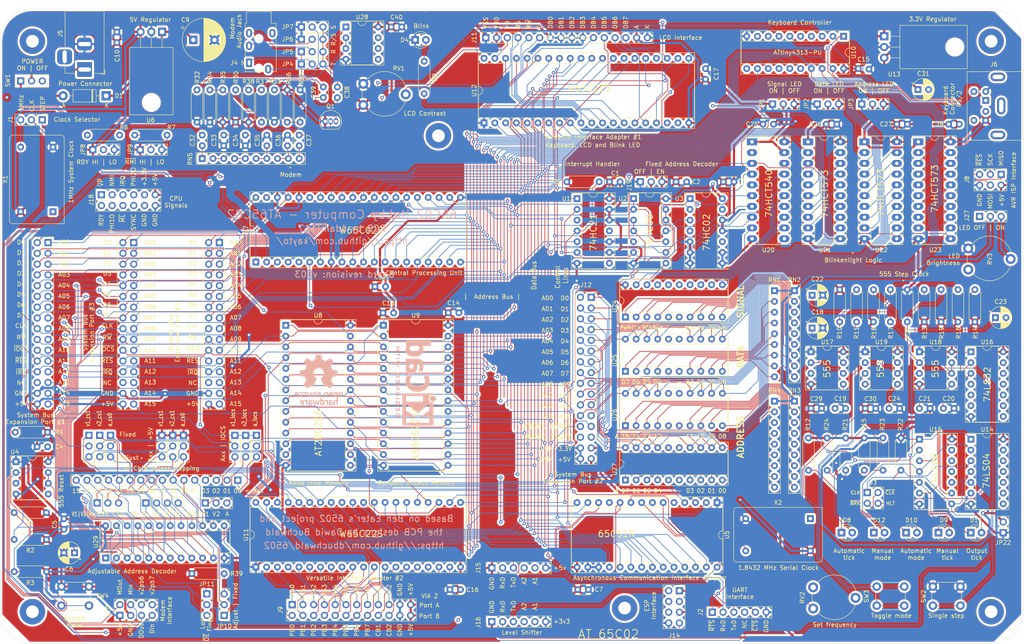
<source format=kicad_pcb>
(kicad_pcb (version 20171130) (host pcbnew "(5.1.9)-1")
  (layers (0 F.Cu signal) (31 B.Cu signal) (34 B.Paste user) (35 F.Paste user) (36 B.SilkS user) (37 F.SilkS user) (38 B.Mask user) (39 F.Mask user) (44 Edge.Cuts user))
  (net 0 "")
  (net 1 +5V)
  (net 2 GND)
  (net 3 "Net-(C4-Pad1)")
  (net 4 "/6502 Peripherals/v1pb0")
  (net 5 CLK)
  (net 6 CLKOUT)
  (net 7 a0)
  (net 8 a1)
  (net 9 a2)
  (net 10 a3)
  (net 11 a4)
  (net 12 a5)
  (net 13 a6)
  (net 14 a7)
  (net 15 a8)
  (net 16 a9)
  (net 17 a10)
  (net 18 a11)
  (net 19 a12)
  (net 20 a13)
  (net 21 a14)
  (net 22 a15)
  (net 23 d0)
  (net 24 d1)
  (net 25 d2)
  (net 26 d3)
  (net 27 d4)
  (net 28 d5)
  (net 29 d6)
  (net 30 d7)
  (net 31 R~W)
  (net 32 ~IOCS)
  (net 33 ~RES)
  (net 34 ~IRQX)
  (net 35 "/6502 Peripherals/v1pb1")
  (net 36 "/6502 Peripherals/v1pb2")
  (net 37 "/6502 Peripherals/v1pb3")
  (net 38 "/6502 Peripherals/v1pb4")
  (net 39 "/6502 Peripherals/v1pb5")
  (net 40 "/6502 Peripherals/v1pb6")
  (net 41 "/6502 Peripherals/v1pb7")
  (net 42 "/6502 Peripherals/v2pa0")
  (net 43 "/6502 Peripherals/v2pa1")
  (net 44 "/6502 Peripherals/v2pa2")
  (net 45 "/6502 Peripherals/v2pa3")
  (net 46 "/6502 Peripherals/v2pa4")
  (net 47 "/6502 Peripherals/v2pa5")
  (net 48 "/6502 Peripherals/v2pa6")
  (net 49 "/6502 Peripherals/v2pa7")
  (net 50 "/6502 Peripherals/v2pa8")
  (net 51 "/6502 Peripherals/v2pa9")
  (net 52 "/6502 Peripherals/v2pb0")
  (net 53 "/6502 Peripherals/v2pb1")
  (net 54 "/6502 Peripherals/v2pb2")
  (net 55 "/6502 Peripherals/v2pb3")
  (net 56 "/6502 Peripherals/v2pb4")
  (net 57 "/6502 Peripherals/v2pb5")
  (net 58 "/6502 Peripherals/v2pb8")
  (net 59 "/6502 Peripherals/v2pb9")
  (net 60 KBCLK)
  (net 61 KBDAT)
  (net 62 ~ROM_CS)
  (net 63 ~IRQ)
  (net 64 ~RAM_CS)
  (net 65 ~AIRQ)
  (net 66 ~V2IRQ)
  (net 67 ~V1IRQ)
  (net 68 "/6502 Peripherals/v1pa8")
  (net 69 "/6502 Peripherals/v1pa9")
  (net 70 "/6502 Peripherals/v1pa7")
  (net 71 "/6502 Peripherals/v1pa6")
  (net 72 "/6502 Peripherals/v1pa5")
  (net 73 "/6502 Peripherals/v1pa4")
  (net 74 "/6502 Peripherals/v1pa3")
  (net 75 "/6502 Peripherals/v1pa2")
  (net 76 "/6502 Peripherals/v1pa1")
  (net 77 "/6502 Peripherals/v1pa0")
  (net 78 RxD)
  (net 79 ~CTS)
  (net 80 TxD)
  (net 81 ~RTS)
  (net 82 RS232CLK)
  (net 83 "Net-(X1-Pad1)")
  (net 84 "Net-(X2-Pad1)")
  (net 85 "Net-(D1-Pad2)")
  (net 86 "Net-(D4-Pad2)")
  (net 87 "Net-(U2-Pad12)")
  (net 88 "Net-(U4-Pad5)")
  (net 89 "Net-(U5-Pad5)")
  (net 90 "Net-(U5-Pad7)")
  (net 91 "Net-(U5-Pad11)")
  (net 92 "Net-(U7-Pad35)")
  (net 93 "Net-(U10-Pad9)")
  (net 94 "Net-(U10-Pad8)")
  (net 95 "Net-(U10-Pad5)")
  (net 96 "Net-(U10-Pad4)")
  (net 97 "Net-(U10-Pad11)")
  (net 98 "Net-(U12-Pad19)")
  (net 99 "Net-(U12-Pad18)")
  (net 100 "Net-(C6-Pad1)")
  (net 101 "Net-(J6-Pad6)")
  (net 102 "Net-(J6-Pad2)")
  (net 103 "Net-(J7-Pad28)")
  (net 104 "Net-(J11-Pad3)")
  (net 105 "Net-(U1-Pad8)")
  (net 106 "Net-(U3-Pad10)")
  (net 107 "Net-(U3-Pad13)")
  (net 108 "Net-(U3-Pad4)")
  (net 109 "Net-(C9-Pad1)")
  (net 110 "Net-(SW1-Pad3)")
  (net 111 AUTO)
  (net 112 MAN)
  (net 113 ~MODE)
  (net 114 MODE)
  (net 115 HLT)
  (net 116 ~BRK)
  (net 117 "Net-(D8-Pad1)")
  (net 118 "Net-(D9-Pad1)")
  (net 119 "Net-(D10-Pad1)")
  (net 120 "Net-(D11-Pad1)")
  (net 121 "Net-(D12-Pad1)")
  (net 122 "Net-(C18-Pad1)")
  (net 123 "Net-(C19-Pad1)")
  (net 124 "Net-(C20-Pad1)")
  (net 125 "Net-(C21-Pad1)")
  (net 126 "Net-(C22-Pad1)")
  (net 127 "Net-(C23-Pad1)")
  (net 128 "Net-(C24-Pad1)")
  (net 129 +3.3V)
  (net 130 "Net-(C31-Pad2)")
  (net 131 CLKx)
  (net 132 ~CLKx)
  (net 133 "Net-(J5-Pad1)")
  (net 134 RxD3)
  (net 135 "Net-(J14-Pad6)")
  (net 136 "Net-(J14-Pad4)")
  (net 137 TxD3)
  (net 138 "Net-(J15-Pad5)")
  (net 139 "Net-(J15-Pad4)")
  (net 140 "Net-(J16-Pad4)")
  (net 141 "Net-(J16-Pad5)")
  (net 142 "Net-(JP1-Pad2)")
  (net 143 "Net-(JP2-Pad2)")
  (net 144 "Net-(JP3-Pad2)")
  (net 145 "Net-(R10-Pad2)")
  (net 146 "Net-(R11-Pad2)")
  (net 147 "Net-(R13-Pad2)")
  (net 148 "Net-(R16-Pad2)")
  (net 149 "Net-(R19-Pad2)")
  (net 150 "Net-(RN1-Pad9)")
  (net 151 "Net-(RN1-Pad8)")
  (net 152 "Net-(RN1-Pad7)")
  (net 153 "Net-(RN1-Pad6)")
  (net 154 "Net-(RN1-Pad5)")
  (net 155 "Net-(RN1-Pad4)")
  (net 156 "Net-(RN1-Pad3)")
  (net 157 "Net-(RN1-Pad2)")
  (net 158 LED_bright)
  (net 159 "Net-(RN2-Pad9)")
  (net 160 "Net-(RN2-Pad8)")
  (net 161 "Net-(RN2-Pad7)")
  (net 162 "Net-(RN2-Pad6)")
  (net 163 "Net-(RN2-Pad5)")
  (net 164 "Net-(RN2-Pad4)")
  (net 165 "Net-(RN2-Pad3)")
  (net 166 "Net-(RN2-Pad2)")
  (net 167 "Net-(RN3-Pad2)")
  (net 168 "Net-(RN3-Pad3)")
  (net 169 "Net-(RN3-Pad4)")
  (net 170 "Net-(RN3-Pad5)")
  (net 171 "Net-(RN3-Pad6)")
  (net 172 "Net-(RN3-Pad7)")
  (net 173 "Net-(RN3-Pad8)")
  (net 174 "Net-(RN3-Pad9)")
  (net 175 "Net-(RN4-Pad2)")
  (net 176 "Net-(RN4-Pad3)")
  (net 177 "Net-(RN4-Pad4)")
  (net 178 "Net-(RN4-Pad5)")
  (net 179 "Net-(RN4-Pad6)")
  (net 180 "Net-(RN4-Pad7)")
  (net 181 "Net-(RN4-Pad8)")
  (net 182 "Net-(RN4-Pad9)")
  (net 183 "Net-(RV2-Pad3)")
  (net 184 "Net-(RV3-Pad1)")
  (net 185 "Net-(U14-Pad4)")
  (net 186 "Net-(U15-Pad6)")
  (net 187 "Net-(U15-Pad3)")
  (net 188 "Net-(U15-Pad9)")
  (net 189 "Net-(U20-Pad18)")
  (net 190 "Net-(U20-Pad17)")
  (net 191 "Net-(U20-Pad16)")
  (net 192 "Net-(U20-Pad15)")
  (net 193 "Net-(U20-Pad14)")
  (net 194 "Net-(U20-Pad13)")
  (net 195 "Net-(U20-Pad12)")
  (net 196 "Net-(U20-Pad2)")
  (net 197 "Net-(U20-Pad11)")
  (net 198 "Net-(U24-Pad16)")
  (net 199 "Net-(U24-Pad6)")
  (net 200 "Net-(U24-Pad15)")
  (net 201 "Net-(U24-Pad5)")
  (net 202 "Net-(U25-Pad16)")
  (net 203 "Net-(U25-Pad6)")
  (net 204 "Net-(U25-Pad15)")
  (net 205 "Net-(U25-Pad5)")
  (net 206 "Net-(U26-Pad16)")
  (net 207 "Net-(U26-Pad6)")
  (net 208 "Net-(U26-Pad15)")
  (net 209 "Net-(U26-Pad5)")
  (net 210 "Net-(U27-Pad16)")
  (net 211 "Net-(U27-Pad6)")
  (net 212 "Net-(U27-Pad15)")
  (net 213 "Net-(U27-Pad5)")
  (net 214 "Net-(J14-Pad3)")
  (net 215 RDY)
  (net 216 ~NMI)
  (net 217 PHI2O)
  (net 218 SYNC)
  (net 219 ~ML)
  (net 220 PHI1O)
  (net 221 ~VP)
  (net 222 "Net-(J12-Pad27)")
  (net 223 AD_EN)
  (net 224 "Net-(J2-Pad4)")
  (net 225 "Net-(C32-Pad1)")
  (net 226 DataOut)
  (net 227 "Net-(C37-Pad1)")
  (net 228 "Net-(C37-Pad2)")
  (net 229 "Net-(C38-Pad2)")
  (net 230 ModOut)
  (net 231 "Net-(C39-Pad1)")
  (net 232 ModIn)
  (net 233 "Net-(J4-PadS)")
  (net 234 "Net-(J4-PadT)")
  (net 235 "Net-(J4-PadR1)")
  (net 236 "Net-(J4-PadR2)")
  (net 237 DataIn)
  (net 238 "Net-(C33-Pad2)")
  (net 239 "Net-(C34-Pad2)")
  (net 240 "Net-(C35-Pad2)")
  (net 241 "Net-(C36-Pad2)")
  (net 242 V2PB6)
  (net 243 V2PB7)
  (net 244 "Net-(JP9-Pad2)")
  (net 245 "Net-(JP10-Pad1)")
  (net 246 "Net-(JP10-Pad3)")
  (net 247 "Net-(R6-Pad1)")
  (net 248 ~IO4)
  (net 249 ~IO3)
  (net 250 ~IO2)
  (net 251 ~WE)
  (net 252 "Net-(J21-Pad28)")
  (net 253 "Net-(J22-Pad28)")
  (net 254 ~RAM_OE)
  (net 255 ~IO1)
  (net 256 V2CS1)
  (net 257 V1CS1)
  (net 258 A_CSO)
  (net 259 ~IOCS_V1)
  (net 260 ~IOCS_V2)
  (net 261 ~IOCS_A)
  (net 262 "Net-(JP12-Pad2)")
  (net 263 "Net-(JP13-Pad2)")
  (net 264 "Net-(JP14-Pad2)")
  (net 265 "Net-(J25-Pad1)")
  (net 266 "Net-(J25-Pad2)")
  (net 267 "Net-(J25-Pad3)")
  (net 268 "Net-(J26-Pad3)")
  (net 269 "Net-(J26-Pad2)")
  (net 270 "Net-(J26-Pad1)")
  (net 271 ab14)
  (net 272 ab15)
  (net 273 ab12)
  (net 274 ab13)
  (net 275 ab10)
  (net 276 ab11)
  (net 277 ab8)
  (net 278 ab9)
  (net 279 ab7)
  (net 280 db7)
  (net 281 ab6)
  (net 282 db6)
  (net 283 ab5)
  (net 284 db5)
  (net 285 ab4)
  (net 286 db4)
  (net 287 ab3)
  (net 288 db3)
  (net 289 ab2)
  (net 290 db2)
  (net 291 ab1)
  (net 292 db1)
  (net 293 ab0)
  (net 294 db0)
  (net 295 "Net-(J27-Pad1)")
  (net 296 "Net-(J27-Pad3)")
  (net 297 ~ROM_OE)
  (net 298 CLOCK_LED_GND)
  (net 299 ROM~WE)
  (module MountingHole:MountingHole_3mm_Pad (layer F.Cu) (at 83.04 50.25)
    (fp_text reference H4 hide)
    (fp_text value MountingHole_3mm_Pad)
    (pad 1 thru_hole circle (at 0 0) (size 6 6) (drill 3) (layers *.Cu *.Mask))
  )
  (module MountingHole:MountingHole_3mm_Pad (layer F.Cu) (at 126.94 161.7)
    (fp_text reference H4 hide)
    (fp_text value MountingHole_3mm_Pad)
    (pad 1 thru_hole circle (at 0 0) (size 6 6) (drill 3) (layers *.Cu *.Mask))
  )
  (module Connector_PinSocket_2.54mm:PinSocket_1x04_P2.54mm_Vertical (layer F.Cu) (at 14.04 136.91 90)
    (fp_text reference J24 hide)
    (fp_text value Conn_02x02_Odd_Even)
    (pad 4 thru_hole oval (at 0 7.62 90) (size 1.7 1.7) (drill 1) (layers *.Cu *.Mask) (net 248 ~IO4))
    (pad 3 thru_hole oval (at 0 5.08 90) (size 1.7 1.7) (drill 1) (layers *.Cu *.Mask) (net 249 ~IO3))
    (pad 2 thru_hole oval (at 0 2.54 90) (size 1.7 1.7) (drill 1) (layers *.Cu *.Mask) (net 250 ~IO2))
    (pad 1 thru_hole rect (at 0 0 90) (size 1.7 1.7) (drill 1) (layers *.Cu *.Mask) (net 255 ~IO1))
  )
  (module Capacitor_THT:C_Disc_D3.4mm_W2.1mm_P2.50mm (layer F.Cu) (at 7.22 28.265 90)
    (fp_text reference C10 (at -3.115 0.06 90) (layer F.SilkS))
    (fp_text value 0.1uF)
    (pad 1 thru_hole circle (at 0 0 90) (size 1.6 1.6) (drill 0.8) (layers *.Cu *.Mask) (net 1 +5V))
    (pad 2 thru_hole circle (at 2.5 0 90) (size 1.6 1.6) (drill 0.8) (layers *.Cu *.Mask) (net 2 GND))
  )
  (module Button_Switch_THT:SW_PUSH_6mm (layer F.Cu) (at -5.86 156.625)
    (fp_text reference SW4 (at 9.67 2.175) (layer F.SilkS))
    (fp_text value SW_SPDT)
    (pad 1 thru_hole circle (at 6.5 0 90) (size 2 2) (drill 1.1) (layers *.Cu *.Mask) (net 2 GND))
    (pad 2 thru_hole circle (at 6.5 4.5 90) (size 2 2) (drill 1.1) (layers *.Cu *.Mask) (net 3 "Net-(C4-Pad1)"))
    (pad 1 thru_hole circle (at 0 0 90) (size 2 2) (drill 1.1) (layers *.Cu *.Mask) (net 2 GND))
    (pad 2 thru_hole circle (at 0 4.5 90) (size 2 2) (drill 1.1) (layers *.Cu *.Mask) (net 3 "Net-(C4-Pad1)"))
  )
  (module Button_Switch_THT:SW_PUSH_6mm (layer F.Cu) (at 199.619 156.625)
    (fp_text reference SW2 (at -2.159 2.286 90) (layer F.SilkS))
    (fp_text value Step)
    (pad 1 thru_hole circle (at 6.5 0 90) (size 2 2) (drill 1.1) (layers *.Cu *.Mask) (net 2 GND))
    (pad 2 thru_hole circle (at 6.5 4.5 90) (size 2 2) (drill 1.1) (layers *.Cu *.Mask) (net 147 "Net-(R13-Pad2)"))
    (pad 1 thru_hole circle (at 0 0 90) (size 2 2) (drill 1.1) (layers *.Cu *.Mask) (net 2 GND))
    (pad 2 thru_hole circle (at 0 4.5 90) (size 2 2) (drill 1.1) (layers *.Cu *.Mask) (net 147 "Net-(R13-Pad2)"))
  )
  (module Button_Switch_THT:SW_PUSH_6mm (layer F.Cu) (at 186.379 156.625)
    (fp_text reference SW3 (at -2.413 2.286 90) (layer F.SilkS))
    (fp_text value Mode)
    (pad 1 thru_hole circle (at 6.5 0 90) (size 2 2) (drill 1.1) (layers *.Cu *.Mask) (net 126 "Net-(C22-Pad1)"))
    (pad 2 thru_hole circle (at 6.5 4.5 90) (size 2 2) (drill 1.1) (layers *.Cu *.Mask) (net 149 "Net-(R19-Pad2)"))
    (pad 1 thru_hole circle (at 0 0 90) (size 2 2) (drill 1.1) (layers *.Cu *.Mask) (net 126 "Net-(C22-Pad1)"))
    (pad 2 thru_hole circle (at 0 4.5 90) (size 2 2) (drill 1.1) (layers *.Cu *.Mask) (net 149 "Net-(R19-Pad2)"))
  )
  (module Connector_PinHeader_2.54mm:PinHeader_1x03_P2.54mm_Vertical (layer F.Cu) (at 182.85 42.76 90)
    (fp_text reference JP3 (at 0 -2.53 90) (layer F.SilkS))
    (fp_text value EN_ADDR)
    (pad 3 thru_hole oval (at 0 5.08 90) (size 1.7 1.7) (drill 1) (layers *.Cu *.Mask) (net 1 +5V))
    (pad 2 thru_hole oval (at 0 2.54 90) (size 1.7 1.7) (drill 1) (layers *.Cu *.Mask) (net 144 "Net-(JP3-Pad2)"))
    (pad 1 thru_hole rect (at 0 0 90) (size 1.7 1.7) (drill 1) (layers *.Cu *.Mask) (net 2 GND))
  )
  (module Connector_PinHeader_2.54mm:PinHeader_1x03_P2.54mm_Vertical (layer F.Cu) (at 172.33 42.76 90)
    (fp_text reference JP2 (at 0 -2.53 90) (layer F.SilkS))
    (fp_text value EN_DATA)
    (pad 3 thru_hole oval (at 0 5.08 90) (size 1.7 1.7) (drill 1) (layers *.Cu *.Mask) (net 1 +5V))
    (pad 2 thru_hole oval (at 0 2.54 90) (size 1.7 1.7) (drill 1) (layers *.Cu *.Mask) (net 143 "Net-(JP2-Pad2)"))
    (pad 1 thru_hole rect (at 0 0 90) (size 1.7 1.7) (drill 1) (layers *.Cu *.Mask) (net 2 GND))
  )
  (module Connector_PinHeader_2.54mm:PinHeader_1x03_P2.54mm_Vertical (layer F.Cu) (at 161.81 42.76 90)
    (fp_text reference JP1 (at 0 -2.53 90) (layer F.SilkS))
    (fp_text value EN_SIGNAL)
    (pad 3 thru_hole oval (at 0 5.08 90) (size 1.7 1.7) (drill 1) (layers *.Cu *.Mask) (net 1 +5V))
    (pad 2 thru_hole oval (at 0 2.54 90) (size 1.7 1.7) (drill 1) (layers *.Cu *.Mask) (net 142 "Net-(JP1-Pad2)"))
    (pad 1 thru_hole rect (at 0 0 90) (size 1.7 1.7) (drill 1) (layers *.Cu *.Mask) (net 2 GND))
  )
  (module Connector_PinSocket_2.54mm:PinSocket_2x16_P2.54mm_Vertical (layer F.Cu) (at 119.06 88.36)
    (fp_text reference J12 (at -1.22 -2.93) (layer F.SilkS))
    (fp_text value "Expansion port #2")
    (pad 32 thru_hole oval (at -2.54 38.1) (size 1.7 1.7) (drill 1) (layers *.Cu *.Mask) (net 2 GND))
    (pad 31 thru_hole oval (at 0 38.1) (size 1.7 1.7) (drill 1) (layers *.Cu *.Mask) (net 1 +5V))
    (pad 30 thru_hole oval (at -2.54 35.56) (size 1.7 1.7) (drill 1) (layers *.Cu *.Mask) (net 2 GND))
    (pad 29 thru_hole oval (at 0 35.56) (size 1.7 1.7) (drill 1) (layers *.Cu *.Mask) (net 129 +3.3V))
    (pad 28 thru_hole oval (at -2.54 33.02) (size 1.7 1.7) (drill 1) (layers *.Cu *.Mask) (net 64 ~RAM_CS))
    (pad 27 thru_hole oval (at 0 33.02) (size 1.7 1.7) (drill 1) (layers *.Cu *.Mask) (net 222 "Net-(J12-Pad27)"))
    (pad 26 thru_hole oval (at -2.54 30.48) (size 1.7 1.7) (drill 1) (layers *.Cu *.Mask) (net 62 ~ROM_CS))
    (pad 25 thru_hole oval (at 0 30.48) (size 1.7 1.7) (drill 1) (layers *.Cu *.Mask) (net 297 ~ROM_OE))
    (pad 24 thru_hole oval (at -2.54 27.94) (size 1.7 1.7) (drill 1) (layers *.Cu *.Mask) (net 271 ab14))
    (pad 23 thru_hole oval (at 0 27.94) (size 1.7 1.7) (drill 1) (layers *.Cu *.Mask) (net 272 ab15))
    (pad 22 thru_hole oval (at -2.54 25.4) (size 1.7 1.7) (drill 1) (layers *.Cu *.Mask) (net 273 ab12))
    (pad 21 thru_hole oval (at 0 25.4) (size 1.7 1.7) (drill 1) (layers *.Cu *.Mask) (net 274 ab13))
    (pad 20 thru_hole oval (at -2.54 22.86) (size 1.7 1.7) (drill 1) (layers *.Cu *.Mask) (net 275 ab10))
    (pad 19 thru_hole oval (at 0 22.86) (size 1.7 1.7) (drill 1) (layers *.Cu *.Mask) (net 276 ab11))
    (pad 18 thru_hole oval (at -2.54 20.32) (size 1.7 1.7) (drill 1) (layers *.Cu *.Mask) (net 277 ab8))
    (pad 17 thru_hole oval (at 0 20.32) (size 1.7 1.7) (drill 1) (layers *.Cu *.Mask) (net 278 ab9))
    (pad 16 thru_hole oval (at -2.54 17.78) (size 1.7 1.7) (drill 1) (layers *.Cu *.Mask) (net 279 ab7))
    (pad 15 thru_hole oval (at 0 17.78) (size 1.7 1.7) (drill 1) (layers *.Cu *.Mask) (net 280 db7))
    (pad 14 thru_hole oval (at -2.54 15.24) (size 1.7 1.7) (drill 1) (layers *.Cu *.Mask) (net 281 ab6))
    (pad 13 thru_hole oval (at 0 15.24) (size 1.7 1.7) (drill 1) (layers *.Cu *.Mask) (net 282 db6))
    (pad 12 thru_hole oval (at -2.54 12.7) (size 1.7 1.7) (drill 1) (layers *.Cu *.Mask) (net 283 ab5))
    (pad 11 thru_hole oval (at 0 12.7) (size 1.7 1.7) (drill 1) (layers *.Cu *.Mask) (net 284 db5))
    (pad 10 thru_hole oval (at -2.54 10.16) (size 1.7 1.7) (drill 1) (layers *.Cu *.Mask) (net 285 ab4))
    (pad 9 thru_hole oval (at 0 10.16) (size 1.7 1.7) (drill 1) (layers *.Cu *.Mask) (net 286 db4))
    (pad 8 thru_hole oval (at -2.54 7.62) (size 1.7 1.7) (drill 1) (layers *.Cu *.Mask) (net 287 ab3))
    (pad 7 thru_hole oval (at 0 7.62) (size 1.7 1.7) (drill 1) (layers *.Cu *.Mask) (net 288 db3))
    (pad 6 thru_hole oval (at -2.54 5.08) (size 1.7 1.7) (drill 1) (layers *.Cu *.Mask) (net 289 ab2))
    (pad 5 thru_hole oval (at 0 5.08) (size 1.7 1.7) (drill 1) (layers *.Cu *.Mask) (net 290 db2))
    (pad 4 thru_hole oval (at -2.54 2.54) (size 1.7 1.7) (drill 1) (layers *.Cu *.Mask) (net 291 ab1))
    (pad 3 thru_hole oval (at 0 2.54) (size 1.7 1.7) (drill 1) (layers *.Cu *.Mask) (net 292 db1))
    (pad 2 thru_hole oval (at -2.54 0) (size 1.7 1.7) (drill 1) (layers *.Cu *.Mask) (net 293 ab0))
    (pad 1 thru_hole rect (at 0 0) (size 1.7 1.7) (drill 1) (layers *.Cu *.Mask) (net 294 db0))
  )
  (module Package_DIP:DIP-20_W7.62mm_Socket (layer F.Cu) (at 127.12 105.846666 90)
    (fp_text reference U25 (at 2.54 -2.54 90) (layer F.SilkS))
    (fp_text value 10_LED_Array)
    (pad 20 thru_hole oval (at 7.62 0 90) (size 1.6 1.6) (drill 0.8) (layers *.Cu *.Mask) (net 280 db7))
    (pad 10 thru_hole oval (at 0 22.86 90) (size 1.6 1.6) (drill 0.8) (layers *.Cu *.Mask) (net 150 "Net-(RN1-Pad9)"))
    (pad 19 thru_hole oval (at 7.62 2.54 90) (size 1.6 1.6) (drill 0.8) (layers *.Cu *.Mask) (net 282 db6))
    (pad 9 thru_hole oval (at 0 20.32 90) (size 1.6 1.6) (drill 0.8) (layers *.Cu *.Mask) (net 151 "Net-(RN1-Pad8)"))
    (pad 18 thru_hole oval (at 7.62 5.08 90) (size 1.6 1.6) (drill 0.8) (layers *.Cu *.Mask) (net 284 db5))
    (pad 8 thru_hole oval (at 0 17.78 90) (size 1.6 1.6) (drill 0.8) (layers *.Cu *.Mask) (net 152 "Net-(RN1-Pad7)"))
    (pad 17 thru_hole oval (at 7.62 7.62 90) (size 1.6 1.6) (drill 0.8) (layers *.Cu *.Mask) (net 286 db4))
    (pad 7 thru_hole oval (at 0 15.24 90) (size 1.6 1.6) (drill 0.8) (layers *.Cu *.Mask) (net 153 "Net-(RN1-Pad6)"))
    (pad 16 thru_hole oval (at 7.62 10.16 90) (size 1.6 1.6) (drill 0.8) (layers *.Cu *.Mask) (net 202 "Net-(U25-Pad16)"))
    (pad 6 thru_hole oval (at 0 12.7 90) (size 1.6 1.6) (drill 0.8) (layers *.Cu *.Mask) (net 203 "Net-(U25-Pad6)"))
    (pad 15 thru_hole oval (at 7.62 12.7 90) (size 1.6 1.6) (drill 0.8) (layers *.Cu *.Mask) (net 204 "Net-(U25-Pad15)"))
    (pad 5 thru_hole oval (at 0 10.16 90) (size 1.6 1.6) (drill 0.8) (layers *.Cu *.Mask) (net 205 "Net-(U25-Pad5)"))
    (pad 14 thru_hole oval (at 7.62 15.24 90) (size 1.6 1.6) (drill 0.8) (layers *.Cu *.Mask) (net 288 db3))
    (pad 4 thru_hole oval (at 0 7.62 90) (size 1.6 1.6) (drill 0.8) (layers *.Cu *.Mask) (net 154 "Net-(RN1-Pad5)"))
    (pad 13 thru_hole oval (at 7.62 17.78 90) (size 1.6 1.6) (drill 0.8) (layers *.Cu *.Mask) (net 290 db2))
    (pad 3 thru_hole oval (at 0 5.08 90) (size 1.6 1.6) (drill 0.8) (layers *.Cu *.Mask) (net 155 "Net-(RN1-Pad4)"))
    (pad 12 thru_hole oval (at 7.62 20.32 90) (size 1.6 1.6) (drill 0.8) (layers *.Cu *.Mask) (net 292 db1))
    (pad 2 thru_hole oval (at 0 2.54 90) (size 1.6 1.6) (drill 0.8) (layers *.Cu *.Mask) (net 156 "Net-(RN1-Pad3)"))
    (pad 11 thru_hole oval (at 7.62 22.86 90) (size 1.6 1.6) (drill 0.8) (layers *.Cu *.Mask) (net 294 db0))
    (pad 1 thru_hole rect (at 0 0 90) (size 1.6 1.6) (drill 0.8) (layers *.Cu *.Mask) (net 157 "Net-(RN1-Pad2)"))
  )
  (module Package_DIP:DIP-20_W7.62mm_Socket (layer F.Cu) (at 127.12 93.03 90)
    (fp_text reference U24 (at 2.54 -2.54 270) (layer F.SilkS))
    (fp_text value 10_LED_Array)
    (pad 20 thru_hole oval (at 7.62 0 90) (size 1.6 1.6) (drill 0.8) (layers *.Cu *.Mask) (net 1 +5V))
    (pad 10 thru_hole oval (at 0 22.86 90) (size 1.6 1.6) (drill 0.8) (layers *.Cu *.Mask) (net 159 "Net-(RN2-Pad9)"))
    (pad 19 thru_hole oval (at 7.62 2.54 90) (size 1.6 1.6) (drill 0.8) (layers *.Cu *.Mask) (net 190 "Net-(U20-Pad17)"))
    (pad 9 thru_hole oval (at 0 20.32 90) (size 1.6 1.6) (drill 0.8) (layers *.Cu *.Mask) (net 160 "Net-(RN2-Pad8)"))
    (pad 18 thru_hole oval (at 7.62 5.08 90) (size 1.6 1.6) (drill 0.8) (layers *.Cu *.Mask) (net 191 "Net-(U20-Pad16)"))
    (pad 8 thru_hole oval (at 0 17.78 90) (size 1.6 1.6) (drill 0.8) (layers *.Cu *.Mask) (net 161 "Net-(RN2-Pad7)"))
    (pad 17 thru_hole oval (at 7.62 7.62 90) (size 1.6 1.6) (drill 0.8) (layers *.Cu *.Mask) (net 192 "Net-(U20-Pad15)"))
    (pad 7 thru_hole oval (at 0 15.24 90) (size 1.6 1.6) (drill 0.8) (layers *.Cu *.Mask) (net 162 "Net-(RN2-Pad6)"))
    (pad 16 thru_hole oval (at 7.62 10.16 90) (size 1.6 1.6) (drill 0.8) (layers *.Cu *.Mask) (net 198 "Net-(U24-Pad16)"))
    (pad 6 thru_hole oval (at 0 12.7 90) (size 1.6 1.6) (drill 0.8) (layers *.Cu *.Mask) (net 199 "Net-(U24-Pad6)"))
    (pad 15 thru_hole oval (at 7.62 12.7 90) (size 1.6 1.6) (drill 0.8) (layers *.Cu *.Mask) (net 200 "Net-(U24-Pad15)"))
    (pad 5 thru_hole oval (at 0 10.16 90) (size 1.6 1.6) (drill 0.8) (layers *.Cu *.Mask) (net 201 "Net-(U24-Pad5)"))
    (pad 14 thru_hole oval (at 7.62 15.24 90) (size 1.6 1.6) (drill 0.8) (layers *.Cu *.Mask) (net 193 "Net-(U20-Pad14)"))
    (pad 4 thru_hole oval (at 0 7.62 90) (size 1.6 1.6) (drill 0.8) (layers *.Cu *.Mask) (net 163 "Net-(RN2-Pad5)"))
    (pad 13 thru_hole oval (at 7.62 17.78 90) (size 1.6 1.6) (drill 0.8) (layers *.Cu *.Mask) (net 194 "Net-(U20-Pad13)"))
    (pad 3 thru_hole oval (at 0 5.08 90) (size 1.6 1.6) (drill 0.8) (layers *.Cu *.Mask) (net 164 "Net-(RN2-Pad4)"))
    (pad 12 thru_hole oval (at 7.62 20.32 90) (size 1.6 1.6) (drill 0.8) (layers *.Cu *.Mask) (net 195 "Net-(U20-Pad12)"))
    (pad 2 thru_hole oval (at 0 2.54 90) (size 1.6 1.6) (drill 0.8) (layers *.Cu *.Mask) (net 165 "Net-(RN2-Pad3)"))
    (pad 11 thru_hole oval (at 7.62 22.86 90) (size 1.6 1.6) (drill 0.8) (layers *.Cu *.Mask) (net 197 "Net-(U20-Pad11)"))
    (pad 1 thru_hole rect (at 0 0 90) (size 1.6 1.6) (drill 0.8) (layers *.Cu *.Mask) (net 166 "Net-(RN2-Pad2)"))
  )
  (module Package_DIP:DIP-20_W7.62mm_Socket (layer F.Cu) (at 127.12 118.663332 90)
    (fp_text reference U26 (at 2.54 -2.54 90) (layer F.SilkS))
    (fp_text value 10_LED_Array)
    (pad 20 thru_hole oval (at 7.62 0 90) (size 1.6 1.6) (drill 0.8) (layers *.Cu *.Mask) (net 272 ab15))
    (pad 10 thru_hole oval (at 0 22.86 90) (size 1.6 1.6) (drill 0.8) (layers *.Cu *.Mask) (net 174 "Net-(RN3-Pad9)"))
    (pad 19 thru_hole oval (at 7.62 2.54 90) (size 1.6 1.6) (drill 0.8) (layers *.Cu *.Mask) (net 271 ab14))
    (pad 9 thru_hole oval (at 0 20.32 90) (size 1.6 1.6) (drill 0.8) (layers *.Cu *.Mask) (net 173 "Net-(RN3-Pad8)"))
    (pad 18 thru_hole oval (at 7.62 5.08 90) (size 1.6 1.6) (drill 0.8) (layers *.Cu *.Mask) (net 274 ab13))
    (pad 8 thru_hole oval (at 0 17.78 90) (size 1.6 1.6) (drill 0.8) (layers *.Cu *.Mask) (net 172 "Net-(RN3-Pad7)"))
    (pad 17 thru_hole oval (at 7.62 7.62 90) (size 1.6 1.6) (drill 0.8) (layers *.Cu *.Mask) (net 273 ab12))
    (pad 7 thru_hole oval (at 0 15.24 90) (size 1.6 1.6) (drill 0.8) (layers *.Cu *.Mask) (net 171 "Net-(RN3-Pad6)"))
    (pad 16 thru_hole oval (at 7.62 10.16 90) (size 1.6 1.6) (drill 0.8) (layers *.Cu *.Mask) (net 206 "Net-(U26-Pad16)"))
    (pad 6 thru_hole oval (at 0 12.7 90) (size 1.6 1.6) (drill 0.8) (layers *.Cu *.Mask) (net 207 "Net-(U26-Pad6)"))
    (pad 15 thru_hole oval (at 7.62 12.7 90) (size 1.6 1.6) (drill 0.8) (layers *.Cu *.Mask) (net 208 "Net-(U26-Pad15)"))
    (pad 5 thru_hole oval (at 0 10.16 90) (size 1.6 1.6) (drill 0.8) (layers *.Cu *.Mask) (net 209 "Net-(U26-Pad5)"))
    (pad 14 thru_hole oval (at 7.62 15.24 90) (size 1.6 1.6) (drill 0.8) (layers *.Cu *.Mask) (net 276 ab11))
    (pad 4 thru_hole oval (at 0 7.62 90) (size 1.6 1.6) (drill 0.8) (layers *.Cu *.Mask) (net 170 "Net-(RN3-Pad5)"))
    (pad 13 thru_hole oval (at 7.62 17.78 90) (size 1.6 1.6) (drill 0.8) (layers *.Cu *.Mask) (net 275 ab10))
    (pad 3 thru_hole oval (at 0 5.08 90) (size 1.6 1.6) (drill 0.8) (layers *.Cu *.Mask) (net 169 "Net-(RN3-Pad4)"))
    (pad 12 thru_hole oval (at 7.62 20.32 90) (size 1.6 1.6) (drill 0.8) (layers *.Cu *.Mask) (net 278 ab9))
    (pad 2 thru_hole oval (at 0 2.54 90) (size 1.6 1.6) (drill 0.8) (layers *.Cu *.Mask) (net 168 "Net-(RN3-Pad3)"))
    (pad 11 thru_hole oval (at 7.62 22.86 90) (size 1.6 1.6) (drill 0.8) (layers *.Cu *.Mask) (net 277 ab8))
    (pad 1 thru_hole rect (at 0 0 90) (size 1.6 1.6) (drill 0.8) (layers *.Cu *.Mask) (net 167 "Net-(RN3-Pad2)"))
  )
  (module Package_DIP:DIP-20_W7.62mm_Socket (layer F.Cu) (at 127.12 131.48 90)
    (fp_text reference U27 (at 2.54 -2.54 90) (layer F.SilkS))
    (fp_text value 10_LED_Array)
    (pad 20 thru_hole oval (at 7.62 0 90) (size 1.6 1.6) (drill 0.8) (layers *.Cu *.Mask) (net 279 ab7))
    (pad 10 thru_hole oval (at 0 22.86 90) (size 1.6 1.6) (drill 0.8) (layers *.Cu *.Mask) (net 182 "Net-(RN4-Pad9)"))
    (pad 19 thru_hole oval (at 7.62 2.54 90) (size 1.6 1.6) (drill 0.8) (layers *.Cu *.Mask) (net 281 ab6))
    (pad 9 thru_hole oval (at 0 20.32 90) (size 1.6 1.6) (drill 0.8) (layers *.Cu *.Mask) (net 181 "Net-(RN4-Pad8)"))
    (pad 18 thru_hole oval (at 7.62 5.08 90) (size 1.6 1.6) (drill 0.8) (layers *.Cu *.Mask) (net 283 ab5))
    (pad 8 thru_hole oval (at 0 17.78 90) (size 1.6 1.6) (drill 0.8) (layers *.Cu *.Mask) (net 180 "Net-(RN4-Pad7)"))
    (pad 17 thru_hole oval (at 7.62 7.62 90) (size 1.6 1.6) (drill 0.8) (layers *.Cu *.Mask) (net 285 ab4))
    (pad 7 thru_hole oval (at 0 15.24 90) (size 1.6 1.6) (drill 0.8) (layers *.Cu *.Mask) (net 179 "Net-(RN4-Pad6)"))
    (pad 16 thru_hole oval (at 7.62 10.16 90) (size 1.6 1.6) (drill 0.8) (layers *.Cu *.Mask) (net 210 "Net-(U27-Pad16)"))
    (pad 6 thru_hole oval (at 0 12.7 90) (size 1.6 1.6) (drill 0.8) (layers *.Cu *.Mask) (net 211 "Net-(U27-Pad6)"))
    (pad 15 thru_hole oval (at 7.62 12.7 90) (size 1.6 1.6) (drill 0.8) (layers *.Cu *.Mask) (net 212 "Net-(U27-Pad15)"))
    (pad 5 thru_hole oval (at 0 10.16 90) (size 1.6 1.6) (drill 0.8) (layers *.Cu *.Mask) (net 213 "Net-(U27-Pad5)"))
    (pad 14 thru_hole oval (at 7.62 15.24 90) (size 1.6 1.6) (drill 0.8) (layers *.Cu *.Mask) (net 287 ab3))
    (pad 4 thru_hole oval (at 0 7.62 90) (size 1.6 1.6) (drill 0.8) (layers *.Cu *.Mask) (net 178 "Net-(RN4-Pad5)"))
    (pad 13 thru_hole oval (at 7.62 17.78 90) (size 1.6 1.6) (drill 0.8) (layers *.Cu *.Mask) (net 289 ab2))
    (pad 3 thru_hole oval (at 0 5.08 90) (size 1.6 1.6) (drill 0.8) (layers *.Cu *.Mask) (net 177 "Net-(RN4-Pad4)"))
    (pad 12 thru_hole oval (at 7.62 20.32 90) (size 1.6 1.6) (drill 0.8) (layers *.Cu *.Mask) (net 291 ab1))
    (pad 2 thru_hole oval (at 0 2.54 90) (size 1.6 1.6) (drill 0.8) (layers *.Cu *.Mask) (net 176 "Net-(RN4-Pad3)"))
    (pad 11 thru_hole oval (at 7.62 22.86 90) (size 1.6 1.6) (drill 0.8) (layers *.Cu *.Mask) (net 293 ab0))
    (pad 1 thru_hole rect (at 0 0 90) (size 1.6 1.6) (drill 0.8) (layers *.Cu *.Mask) (net 175 "Net-(RN4-Pad2)"))
  )
  (module Potentiometer_THT:Potentiometer_Piher_PT-10-V10_Vertical (layer F.Cu) (at 207.96 81.83)
    (fp_text reference RV3 (at 5.09 -2.5 90) (layer F.SilkS))
    (fp_text value 150k)
    (pad 3 thru_hole circle (at 0 -5) (size 2.34 2.34) (drill 1.3) (layers *.Cu *.Mask) (net 2 GND))
    (pad 2 thru_hole circle (at 10 -2.5) (size 2.34 2.34) (drill 1.3) (layers *.Cu *.Mask) (net 296 "Net-(J27-Pad3)"))
    (pad 1 thru_hole circle (at 0 0) (size 2.34 2.34) (drill 1.3) (layers *.Cu *.Mask) (net 184 "Net-(RV3-Pad1)"))
  )
  (module Connector_PinSocket_2.54mm:PinSocket_1x06_P2.54mm_Vertical (layer F.Cu) (at 95.63 152.21 90)
    (fp_text reference J15 (at -0.04 -3.22 90) (layer F.SilkS))
    (fp_text value Level_Shifter_HV)
    (pad 6 thru_hole oval (at 0 12.7 90) (size 1.7 1.7) (drill 1) (layers *.Cu *.Mask) (net 2 GND))
    (pad 5 thru_hole oval (at 0 10.16 90) (size 1.7 1.7) (drill 1) (layers *.Cu *.Mask) (net 138 "Net-(J15-Pad5)"))
    (pad 4 thru_hole oval (at 0 7.62 90) (size 1.7 1.7) (drill 1) (layers *.Cu *.Mask) (net 139 "Net-(J15-Pad4)"))
    (pad 3 thru_hole oval (at 0 5.08 90) (size 1.7 1.7) (drill 1) (layers *.Cu *.Mask) (net 78 RxD))
    (pad 2 thru_hole oval (at 0 2.54 90) (size 1.7 1.7) (drill 1) (layers *.Cu *.Mask) (net 80 TxD))
    (pad 1 thru_hole rect (at 0 0 90) (size 1.7 1.7) (drill 1) (layers *.Cu *.Mask) (net 1 +5V))
  )
  (module Connector_PinSocket_2.54mm:PinSocket_1x06_P2.54mm_Vertical (layer F.Cu) (at 95.63 164.91 90)
    (fp_text reference J16 (at -0.19 -3.22 90) (layer F.SilkS))
    (fp_text value Level_Shifter_LV)
    (pad 1 thru_hole rect (at 0 0 90) (size 1.7 1.7) (drill 1) (layers *.Cu *.Mask) (net 129 +3.3V))
    (pad 2 thru_hole oval (at 0 2.54 90) (size 1.7 1.7) (drill 1) (layers *.Cu *.Mask) (net 137 TxD3))
    (pad 3 thru_hole oval (at 0 5.08 90) (size 1.7 1.7) (drill 1) (layers *.Cu *.Mask) (net 134 RxD3))
    (pad 4 thru_hole oval (at 0 7.62 90) (size 1.7 1.7) (drill 1) (layers *.Cu *.Mask) (net 140 "Net-(J16-Pad4)"))
    (pad 5 thru_hole oval (at 0 10.16 90) (size 1.7 1.7) (drill 1) (layers *.Cu *.Mask) (net 141 "Net-(J16-Pad5)"))
    (pad 6 thru_hole oval (at 0 12.7 90) (size 1.7 1.7) (drill 1) (layers *.Cu *.Mask) (net 2 GND))
  )
  (module Connector_PinSocket_2.54mm:PinSocket_2x04_P2.54mm_Vertical (layer F.Cu) (at 139.86 157.6)
    (fp_text reference J14 (at -1.22 10.58) (layer F.SilkS))
    (fp_text value "ESP Interface")
    (pad 8 thru_hole oval (at -2.54 7.62) (size 1.7 1.7) (drill 1) (layers *.Cu *.Mask) (net 2 GND))
    (pad 7 thru_hole oval (at 0 7.62) (size 1.7 1.7) (drill 1) (layers *.Cu *.Mask) (net 137 TxD3))
    (pad 6 thru_hole oval (at -2.54 5.08) (size 1.7 1.7) (drill 1) (layers *.Cu *.Mask) (net 135 "Net-(J14-Pad6)"))
    (pad 5 thru_hole oval (at 0 5.08) (size 1.7 1.7) (drill 1) (layers *.Cu *.Mask) (net 129 +3.3V))
    (pad 4 thru_hole oval (at -2.54 2.54) (size 1.7 1.7) (drill 1) (layers *.Cu *.Mask) (net 136 "Net-(J14-Pad4)"))
    (pad 3 thru_hole oval (at 0 2.54) (size 1.7 1.7) (drill 1) (layers *.Cu *.Mask) (net 214 "Net-(J14-Pad3)"))
    (pad 2 thru_hole oval (at -2.54 0) (size 1.7 1.7) (drill 1) (layers *.Cu *.Mask) (net 134 RxD3))
    (pad 1 thru_hole rect (at 0 0) (size 1.7 1.7) (drill 1) (layers *.Cu *.Mask) (net 129 +3.3V))
  )
  (module Package_TO_SOT_THT:TO-220-3_Horizontal_TabDown (layer F.Cu) (at 188.14 26.77 270)
    (fp_text reference U13 (at 8.96 -2.37) (layer F.SilkS))
    (fp_text value L7806)
    (pad "" np_thru_hole oval (at 2.54 -16.66 270) (size 3.5 3.5) (drill 3.5) (layers *.Cu *.Mask))
    (pad 1 thru_hole rect (at 0 0 270) (size 1.905 2) (drill 1.1) (layers *.Cu *.Mask) (net 1 +5V))
    (pad 2 thru_hole oval (at 2.54 0 270) (size 1.905 2) (drill 1.1) (layers *.Cu *.Mask) (net 2 GND))
    (pad 3 thru_hole oval (at 5.08 0 270) (size 1.905 2) (drill 1.1) (layers *.Cu *.Mask) (net 129 +3.3V))
  )
  (module Package_DIP:DIP-40_W15.24mm_Socket (layer F.Cu) (at 39.98 152.01 90)
    (fp_text reference U11 (at 7.62 -2.33 90) (layer F.SilkS))
    (fp_text value 65C22S)
    (pad 1 thru_hole rect (at 0 0 90) (size 1.6 1.6) (drill 0.8) (layers *.Cu *.Mask) (net 2 GND))
    (pad 21 thru_hole oval (at 15.24 48.26 90) (size 1.6 1.6) (drill 0.8) (layers *.Cu *.Mask) (net 66 ~V2IRQ))
    (pad 2 thru_hole oval (at 0 2.54 90) (size 1.6 1.6) (drill 0.8) (layers *.Cu *.Mask) (net 42 "/6502 Peripherals/v2pa0"))
    (pad 22 thru_hole oval (at 15.24 45.72 90) (size 1.6 1.6) (drill 0.8) (layers *.Cu *.Mask) (net 31 R~W))
    (pad 3 thru_hole oval (at 0 5.08 90) (size 1.6 1.6) (drill 0.8) (layers *.Cu *.Mask) (net 43 "/6502 Peripherals/v2pa1"))
    (pad 23 thru_hole oval (at 15.24 43.18 90) (size 1.6 1.6) (drill 0.8) (layers *.Cu *.Mask) (net 260 ~IOCS_V2))
    (pad 4 thru_hole oval (at 0 7.62 90) (size 1.6 1.6) (drill 0.8) (layers *.Cu *.Mask) (net 44 "/6502 Peripherals/v2pa2"))
    (pad 24 thru_hole oval (at 15.24 40.64 90) (size 1.6 1.6) (drill 0.8) (layers *.Cu *.Mask) (net 262 "Net-(JP12-Pad2)"))
    (pad 5 thru_hole oval (at 0 10.16 90) (size 1.6 1.6) (drill 0.8) (layers *.Cu *.Mask) (net 45 "/6502 Peripherals/v2pa3"))
    (pad 25 thru_hole oval (at 15.24 38.1 90) (size 1.6 1.6) (drill 0.8) (layers *.Cu *.Mask) (net 5 CLK))
    (pad 6 thru_hole oval (at 0 12.7 90) (size 1.6 1.6) (drill 0.8) (layers *.Cu *.Mask) (net 46 "/6502 Peripherals/v2pa4"))
    (pad 26 thru_hole oval (at 15.24 35.56 90) (size 1.6 1.6) (drill 0.8) (layers *.Cu *.Mask) (net 30 d7))
    (pad 7 thru_hole oval (at 0 15.24 90) (size 1.6 1.6) (drill 0.8) (layers *.Cu *.Mask) (net 47 "/6502 Peripherals/v2pa5"))
    (pad 27 thru_hole oval (at 15.24 33.02 90) (size 1.6 1.6) (drill 0.8) (layers *.Cu *.Mask) (net 29 d6))
    (pad 8 thru_hole oval (at 0 17.78 90) (size 1.6 1.6) (drill 0.8) (layers *.Cu *.Mask) (net 48 "/6502 Peripherals/v2pa6"))
    (pad 28 thru_hole oval (at 15.24 30.48 90) (size 1.6 1.6) (drill 0.8) (layers *.Cu *.Mask) (net 28 d5))
    (pad 9 thru_hole oval (at 0 20.32 90) (size 1.6 1.6) (drill 0.8) (layers *.Cu *.Mask) (net 49 "/6502 Peripherals/v2pa7"))
    (pad 29 thru_hole oval (at 15.24 27.94 90) (size 1.6 1.6) (drill 0.8) (layers *.Cu *.Mask) (net 27 d4))
    (pad 10 thru_hole oval (at 0 22.86 90) (size 1.6 1.6) (drill 0.8) (layers *.Cu *.Mask) (net 52 "/6502 Peripherals/v2pb0"))
    (pad 30 thru_hole oval (at 15.24 25.4 90) (size 1.6 1.6) (drill 0.8) (layers *.Cu *.Mask) (net 26 d3))
    (pad 11 thru_hole oval (at 0 25.4 90) (size 1.6 1.6) (drill 0.8) (layers *.Cu *.Mask) (net 53 "/6502 Peripherals/v2pb1"))
    (pad 31 thru_hole oval (at 15.24 22.86 90) (size 1.6 1.6) (drill 0.8) (layers *.Cu *.Mask) (net 25 d2))
    (pad 12 thru_hole oval (at 0 27.94 90) (size 1.6 1.6) (drill 0.8) (layers *.Cu *.Mask) (net 54 "/6502 Peripherals/v2pb2"))
    (pad 32 thru_hole oval (at 15.24 20.32 90) (size 1.6 1.6) (drill 0.8) (layers *.Cu *.Mask) (net 24 d1))
    (pad 13 thru_hole oval (at 0 30.48 90) (size 1.6 1.6) (drill 0.8) (layers *.Cu *.Mask) (net 55 "/6502 Peripherals/v2pb3"))
    (pad 33 thru_hole oval (at 15.24 17.78 90) (size 1.6 1.6) (drill 0.8) (layers *.Cu *.Mask) (net 23 d0))
    (pad 14 thru_hole oval (at 0 33.02 90) (size 1.6 1.6) (drill 0.8) (layers *.Cu *.Mask) (net 56 "/6502 Peripherals/v2pb4"))
    (pad 34 thru_hole oval (at 15.24 15.24 90) (size 1.6 1.6) (drill 0.8) (layers *.Cu *.Mask) (net 33 ~RES))
    (pad 15 thru_hole oval (at 0 35.56 90) (size 1.6 1.6) (drill 0.8) (layers *.Cu *.Mask) (net 57 "/6502 Peripherals/v2pb5"))
    (pad 35 thru_hole oval (at 15.24 12.7 90) (size 1.6 1.6) (drill 0.8) (layers *.Cu *.Mask) (net 10 a3))
    (pad 16 thru_hole oval (at 0 38.1 90) (size 1.6 1.6) (drill 0.8) (layers *.Cu *.Mask) (net 242 V2PB6))
    (pad 36 thru_hole oval (at 15.24 10.16 90) (size 1.6 1.6) (drill 0.8) (layers *.Cu *.Mask) (net 9 a2))
    (pad 17 thru_hole oval (at 0 40.64 90) (size 1.6 1.6) (drill 0.8) (layers *.Cu *.Mask) (net 243 V2PB7))
    (pad 37 thru_hole oval (at 15.24 7.62 90) (size 1.6 1.6) (drill 0.8) (layers *.Cu *.Mask) (net 8 a1))
    (pad 18 thru_hole oval (at 0 43.18 90) (size 1.6 1.6) (drill 0.8) (layers *.Cu *.Mask) (net 58 "/6502 Peripherals/v2pb8"))
    (pad 38 thru_hole oval (at 15.24 5.08 90) (size 1.6 1.6) (drill 0.8) (layers *.Cu *.Mask) (net 7 a0))
    (pad 19 thru_hole oval (at 0 45.72 90) (size 1.6 1.6) (drill 0.8) (layers *.Cu *.Mask) (net 59 "/6502 Peripherals/v2pb9"))
    (pad 39 thru_hole oval (at 15.24 2.54 90) (size 1.6 1.6) (drill 0.8) (layers *.Cu *.Mask) (net 51 "/6502 Peripherals/v2pa9"))
    (pad 20 thru_hole oval (at 0 48.26 90) (size 1.6 1.6) (drill 0.8) (layers *.Cu *.Mask) (net 1 +5V))
    (pad 40 thru_hole oval (at 15.24 0 90) (size 1.6 1.6) (drill 0.8) (layers *.Cu *.Mask) (net 50 "/6502 Peripherals/v2pa8"))
  )
  (module Package_DIP:DIP-28_W15.24mm_Socket (layer F.Cu) (at 148.74 136.81 270)
    (fp_text reference U5 (at 7.62 -2.33 270) (layer F.SilkS))
    (fp_text value 65C51N)
    (pad 1 thru_hole rect (at 0 0 270) (size 1.6 1.6) (drill 0.8) (layers *.Cu *.Mask) (net 2 GND))
    (pad 15 thru_hole oval (at 15.24 33.02 270) (size 1.6 1.6) (drill 0.8) (layers *.Cu *.Mask) (net 1 +5V))
    (pad 2 thru_hole oval (at 0 2.54 270) (size 1.6 1.6) (drill 0.8) (layers *.Cu *.Mask) (net 264 "Net-(JP14-Pad2)"))
    (pad 16 thru_hole oval (at 15.24 30.48 270) (size 1.6 1.6) (drill 0.8) (layers *.Cu *.Mask) (net 2 GND))
    (pad 3 thru_hole oval (at 0 5.08 270) (size 1.6 1.6) (drill 0.8) (layers *.Cu *.Mask) (net 261 ~IOCS_A))
    (pad 17 thru_hole oval (at 15.24 27.94 270) (size 1.6 1.6) (drill 0.8) (layers *.Cu *.Mask) (net 2 GND))
    (pad 4 thru_hole oval (at 0 7.62 270) (size 1.6 1.6) (drill 0.8) (layers *.Cu *.Mask) (net 33 ~RES))
    (pad 18 thru_hole oval (at 15.24 25.4 270) (size 1.6 1.6) (drill 0.8) (layers *.Cu *.Mask) (net 23 d0))
    (pad 5 thru_hole oval (at 0 10.16 270) (size 1.6 1.6) (drill 0.8) (layers *.Cu *.Mask) (net 89 "Net-(U5-Pad5)"))
    (pad 19 thru_hole oval (at 15.24 22.86 270) (size 1.6 1.6) (drill 0.8) (layers *.Cu *.Mask) (net 24 d1))
    (pad 6 thru_hole oval (at 0 12.7 270) (size 1.6 1.6) (drill 0.8) (layers *.Cu *.Mask) (net 82 RS232CLK))
    (pad 20 thru_hole oval (at 15.24 20.32 270) (size 1.6 1.6) (drill 0.8) (layers *.Cu *.Mask) (net 25 d2))
    (pad 7 thru_hole oval (at 0 15.24 270) (size 1.6 1.6) (drill 0.8) (layers *.Cu *.Mask) (net 90 "Net-(U5-Pad7)"))
    (pad 21 thru_hole oval (at 15.24 17.78 270) (size 1.6 1.6) (drill 0.8) (layers *.Cu *.Mask) (net 26 d3))
    (pad 8 thru_hole oval (at 0 17.78 270) (size 1.6 1.6) (drill 0.8) (layers *.Cu *.Mask) (net 81 ~RTS))
    (pad 22 thru_hole oval (at 15.24 15.24 270) (size 1.6 1.6) (drill 0.8) (layers *.Cu *.Mask) (net 27 d4))
    (pad 9 thru_hole oval (at 0 20.32 270) (size 1.6 1.6) (drill 0.8) (layers *.Cu *.Mask) (net 79 ~CTS))
    (pad 23 thru_hole oval (at 15.24 12.7 270) (size 1.6 1.6) (drill 0.8) (layers *.Cu *.Mask) (net 28 d5))
    (pad 10 thru_hole oval (at 0 22.86 270) (size 1.6 1.6) (drill 0.8) (layers *.Cu *.Mask) (net 80 TxD))
    (pad 24 thru_hole oval (at 15.24 10.16 270) (size 1.6 1.6) (drill 0.8) (layers *.Cu *.Mask) (net 29 d6))
    (pad 11 thru_hole oval (at 0 25.4 270) (size 1.6 1.6) (drill 0.8) (layers *.Cu *.Mask) (net 91 "Net-(U5-Pad11)"))
    (pad 25 thru_hole oval (at 15.24 7.62 270) (size 1.6 1.6) (drill 0.8) (layers *.Cu *.Mask) (net 30 d7))
    (pad 12 thru_hole oval (at 0 27.94 270) (size 1.6 1.6) (drill 0.8) (layers *.Cu *.Mask) (net 78 RxD))
    (pad 26 thru_hole oval (at 15.24 5.08 270) (size 1.6 1.6) (drill 0.8) (layers *.Cu *.Mask) (net 65 ~AIRQ))
    (pad 13 thru_hole oval (at 0 30.48 270) (size 1.6 1.6) (drill 0.8) (layers *.Cu *.Mask) (net 7 a0))
    (pad 27 thru_hole oval (at 15.24 2.54 270) (size 1.6 1.6) (drill 0.8) (layers *.Cu *.Mask) (net 5 CLK))
    (pad 14 thru_hole oval (at 0 33.02 270) (size 1.6 1.6) (drill 0.8) (layers *.Cu *.Mask) (net 8 a1))
    (pad 28 thru_hole oval (at 15.24 0 270) (size 1.6 1.6) (drill 0.8) (layers *.Cu *.Mask) (net 31 R~W))
  )
  (module Connector_PinSocket_2.54mm:PinSocket_2x06_P2.54mm_Vertical (layer F.Cu) (at 3.5675 64.175 90)
    (fp_text reference J18 (at -1.23 -2.38 90) (layer F.SilkS))
    (fp_text value "CPU Signals")
    (pad 12 thru_hole oval (at -2.54 12.7 90) (size 1.7 1.7) (drill 1) (layers *.Cu *.Mask) (net 2 GND))
    (pad 11 thru_hole oval (at 0 12.7 90) (size 1.7 1.7) (drill 1) (layers *.Cu *.Mask) (net 1 +5V))
    (pad 10 thru_hole oval (at -2.54 10.16 90) (size 1.7 1.7) (drill 1) (layers *.Cu *.Mask) (net 299 ROM~WE))
    (pad 9 thru_hole oval (at 0 10.16 90) (size 1.7 1.7) (drill 1) (layers *.Cu *.Mask) (net 129 +3.3V))
    (pad 8 thru_hole oval (at -2.54 7.62 90) (size 1.7 1.7) (drill 1) (layers *.Cu *.Mask) (net 218 SYNC))
    (pad 7 thru_hole oval (at 0 7.62 90) (size 1.7 1.7) (drill 1) (layers *.Cu *.Mask) (net 217 PHI2O))
    (pad 6 thru_hole oval (at -2.54 5.08 90) (size 1.7 1.7) (drill 1) (layers *.Cu *.Mask) (net 219 ~ML))
    (pad 5 thru_hole oval (at 0 5.08 90) (size 1.7 1.7) (drill 1) (layers *.Cu *.Mask) (net 63 ~IRQ))
    (pad 4 thru_hole oval (at -2.54 2.54 90) (size 1.7 1.7) (drill 1) (layers *.Cu *.Mask) (net 220 PHI1O))
    (pad 3 thru_hole oval (at 0 2.54 90) (size 1.7 1.7) (drill 1) (layers *.Cu *.Mask) (net 216 ~NMI))
    (pad 2 thru_hole oval (at -2.54 0 90) (size 1.7 1.7) (drill 1) (layers *.Cu *.Mask) (net 215 RDY))
    (pad 1 thru_hole rect (at 0 0 90) (size 1.7 1.7) (drill 1) (layers *.Cu *.Mask) (net 221 ~VP))
  )
  (module Package_DIP:DIP-40_W15.24mm_Socket (layer F.Cu) (at 39.98 80.05 90)
    (fp_text reference U7 (at 7.62 -2.33 90) (layer F.SilkS))
    (fp_text value 65C02S)
    (pad 40 thru_hole oval (at 15.24 0 90) (size 1.6 1.6) (drill 0.8) (layers *.Cu *.Mask) (net 33 ~RES))
    (pad 20 thru_hole oval (at 0 48.26 90) (size 1.6 1.6) (drill 0.8) (layers *.Cu *.Mask) (net 18 a11))
    (pad 39 thru_hole oval (at 15.24 2.54 90) (size 1.6 1.6) (drill 0.8) (layers *.Cu *.Mask) (net 217 PHI2O))
    (pad 19 thru_hole oval (at 0 45.72 90) (size 1.6 1.6) (drill 0.8) (layers *.Cu *.Mask) (net 17 a10))
    (pad 38 thru_hole oval (at 15.24 5.08 90) (size 1.6 1.6) (drill 0.8) (layers *.Cu *.Mask) (net 1 +5V))
    (pad 18 thru_hole oval (at 0 43.18 90) (size 1.6 1.6) (drill 0.8) (layers *.Cu *.Mask) (net 16 a9))
    (pad 37 thru_hole oval (at 15.24 7.62 90) (size 1.6 1.6) (drill 0.8) (layers *.Cu *.Mask) (net 5 CLK))
    (pad 17 thru_hole oval (at 0 40.64 90) (size 1.6 1.6) (drill 0.8) (layers *.Cu *.Mask) (net 15 a8))
    (pad 36 thru_hole oval (at 15.24 10.16 90) (size 1.6 1.6) (drill 0.8) (layers *.Cu *.Mask) (net 1 +5V))
    (pad 16 thru_hole oval (at 0 38.1 90) (size 1.6 1.6) (drill 0.8) (layers *.Cu *.Mask) (net 14 a7))
    (pad 35 thru_hole oval (at 15.24 12.7 90) (size 1.6 1.6) (drill 0.8) (layers *.Cu *.Mask) (net 92 "Net-(U7-Pad35)"))
    (pad 15 thru_hole oval (at 0 35.56 90) (size 1.6 1.6) (drill 0.8) (layers *.Cu *.Mask) (net 13 a6))
    (pad 34 thru_hole oval (at 15.24 15.24 90) (size 1.6 1.6) (drill 0.8) (layers *.Cu *.Mask) (net 31 R~W))
    (pad 14 thru_hole oval (at 0 33.02 90) (size 1.6 1.6) (drill 0.8) (layers *.Cu *.Mask) (net 12 a5))
    (pad 33 thru_hole oval (at 15.24 17.78 90) (size 1.6 1.6) (drill 0.8) (layers *.Cu *.Mask) (net 23 d0))
    (pad 13 thru_hole oval (at 0 30.48 90) (size 1.6 1.6) (drill 0.8) (layers *.Cu *.Mask) (net 11 a4))
    (pad 32 thru_hole oval (at 15.24 20.32 90) (size 1.6 1.6) (drill 0.8) (layers *.Cu *.Mask) (net 24 d1))
    (pad 12 thru_hole oval (at 0 27.94 90) (size 1.6 1.6) (drill 0.8) (layers *.Cu *.Mask) (net 10 a3))
    (pad 31 thru_hole oval (at 15.24 22.86 90) (size 1.6 1.6) (drill 0.8) (layers *.Cu *.Mask) (net 25 d2))
    (pad 11 thru_hole oval (at 0 25.4 90) (size 1.6 1.6) (drill 0.8) (layers *.Cu *.Mask) (net 9 a2))
    (pad 30 thru_hole oval (at 15.24 25.4 90) (size 1.6 1.6) (drill 0.8) (layers *.Cu *.Mask) (net 26 d3))
    (pad 10 thru_hole oval (at 0 22.86 90) (size 1.6 1.6) (drill 0.8) (layers *.Cu *.Mask) (net 8 a1))
    (pad 29 thru_hole oval (at 15.24 27.94 90) (size 1.6 1.6) (drill 0.8) (layers *.Cu *.Mask) (net 27 d4))
    (pad 9 thru_hole oval (at 0 20.32 90) (size 1.6 1.6) (drill 0.8) (layers *.Cu *.Mask) (net 7 a0))
    (pad 28 thru_hole oval (at 15.24 30.48 90) (size 1.6 1.6) (drill 0.8) (layers *.Cu *.Mask) (net 28 d5))
    (pad 8 thru_hole oval (at 0 17.78 90) (size 1.6 1.6) (drill 0.8) (layers *.Cu *.Mask) (net 1 +5V))
    (pad 27 thru_hole oval (at 15.24 33.02 90) (size 1.6 1.6) (drill 0.8) (layers *.Cu *.Mask) (net 29 d6))
    (pad 7 thru_hole oval (at 0 15.24 90) (size 1.6 1.6) (drill 0.8) (layers *.Cu *.Mask) (net 218 SYNC))
    (pad 26 thru_hole oval (at 15.24 35.56 90) (size 1.6 1.6) (drill 0.8) (layers *.Cu *.Mask) (net 30 d7))
    (pad 6 thru_hole oval (at 0 12.7 90) (size 1.6 1.6) (drill 0.8) (layers *.Cu *.Mask) (net 216 ~NMI))
    (pad 25 thru_hole oval (at 15.24 38.1 90) (size 1.6 1.6) (drill 0.8) (layers *.Cu *.Mask) (net 22 a15))
    (pad 5 thru_hole oval (at 0 10.16 90) (size 1.6 1.6) (drill 0.8) (layers *.Cu *.Mask) (net 219 ~ML))
    (pad 24 thru_hole oval (at 15.24 40.64 90) (size 1.6 1.6) (drill 0.8) (layers *.Cu *.Mask) (net 21 a14))
    (pad 4 thru_hole oval (at 0 7.62 90) (size 1.6 1.6) (drill 0.8) (layers *.Cu *.Mask) (net 63 ~IRQ))
    (pad 23 thru_hole oval (at 15.24 43.18 90) (size 1.6 1.6) (drill 0.8) (layers *.Cu *.Mask) (net 20 a13))
    (pad 3 thru_hole oval (at 0 5.08 90) (size 1.6 1.6) (drill 0.8) (layers *.Cu *.Mask) (net 220 PHI1O))
    (pad 22 thru_hole oval (at 15.24 45.72 90) (size 1.6 1.6) (drill 0.8) (layers *.Cu *.Mask) (net 19 a12))
    (pad 2 thru_hole oval (at 0 2.54 90) (size 1.6 1.6) (drill 0.8) (layers *.Cu *.Mask) (net 247 "Net-(R6-Pad1)"))
    (pad 21 thru_hole oval (at 15.24 48.26 90) (size 1.6 1.6) (drill 0.8) (layers *.Cu *.Mask) (net 2 GND))
    (pad 1 thru_hole rect (at 0 0 90) (size 1.6 1.6) (drill 0.8) (layers *.Cu *.Mask) (net 221 ~VP))
  )
  (module Package_DIP:DIP-40_W15.24mm_Socket (layer F.Cu) (at 93.8 47.21 90)
    (fp_text reference U12 (at 7.62 -2.33 90) (layer F.SilkS))
    (fp_text value 65C22S)
    (pad 1 thru_hole rect (at 0 0 90) (size 1.6 1.6) (drill 0.8) (layers *.Cu *.Mask) (net 2 GND))
    (pad 21 thru_hole oval (at 15.24 48.26 90) (size 1.6 1.6) (drill 0.8) (layers *.Cu *.Mask) (net 67 ~V1IRQ))
    (pad 2 thru_hole oval (at 0 2.54 90) (size 1.6 1.6) (drill 0.8) (layers *.Cu *.Mask) (net 77 "/6502 Peripherals/v1pa0"))
    (pad 22 thru_hole oval (at 15.24 45.72 90) (size 1.6 1.6) (drill 0.8) (layers *.Cu *.Mask) (net 31 R~W))
    (pad 3 thru_hole oval (at 0 5.08 90) (size 1.6 1.6) (drill 0.8) (layers *.Cu *.Mask) (net 76 "/6502 Peripherals/v1pa1"))
    (pad 23 thru_hole oval (at 15.24 43.18 90) (size 1.6 1.6) (drill 0.8) (layers *.Cu *.Mask) (net 259 ~IOCS_V1))
    (pad 4 thru_hole oval (at 0 7.62 90) (size 1.6 1.6) (drill 0.8) (layers *.Cu *.Mask) (net 75 "/6502 Peripherals/v1pa2"))
    (pad 24 thru_hole oval (at 15.24 40.64 90) (size 1.6 1.6) (drill 0.8) (layers *.Cu *.Mask) (net 263 "Net-(JP13-Pad2)"))
    (pad 5 thru_hole oval (at 0 10.16 90) (size 1.6 1.6) (drill 0.8) (layers *.Cu *.Mask) (net 74 "/6502 Peripherals/v1pa3"))
    (pad 25 thru_hole oval (at 15.24 38.1 90) (size 1.6 1.6) (drill 0.8) (layers *.Cu *.Mask) (net 5 CLK))
    (pad 6 thru_hole oval (at 0 12.7 90) (size 1.6 1.6) (drill 0.8) (layers *.Cu *.Mask) (net 73 "/6502 Peripherals/v1pa4"))
    (pad 26 thru_hole oval (at 15.24 35.56 90) (size 1.6 1.6) (drill 0.8) (layers *.Cu *.Mask) (net 30 d7))
    (pad 7 thru_hole oval (at 0 15.24 90) (size 1.6 1.6) (drill 0.8) (layers *.Cu *.Mask) (net 72 "/6502 Peripherals/v1pa5"))
    (pad 27 thru_hole oval (at 15.24 33.02 90) (size 1.6 1.6) (drill 0.8) (layers *.Cu *.Mask) (net 29 d6))
    (pad 8 thru_hole oval (at 0 17.78 90) (size 1.6 1.6) (drill 0.8) (layers *.Cu *.Mask) (net 71 "/6502 Peripherals/v1pa6"))
    (pad 28 thru_hole oval (at 15.24 30.48 90) (size 1.6 1.6) (drill 0.8) (layers *.Cu *.Mask) (net 28 d5))
    (pad 9 thru_hole oval (at 0 20.32 90) (size 1.6 1.6) (drill 0.8) (layers *.Cu *.Mask) (net 70 "/6502 Peripherals/v1pa7"))
    (pad 29 thru_hole oval (at 15.24 27.94 90) (size 1.6 1.6) (drill 0.8) (layers *.Cu *.Mask) (net 27 d4))
    (pad 10 thru_hole oval (at 0 22.86 90) (size 1.6 1.6) (drill 0.8) (layers *.Cu *.Mask) (net 4 "/6502 Peripherals/v1pb0"))
    (pad 30 thru_hole oval (at 15.24 25.4 90) (size 1.6 1.6) (drill 0.8) (layers *.Cu *.Mask) (net 26 d3))
    (pad 11 thru_hole oval (at 0 25.4 90) (size 1.6 1.6) (drill 0.8) (layers *.Cu *.Mask) (net 35 "/6502 Peripherals/v1pb1"))
    (pad 31 thru_hole oval (at 15.24 22.86 90) (size 1.6 1.6) (drill 0.8) (layers *.Cu *.Mask) (net 25 d2))
    (pad 12 thru_hole oval (at 0 27.94 90) (size 1.6 1.6) (drill 0.8) (layers *.Cu *.Mask) (net 36 "/6502 Peripherals/v1pb2"))
    (pad 32 thru_hole oval (at 15.24 20.32 90) (size 1.6 1.6) (drill 0.8) (layers *.Cu *.Mask) (net 24 d1))
    (pad 13 thru_hole oval (at 0 30.48 90) (size 1.6 1.6) (drill 0.8) (layers *.Cu *.Mask) (net 37 "/6502 Peripherals/v1pb3"))
    (pad 33 thru_hole oval (at 15.24 17.78 90) (size 1.6 1.6) (drill 0.8) (layers *.Cu *.Mask) (net 23 d0))
    (pad 14 thru_hole oval (at 0 33.02 90) (size 1.6 1.6) (drill 0.8) (layers *.Cu *.Mask) (net 38 "/6502 Peripherals/v1pb4"))
    (pad 34 thru_hole oval (at 15.24 15.24 90) (size 1.6 1.6) (drill 0.8) (layers *.Cu *.Mask) (net 33 ~RES))
    (pad 15 thru_hole oval (at 0 35.56 90) (size 1.6 1.6) (drill 0.8) (layers *.Cu *.Mask) (net 39 "/6502 Peripherals/v1pb5"))
    (pad 35 thru_hole oval (at 15.24 12.7 90) (size 1.6 1.6) (drill 0.8) (layers *.Cu *.Mask) (net 10 a3))
    (pad 16 thru_hole oval (at 0 38.1 90) (size 1.6 1.6) (drill 0.8) (layers *.Cu *.Mask) (net 40 "/6502 Peripherals/v1pb6"))
    (pad 36 thru_hole oval (at 15.24 10.16 90) (size 1.6 1.6) (drill 0.8) (layers *.Cu *.Mask) (net 9 a2))
    (pad 17 thru_hole oval (at 0 40.64 90) (size 1.6 1.6) (drill 0.8) (layers *.Cu *.Mask) (net 41 "/6502 Peripherals/v1pb7"))
    (pad 37 thru_hole oval (at 15.24 7.62 90) (size 1.6 1.6) (drill 0.8) (layers *.Cu *.Mask) (net 8 a1))
    (pad 18 thru_hole oval (at 0 43.18 90) (size 1.6 1.6) (drill 0.8) (layers *.Cu *.Mask) (net 99 "Net-(U12-Pad18)"))
    (pad 38 thru_hole oval (at 15.24 5.08 90) (size 1.6 1.6) (drill 0.8) (layers *.Cu *.Mask) (net 7 a0))
    (pad 19 thru_hole oval (at 0 45.72 90) (size 1.6 1.6) (drill 0.8) (layers *.Cu *.Mask) (net 98 "Net-(U12-Pad19)"))
    (pad 39 thru_hole oval (at 15.24 2.54 90) (size 1.6 1.6) (drill 0.8) (layers *.Cu *.Mask) (net 69 "/6502 Peripherals/v1pa9"))
    (pad 20 thru_hole oval (at 0 48.26 90) (size 1.6 1.6) (drill 0.8) (layers *.Cu *.Mask) (net 1 +5V))
    (pad 40 thru_hole oval (at 15.24 0 90) (size 1.6 1.6) (drill 0.8) (layers *.Cu *.Mask) (net 68 "/6502 Peripherals/v1pa8"))
  )
  (module LED_THT:LED_D3.0mm (layer F.Cu) (at 77.55 27.63)
    (fp_text reference D4 (at -2.48 0.02) (layer F.SilkS))
    (fp_text value BLINK)
    (pad 2 thru_hole circle (at 2.54 0) (size 1.8 1.8) (drill 0.9) (layers *.Cu *.Mask) (net 86 "Net-(D4-Pad2)"))
    (pad 1 thru_hole rect (at 0 0) (size 1.8 1.8) (drill 0.9) (layers *.Cu *.Mask) (net 2 GND))
  )
  (module Capacitor_THT:C_Disc_D3.4mm_W2.1mm_P2.50mm (layer F.Cu) (at 115.88 157.34)
    (fp_text reference C7 (at 4.97 -0.02) (layer F.SilkS))
    (fp_text value 0.1uF)
    (pad 2 thru_hole circle (at 2.5 0) (size 1.6 1.6) (drill 0.8) (layers *.Cu *.Mask) (net 2 GND))
    (pad 1 thru_hole circle (at 0 0) (size 1.6 1.6) (drill 0.8) (layers *.Cu *.Mask) (net 1 +5V))
  )
  (module Connector_PinSocket_2.54mm:PinSocket_1x06_P2.54mm_Vertical (layer F.Cu) (at 147.61 162.68 90)
    (fp_text reference J2 (at 0 -2.77 90) (layer F.SilkS))
    (fp_text value "Optional UART Port")
    (pad 6 thru_hole oval (at 0 12.7 90) (size 1.7 1.7) (drill 1) (layers *.Cu *.Mask) (net 2 GND))
    (pad 5 thru_hole oval (at 0 10.16 90) (size 1.7 1.7) (drill 1) (layers *.Cu *.Mask) (net 79 ~CTS))
    (pad 4 thru_hole oval (at 0 7.62 90) (size 1.7 1.7) (drill 1) (layers *.Cu *.Mask) (net 224 "Net-(J2-Pad4)"))
    (pad 3 thru_hole oval (at 0 5.08 90) (size 1.7 1.7) (drill 1) (layers *.Cu *.Mask) (net 80 TxD))
    (pad 2 thru_hole oval (at 0 2.54 90) (size 1.7 1.7) (drill 1) (layers *.Cu *.Mask) (net 78 RxD))
    (pad 1 thru_hole rect (at 0 0 90) (size 1.7 1.7) (drill 1) (layers *.Cu *.Mask) (net 81 ~RTS))
  )
  (module Potentiometer_THT:Potentiometer_Piher_PT-10-V10_Vertical (layer F.Cu) (at 65.32 42.99)
    (fp_text reference RV1 (at 8.36 -8.65) (layer F.SilkS))
    (fp_text value 10K)
    (pad 3 thru_hole circle (at 0 -5) (size 2.34 2.34) (drill 1.3) (layers *.Cu *.Mask) (net 2 GND))
    (pad 2 thru_hole circle (at 10 -2.5) (size 2.34 2.34) (drill 1.3) (layers *.Cu *.Mask) (net 104 "Net-(J11-Pad3)"))
    (pad 1 thru_hole circle (at 0 0) (size 2.34 2.34) (drill 1.3) (layers *.Cu *.Mask) (net 1 +5V))
  )
  (module Package_DIP:DIP-20_W7.62mm_Socket (layer F.Cu) (at 178.59 26.77 270)
    (fp_text reference U10 (at 3.81 -2.33 90) (layer F.SilkS))
    (fp_text value ATtiny4313-PU)
    (pad 1 thru_hole rect (at 0 0 270) (size 1.6 1.6) (drill 0.8) (layers *.Cu *.Mask) (net 33 ~RES))
    (pad 11 thru_hole oval (at 7.62 22.86 270) (size 1.6 1.6) (drill 0.8) (layers *.Cu *.Mask) (net 97 "Net-(U10-Pad11)"))
    (pad 2 thru_hole oval (at 0 2.54 270) (size 1.6 1.6) (drill 0.8) (layers *.Cu *.Mask) (net 61 KBDAT))
    (pad 12 thru_hole oval (at 7.62 20.32 270) (size 1.6 1.6) (drill 0.8) (layers *.Cu *.Mask) (net 77 "/6502 Peripherals/v1pa0"))
    (pad 3 thru_hole oval (at 0 5.08 270) (size 1.6 1.6) (drill 0.8) (layers *.Cu *.Mask) (net 68 "/6502 Peripherals/v1pa8"))
    (pad 13 thru_hole oval (at 7.62 17.78 270) (size 1.6 1.6) (drill 0.8) (layers *.Cu *.Mask) (net 76 "/6502 Peripherals/v1pa1"))
    (pad 4 thru_hole oval (at 0 7.62 270) (size 1.6 1.6) (drill 0.8) (layers *.Cu *.Mask) (net 96 "Net-(U10-Pad4)"))
    (pad 14 thru_hole oval (at 7.62 15.24 270) (size 1.6 1.6) (drill 0.8) (layers *.Cu *.Mask) (net 75 "/6502 Peripherals/v1pa2"))
    (pad 5 thru_hole oval (at 0 10.16 270) (size 1.6 1.6) (drill 0.8) (layers *.Cu *.Mask) (net 95 "Net-(U10-Pad5)"))
    (pad 15 thru_hole oval (at 7.62 12.7 270) (size 1.6 1.6) (drill 0.8) (layers *.Cu *.Mask) (net 74 "/6502 Peripherals/v1pa3"))
    (pad 6 thru_hole oval (at 0 12.7 270) (size 1.6 1.6) (drill 0.8) (layers *.Cu *.Mask) (net 60 KBCLK))
    (pad 16 thru_hole oval (at 7.62 10.16 270) (size 1.6 1.6) (drill 0.8) (layers *.Cu *.Mask) (net 73 "/6502 Peripherals/v1pa4"))
    (pad 7 thru_hole oval (at 0 15.24 270) (size 1.6 1.6) (drill 0.8) (layers *.Cu *.Mask) (net 69 "/6502 Peripherals/v1pa9"))
    (pad 17 thru_hole oval (at 7.62 7.62 270) (size 1.6 1.6) (drill 0.8) (layers *.Cu *.Mask) (net 72 "/6502 Peripherals/v1pa5"))
    (pad 8 thru_hole oval (at 0 17.78 270) (size 1.6 1.6) (drill 0.8) (layers *.Cu *.Mask) (net 94 "Net-(U10-Pad8)"))
    (pad 18 thru_hole oval (at 7.62 5.08 270) (size 1.6 1.6) (drill 0.8) (layers *.Cu *.Mask) (net 71 "/6502 Peripherals/v1pa6"))
    (pad 9 thru_hole oval (at 0 20.32 270) (size 1.6 1.6) (drill 0.8) (layers *.Cu *.Mask) (net 93 "Net-(U10-Pad9)"))
    (pad 19 thru_hole oval (at 7.62 2.54 270) (size 1.6 1.6) (drill 0.8) (layers *.Cu *.Mask) (net 70 "/6502 Peripherals/v1pa7"))
    (pad 10 thru_hole oval (at 0 22.86 270) (size 1.6 1.6) (drill 0.8) (layers *.Cu *.Mask) (net 2 GND))
    (pad 20 thru_hole oval (at 7.62 0 270) (size 1.6 1.6) (drill 0.8) (layers *.Cu *.Mask) (net 1 +5V))
  )
  (module Capacitor_THT:C_Disc_D3.4mm_W2.1mm_P2.50mm (layer F.Cu) (at 139.06 61.11)
    (fp_text reference C2 (at 4.76 0.01) (layer F.SilkS))
    (fp_text value 0.1uF)
    (pad 2 thru_hole circle (at 2.5 0) (size 1.6 1.6) (drill 0.8) (layers *.Cu *.Mask) (net 2 GND))
    (pad 1 thru_hole circle (at 0 0) (size 1.6 1.6) (drill 0.8) (layers *.Cu *.Mask) (net 1 +5V))
  )
  (module Symbol:KiCad-Logo2_8mm_SilkScreen (layer B.Cu) (at 78.53 108.52 90)
    (fp_text reference REF** hide)
    (fp_text value KiCad-Logo2_8mm_SilkScreen hide)
  )
  (module Symbol:OSHW-Logo_11.4x12mm_SilkScreen (layer B.Cu) (at 54.81 107.85 180)
    (fp_text reference REF** hide)
    (fp_text value OSHW-Logo_11.4x12mm_SilkScreen hide)
  )
  (module MountingHole:MountingHole_3mm_Pad (layer F.Cu) (at -12.7 162.56)
    (fp_text reference H4 hide)
    (fp_text value MountingHole_3mm_Pad)
    (pad 1 thru_hole circle (at 0 0) (size 6 6) (drill 3) (layers *.Cu *.Mask))
  )
  (module MountingHole:MountingHole_3mm_Pad (layer F.Cu) (at -12.7 27.94)
    (fp_text reference H1 hide)
    (fp_text value MountingHole_3mm_Pad)
    (pad 1 thru_hole circle (at 0 0) (size 6 6) (drill 3) (layers *.Cu *.Mask))
  )
  (module MountingHole:MountingHole_3mm_Pad (layer F.Cu) (at 213.36 27.94)
    (fp_text reference H2 hide)
    (fp_text value MountingHole_3mm_Pad)
    (pad 1 thru_hole circle (at 0 0) (size 6 6) (drill 3) (layers *.Cu *.Mask))
  )
  (module MountingHole:MountingHole_3mm_Pad (layer F.Cu) (at 213.36 162.56)
    (fp_text reference H3 hide)
    (fp_text value MountingHole_3mm_Pad)
    (pad 1 thru_hole circle (at 0 0) (size 6 6) (drill 3) (layers *.Cu *.Mask))
  )
  (module Connector_PinSocket_2.54mm:PinSocket_1x16_P2.54mm_Vertical (layer F.Cu) (at 94.2 27.11 90)
    (fp_text reference J11 (at 0 -2.77 90) (layer F.SilkS))
    (fp_text value "LCD Connector")
    (pad 16 thru_hole oval (at 0 38.1 90) (size 1.7 1.7) (drill 1) (layers *.Cu *.Mask) (net 2 GND))
    (pad 15 thru_hole oval (at 0 35.56 90) (size 1.7 1.7) (drill 1) (layers *.Cu *.Mask) (net 1 +5V))
    (pad 14 thru_hole oval (at 0 33.02 90) (size 1.7 1.7) (drill 1) (layers *.Cu *.Mask) (net 41 "/6502 Peripherals/v1pb7"))
    (pad 13 thru_hole oval (at 0 30.48 90) (size 1.7 1.7) (drill 1) (layers *.Cu *.Mask) (net 40 "/6502 Peripherals/v1pb6"))
    (pad 12 thru_hole oval (at 0 27.94 90) (size 1.7 1.7) (drill 1) (layers *.Cu *.Mask) (net 39 "/6502 Peripherals/v1pb5"))
    (pad 11 thru_hole oval (at 0 25.4 90) (size 1.7 1.7) (drill 1) (layers *.Cu *.Mask) (net 38 "/6502 Peripherals/v1pb4"))
    (pad 10 thru_hole oval (at 0 22.86 90) (size 1.7 1.7) (drill 1) (layers *.Cu *.Mask) (net 2 GND))
    (pad 9 thru_hole oval (at 0 20.32 90) (size 1.7 1.7) (drill 1) (layers *.Cu *.Mask) (net 2 GND))
    (pad 8 thru_hole oval (at 0 17.78 90) (size 1.7 1.7) (drill 1) (layers *.Cu *.Mask) (net 2 GND))
    (pad 7 thru_hole oval (at 0 15.24 90) (size 1.7 1.7) (drill 1) (layers *.Cu *.Mask) (net 2 GND))
    (pad 6 thru_hole oval (at 0 12.7 90) (size 1.7 1.7) (drill 1) (layers *.Cu *.Mask) (net 37 "/6502 Peripherals/v1pb3"))
    (pad 5 thru_hole oval (at 0 10.16 90) (size 1.7 1.7) (drill 1) (layers *.Cu *.Mask) (net 36 "/6502 Peripherals/v1pb2"))
    (pad 4 thru_hole oval (at 0 7.62 90) (size 1.7 1.7) (drill 1) (layers *.Cu *.Mask) (net 35 "/6502 Peripherals/v1pb1"))
    (pad 3 thru_hole oval (at 0 5.08 90) (size 1.7 1.7) (drill 1) (layers *.Cu *.Mask) (net 104 "Net-(J11-Pad3)"))
    (pad 2 thru_hole oval (at 0 2.54 90) (size 1.7 1.7) (drill 1) (layers *.Cu *.Mask) (net 1 +5V))
    (pad 1 thru_hole rect (at 0 0 90) (size 1.7 1.7) (drill 1) (layers *.Cu *.Mask) (net 2 GND))
  )
  (module Capacitor_THT:C_Disc_D3.4mm_W2.1mm_P2.50mm (layer F.Cu) (at 68.072 85.852)
    (fp_text reference C12 (at 1.25 -2.3) (layer F.SilkS))
    (fp_text value 0.1uF)
    (pad 2 thru_hole circle (at 2.5 0) (size 1.6 1.6) (drill 0.8) (layers *.Cu *.Mask) (net 2 GND))
    (pad 1 thru_hole circle (at 0 0) (size 1.6 1.6) (drill 0.8) (layers *.Cu *.Mask) (net 1 +5V))
  )
  (module Capacitor_THT:C_Disc_D3.4mm_W2.1mm_P2.50mm (layer F.Cu) (at -5.27 143.12 90)
    (fp_text reference C5 (at 1.145 -2.215 90) (layer F.SilkS))
    (fp_text value 0.1uF)
    (pad 2 thru_hole circle (at 2.5 0 90) (size 1.6 1.6) (drill 0.8) (layers *.Cu *.Mask) (net 2 GND))
    (pad 1 thru_hole circle (at 0 0 90) (size 1.6 1.6) (drill 0.8) (layers *.Cu *.Mask) (net 1 +5V))
  )
  (module Capacitor_THT:C_Disc_D3.4mm_W2.1mm_P2.50mm (layer F.Cu) (at 69.97 92.06)
    (fp_text reference C13 (at 1.25 -2.3) (layer F.SilkS))
    (fp_text value 0.1uF)
    (pad 1 thru_hole circle (at 0 0) (size 1.6 1.6) (drill 0.8) (layers *.Cu *.Mask) (net 1 +5V))
    (pad 2 thru_hole circle (at 2.5 0) (size 1.6 1.6) (drill 0.8) (layers *.Cu *.Mask) (net 2 GND))
  )
  (module Capacitor_THT:C_Disc_D3.4mm_W2.1mm_P2.50mm (layer F.Cu) (at -9.11 123.64 180)
    (fp_text reference C4 (at -2.79 0.02) (layer F.SilkS))
    (fp_text value 0.1uF)
    (pad 1 thru_hole circle (at 0 0 180) (size 1.6 1.6) (drill 0.8) (layers *.Cu *.Mask) (net 3 "Net-(C4-Pad1)"))
    (pad 2 thru_hole circle (at 2.5 0 180) (size 1.6 1.6) (drill 0.8) (layers *.Cu *.Mask) (net 2 GND))
  )
  (module Capacitor_THT:C_Disc_D3.4mm_W2.1mm_P2.50mm (layer F.Cu) (at 85.35 92.02)
    (fp_text reference C14 (at 1.25 -2.3) (layer F.SilkS))
    (fp_text value 0.1uF)
    (pad 1 thru_hole circle (at 0 0) (size 1.6 1.6) (drill 0.8) (layers *.Cu *.Mask) (net 1 +5V))
    (pad 2 thru_hole circle (at 2.5 0) (size 1.6 1.6) (drill 0.8) (layers *.Cu *.Mask) (net 2 GND))
  )
  (module Capacitor_THT:C_Disc_D3.4mm_W2.1mm_P2.50mm (layer F.Cu) (at 182.03 34.52)
    (fp_text reference C15 (at 1.25 -2.3) (layer F.SilkS))
    (fp_text value 0.1uF)
    (pad 1 thru_hole circle (at 0 -0.13) (size 1.6 1.6) (drill 0.8) (layers *.Cu *.Mask) (net 1 +5V))
    (pad 2 thru_hole circle (at 2.5 0) (size 1.6 1.6) (drill 0.8) (layers *.Cu *.Mask) (net 2 GND))
  )
  (module Capacitor_THT:CP_Radial_D5.0mm_P2.50mm (layer F.Cu) (at -2.77 148.66 180)
    (fp_text reference C6 (at 1.27 -3.81) (layer F.SilkS))
    (fp_text value 10uF)
    (pad 1 thru_hole rect (at 0 0 180) (size 1.6 1.6) (drill 0.8) (layers *.Cu *.Mask) (net 100 "Net-(C6-Pad1)"))
    (pad 2 thru_hole circle (at 2.5 0 180) (size 1.6 1.6) (drill 0.8) (layers *.Cu *.Mask) (net 2 GND))
  )
  (module Capacitor_THT:C_Disc_D3.4mm_W2.1mm_P2.50mm (layer F.Cu) (at 123.36 61.11)
    (fp_text reference C1 (at 1.38 -2.01) (layer F.SilkS))
    (fp_text value 0.1uF)
    (pad 2 thru_hole circle (at 2.5 0) (size 1.6 1.6) (drill 0.8) (layers *.Cu *.Mask) (net 2 GND))
    (pad 1 thru_hole circle (at 0 0) (size 1.6 1.6) (drill 0.8) (layers *.Cu *.Mask) (net 1 +5V))
  )
  (module Capacitor_THT:C_Disc_D3.4mm_W2.1mm_P2.50mm (layer F.Cu) (at 88.24 157.34 180)
    (fp_text reference C16 (at -2.85 -0.03) (layer F.SilkS))
    (fp_text value 0.1uF)
    (pad 1 thru_hole circle (at 0 0 180) (size 1.6 1.6) (drill 0.8) (layers *.Cu *.Mask) (net 1 +5V))
    (pad 2 thru_hole circle (at 2.5 0 180) (size 1.6 1.6) (drill 0.8) (layers *.Cu *.Mask) (net 2 GND))
  )
  (module Capacitor_THT:C_Disc_D3.4mm_W2.1mm_P2.50mm (layer F.Cu) (at 146.01 36.91 90)
    (fp_text reference C17 (at 1.25 2.54 90) (layer F.SilkS))
    (fp_text value 0.1uF)
    (pad 1 thru_hole circle (at 0 0 90) (size 1.6 1.6) (drill 0.8) (layers *.Cu *.Mask) (net 1 +5V))
    (pad 2 thru_hole circle (at 2.5 0 90) (size 1.6 1.6) (drill 0.8) (layers *.Cu *.Mask) (net 2 GND))
  )
  (module Capacitor_THT:C_Disc_D3.4mm_W2.1mm_P2.50mm (layer F.Cu) (at 150.23 61.11)
    (fp_text reference C3 (at 4.31 -0.01 90) (layer F.SilkS))
    (fp_text value 0.1uF)
    (pad 2 thru_hole circle (at 2.5 0) (size 1.6 1.6) (drill 0.8) (layers *.Cu *.Mask) (net 2 GND))
    (pad 1 thru_hole circle (at 0 0) (size 1.6 1.6) (drill 0.8) (layers *.Cu *.Mask) (net 1 +5V))
  )
  (module Connector_PinSocket_2.54mm:PinSocket_2x16_P2.54mm_Vertical (layer F.Cu) (at -9.02 75.46)
    (fp_text reference J7 hide)
    (fp_text value "Expansion port")
    (pad 1 thru_hole rect (at 0 0) (size 1.7 1.7) (drill 1) (layers *.Cu *.Mask) (net 7 a0))
    (pad 2 thru_hole oval (at -2.54 0) (size 1.7 1.7) (drill 1) (layers *.Cu *.Mask) (net 23 d0))
    (pad 3 thru_hole oval (at 0 2.54) (size 1.7 1.7) (drill 1) (layers *.Cu *.Mask) (net 8 a1))
    (pad 4 thru_hole oval (at -2.54 2.54) (size 1.7 1.7) (drill 1) (layers *.Cu *.Mask) (net 24 d1))
    (pad 5 thru_hole oval (at 0 5.08) (size 1.7 1.7) (drill 1) (layers *.Cu *.Mask) (net 9 a2))
    (pad 6 thru_hole oval (at -2.54 5.08) (size 1.7 1.7) (drill 1) (layers *.Cu *.Mask) (net 25 d2))
    (pad 7 thru_hole oval (at 0 7.62) (size 1.7 1.7) (drill 1) (layers *.Cu *.Mask) (net 10 a3))
    (pad 8 thru_hole oval (at -2.54 7.62) (size 1.7 1.7) (drill 1) (layers *.Cu *.Mask) (net 26 d3))
    (pad 9 thru_hole oval (at 0 10.16) (size 1.7 1.7) (drill 1) (layers *.Cu *.Mask) (net 11 a4))
    (pad 10 thru_hole oval (at -2.54 10.16) (size 1.7 1.7) (drill 1) (layers *.Cu *.Mask) (net 27 d4))
    (pad 11 thru_hole oval (at 0 12.7) (size 1.7 1.7) (drill 1) (layers *.Cu *.Mask) (net 12 a5))
    (pad 12 thru_hole oval (at -2.54 12.7) (size 1.7 1.7) (drill 1) (layers *.Cu *.Mask) (net 28 d5))
    (pad 13 thru_hole oval (at 0 15.24) (size 1.7 1.7) (drill 1) (layers *.Cu *.Mask) (net 13 a6))
    (pad 14 thru_hole oval (at -2.54 15.24) (size 1.7 1.7) (drill 1) (layers *.Cu *.Mask) (net 29 d6))
    (pad 15 thru_hole oval (at 0 17.78) (size 1.7 1.7) (drill 1) (layers *.Cu *.Mask) (net 14 a7))
    (pad 16 thru_hole oval (at -2.54 17.78) (size 1.7 1.7) (drill 1) (layers *.Cu *.Mask) (net 30 d7))
    (pad 17 thru_hole oval (at 0 20.32) (size 1.7 1.7) (drill 1) (layers *.Cu *.Mask) (net 15 a8))
    (pad 18 thru_hole oval (at -2.54 20.32) (size 1.7 1.7) (drill 1) (layers *.Cu *.Mask) (net 5 CLK))
    (pad 19 thru_hole oval (at 0 22.86) (size 1.7 1.7) (drill 1) (layers *.Cu *.Mask) (net 16 a9))
    (pad 20 thru_hole oval (at -2.54 22.86) (size 1.7 1.7) (drill 1) (layers *.Cu *.Mask) (net 31 R~W))
    (pad 21 thru_hole oval (at 0 25.4) (size 1.7 1.7) (drill 1) (layers *.Cu *.Mask) (net 17 a10))
    (pad 22 thru_hole oval (at -2.54 25.4) (size 1.7 1.7) (drill 1) (layers *.Cu *.Mask) (net 32 ~IOCS))
    (pad 23 thru_hole oval (at 0 27.94) (size 1.7 1.7) (drill 1) (layers *.Cu *.Mask) (net 18 a11))
    (pad 24 thru_hole oval (at -2.54 27.94) (size 1.7 1.7) (drill 1) (layers *.Cu *.Mask) (net 33 ~RES))
    (pad 25 thru_hole oval (at 0 30.48) (size 1.7 1.7) (drill 1) (layers *.Cu *.Mask) (net 19 a12))
    (pad 26 thru_hole oval (at -2.54 30.48) (size 1.7 1.7) (drill 1) (layers *.Cu *.Mask) (net 34 ~IRQX))
    (pad 27 thru_hole oval (at 0 33.02) (size 1.7 1.7) (drill 1) (layers *.Cu *.Mask) (net 20 a13))
    (pad 28 thru_hole oval (at -2.54 33.02) (size 1.7 1.7) (drill 1) (layers *.Cu *.Mask) (net 103 "Net-(J7-Pad28)"))
    (pad 29 thru_hole oval (at 0 35.56) (size 1.7 1.7) (drill 1) (layers *.Cu *.Mask) (net 21 a14))
    (pad 30 thru_hole oval (at -2.54 35.56) (size 1.7 1.7) (drill 1) (layers *.Cu *.Mask) (net 2 GND))
    (pad 31 thru_hole oval (at 0 38.1) (size 1.7 1.7) (drill 1) (layers *.Cu *.Mask) (net 22 a15))
    (pad 32 thru_hole oval (at -2.54 38.1) (size 1.7 1.7) (drill 1) (layers *.Cu *.Mask) (net 1 +5V))
  )
  (module 65C02_Computer:mini_din-6 (layer F.Cu) (at 212.09 41.91 90)
    (fp_text reference J6 (at 8.52 1.94 180) (layer F.SilkS))
    (fp_text value Mini-DIN-6)
    (pad 7 thru_hole oval (at -1.3 3.65 90) (size 4 2) (drill oval 3 1) (layers *.Cu *.Mask))
    (pad 6 thru_hole circle (at -4.7 -2.8 90) (size 1.6 1.6) (drill 0.8) (layers *.Cu *.Mask) (net 101 "Net-(J6-Pad6)"))
    (pad 5 thru_hole circle (at 2.1 -2.8 90) (size 1.6 1.6) (drill 0.8) (layers *.Cu *.Mask) (net 60 KBCLK))
    (pad 4 thru_hole circle (at -4.7 0 90) (size 1.6 1.6) (drill 0.8) (layers *.Cu *.Mask) (net 1 +5V))
    (pad 3 thru_hole circle (at 2.1 0 90) (size 1.6 1.6) (drill 0.8) (layers *.Cu *.Mask) (net 2 GND))
    (pad 2 thru_hole circle (at -2.6 0 90) (size 1.6 1.6) (drill 0.8) (layers *.Cu *.Mask) (net 102 "Net-(J6-Pad2)"))
    (pad 1 thru_hole rect (at 0 0 90) (size 1.6 1.6) (drill 0.8) (layers *.Cu *.Mask) (net 61 KBDAT))
    (pad 7 thru_hole oval (at 5.55 2.85 90) (size 2 3.5) (drill oval 1 2.5) (layers *.Cu *.Mask))
    (pad 7 thru_hole oval (at -8.15 2.85 90) (size 2 3.5) (drill oval 1 2.5) (layers *.Cu *.Mask))
  )
  (module Resistor_THT:R_Axial_DIN0207_L6.3mm_D2.5mm_P7.62mm_Horizontal (layer F.Cu) (at 0.239 50.09)
    (fp_text reference R6 (at 8.651 -1.83) (layer F.SilkS))
    (fp_text value 4K7)
    (pad 2 thru_hole oval (at 7.62 0) (size 1.6 1.6) (drill 0.8) (layers *.Cu *.Mask) (net 215 RDY))
    (pad 1 thru_hole circle (at 0 0) (size 1.6 1.6) (drill 0.8) (layers *.Cu *.Mask) (net 247 "Net-(R6-Pad1)"))
  )
  (module Resistor_THT:R_Axial_DIN0207_L6.3mm_D2.5mm_P7.62mm_Horizontal (layer F.Cu) (at 19.035 50.09 180)
    (fp_text reference R7 (at -1.031 1.83) (layer F.SilkS))
    (fp_text value 4K7)
    (pad 1 thru_hole circle (at 0 0 180) (size 1.6 1.6) (drill 0.8) (layers *.Cu *.Mask) (net 216 ~NMI))
    (pad 2 thru_hole oval (at 7.62 0 180) (size 1.6 1.6) (drill 0.8) (layers *.Cu *.Mask) (net 244 "Net-(JP9-Pad2)"))
  )
  (module Resistor_THT:R_Axial_DIN0207_L6.3mm_D2.5mm_P7.62mm_Horizontal (layer F.Cu) (at -9.39 139.18 180)
    (fp_text reference R1 (at 3.81 -2.54) (layer F.SilkS))
    (fp_text value 1M)
    (pad 1 thru_hole circle (at 0 0 180) (size 1.6 1.6) (drill 0.8) (layers *.Cu *.Mask) (net 1 +5V))
    (pad 2 thru_hole oval (at 7.62 0 180) (size 1.6 1.6) (drill 0.8) (layers *.Cu *.Mask) (net 3 "Net-(C4-Pad1)"))
  )
  (module Resistor_THT:R_Axial_DIN0207_L6.3mm_D2.5mm_P7.62mm_Horizontal (layer F.Cu) (at -9.13 120.21 180)
    (fp_text reference R4 (at -2.68 0.03) (layer F.SilkS))
    (fp_text value 4K7)
    (pad 1 thru_hole circle (at 0 0 180) (size 1.6 1.6) (drill 0.8) (layers *.Cu *.Mask) (net 1 +5V))
    (pad 2 thru_hole oval (at 7.62 0 180) (size 1.6 1.6) (drill 0.8) (layers *.Cu *.Mask) (net 34 ~IRQX))
  )
  (module Resistor_THT:R_Axial_DIN0207_L6.3mm_D2.5mm_P7.62mm_Horizontal (layer F.Cu) (at -9.38 145.53 180)
    (fp_text reference R2 (at 3.82 -2.54) (layer F.SilkS))
    (fp_text value 47K)
    (pad 2 thru_hole oval (at 7.62 0 180) (size 1.6 1.6) (drill 0.8) (layers *.Cu *.Mask) (net 100 "Net-(C6-Pad1)"))
    (pad 1 thru_hole circle (at 0 0 180) (size 1.6 1.6) (drill 0.8) (layers *.Cu *.Mask) (net 1 +5V))
  )
  (module Resistor_THT:R_Axial_DIN0207_L6.3mm_D2.5mm_P7.62mm_Horizontal (layer F.Cu) (at -9.38 153.11 180)
    (fp_text reference R3 (at 3.82 -2.63) (layer F.SilkS))
    (fp_text value 1k)
    (pad 2 thru_hole oval (at 7.62 0 180) (size 1.6 1.6) (drill 0.8) (layers *.Cu *.Mask) (net 33 ~RES))
    (pad 1 thru_hole circle (at 0 0 180) (size 1.6 1.6) (drill 0.8) (layers *.Cu *.Mask) (net 1 +5V))
  )
  (module Package_DIP:DIP-28_W15.24mm_Socket (layer F.Cu) (at 70.06 94.99)
    (fp_text reference U9 (at 7.62 -2.33) (layer F.SilkS))
    (fp_text value 62256)
    (pad 1 thru_hole rect (at 0 0) (size 1.6 1.6) (drill 0.8) (layers *.Cu *.Mask) (net 21 a14))
    (pad 15 thru_hole oval (at 15.24 33.02) (size 1.6 1.6) (drill 0.8) (layers *.Cu *.Mask) (net 26 d3))
    (pad 2 thru_hole oval (at 0 2.54) (size 1.6 1.6) (drill 0.8) (layers *.Cu *.Mask) (net 19 a12))
    (pad 16 thru_hole oval (at 15.24 30.48) (size 1.6 1.6) (drill 0.8) (layers *.Cu *.Mask) (net 27 d4))
    (pad 3 thru_hole oval (at 0 5.08) (size 1.6 1.6) (drill 0.8) (layers *.Cu *.Mask) (net 14 a7))
    (pad 17 thru_hole oval (at 15.24 27.94) (size 1.6 1.6) (drill 0.8) (layers *.Cu *.Mask) (net 28 d5))
    (pad 4 thru_hole oval (at 0 7.62) (size 1.6 1.6) (drill 0.8) (layers *.Cu *.Mask) (net 13 a6))
    (pad 18 thru_hole oval (at 15.24 25.4) (size 1.6 1.6) (drill 0.8) (layers *.Cu *.Mask) (net 29 d6))
    (pad 5 thru_hole oval (at 0 10.16) (size 1.6 1.6) (drill 0.8) (layers *.Cu *.Mask) (net 12 a5))
    (pad 19 thru_hole oval (at 15.24 22.86) (size 1.6 1.6) (drill 0.8) (layers *.Cu *.Mask) (net 30 d7))
    (pad 6 thru_hole oval (at 0 12.7) (size 1.6 1.6) (drill 0.8) (layers *.Cu *.Mask) (net 11 a4))
    (pad 20 thru_hole oval (at 15.24 20.32) (size 1.6 1.6) (drill 0.8) (layers *.Cu *.Mask) (net 64 ~RAM_CS))
    (pad 7 thru_hole oval (at 0 15.24) (size 1.6 1.6) (drill 0.8) (layers *.Cu *.Mask) (net 10 a3))
    (pad 21 thru_hole oval (at 15.24 17.78) (size 1.6 1.6) (drill 0.8) (layers *.Cu *.Mask) (net 17 a10))
    (pad 8 thru_hole oval (at 0 17.78) (size 1.6 1.6) (drill 0.8) (layers *.Cu *.Mask) (net 9 a2))
    (pad 22 thru_hole oval (at 15.24 15.24) (size 1.6 1.6) (drill 0.8) (layers *.Cu *.Mask) (net 254 ~RAM_OE))
    (pad 9 thru_hole oval (at 0 20.32) (size 1.6 1.6) (drill 0.8) (layers *.Cu *.Mask) (net 8 a1))
    (pad 23 thru_hole oval (at 15.24 12.7) (size 1.6 1.6) (drill 0.8) (layers *.Cu *.Mask) (net 18 a11))
    (pad 10 thru_hole oval (at 0 22.86) (size 1.6 1.6) (drill 0.8) (layers *.Cu *.Mask) (net 7 a0))
    (pad 24 thru_hole oval (at 15.24 10.16) (size 1.6 1.6) (drill 0.8) (layers *.Cu *.Mask) (net 16 a9))
    (pad 11 thru_hole oval (at 0 25.4) (size 1.6 1.6) (drill 0.8) (layers *.Cu *.Mask) (net 23 d0))
    (pad 25 thru_hole oval (at 15.24 7.62) (size 1.6 1.6) (drill 0.8) (layers *.Cu *.Mask) (net 15 a8))
    (pad 12 thru_hole oval (at 0 27.94) (size 1.6 1.6) (drill 0.8) (layers *.Cu *.Mask) (net 24 d1))
    (pad 26 thru_hole oval (at 15.24 5.08) (size 1.6 1.6) (drill 0.8) (layers *.Cu *.Mask) (net 20 a13))
    (pad 13 thru_hole oval (at 0 30.48) (size 1.6 1.6) (drill 0.8) (layers *.Cu *.Mask) (net 25 d2))
    (pad 27 thru_hole oval (at 15.24 2.54) (size 1.6 1.6) (drill 0.8) (layers *.Cu *.Mask) (net 31 R~W))
    (pad 14 thru_hole oval (at 0 33.02) (size 1.6 1.6) (drill 0.8) (layers *.Cu *.Mask) (net 2 GND))
    (pad 28 thru_hole oval (at 15.24 0) (size 1.6 1.6) (drill 0.8) (layers *.Cu *.Mask) (net 1 +5V))
  )
  (module Package_DIP:DIP-14_W7.62mm_Socket (layer F.Cu) (at 129.04 65.08)
    (fp_text reference U2 (at -2.54 0) (layer F.SilkS))
    (fp_text value 74HC00)
    (pad 14 thru_hole oval (at 7.62 0) (size 1.6 1.6) (drill 0.8) (layers *.Cu *.Mask) (net 223 AD_EN))
    (pad 7 thru_hole oval (at 0 15.24) (size 1.6 1.6) (drill 0.8) (layers *.Cu *.Mask) (net 2 GND))
    (pad 13 thru_hole oval (at 7.62 2.54) (size 1.6 1.6) (drill 0.8) (layers *.Cu *.Mask) (net 87 "Net-(U2-Pad12)"))
    (pad 6 thru_hole oval (at 0 12.7) (size 1.6 1.6) (drill 0.8) (layers *.Cu *.Mask) (net 64 ~RAM_CS))
    (pad 12 thru_hole oval (at 7.62 5.08) (size 1.6 1.6) (drill 0.8) (layers *.Cu *.Mask) (net 87 "Net-(U2-Pad12)"))
    (pad 5 thru_hole oval (at 0 10.16) (size 1.6 1.6) (drill 0.8) (layers *.Cu *.Mask) (net 5 CLK))
    (pad 11 thru_hole oval (at 7.62 7.62) (size 1.6 1.6) (drill 0.8) (layers *.Cu *.Mask) (net 33 ~RES))
    (pad 4 thru_hole oval (at 0 7.62) (size 1.6 1.6) (drill 0.8) (layers *.Cu *.Mask) (net 297 ~ROM_OE))
    (pad 10 thru_hole oval (at 7.62 10.16) (size 1.6 1.6) (drill 0.8) (layers *.Cu *.Mask) (net 22 a15))
    (pad 3 thru_hole oval (at 0 5.08) (size 1.6 1.6) (drill 0.8) (layers *.Cu *.Mask) (net 297 ~ROM_OE))
    (pad 9 thru_hole oval (at 7.62 12.7) (size 1.6 1.6) (drill 0.8) (layers *.Cu *.Mask) (net 62 ~ROM_CS))
    (pad 2 thru_hole oval (at 0 2.54) (size 1.6 1.6) (drill 0.8) (layers *.Cu *.Mask) (net 22 a15))
    (pad 8 thru_hole oval (at 7.62 15.24) (size 1.6 1.6) (drill 0.8) (layers *.Cu *.Mask) (net 32 ~IOCS))
    (pad 1 thru_hole rect (at 0 0) (size 1.6 1.6) (drill 0.8) (layers *.Cu *.Mask) (net 22 a15))
  )
  (module Package_DIP:DIP-14_W7.62mm_Socket (layer F.Cu) (at 142.36 65.08)
    (fp_text reference U3 (at -2.54 0) (layer F.SilkS))
    (fp_text value 74HC02)
    (pad 14 thru_hole oval (at 7.62 0) (size 1.6 1.6) (drill 0.8) (layers *.Cu *.Mask) (net 223 AD_EN))
    (pad 7 thru_hole oval (at 0 15.24) (size 1.6 1.6) (drill 0.8) (layers *.Cu *.Mask) (net 2 GND))
    (pad 13 thru_hole oval (at 7.62 2.54) (size 1.6 1.6) (drill 0.8) (layers *.Cu *.Mask) (net 107 "Net-(U3-Pad13)"))
    (pad 6 thru_hole oval (at 0 12.7) (size 1.6 1.6) (drill 0.8) (layers *.Cu *.Mask) (net 2 GND))
    (pad 12 thru_hole oval (at 7.62 5.08) (size 1.6 1.6) (drill 0.8) (layers *.Cu *.Mask) (net 2 GND))
    (pad 5 thru_hole oval (at 0 10.16) (size 1.6 1.6) (drill 0.8) (layers *.Cu *.Mask) (net 2 GND))
    (pad 11 thru_hole oval (at 7.62 7.62) (size 1.6 1.6) (drill 0.8) (layers *.Cu *.Mask) (net 2 GND))
    (pad 4 thru_hole oval (at 0 7.62) (size 1.6 1.6) (drill 0.8) (layers *.Cu *.Mask) (net 108 "Net-(U3-Pad4)"))
    (pad 10 thru_hole oval (at 7.62 10.16) (size 1.6 1.6) (drill 0.8) (layers *.Cu *.Mask) (net 106 "Net-(U3-Pad10)"))
    (pad 3 thru_hole oval (at 0 5.08) (size 1.6 1.6) (drill 0.8) (layers *.Cu *.Mask) (net 20 a13))
    (pad 9 thru_hole oval (at 7.62 12.7) (size 1.6 1.6) (drill 0.8) (layers *.Cu *.Mask) (net 2 GND))
    (pad 2 thru_hole oval (at 0 2.54) (size 1.6 1.6) (drill 0.8) (layers *.Cu *.Mask) (net 21 a14))
    (pad 8 thru_hole oval (at 7.62 15.24) (size 1.6 1.6) (drill 0.8) (layers *.Cu *.Mask) (net 2 GND))
    (pad 1 thru_hole rect (at 0 0) (size 1.6 1.6) (drill 0.8) (layers *.Cu *.Mask) (net 62 ~ROM_CS))
  )
  (module Package_DIP:DIP-8_W7.62mm_Socket (layer F.Cu) (at -16.58 127.17)
    (fp_text reference U4 (at -0.27 -2.36) (layer F.SilkS))
    (fp_text value NE555)
    (pad 1 thru_hole rect (at 0 0) (size 1.6 1.6) (drill 0.8) (layers *.Cu *.Mask) (net 2 GND))
    (pad 5 thru_hole oval (at 7.62 7.62) (size 1.6 1.6) (drill 0.8) (layers *.Cu *.Mask) (net 88 "Net-(U4-Pad5)"))
    (pad 2 thru_hole oval (at 0 2.54) (size 1.6 1.6) (drill 0.8) (layers *.Cu *.Mask) (net 3 "Net-(C4-Pad1)"))
    (pad 6 thru_hole oval (at 7.62 5.08) (size 1.6 1.6) (drill 0.8) (layers *.Cu *.Mask) (net 100 "Net-(C6-Pad1)"))
    (pad 3 thru_hole oval (at 0 5.08) (size 1.6 1.6) (drill 0.8) (layers *.Cu *.Mask) (net 87 "Net-(U2-Pad12)"))
    (pad 7 thru_hole oval (at 7.62 2.54) (size 1.6 1.6) (drill 0.8) (layers *.Cu *.Mask) (net 100 "Net-(C6-Pad1)"))
    (pad 4 thru_hole oval (at 0 7.62) (size 1.6 1.6) (drill 0.8) (layers *.Cu *.Mask) (net 1 +5V))
    (pad 8 thru_hole oval (at 7.62 0) (size 1.6 1.6) (drill 0.8) (layers *.Cu *.Mask) (net 1 +5V))
  )
  (module Package_DIP:DIP-14_W7.62mm_Socket (layer F.Cu) (at 115.72 65.08)
    (fp_text reference U1 (at -2.54 0) (layer F.SilkS))
    (fp_text value 74HC21)
    (pad 1 thru_hole rect (at 0 0) (size 1.6 1.6) (drill 0.8) (layers *.Cu *.Mask) (net 67 ~V1IRQ))
    (pad 8 thru_hole oval (at 7.62 15.24) (size 1.6 1.6) (drill 0.8) (layers *.Cu *.Mask) (net 105 "Net-(U1-Pad8)"))
    (pad 2 thru_hole oval (at 0 2.54) (size 1.6 1.6) (drill 0.8) (layers *.Cu *.Mask) (net 66 ~V2IRQ))
    (pad 9 thru_hole oval (at 7.62 12.7) (size 1.6 1.6) (drill 0.8) (layers *.Cu *.Mask) (net 2 GND))
    (pad 3 thru_hole oval (at 0 5.08) (size 1.6 1.6) (drill 0.8) (layers *.Cu *.Mask))
    (pad 10 thru_hole oval (at 7.62 10.16) (size 1.6 1.6) (drill 0.8) (layers *.Cu *.Mask) (net 2 GND))
    (pad 4 thru_hole oval (at 0 7.62) (size 1.6 1.6) (drill 0.8) (layers *.Cu *.Mask) (net 65 ~AIRQ))
    (pad 11 thru_hole oval (at 7.62 7.62) (size 1.6 1.6) (drill 0.8) (layers *.Cu *.Mask))
    (pad 5 thru_hole oval (at 0 10.16) (size 1.6 1.6) (drill 0.8) (layers *.Cu *.Mask) (net 34 ~IRQX))
    (pad 12 thru_hole oval (at 7.62 5.08) (size 1.6 1.6) (drill 0.8) (layers *.Cu *.Mask) (net 2 GND))
    (pad 6 thru_hole oval (at 0 12.7) (size 1.6 1.6) (drill 0.8) (layers *.Cu *.Mask) (net 63 ~IRQ))
    (pad 13 thru_hole oval (at 7.62 2.54) (size 1.6 1.6) (drill 0.8) (layers *.Cu *.Mask) (net 2 GND))
    (pad 7 thru_hole oval (at 0 15.24) (size 1.6 1.6) (drill 0.8) (layers *.Cu *.Mask) (net 2 GND))
    (pad 14 thru_hole oval (at 7.62 0) (size 1.6 1.6) (drill 0.8) (layers *.Cu *.Mask) (net 1 +5V))
  )
  (module Oscillator:Oscillator_DIP-14 (layer F.Cu) (at -7.85 68.16 90)
    (fp_text reference X1 (at 7.62 -11.26 90) (layer F.SilkS))
    (fp_text value 1MHz)
    (pad 1 thru_hole rect (at 0 0 90) (size 1.6 1.6) (drill 0.8) (layers *.Cu *.Mask) (net 83 "Net-(X1-Pad1)"))
    (pad 14 thru_hole circle (at 0 -7.62 90) (size 1.6 1.6) (drill 0.8) (layers *.Cu *.Mask) (net 1 +5V))
    (pad 8 thru_hole circle (at 15.24 -7.62 90) (size 1.6 1.6) (drill 0.8) (layers *.Cu *.Mask) (net 6 CLKOUT))
    (pad 7 thru_hole circle (at 15.24 0 90) (size 1.6 1.6) (drill 0.8) (layers *.Cu *.Mask) (net 2 GND))
  )
  (module Oscillator:Oscillator_DIP-14 (layer F.Cu) (at 170.73 140.59 180)
    (fp_text reference X2 (at 7.63 3.79) (layer F.SilkS))
    (fp_text value 1.8432MHz)
    (pad 1 thru_hole rect (at 0 0 180) (size 1.6 1.6) (drill 0.8) (layers *.Cu *.Mask) (net 84 "Net-(X2-Pad1)"))
    (pad 14 thru_hole circle (at 0 -7.62 180) (size 1.6 1.6) (drill 0.8) (layers *.Cu *.Mask) (net 1 +5V))
    (pad 8 thru_hole circle (at 15.24 -7.62 180) (size 1.6 1.6) (drill 0.8) (layers *.Cu *.Mask) (net 82 RS232CLK))
    (pad 7 thru_hole circle (at 15.24 0 180) (size 1.6 1.6) (drill 0.8) (layers *.Cu *.Mask) (net 2 GND))
  )
  (module Connector_PinHeader_2.54mm:PinHeader_1x03_P2.54mm_Vertical (layer F.Cu) (at -10.39 46.49 270)
    (fp_text reference J1 (at -0.06 7.46 90) (layer F.SilkS))
    (fp_text value "CLK Jumper")
    (pad 1 thru_hole rect (at 0 0 270) (size 1.7 1.7) (drill 1) (layers *.Cu *.Mask) (net 131 CLKx))
    (pad 2 thru_hole oval (at 0 2.54 270) (size 1.7 1.7) (drill 1) (layers *.Cu *.Mask) (net 5 CLK))
    (pad 3 thru_hole oval (at 0 5.08 270) (size 1.7 1.7) (drill 1) (layers *.Cu *.Mask) (net 6 CLKOUT))
  )
  (module Connector_PinHeader_2.54mm:PinHeader_2x03_P2.54mm_Vertical (layer F.Cu) (at 215.71 59.36 270)
    (fp_text reference J8 (at 1.24 8.045 90) (layer F.SilkS))
    (fp_text value AVR-ISP-10)
    (pad 6 thru_hole oval (at 2.54 5.08 270) (size 1.7 1.7) (drill 1) (layers *.Cu *.Mask) (net 2 GND))
    (pad 5 thru_hole oval (at 0 5.08 270) (size 1.7 1.7) (drill 1) (layers *.Cu *.Mask) (net 33 ~RES))
    (pad 4 thru_hole oval (at 2.54 2.54 270) (size 1.7 1.7) (drill 1) (layers *.Cu *.Mask) (net 72 "/6502 Peripherals/v1pa5"))
    (pad 3 thru_hole oval (at 0 2.54 270) (size 1.7 1.7) (drill 1) (layers *.Cu *.Mask) (net 70 "/6502 Peripherals/v1pa7"))
    (pad 2 thru_hole oval (at 2.54 0 270) (size 1.7 1.7) (drill 1) (layers *.Cu *.Mask) (net 1 +5V))
    (pad 1 thru_hole rect (at 0 0 270) (size 1.7 1.7) (drill 1) (layers *.Cu *.Mask) (net 71 "/6502 Peripherals/v1pa6"))
  )
  (module Package_DIP:DIP-8_W7.62mm_Socket (layer F.Cu) (at 196.444 101.245)
    (fp_text reference U18 (at 3.81 -2.33) (layer F.SilkS))
    (fp_text value NE555)
    (pad 8 thru_hole oval (at 7.62 0) (size 1.6 1.6) (drill 0.8) (layers *.Cu *.Mask) (net 1 +5V))
    (pad 4 thru_hole oval (at 0 7.62) (size 1.6 1.6) (drill 0.8) (layers *.Cu *.Mask) (net 1 +5V))
    (pad 7 thru_hole oval (at 7.62 2.54) (size 1.6 1.6) (drill 0.8) (layers *.Cu *.Mask) (net 125 "Net-(C21-Pad1)"))
    (pad 3 thru_hole oval (at 0 5.08) (size 1.6 1.6) (drill 0.8) (layers *.Cu *.Mask) (net 112 MAN))
    (pad 6 thru_hole oval (at 7.62 5.08) (size 1.6 1.6) (drill 0.8) (layers *.Cu *.Mask) (net 125 "Net-(C21-Pad1)"))
    (pad 2 thru_hole oval (at 0 2.54) (size 1.6 1.6) (drill 0.8) (layers *.Cu *.Mask) (net 147 "Net-(R13-Pad2)"))
    (pad 5 thru_hole oval (at 7.62 7.62) (size 1.6 1.6) (drill 0.8) (layers *.Cu *.Mask) (net 124 "Net-(C20-Pad1)"))
    (pad 1 thru_hole rect (at 0 0) (size 1.6 1.6) (drill 0.8) (layers *.Cu *.Mask) (net 2 GND))
  )
  (module LED_THT:LED_D3.0mm (layer F.Cu) (at 208.549 143.915)
    (fp_text reference D11 (at 1.27 -2.96) (layer F.SilkS))
    (fp_text value BLUE)
    (pad 2 thru_hole circle (at 2.54 0) (size 1.8 1.8) (drill 0.9) (layers *.Cu *.Mask) (net 131 CLKx))
    (pad 1 thru_hole rect (at 0 0) (size 1.8 1.8) (drill 0.9) (layers *.Cu *.Mask) (net 120 "Net-(D11-Pad1)"))
  )
  (module LED_THT:LED_D3.0mm (layer F.Cu) (at 200.929 143.915)
    (fp_text reference D9 (at 1.27 -2.96) (layer F.SilkS))
    (fp_text value YELLOW_M)
    (pad 2 thru_hole circle (at 2.54 0) (size 1.8 1.8) (drill 0.9) (layers *.Cu *.Mask) (net 112 MAN))
    (pad 1 thru_hole rect (at 0 0) (size 1.8 1.8) (drill 0.9) (layers *.Cu *.Mask) (net 118 "Net-(D9-Pad1)"))
  )
  (module LED_THT:LED_D3.0mm (layer F.Cu) (at 185.689 143.915)
    (fp_text reference D12 (at 1.27 -2.96) (layer F.SilkS))
    (fp_text value RED)
    (pad 2 thru_hole circle (at 2.54 0) (size 1.8 1.8) (drill 0.9) (layers *.Cu *.Mask) (net 113 ~MODE))
    (pad 1 thru_hole rect (at 0 0) (size 1.8 1.8) (drill 0.9) (layers *.Cu *.Mask) (net 121 "Net-(D12-Pad1)"))
  )
  (module LED_THT:LED_D3.0mm (layer F.Cu) (at 193.309 143.915)
    (fp_text reference D10 (at 1.27 -2.96) (layer F.SilkS))
    (fp_text value GREEN)
    (pad 2 thru_hole circle (at 2.54 0) (size 1.8 1.8) (drill 0.9) (layers *.Cu *.Mask) (net 114 MODE))
    (pad 1 thru_hole rect (at 0 0) (size 1.8 1.8) (drill 0.9) (layers *.Cu *.Mask) (net 119 "Net-(D10-Pad1)"))
  )
  (module LED_THT:LED_D3.0mm (layer F.Cu) (at 178.069 143.915)
    (fp_text reference D8 (at 1.27 -2.96) (layer F.SilkS))
    (fp_text value YELLOW_A)
    (pad 2 thru_hole circle (at 2.54 0) (size 1.8 1.8) (drill 0.9) (layers *.Cu *.Mask) (net 111 AUTO))
    (pad 1 thru_hole rect (at 0 0) (size 1.8 1.8) (drill 0.9) (layers *.Cu *.Mask) (net 117 "Net-(D8-Pad1)"))
  )
  (module Potentiometer_THT:Potentiometer_Piher_PT-10-V10_Vertical (layer F.Cu) (at 171.394 161.805)
    (fp_text reference RV2 (at -2.54 -2.54 90) (layer F.SilkS))
    (fp_text value 1M)
    (pad 1 thru_hole circle (at 0 0) (size 2.34 2.34) (drill 1.3) (layers *.Cu *.Mask) (net 146 "Net-(R11-Pad2)"))
    (pad 2 thru_hole circle (at 10 -2.5) (size 2.34 2.34) (drill 1.3) (layers *.Cu *.Mask) (net 122 "Net-(C18-Pad1)"))
    (pad 3 thru_hole circle (at 0 -5) (size 2.34 2.34) (drill 1.3) (layers *.Cu *.Mask) (net 183 "Net-(RV2-Pad3)"))
  )
  (module Resistor_THT:R_Axial_DIN0207_L6.3mm_D2.5mm_P7.62mm_Horizontal (layer F.Cu) (at 187.849 129.185 90)
    (fp_text reference R23 (at 10.81 -0.12 90) (layer F.SilkS))
    (fp_text value 220)
    (pad 2 thru_hole oval (at 7.62 0 90) (size 1.6 1.6) (drill 0.8) (layers *.Cu *.Mask) (net 298 CLOCK_LED_GND))
    (pad 1 thru_hole circle (at 0 0 90) (size 1.6 1.6) (drill 0.8) (layers *.Cu *.Mask) (net 120 "Net-(D11-Pad1)"))
  )
  (module Capacitor_THT:CP_Radial_D5.0mm_P2.50mm (layer F.Cu) (at 171.154 95.62)
    (fp_text reference C18 (at 1.25 -3.75) (layer F.SilkS))
    (fp_text value 1uF)
    (pad 1 thru_hole rect (at 0 0) (size 1.6 1.6) (drill 0.8) (layers *.Cu *.Mask) (net 122 "Net-(C18-Pad1)"))
    (pad 2 thru_hole circle (at 2.5 0) (size 1.6 1.6) (drill 0.8) (layers *.Cu *.Mask) (net 2 GND))
  )
  (module Capacitor_THT:CP_Radial_D5.0mm_P2.50mm (layer F.Cu) (at 171.154 87.865)
    (fp_text reference C22 (at 1.25 -3.75) (layer F.SilkS))
    (fp_text value 1uF)
    (pad 2 thru_hole circle (at 2.5 0) (size 1.6 1.6) (drill 0.8) (layers *.Cu *.Mask) (net 2 GND))
    (pad 1 thru_hole rect (at 0 0) (size 1.6 1.6) (drill 0.8) (layers *.Cu *.Mask) (net 126 "Net-(C22-Pad1)"))
  )
  (module Resistor_THT:R_Axial_DIN0207_L6.3mm_D2.5mm_P7.62mm_Horizontal (layer F.Cu) (at 177.649 86.555 270)
    (fp_text reference R10 (at 10.21 0.04 90) (layer F.SilkS))
    (fp_text value 1K)
    (pad 1 thru_hole circle (at 0 0 270) (size 1.6 1.6) (drill 0.8) (layers *.Cu *.Mask) (net 1 +5V))
    (pad 2 thru_hole oval (at 7.62 0 270) (size 1.6 1.6) (drill 0.8) (layers *.Cu *.Mask) (net 145 "Net-(R10-Pad2)"))
  )
  (module Resistor_THT:R_Axial_DIN0207_L6.3mm_D2.5mm_P7.62mm_Horizontal (layer F.Cu) (at 181.634 86.555 270)
    (fp_text reference R11 (at 10.21 0.04 90) (layer F.SilkS))
    (fp_text value 1K)
    (pad 2 thru_hole oval (at 7.62 0 270) (size 1.6 1.6) (drill 0.8) (layers *.Cu *.Mask) (net 146 "Net-(R11-Pad2)"))
    (pad 1 thru_hole circle (at 0 0 270) (size 1.6 1.6) (drill 0.8) (layers *.Cu *.Mask) (net 145 "Net-(R10-Pad2)"))
  )
  (module Resistor_THT:R_Axial_DIN0207_L6.3mm_D2.5mm_P7.62mm_Horizontal (layer F.Cu) (at 170.289 129.185 90)
    (fp_text reference R12 (at 10.81 -0.12 90) (layer F.SilkS))
    (fp_text value 220)
    (pad 2 thru_hole oval (at 7.62 0 90) (size 1.6 1.6) (drill 0.8) (layers *.Cu *.Mask) (net 298 CLOCK_LED_GND))
    (pad 1 thru_hole circle (at 0 0 90) (size 1.6 1.6) (drill 0.8) (layers *.Cu *.Mask) (net 117 "Net-(D8-Pad1)"))
  )
  (module Resistor_THT:R_Axial_DIN0207_L6.3mm_D2.5mm_P7.62mm_Horizontal (layer F.Cu) (at 197.574 94.175 90)
    (fp_text reference R13 (at -2.59 0.13 90) (layer F.SilkS))
    (fp_text value 1K)
    (pad 1 thru_hole circle (at 0 0 90) (size 1.6 1.6) (drill 0.8) (layers *.Cu *.Mask) (net 1 +5V))
    (pad 2 thru_hole oval (at 7.62 0 90) (size 1.6 1.6) (drill 0.8) (layers *.Cu *.Mask) (net 147 "Net-(R13-Pad2)"))
  )
  (module Resistor_THT:R_Axial_DIN0207_L6.3mm_D2.5mm_P7.62mm_Horizontal (layer F.Cu) (at 209.529 94.175 90)
    (fp_text reference R14 (at -2.59 0.13 90) (layer F.SilkS))
    (fp_text value 1M)
    (pad 1 thru_hole circle (at 0 0 90) (size 1.6 1.6) (drill 0.8) (layers *.Cu *.Mask) (net 1 +5V))
    (pad 2 thru_hole oval (at 7.62 0 90) (size 1.6 1.6) (drill 0.8) (layers *.Cu *.Mask) (net 125 "Net-(C21-Pad1)"))
  )
  (module Resistor_THT:R_Axial_DIN0207_L6.3mm_D2.5mm_P7.62mm_Horizontal (layer F.Cu) (at 183.459 129.185 90)
    (fp_text reference R15 (at 10.81 -0.12 90) (layer F.SilkS))
    (fp_text value 220)
    (pad 2 thru_hole oval (at 7.62 0 90) (size 1.6 1.6) (drill 0.8) (layers *.Cu *.Mask) (net 298 CLOCK_LED_GND))
    (pad 1 thru_hole circle (at 0 0 90) (size 1.6 1.6) (drill 0.8) (layers *.Cu *.Mask) (net 118 "Net-(D9-Pad1)"))
  )
  (module Resistor_THT:R_Axial_DIN0207_L6.3mm_D2.5mm_P7.62mm_Horizontal (layer F.Cu) (at 205.544 94.175 90)
    (fp_text reference R16 (at -2.59 0.13 90) (layer F.SilkS))
    (fp_text value 1K)
    (pad 2 thru_hole oval (at 7.62 0 90) (size 1.6 1.6) (drill 0.8) (layers *.Cu *.Mask) (net 148 "Net-(R16-Pad2)"))
    (pad 1 thru_hole circle (at 0 0 90) (size 1.6 1.6) (drill 0.8) (layers *.Cu *.Mask) (net 1 +5V))
  )
  (module Resistor_THT:R_Axial_DIN0207_L6.3mm_D2.5mm_P7.62mm_Horizontal (layer F.Cu) (at 189.604 86.555 270)
    (fp_text reference R17 (at 10.21 -0.087 90) (layer F.SilkS))
    (fp_text value 100K)
    (pad 1 thru_hole circle (at 0 0 270) (size 1.6 1.6) (drill 0.8) (layers *.Cu *.Mask) (net 148 "Net-(R16-Pad2)"))
    (pad 2 thru_hole oval (at 7.62 0 270) (size 1.6 1.6) (drill 0.8) (layers *.Cu *.Mask) (net 126 "Net-(C22-Pad1)"))
  )
  (module Resistor_THT:R_Axial_DIN0207_L6.3mm_D2.5mm_P7.62mm_Horizontal (layer F.Cu) (at 185.619 94.175 90)
    (fp_text reference R18 (at -2.59 0.13 90) (layer F.SilkS))
    (fp_text value 1K)
    (pad 1 thru_hole circle (at 0 0 90) (size 1.6 1.6) (drill 0.8) (layers *.Cu *.Mask) (net 1 +5V))
    (pad 2 thru_hole oval (at 7.62 0 90) (size 1.6 1.6) (drill 0.8) (layers *.Cu *.Mask) (net 127 "Net-(C23-Pad1)"))
  )
  (module Resistor_THT:R_Axial_DIN0207_L6.3mm_D2.5mm_P7.62mm_Horizontal (layer F.Cu) (at 174.679 129.185 90)
    (fp_text reference R24 (at 10.81 -0.12 90) (layer F.SilkS))
    (fp_text value 220)
    (pad 2 thru_hole oval (at 7.62 0 90) (size 1.6 1.6) (drill 0.8) (layers *.Cu *.Mask) (net 298 CLOCK_LED_GND))
    (pad 1 thru_hole circle (at 0 0 90) (size 1.6 1.6) (drill 0.8) (layers *.Cu *.Mask) (net 121 "Net-(D12-Pad1)"))
  )
  (module Resistor_THT:R_Axial_DIN0207_L6.3mm_D2.5mm_P7.62mm_Horizontal (layer F.Cu) (at 201.559 94.175 90)
    (fp_text reference R19 (at -2.59 0.13 90) (layer F.SilkS))
    (fp_text value 10K)
    (pad 1 thru_hole circle (at 0 0 90) (size 1.6 1.6) (drill 0.8) (layers *.Cu *.Mask) (net 1 +5V))
    (pad 2 thru_hole oval (at 7.62 0 90) (size 1.6 1.6) (drill 0.8) (layers *.Cu *.Mask) (net 149 "Net-(R19-Pad2)"))
  )
  (module Resistor_THT:R_Axial_DIN0207_L6.3mm_D2.5mm_P7.62mm_Horizontal (layer F.Cu) (at 193.589 94.175 90)
    (fp_text reference R20 (at -2.59 0.13 90) (layer F.SilkS))
    (fp_text value 10K)
    (pad 1 thru_hole circle (at 0 0 90) (size 1.6 1.6) (drill 0.8) (layers *.Cu *.Mask) (net 149 "Net-(R19-Pad2)"))
    (pad 2 thru_hole oval (at 7.62 0 90) (size 1.6 1.6) (drill 0.8) (layers *.Cu *.Mask) (net 2 GND))
  )
  (module Resistor_THT:R_Axial_DIN0207_L6.3mm_D2.5mm_P7.62mm_Horizontal (layer F.Cu) (at 179.069 129.185 90)
    (fp_text reference R21 (at 10.81 -0.12 90) (layer F.SilkS))
    (fp_text value 220)
    (pad 2 thru_hole oval (at 7.62 0 90) (size 1.6 1.6) (drill 0.8) (layers *.Cu *.Mask) (net 298 CLOCK_LED_GND))
    (pad 1 thru_hole circle (at 0 0 90) (size 1.6 1.6) (drill 0.8) (layers *.Cu *.Mask) (net 119 "Net-(D10-Pad1)"))
  )
  (module Package_DIP:DIP-14_W7.62mm_Socket (layer F.Cu) (at 208.594 121.875)
    (fp_text reference U14 (at 3.81 -2.33) (layer F.SilkS))
    (fp_text value 74LS04)
    (pad 1 thru_hole rect (at 0 0) (size 1.6 1.6) (drill 0.8) (layers *.Cu *.Mask) (net 114 MODE))
    (pad 8 thru_hole oval (at 7.62 15.24) (size 1.6 1.6) (drill 0.8) (layers *.Cu *.Mask))
    (pad 2 thru_hole oval (at 0 2.54) (size 1.6 1.6) (drill 0.8) (layers *.Cu *.Mask) (net 113 ~MODE))
    (pad 9 thru_hole oval (at 7.62 12.7) (size 1.6 1.6) (drill 0.8) (layers *.Cu *.Mask))
    (pad 3 thru_hole oval (at 0 5.08) (size 1.6 1.6) (drill 0.8) (layers *.Cu *.Mask) (net 115 HLT))
    (pad 10 thru_hole oval (at 7.62 10.16) (size 1.6 1.6) (drill 0.8) (layers *.Cu *.Mask))
    (pad 4 thru_hole oval (at 0 7.62) (size 1.6 1.6) (drill 0.8) (layers *.Cu *.Mask) (net 185 "Net-(U14-Pad4)"))
    (pad 11 thru_hole oval (at 7.62 7.62) (size 1.6 1.6) (drill 0.8) (layers *.Cu *.Mask))
    (pad 5 thru_hole oval (at 0 10.16) (size 1.6 1.6) (drill 0.8) (layers *.Cu *.Mask) (net 131 CLKx))
    (pad 12 thru_hole oval (at 7.62 5.08) (size 1.6 1.6) (drill 0.8) (layers *.Cu *.Mask))
    (pad 6 thru_hole oval (at 0 12.7) (size 1.6 1.6) (drill 0.8) (layers *.Cu *.Mask) (net 132 ~CLKx))
    (pad 13 thru_hole oval (at 7.62 2.54) (size 1.6 1.6) (drill 0.8) (layers *.Cu *.Mask))
    (pad 7 thru_hole oval (at 0 15.24) (size 1.6 1.6) (drill 0.8) (layers *.Cu *.Mask) (net 2 GND))
    (pad 14 thru_hole oval (at 7.62 0) (size 1.6 1.6) (drill 0.8) (layers *.Cu *.Mask) (net 1 +5V))
  )
  (module Package_DIP:DIP-8_W7.62mm_Socket (layer F.Cu) (at 170.884 101.245)
    (fp_text reference U17 (at 3.81 -2.33) (layer F.SilkS))
    (fp_text value NE555)
    (pad 1 thru_hole rect (at 0 0) (size 1.6 1.6) (drill 0.8) (layers *.Cu *.Mask) (net 2 GND))
    (pad 5 thru_hole oval (at 7.62 7.62) (size 1.6 1.6) (drill 0.8) (layers *.Cu *.Mask) (net 123 "Net-(C19-Pad1)"))
    (pad 2 thru_hole oval (at 0 2.54) (size 1.6 1.6) (drill 0.8) (layers *.Cu *.Mask) (net 122 "Net-(C18-Pad1)"))
    (pad 6 thru_hole oval (at 7.62 5.08) (size 1.6 1.6) (drill 0.8) (layers *.Cu *.Mask) (net 122 "Net-(C18-Pad1)"))
    (pad 3 thru_hole oval (at 0 5.08) (size 1.6 1.6) (drill 0.8) (layers *.Cu *.Mask) (net 111 AUTO))
    (pad 7 thru_hole oval (at 7.62 2.54) (size 1.6 1.6) (drill 0.8) (layers *.Cu *.Mask) (net 145 "Net-(R10-Pad2)"))
    (pad 4 thru_hole oval (at 0 7.62) (size 1.6 1.6) (drill 0.8) (layers *.Cu *.Mask) (net 1 +5V))
    (pad 8 thru_hole oval (at 7.62 0) (size 1.6 1.6) (drill 0.8) (layers *.Cu *.Mask) (net 1 +5V))
  )
  (module Package_DIP:DIP-14_W7.62mm_Socket (layer F.Cu) (at 196.444 121.875)
    (fp_text reference U15 (at 3.81 -2.33) (layer F.SilkS))
    (fp_text value 74LS08)
    (pad 14 thru_hole oval (at 7.62 0) (size 1.6 1.6) (drill 0.8) (layers *.Cu *.Mask) (net 1 +5V))
    (pad 7 thru_hole oval (at 0 15.24) (size 1.6 1.6) (drill 0.8) (layers *.Cu *.Mask) (net 2 GND))
    (pad 13 thru_hole oval (at 7.62 2.54) (size 1.6 1.6) (drill 0.8) (layers *.Cu *.Mask))
    (pad 6 thru_hole oval (at 0 12.7) (size 1.6 1.6) (drill 0.8) (layers *.Cu *.Mask) (net 186 "Net-(U15-Pad6)"))
    (pad 12 thru_hole oval (at 7.62 5.08) (size 1.6 1.6) (drill 0.8) (layers *.Cu *.Mask))
    (pad 5 thru_hole oval (at 0 10.16) (size 1.6 1.6) (drill 0.8) (layers *.Cu *.Mask) (net 112 MAN))
    (pad 11 thru_hole oval (at 7.62 7.62) (size 1.6 1.6) (drill 0.8) (layers *.Cu *.Mask))
    (pad 4 thru_hole oval (at 0 7.62) (size 1.6 1.6) (drill 0.8) (layers *.Cu *.Mask) (net 113 ~MODE))
    (pad 10 thru_hole oval (at 7.62 10.16) (size 1.6 1.6) (drill 0.8) (layers *.Cu *.Mask) (net 185 "Net-(U14-Pad4)"))
    (pad 3 thru_hole oval (at 0 5.08) (size 1.6 1.6) (drill 0.8) (layers *.Cu *.Mask) (net 187 "Net-(U15-Pad3)"))
    (pad 9 thru_hole oval (at 7.62 12.7) (size 1.6 1.6) (drill 0.8) (layers *.Cu *.Mask) (net 188 "Net-(U15-Pad9)"))
    (pad 2 thru_hole oval (at 0 2.54) (size 1.6 1.6) (drill 0.8) (layers *.Cu *.Mask) (net 111 AUTO))
    (pad 8 thru_hole oval (at 7.62 15.24) (size 1.6 1.6) (drill 0.8) (layers *.Cu *.Mask) (net 131 CLKx))
    (pad 1 thru_hole rect (at 0 0) (size 1.6 1.6) (drill 0.8) (layers *.Cu *.Mask) (net 114 MODE))
  )
  (module Package_DIP:DIP-14_W7.62mm_Socket (layer F.Cu) (at 208.594 101.245)
    (fp_text reference U16 (at 3.81 -2.33) (layer F.SilkS))
    (fp_text value 74LS32)
    (pad 1 thru_hole rect (at 0 0) (size 1.6 1.6) (drill 0.8) (layers *.Cu *.Mask) (net 187 "Net-(U15-Pad3)"))
    (pad 8 thru_hole oval (at 7.62 15.24) (size 1.6 1.6) (drill 0.8) (layers *.Cu *.Mask))
    (pad 2 thru_hole oval (at 0 2.54) (size 1.6 1.6) (drill 0.8) (layers *.Cu *.Mask) (net 186 "Net-(U15-Pad6)"))
    (pad 9 thru_hole oval (at 7.62 12.7) (size 1.6 1.6) (drill 0.8) (layers *.Cu *.Mask))
    (pad 3 thru_hole oval (at 0 5.08) (size 1.6 1.6) (drill 0.8) (layers *.Cu *.Mask) (net 188 "Net-(U15-Pad9)"))
    (pad 10 thru_hole oval (at 7.62 10.16) (size 1.6 1.6) (drill 0.8) (layers *.Cu *.Mask))
    (pad 4 thru_hole oval (at 0 7.62) (size 1.6 1.6) (drill 0.8) (layers *.Cu *.Mask))
    (pad 11 thru_hole oval (at 7.62 7.62) (size 1.6 1.6) (drill 0.8) (layers *.Cu *.Mask))
    (pad 5 thru_hole oval (at 0 10.16) (size 1.6 1.6) (drill 0.8) (layers *.Cu *.Mask))
    (pad 12 thru_hole oval (at 7.62 5.08) (size 1.6 1.6) (drill 0.8) (layers *.Cu *.Mask))
    (pad 6 thru_hole oval (at 0 12.7) (size 1.6 1.6) (drill 0.8) (layers *.Cu *.Mask))
    (pad 13 thru_hole oval (at 7.62 2.54) (size 1.6 1.6) (drill 0.8) (layers *.Cu *.Mask))
    (pad 7 thru_hole oval (at 0 15.24) (size 1.6 1.6) (drill 0.8) (layers *.Cu *.Mask) (net 2 GND))
    (pad 14 thru_hole oval (at 7.62 0) (size 1.6 1.6) (drill 0.8) (layers *.Cu *.Mask) (net 1 +5V))
  )
  (module Package_DIP:DIP-8_W7.62mm_Socket (layer F.Cu) (at 183.664 101.245)
    (fp_text reference U19 (at 3.81 -2.33) (layer F.SilkS))
    (fp_text value NE555)
    (pad 8 thru_hole oval (at 7.62 0) (size 1.6 1.6) (drill 0.8) (layers *.Cu *.Mask) (net 1 +5V))
    (pad 4 thru_hole oval (at 0 7.62) (size 1.6 1.6) (drill 0.8) (layers *.Cu *.Mask) (net 127 "Net-(C23-Pad1)"))
    (pad 7 thru_hole oval (at 7.62 2.54) (size 1.6 1.6) (drill 0.8) (layers *.Cu *.Mask) (net 148 "Net-(R16-Pad2)"))
    (pad 3 thru_hole oval (at 0 5.08) (size 1.6 1.6) (drill 0.8) (layers *.Cu *.Mask) (net 114 MODE))
    (pad 6 thru_hole oval (at 7.62 5.08) (size 1.6 1.6) (drill 0.8) (layers *.Cu *.Mask) (net 149 "Net-(R19-Pad2)"))
    (pad 2 thru_hole oval (at 0 2.54) (size 1.6 1.6) (drill 0.8) (layers *.Cu *.Mask) (net 149 "Net-(R19-Pad2)"))
    (pad 5 thru_hole oval (at 7.62 7.62) (size 1.6 1.6) (drill 0.8) (layers *.Cu *.Mask) (net 128 "Net-(C24-Pad1)"))
    (pad 1 thru_hole rect (at 0 0) (size 1.6 1.6) (drill 0.8) (layers *.Cu *.Mask) (net 2 GND))
  )
  (module Capacitor_THT:C_Disc_D3.0mm_W2.0mm_P2.50mm (layer F.Cu) (at 183.664 114.58)
    (fp_text reference C30 (at 1.25 -2.25) (layer F.SilkS))
    (fp_text value 0.1uF)
    (pad 1 thru_hole circle (at 0 0) (size 1.6 1.6) (drill 0.8) (layers *.Cu *.Mask) (net 1 +5V))
    (pad 2 thru_hole circle (at 2.5 0) (size 1.6 1.6) (drill 0.8) (layers *.Cu *.Mask) (net 2 GND))
  )
  (module Capacitor_THT:C_Disc_D3.0mm_W2.0mm_P2.50mm (layer F.Cu) (at 170.884 114.58)
    (fp_text reference C29 (at 1.25 -2.25) (layer F.SilkS))
    (fp_text value 0.01uF)
    (pad 2 thru_hole circle (at 2.5 0) (size 1.6 1.6) (drill 0.8) (layers *.Cu *.Mask) (net 2 GND))
    (pad 1 thru_hole circle (at 0 0) (size 1.6 1.6) (drill 0.8) (layers *.Cu *.Mask) (net 1 +5V))
  )
  (module Resistor_THT:R_Axial_DIN0207_L6.3mm_D2.5mm_P7.62mm_Horizontal (layer F.Cu) (at 192.104 129.185 90)
    (fp_text reference R22 (at 10.81 -0.12 90) (layer F.SilkS))
    (fp_text value 1K)
    (pad 1 thru_hole circle (at 0 0 90) (size 1.6 1.6) (drill 0.8) (layers *.Cu *.Mask) (net 115 HLT))
    (pad 2 thru_hole oval (at 7.62 0 90) (size 1.6 1.6) (drill 0.8) (layers *.Cu *.Mask) (net 2 GND))
  )
  (module Capacitor_THT:CP_Radial_D5.0mm_P2.50mm (layer F.Cu) (at 214.364 93.16)
    (fp_text reference C23 (at 1.25 -3.75) (layer F.SilkS))
    (fp_text value 1uF)
    (pad 1 thru_hole rect (at 0 0) (size 1.6 1.6) (drill 0.8) (layers *.Cu *.Mask) (net 127 "Net-(C23-Pad1)"))
    (pad 2 thru_hole circle (at 2.5 0) (size 1.6 1.6) (drill 0.8) (layers *.Cu *.Mask) (net 116 ~BRK))
  )
  (module Resistor_THT:R_Array_SIP9 (layer F.Cu) (at 166.973 86.785 270)
    (fp_text reference RN2 (at -2.54 0) (layer F.SilkS))
    (fp_text value 330x8)
    (pad 9 thru_hole oval (at 20.32 0 270) (size 1.6 1.6) (drill 0.8) (layers *.Cu *.Mask) (net 159 "Net-(RN2-Pad9)"))
    (pad 8 thru_hole oval (at 17.78 0 270) (size 1.6 1.6) (drill 0.8) (layers *.Cu *.Mask) (net 160 "Net-(RN2-Pad8)"))
    (pad 7 thru_hole oval (at 15.24 0 270) (size 1.6 1.6) (drill 0.8) (layers *.Cu *.Mask) (net 161 "Net-(RN2-Pad7)"))
    (pad 6 thru_hole oval (at 12.7 0 270) (size 1.6 1.6) (drill 0.8) (layers *.Cu *.Mask) (net 162 "Net-(RN2-Pad6)"))
    (pad 5 thru_hole oval (at 10.16 0 270) (size 1.6 1.6) (drill 0.8) (layers *.Cu *.Mask) (net 163 "Net-(RN2-Pad5)"))
    (pad 4 thru_hole oval (at 7.62 0 270) (size 1.6 1.6) (drill 0.8) (layers *.Cu *.Mask) (net 164 "Net-(RN2-Pad4)"))
    (pad 3 thru_hole oval (at 5.08 0 270) (size 1.6 1.6) (drill 0.8) (layers *.Cu *.Mask) (net 165 "Net-(RN2-Pad3)"))
    (pad 2 thru_hole oval (at 2.54 0 270) (size 1.6 1.6) (drill 0.8) (layers *.Cu *.Mask) (net 166 "Net-(RN2-Pad2)"))
    (pad 1 thru_hole rect (at 0 0 270) (size 1.6 1.6) (drill 0.8) (layers *.Cu *.Mask) (net 158 LED_bright))
  )
  (module Package_DIP:DIP-20_W7.62mm_Socket_LongPads (layer F.Cu) (at 156.977 51.683)
    (fp_text reference U20 (at 3.863 25.507) (layer F.SilkS))
    (fp_text value 74HCT540)
    (pad 20 thru_hole oval (at 7.62 0) (size 2.4 1.6) (drill 0.8) (layers *.Cu *.Mask) (net 1 +5V))
    (pad 10 thru_hole oval (at 0 22.86) (size 2.4 1.6) (drill 0.8) (layers *.Cu *.Mask) (net 2 GND))
    (pad 19 thru_hole oval (at 7.62 2.54) (size 2.4 1.6) (drill 0.8) (layers *.Cu *.Mask) (net 142 "Net-(JP1-Pad2)"))
    (pad 9 thru_hole oval (at 0 20.32) (size 2.4 1.6) (drill 0.8) (layers *.Cu *.Mask) (net 216 ~NMI))
    (pad 18 thru_hole oval (at 7.62 5.08) (size 2.4 1.6) (drill 0.8) (layers *.Cu *.Mask) (net 189 "Net-(U20-Pad18)"))
    (pad 8 thru_hole oval (at 0 17.78) (size 2.4 1.6) (drill 0.8) (layers *.Cu *.Mask) (net 63 ~IRQ))
    (pad 17 thru_hole oval (at 7.62 7.62) (size 2.4 1.6) (drill 0.8) (layers *.Cu *.Mask) (net 190 "Net-(U20-Pad17)"))
    (pad 7 thru_hole oval (at 0 15.24) (size 2.4 1.6) (drill 0.8) (layers *.Cu *.Mask) (net 31 R~W))
    (pad 16 thru_hole oval (at 7.62 10.16) (size 2.4 1.6) (drill 0.8) (layers *.Cu *.Mask) (net 191 "Net-(U20-Pad16)"))
    (pad 6 thru_hole oval (at 0 12.7) (size 2.4 1.6) (drill 0.8) (layers *.Cu *.Mask) (net 62 ~ROM_CS))
    (pad 15 thru_hole oval (at 7.62 12.7) (size 2.4 1.6) (drill 0.8) (layers *.Cu *.Mask) (net 192 "Net-(U20-Pad15)"))
    (pad 5 thru_hole oval (at 0 10.16) (size 2.4 1.6) (drill 0.8) (layers *.Cu *.Mask) (net 64 ~RAM_CS))
    (pad 14 thru_hole oval (at 7.62 15.24) (size 2.4 1.6) (drill 0.8) (layers *.Cu *.Mask) (net 193 "Net-(U20-Pad14)"))
    (pad 4 thru_hole oval (at 0 7.62) (size 2.4 1.6) (drill 0.8) (layers *.Cu *.Mask) (net 33 ~RES))
    (pad 13 thru_hole oval (at 7.62 17.78) (size 2.4 1.6) (drill 0.8) (layers *.Cu *.Mask) (net 194 "Net-(U20-Pad13)"))
    (pad 3 thru_hole oval (at 0 5.08) (size 2.4 1.6) (drill 0.8) (layers *.Cu *.Mask) (net 5 CLK))
    (pad 12 thru_hole oval (at 7.62 20.32) (size 2.4 1.6) (drill 0.8) (layers *.Cu *.Mask) (net 195 "Net-(U20-Pad12)"))
    (pad 2 thru_hole oval (at 0 2.54) (size 2.4 1.6) (drill 0.8) (layers *.Cu *.Mask) (net 196 "Net-(U20-Pad2)"))
    (pad 11 thru_hole oval (at 7.62 22.86) (size 2.4 1.6) (drill 0.8) (layers *.Cu *.Mask) (net 197 "Net-(U20-Pad11)"))
    (pad 1 thru_hole rect (at 0 0) (size 2.4 1.6) (drill 0.8) (layers *.Cu *.Mask) (net 142 "Net-(JP1-Pad2)"))
  )
  (module Package_DIP:DIP-20_W7.62mm_Socket_LongPads (layer F.Cu) (at 170.183 51.683)
    (fp_text reference U21 (at 4.007 25.507) (layer F.SilkS))
    (fp_text value 74HCT573)
    (pad 20 thru_hole oval (at 7.62 0) (size 2.4 1.6) (drill 0.8) (layers *.Cu *.Mask) (net 1 +5V))
    (pad 10 thru_hole oval (at 0 22.86) (size 2.4 1.6) (drill 0.8) (layers *.Cu *.Mask) (net 2 GND))
    (pad 19 thru_hole oval (at 7.62 2.54) (size 2.4 1.6) (drill 0.8) (layers *.Cu *.Mask) (net 280 db7))
    (pad 9 thru_hole oval (at 0 20.32) (size 2.4 1.6) (drill 0.8) (layers *.Cu *.Mask) (net 23 d0))
    (pad 18 thru_hole oval (at 7.62 5.08) (size 2.4 1.6) (drill 0.8) (layers *.Cu *.Mask) (net 282 db6))
    (pad 8 thru_hole oval (at 0 17.78) (size 2.4 1.6) (drill 0.8) (layers *.Cu *.Mask) (net 24 d1))
    (pad 17 thru_hole oval (at 7.62 7.62) (size 2.4 1.6) (drill 0.8) (layers *.Cu *.Mask) (net 284 db5))
    (pad 7 thru_hole oval (at 0 15.24) (size 2.4 1.6) (drill 0.8) (layers *.Cu *.Mask) (net 25 d2))
    (pad 16 thru_hole oval (at 7.62 10.16) (size 2.4 1.6) (drill 0.8) (layers *.Cu *.Mask) (net 286 db4))
    (pad 6 thru_hole oval (at 0 12.7) (size 2.4 1.6) (drill 0.8) (layers *.Cu *.Mask) (net 26 d3))
    (pad 15 thru_hole oval (at 7.62 12.7) (size 2.4 1.6) (drill 0.8) (layers *.Cu *.Mask) (net 288 db3))
    (pad 5 thru_hole oval (at 0 10.16) (size 2.4 1.6) (drill 0.8) (layers *.Cu *.Mask) (net 27 d4))
    (pad 14 thru_hole oval (at 7.62 15.24) (size 2.4 1.6) (drill 0.8) (layers *.Cu *.Mask) (net 290 db2))
    (pad 4 thru_hole oval (at 0 7.62) (size 2.4 1.6) (drill 0.8) (layers *.Cu *.Mask) (net 28 d5))
    (pad 13 thru_hole oval (at 7.62 17.78) (size 2.4 1.6) (drill 0.8) (layers *.Cu *.Mask) (net 292 db1))
    (pad 3 thru_hole oval (at 0 5.08) (size 2.4 1.6) (drill 0.8) (layers *.Cu *.Mask) (net 29 d6))
    (pad 12 thru_hole oval (at 7.62 20.32) (size 2.4 1.6) (drill 0.8) (layers *.Cu *.Mask) (net 294 db0))
    (pad 2 thru_hole oval (at 0 2.54) (size 2.4 1.6) (drill 0.8) (layers *.Cu *.Mask) (net 30 d7))
    (pad 11 thru_hole oval (at 7.62 22.86) (size 2.4 1.6) (drill 0.8) (layers *.Cu *.Mask) (net 5 CLK))
    (pad 1 thru_hole rect (at 0 0) (size 2.4 1.6) (drill 0.8) (layers *.Cu *.Mask) (net 143 "Net-(JP2-Pad2)"))
  )
  (module Package_DIP:DIP-20_W7.62mm_Socket_LongPads (layer F.Cu) (at 183.49 51.683)
    (fp_text reference U22 (at 3.97 25.507 180) (layer F.SilkS))
    (fp_text value 74HCT573)
    (pad 20 thru_hole oval (at 7.62 0) (size 2.4 1.6) (drill 0.8) (layers *.Cu *.Mask) (net 1 +5V))
    (pad 10 thru_hole oval (at 0 22.86) (size 2.4 1.6) (drill 0.8) (layers *.Cu *.Mask) (net 2 GND))
    (pad 19 thru_hole oval (at 7.62 2.54) (size 2.4 1.6) (drill 0.8) (layers *.Cu *.Mask) (net 272 ab15))
    (pad 9 thru_hole oval (at 0 20.32) (size 2.4 1.6) (drill 0.8) (layers *.Cu *.Mask) (net 15 a8))
    (pad 18 thru_hole oval (at 7.62 5.08) (size 2.4 1.6) (drill 0.8) (layers *.Cu *.Mask) (net 271 ab14))
    (pad 8 thru_hole oval (at 0 17.78) (size 2.4 1.6) (drill 0.8) (layers *.Cu *.Mask) (net 16 a9))
    (pad 17 thru_hole oval (at 7.62 7.62) (size 2.4 1.6) (drill 0.8) (layers *.Cu *.Mask) (net 274 ab13))
    (pad 7 thru_hole oval (at 0 15.24) (size 2.4 1.6) (drill 0.8) (layers *.Cu *.Mask) (net 17 a10))
    (pad 16 thru_hole oval (at 7.62 10.16) (size 2.4 1.6) (drill 0.8) (layers *.Cu *.Mask) (net 273 ab12))
    (pad 6 thru_hole oval (at 0 12.7) (size 2.4 1.6) (drill 0.8) (layers *.Cu *.Mask) (net 18 a11))
    (pad 15 thru_hole oval (at 7.62 12.7) (size 2.4 1.6) (drill 0.8) (layers *.Cu *.Mask) (net 276 ab11))
    (pad 5 thru_hole oval (at 0 10.16) (size 2.4 1.6) (drill 0.8) (layers *.Cu *.Mask) (net 19 a12))
    (pad 14 thru_hole oval (at 7.62 15.24) (size 2.4 1.6) (drill 0.8) (layers *.Cu *.Mask) (net 275 ab10))
    (pad 4 thru_hole oval (at 0 7.62) (size 2.4 1.6) (drill 0.8) (layers *.Cu *.Mask) (net 20 a13))
    (pad 13 thru_hole oval (at 7.62 17.78) (size 2.4 1.6) (drill 0.8) (layers *.Cu *.Mask) (net 278 ab9))
    (pad 3 thru_hole oval (at 0 5.08) (size 2.4 1.6) (drill 0.8) (layers *.Cu *.Mask) (net 21 a14))
    (pad 12 thru_hole oval (at 7.62 20.32) (size 2.4 1.6) (drill 0.8) (layers *.Cu *.Mask) (net 277 ab8))
    (pad 2 thru_hole oval (at 0 2.54) (size 2.4 1.6) (drill 0.8) (layers *.Cu *.Mask) (net 22 a15))
    (pad 11 thru_hole oval (at 7.62 22.86) (size 2.4 1.6) (drill 0.8) (layers *.Cu *.Mask) (net 5 CLK))
    (pad 1 thru_hole rect (at 0 0) (size 2.4 1.6) (drill 0.8) (layers *.Cu *.Mask) (net 144 "Net-(JP3-Pad2)"))
  )
  (module Package_DIP:DIP-20_W7.62mm_Socket_LongPads (layer F.Cu) (at 196.183 51.683)
    (fp_text reference U23 (at 4.007 25.507 180) (layer F.SilkS))
    (fp_text value 74HCT573)
    (pad 1 thru_hole rect (at 0 0) (size 2.4 1.6) (drill 0.8) (layers *.Cu *.Mask) (net 144 "Net-(JP3-Pad2)"))
    (pad 11 thru_hole oval (at 7.62 22.86) (size 2.4 1.6) (drill 0.8) (layers *.Cu *.Mask) (net 5 CLK))
    (pad 2 thru_hole oval (at 0 2.54) (size 2.4 1.6) (drill 0.8) (layers *.Cu *.Mask) (net 14 a7))
    (pad 12 thru_hole oval (at 7.62 20.32) (size 2.4 1.6) (drill 0.8) (layers *.Cu *.Mask) (net 293 ab0))
    (pad 3 thru_hole oval (at 0 5.08) (size 2.4 1.6) (drill 0.8) (layers *.Cu *.Mask) (net 13 a6))
    (pad 13 thru_hole oval (at 7.62 17.78) (size 2.4 1.6) (drill 0.8) (layers *.Cu *.Mask) (net 291 ab1))
    (pad 4 thru_hole oval (at 0 7.62) (size 2.4 1.6) (drill 0.8) (layers *.Cu *.Mask) (net 12 a5))
    (pad 14 thru_hole oval (at 7.62 15.24) (size 2.4 1.6) (drill 0.8) (layers *.Cu *.Mask) (net 289 ab2))
    (pad 5 thru_hole oval (at 0 10.16) (size 2.4 1.6) (drill 0.8) (layers *.Cu *.Mask) (net 11 a4))
    (pad 15 thru_hole oval (at 7.62 12.7) (size 2.4 1.6) (drill 0.8) (layers *.Cu *.Mask) (net 287 ab3))
    (pad 6 thru_hole oval (at 0 12.7) (size 2.4 1.6) (drill 0.8) (layers *.Cu *.Mask) (net 10 a3))
    (pad 16 thru_hole oval (at 7.62 10.16) (size 2.4 1.6) (drill 0.8) (layers *.Cu *.Mask) (net 285 ab4))
    (pad 7 thru_hole oval (at 0 15.24) (size 2.4 1.6) (drill 0.8) (layers *.Cu *.Mask) (net 9 a2))
    (pad 17 thru_hole oval (at 7.62 7.62) (size 2.4 1.6) (drill 0.8) (layers *.Cu *.Mask) (net 283 ab5))
    (pad 8 thru_hole oval (at 0 17.78) (size 2.4 1.6) (drill 0.8) (layers *.Cu *.Mask) (net 8 a1))
    (pad 18 thru_hole oval (at 7.62 5.08) (size 2.4 1.6) (drill 0.8) (layers *.Cu *.Mask) (net 281 ab6))
    (pad 9 thru_hole oval (at 0 20.32) (size 2.4 1.6) (drill 0.8) (layers *.Cu *.Mask) (net 7 a0))
    (pad 19 thru_hole oval (at 7.62 2.54) (size 2.4 1.6) (drill 0.8) (layers *.Cu *.Mask) (net 279 ab7))
    (pad 10 thru_hole oval (at 0 22.86) (size 2.4 1.6) (drill 0.8) (layers *.Cu *.Mask) (net 2 GND))
    (pad 20 thru_hole oval (at 7.62 0) (size 2.4 1.6) (drill 0.8) (layers *.Cu *.Mask) (net 1 +5V))
  )
  (module Resistor_THT:R_Array_SIP9 (layer F.Cu) (at 162.273 86.805 270)
    (fp_text reference RN1 (at -2.54 0) (layer F.SilkS))
    (fp_text value 330x8)
    (pad 9 thru_hole oval (at 20.32 0 270) (size 1.6 1.6) (drill 0.8) (layers *.Cu *.Mask) (net 150 "Net-(RN1-Pad9)"))
    (pad 8 thru_hole oval (at 17.78 0 270) (size 1.6 1.6) (drill 0.8) (layers *.Cu *.Mask) (net 151 "Net-(RN1-Pad8)"))
    (pad 7 thru_hole oval (at 15.24 0 270) (size 1.6 1.6) (drill 0.8) (layers *.Cu *.Mask) (net 152 "Net-(RN1-Pad7)"))
    (pad 6 thru_hole oval (at 12.7 0 270) (size 1.6 1.6) (drill 0.8) (layers *.Cu *.Mask) (net 153 "Net-(RN1-Pad6)"))
    (pad 5 thru_hole oval (at 10.16 0 270) (size 1.6 1.6) (drill 0.8) (layers *.Cu *.Mask) (net 154 "Net-(RN1-Pad5)"))
    (pad 4 thru_hole oval (at 7.62 0 270) (size 1.6 1.6) (drill 0.8) (layers *.Cu *.Mask) (net 155 "Net-(RN1-Pad4)"))
    (pad 3 thru_hole oval (at 5.08 0 270) (size 1.6 1.6) (drill 0.8) (layers *.Cu *.Mask) (net 156 "Net-(RN1-Pad3)"))
    (pad 2 thru_hole oval (at 2.54 0 270) (size 1.6 1.6) (drill 0.8) (layers *.Cu *.Mask) (net 157 "Net-(RN1-Pad2)"))
    (pad 1 thru_hole rect (at 0 0 270) (size 1.6 1.6) (drill 0.8) (layers *.Cu *.Mask) (net 158 LED_bright))
  )
  (module Resistor_THT:R_Array_SIP9 (layer F.Cu) (at 166.973 112.865 270)
    (fp_text reference RN3 (at -2.54 0) (layer F.SilkS))
    (fp_text value 330x8)
    (pad 1 thru_hole rect (at 0 0 270) (size 1.6 1.6) (drill 0.8) (layers *.Cu *.Mask) (net 158 LED_bright))
    (pad 2 thru_hole oval (at 2.54 0 270) (size 1.6 1.6) (drill 0.8) (layers *.Cu *.Mask) (net 167 "Net-(RN3-Pad2)"))
    (pad 3 thru_hole oval (at 5.08 0 270) (size 1.6 1.6) (drill 0.8) (layers *.Cu *.Mask) (net 168 "Net-(RN3-Pad3)"))
    (pad 4 thru_hole oval (at 7.62 0 270) (size 1.6 1.6) (drill 0.8) (layers *.Cu *.Mask) (net 169 "Net-(RN3-Pad4)"))
    (pad 5 thru_hole oval (at 10.16 0 270) (size 1.6 1.6) (drill 0.8) (layers *.Cu *.Mask) (net 170 "Net-(RN3-Pad5)"))
    (pad 6 thru_hole oval (at 12.7 0 270) (size 1.6 1.6) (drill 0.8) (layers *.Cu *.Mask) (net 171 "Net-(RN3-Pad6)"))
    (pad 7 thru_hole oval (at 15.24 0 270) (size 1.6 1.6) (drill 0.8) (layers *.Cu *.Mask) (net 172 "Net-(RN3-Pad7)"))
    (pad 8 thru_hole oval (at 17.78 0 270) (size 1.6 1.6) (drill 0.8) (layers *.Cu *.Mask) (net 173 "Net-(RN3-Pad8)"))
    (pad 9 thru_hole oval (at 20.32 0 270) (size 1.6 1.6) (drill 0.8) (layers *.Cu *.Mask) (net 174 "Net-(RN3-Pad9)"))
  )
  (module Resistor_THT:R_Array_SIP9 (layer F.Cu) (at 162.273 112.865 270)
    (fp_text reference RN4 (at -2.54 0) (layer F.SilkS))
    (fp_text value 330x8)
    (pad 1 thru_hole rect (at 0 0 270) (size 1.6 1.6) (drill 0.8) (layers *.Cu *.Mask) (net 158 LED_bright))
    (pad 2 thru_hole oval (at 2.54 0 270) (size 1.6 1.6) (drill 0.8) (layers *.Cu *.Mask) (net 175 "Net-(RN4-Pad2)"))
    (pad 3 thru_hole oval (at 5.08 0 270) (size 1.6 1.6) (drill 0.8) (layers *.Cu *.Mask) (net 176 "Net-(RN4-Pad3)"))
    (pad 4 thru_hole oval (at 7.62 0 270) (size 1.6 1.6) (drill 0.8) (layers *.Cu *.Mask) (net 177 "Net-(RN4-Pad4)"))
    (pad 5 thru_hole oval (at 10.16 0 270) (size 1.6 1.6) (drill 0.8) (layers *.Cu *.Mask) (net 178 "Net-(RN4-Pad5)"))
    (pad 6 thru_hole oval (at 12.7 0 270) (size 1.6 1.6) (drill 0.8) (layers *.Cu *.Mask) (net 179 "Net-(RN4-Pad6)"))
    (pad 7 thru_hole oval (at 15.24 0 270) (size 1.6 1.6) (drill 0.8) (layers *.Cu *.Mask) (net 180 "Net-(RN4-Pad7)"))
    (pad 8 thru_hole oval (at 17.78 0 270) (size 1.6 1.6) (drill 0.8) (layers *.Cu *.Mask) (net 181 "Net-(RN4-Pad8)"))
    (pad 9 thru_hole oval (at 20.32 0 270) (size 1.6 1.6) (drill 0.8) (layers *.Cu *.Mask) (net 182 "Net-(RN4-Pad9)"))
  )
  (module Connector_PinHeader_2.54mm:PinHeader_1x03_P2.54mm_Vertical (layer F.Cu) (at -15.445 37.31 90)
    (fp_text reference SW1 (at 0.11 -3.065 90) (layer F.SilkS))
    (fp_text value SW_SPDT)
    (pad 3 thru_hole oval (at 0 5.08 90) (size 1.7 1.7) (drill 1) (layers *.Cu *.Mask) (net 110 "Net-(SW1-Pad3)"))
    (pad 2 thru_hole oval (at 0 2.54 90) (size 1.7 1.7) (drill 1) (layers *.Cu *.Mask) (net 133 "Net-(J5-Pad1)"))
    (pad 1 thru_hole rect (at 0 -0.025 90) (size 1.7 1.7) (drill 1) (layers *.Cu *.Mask) (net 85 "Net-(D1-Pad2)"))
  )
  (module Package_TO_SOT_THT:TO-220-3_Horizontal_TabDown (layer F.Cu) (at 17.88 25.725 180)
    (fp_text reference U6 (at 2.72 -20.825 180) (layer F.SilkS))
    (fp_text value Regulator_Linear_L7805)
    (pad 3 thru_hole oval (at 5.08 0 180) (size 1.905 2) (drill 1.1) (layers *.Cu *.Mask) (net 1 +5V))
    (pad 2 thru_hole oval (at 2.54 0 180) (size 1.905 2) (drill 1.1) (layers *.Cu *.Mask) (net 2 GND))
    (pad 1 thru_hole rect (at 0 0 180) (size 1.905 2) (drill 1.1) (layers *.Cu *.Mask) (net 109 "Net-(C9-Pad1)"))
    (pad "" np_thru_hole oval (at 2.54 -16.66 180) (size 3.5 3.5) (drill 3.5) (layers *.Cu *.Mask))
  )
  (module Diode_THT:D_DO-41_SOD81_P10.16mm_Horizontal (layer F.Cu) (at 4.68 40.82 180)
    (fp_text reference D1 (at -3.01 0.04) (layer F.SilkS))
    (fp_text value 1N5819)
    (pad 1 thru_hole rect (at 0 0 180) (size 2.2 2.2) (drill 1.1) (layers *.Cu *.Mask) (net 109 "Net-(C9-Pad1)"))
    (pad 2 thru_hole oval (at 10.16 0 180) (size 2.2 2.2) (drill 1.1) (layers *.Cu *.Mask) (net 85 "Net-(D1-Pad2)"))
  )
  (module Connector_BarrelJack:BarrelJack_Horizontal (layer F.Cu) (at -0.4 34.615 270)
    (fp_text reference J5 (at -8.45 5.75 90) (layer F.SilkS))
    (fp_text value Barrel_Jack-Connector)
    (pad 1 thru_hole rect (at 0 0 270) (size 3.5 3.5) (drill oval 1 3) (layers *.Cu *.Mask) (net 133 "Net-(J5-Pad1)"))
    (pad 2 thru_hole roundrect (at -6 0 270) (size 3 3.5) (drill oval 1 3) (layers *.Cu *.Mask) (net 2 GND))
    (pad 3 thru_hole roundrect (at -3 4.7 270) (size 3.5 3.5) (drill oval 3 1) (layers *.Cu *.Mask))
  )
  (module Resistor_THT:R_Axial_DIN0207_L6.3mm_D2.5mm_P7.62mm_Horizontal (layer F.Cu) (at 79.67 40.3 90)
    (fp_text reference R8 (at 3.81 2.54 90) (layer F.SilkS))
    (fp_text value 270)
    (pad 2 thru_hole oval (at 7.62 0 90) (size 1.6 1.6) (drill 0.8) (layers *.Cu *.Mask) (net 86 "Net-(D4-Pad2)"))
    (pad 1 thru_hole circle (at 0 0 90) (size 1.6 1.6) (drill 0.8) (layers *.Cu *.Mask) (net 4 "/6502 Peripherals/v1pb0"))
  )
  (module Connector_PinSocket_2.54mm:PinSocket_2x12_P2.54mm_Vertical (layer F.Cu) (at 48.54 160.9 90)
    (fp_text reference J9 (at -1.27 -2.77 90) (layer F.SilkS))
    (fp_text value "VIA2PA - VIA2PB")
    (pad 1 thru_hole rect (at 0 0 90) (size 1.7 1.7) (drill 1) (layers *.Cu *.Mask) (net 42 "/6502 Peripherals/v2pa0"))
    (pad 2 thru_hole oval (at -2.54 0 90) (size 1.7 1.7) (drill 1) (layers *.Cu *.Mask) (net 52 "/6502 Peripherals/v2pb0"))
    (pad 3 thru_hole oval (at 0 2.54 90) (size 1.7 1.7) (drill 1) (layers *.Cu *.Mask) (net 43 "/6502 Peripherals/v2pa1"))
    (pad 4 thru_hole oval (at -2.54 2.54 90) (size 1.7 1.7) (drill 1) (layers *.Cu *.Mask) (net 53 "/6502 Peripherals/v2pb1"))
    (pad 5 thru_hole oval (at 0 5.08 90) (size 1.7 1.7) (drill 1) (layers *.Cu *.Mask) (net 44 "/6502 Peripherals/v2pa2"))
    (pad 6 thru_hole oval (at -2.54 5.08 90) (size 1.7 1.7) (drill 1) (layers *.Cu *.Mask) (net 54 "/6502 Peripherals/v2pb2"))
    (pad 7 thru_hole oval (at 0 7.62 90) (size 1.7 1.7) (drill 1) (layers *.Cu *.Mask) (net 45 "/6502 Peripherals/v2pa3"))
    (pad 8 thru_hole oval (at -2.54 7.62 90) (size 1.7 1.7) (drill 1) (layers *.Cu *.Mask) (net 55 "/6502 Peripherals/v2pb3"))
    (pad 9 thru_hole oval (at 0 10.16 90) (size 1.7 1.7) (drill 1) (layers *.Cu *.Mask) (net 46 "/6502 Peripherals/v2pa4"))
    (pad 10 thru_hole oval (at -2.54 10.16 90) (size 1.7 1.7) (drill 1) (layers *.Cu *.Mask) (net 56 "/6502 Peripherals/v2pb4"))
    (pad 11 thru_hole oval (at 0 12.7 90) (size 1.7 1.7) (drill 1) (layers *.Cu *.Mask) (net 47 "/6502 Peripherals/v2pa5"))
    (pad 12 thru_hole oval (at -2.54 12.7 90) (size 1.7 1.7) (drill 1) (layers *.Cu *.Mask) (net 57 "/6502 Peripherals/v2pb5"))
    (pad 13 thru_hole oval (at 0 15.24 90) (size 1.7 1.7) (drill 1) (layers *.Cu *.Mask) (net 48 "/6502 Peripherals/v2pa6"))
    (pad 14 thru_hole oval (at -2.54 15.24 90) (size 1.7 1.7) (drill 1) (layers *.Cu *.Mask) (net 242 V2PB6))
    (pad 15 thru_hole oval (at 0 17.78 90) (size 1.7 1.7) (drill 1) (layers *.Cu *.Mask) (net 49 "/6502 Peripherals/v2pa7"))
    (pad 16 thru_hole oval (at -2.54 17.78 90) (size 1.7 1.7) (drill 1) (layers *.Cu *.Mask) (net 243 V2PB7))
    (pad 17 thru_hole oval (at 0 20.32 90) (size 1.7 1.7) (drill 1) (layers *.Cu *.Mask) (net 50 "/6502 Peripherals/v2pa8"))
    (pad 18 thru_hole oval (at -2.54 20.32 90) (size 1.7 1.7) (drill 1) (layers *.Cu *.Mask) (net 58 "/6502 Peripherals/v2pb8"))
    (pad 19 thru_hole oval (at 0 22.86 90) (size 1.7 1.7) (drill 1) (layers *.Cu *.Mask) (net 51 "/6502 Peripherals/v2pa9"))
    (pad 20 thru_hole oval (at -2.54 22.86 90) (size 1.7 1.7) (drill 1) (layers *.Cu *.Mask) (net 59 "/6502 Peripherals/v2pb9"))
    (pad 21 thru_hole oval (at 0 25.4 90) (size 1.7 1.7) (drill 1) (layers *.Cu *.Mask) (net 2 GND))
    (pad 22 thru_hole oval (at -2.54 25.4 90) (size 1.7 1.7) (drill 1) (layers *.Cu *.Mask) (net 2 GND))
    (pad 23 thru_hole oval (at 0 27.94 90) (size 1.7 1.7) (drill 1) (layers *.Cu *.Mask) (net 1 +5V))
    (pad 24 thru_hole oval (at -2.54 27.94 90) (size 1.7 1.7) (drill 1) (layers *.Cu *.Mask) (net 1 +5V))
  )
  (module Capacitor_THT:CP_Radial_D5.0mm_P2.50mm (layer F.Cu) (at 196.11 39.35)
    (fp_text reference C31 (at 1.25 -3.75) (layer F.SilkS))
    (fp_text value 1uF)
    (pad 1 thru_hole rect (at 0 0) (size 1.6 1.6) (drill 0.8) (layers *.Cu *.Mask) (net 129 +3.3V))
    (pad 2 thru_hole circle (at 2.5 0) (size 1.6 1.6) (drill 0.8) (layers *.Cu *.Mask) (net 130 "Net-(C31-Pad2)"))
  )
  (module Resistor_THT:R_Axial_DIN0207_L6.3mm_D2.5mm_P7.62mm_Horizontal (layer F.Cu) (at 113.3 61.11)
    (fp_text reference R5 (at -2.54 0) (layer F.SilkS))
    (fp_text value 4K7)
    (pad 1 thru_hole circle (at 0 0) (size 1.6 1.6) (drill 0.8) (layers *.Cu *.Mask) (net 1 +5V))
    (pad 2 thru_hole oval (at 7.62 0) (size 1.6 1.6) (drill 0.8) (layers *.Cu *.Mask) (net 65 ~AIRQ))
  )
  (module Connector_PinSocket_2.54mm:PinSocket_2x02_P2.54mm_Vertical (layer F.Cu) (at 184.15 134.45 90)
    (fp_text reference J3 (at 2.4 1.44) (layer F.SilkS))
    (fp_text value Conn_01x06_Female)
    (pad 1 thru_hole rect (at 0 0 90) (size 1.7 1.7) (drill 1) (layers *.Cu *.Mask) (net 131 CLKx))
    (pad 2 thru_hole oval (at -2.54 0 90) (size 1.7 1.7) (drill 1) (layers *.Cu *.Mask) (net 116 ~BRK))
    (pad 3 thru_hole oval (at 0 2.54 90) (size 1.7 1.7) (drill 1) (layers *.Cu *.Mask) (net 132 ~CLKx))
    (pad 4 thru_hole oval (at -2.54 2.54 90) (size 1.7 1.7) (drill 1) (layers *.Cu *.Mask) (net 115 HLT))
  )
  (module Connector_PinHeader_2.54mm:PinHeader_1x03_P2.54mm_Vertical (layer F.Cu) (at 130.65 61.11 90)
    (fp_text reference J19 (at -0.84 -2.61 270) (layer F.SilkS))
    (fp_text value "Fixed Address Decoder Enable")
    (pad 1 thru_hole rect (at 0 0 90) (size 1.7 1.7) (drill 1) (layers *.Cu *.Mask) (net 2 GND))
    (pad 2 thru_hole oval (at 0 2.54 90) (size 1.7 1.7) (drill 1) (layers *.Cu *.Mask) (net 223 AD_EN))
    (pad 3 thru_hole oval (at 0 5.08 90) (size 1.7 1.7) (drill 1) (layers *.Cu *.Mask) (net 1 +5V))
  )
  (module Capacitor_THT:CP_Radial_D10.0mm_P5.00mm (layer F.Cu) (at 25.23 27.63)
    (fp_text reference C9 (at -1.88 -4.75) (layer F.SilkS))
    (fp_text value 1000uF)
    (pad 1 thru_hole rect (at 0 0) (size 2 2) (drill 1) (layers *.Cu *.Mask) (net 109 "Net-(C9-Pad1)"))
    (pad 2 thru_hole circle (at 5 0) (size 2 2) (drill 1) (layers *.Cu *.Mask) (net 2 GND))
  )
  (module Capacitor_THT:C_Disc_D3.4mm_W2.1mm_P2.50mm (layer F.Cu) (at 176.544 114.58)
    (fp_text reference C19 (at 1.25 -2.3) (layer F.SilkS))
    (fp_text value 0.1uF)
    (pad 1 thru_hole circle (at 0 0) (size 1.6 1.6) (drill 0.8) (layers *.Cu *.Mask) (net 123 "Net-(C19-Pad1)"))
    (pad 2 thru_hole circle (at 2.5 0) (size 1.6 1.6) (drill 0.8) (layers *.Cu *.Mask) (net 2 GND))
  )
  (module Capacitor_THT:C_Disc_D3.4mm_W2.1mm_P2.50mm (layer F.Cu) (at 202.104 114.58)
    (fp_text reference C20 (at 1.25 -2.3) (layer F.SilkS))
    (fp_text value 0.1uF)
    (pad 2 thru_hole circle (at 2.5 0) (size 1.6 1.6) (drill 0.8) (layers *.Cu *.Mask) (net 2 GND))
    (pad 1 thru_hole circle (at 0 0) (size 1.6 1.6) (drill 0.8) (layers *.Cu *.Mask) (net 124 "Net-(C20-Pad1)"))
  )
  (module Capacitor_THT:C_Disc_D3.4mm_W2.1mm_P2.50mm (layer F.Cu) (at 196.444 114.58)
    (fp_text reference C21 (at 1.25 -2.3) (layer F.SilkS))
    (fp_text value 0.1uF)
    (pad 1 thru_hole circle (at 0 0) (size 1.6 1.6) (drill 0.8) (layers *.Cu *.Mask) (net 125 "Net-(C21-Pad1)"))
    (pad 2 thru_hole circle (at 2.5 0) (size 1.6 1.6) (drill 0.8) (layers *.Cu *.Mask) (net 2 GND))
  )
  (module Capacitor_THT:C_Disc_D3.4mm_W2.1mm_P2.50mm (layer F.Cu) (at 189.284 114.58)
    (fp_text reference C24 (at 1.25 -2.3) (layer F.SilkS))
    (fp_text value 0.1uF)
    (pad 2 thru_hole circle (at 2.5 0) (size 1.6 1.6) (drill 0.8) (layers *.Cu *.Mask) (net 2 GND))
    (pad 1 thru_hole circle (at 0 0) (size 1.6 1.6) (drill 0.8) (layers *.Cu *.Mask) (net 128 "Net-(C24-Pad1)"))
  )
  (module Capacitor_THT:C_Disc_D3.4mm_W2.1mm_P2.50mm (layer F.Cu) (at 162.057 47.52 180)
    (fp_text reference C25 (at 5.08 0) (layer F.SilkS))
    (fp_text value 0.1uF)
    (pad 2 thru_hole circle (at 2.5 0 180) (size 1.6 1.6) (drill 0.8) (layers *.Cu *.Mask) (net 2 GND))
    (pad 1 thru_hole circle (at 0 0 180) (size 1.6 1.6) (drill 0.8) (layers *.Cu *.Mask) (net 1 +5V))
  )
  (module Capacitor_THT:C_Disc_D3.4mm_W2.1mm_P2.50mm (layer F.Cu) (at 174.47 47.52)
    (fp_text reference C26 (at -2.54 0) (layer F.SilkS))
    (fp_text value 0.1uF)
    (pad 1 thru_hole circle (at 0 0) (size 1.6 1.6) (drill 0.8) (layers *.Cu *.Mask) (net 1 +5V))
    (pad 2 thru_hole circle (at 2.5 0) (size 1.6 1.6) (drill 0.8) (layers *.Cu *.Mask) (net 2 GND))
  )
  (module Capacitor_THT:C_Disc_D3.4mm_W2.1mm_P2.50mm (layer F.Cu) (at 191.11 47.52)
    (fp_text reference C27 (at -2.54 0) (layer F.SilkS))
    (fp_text value 0.1uF)
    (pad 2 thru_hole circle (at 2.5 0) (size 1.6 1.6) (drill 0.8) (layers *.Cu *.Mask) (net 2 GND))
    (pad 1 thru_hole circle (at 0 0) (size 1.6 1.6) (drill 0.8) (layers *.Cu *.Mask) (net 1 +5V))
  )
  (module Capacitor_THT:C_Disc_D3.4mm_W2.1mm_P2.50mm (layer F.Cu) (at 205.843 47.52 180)
    (fp_text reference C28 (at 5.08 0) (layer F.SilkS))
    (fp_text value 0.1uF)
    (pad 1 thru_hole circle (at 0 0 180) (size 1.6 1.6) (drill 0.8) (layers *.Cu *.Mask) (net 1 +5V))
    (pad 2 thru_hole circle (at 2.5 0 180) (size 1.6 1.6) (drill 0.8) (layers *.Cu *.Mask) (net 2 GND))
  )
  (module Capacitor_THT:C_Disc_D3.4mm_W2.1mm_P2.50mm (layer F.Cu) (at 27.337 52.59 90)
    (fp_text reference C32 (at 1.25 -2.3 90) (layer F.SilkS))
    (fp_text value 100nf)
    (pad 1 thru_hole circle (at 0 0 90) (size 1.6 1.6) (drill 0.8) (layers *.Cu *.Mask) (net 225 "Net-(C32-Pad1)"))
    (pad 2 thru_hole circle (at 2.5 0 90) (size 1.6 1.6) (drill 0.8) (layers *.Cu *.Mask) (net 226 DataOut))
  )
  (module Capacitor_THT:C_Disc_D3.4mm_W2.1mm_P2.50mm (layer F.Cu) (at 32.417 52.59 90)
    (fp_text reference C33 (at 1.25 -2.3 90) (layer F.SilkS))
    (fp_text value 470pF)
    (pad 2 thru_hole circle (at 2.5 0 90) (size 1.6 1.6) (drill 0.8) (layers *.Cu *.Mask) (net 238 "Net-(C33-Pad2)"))
    (pad 1 thru_hole circle (at 0 0 90) (size 1.6 1.6) (drill 0.8) (layers *.Cu *.Mask) (net 2 GND))
  )
  (module Capacitor_THT:C_Disc_D3.4mm_W2.1mm_P2.50mm (layer F.Cu) (at 37.497 52.59 90)
    (fp_text reference C34 (at 1.25 -2.3 90) (layer F.SilkS))
    (fp_text value 470pF)
    (pad 1 thru_hole circle (at 0 0 90) (size 1.6 1.6) (drill 0.8) (layers *.Cu *.Mask) (net 2 GND))
    (pad 2 thru_hole circle (at 2.5 0 90) (size 1.6 1.6) (drill 0.8) (layers *.Cu *.Mask) (net 239 "Net-(C34-Pad2)"))
  )
  (module Capacitor_THT:C_Disc_D3.4mm_W2.1mm_P2.50mm (layer F.Cu) (at 42.577 50.09 270)
    (fp_text reference C35 (at 1.25 2.245 90) (layer F.SilkS))
    (fp_text value 470pF)
    (pad 2 thru_hole circle (at 2.5 0 270) (size 1.6 1.6) (drill 0.8) (layers *.Cu *.Mask) (net 240 "Net-(C35-Pad2)"))
    (pad 1 thru_hole circle (at 0 0 270) (size 1.6 1.6) (drill 0.8) (layers *.Cu *.Mask) (net 2 GND))
  )
  (module Capacitor_THT:C_Disc_D3.4mm_W2.1mm_P2.50mm (layer F.Cu) (at 47.457 50.09 270)
    (fp_text reference C36 (at 1.25 2.185 90) (layer F.SilkS))
    (fp_text value 470pF)
    (pad 1 thru_hole circle (at 0 0 270) (size 1.6 1.6) (drill 0.8) (layers *.Cu *.Mask) (net 2 GND))
    (pad 2 thru_hole circle (at 2.5 0 270) (size 1.6 1.6) (drill 0.8) (layers *.Cu *.Mask) (net 241 "Net-(C36-Pad2)"))
  )
  (module Capacitor_THT:C_Disc_D3.4mm_W2.1mm_P2.50mm (layer F.Cu) (at 50.197 50.09 270)
    (fp_text reference C37 (at 1.25 -2.3 90) (layer F.SilkS))
    (fp_text value 100nf)
    (pad 1 thru_hole circle (at 0 0 270) (size 1.6 1.6) (drill 0.8) (layers *.Cu *.Mask) (net 227 "Net-(C37-Pad1)"))
    (pad 2 thru_hole circle (at 2.5 0 270) (size 1.6 1.6) (drill 0.8) (layers *.Cu *.Mask) (net 228 "Net-(C37-Pad2)"))
  )
  (module Capacitor_THT:C_Disc_D3.4mm_W2.1mm_P2.50mm (layer F.Cu) (at 59.2 38.74 270)
    (fp_text reference C38 (at 1.25 -2.3 90) (layer F.SilkS))
    (fp_text value 100nf)
    (pad 2 thru_hole circle (at 2.5 0 270) (size 1.6 1.6) (drill 0.8) (layers *.Cu *.Mask) (net 229 "Net-(C38-Pad2)"))
    (pad 1 thru_hole circle (at 0 0 270) (size 1.6 1.6) (drill 0.8) (layers *.Cu *.Mask) (net 230 ModOut))
  )
  (module Capacitor_THT:C_Disc_D3.4mm_W2.1mm_P2.50mm (layer F.Cu) (at 55.89 41.24 90)
    (fp_text reference C39 (at 1.25 -2.3 90) (layer F.SilkS))
    (fp_text value 100nf)
    (pad 1 thru_hole circle (at 0 0 90) (size 1.6 1.6) (drill 0.8) (layers *.Cu *.Mask) (net 231 "Net-(C39-Pad1)"))
    (pad 2 thru_hole circle (at 2.5 0 90) (size 1.6 1.6) (drill 0.8) (layers *.Cu *.Mask) (net 232 ModIn))
  )
  (module Capacitor_THT:C_Disc_D3.4mm_W2.1mm_P2.50mm (layer F.Cu) (at 71.89 24.57)
    (fp_text reference C40 (at 1.25 -2.3) (layer F.SilkS))
    (fp_text value 100nF)
    (pad 2 thru_hole circle (at 2.5 0) (size 1.6 1.6) (drill 0.8) (layers *.Cu *.Mask) (net 2 GND))
    (pad 1 thru_hole circle (at 0 0) (size 1.6 1.6) (drill 0.8) (layers *.Cu *.Mask) (net 1 +5V))
  )
  (module Connector_Audio:Jack_3.5mm_PJ320E_Horizontal (layer F.Cu) (at 38.385 33.03)
    (fp_text reference J4 (at -3.525 -0.01) (layer F.SilkS))
    (fp_text value AudioJack4)
    (pad "" thru_hole oval (at 5.5 -7 270) (size 2 1.4) (drill oval 1.2 0.6) (layers *.Cu *.Mask))
    (pad S thru_hole oval (at 4.5 1.5 270) (size 2 1.4) (drill oval 1.2 0.6) (layers *.Cu *.Mask) (net 233 "Net-(J4-PadS)"))
    (pad T thru_hole rect (at 0 0 270) (size 2 1.4) (drill oval 1.2 0.6) (layers *.Cu *.Mask) (net 234 "Net-(J4-PadT)"))
    (pad R1 thru_hole oval (at 0 -4 270) (size 2 1.4) (drill oval 1.2 0.6) (layers *.Cu *.Mask) (net 235 "Net-(J4-PadR1)"))
    (pad R2 thru_hole oval (at 0 -7 270) (size 2 1.4) (drill oval 1.2 0.6) (layers *.Cu *.Mask) (net 236 "Net-(J4-PadR2)"))
    (pad "" np_thru_hole circle (at 2.3 -5.7 270) (size 1.2 1.2) (drill 1.2) (layers *.Cu *.Mask))
    (pad "" np_thru_hole circle (at 2.3 1.3 270) (size 1.2 1.2) (drill 1.2) (layers *.Cu *.Mask))
  )
  (module Connector_PinHeader_2.54mm:PinHeader_2x04_P2.54mm_Vertical (layer F.Cu) (at 7.93 163.44 90)
    (fp_text reference J20 (at 1.134 -2.85 90) (layer F.SilkS))
    (fp_text value "Modem Interface")
    (pad 1 thru_hole rect (at 0 0 90) (size 1.7 1.7) (drill 1) (layers *.Cu *.Mask) (net 1 +5V))
    (pad 2 thru_hole oval (at 2.54 0 90) (size 1.7 1.7) (drill 1) (layers *.Cu *.Mask) (net 230 ModOut))
    (pad 3 thru_hole oval (at 0 2.54 90) (size 1.7 1.7) (drill 1) (layers *.Cu *.Mask) (net 2 GND))
    (pad 4 thru_hole oval (at 2.54 2.54 90) (size 1.7 1.7) (drill 1) (layers *.Cu *.Mask) (net 232 ModIn))
    (pad 5 thru_hole oval (at 0 5.08 90) (size 1.7 1.7) (drill 1) (layers *.Cu *.Mask) (net 226 DataOut))
    (pad 6 thru_hole oval (at 2.54 5.08 90) (size 1.7 1.7) (drill 1) (layers *.Cu *.Mask) (net 242 V2PB6))
    (pad 7 thru_hole oval (at 0 7.62 90) (size 1.7 1.7) (drill 1) (layers *.Cu *.Mask) (net 237 DataIn))
    (pad 8 thru_hole oval (at 2.54 7.62 90) (size 1.7 1.7) (drill 1) (layers *.Cu *.Mask) (net 243 V2PB7))
  )
  (module Connector_PinHeader_2.54mm:PinHeader_1x03_P2.54mm_Vertical (layer F.Cu) (at 50.72 33.33 90)
    (fp_text reference JP4 (at 0 -3.24 180) (layer F.SilkS))
    (fp_text value T)
    (pad 3 thru_hole oval (at 0 5.08 90) (size 1.7 1.7) (drill 1) (layers *.Cu *.Mask) (net 230 ModOut))
    (pad 2 thru_hole oval (at 0 2.54 90) (size 1.7 1.7) (drill 1) (layers *.Cu *.Mask) (net 234 "Net-(J4-PadT)"))
    (pad 1 thru_hole rect (at 0 0 90) (size 1.7 1.7) (drill 1) (layers *.Cu *.Mask) (net 232 ModIn))
  )
  (module Connector_PinHeader_2.54mm:PinHeader_1x03_P2.54mm_Vertical (layer F.Cu) (at 50.72 30.41 90)
    (fp_text reference JP5 (at 0 -3.24 180) (layer F.SilkS))
    (fp_text value R)
    (pad 1 thru_hole rect (at 0 0 90) (size 1.7 1.7) (drill 1) (layers *.Cu *.Mask) (net 232 ModIn))
    (pad 2 thru_hole oval (at 0 2.54 90) (size 1.7 1.7) (drill 1) (layers *.Cu *.Mask) (net 236 "Net-(J4-PadR2)"))
    (pad 3 thru_hole oval (at 0 5.08 90) (size 1.7 1.7) (drill 1) (layers *.Cu *.Mask) (net 230 ModOut))
  )
  (module Connector_PinHeader_2.54mm:PinHeader_1x03_P2.54mm_Vertical (layer F.Cu) (at 50.72 27.49 90)
    (fp_text reference JP6 (at 0 -3.24 180) (layer F.SilkS))
    (fp_text value R/S)
    (pad 3 thru_hole oval (at 0 5.08 90) (size 1.7 1.7) (drill 1) (layers *.Cu *.Mask) (net 230 ModOut))
    (pad 2 thru_hole oval (at 0 2.54 90) (size 1.7 1.7) (drill 1) (layers *.Cu *.Mask) (net 235 "Net-(J4-PadR1)"))
    (pad 1 thru_hole rect (at 0 0 90) (size 1.7 1.7) (drill 1) (layers *.Cu *.Mask) (net 2 GND))
  )
  (module Connector_PinHeader_2.54mm:PinHeader_1x03_P2.54mm_Vertical (layer F.Cu) (at 50.72 24.57 90)
    (fp_text reference JP7 (at 0 -3.24 180) (layer F.SilkS))
    (fp_text value S)
    (pad 1 thru_hole rect (at 0 0 90) (size 1.7 1.7) (drill 1) (layers *.Cu *.Mask) (net 2 GND))
    (pad 2 thru_hole oval (at 0 2.54 90) (size 1.7 1.7) (drill 1) (layers *.Cu *.Mask) (net 233 "Net-(J4-PadS)"))
    (pad 3 thru_hole oval (at 0 5.08 90) (size 1.7 1.7) (drill 1) (layers *.Cu *.Mask) (net 230 ModOut))
  )
  (module Package_TO_SOT_THT:TO-92_Inline (layer F.Cu) (at 56.33 46.85)
    (fp_text reference Q1 (at 1.27 -3.56) (layer F.SilkS))
    (fp_text value BC547)
    (pad 2 thru_hole oval (at 1.27 0) (size 1.05 1.5) (drill 0.75) (layers *.Cu *.Mask) (net 227 "Net-(C37-Pad1)"))
    (pad 3 thru_hole oval (at 2.54 0) (size 1.05 1.5) (drill 0.75) (layers *.Cu *.Mask) (net 229 "Net-(C38-Pad2)"))
    (pad 1 thru_hole rect (at 0 0) (size 1.05 1.5) (drill 0.75) (layers *.Cu *.Mask) (net 1 +5V))
  )
  (module Resistor_THT:R_Axial_DIN0207_L6.3mm_D2.5mm_P7.62mm_Horizontal (layer F.Cu) (at 35.2275 47.05 90)
    (fp_text reference R30 (at 10.62 0.0825 90) (layer F.SilkS))
    (fp_text value 470k)
    (pad 1 thru_hole circle (at 0 0 90) (size 1.6 1.6) (drill 0.8) (layers *.Cu *.Mask) (net 1 +5V))
    (pad 2 thru_hole oval (at 7.62 0 90) (size 1.6 1.6) (drill 0.8) (layers *.Cu *.Mask) (net 227 "Net-(C37-Pad1)"))
  )
  (module Resistor_THT:R_Axial_DIN0207_L6.3mm_D2.5mm_P7.62mm_Horizontal (layer F.Cu) (at 44.3475 47.05 90)
    (fp_text reference R31 (at 9.66 0.1925 180) (layer F.SilkS))
    (fp_text value 6k8)
    (pad 1 thru_hole circle (at 0 0 90) (size 1.6 1.6) (drill 0.8) (layers *.Cu *.Mask) (net 2 GND))
    (pad 2 thru_hole oval (at 7.62 0 90) (size 1.6 1.6) (drill 0.8) (layers *.Cu *.Mask) (net 229 "Net-(C38-Pad2)"))
  )
  (module Resistor_THT:R_Axial_DIN0207_L6.3mm_D2.5mm_P7.62mm_Horizontal (layer F.Cu) (at 26.1075 47.05 90)
    (fp_text reference R32 (at 10.62 0.0625 90) (layer F.SilkS))
    (fp_text value nc)
    (pad 2 thru_hole oval (at 7.62 0 90) (size 1.6 1.6) (drill 0.8) (layers *.Cu *.Mask) (net 230 ModOut))
    (pad 1 thru_hole circle (at 0 0 90) (size 1.6 1.6) (drill 0.8) (layers *.Cu *.Mask) (net 2 GND))
  )
  (module Resistor_THT:R_Axial_DIN0207_L6.3mm_D2.5mm_P7.62mm_Horizontal (layer F.Cu) (at 50.4275 39.43 270)
    (fp_text reference R33 (at -2.74 -0.3225 90) (layer F.SilkS))
    (fp_text value 680k)
    (pad 2 thru_hole oval (at 7.62 0 270) (size 1.6 1.6) (drill 0.8) (layers *.Cu *.Mask) (net 231 "Net-(C39-Pad1)"))
    (pad 1 thru_hole circle (at 0 0 270) (size 1.6 1.6) (drill 0.8) (layers *.Cu *.Mask) (net 2 GND))
  )
  (module Resistor_THT:R_Axial_DIN0207_L6.3mm_D2.5mm_P7.62mm_Horizontal (layer F.Cu) (at 29.1475 47.05 90)
    (fp_text reference R34 (at 10.62 0.03875 90) (layer F.SilkS))
    (fp_text value 120k)
    (pad 1 thru_hole circle (at 0 0 90) (size 1.6 1.6) (drill 0.8) (layers *.Cu *.Mask) (net 2 GND))
    (pad 2 thru_hole oval (at 7.62 0 90) (size 1.6 1.6) (drill 0.8) (layers *.Cu *.Mask) (net 231 "Net-(C39-Pad1)"))
  )
  (module Resistor_THT:R_Axial_DIN0207_L6.3mm_D2.5mm_P7.62mm_Horizontal (layer F.Cu) (at 32.1875 39.43 270)
    (fp_text reference R35 (at -3 -0.0725 90) (layer F.SilkS))
    (fp_text value 680k)
    (pad 2 thru_hole oval (at 7.62 0 270) (size 1.6 1.6) (drill 0.8) (layers *.Cu *.Mask) (net 1 +5V))
    (pad 1 thru_hole circle (at 0 0 270) (size 1.6 1.6) (drill 0.8) (layers *.Cu *.Mask) (net 231 "Net-(C39-Pad1)"))
  )
  (module Resistor_THT:R_Axial_DIN0207_L6.3mm_D2.5mm_P7.62mm_Horizontal (layer F.Cu) (at 47.3875 47.05 90)
    (fp_text reference R36 (at 10.36 0.34625 90) (layer F.SilkS))
    (fp_text value 100k)
    (pad 2 thru_hole oval (at 7.62 0 90) (size 1.6 1.6) (drill 0.8) (layers *.Cu *.Mask) (net 1 +5V))
    (pad 1 thru_hole circle (at 0 0 90) (size 1.6 1.6) (drill 0.8) (layers *.Cu *.Mask) (net 231 "Net-(C39-Pad1)"))
  )
  (module Resistor_THT:R_Axial_DIN0207_L6.3mm_D2.5mm_P7.62mm_Horizontal (layer F.Cu) (at 41.3075 39.43 270)
    (fp_text reference R37 (at -2.01 -0.1225 180) (layer F.SilkS))
    (fp_text value 1M)
    (pad 2 thru_hole oval (at 7.62 0 270) (size 1.6 1.6) (drill 0.8) (layers *.Cu *.Mask) (net 231 "Net-(C39-Pad1)"))
    (pad 1 thru_hole circle (at 0 0 270) (size 1.6 1.6) (drill 0.8) (layers *.Cu *.Mask) (net 237 DataIn))
  )
  (module Resistor_THT:R_Axial_DIN0207_L6.3mm_D2.5mm_P7.62mm_Horizontal (layer F.Cu) (at 38.2675 39.43 270)
    (fp_text reference R38 (at -2.01 0.0175 180) (layer F.SilkS))
    (fp_text value 2k2)
    (pad 2 thru_hole oval (at 7.62 0 270) (size 1.6 1.6) (drill 0.8) (layers *.Cu *.Mask) (net 1 +5V))
    (pad 1 thru_hole circle (at 0 0 270) (size 1.6 1.6) (drill 0.8) (layers *.Cu *.Mask) (net 237 DataIn))
  )
  (module Package_DIP:DIP-8_W7.62mm_Socket (layer F.Cu) (at 61.21 24.57)
    (fp_text reference U28 (at 3.81 -2.33) (layer F.SilkS))
    (fp_text value LM393)
    (pad 1 thru_hole rect (at 0 0) (size 1.6 1.6) (drill 0.8) (layers *.Cu *.Mask) (net 237 DataIn))
    (pad 5 thru_hole oval (at 7.62 7.62) (size 1.6 1.6) (drill 0.8) (layers *.Cu *.Mask))
    (pad 2 thru_hole oval (at 0 2.54) (size 1.6 1.6) (drill 0.8) (layers *.Cu *.Mask) (net 231 "Net-(C39-Pad1)"))
    (pad 6 thru_hole oval (at 7.62 5.08) (size 1.6 1.6) (drill 0.8) (layers *.Cu *.Mask))
    (pad 3 thru_hole oval (at 0 5.08) (size 1.6 1.6) (drill 0.8) (layers *.Cu *.Mask) (net 231 "Net-(C39-Pad1)"))
    (pad 7 thru_hole oval (at 7.62 2.54) (size 1.6 1.6) (drill 0.8) (layers *.Cu *.Mask))
    (pad 4 thru_hole oval (at 0 7.62) (size 1.6 1.6) (drill 0.8) (layers *.Cu *.Mask) (net 2 GND))
    (pad 8 thru_hole oval (at 7.62 0) (size 1.6 1.6) (drill 0.8) (layers *.Cu *.Mask) (net 1 +5V))
  )
  (module Resistor_THT:R_Array_SIP10 (layer F.Cu) (at 27.337 55.63)
    (fp_text reference RN5 (at -2.875 0.08 270) (layer F.SilkS))
    (fp_text value 47k_Pack05_SIP)
    (pad 1 thru_hole rect (at 0 0) (size 1.6 1.6) (drill 0.8) (layers *.Cu *.Mask) (net 225 "Net-(C32-Pad1)"))
    (pad 2 thru_hole oval (at 2.54 0) (size 1.6 1.6) (drill 0.8) (layers *.Cu *.Mask) (net 238 "Net-(C33-Pad2)"))
    (pad 3 thru_hole oval (at 5.08 0) (size 1.6 1.6) (drill 0.8) (layers *.Cu *.Mask) (net 238 "Net-(C33-Pad2)"))
    (pad 4 thru_hole oval (at 7.62 0) (size 1.6 1.6) (drill 0.8) (layers *.Cu *.Mask) (net 239 "Net-(C34-Pad2)"))
    (pad 5 thru_hole oval (at 10.16 0) (size 1.6 1.6) (drill 0.8) (layers *.Cu *.Mask) (net 239 "Net-(C34-Pad2)"))
    (pad 6 thru_hole oval (at 12.7 0) (size 1.6 1.6) (drill 0.8) (layers *.Cu *.Mask) (net 240 "Net-(C35-Pad2)"))
    (pad 7 thru_hole oval (at 15.24 0) (size 1.6 1.6) (drill 0.8) (layers *.Cu *.Mask) (net 240 "Net-(C35-Pad2)"))
    (pad 8 thru_hole oval (at 17.78 0) (size 1.6 1.6) (drill 0.8) (layers *.Cu *.Mask) (net 241 "Net-(C36-Pad2)"))
    (pad 9 thru_hole oval (at 20.32 0) (size 1.6 1.6) (drill 0.8) (layers *.Cu *.Mask) (net 241 "Net-(C36-Pad2)"))
    (pad 10 thru_hole oval (at 22.86 0) (size 1.6 1.6) (drill 0.8) (layers *.Cu *.Mask) (net 228 "Net-(C37-Pad2)"))
  )
  (module Connector_PinHeader_2.54mm:PinHeader_1x03_P2.54mm_Vertical (layer F.Cu) (at 1.524 53.54 90)
    (fp_text reference JP8 (at 0 -2.33 90) (layer F.SilkS))
    (fp_text value Jumper_3_Bridged12)
    (pad 1 thru_hole rect (at 0 0 90) (size 1.7 1.7) (drill 1) (layers *.Cu *.Mask) (net 1 +5V))
    (pad 2 thru_hole oval (at 0 2.54 90) (size 1.7 1.7) (drill 1) (layers *.Cu *.Mask) (net 215 RDY))
    (pad 3 thru_hole oval (at 0 5.08 90) (size 1.7 1.7) (drill 1) (layers *.Cu *.Mask) (net 2 GND))
  )
  (module Connector_PinHeader_2.54mm:PinHeader_1x03_P2.54mm_Vertical (layer F.Cu) (at 12.7 53.54 90)
    (fp_text reference JP9 (at 0 -2.33 90) (layer F.SilkS))
    (fp_text value Jumper_3_Bridged12)
    (pad 3 thru_hole oval (at 0 5.08 90) (size 1.7 1.7) (drill 1) (layers *.Cu *.Mask) (net 2 GND))
    (pad 2 thru_hole oval (at 0 2.54 90) (size 1.7 1.7) (drill 1) (layers *.Cu *.Mask) (net 244 "Net-(JP9-Pad2)"))
    (pad 1 thru_hole rect (at 0 0 90) (size 1.7 1.7) (drill 1) (layers *.Cu *.Mask) (net 1 +5V))
  )
  (module Connector_PinHeader_2.54mm:PinHeader_1x03_P2.54mm_Vertical (layer F.Cu) (at 32.512 163.44 180)
    (fp_text reference JP10 (at 0.02 -2.55) (layer F.SilkS))
    (fp_text value "GAL decoder EN")
    (pad 1 thru_hole rect (at 0 0 180) (size 1.7 1.7) (drill 1) (layers *.Cu *.Mask) (net 245 "Net-(JP10-Pad1)"))
    (pad 2 thru_hole oval (at 0 2.54 180) (size 1.7 1.7) (drill 1) (layers *.Cu *.Mask) (net 13 a6))
    (pad 3 thru_hole oval (at 0 5.08 180) (size 1.7 1.7) (drill 1) (layers *.Cu *.Mask) (net 246 "Net-(JP10-Pad3)"))
  )
  (module Resistor_THT:R_Axial_DIN0207_L6.3mm_D2.5mm_P7.62mm_Horizontal (layer F.Cu) (at 24.892 153.575)
    (fp_text reference R39 (at 10.56 0.005) (layer F.SilkS))
    (fp_text value 4k7)
    (pad 1 thru_hole circle (at 0 0) (size 1.6 1.6) (drill 0.8) (layers *.Cu *.Mask) (net 1 +5V))
    (pad 2 thru_hole oval (at 7.62 0) (size 1.6 1.6) (drill 0.8) (layers *.Cu *.Mask) (net 246 "Net-(JP10-Pad3)"))
  )
  (module Package_DIP:DIP-24_W7.62mm_Socket (layer F.Cu) (at 4.572 149.89 90)
    (fp_text reference U29 (at 3.81 -2.33 90) (layer F.SilkS))
    (fp_text value "Flexible Memory Decoder")
    (pad 1 thru_hole rect (at 0 0 90) (size 1.6 1.6) (drill 0.8) (layers *.Cu *.Mask) (net 5 CLK))
    (pad 13 thru_hole oval (at 7.62 27.94 90) (size 1.6 1.6) (drill 0.8) (layers *.Cu *.Mask) (net 245 "Net-(JP10-Pad1)"))
    (pad 2 thru_hole oval (at 0 2.54 90) (size 1.6 1.6) (drill 0.8) (layers *.Cu *.Mask) (net 31 R~W))
    (pad 14 thru_hole oval (at 7.62 25.4 90) (size 1.6 1.6) (drill 0.8) (layers *.Cu *.Mask) (net 12 a5))
    (pad 3 thru_hole oval (at 0 5.08 90) (size 1.6 1.6) (drill 0.8) (layers *.Cu *.Mask) (net 22 a15))
    (pad 15 thru_hole oval (at 7.62 22.86 90) (size 1.6 1.6) (drill 0.8) (layers *.Cu *.Mask) (net 11 a4))
    (pad 4 thru_hole oval (at 0 7.62 90) (size 1.6 1.6) (drill 0.8) (layers *.Cu *.Mask) (net 21 a14))
    (pad 16 thru_hole oval (at 7.62 20.32 90) (size 1.6 1.6) (drill 0.8) (layers *.Cu *.Mask) (net 248 ~IO4))
    (pad 5 thru_hole oval (at 0 10.16 90) (size 1.6 1.6) (drill 0.8) (layers *.Cu *.Mask) (net 20 a13))
    (pad 17 thru_hole oval (at 7.62 17.78 90) (size 1.6 1.6) (drill 0.8) (layers *.Cu *.Mask) (net 249 ~IO3))
    (pad 6 thru_hole oval (at 0 12.7 90) (size 1.6 1.6) (drill 0.8) (layers *.Cu *.Mask) (net 19 a12))
    (pad 18 thru_hole oval (at 7.62 15.24 90) (size 1.6 1.6) (drill 0.8) (layers *.Cu *.Mask) (net 250 ~IO2))
    (pad 7 thru_hole oval (at 0 15.24 90) (size 1.6 1.6) (drill 0.8) (layers *.Cu *.Mask) (net 18 a11))
    (pad 19 thru_hole oval (at 7.62 12.7 90) (size 1.6 1.6) (drill 0.8) (layers *.Cu *.Mask) (net 255 ~IO1))
    (pad 8 thru_hole oval (at 0 17.78 90) (size 1.6 1.6) (drill 0.8) (layers *.Cu *.Mask) (net 17 a10))
    (pad 20 thru_hole oval (at 7.62 10.16 90) (size 1.6 1.6) (drill 0.8) (layers *.Cu *.Mask) (net 62 ~ROM_CS))
    (pad 9 thru_hole oval (at 0 20.32 90) (size 1.6 1.6) (drill 0.8) (layers *.Cu *.Mask) (net 16 a9))
    (pad 21 thru_hole oval (at 7.62 7.62 90) (size 1.6 1.6) (drill 0.8) (layers *.Cu *.Mask) (net 64 ~RAM_CS))
    (pad 10 thru_hole oval (at 0 22.86 90) (size 1.6 1.6) (drill 0.8) (layers *.Cu *.Mask) (net 15 a8))
    (pad 22 thru_hole oval (at 7.62 5.08 90) (size 1.6 1.6) (drill 0.8) (layers *.Cu *.Mask) (net 251 ~WE))
    (pad 11 thru_hole oval (at 0 25.4 90) (size 1.6 1.6) (drill 0.8) (layers *.Cu *.Mask) (net 14 a7))
    (pad 23 thru_hole oval (at 7.62 2.54 90) (size 1.6 1.6) (drill 0.8) (layers *.Cu *.Mask) (net 254 ~RAM_OE))
    (pad 12 thru_hole oval (at 0 27.94 90) (size 1.6 1.6) (drill 0.8) (layers *.Cu *.Mask) (net 2 GND))
    (pad 24 thru_hole oval (at 7.62 0 90) (size 1.6 1.6) (drill 0.8) (layers *.Cu *.Mask) (net 1 +5V))
  )
  (module Package_DIP:DIP-28_W15.24mm_Socket (layer F.Cu) (at 47.04 94.99)
    (fp_text reference U8 (at 7.62 -2.33) (layer F.SilkS))
    (fp_text value 28C256)
    (pad 1 thru_hole rect (at 0 0) (size 1.6 1.6) (drill 0.8) (layers *.Cu *.Mask) (net 21 a14))
    (pad 15 thru_hole oval (at 15.24 33.02) (size 1.6 1.6) (drill 0.8) (layers *.Cu *.Mask) (net 26 d3))
    (pad 2 thru_hole oval (at 0 2.54) (size 1.6 1.6) (drill 0.8) (layers *.Cu *.Mask) (net 19 a12))
    (pad 16 thru_hole oval (at 15.24 30.48) (size 1.6 1.6) (drill 0.8) (layers *.Cu *.Mask) (net 27 d4))
    (pad 3 thru_hole oval (at 0 5.08) (size 1.6 1.6) (drill 0.8) (layers *.Cu *.Mask) (net 14 a7))
    (pad 17 thru_hole oval (at 15.24 27.94) (size 1.6 1.6) (drill 0.8) (layers *.Cu *.Mask) (net 28 d5))
    (pad 4 thru_hole oval (at 0 7.62) (size 1.6 1.6) (drill 0.8) (layers *.Cu *.Mask) (net 13 a6))
    (pad 18 thru_hole oval (at 15.24 25.4) (size 1.6 1.6) (drill 0.8) (layers *.Cu *.Mask) (net 29 d6))
    (pad 5 thru_hole oval (at 0 10.16) (size 1.6 1.6) (drill 0.8) (layers *.Cu *.Mask) (net 12 a5))
    (pad 19 thru_hole oval (at 15.24 22.86) (size 1.6 1.6) (drill 0.8) (layers *.Cu *.Mask) (net 30 d7))
    (pad 6 thru_hole oval (at 0 12.7) (size 1.6 1.6) (drill 0.8) (layers *.Cu *.Mask) (net 11 a4))
    (pad 20 thru_hole oval (at 15.24 20.32) (size 1.6 1.6) (drill 0.8) (layers *.Cu *.Mask) (net 62 ~ROM_CS))
    (pad 7 thru_hole oval (at 0 15.24) (size 1.6 1.6) (drill 0.8) (layers *.Cu *.Mask) (net 10 a3))
    (pad 21 thru_hole oval (at 15.24 17.78) (size 1.6 1.6) (drill 0.8) (layers *.Cu *.Mask) (net 17 a10))
    (pad 8 thru_hole oval (at 0 17.78) (size 1.6 1.6) (drill 0.8) (layers *.Cu *.Mask) (net 9 a2))
    (pad 22 thru_hole oval (at 15.24 15.24) (size 1.6 1.6) (drill 0.8) (layers *.Cu *.Mask) (net 297 ~ROM_OE))
    (pad 9 thru_hole oval (at 0 20.32) (size 1.6 1.6) (drill 0.8) (layers *.Cu *.Mask) (net 8 a1))
    (pad 23 thru_hole oval (at 15.24 12.7) (size 1.6 1.6) (drill 0.8) (layers *.Cu *.Mask) (net 18 a11))
    (pad 10 thru_hole oval (at 0 22.86) (size 1.6 1.6) (drill 0.8) (layers *.Cu *.Mask) (net 7 a0))
    (pad 24 thru_hole oval (at 15.24 10.16) (size 1.6 1.6) (drill 0.8) (layers *.Cu *.Mask) (net 16 a9))
    (pad 11 thru_hole oval (at 0 25.4) (size 1.6 1.6) (drill 0.8) (layers *.Cu *.Mask) (net 23 d0))
    (pad 25 thru_hole oval (at 15.24 7.62) (size 1.6 1.6) (drill 0.8) (layers *.Cu *.Mask) (net 15 a8))
    (pad 12 thru_hole oval (at 0 27.94) (size 1.6 1.6) (drill 0.8) (layers *.Cu *.Mask) (net 24 d1))
    (pad 26 thru_hole oval (at 15.24 5.08) (size 1.6 1.6) (drill 0.8) (layers *.Cu *.Mask) (net 20 a13))
    (pad 13 thru_hole oval (at 0 30.48) (size 1.6 1.6) (drill 0.8) (layers *.Cu *.Mask) (net 25 d2))
    (pad 27 thru_hole oval (at 15.24 2.54) (size 1.6 1.6) (drill 0.8) (layers *.Cu *.Mask) (net 299 ROM~WE))
    (pad 14 thru_hole oval (at 0 33.02) (size 1.6 1.6) (drill 0.8) (layers *.Cu *.Mask) (net 2 GND))
    (pad 28 thru_hole oval (at 15.24 0) (size 1.6 1.6) (drill 0.8) (layers *.Cu *.Mask) (net 1 +5V))
  )
  (module Connector_PinSocket_2.54mm:PinSocket_2x16_P2.54mm_Vertical (layer F.Cu) (at 11.1875 75.46)
    (fp_text reference J21 hide)
    (fp_text value "Expansion port")
    (pad 1 thru_hole rect (at 0 0) (size 1.7 1.7) (drill 1) (layers *.Cu *.Mask) (net 7 a0))
    (pad 2 thru_hole oval (at -2.54 0) (size 1.7 1.7) (drill 1) (layers *.Cu *.Mask) (net 23 d0))
    (pad 3 thru_hole oval (at 0 2.54) (size 1.7 1.7) (drill 1) (layers *.Cu *.Mask) (net 8 a1))
    (pad 4 thru_hole oval (at -2.54 2.54) (size 1.7 1.7) (drill 1) (layers *.Cu *.Mask) (net 24 d1))
    (pad 5 thru_hole oval (at 0 5.08) (size 1.7 1.7) (drill 1) (layers *.Cu *.Mask) (net 9 a2))
    (pad 6 thru_hole oval (at -2.54 5.08) (size 1.7 1.7) (drill 1) (layers *.Cu *.Mask) (net 25 d2))
    (pad 7 thru_hole oval (at 0 7.62) (size 1.7 1.7) (drill 1) (layers *.Cu *.Mask) (net 10 a3))
    (pad 8 thru_hole oval (at -2.54 7.62) (size 1.7 1.7) (drill 1) (layers *.Cu *.Mask) (net 26 d3))
    (pad 9 thru_hole oval (at 0 10.16) (size 1.7 1.7) (drill 1) (layers *.Cu *.Mask) (net 11 a4))
    (pad 10 thru_hole oval (at -2.54 10.16) (size 1.7 1.7) (drill 1) (layers *.Cu *.Mask) (net 27 d4))
    (pad 11 thru_hole oval (at 0 12.7) (size 1.7 1.7) (drill 1) (layers *.Cu *.Mask) (net 12 a5))
    (pad 12 thru_hole oval (at -2.54 12.7) (size 1.7 1.7) (drill 1) (layers *.Cu *.Mask) (net 28 d5))
    (pad 13 thru_hole oval (at 0 15.24) (size 1.7 1.7) (drill 1) (layers *.Cu *.Mask) (net 13 a6))
    (pad 14 thru_hole oval (at -2.54 15.24) (size 1.7 1.7) (drill 1) (layers *.Cu *.Mask) (net 29 d6))
    (pad 15 thru_hole oval (at 0 17.78) (size 1.7 1.7) (drill 1) (layers *.Cu *.Mask) (net 14 a7))
    (pad 16 thru_hole oval (at -2.54 17.78) (size 1.7 1.7) (drill 1) (layers *.Cu *.Mask) (net 30 d7))
    (pad 17 thru_hole oval (at 0 20.32) (size 1.7 1.7) (drill 1) (layers *.Cu *.Mask) (net 15 a8))
    (pad 18 thru_hole oval (at -2.54 20.32) (size 1.7 1.7) (drill 1) (layers *.Cu *.Mask) (net 5 CLK))
    (pad 19 thru_hole oval (at 0 22.86) (size 1.7 1.7) (drill 1) (layers *.Cu *.Mask) (net 16 a9))
    (pad 20 thru_hole oval (at -2.54 22.86) (size 1.7 1.7) (drill 1) (layers *.Cu *.Mask) (net 31 R~W))
    (pad 21 thru_hole oval (at 0 25.4) (size 1.7 1.7) (drill 1) (layers *.Cu *.Mask) (net 17 a10))
    (pad 22 thru_hole oval (at -2.54 25.4) (size 1.7 1.7) (drill 1) (layers *.Cu *.Mask) (net 32 ~IOCS))
    (pad 23 thru_hole oval (at 0 27.94) (size 1.7 1.7) (drill 1) (layers *.Cu *.Mask) (net 18 a11))
    (pad 24 thru_hole oval (at -2.54 27.94) (size 1.7 1.7) (drill 1) (layers *.Cu *.Mask) (net 33 ~RES))
    (pad 25 thru_hole oval (at 0 30.48) (size 1.7 1.7) (drill 1) (layers *.Cu *.Mask) (net 19 a12))
    (pad 26 thru_hole oval (at -2.54 30.48) (size 1.7 1.7) (drill 1) (layers *.Cu *.Mask) (net 34 ~IRQX))
    (pad 27 thru_hole oval (at 0 33.02) (size 1.7 1.7) (drill 1) (layers *.Cu *.Mask) (net 20 a13))
    (pad 28 thru_hole oval (at -2.54 33.02) (size 1.7 1.7) (drill 1) (layers *.Cu *.Mask) (net 252 "Net-(J21-Pad28)"))
    (pad 29 thru_hole oval (at 0 35.56) (size 1.7 1.7) (drill 1) (layers *.Cu *.Mask) (net 21 a14))
    (pad 30 thru_hole oval (at -2.54 35.56) (size 1.7 1.7) (drill 1) (layers *.Cu *.Mask) (net 2 GND))
    (pad 31 thru_hole oval (at 0 38.1) (size 1.7 1.7) (drill 1) (layers *.Cu *.Mask) (net 22 a15))
    (pad 32 thru_hole oval (at -2.54 38.1) (size 1.7 1.7) (drill 1) (layers *.Cu *.Mask) (net 1 +5V))
  )
  (module Connector_PinSocket_2.54mm:PinSocket_2x16_P2.54mm_Vertical (layer F.Cu) (at 31.395001 75.46)
    (fp_text reference J22 hide)
    (fp_text value "Expansion port")
    (pad 32 thru_hole oval (at -2.54 38.1) (size 1.7 1.7) (drill 1) (layers *.Cu *.Mask) (net 1 +5V))
    (pad 31 thru_hole oval (at 0 38.1) (size 1.7 1.7) (drill 1) (layers *.Cu *.Mask) (net 22 a15))
    (pad 30 thru_hole oval (at -2.54 35.56) (size 1.7 1.7) (drill 1) (layers *.Cu *.Mask) (net 2 GND))
    (pad 29 thru_hole oval (at 0 35.56) (size 1.7 1.7) (drill 1) (layers *.Cu *.Mask) (net 21 a14))
    (pad 28 thru_hole oval (at -2.54 33.02) (size 1.7 1.7) (drill 1) (layers *.Cu *.Mask) (net 253 "Net-(J22-Pad28)"))
    (pad 27 thru_hole oval (at 0 33.02) (size 1.7 1.7) (drill 1) (layers *.Cu *.Mask) (net 20 a13))
    (pad 26 thru_hole oval (at -2.54 30.48) (size 1.7 1.7) (drill 1) (layers *.Cu *.Mask) (net 34 ~IRQX))
    (pad 25 thru_hole oval (at 0 30.48) (size 1.7 1.7) (drill 1) (layers *.Cu *.Mask) (net 19 a12))
    (pad 24 thru_hole oval (at -2.54 27.94) (size 1.7 1.7) (drill 1) (layers *.Cu *.Mask) (net 33 ~RES))
    (pad 23 thru_hole oval (at 0 27.94) (size 1.7 1.7) (drill 1) (layers *.Cu *.Mask) (net 18 a11))
    (pad 22 thru_hole oval (at -2.54 25.4) (size 1.7 1.7) (drill 1) (layers *.Cu *.Mask) (net 32 ~IOCS))
    (pad 21 thru_hole oval (at 0 25.4) (size 1.7 1.7) (drill 1) (layers *.Cu *.Mask) (net 17 a10))
    (pad 20 thru_hole oval (at -2.54 22.86) (size 1.7 1.7) (drill 1) (layers *.Cu *.Mask) (net 31 R~W))
    (pad 19 thru_hole oval (at 0 22.86) (size 1.7 1.7) (drill 1) (layers *.Cu *.Mask) (net 16 a9))
    (pad 18 thru_hole oval (at -2.54 20.32) (size 1.7 1.7) (drill 1) (layers *.Cu *.Mask) (net 5 CLK))
    (pad 17 thru_hole oval (at 0 20.32) (size 1.7 1.7) (drill 1) (layers *.Cu *.Mask) (net 15 a8))
    (pad 16 thru_hole oval (at -2.54 17.78) (size 1.7 1.7) (drill 1) (layers *.Cu *.Mask) (net 30 d7))
    (pad 15 thru_hole oval (at 0 17.78) (size 1.7 1.7) (drill 1) (layers *.Cu *.Mask) (net 14 a7))
    (pad 14 thru_hole oval (at -2.54 15.24) (size 1.7 1.7) (drill 1) (layers *.Cu *.Mask) (net 29 d6))
    (pad 13 thru_hole oval (at 0 15.24) (size 1.7 1.7) (drill 1) (layers *.Cu *.Mask) (net 13 a6))
    (pad 12 thru_hole oval (at -2.54 12.7) (size 1.7 1.7) (drill 1) (layers *.Cu *.Mask) (net 28 d5))
    (pad 11 thru_hole oval (at 0 12.7) (size 1.7 1.7) (drill 1) (layers *.Cu *.Mask) (net 12 a5))
    (pad 10 thru_hole oval (at -2.54 10.16) (size 1.7 1.7) (drill 1) (layers *.Cu *.Mask) (net 27 d4))
    (pad 9 thru_hole oval (at 0 10.16) (size 1.7 1.7) (drill 1) (layers *.Cu *.Mask) (net 11 a4))
    (pad 8 thru_hole oval (at -2.54 7.62) (size 1.7 1.7) (drill 1) (layers *.Cu *.Mask) (net 26 d3))
    (pad 7 thru_hole oval (at 0 7.62) (size 1.7 1.7) (drill 1) (layers *.Cu *.Mask) (net 10 a3))
    (pad 6 thru_hole oval (at -2.54 5.08) (size 1.7 1.7) (drill 1) (layers *.Cu *.Mask) (net 25 d2))
    (pad 5 thru_hole oval (at 0 5.08) (size 1.7 1.7) (drill 1) (layers *.Cu *.Mask) (net 9 a2))
    (pad 4 thru_hole oval (at -2.54 2.54) (size 1.7 1.7) (drill 1) (layers *.Cu *.Mask) (net 24 d1))
    (pad 3 thru_hole oval (at 0 2.54) (size 1.7 1.7) (drill 1) (layers *.Cu *.Mask) (net 8 a1))
    (pad 2 thru_hole oval (at -2.54 0) (size 1.7 1.7) (drill 1) (layers *.Cu *.Mask) (net 23 d0))
    (pad 1 thru_hole rect (at 0 0) (size 1.7 1.7) (drill 1) (layers *.Cu *.Mask) (net 7 a0))
  )
  (module Connector_PinSocket_2.54mm:PinSocket_1x16_P2.54mm_Vertical (layer F.Cu) (at 35.73 131.52 270)
    (fp_text reference J23 hide)
    (fp_text value Address)
    (pad 1 thru_hole rect (at 0 0 270) (size 1.7 1.7) (drill 1) (layers *.Cu *.Mask) (net 7 a0))
    (pad 2 thru_hole oval (at 0 2.54 270) (size 1.7 1.7) (drill 1) (layers *.Cu *.Mask) (net 8 a1))
    (pad 3 thru_hole oval (at 0 5.08 270) (size 1.7 1.7) (drill 1) (layers *.Cu *.Mask) (net 9 a2))
    (pad 4 thru_hole oval (at 0 7.62 270) (size 1.7 1.7) (drill 1) (layers *.Cu *.Mask) (net 10 a3))
    (pad 5 thru_hole oval (at 0 10.16 270) (size 1.7 1.7) (drill 1) (layers *.Cu *.Mask) (net 11 a4))
    (pad 6 thru_hole oval (at 0 12.7 270) (size 1.7 1.7) (drill 1) (layers *.Cu *.Mask) (net 12 a5))
    (pad 7 thru_hole oval (at 0 15.24 270) (size 1.7 1.7) (drill 1) (layers *.Cu *.Mask) (net 13 a6))
    (pad 8 thru_hole oval (at 0 17.78 270) (size 1.7 1.7) (drill 1) (layers *.Cu *.Mask) (net 14 a7))
    (pad 9 thru_hole oval (at 0 20.32 270) (size 1.7 1.7) (drill 1) (layers *.Cu *.Mask) (net 15 a8))
    (pad 10 thru_hole oval (at 0 22.86 270) (size 1.7 1.7) (drill 1) (layers *.Cu *.Mask) (net 16 a9))
    (pad 11 thru_hole oval (at 0 25.4 270) (size 1.7 1.7) (drill 1) (layers *.Cu *.Mask) (net 17 a10))
    (pad 12 thru_hole oval (at 0 27.94 270) (size 1.7 1.7) (drill 1) (layers *.Cu *.Mask) (net 18 a11))
    (pad 13 thru_hole oval (at 0 30.48 270) (size 1.7 1.7) (drill 1) (layers *.Cu *.Mask) (net 19 a12))
    (pad 14 thru_hole oval (at 0 33.02 270) (size 1.7 1.7) (drill 1) (layers *.Cu *.Mask) (net 20 a13))
    (pad 15 thru_hole oval (at 0 35.56 270) (size 1.7 1.7) (drill 1) (layers *.Cu *.Mask) (net 21 a14))
    (pad 16 thru_hole oval (at 0 38.1 270) (size 1.7 1.7) (drill 1) (layers *.Cu *.Mask) (net 22 a15))
  )
  (module Connector_PinHeader_2.54mm:PinHeader_1x03_P2.54mm_Vertical (layer F.Cu) (at 3.17 120.93)
    (fp_text reference JP12 hide)
    (fp_text value VIA2_CS2)
    (pad 3 thru_hole oval (at 0 5.08) (size 1.7 1.7) (drill 1) (layers *.Cu *.Mask) (net 256 V2CS1))
    (pad 2 thru_hole oval (at 0 2.54) (size 1.7 1.7) (drill 1) (layers *.Cu *.Mask) (net 262 "Net-(JP12-Pad2)"))
    (pad 1 thru_hole rect (at 0 0) (size 1.7 1.7) (drill 1) (layers *.Cu *.Mask) (net 18 a11))
  )
  (module Connector_PinHeader_2.54mm:PinHeader_1x03_P2.54mm_Vertical (layer F.Cu) (at 0.63 120.93)
    (fp_text reference JP13 hide)
    (fp_text value VIA1_CS1)
    (pad 1 thru_hole rect (at 0 0) (size 1.7 1.7) (drill 1) (layers *.Cu *.Mask) (net 19 a12))
    (pad 2 thru_hole oval (at 0 2.54) (size 1.7 1.7) (drill 1) (layers *.Cu *.Mask) (net 263 "Net-(JP13-Pad2)"))
    (pad 3 thru_hole oval (at 0 5.08) (size 1.7 1.7) (drill 1) (layers *.Cu *.Mask) (net 257 V1CS1))
  )
  (module Connector_PinHeader_2.54mm:PinHeader_1x03_P2.54mm_Vertical (layer F.Cu) (at 5.71 120.93)
    (fp_text reference JP14 hide)
    (fp_text value A_CS0)
    (pad 3 thru_hole oval (at 0 5.08) (size 1.7 1.7) (drill 1) (layers *.Cu *.Mask) (net 258 A_CSO))
    (pad 2 thru_hole oval (at 0 2.54) (size 1.7 1.7) (drill 1) (layers *.Cu *.Mask) (net 264 "Net-(JP14-Pad2)"))
    (pad 1 thru_hole rect (at 0 0) (size 1.7 1.7) (drill 1) (layers *.Cu *.Mask) (net 17 a10))
  )
  (module Connector_PinSocket_2.54mm:PinSocket_1x03_P2.54mm_Vertical (layer F.Cu) (at 2.54 136.91 90)
    (fp_text reference J25 hide)
    (fp_text value "CS1_V1_V2 CS0_A")
    (pad 1 thru_hole rect (at 0 0 90) (size 1.7 1.7) (drill 1) (layers *.Cu *.Mask) (net 265 "Net-(J25-Pad1)"))
    (pad 2 thru_hole oval (at 0 2.54 90) (size 1.7 1.7) (drill 1) (layers *.Cu *.Mask) (net 266 "Net-(J25-Pad2)"))
    (pad 3 thru_hole oval (at 0 5.08 90) (size 1.7 1.7) (drill 1) (layers *.Cu *.Mask) (net 267 "Net-(J25-Pad3)"))
  )
  (module Connector_PinSocket_2.54mm:PinSocket_1x03_P2.54mm_Vertical (layer F.Cu) (at 28.06 136.91 90)
    (fp_text reference J26 hide)
    (fp_text value IOCS_V1_V2_A)
    (pad 3 thru_hole oval (at 0 5.08 90) (size 1.7 1.7) (drill 1) (layers *.Cu *.Mask) (net 268 "Net-(J26-Pad3)"))
    (pad 2 thru_hole oval (at 0 2.54 90) (size 1.7 1.7) (drill 1) (layers *.Cu *.Mask) (net 269 "Net-(J26-Pad2)"))
    (pad 1 thru_hole rect (at 0 0 90) (size 1.7 1.7) (drill 1) (layers *.Cu *.Mask) (net 270 "Net-(J26-Pad1)"))
  )
  (module Connector_PinHeader_2.54mm:PinHeader_1x03_P2.54mm_Vertical (layer F.Cu) (at 17.84 120.93)
    (fp_text reference JP15 hide)
    (fp_text value V1_CS1_Select)
    (pad 1 thru_hole rect (at 0 0) (size 1.7 1.7) (drill 1) (layers *.Cu *.Mask) (net 1 +5V))
    (pad 2 thru_hole oval (at 0 2.54) (size 1.7 1.7) (drill 1) (layers *.Cu *.Mask) (net 257 V1CS1))
    (pad 3 thru_hole oval (at 0 5.08) (size 1.7 1.7) (drill 1) (layers *.Cu *.Mask) (net 265 "Net-(J25-Pad1)"))
  )
  (module Connector_PinHeader_2.54mm:PinHeader_1x03_P2.54mm_Vertical (layer F.Cu) (at 20.38 120.93)
    (fp_text reference JP16 hide)
    (fp_text value V2_CS1_Select)
    (pad 3 thru_hole oval (at 0 5.08) (size 1.7 1.7) (drill 1) (layers *.Cu *.Mask) (net 266 "Net-(J25-Pad2)"))
    (pad 2 thru_hole oval (at 0 2.54) (size 1.7 1.7) (drill 1) (layers *.Cu *.Mask) (net 256 V2CS1))
    (pad 1 thru_hole rect (at 0 0) (size 1.7 1.7) (drill 1) (layers *.Cu *.Mask) (net 1 +5V))
  )
  (module Connector_PinHeader_2.54mm:PinHeader_1x03_P2.54mm_Vertical (layer F.Cu) (at 22.92 120.93)
    (fp_text reference JP17 hide)
    (fp_text value A_CS0_Select)
    (pad 1 thru_hole rect (at 0 0) (size 1.7 1.7) (drill 1) (layers *.Cu *.Mask) (net 1 +5V))
    (pad 2 thru_hole oval (at 0 2.54) (size 1.7 1.7) (drill 1) (layers *.Cu *.Mask) (net 258 A_CSO))
    (pad 3 thru_hole oval (at 0 5.08) (size 1.7 1.7) (drill 1) (layers *.Cu *.Mask) (net 267 "Net-(J25-Pad3)"))
  )
  (module Connector_PinHeader_2.54mm:PinHeader_1x03_P2.54mm_Vertical (layer F.Cu) (at 35.05 120.93)
    (fp_text reference JP18 hide)
    (fp_text value V1_CS2_Select)
    (pad 3 thru_hole oval (at 0 5.08) (size 1.7 1.7) (drill 1) (layers *.Cu *.Mask) (net 270 "Net-(J26-Pad1)"))
    (pad 2 thru_hole oval (at 0 2.54) (size 1.7 1.7) (drill 1) (layers *.Cu *.Mask) (net 259 ~IOCS_V1))
    (pad 1 thru_hole rect (at 0 0) (size 1.7 1.7) (drill 1) (layers *.Cu *.Mask) (net 32 ~IOCS))
  )
  (module Connector_PinHeader_2.54mm:PinHeader_1x03_P2.54mm_Vertical (layer F.Cu) (at 37.59 120.93)
    (fp_text reference JP19 hide)
    (fp_text value V2_CS2_Select)
    (pad 1 thru_hole rect (at 0 0) (size 1.7 1.7) (drill 1) (layers *.Cu *.Mask) (net 32 ~IOCS))
    (pad 2 thru_hole oval (at 0 2.54) (size 1.7 1.7) (drill 1) (layers *.Cu *.Mask) (net 260 ~IOCS_V2))
    (pad 3 thru_hole oval (at 0 5.08) (size 1.7 1.7) (drill 1) (layers *.Cu *.Mask) (net 269 "Net-(J26-Pad2)"))
  )
  (module Connector_PinHeader_2.54mm:PinHeader_1x03_P2.54mm_Vertical (layer F.Cu) (at 40.13 120.93)
    (fp_text reference JP20 hide)
    (fp_text value A_CS1_Select)
    (pad 3 thru_hole oval (at 0 5.08) (size 1.7 1.7) (drill 1) (layers *.Cu *.Mask) (net 268 "Net-(J26-Pad3)"))
    (pad 2 thru_hole oval (at 0 2.54) (size 1.7 1.7) (drill 1) (layers *.Cu *.Mask) (net 261 ~IOCS_A))
    (pad 1 thru_hole rect (at 0 0) (size 1.7 1.7) (drill 1) (layers *.Cu *.Mask) (net 32 ~IOCS))
  )
  (module Connector_PinHeader_2.54mm:PinHeader_1x03_P2.54mm_Vertical (layer F.Cu) (at 210.63 69.275 90)
    (fp_text reference J27 (at 0.175 -2.965 270) (layer F.SilkS))
    (fp_text value "LED SWITCH")
    (pad 1 thru_hole rect (at 0 0 90) (size 1.7 1.7) (drill 1) (layers *.Cu *.Mask) (net 295 "Net-(J27-Pad1)"))
    (pad 2 thru_hole oval (at 0 2.54 90) (size 1.7 1.7) (drill 1) (layers *.Cu *.Mask) (net 158 LED_bright))
    (pad 3 thru_hole oval (at 0 5.08 90) (size 1.7 1.7) (drill 1) (layers *.Cu *.Mask) (net 296 "Net-(J27-Pad3)"))
  )
  (module Connector_PinHeader_2.54mm:PinHeader_1x02_P2.54mm_Vertical (layer F.Cu) (at 216.214 143.915 180)
    (fp_text reference JP22 (at 0 -2.33) (layer F.SilkS))
    (fp_text value "Clock LED")
    (pad 1 thru_hole rect (at 0 0 180) (size 1.7 1.7) (drill 1) (layers *.Cu *.Mask) (net 2 GND))
    (pad 2 thru_hole oval (at 0 2.54 180) (size 1.7 1.7) (drill 1) (layers *.Cu *.Mask) (net 298 CLOCK_LED_GND))
  )
  (module Connector_PinHeader_2.54mm:PinHeader_1x03_P2.54mm_Vertical (layer F.Cu) (at 28.432 158.36)
    (fp_text reference JP11 (at 0 -2.33) (layer F.SilkS))
    (fp_text value "~OE Low Fixed")
    (pad 1 thru_hole rect (at 0 0) (size 1.7 1.7) (drill 1) (layers *.Cu *.Mask) (net 64 ~RAM_CS))
    (pad 2 thru_hole oval (at 0 2.54) (size 1.7 1.7) (drill 1) (layers *.Cu *.Mask) (net 254 ~RAM_OE))
    (pad 3 thru_hole oval (at 0 5.08) (size 1.7 1.7) (drill 1) (layers *.Cu *.Mask) (net 297 ~ROM_OE))
  )
  (gr_text CLK (at 25.08 95.075664) (layer F.SilkS) (effects (font (size 1 1))))
  (gr_text D0 (at 25.08 75.385) (layer F.SilkS) (effects (font (size 1 1))))
  (gr_text D3 (at 25.08 82.768999) (layer F.SilkS) (effects (font (size 1 1))))
  (gr_text A14 (at 35.24 110.945) (layer F.SilkS) (effects (font (size 1 1))))
  (gr_text A10 (at 35.24 100.785) (layer F.SilkS) (effects (font (size 1 1))))
  (gr_text ~IRQ (at 25.08 106.100996) (layer F.SilkS) (effects (font (size 1 1))))
  (gr_text A09 (at 35.24 98.245) (layer F.SilkS) (effects (font (size 1 1))))
  (gr_text A15 (at 35.24 113.485) (layer F.SilkS) (effects (font (size 1 1))))
  (gr_text D2 (at 25.08 80.307666) (layer F.SilkS) (effects (font (size 1 1))))
  (gr_text A13 (at 35.24 108.405) (layer F.SilkS) (effects (font (size 1 1))))
  (gr_text A03 (at 35.24 83.005) (layer F.SilkS) (effects (font (size 1 1))))
  (gr_text A07 (at 35.24 93.165) (layer F.SilkS) (effects (font (size 1 1))))
  (gr_text NC (at 25.08 108.562329) (layer F.SilkS) (effects (font (size 1 1))))
  (gr_text +5V (at 25.08 113.485) (layer F.SilkS) (effects (font (size 1 1))))
  (gr_text A00 (at 35.24 75.385) (layer F.SilkS) (effects (font (size 1 1))))
  (gr_text A08 (at 35.24 95.705) (layer F.SilkS) (effects (font (size 1 1))))
  (gr_text GND (at 25.08 111.023662) (layer F.SilkS) (effects (font (size 1 1))))
  (gr_text A05 (at 35.24 88.085) (layer F.SilkS) (effects (font (size 1 1))))
  (gr_text A11 (at 35.24 103.325) (layer F.SilkS) (effects (font (size 1 1))))
  (gr_text A02 (at 35.24 80.465) (layer F.SilkS) (effects (font (size 1 1))))
  (gr_text A12 (at 35.24 105.865) (layer F.SilkS) (effects (font (size 1 1))))
  (gr_text D7 (at 25.08 92.614331) (layer F.SilkS) (effects (font (size 1 1))))
  (gr_text D5 (at 25.08 87.691665) (layer F.SilkS) (effects (font (size 1 1))))
  (gr_text R~W (at 25.08 97.831997) (layer F.SilkS) (effects (font (size 1 1))))
  (gr_text A04 (at 35.24 85.545) (layer F.SilkS) (effects (font (size 1 1))))
  (gr_text ~RES (at 25.08 103.344663) (layer F.SilkS) (effects (font (size 1 1))))
  (gr_text A01 (at 35.24 77.925) (layer F.SilkS) (effects (font (size 1 1))))
  (gr_text D6 (at 25.08 90.152998) (layer F.SilkS) (effects (font (size 1 1))))
  (gr_text ~IOCS (at 25.08 100.58833) (layer F.SilkS) (effects (font (size 1 1))))
  (gr_text A06 (at 35.24 90.625) (layer F.SilkS) (effects (font (size 1 1))))
  (gr_text D4 (at 25.08 85.230332) (layer F.SilkS) (effects (font (size 1 1))))
  (gr_text D1 (at 25.08 77.846333) (layer F.SilkS) (effects (font (size 1 1))))
  (gr_text D5 (at 4.93 87.691665) (layer F.SilkS) (effects (font (size 1 1))))
  (gr_text A07 (at 15.09 93.165) (layer F.SilkS) (effects (font (size 1 1))))
  (gr_text D1 (at 4.93 77.846333) (layer F.SilkS) (effects (font (size 1 1))))
  (gr_text R~W (at 4.93 97.831997) (layer F.SilkS) (effects (font (size 1 1))))
  (gr_text NC (at 4.93 108.562329) (layer F.SilkS) (effects (font (size 1 1))))
  (gr_text ~RES (at 4.93 103.344663) (layer F.SilkS) (effects (font (size 1 1))))
  (gr_text A03 (at 15.09 83.005) (layer F.SilkS) (effects (font (size 1 1))))
  (gr_text +5V (at 4.93 113.485) (layer F.SilkS) (effects (font (size 1 1))))
  (gr_text A13 (at 15.09 108.405) (layer F.SilkS) (effects (font (size 1 1))))
  (gr_text CLK (at 4.93 95.075664) (layer F.SilkS) (effects (font (size 1 1))))
  (gr_text A02 (at 15.09 80.465) (layer F.SilkS) (effects (font (size 1 1))))
  (gr_text A09 (at 15.09 98.245) (layer F.SilkS) (effects (font (size 1 1))))
  (gr_text D0 (at 4.93 75.385) (layer F.SilkS) (effects (font (size 1 1))))
  (gr_text D7 (at 4.93 92.614331) (layer F.SilkS) (effects (font (size 1 1))))
  (gr_text A04 (at 15.09 85.545) (layer F.SilkS) (effects (font (size 1 1))))
  (gr_text A15 (at 15.09 113.485) (layer F.SilkS) (effects (font (size 1 1))))
  (gr_text GND (at 4.93 111.023662) (layer F.SilkS) (effects (font (size 1 1))))
  (gr_text D2 (at 4.93 80.307666) (layer F.SilkS) (effects (font (size 1 1))))
  (gr_text A14 (at 15.09 110.945) (layer F.SilkS) (effects (font (size 1 1))))
  (gr_text A01 (at 15.09 77.925) (layer F.SilkS) (effects (font (size 1 1))))
  (gr_text A00 (at 15.09 75.385) (layer F.SilkS) (effects (font (size 1 1))))
  (gr_text D6 (at 4.93 90.152998) (layer F.SilkS) (effects (font (size 1 1))))
  (gr_text D4 (at 4.93 85.230332) (layer F.SilkS) (effects (font (size 1 1))))
  (gr_text ~IRQ (at 4.93 106.100996) (layer F.SilkS) (effects (font (size 1 1))))
  (gr_text A08 (at 15.09 95.705) (layer F.SilkS) (effects (font (size 1 1))))
  (gr_text ~IOCS (at 4.93 100.58833) (layer F.SilkS) (effects (font (size 1 1))))
  (gr_text A05 (at 15.09 88.085) (layer F.SilkS) (effects (font (size 1 1))))
  (gr_text A12 (at 15.09 105.865) (layer F.SilkS) (effects (font (size 1 1))))
  (gr_text A06 (at 15.09 90.625) (layer F.SilkS) (effects (font (size 1 1))))
  (gr_text A10 (at 15.09 100.785) (layer F.SilkS) (effects (font (size 1 1))))
  (gr_text D3 (at 4.93 82.768999) (layer F.SilkS) (effects (font (size 1 1))))
  (gr_text A11 (at 15.09 103.325) (layer F.SilkS) (effects (font (size 1 1))))
  (gr_text V1|V2|A> (at -0.56 139.5) (layer F.SilkS) (effects (font (size 1 0.75))))
  (gr_text I0CS> (at 25.39 139.5) (layer F.SilkS) (effects (font (size 1 0.75))))
  (gr_text A (at 33.215 139.5) (layer F.SilkS) (effects (font (size 1 1))))
  (gr_text V2 (at 30.665 139.5) (layer F.SilkS) (effects (font (size 1 1))))
  (gr_text V1 (at 28.115 139.5) (layer F.SilkS) (effects (font (size 1 1))))
  (gr_text CS0 (at 7.59 139.5) (layer F.SilkS) (effects (font (size 1 1))))
  (gr_text CS1 (at 3.89 139.5) (layer F.SilkS) (effects (font (size 1 1))))
  (gr_text "LED OFF | ON" (at 211.165 71.925) (layer F.SilkS) (effects (font (size 1 1) (thickness 0.153))))
  (gr_text 04 (at 21.6 139.5) (layer F.SilkS) (effects (font (size 1 1))))
  (gr_text 03 (at 19.05 139.5) (layer F.SilkS) (effects (font (size 1 1))))
  (gr_text 02 (at 16.45 139.5) (layer F.SilkS) (effects (font (size 1 1))))
  (gr_text "IO Chip Select Mapping" (at 17.76 128.74) (layer F.SilkS) (effects (font (size 1 1))))
  (gr_text I0> (at 11.69 139.5) (layer F.SilkS) (effects (font (size 1 0.75))))
  (gr_text 01 (at 14.15 139.5) (layer F.SilkS) (effects (font (size 1 1))))
  (gr_text v2_cs1 (at 3.04 118.95 90) (layer F.SilkS) (effects (font (size 1 0.75)) (justify left)))
  (gr_text a_cs0 (at 5.52 118.95 90) (layer F.SilkS) (effects (font (size 1 0.75)) (justify left)))
  (gr_text v1_cs1 (at 0.34 118.95 90) (layer F.SilkS) (effects (font (size 1 0.75)) (justify left)))
  (gr_text Fixed (at 9.740476 120.71) (layer F.SilkS) (effects (font (size 1 1))))
  (gr_text Adjust (at 10.05 126.24) (layer F.SilkS) (effects (font (size 1 1))))
  (gr_text "< Axx" (at 39.58 133.98) (layer F.SilkS) (effects (font (size 1 1))))
  (gr_text v2_iocs (at 37.26 118.95 90) (layer F.SilkS) (effects (font (size 1 0.75)) (justify left)))
  (gr_text a_iocs (at 39.74 118.95 90) (layer F.SilkS) (effects (font (size 1 0.75)) (justify left)))
  (gr_text v1_iocs (at 34.56 118.95 90) (layer F.SilkS) (effects (font (size 1 0.75)) (justify left)))
  (gr_text a_cs0 (at 22.69 118.95 90) (layer F.SilkS) (effects (font (size 1 0.75)) (justify left)))
  (gr_text v2_cs1 (at 20.21 118.95 90) (layer F.SilkS) (effects (font (size 1 0.75)) (justify left)))
  (gr_text v1_cs1 (at 17.51 118.95 90) (layer F.SilkS) (effects (font (size 1 0.75)) (justify left)))
  (gr_text 03 (at 28.11 134.06) (layer F.SilkS) (effects (font (size 1 1))))
  (gr_text 04 (at 25.57 134.06) (layer F.SilkS) (effects (font (size 1 1))))
  (gr_text 05 (at 23.03 134.06) (layer F.SilkS) (effects (font (size 1 1))))
  (gr_text 06 (at 20.49 134.06) (layer F.SilkS) (effects (font (size 1 1))))
  (gr_text 07 (at 17.95 134.06) (layer F.SilkS) (effects (font (size 1 1))))
  (gr_text 08 (at 15.41 134.06) (layer F.SilkS) (effects (font (size 1 1))))
  (gr_text 09 (at 12.87 134.06) (layer F.SilkS) (effects (font (size 1 1))))
  (gr_text 10 (at 10.33 134.06) (layer F.SilkS) (effects (font (size 1 1))))
  (gr_text 11 (at 7.79 134.06) (layer F.SilkS) (effects (font (size 1 1))))
  (gr_text 12 (at 5.25 134.06) (layer F.SilkS) (effects (font (size 1 1))))
  (gr_text 13 (at 2.71 134.06) (layer F.SilkS) (effects (font (size 1 1))))
  (gr_text "14\n" (at 0.17 134.06) (layer F.SilkS) (effects (font (size 1 1))))
  (gr_text 02 (at 30.65 134.06) (layer F.SilkS) (effects (font (size 1 1))))
  (gr_text 01 (at 33.19 134.06) (layer F.SilkS) (effects (font (size 1 1))))
  (gr_text 15 (at -2.37 134.06) (layer F.SilkS) (effects (font (size 1 1))))
  (gr_text 00 (at 35.73 134.06) (layer F.SilkS) (effects (font (size 1 1))))
  (gr_text "Axx | IOCS" (at 32.26 127.19 90) (layer F.SilkS) (effects (font (size 1 1)) (justify left)))
  (gr_text "Axx | +5V" (at 15.14 127.16 90) (layer F.SilkS) (effects (font (size 1 1)) (justify left)))
  (gr_text "Low\nFixed" (at 28.24025 165.28 90) (layer F.SilkS) (effects (font (size 1 1) (thickness 0.153))))
  (gr_text ~OE (at 28.39 168.6 90) (layer F.SilkS) (effects (font (size 1 1) (thickness 0.153))))
  (gr_text "System Bus\nExpansion Port #4" (at 20.69 96.675 90) (layer F.SilkS) (effects (font (size 1 1))))
  (gr_text "System Bus\nExpansion Port #3" (at 0.515 96.675 90) (layer F.SilkS) (effects (font (size 1 1))))
  (gr_text "RDY HI | LO" (at 2.465 56.4505) (layer F.SilkS) (effects (font (size 1 1) (thickness 0.153))))
  (gr_text "~NMI HI | LO" (at 13.74 56.45) (layer F.SilkS) (effects (font (size 1 1) (thickness 0.153))))
  (gr_text "Adjust | Fixed" (at 35.17 161.16 90) (layer F.SilkS) (effects (font (size 1 1) (thickness 0.153))))
  (gr_text "Adjustable Address Decoder" (at 10.82 152.99) (layer F.SilkS) (effects (font (size 1 1))))
  (gr_text v2pb7 (at 15.494 158.693333 90) (layer F.SilkS) (effects (font (size 1 1)) (justify left)))
  (gr_text v2pb6 (at 12.98 158.693333 90) (layer F.SilkS) (effects (font (size 1 1)) (justify left)))
  (gr_text MOut (at 7.9 158.693333 90) (layer F.SilkS) (effects (font (size 1 1)) (justify left)))
  (gr_text MIn (at 10.44 158.693333 90) (layer F.SilkS) (effects (font (size 1 1)) (justify left)))
  (gr_text "Modem\nInterface" (at 18.83 162.26 90) (layer F.SilkS) (effects (font (size 1 1))))
  (gr_text DIn (at 15.494 167.853333 90) (layer F.SilkS) (effects (font (size 1 1)) (justify left)))
  (gr_text GND (at 10.44 168.52 90) (layer F.SilkS) (effects (font (size 1 1)) (justify left)))
  (gr_text DOut (at 12.98 168.996191 90) (layer F.SilkS) (effects (font (size 1 1)) (justify left)))
  (gr_text +5V (at 7.9 168.52 90) (layer F.SilkS) (effects (font (size 1 1)) (justify left)))
  (gr_text T (at 58.31 33.31 90) (layer F.SilkS) (effects (font (size 1 1))))
  (gr_text R (at 58.31 30.38 90) (layer F.SilkS) (effects (font (size 1 1))))
  (gr_text R/S (at 58.31 27.49 90) (layer F.SilkS) (effects (font (size 1 1))))
  (gr_text S (at 58.31 24.63 90) (layer F.SilkS) (effects (font (size 1 1))))
  (gr_text "Modem \nAudio Jack" (at 35.25 21.41 90) (layer F.SilkS) (effects (font (size 1 1)) (justify right)))
  (gr_text ^ (at 48.08 58.75) (layer F.SilkS) (effects (font (size 2 1))))
  (gr_text Modem (at 48.23 59.42) (layer F.SilkS) (effects (font (size 1 1))))
  (gr_text ATtiny4313-PU (at 167.74 30.6) (layer F.SilkS) (effects (font (size 1 1))))
  (gr_text A (at -5.865 43.12) (layer F.SilkS) (effects (font (size 1 1)) (justify left)))
  (gr_text K (at 4.24 43.12) (layer F.SilkS) (effects (font (size 1 1)) (justify left)))
  (gr_text "\nOFF | EN" (at 132.79 57.9) (layer F.SilkS) (effects (font (size 1 1) (thickness 0.153))))
  (gr_text ^ (at 12.04 126.33 270) (layer F.SilkS) (effects (font (size 2 1))))
  (gr_text "555 Reset" (at -5.91 134.07 90) (layer F.SilkS) (effects (font (size 1 1))))
  (gr_text +3.3V (at 112.268 124.1) (layer F.SilkS) (effects (font (size 1 1))))
  (gr_text +5V (at 112.69 126.64) (layer F.SilkS) (effects (font (size 1 1))))
  (gr_text GND (at 108.19 124.1) (layer F.SilkS) (effects (font (size 1 1))))
  (gr_text GND (at 108.19 126.64) (layer F.SilkS) (effects (font (size 1 1))))
  (gr_text ~RAMOE (at 111.965238 121.56) (layer F.SilkS) (effects (font (size 1 1))))
  (gr_text "CPU\nSignals" (at 21.155 65.86) (layer F.SilkS) (effects (font (size 1 1))))
  (gr_text AT_65C02 (at 115.82 167.85) (layer F.SilkS) (effects (font (size 2 2) (thickness 0.2)) (justify left)))
  (gr_text https://github.com/kayto/ (at 75.9 75.05) (layer B.SilkS) (effects (font (size 1.5 1.5) (thickness 0.2)) (justify left mirror)))
  (gr_text "PCB by AdamT117" (at 70.792857 72.12) (layer B.SilkS) (effects (font (size 1.5 1.5) (thickness 0.2)) (justify left mirror)))
  (gr_text "Blinkenlight Logic" (at 180.86 79.59) (layer F.SilkS) (effects (font (size 1 1))))
  (gr_text ^ (at 180.71 78.92) (layer F.SilkS) (effects (font (size 2 1))))
  (gr_text ^ (at 192.69 83.36 180) (layer F.SilkS) (effects (font (size 2 1))))
  (gr_text 74HC21 (at 119.57 73.07 90) (layer F.SilkS) (effects (font (size 1.5 1.5) (thickness 0.2))))
  (gr_text 74HC00 (at 132.85 73.07 90) (layer F.SilkS) (effects (font (size 1.5 1.5) (thickness 0.2))))
  (gr_text 74HC02 (at 146.27 73.07 90) (layer F.SilkS) (effects (font (size 1.5 1.5) (thickness 0.2))))
  (gr_text 65C51N (at 125.03 144.18) (layer F.SilkS) (effects (font (size 1.5 1.5) (thickness 0.2))))
  (gr_text ~RAMCS (at 105.737619 121.56) (layer F.SilkS) (effects (font (size 1 1))))
  (gr_text "Power Connector" (at -0.25 37.96) (layer F.SilkS) (effects (font (size 1 1))))
  (gr_text "5V Regulator" (at 15.11 22.84) (layer F.SilkS) (effects (font (size 1 1))))
  (gr_text "LCD Interface" (at 140.16 27.09) (layer F.SilkS) (effects (font (size 1 1))))
  (gr_text "3.3V Regulator" (at 199.59 22.71) (layer F.SilkS) (effects (font (size 1 1))))
  (gr_text "555 Step Clock" (at 192.86 82.87) (layer F.SilkS) (effects (font (size 1 1))))
  (gr_text SIGNAL (at 154.28 89.35 90) (layer F.SilkS) (effects (font (size 1.5 1.5) (thickness 0.3))))
  (gr_text "LED\nBrightness" (at 206.09 79.425) (layer F.SilkS) (effects (font (size 1 1)) (justify right)))
  (gr_text "Address LED\nON | OFF" (at 185.74 38.84) (layer F.SilkS) (effects (font (size 1 1) (thickness 0.153))))
  (gr_text "Data LED\nON | OFF" (at 175.15 38.84) (layer F.SilkS) (effects (font (size 1 1) (thickness 0.153))))
  (gr_text "Signal LED\nON | OFF" (at 164.62 38.84) (layer F.SilkS) (effects (font (size 1 1) (thickness 0.153))))
  (gr_text RxD (at 98.17 154.25 90) (layer F.SilkS) (effects (font (size 1 1)) (justify right)))
  (gr_text NMI (at 149.98 95.57) (layer F.SilkS) (effects (font (size 0.8 0.8))))
  (gr_text IRQ (at 147.44 95.57) (layer F.SilkS) (effects (font (size 0.8 0.8))))
  (gr_text RW (at 144.9 95.57) (layer F.SilkS) (effects (font (size 0.8 0.8))))
  (gr_text A (at 125.08 121.203332) (layer F.SilkS) (effects (font (size 1 1) (thickness 0.2))))
  (gr_text - (at 139.82 134.02) (layer F.SilkS) (effects (font (size 1 1))))
  (gr_text - (at 137.28 134.02) (layer F.SilkS) (effects (font (size 1 1))))
  (gr_text - (at 139.82 121.203332) (layer F.SilkS) (effects (font (size 1 1))))
  (gr_text - (at 137.28 121.203332) (layer F.SilkS) (effects (font (size 1 1))))
  (gr_text - (at 139.82 108.386666) (layer F.SilkS) (effects (font (size 1 1))))
  (gr_text - (at 137.28 108.386666) (layer F.SilkS) (effects (font (size 1 1))))
  (gr_text ROM (at 142.36 95.57) (layer F.SilkS) (effects (font (size 0.8 0.8))))
  (gr_text - (at 139.82 95.57) (layer F.SilkS) (effects (font (size 0.8 0.8))))
  (gr_text - (at 137.28 95.57) (layer F.SilkS) (effects (font (size 0.8 0.8))))
  (gr_text RAM (at 134.74 95.57) (layer F.SilkS) (effects (font (size 0.8 0.8))))
  (gr_text 08 (at 149.98 121.203332) (layer F.SilkS) (effects (font (size 1 1))))
  (gr_text 09 (at 147.44 121.203332) (layer F.SilkS) (effects (font (size 1 1))))
  (gr_text 10 (at 144.9 121.203332) (layer F.SilkS) (effects (font (size 1 1))))
  (gr_text 11 (at 142.36 121.203332) (layer F.SilkS) (effects (font (size 1 1))))
  (gr_text 00 (at 149.98 134.02) (layer F.SilkS) (effects (font (size 1 1))))
  (gr_text 01 (at 147.44 134.02) (layer F.SilkS) (effects (font (size 1 1))))
  (gr_text 02 (at 144.9 134.02) (layer F.SilkS) (effects (font (size 1 1))))
  (gr_text 04 (at 134.74 134.02) (layer F.SilkS) (effects (font (size 1 1))))
  (gr_text 03 (at 142.36 134.02) (layer F.SilkS) (effects (font (size 1 1))))
  (gr_text 05 (at 132.2 134.02) (layer F.SilkS) (effects (font (size 1 1))))
  (gr_text 07 (at 127.12 134.02) (layer F.SilkS) (effects (font (size 1 1))))
  (gr_text 06 (at 129.66 134.02) (layer F.SilkS) (effects (font (size 1 1))))
  (gr_text A (at 125.08 134.02) (layer F.SilkS) (effects (font (size 1 1) (thickness 0.2))))
  (gr_text D0 (at 149.98 108.386666) (layer F.SilkS) (effects (font (size 1 1))))
  (gr_text D1 (at 147.44 108.386666) (layer F.SilkS) (effects (font (size 1 1))))
  (gr_text D2 (at 144.9 108.386666) (layer F.SilkS) (effects (font (size 1 1))))
  (gr_text D4 (at 134.74 108.386666) (layer F.SilkS) (effects (font (size 1 1))))
  (gr_text D3 (at 142.36 108.386666) (layer F.SilkS) (effects (font (size 1 1))))
  (gr_text D5 (at 132.2 108.386666) (layer F.SilkS) (effects (font (size 1 1))))
  (gr_text D6 (at 129.66 108.386666) (layer F.SilkS) (effects (font (size 1 1))))
  (gr_text D7 (at 127.12 108.386666) (layer F.SilkS) (effects (font (size 1 1))))
  (gr_text RES (at 132.2 95.57) (layer F.SilkS) (effects (font (size 0.8 0.8))))
  (gr_text CLK (at 129.66 95.57) (layer F.SilkS) (effects (font (size 0.8 0.8))))
  (gr_text PWR (at 127.12 95.57) (layer F.SilkS) (effects (font (size 0.8 0.8))))
  (gr_text ADDRESS (at 154.28 121.32 90) (layer F.SilkS) (effects (font (size 1.5 1.5) (thickness 0.3))))
  (gr_text DATA (at 154.28 102.43 90) (layer F.SilkS) (effects (font (size 1.5 1.5) (thickness 0.3))))
  (gr_text A07 (at 108.73 106.32) (layer F.SilkS) (effects (font (size 1 1))))
  (gr_text 12 (at 134.74 121.203332) (layer F.SilkS) (effects (font (size 1 1))))
  (gr_text 13 (at 132.2 121.203332) (layer F.SilkS) (effects (font (size 1 1))))
  (gr_text 14 (at 129.66 121.203332) (layer F.SilkS) (effects (font (size 1 1))))
  (gr_text 15 (at 127.12 121.203332) (layer F.SilkS) (effects (font (size 1 1))))
  (gr_text "System Bus\nExpansion Port #2" (at 114.78 130.95) (layer F.SilkS) (effects (font (size 1 1))))
  (gr_text +5v (at 113.217619 152.21) (layer F.SilkS) (effects (font (size 1 1)) (justify right)))
  (gr_text A1 (at 105.79 154.25 90) (layer F.SilkS) (effects (font (size 1 1)) (justify right)))
  (gr_text A2 (at 103.25 154.25 90) (layer F.SilkS) (effects (font (size 1 1)) (justify right)))
  (gr_text GND (at 95.63 154.25 90) (layer F.SilkS) (effects (font (size 1 1)) (justify right)))
  (gr_text TxD (at 100.71 154.25 90) (layer F.SilkS) (effects (font (size 1 1)) (justify right)))
  (gr_text "Level Shifter" (at 102.72 167.47) (layer F.SilkS) (effects (font (size 1 1))))
  (gr_text +3v3 (at 114.17 164.85) (layer F.SilkS) (effects (font (size 1 1)) (justify right)))
  (gr_text A1 (at 105.79 160.33 90) (layer F.SilkS) (effects (font (size 1 1)) (justify right)))
  (gr_text A2 (at 103.25 160.33 90) (layer F.SilkS) (effects (font (size 1 1)) (justify right)))
  (gr_text TxD (at 100.71 159.83 90) (layer F.SilkS) (effects (font (size 1 1)) (justify right)))
  (gr_text RxD (at 98.17 159.83 90) (layer F.SilkS) (effects (font (size 1 1)) (justify right)))
  (gr_text GND (at 95.63 159.83 90) (layer F.SilkS) (effects (font (size 1 1)) (justify right)))
  (gr_text "ESP\nInterface" (at 132.99 161.09 90) (layer F.SilkS) (effects (font (size 1 1))))
  (gr_text "Port B" (at 80.87 163.59) (layer F.SilkS) (effects (font (size 1 1))))
  (gr_text "Port A" (at 80.87 161.05) (layer F.SilkS) (effects (font (size 1 1))))
  (gr_text ~BRK (at 182.61 136.99) (layer F.SilkS) (effects (font (size 0.8 0.8) (thickness 0.153)) (justify right)))
  (gr_text HLT (at 190.77 136.99) (layer F.SilkS) (effects (font (size 0.8 0.8) (thickness 0.153)) (justify right)))
  (gr_text D3 (at 112.83 96.2) (layer F.SilkS) (effects (font (size 1 1))))
  (gr_text D2 (at 112.83 93.66) (layer F.SilkS) (effects (font (size 1 1))))
  (gr_text D5 (at 112.83 101.28) (layer F.SilkS) (effects (font (size 1 1))))
  (gr_text D7 (at 112.83 106.36) (layer F.SilkS) (effects (font (size 1 1))))
  (gr_text D4 (at 112.83 98.74) (layer F.SilkS) (effects (font (size 1 1))))
  (gr_text D1 (at 112.83 91.12) (layer F.SilkS) (effects (font (size 1 1))))
  (gr_text D0 (at 112.83 88.58) (layer F.SilkS) (effects (font (size 1 1))))
  (gr_text D6 (at 112.83 103.82) (layer F.SilkS) (effects (font (size 1 1))))
  (gr_text A09 (at 112.83 108.9) (layer F.SilkS) (effects (font (size 1 1))))
  (gr_text A15 (at 112.83 116.52) (layer F.SilkS) (effects (font (size 1 1))))
  (gr_text A14 (at 108.73 116.48) (layer F.SilkS) (effects (font (size 1 1))))
  (gr_text ~ROMOE (at 111.87 119.02) (layer F.SilkS) (effects (font (size 1 1))))
  (gr_text A00 (at 108.73 88.54) (layer F.SilkS) (effects (font (size 1 1))))
  (gr_text A01 (at 108.73 91.08) (layer F.SilkS) (effects (font (size 1 1))))
  (gr_text A05 (at 108.73 101.24) (layer F.SilkS) (effects (font (size 1 1))))
  (gr_text A10 (at 108.73 111.4) (layer F.SilkS) (effects (font (size 1 1))))
  (gr_text A02 (at 108.73 93.62) (layer F.SilkS) (effects (font (size 1 1))))
  (gr_text A03 (at 108.73 96.16) (layer F.SilkS) (effects (font (size 1 1))))
  (gr_text A04 (at 108.73 98.7) (layer F.SilkS) (effects (font (size 1 1))))
  (gr_text A08 (at 108.73 108.86) (layer F.SilkS) (effects (font (size 1 1))))
  (gr_text A11 (at 112.83 111.44) (layer F.SilkS) (effects (font (size 1 1))))
  (gr_text A13 (at 112.83 113.98) (layer F.SilkS) (effects (font (size 1 1))))
  (gr_text A12 (at 108.73 113.94) (layer F.SilkS) (effects (font (size 1 1))))
  (gr_text ~ROMCS (at 105.69 119.02) (layer F.SilkS) (effects (font (size 1 1))))
  (gr_text A06 (at 108.73 103.78) (layer F.SilkS) (effects (font (size 1 1))))
  (gr_text +5V (at 16.205 62.278333 90) (layer F.SilkS) (effects (font (size 1 1)) (justify left)))
  (gr_text +3.3V (at 13.665 62.278333 90) (layer F.SilkS) (effects (font (size 1 1)) (justify left)))
  (gr_text PHI2O (at 11.125 62.278333 90) (layer F.SilkS) (effects (font (size 1 1)) (justify left)))
  (gr_text IRQ (at 8.585 62.278333 90) (layer F.SilkS) (effects (font (size 1 1)) (justify left)))
  (gr_text NMI (at 6.045 62.278333 90) (layer F.SilkS) (effects (font (size 1 1)) (justify left)))
  (gr_text GND (at 16.205 71.774762 90) (layer F.SilkS) (effects (font (size 1 1)) (justify left)))
  (gr_text GND (at 13.665 71.774762 90) (layer F.SilkS) (effects (font (size 1 1)) (justify left)))
  (gr_text SYNC (at 11.125 72.679524 90) (layer F.SilkS) (effects (font (size 1 1)) (justify left)))
  (gr_text ~ML (at 8.585 70.774762 90) (layer F.SilkS) (effects (font (size 1 1)) (justify left)))
  (gr_text PHI1O (at 6.045 73.346191 90) (layer F.SilkS) (effects (font (size 1 1)) (justify left)))
  (gr_text ~VP (at 3.505 62.278333 90) (layer F.SilkS) (effects (font (size 1 1)) (justify left)))
  (gr_text RDY (at 3.505 71.679524 90) (layer F.SilkS) (effects (font (size 1 1)) (justify left)))
  (gr_text W65C22S (at 118.58 39.07) (layer F.SilkS) (effects (font (size 1.5 1.5) (thickness 0.2))))
  (gr_text "Asynchronous Communication Interface Adapter" (at 132.89 154.52) (layer F.SilkS) (effects (font (size 1 1))))
  (gr_text GND (at 160.31 164.37 90) (layer F.SilkS) (effects (font (size 1 1)) (justify right)))
  (gr_text TxD (at 152.69 164.37 90) (layer F.SilkS) (effects (font (size 1 1)) (justify right)))
  (gr_text "UART\nInterface" (at 154.12 158.23) (layer F.SilkS) (effects (font (size 1 1))))
  (gr_text NC (at 155.23 164.37 90) (layer F.SilkS) (effects (font (size 1 1)) (justify right)))
  (gr_text ~RTS (at 147.61 164.37 90) (layer F.SilkS) (effects (font (size 1 1)) (justify right)))
  (gr_text RxD (at 150.15 164.37 90) (layer F.SilkS) (effects (font (size 1 1)) (justify right)))
  (gr_text ~CTS (at 157.77 164.37 90) (layer F.SilkS) (effects (font (size 1 1)) (justify right)))
  (gr_text MISO (at 215.71 57.455 90) (layer F.SilkS) (effects (font (size 1 1)) (justify left)))
  (gr_text SCK (at 213.17 57.455 90) (layer F.SilkS) (effects (font (size 1 1)) (justify left)))
  (gr_text ~RES (at 210.63 57.455 90) (layer F.SilkS) (effects (font (size 1 1)) (justify left)))
  (gr_text GND (at 210.63 63.805 90) (layer F.SilkS) (effects (font (size 1 1)) (justify right)))
  (gr_text MOSI (at 213.17 63.805 90) (layer F.SilkS) (effects (font (size 1 1)) (justify right)))
  (gr_text +5V (at 215.85 63.91 90) (layer F.SilkS) (effects (font (size 1 1)) (justify right)))
  (gr_text "AVR ISP Interface" (at 218.68 60.7 90) (layer F.SilkS) (effects (font (size 1 1))))
  (gr_text "System Bus\nExpansion Port #1" (at -12 116.95) (layer F.SilkS) (effects (font (size 1 1))))
  (gr_text "Keyboard, LCD and Blink LED" (at 119.42 52.425) (layer F.SilkS) (effects (font (size 1 1))))
  (gr_text "65C02 Hobby Computer - AT65C02" (at 87.578571 68.8) (layer B.SilkS) (effects (font (size 2 2) (thickness 0.2)) (justify left mirror)))
  (gr_text STEP (at -10.27 44.63 90) (layer F.SilkS) (effects (font (size 1 1)) (justify left)))
  (gr_text 1MHz (at -15.35 44.63 90) (layer F.SilkS) (effects (font (size 1 1)) (justify left)))
  (gr_text "VIA 2" (at 80.97 158.85) (layer F.SilkS) (effects (font (size 1 1))))
  (gr_text "Board revision: v003" (at 72.888572 82.94) (layer B.SilkS) (effects (font (size 1.5 1.5) (thickness 0.2)) (justify left mirror)))
  (gr_text https://github.com/dbuchwald/6502 (at 84.507143 146.95) (layer B.SilkS) (effects (font (size 1.5 1.5) (thickness 0.2)) (justify left mirror)))
  (gr_text "Based on Ben Eater’s 6502 project and " (at 86.685715 140.58) (layer B.SilkS) (effects (font (size 1.5 1.5) (thickness 0.2)) (justify left mirror)))
  (gr_text "the PCB designs by Dawid Buchwald" (at 84.15 143.765) (layer B.SilkS) (effects (font (size 1.5 1.5) (thickness 0.2)) (justify left mirror)))
  (gr_text +5V (at 76.48 168.52 90) (layer F.SilkS) (effects (font (size 1 1)) (justify left)))
  (gr_text GND (at 73.94 168.52 90) (layer F.SilkS) (effects (font (size 1 1)) (justify left)))
  (gr_text CB2 (at 71.4 168.52 90) (layer F.SilkS) (effects (font (size 1 1)) (justify left)))
  (gr_text CB1 (at 68.86 168.52 90) (layer F.SilkS) (effects (font (size 1 1)) (justify left)))
  (gr_text PB7 (at 66.32 168.52 90) (layer F.SilkS) (effects (font (size 1 1)) (justify left)))
  (gr_text PB6 (at 63.78 168.52 90) (layer F.SilkS) (effects (font (size 1 1)) (justify left)))
  (gr_text PB5 (at 61.24 168.52 90) (layer F.SilkS) (effects (font (size 1 1)) (justify left)))
  (gr_text PB4 (at 58.7 168.52 90) (layer F.SilkS) (effects (font (size 1 1)) (justify left)))
  (gr_text PB3 (at 56.16 168.52 90) (layer F.SilkS) (effects (font (size 1 1)) (justify left)))
  (gr_text PB2 (at 53.62 168.52 90) (layer F.SilkS) (effects (font (size 1 1)) (justify left)))
  (gr_text PB1 (at 51.08 168.52 90) (layer F.SilkS) (effects (font (size 1 1)) (justify left)))
  (gr_text PB0 (at 48.54 168.52 90) (layer F.SilkS) (effects (font (size 1 1)) (justify left)))
  (gr_text +5V (at 76.48 158.995 90) (layer F.SilkS) (effects (font (size 1 1)) (justify left)))
  (gr_text GND (at 73.94 158.995 90) (layer F.SilkS) (effects (font (size 1 1)) (justify left)))
  (gr_text CA2 (at 71.4 158.995 90) (layer F.SilkS) (effects (font (size 1 1)) (justify left)))
  (gr_text CA1 (at 68.86 158.995 90) (layer F.SilkS) (effects (font (size 1 1)) (justify left)))
  (gr_text PA7 (at 66.32 158.995 90) (layer F.SilkS) (effects (font (size 1 1)) (justify left)))
  (gr_text PA6 (at 63.78 158.995 90) (layer F.SilkS) (effects (font (size 1 1)) (justify left)))
  (gr_text PA5 (at 61.24 158.995 90) (layer F.SilkS) (effects (font (size 1 1)) (justify left)))
  (gr_text PA4 (at 58.7 158.995 90) (layer F.SilkS) (effects (font (size 1 1)) (justify left)))
  (gr_text PA3 (at 56.16 158.995 90) (layer F.SilkS) (effects (font (size 1 1)) (justify left)))
  (gr_text PA2 (at 53.62 158.995 90) (layer F.SilkS) (effects (font (size 1 1)) (justify left)))
  (gr_text PA1 (at 51.08 158.995 90) (layer F.SilkS) (effects (font (size 1 1)) (justify left)))
  (gr_text PA0 (at 48.54 158.995 90) (layer F.SilkS) (effects (font (size 1 1)) (justify left)))
  (gr_text K (at 132.3 25.105 90) (layer F.SilkS) (effects (font (size 1 1)) (justify left)))
  (gr_text A (at 129.76 25.105 90) (layer F.SilkS) (effects (font (size 1 1)) (justify left)))
  (gr_text DB7 (at 127.22 25.105 90) (layer F.SilkS) (effects (font (size 1 1)) (justify left)))
  (gr_text DB6 (at 124.68 25.105 90) (layer F.SilkS) (effects (font (size 1 1)) (justify left)))
  (gr_text DB5 (at 122.14 25.105 90) (layer F.SilkS) (effects (font (size 1 1)) (justify left)))
  (gr_text DB4 (at 119.6 25.105 90) (layer F.SilkS) (effects (font (size 1 1)) (justify left)))
  (gr_text DB3 (at 117.06 25.105 90) (layer F.SilkS) (effects (font (size 1 1)) (justify left)))
  (gr_text DB2 (at 114.52 25.105 90) (layer F.SilkS) (effects (font (size 1 1)) (justify left)))
  (gr_text DB1 (at 111.98 25.105 90) (layer F.SilkS) (effects (font (size 1 1)) (justify left)))
  (gr_text DB0 (at 109.44 25.105 90) (layer F.SilkS) (effects (font (size 1 1)) (justify left)))
  (gr_text E (at 106.9 25.105 90) (layer F.SilkS) (effects (font (size 1 1)) (justify left)))
  (gr_text R~W (at 104.36 25.105 90) (layer F.SilkS) (effects (font (size 1 1)) (justify left)))
  (gr_text RS (at 101.82 25.105 90) (layer F.SilkS) (effects (font (size 1 1)) (justify left)))
  (gr_text VO (at 99.28 25.105 90) (layer F.SilkS) (effects (font (size 1 1)) (justify left)))
  (gr_text VDD (at 96.74 25.105 90) (layer F.SilkS) (effects (font (size 1 1)) (justify left)))
  (gr_text VSS (at 94.2 25.105 90) (layer F.SilkS) (effects (font (size 1 1)) (justify left)))
  (gr_text "Central Processing Unit" (at 79.66 82.59) (layer F.SilkS) (effects (font (size 1 1))))
  (gr_text "Fixed Address Decoder" (at 140.41 56.9) (layer F.SilkS) (effects (font (size 1 1))))
  (gr_text "Interrupt Handler" (at 119.34 56.9) (layer F.SilkS) (effects (font (size 1 1))))
  (gr_text A15 (at -5.21 113.485) (layer F.SilkS) (effects (font (size 1 1))))
  (gr_text A14 (at -5.21 110.945) (layer F.SilkS) (effects (font (size 1 1))))
  (gr_text A13 (at -5.21 108.405) (layer F.SilkS) (effects (font (size 1 1))))
  (gr_text A12 (at -5.21 105.865) (layer F.SilkS) (effects (font (size 1 1))))
  (gr_text A11 (at -5.21 103.325) (layer F.SilkS) (effects (font (size 1 1))))
  (gr_text A10 (at -5.21 100.785) (layer F.SilkS) (effects (font (size 1 1))))
  (gr_text A09 (at -5.21 98.245) (layer F.SilkS) (effects (font (size 1 1))))
  (gr_text A08 (at -5.21 95.705) (layer F.SilkS) (effects (font (size 1 1))))
  (gr_text A07 (at -5.21 93.165) (layer F.SilkS) (effects (font (size 1 1))))
  (gr_text A06 (at -5.21 90.625) (layer F.SilkS) (effects (font (size 1 1))))
  (gr_text A05 (at -5.21 88.085) (layer F.SilkS) (effects (font (size 1 1))))
  (gr_text A04 (at -5.21 85.545) (layer F.SilkS) (effects (font (size 1 1))))
  (gr_text A03 (at -5.21 83.005) (layer F.SilkS) (effects (font (size 1 1))))
  (gr_text A02 (at -5.21 80.465) (layer F.SilkS) (effects (font (size 1 1))))
  (gr_text A01 (at -5.21 77.925) (layer F.SilkS) (effects (font (size 1 1))))
  (gr_text A00 (at -5.21 75.385) (layer F.SilkS) (effects (font (size 1 1))))
  (gr_text +5V (at -15.37 113.485) (layer F.SilkS) (effects (font (size 1 1))))
  (gr_text GND (at -15.37 111.023662) (layer F.SilkS) (effects (font (size 1 1))))
  (gr_text NC (at -15.37 108.562329) (layer F.SilkS) (effects (font (size 1 1))))
  (gr_text ~IRQ (at -15.37 106.100996) (layer F.SilkS) (effects (font (size 1 1))))
  (gr_text ~RES (at -15.37 103.344663) (layer F.SilkS) (effects (font (size 1 1))))
  (gr_text ~IOCS (at -15.37 100.58833) (layer F.SilkS) (effects (font (size 1 1))))
  (gr_text R~W (at -15.37 97.831997) (layer F.SilkS) (effects (font (size 1 1))))
  (gr_text CLK (at -15.37 95.075664) (layer F.SilkS) (effects (font (size 1 1))))
  (gr_text D7 (at -15.37 92.614331) (layer F.SilkS) (effects (font (size 1 1))))
  (gr_text D6 (at -15.37 90.152998) (layer F.SilkS) (effects (font (size 1 1))))
  (gr_text D5 (at -15.37 87.691665) (layer F.SilkS) (effects (font (size 1 1))))
  (gr_text D4 (at -15.37 85.230332) (layer F.SilkS) (effects (font (size 1 1))))
  (gr_text D3 (at -15.37 82.768999) (layer F.SilkS) (effects (font (size 1 1))))
  (gr_text D2 (at -15.37 80.307666) (layer F.SilkS) (effects (font (size 1 1))))
  (gr_text D1 (at -15.37 77.846333) (layer F.SilkS) (effects (font (size 1 1))))
  (gr_text D0 (at -15.37 75.385) (layer F.SilkS) (effects (font (size 1 1))))
  (gr_text "System\nReset" (at -2.63 164.85) (layer F.SilkS) (effects (font (size 1 1))))
  (gr_text "1.8432 MHz Serial Clock" (at 163.22 152.18) (layer F.SilkS) (effects (font (size 1 1))))
  (gr_text "~         \nData Bus\n\n~         \nControl \nLines" (at 108.34 83.21 90) (layer F.SilkS) (effects (font (size 1.16 1))))
  (gr_text "\n|  Address Bus |" (at 95.69 87.42) (layer F.SilkS) (effects (font (size 1 1))))
  (gr_text CLK (at -12.81 44.63 90) (layer F.SilkS) (effects (font (size 1 1)) (justify left)))
  (gr_text "Clock Selector" (at -2.18 46.39) (layer F.SilkS) (effects (font (size 1 1))))
  (gr_text "1MHz System Clock" (at -3.6 58.72 90) (layer F.SilkS) (effects (font (size 1 1))))
  (gr_text "Random Access Memory" (at 77.8324 132.15) (layer F.SilkS) (effects (font (size 1 1))))
  (gr_text "Read Only Memory" (at 54.815 132.15) (layer F.SilkS) (effects (font (size 1 1))))
  (gr_text "Versatile Interface Adapter #2" (at 63.3 154.61) (layer F.SilkS) (effects (font (size 1 1))))
  (gr_text "Versatile Interface Adapter #1" (at 119.42 50.52) (layer F.SilkS) (effects (font (size 1 1))))
  (gr_text "LCD Connector" (at 113.25 27.0564) (layer F.SilkS) (effects (font (size 1 1))))
  (gr_text "LCD Contrast" (at 79.81 44.97) (layer F.SilkS) (effects (font (size 1 1))))
  (gr_text "Keyboard \nConnector\nPS/2" (at 204.22 41.52 90) (layer F.SilkS) (effects (font (size 1 1))))
  (gr_text "Keyboard Controller" (at 168.24 23.5) (layer F.SilkS) (effects (font (size 1 1))))
  (gr_line (start -20.32 162.56) (end -20.32 27.94) (layer Edge.Cuts) (width 0.05))
  (gr_line (start 213.36 170.18) (end -12.7 170.18) (layer Edge.Cuts) (width 0.05))
  (gr_line (start 220.98 27.94) (end 220.98 162.56) (layer Edge.Cuts) (width 0.05))
  (gr_line (start -12.7 20.32) (end 213.36 20.32) (layer Edge.Cuts) (width 0.05))
  (gr_arc (start -12.7 162.56) (end -20.32 162.56) (angle -90) (layer Edge.Cuts) (width 0.05))
  (gr_arc (start 213.36 162.56) (end 213.36 170.18) (angle -90) (layer Edge.Cuts) (width 0.05))
  (gr_arc (start 213.36 27.94) (end 220.98 27.94) (angle -90) (layer Edge.Cuts) (width 0.05))
  (gr_arc (start -12.7 27.94) (end -12.7 20.32) (angle -90) (layer Edge.Cuts) (width 0.05))
  (gr_text 74HCT540 (at 160.97 63.87 90) (layer F.SilkS) (effects (font (size 1.5 1.5) (thickness 0.2))))
  (gr_text 74HCT573 (at 174.134 63.943 90) (layer F.SilkS) (effects (font (size 1.5 1.5) (thickness 0.2))))
  (gr_text 74HCT573 (at 187.334 63.668 90) (layer F.SilkS) (effects (font (size 1.5 1.5) (thickness 0.2))))
  (gr_text 74HCT573 (at 200.063 62.73 90) (layer F.SilkS) (effects (font (size 1.5 1.5) (thickness 0.2))))
  (gr_text ~CLK (at 190.77 134.45) (layer F.SilkS) (effects (font (size 0.8 0.8) (thickness 0.153)) (justify right)))
  (gr_text CLK (at 182.61 134.45) (layer F.SilkS) (effects (font (size 0.8 0.8) (thickness 0.153)) (justify right)))
  (gr_text 74LS08 (at 200.084 129.31 -270) (layer F.SilkS) (effects (font (size 1.5 1.5) (thickness 0.2))))
  (gr_text 74LS32 (at 212.47 108.95 -270) (layer F.SilkS) (effects (font (size 1.5 1.5) (thickness 0.2))))
  (gr_text 74LS04 (at 212.26 129.33 -270) (layer F.SilkS) (effects (font (size 1.5 1.5) (thickness 0.2))))
  (gr_text 555 (at 174.674 105.23 -270) (layer F.SilkS) (effects (font (size 1.5 1.5) (thickness 0.2))))
  (gr_text 555 (at 187.284 105.23 -270) (layer F.SilkS) (effects (font (size 1.5 1.5) (thickness 0.2))))
  (gr_text 555 (at 200.204 105.23 -270) (layer F.SilkS) (effects (font (size 1.5 1.5) (thickness 0.2))))
  (gr_text "Output\ntick" (at 209.946 148.995) (layer F.SilkS) (effects (font (size 1 1))))
  (gr_text "Manual\ntick" (at 203.056 148.995) (layer F.SilkS) (effects (font (size 1 1))))
  (gr_text "Automatic\nmode" (at 195.666 148.995) (layer F.SilkS) (effects (font (size 1 1))))
  (gr_text "Manual\nmode" (at 187.776 148.995) (layer F.SilkS) (effects (font (size 1 1))))
  (gr_text "Automatic\ntick" (at 179.886 148.995) (layer F.SilkS) (effects (font (size 1 1))))
  (gr_text "Single step" (at 202.794 163.483) (layer F.SilkS) (effects (font (size 1 1))))
  (gr_text "Set frequency" (at 176.474 165.615) (layer F.SilkS) (effects (font (size 1 1))))
  (gr_text "Toggle mode" (at 189.808 163.483) (layer F.SilkS) (effects (font (size 1 1))))
  (gr_text - (at 25.254 28.9) (layer F.SilkS) (effects (font (size 0.8 0.8) (thickness 0.153))))
  (gr_text + (at 23.73 28.9) (layer F.SilkS) (effects (font (size 0.8 0.8) (thickness 0.153))))
  (gr_text "POWER\nON | OFF" (at -12.691 33.5) (layer F.SilkS) (effects (font (size 1 1) (thickness 0.153))))
  (gr_text AT28C256 (at 54.74 120.350001 90) (layer F.SilkS) (effects (font (size 1.5 1.5) (thickness 0.2))))
  (gr_text AS6C62256 (at 77.63 120.35 90) (layer F.SilkS) (effects (font (size 1.5 1.5) (thickness 0.2))))
  (gr_text W65C22S (at 64.85 144.18) (layer F.SilkS) (effects (font (size 1.5 1.5) (thickness 0.2))))
  (gr_text W65C02S (at 64.85 72.57) (layer F.SilkS) (effects (font (size 1.5 1.5) (thickness 0.2))))
  (gr_text Blink (at 79.03 24.35) (layer F.SilkS) (effects (font (size 1 1))))
  (segment (start 85.3 92.07) (end 85.35 92.02) (width 0.508) (layer F.Cu) (net 1))
  (segment (start 191.11 47.52) (end 191.11 51.683) (width 0.508) (layer F.Cu) (net 1))
  (segment (start 177.803 51.683) (end 175.633 51.683) (width 0.508) (layer F.Cu) (net 1))
  (segment (start 174.47 50.52) (end 174.47 47.52) (width 0.508) (layer F.Cu) (net 1))
  (segment (start 175.633 51.683) (end 174.47 50.52) (width 0.508) (layer F.Cu) (net 1))
  (segment (start 177.41 44.21) (end 177.41 42.76) (width 0.508) (layer F.Cu) (net 1))
  (segment (start 177.41 44.58) (end 177.41 44.21) (width 0.508) (layer F.Cu) (net 1))
  (segment (start 174.47 47.52) (end 177.41 44.58) (width 0.508) (layer F.Cu) (net 1))
  (segment (start 191.11 47.52) (end 189.81 47.52) (width 0.508) (layer F.Cu) (net 1))
  (segment (start 187.93 45.64) (end 187.93 42.76) (width 0.508) (layer F.Cu) (net 1))
  (segment (start 189.81 47.52) (end 187.93 45.64) (width 0.508) (layer F.Cu) (net 1))
  (segment (start 182.03 34.39) (end 178.59 34.39) (width 0.508) (layer F.Cu) (net 1))
  (segment (start 123.36 65.06) (end 123.34 65.08) (width 0.508) (layer F.Cu) (net 1))
  (segment (start 123.36 61.52) (end 123.36 65.06) (width 0.508) (layer F.Cu) (net 1))
  (segment (start 142.06 47.21) (end 142.06 39.09) (width 0.508) (layer B.Cu) (net 1))
  (segment (start 144.24 36.91) (end 146.01 36.91) (width 0.508) (layer B.Cu) (net 1))
  (segment (start 142.06 39.09) (end 144.24 36.91) (width 0.508) (layer B.Cu) (net 1))
  (segment (start 115.72 157.18) (end 115.88 157.34) (width 0.508) (layer F.Cu) (net 1))
  (segment (start 212.09 46.62) (end 212.09 46.61) (width 0.508) (layer B.Cu) (net 1))
  (segment (start 207.027 51.683) (end 212.09 46.62) (width 0.508) (layer B.Cu) (net 1))
  (segment (start 203.803 51.683) (end 207.027 51.683) (width 0.508) (layer B.Cu) (net 1))
  (segment (start 203.803 51.273) (end 203.803 51.683) (width 0.508) (layer F.Cu) (net 1))
  (segment (start 198.45 42.76) (end 200.65 44.96) (width 0.508) (layer F.Cu) (net 1))
  (segment (start 187.93 42.76) (end 198.45 42.76) (width 0.508) (layer F.Cu) (net 1))
  (via (at 167.24 46.83) (size 0.8) (drill 0.4) (layers F.Cu B.Cu) (net 1))
  (segment (start 166.55 47.52) (end 167.24 46.83) (width 0.508) (layer B.Cu) (net 1))
  (segment (start 162.057 47.52) (end 166.55 47.52) (width 0.508) (layer B.Cu) (net 1))
  (segment (start 167.24 43.11) (end 166.89 42.76) (width 0.508) (layer F.Cu) (net 1))
  (segment (start 167.24 46.83) (end 167.24 43.11) (width 0.508) (layer F.Cu) (net 1))
  (segment (start 45.06 64.81) (end 45.06 67.158) (width 0.508) (layer B.Cu) (net 1))
  (segment (start 45.06 67.158) (end 45.212 67.31) (width 0.508) (layer B.Cu) (net 1))
  (segment (start 45.212 67.31) (end 49.784 67.31) (width 0.508) (layer B.Cu) (net 1))
  (segment (start 50.14 66.954) (end 50.14 64.81) (width 0.508) (layer B.Cu) (net 1))
  (segment (start 49.784 67.31) (end 50.14 66.954) (width 0.508) (layer B.Cu) (net 1))
  (via (at 50.292 71.628) (size 0.8) (drill 0.4) (layers F.Cu B.Cu) (net 1))
  (segment (start 50.292 71.628) (end 56.388 71.628) (width 0.508) (layer B.Cu) (net 1))
  (segment (start 57.76 73) (end 57.76 80.05) (width 0.508) (layer B.Cu) (net 1))
  (segment (start 56.388 71.628) (end 57.76 73) (width 0.508) (layer B.Cu) (net 1))
  (segment (start 115.88 152.21) (end 115.72 152.05) (width 0.508) (layer F.Cu) (net 1))
  (via (at 118.618 130.810008) (size 0.8) (drill 0.4) (layers F.Cu B.Cu) (net 1))
  (via (at 154.178 136.144) (size 0.8) (drill 0.4) (layers F.Cu B.Cu) (net 1))
  (segment (start 170.73 148.21) (end 166.244 148.21) (width 0.508) (layer B.Cu) (net 1))
  (segment (start 166.244 148.21) (end 154.178 136.144) (width 0.508) (layer B.Cu) (net 1))
  (segment (start 144.24 32.364526) (end 144.24 36.91) (width 0.508) (layer B.Cu) (net 1))
  (segment (start 140.241875 28.366401) (end 144.24 32.364526) (width 0.508) (layer B.Cu) (net 1))
  (segment (start 131.016401 28.366401) (end 140.241875 28.366401) (width 0.508) (layer B.Cu) (net 1))
  (segment (start 129.76 27.11) (end 131.016401 28.366401) (width 0.508) (layer B.Cu) (net 1))
  (segment (start -5.336517 113.56) (end 8.6475 113.56) (width 0.508) (layer B.Cu) (net 1))
  (segment (start -6.592918 112.303599) (end -5.336517 113.56) (width 0.508) (layer B.Cu) (net 1))
  (segment (start -10.303599 112.303599) (end -6.592918 112.303599) (width 0.508) (layer B.Cu) (net 1))
  (segment (start -11.56 113.56) (end -10.303599 112.303599) (width 0.508) (layer B.Cu) (net 1))
  (via (at 38.38 97.26) (size 1) (drill 0.508) (layers F.Cu B.Cu) (net 1))
  (via (at 40.66 130.62) (size 1) (drill 0.508) (layers F.Cu B.Cu) (net 1))
  (via (at 43.44 133.78) (size 1) (drill 0.508) (layers F.Cu B.Cu) (net 1))
  (segment (start 40.66 131) (end 43.44 133.78) (width 0.508) (layer B.Cu) (net 1))
  (segment (start 40.66 130.62) (end 40.66 131) (width 0.508) (layer B.Cu) (net 1))
  (segment (start 54.8075 46.85) (end 56.33 46.85) (width 0.508) (layer B.Cu) (net 1))
  (segment (start 47.3875 39.43) (end 54.8075 46.85) (width 0.508) (layer B.Cu) (net 1))
  (segment (start 9.220401 29.304599) (end 12.8 25.725) (width 0.508) (layer B.Cu) (net 1))
  (segment (start 9.220401 45.843599) (end 9.220401 29.304599) (width 0.508) (layer B.Cu) (net 1))
  (segment (start 1.524 53.54) (end 9.220401 45.843599) (width 0.508) (layer B.Cu) (net 1))
  (segment (start -14.769474 43.93) (end 9.220401 43.93) (width 0.508) (layer B.Cu) (net 1))
  (segment (start 9.220401 43.93) (end 9.220401 45.843599) (width 0.508) (layer B.Cu) (net 1))
  (segment (start -16.726401 45.886927) (end -14.769474 43.93) (width 0.508) (layer B.Cu) (net 1))
  (segment (start -16.726401 66.903599) (end -16.726401 45.886927) (width 0.508) (layer B.Cu) (net 1))
  (segment (start -15.47 68.16) (end -16.726401 66.903599) (width 0.508) (layer B.Cu) (net 1))
  (via (at -18.73 41.19) (size 1) (drill 0.508) (layers F.Cu B.Cu) (net 1))
  (segment (start -18.73 41.19) (end -19.49261 41.95261) (width 0.508) (layer F.Cu) (net 1))
  (segment (start -19.49261 158.88739) (end -17.88 160.5) (width 0.508) (layer F.Cu) (net 1))
  (segment (start -19.49261 45.160097) (end -19.49261 158.88739) (width 0.508) (layer F.Cu) (net 1))
  (segment (start -18.73 44.397488) (end -19.49261 45.160097) (width 0.508) (layer F.Cu) (net 1))
  (segment (start -18.73 41.19) (end -18.73 44.397488) (width 0.508) (layer F.Cu) (net 1))
  (segment (start 6.722 163.44) (end 7.93 163.44) (width 0.508) (layer B.Cu) (net 1))
  (segment (start 2.286 159.004) (end 6.722 163.44) (width 0.508) (layer B.Cu) (net 1))
  (segment (start -8.128 159.004) (end 2.286 159.004) (width 0.508) (layer B.Cu) (net 1))
  (segment (start -9.38 157.752) (end -8.128 159.004) (width 0.508) (layer B.Cu) (net 1))
  (segment (start -9.38 153.11) (end -9.38 157.752) (width 0.508) (layer B.Cu) (net 1))
  (segment (start 4.372 142.47) (end 4.572 142.27) (width 0.508) (layer B.Cu) (net 1))
  (segment (start -4.62 142.47) (end 4.372 142.47) (width 0.508) (layer B.Cu) (net 1))
  (segment (start -5.27 143.12) (end -4.62 142.47) (width 0.508) (layer B.Cu) (net 1))
  (segment (start -6.97 143.12) (end -9.38 145.53) (width 0.508) (layer B.Cu) (net 1))
  (segment (start -5.27 143.12) (end -6.97 143.12) (width 0.508) (layer B.Cu) (net 1))
  (segment (start -9.38 139.19) (end -9.39 139.18) (width 0.508) (layer F.Cu) (net 1))
  (segment (start -11.43 113.69) (end -11.56 113.56) (width 0.508) (layer F.Cu) (net 1))
  (segment (start 31.975001 116.68) (end 28.855001 113.56) (width 0.508) (layer F.Cu) (net 1))
  (segment (start 39.311522 116.68) (end 31.975001 116.68) (width 0.508) (layer F.Cu) (net 1))
  (segment (start 41.51 118.878478) (end 39.311522 116.68) (width 0.508) (layer F.Cu) (net 1))
  (segment (start 41.51 126.67) (end 41.51 118.878478) (width 0.508) (layer F.Cu) (net 1))
  (segment (start 40.66 127.52) (end 41.51 126.67) (width 0.508) (layer F.Cu) (net 1))
  (segment (start 40.66 130.62) (end 40.66 127.52) (width 0.508) (layer F.Cu) (net 1))
  (segment (start 123.393982 130.810008) (end 123.771995 130.431995) (width 0.3048) (layer B.Cu) (net 1))
  (segment (start 118.618 130.810008) (end 123.393982 130.810008) (width 0.3048) (layer B.Cu) (net 1))
  (via (at 123.771995 130.431995) (size 0.8) (drill 0.4) (layers F.Cu B.Cu) (net 1))
  (segment (start -9.38 153.11) (end -1.32 153.11) (width 0.508) (layer B.Cu) (net 1))
  (segment (start -1.32 153.11) (end 1.6525 150.1375) (width 0.508) (layer B.Cu) (net 1))
  (segment (start -16.58 134.79) (end -14.975 134.79) (width 0.508) (layer B.Cu) (net 1))
  (segment (start -14.975 134.79) (end -11.435 131.25) (width 0.508) (layer B.Cu) (net 1))
  (segment (start -11.435 131.25) (end -11.435 131.25) (width 0.508) (layer B.Cu) (net 1))
  (via (at -11.435 131.25) (size 1) (drill 0.508) (layers F.Cu B.Cu) (net 1))
  (via (at 1.6525 150.1375) (size 1) (drill 0.508) (layers F.Cu B.Cu) (net 1))
  (segment (start -7.585 125.795) (end -8.96 127.17) (width 0.508) (layer B.Cu) (net 1))
  (segment (start -7.585 121.755) (end -7.585 125.795) (width 0.508) (layer B.Cu) (net 1))
  (segment (start -9.13 120.21) (end -7.585 121.755) (width 0.508) (layer B.Cu) (net 1))
  (segment (start 4.415 142.427) (end 4.572 142.27) (width 0.508) (layer B.Cu) (net 1))
  (segment (start 4.415 147.375) (end 4.415 142.427) (width 0.508) (layer B.Cu) (net 1))
  (segment (start 1.6525 150.1375) (end 4.415 147.375) (width 0.508) (layer B.Cu) (net 1))
  (via (at 34.44 104.550002) (size 1) (drill 0.508) (layers F.Cu B.Cu) (net 1))
  (segment (start 38.38 97.26) (end 38.38 100.610002) (width 0.508) (layer B.Cu) (net 1))
  (segment (start 38.38 100.610002) (end 34.44 104.550002) (width 0.508) (layer B.Cu) (net 1))
  (segment (start -6.627389 59.317389) (end -15.47 68.16) (width 0.508) (layer F.Cu) (net 1))
  (segment (start 116.231399 124.208601) (end 116.52 123.92) (width 0.1524) (layer B.Cu) (net 2))
  (segment (start -5.86 149.25) (end -5.27 148.66) (width 0.508) (layer F.Cu) (net 2))
  (segment (start -5.86 156.625) (end -5.86 149.25) (width 0.508) (layer F.Cu) (net 2))
  (segment (start 196.183 83.961) (end 193.589 86.555) (width 0.508) (layer F.Cu) (net 2))
  (segment (start 196.183 74.543) (end 196.183 83.961) (width 0.508) (layer F.Cu) (net 2))
  (segment (start 152.73 61.11) (end 152.73 68.93) (width 0.508) (layer F.Cu) (net 2))
  (segment (start 151.5 70.16) (end 149.98 70.16) (width 0.508) (layer F.Cu) (net 2))
  (segment (start 152.73 68.93) (end 151.5 70.16) (width 0.508) (layer F.Cu) (net 2))
  (segment (start 191.784 114.58) (end 193.86 116.656) (width 0.508) (layer F.Cu) (net 2))
  (segment (start 196.868 116.656) (end 198.944 114.58) (width 0.508) (layer F.Cu) (net 2))
  (segment (start 193.86 116.656) (end 196.868 116.656) (width 0.508) (layer F.Cu) (net 2))
  (segment (start 118.26 157.22) (end 118.38 157.34) (width 0.508) (layer F.Cu) (net 2))
  (segment (start 123.34 67.62) (end 124.54 67.62) (width 0.508) (layer F.Cu) (net 2))
  (segment (start 125.86 66.3) (end 125.86 61.11) (width 0.508) (layer F.Cu) (net 2))
  (segment (start 124.54 67.62) (end 125.86 66.3) (width 0.508) (layer F.Cu) (net 2))
  (segment (start 123.34 67.62) (end 123.34 70.16) (width 0.508) (layer F.Cu) (net 2))
  (segment (start 123.34 70.16) (end 124.51 70.16) (width 0.508) (layer F.Cu) (net 2))
  (segment (start 124.51 70.16) (end 126.04 71.69) (width 0.508) (layer F.Cu) (net 2))
  (segment (start 126.04 71.69) (end 126.04 74.62) (width 0.508) (layer F.Cu) (net 2))
  (segment (start 125.42 75.24) (end 123.34 75.24) (width 0.508) (layer F.Cu) (net 2))
  (segment (start 126.04 74.62) (end 125.42 75.24) (width 0.508) (layer F.Cu) (net 2))
  (segment (start 123.34 77.78) (end 125.04 77.78) (width 0.508) (layer F.Cu) (net 2))
  (segment (start 126.04 76.78) (end 126.04 74.62) (width 0.508) (layer F.Cu) (net 2))
  (segment (start 125.04 77.78) (end 126.04 76.78) (width 0.508) (layer F.Cu) (net 2))
  (segment (start 149.98 70.16) (end 149.98 72.7) (width 0.508) (layer F.Cu) (net 2))
  (segment (start 129.04 80.32) (end 130.86 78.5) (width 0.508) (layer F.Cu) (net 2))
  (segment (start 130.86 78.5) (end 130.86 77.11) (width 0.508) (layer F.Cu) (net 2))
  (segment (start 126.246401 76.573599) (end 126.04 76.78) (width 0.508) (layer F.Cu) (net 2))
  (segment (start 130.323599 76.573599) (end 126.246401 76.573599) (width 0.508) (layer F.Cu) (net 2))
  (segment (start 130.86 77.11) (end 130.323599 76.573599) (width 0.508) (layer F.Cu) (net 2))
  (segment (start 152.86 79.25) (end 151.79 80.32) (width 0.508) (layer F.Cu) (net 2))
  (segment (start 152.86 73.89) (end 152.86 79.25) (width 0.508) (layer F.Cu) (net 2))
  (segment (start 151.79 80.32) (end 149.98 80.32) (width 0.508) (layer F.Cu) (net 2))
  (segment (start 151.67 72.7) (end 152.86 73.89) (width 0.508) (layer F.Cu) (net 2))
  (segment (start 149.98 72.7) (end 151.67 72.7) (width 0.508) (layer F.Cu) (net 2))
  (segment (start 142.36 75.24) (end 142.36 77.78) (width 0.508) (layer F.Cu) (net 2))
  (segment (start 154.3 42.7) (end 161.75 42.7) (width 0.508) (layer F.Cu) (net 2))
  (segment (start 161.75 42.7) (end 161.81 42.76) (width 0.508) (layer F.Cu) (net 2))
  (segment (start 146.01 34.41) (end 154.3 42.7) (width 0.508) (layer F.Cu) (net 2))
  (segment (start 194.196 76.53) (end 196.183 74.543) (width 0.508) (layer F.Cu) (net 2))
  (segment (start 186.71 76.53) (end 194.196 76.53) (width 0.508) (layer F.Cu) (net 2))
  (segment (start 185.477 76.53) (end 186.71 76.53) (width 0.508) (layer F.Cu) (net 2))
  (segment (start 183.49 74.543) (end 185.477 76.53) (width 0.508) (layer F.Cu) (net 2))
  (segment (start 181.5215 76.5115) (end 183.49 74.543) (width 0.508) (layer F.Cu) (net 2))
  (segment (start 171.91 76.63) (end 181.403 76.63) (width 0.508) (layer F.Cu) (net 2))
  (segment (start 181.403 76.63) (end 181.5215 76.5115) (width 0.508) (layer F.Cu) (net 2))
  (segment (start 170.183 74.903) (end 171.91 76.63) (width 0.508) (layer F.Cu) (net 2))
  (segment (start 170.183 74.543) (end 170.183 74.903) (width 0.508) (layer F.Cu) (net 2))
  (segment (start 174.679 121.565) (end 170.289 121.565) (width 0.508) (layer F.Cu) (net 298))
  (segment (start 179.069 121.565) (end 183.459 121.565) (width 0.508) (layer F.Cu) (net 298))
  (segment (start 156.977 75.133) (end 152.86 79.25) (width 0.508) (layer F.Cu) (net 2))
  (segment (start 156.977 74.543) (end 156.977 75.133) (width 0.508) (layer F.Cu) (net 2))
  (segment (start 92.01 24.24) (end 92.14 24.37) (width 0.508) (layer F.Cu) (net 2))
  (segment (start 94.2 26.43) (end 92.01 24.24) (width 0.508) (layer F.Cu) (net 2))
  (segment (start 94.2 27.11) (end 94.2 26.43) (width 0.508) (layer F.Cu) (net 2))
  (segment (start 106.57 24.24) (end 109.44 27.11) (width 0.508) (layer F.Cu) (net 2))
  (segment (start 92.01 24.24) (end 106.57 24.24) (width 0.508) (layer F.Cu) (net 2))
  (segment (start 152.73 52.46) (end 152.73 61.11) (width 0.508) (layer F.Cu) (net 2))
  (segment (start 157.67 47.52) (end 152.73 52.46) (width 0.508) (layer F.Cu) (net 2))
  (segment (start 159.597 47.52) (end 157.67 47.52) (width 0.508) (layer F.Cu) (net 2))
  (segment (start 193.61 47.52) (end 203.343 47.52) (width 0.508) (layer F.Cu) (net 2))
  (segment (start 78.65 24.24) (end 92.01 24.24) (width 0.508) (layer F.Cu) (net 2))
  (segment (start 77.56 25.33) (end 78.65 24.24) (width 0.508) (layer F.Cu) (net 2))
  (segment (start 77.56 27.62) (end 77.56 25.33) (width 0.508) (layer F.Cu) (net 2))
  (segment (start 77.55 27.63) (end 77.56 27.62) (width 0.508) (layer F.Cu) (net 2))
  (segment (start 72.32 92.06) (end 72.47 92.06) (width 0.508) (layer F.Cu) (net 2))
  (segment (start 70.572 83.78) (end 70.572 85.852) (width 0.508) (layer F.Cu) (net 2))
  (segment (start 69.253599 82.461599) (end 70.572 83.78) (width 0.508) (layer F.Cu) (net 2))
  (segment (start 75.851916 70.33261) (end 69.253599 76.930927) (width 0.508) (layer F.Cu) (net 2))
  (segment (start 82.71739 70.33261) (end 75.851916 70.33261) (width 0.508) (layer F.Cu) (net 2))
  (segment (start 69.253599 76.930927) (end 69.253599 82.461599) (width 0.508) (layer F.Cu) (net 2))
  (segment (start 88.24 64.81) (end 82.71739 70.33261) (width 0.508) (layer F.Cu) (net 2))
  (via (at -6.94 110.05) (size 1) (drill 0.508) (layers F.Cu B.Cu) (net 2))
  (segment (start -7.226401 109.763599) (end -6.94 110.05) (width 0.508) (layer B.Cu) (net 2))
  (segment (start -10.303599 109.763599) (end -7.226401 109.763599) (width 0.508) (layer B.Cu) (net 2))
  (segment (start -11.56 111.02) (end -10.303599 109.763599) (width 0.508) (layer B.Cu) (net 2))
  (segment (start 70.572 85.852) (end 70.572 87.212) (width 0.508) (layer F.Cu) (net 2))
  (segment (start 72.47 89.11) (end 72.47 92.06) (width 0.508) (layer F.Cu) (net 2))
  (segment (start 70.572 87.212) (end 72.47 89.11) (width 0.508) (layer F.Cu) (net 2))
  (segment (start 46.266401 128.783599) (end 47.04 128.01) (width 0.508) (layer F.Cu) (net 2))
  (segment (start 46.266401 145.723599) (end 46.266401 128.783599) (width 0.508) (layer F.Cu) (net 2))
  (segment (start 39.98 152.01) (end 46.266401 145.723599) (width 0.508) (layer F.Cu) (net 2))
  (segment (start -5.86 156.625) (end 0.64 156.625) (width 0.508) (layer F.Cu) (net 2))
  (via (at 115.63 84.45) (size 1) (drill 0.508) (layers F.Cu B.Cu) (net 2))
  (segment (start 115.63 80.41) (end 115.72 80.32) (width 0.508) (layer F.Cu) (net 2))
  (segment (start 115.63 84.45) (end 115.63 80.41) (width 0.508) (layer F.Cu) (net 2))
  (segment (start 9.21 162.18) (end 10.47 163.44) (width 0.508) (layer F.Cu) (net 2))
  (segment (start 8.055 156.625) (end 9.21 157.78) (width 0.508) (layer F.Cu) (net 2))
  (segment (start 9.21 157.78) (end 9.21 162.18) (width 0.508) (layer F.Cu) (net 2))
  (segment (start 0.64 156.625) (end 8.055 156.625) (width 0.508) (layer F.Cu) (net 2))
  (segment (start -4.31 140.62) (end -5.27 140.62) (width 0.508) (layer F.Cu) (net 2))
  (segment (start -3.71 141.22) (end -4.31 140.62) (width 0.508) (layer F.Cu) (net 2))
  (segment (start -3.71 145.46) (end -3.71 141.22) (width 0.508) (layer F.Cu) (net 2))
  (segment (start -5.27 147.02) (end -3.71 145.46) (width 0.508) (layer F.Cu) (net 2))
  (segment (start -5.27 148.66) (end -5.27 147.02) (width 0.508) (layer F.Cu) (net 2))
  (segment (start 39.98 152.01) (end 38.675 152.01) (width 0.508) (layer F.Cu) (net 2))
  (segment (start 36.555 149.89) (end 32.512 149.89) (width 0.508) (layer F.Cu) (net 2))
  (segment (start 38.675 152.01) (end 36.555 149.89) (width 0.508) (layer F.Cu) (net 2))
  (segment (start -5.27 140.62) (end -13.66 132.23) (width 0.508) (layer F.Cu) (net 2))
  (segment (start -13.66 132.23) (end -13.66 127.95) (width 0.508) (layer F.Cu) (net 2))
  (segment (start -14.44 127.17) (end -16.58 127.17) (width 0.508) (layer F.Cu) (net 2))
  (segment (start -13.66 127.95) (end -14.44 127.17) (width 0.508) (layer F.Cu) (net 2))
  (segment (start -11.61 123.64) (end -11.61 119.35) (width 0.508) (layer F.Cu) (net 2))
  (segment (start -11.61 119.35) (end -14.21 116.75) (width 0.508) (layer F.Cu) (net 2))
  (segment (start -14.21 116.75) (end -14.21 112.05) (width 0.508) (layer F.Cu) (net 2))
  (segment (start -13.18 111.02) (end -11.56 111.02) (width 0.508) (layer F.Cu) (net 2))
  (segment (start -14.21 112.05) (end -13.18 111.02) (width 0.508) (layer F.Cu) (net 2))
  (via (at 18.565 111.125) (size 1) (drill 0.508) (layers F.Cu B.Cu) (net 2))
  (segment (start 8.6475 111.02) (end 9.903901 112.276401) (width 0.508) (layer F.Cu) (net 2))
  (segment (start 9.903901 112.276401) (end 17.413599 112.276401) (width 0.508) (layer F.Cu) (net 2))
  (segment (start 17.413599 112.276401) (end 18.565 111.125) (width 0.508) (layer F.Cu) (net 2))
  (segment (start 191.784 121.245) (end 192.104 121.565) (width 0.508) (layer F.Cu) (net 2))
  (segment (start 214.26263 143.915) (end 216.214 143.915) (width 0.508) (layer F.Cu) (net 2))
  (segment (start 208.594 138.24637) (end 214.26263 143.915) (width 0.508) (layer F.Cu) (net 2))
  (segment (start 208.594 137.115) (end 208.594 138.24637) (width 0.508) (layer F.Cu) (net 2))
  (segment (start 192.104 121.565) (end 194.719 118.95) (width 0.508) (layer F.Cu) (net 2))
  (segment (start 194.719 118.95) (end 197.815 118.95) (width 0.508) (layer F.Cu) (net 2))
  (segment (start 198.944 117.821) (end 198.944 114.58) (width 0.508) (layer F.Cu) (net 2))
  (segment (start 197.815 118.95) (end 198.944 117.821) (width 0.508) (layer F.Cu) (net 2))
  (via (at 176.84 127.475) (size 1) (drill 0.508) (layers F.Cu B.Cu) (net 2))
  (via (at 178.19 131.25) (size 1) (drill 0.508) (layers F.Cu B.Cu) (net 2))
  (segment (start 176.84 129.9) (end 178.19 131.25) (width 0.508) (layer F.Cu) (net 2))
  (segment (start 176.84 127.475) (end 176.84 129.9) (width 0.508) (layer F.Cu) (net 2))
  (segment (start 0.64 161.125) (end -5.86 161.125) (width 0.1524) (layer B.Cu) (net 3))
  (segment (start -16.75 138.92) (end -17.01 139.18) (width 0.1524) (layer B.Cu) (net 3))
  (segment (start -5.86 161.125) (end -13.46 153.525) (width 0.1524) (layer F.Cu) (net 3))
  (segment (start -13.46 142.73) (end -17.01 139.18) (width 0.1524) (layer F.Cu) (net 3))
  (segment (start -13.46 153.525) (end -13.46 142.73) (width 0.1524) (layer F.Cu) (net 3))
  (segment (start -17.01 139.18) (end -18.47 137.72) (width 0.1524) (layer B.Cu) (net 3))
  (segment (start -18.47 131.6) (end -16.58 129.71) (width 0.1524) (layer B.Cu) (net 3))
  (segment (start -18.47 137.72) (end -18.47 131.6) (width 0.1524) (layer B.Cu) (net 3))
  (segment (start -15.18 129.71) (end -9.11 123.64) (width 0.1524) (layer B.Cu) (net 3))
  (segment (start -16.58 129.71) (end -15.18 129.71) (width 0.1524) (layer B.Cu) (net 3))
  (segment (start 116.66 45.11) (end 116.66 47.21) (width 0.1524) (layer B.Cu) (net 4))
  (segment (start 114.71 43.16) (end 116.66 45.11) (width 0.1524) (layer B.Cu) (net 4))
  (segment (start 79.99 43.16) (end 114.71 43.16) (width 0.1524) (layer B.Cu) (net 4))
  (segment (start 79.67 42.84) (end 79.99 43.16) (width 0.1524) (layer B.Cu) (net 4))
  (segment (start 79.67 40.3) (end 79.67 42.84) (width 0.1524) (layer B.Cu) (net 4))
  (segment (start 111.09 128.83) (end 111.09 132.64) (width 0.1524) (layer F.Cu) (net 5))
  (segment (start 111.09 132.64) (end 111.09 132.64) (width 0.1524) (layer F.Cu) (net 5))
  (segment (start 111.09 49.3) (end 111.09 49.33) (width 0.1524) (layer F.Cu) (net 5))
  (segment (start 111.09 49.33) (end 111.09 128.83) (width 0.1524) (layer F.Cu) (net 5))
  (segment (start 113.091399 46.716271) (end 121.43767 38.37) (width 0.1524) (layer F.Cu) (net 5))
  (segment (start 113.091399 47.328601) (end 113.091399 46.716271) (width 0.1524) (layer F.Cu) (net 5))
  (segment (start 111.09 49.33) (end 113.091399 47.328601) (width 0.1524) (layer F.Cu) (net 5))
  (segment (start 121.43767 38.37) (end 132.64 38.37) (width 0.1524) (layer F.Cu) (net 5))
  (segment (start 132.64 38.37) (end 132.64 38.37) (width 0.1524) (layer F.Cu) (net 5))
  (via (at 132.64 38.37) (size 0.8) (drill 0.4) (layers F.Cu B.Cu) (net 5))
  (segment (start 131.9 37.63) (end 132.64 38.37) (width 0.1524) (layer B.Cu) (net 5))
  (segment (start 131.9 31.97) (end 131.9 37.63) (width 0.1524) (layer B.Cu) (net 5))
  (segment (start 111.09 132.64) (end 111.09 140.25) (width 0.1524) (layer F.Cu) (net 5))
  (segment (start 111.09 140.25) (end 111.09 140.28) (width 0.1524) (layer F.Cu) (net 5))
  (via (at 111.09 140.25) (size 0.8) (drill 0.4) (layers F.Cu B.Cu) (net 5))
  (segment (start 136.23 140.25) (end 111.09 140.25) (width 0.1524) (layer B.Cu) (net 5))
  (segment (start 146.2 150.22) (end 136.23 140.25) (width 0.1524) (layer B.Cu) (net 5))
  (segment (start 146.2 152.05) (end 146.2 150.22) (width 0.1524) (layer B.Cu) (net 5))
  (via (at 111.09 62.55) (size 0.8) (drill 0.4) (layers F.Cu B.Cu) (net 5))
  (via (at 111.088823 57.49483) (size 0.8) (drill 0.4) (layers F.Cu B.Cu) (net 5))
  (segment (start 202.58 73.32) (end 203.803 74.543) (width 0.1524) (layer F.Cu) (net 5))
  (segment (start 192.14 73.32) (end 202.58 73.32) (width 0.1524) (layer F.Cu) (net 5))
  (segment (start 191.11 74.35) (end 192.14 73.32) (width 0.1524) (layer F.Cu) (net 5))
  (segment (start 191.11 74.543) (end 191.11 74.35) (width 0.1524) (layer F.Cu) (net 5))
  (segment (start 189.907 73.34) (end 191.11 74.543) (width 0.1524) (layer F.Cu) (net 5))
  (segment (start 180.186 73.34) (end 189.907 73.34) (width 0.1524) (layer F.Cu) (net 5))
  (segment (start 178.983 74.543) (end 180.186 73.34) (width 0.1524) (layer F.Cu) (net 5))
  (segment (start 177.803 74.543) (end 178.983 74.543) (width 0.1524) (layer F.Cu) (net 5))
  (segment (start 159.783 56.763) (end 156.977 56.763) (width 0.1524) (layer F.Cu) (net 5))
  (segment (start 160.81161 57.79161) (end 159.783 56.763) (width 0.1524) (layer F.Cu) (net 5))
  (segment (start 171.29161 57.79161) (end 160.81161 57.79161) (width 0.1524) (layer F.Cu) (net 5))
  (segment (start 173.62 73.17) (end 173.62 60.12) (width 0.1524) (layer F.Cu) (net 5))
  (segment (start 173.62 60.12) (end 171.29161 57.79161) (width 0.1524) (layer F.Cu) (net 5))
  (segment (start 175 74.55) (end 173.62 73.17) (width 0.1524) (layer F.Cu) (net 5))
  (segment (start 177.796 74.55) (end 175 74.55) (width 0.1524) (layer F.Cu) (net 5))
  (segment (start 177.803 74.543) (end 177.796 74.55) (width 0.1524) (layer F.Cu) (net 5))
  (via (at 111.107729 134.437774) (size 0.8) (drill 0.4) (layers F.Cu B.Cu) (net 5))
  (segment (start 122.13 60.07) (end 122.13 60.07) (width 0.1524) (layer B.Cu) (net 5))
  (segment (start 122.13 60.07) (end 122.13 60.07) (width 0.1524) (layer B.Cu) (net 5))
  (via (at 127.99 59.9) (size 0.8) (drill 0.4) (layers F.Cu B.Cu) (net 5))
  (segment (start 129.04 75.24) (end 127.99 74.19) (width 0.1524) (layer F.Cu) (net 5))
  (segment (start 127.99 74.19) (end 127.99 59.9) (width 0.1524) (layer F.Cu) (net 5))
  (segment (start 122.6 59.6) (end 127.69 59.6) (width 0.1524) (layer B.Cu) (net 5))
  (segment (start 127.69 59.6) (end 127.99 59.9) (width 0.1524) (layer B.Cu) (net 5))
  (segment (start 122.13 60.07) (end 122.6 59.6) (width 0.1524) (layer B.Cu) (net 5))
  (segment (start 122.13 61.85) (end 122.13 60.07) (width 0.1524) (layer B.Cu) (net 5))
  (segment (start 121.43 62.55) (end 122.13 61.85) (width 0.1524) (layer B.Cu) (net 5))
  (segment (start 111.09 62.55) (end 121.43 62.55) (width 0.1524) (layer B.Cu) (net 5))
  (segment (start 128.29 59.6) (end 127.99 59.9) (width 0.1524) (layer B.Cu) (net 5))
  (segment (start 146.64 59.6) (end 128.29 59.6) (width 0.1524) (layer B.Cu) (net 5))
  (segment (start 149.477 56.763) (end 146.64 59.6) (width 0.1524) (layer B.Cu) (net 5))
  (segment (start 156.977 56.763) (end 149.477 56.763) (width 0.1524) (layer B.Cu) (net 5))
  (segment (start 110.818823 57.22483) (end 111.088823 57.49483) (width 0.1524) (layer B.Cu) (net 5))
  (segment (start 107.22517 57.22483) (end 110.818823 57.22483) (width 0.1524) (layer B.Cu) (net 5))
  (segment (start 77.76 57.42) (end 107.03 57.42) (width 0.1524) (layer B.Cu) (net 5))
  (segment (start 55.985334 59.27) (end 75.91 59.27) (width 0.1524) (layer B.Cu) (net 5))
  (segment (start 107.03 57.42) (end 107.22517 57.22483) (width 0.1524) (layer B.Cu) (net 5))
  (segment (start 53.605712 61.649622) (end 55.985334 59.27) (width 0.1524) (layer B.Cu) (net 5))
  (segment (start 49.200378 61.649622) (end 53.605712 61.649622) (width 0.1524) (layer B.Cu) (net 5))
  (segment (start 75.91 59.27) (end 77.76 57.42) (width 0.1524) (layer B.Cu) (net 5))
  (segment (start 47.6 63.25) (end 49.200378 61.649622) (width 0.1524) (layer B.Cu) (net 5))
  (segment (start 47.6 64.81) (end 47.6 63.25) (width 0.1524) (layer B.Cu) (net 5))
  (segment (start 27.7764 96.858601) (end 28.855001 95.78) (width 0.1524) (layer B.Cu) (net 5))
  (segment (start 9.726101 96.858601) (end 27.7764 96.858601) (width 0.1524) (layer B.Cu) (net 5))
  (segment (start 8.6475 95.78) (end 9.726101 96.858601) (width 0.1524) (layer B.Cu) (net 5))
  (segment (start 109.639173 134.437774) (end 111.107729 134.437774) (width 0.1524) (layer B.Cu) (net 5))
  (segment (start 79.32 133.93) (end 109.131399 133.93) (width 0.1524) (layer B.Cu) (net 5))
  (segment (start 78.08 135.17) (end 79.32 133.93) (width 0.1524) (layer B.Cu) (net 5))
  (segment (start 109.131399 133.93) (end 109.639173 134.437774) (width 0.1524) (layer B.Cu) (net 5))
  (segment (start 78.08 136.77) (end 78.08 135.17) (width 0.1524) (layer B.Cu) (net 5))
  (via (at -0.05 136.72) (size 0.8) (drill 0.4) (layers F.Cu B.Cu) (net 5))
  (segment (start -16 72.94) (end -17.490756 74.430756) (width 0.1524) (layer F.Cu) (net 5))
  (segment (start -17.490756 74.430756) (end -17.490756 89.849244) (width 0.1524) (layer F.Cu) (net 5))
  (segment (start -17.490756 89.849244) (end -11.56 95.78) (width 0.1524) (layer F.Cu) (net 5))
  (segment (start 39.47 72.94) (end -16 72.94) (width 0.1524) (layer F.Cu) (net 5))
  (segment (start 47.6 64.81) (end 39.47 72.94) (width 0.1524) (layer F.Cu) (net 5))
  (segment (start -11.56 95.78) (end -10.481399 96.858601) (width 0.1524) (layer B.Cu) (net 5))
  (segment (start 3.735 95.78) (end 3.69 95.825) (width 0.1524) (layer B.Cu) (net 5))
  (segment (start 8.6475 95.78) (end 3.735 95.78) (width 0.1524) (layer B.Cu) (net 5))
  (segment (start -8.478601 96.858601) (end -7.445 95.825) (width 0.1524) (layer B.Cu) (net 5))
  (segment (start -10.481399 96.858601) (end -8.478601 96.858601) (width 0.1524) (layer B.Cu) (net 5))
  (via (at 3.69 95.825) (size 0.8) (drill 0.4) (layers F.Cu B.Cu) (net 5))
  (segment (start -7.445 95.825) (end 3.69 95.825) (width 0.1524) (layer B.Cu) (net 5))
  (segment (start 2.711399 96.803601) (end 3.69 95.825) (width 0.1524) (layer F.Cu) (net 5))
  (segment (start -0.067458 136.71861) (end -1.05139 136.71861) (width 0.1524) (layer F.Cu) (net 5))
  (segment (start 2.711399 99.807534) (end 2.711399 96.803601) (width 0.1524) (layer F.Cu) (net 5))
  (segment (start -3.880001 117.694264) (end -1.984811 115.799075) (width 0.1524) (layer F.Cu) (net 5))
  (segment (start -1.05139 136.71861) (end -3.880001 133.889999) (width 0.1524) (layer F.Cu) (net 5))
  (segment (start -1.984811 104.503744) (end 2.711399 99.807534) (width 0.1524) (layer F.Cu) (net 5))
  (segment (start -1.984811 115.799075) (end -1.984811 104.503744) (width 0.1524) (layer F.Cu) (net 5))
  (segment (start -3.880001 133.889999) (end -3.880001 117.694264) (width 0.1524) (layer F.Cu) (net 5))
  (segment (start 4.897611 145.761323) (end 5.84 144.818934) (width 0.1524) (layer B.Cu) (net 5))
  (segment (start 4.897611 149.564389) (end 4.897611 145.761323) (width 0.1524) (layer B.Cu) (net 5))
  (segment (start 4.572 149.89) (end 4.897611 149.564389) (width 0.1524) (layer B.Cu) (net 5))
  (segment (start 1.8 140.87) (end -0.05 139.02) (width 0.1524) (layer B.Cu) (net 5))
  (segment (start 5.2 140.87) (end 1.8 140.87) (width 0.1524) (layer B.Cu) (net 5))
  (segment (start -0.05 139.02) (end -0.05 136.72) (width 0.1524) (layer B.Cu) (net 5))
  (segment (start 5.84 141.51) (end 5.2 140.87) (width 0.1524) (layer B.Cu) (net 5))
  (segment (start 5.84 144.818934) (end 5.84 141.51) (width 0.1524) (layer B.Cu) (net 5))
  (segment (start 44.775988 61.985988) (end 47.6 64.81) (width 0.1524) (layer F.Cu) (net 5))
  (segment (start 21.608522 61.985988) (end 44.775988 61.985988) (width 0.1524) (layer F.Cu) (net 5))
  (segment (start 18.457312 58.834778) (end 21.608522 61.985988) (width 0.1524) (layer F.Cu) (net 5))
  (segment (start 3.799778 58.834778) (end 18.457312 58.834778) (width 0.1524) (layer F.Cu) (net 5))
  (segment (start -8.015 51.405) (end -3.63 51.405) (width 0.1524) (layer F.Cu) (net 5))
  (segment (start -12.93 46.49) (end -8.015 51.405) (width 0.1524) (layer F.Cu) (net 5))
  (segment (start -3.63 51.405) (end 3.799778 58.834778) (width 0.1524) (layer F.Cu) (net 5))
  (segment (start -15.47 46.49) (end -15.47 52.92) (width 0.1524) (layer B.Cu) (net 6))
  (via (at 89.72 68.94) (size 0.8) (drill 0.4) (layers F.Cu B.Cu) (net 7))
  (segment (start 69.031399 116.821399) (end 70.06 117.85) (width 0.1524) (layer F.Cu) (net 7))
  (segment (start 48.068601 116.821399) (end 69.031399 116.821399) (width 0.1524) (layer F.Cu) (net 7))
  (segment (start 47.04 117.85) (end 48.068601 116.821399) (width 0.1524) (layer F.Cu) (net 7))
  (segment (start 89.72 68.94) (end 89.72 49.79) (width 0.1524) (layer F.Cu) (net 7))
  (segment (start 89.72 49.79) (end 89.72 49.79) (width 0.1524) (layer F.Cu) (net 7))
  (via (at 89.72 49.79) (size 0.8) (drill 0.4) (layers F.Cu B.Cu) (net 7))
  (segment (start 196.183 72.003) (end 197.96219 72.003) (width 0.1524) (layer B.Cu) (net 7))
  (segment (start 197.96219 72.003) (end 196.868326 72.003) (width 0.1524) (layer B.Cu) (net 7))
  (segment (start 98.88 34.85) (end 98.88 31.97) (width 0.1524) (layer F.Cu) (net 7))
  (segment (start 98.88 38.26) (end 98.88 34.85) (width 0.1524) (layer F.Cu) (net 7))
  (segment (start 89.72 47.42) (end 98.88 38.26) (width 0.1524) (layer F.Cu) (net 7))
  (segment (start 89.72 49.79) (end 89.72 47.42) (width 0.1524) (layer F.Cu) (net 7))
  (segment (start 89.72 68.94) (end 67.51 68.94) (width 0.1524) (layer B.Cu) (net 7))
  (segment (start 67.51 68.94) (end 60.3 76.15) (width 0.1524) (layer B.Cu) (net 7))
  (segment (start 60.3 76.15) (end 60.3 80.05) (width 0.1524) (layer B.Cu) (net 7))
  (segment (start 198.65 67.38) (end 198.74 67.29) (width 0.1524) (layer B.Cu) (net 7))
  (segment (start 198.65 71.31519) (end 198.65 67.38) (width 0.1524) (layer B.Cu) (net 7))
  (segment (start 197.96219 72.003) (end 198.65 71.31519) (width 0.1524) (layer B.Cu) (net 7))
  (segment (start 200.55 54.707469) (end 202.149626 53.107843) (width 0.1524) (layer B.Cu) (net 7))
  (segment (start 185.892328 38.796324) (end 183.633841 36.537836) (width 0.1524) (layer B.Cu) (net 7))
  (segment (start 108.389201 52.244536) (end 106.704665 50.56) (width 0.1524) (layer B.Cu) (net 7))
  (segment (start 198.741515 67.28915) (end 200.55 65.480665) (width 0.1524) (layer B.Cu) (net 7))
  (segment (start 143.640799 52.244536) (end 108.389201 52.244536) (width 0.1524) (layer B.Cu) (net 7))
  (segment (start 159.3475 36.537835) (end 143.640799 52.244536) (width 0.1524) (layer B.Cu) (net 7))
  (segment (start 200.55 65.480665) (end 200.55 54.707469) (width 0.1524) (layer B.Cu) (net 7))
  (segment (start 91.791066 49.79) (end 89.72 49.79) (width 0.1524) (layer B.Cu) (net 7))
  (segment (start 92.561066 50.56) (end 91.791066 49.79) (width 0.1524) (layer B.Cu) (net 7))
  (segment (start 106.704665 50.56) (end 92.561066 50.56) (width 0.1524) (layer B.Cu) (net 7))
  (segment (start 183.633841 36.537836) (end 159.3475 36.537835) (width 0.1524) (layer B.Cu) (net 7))
  (segment (start 190.155257 38.796324) (end 185.892328 38.796324) (width 0.1524) (layer B.Cu) (net 7))
  (segment (start 194.018553 42.659622) (end 190.155257 38.796324) (width 0.1524) (layer B.Cu) (net 7))
  (segment (start 199.779622 42.659622) (end 194.018553 42.659622) (width 0.1524) (layer B.Cu) (net 7))
  (segment (start 202.149626 45.029626) (end 199.779622 42.659622) (width 0.1524) (layer B.Cu) (net 7))
  (segment (start 202.149626 53.107843) (end 202.149626 45.029626) (width 0.1524) (layer B.Cu) (net 7))
  (segment (start 11.1875 75.3725) (end 13.27 73.29) (width 0.1524) (layer B.Cu) (net 7))
  (segment (start 11.1875 75.46) (end 11.1875 75.3725) (width 0.1524) (layer B.Cu) (net 7))
  (segment (start 32.72 73.29) (end 13.27 73.29) (width 0.1524) (layer B.Cu) (net 7))
  (segment (start 37.564878 82.015945) (end 36.21 80.661067) (width 0.1524) (layer B.Cu) (net 7))
  (segment (start 60.3 80.05) (end 58.334055 82.015945) (width 0.1524) (layer B.Cu) (net 7))
  (segment (start 36.21 73.96) (end 35.54 73.29) (width 0.1524) (layer B.Cu) (net 7))
  (segment (start 35.54 73.29) (end 32.72 73.29) (width 0.1524) (layer B.Cu) (net 7))
  (segment (start 36.21 80.661067) (end 36.21 73.96) (width 0.1524) (layer B.Cu) (net 7))
  (segment (start 58.334055 82.015945) (end 37.564878 82.015945) (width 0.1524) (layer B.Cu) (net 7))
  (segment (start 32.52 73.29) (end 32.72 73.29) (width 0.1524) (layer B.Cu) (net 7))
  (segment (start 31.395001 74.414999) (end 32.52 73.29) (width 0.1524) (layer B.Cu) (net 7))
  (segment (start 31.395001 75.46) (end 31.395001 74.414999) (width 0.1524) (layer B.Cu) (net 7))
  (segment (start -0.68 75.46) (end -2.35 75.46) (width 0.1524) (layer B.Cu) (net 7))
  (segment (start 1.49 73.29) (end -0.68 75.46) (width 0.1524) (layer B.Cu) (net 7))
  (segment (start 13.27 73.29) (end 1.49 73.29) (width 0.1524) (layer B.Cu) (net 7))
  (segment (start -2.35 75.46) (end -9.02 75.46) (width 0.1524) (layer B.Cu) (net 7))
  (segment (start 44.64 136.77) (end 45.06 136.77) (width 0.1524) (layer B.Cu) (net 7))
  (segment (start 37.90481 135.03481) (end 35.73 132.86) (width 0.1524) (layer B.Cu) (net 7))
  (segment (start 44.43481 135.03481) (end 37.90481 135.03481) (width 0.1524) (layer B.Cu) (net 7))
  (segment (start 45.06 135.66) (end 44.43481 135.03481) (width 0.1524) (layer B.Cu) (net 7))
  (segment (start 35.73 132.86) (end 35.73 131.52) (width 0.1524) (layer B.Cu) (net 7))
  (segment (start 45.06 136.77) (end 45.06 135.66) (width 0.1524) (layer B.Cu) (net 7))
  (segment (start 115.83 139.24) (end 93.30861 139.24) (width 0.1524) (layer B.Cu) (net 7))
  (segment (start 93.30861 139.24) (end 90.21861 142.33) (width 0.1524) (layer B.Cu) (net 7))
  (segment (start 118.26 136.81) (end 115.83 139.24) (width 0.1524) (layer B.Cu) (net 7))
  (via (at 90.21861 142.33) (size 0.8) (drill 0.4) (layers F.Cu B.Cu) (net 7))
  (segment (start 89.818611 119.269999) (end 90.21861 118.87) (width 0.1524) (layer B.Cu) (net 7))
  (segment (start 71.479999 119.269999) (end 89.818611 119.269999) (width 0.1524) (layer B.Cu) (net 7))
  (segment (start 70.06 117.85) (end 71.479999 119.269999) (width 0.1524) (layer B.Cu) (net 7))
  (via (at 90.21861 118.87) (size 0.8) (drill 0.4) (layers F.Cu B.Cu) (net 7))
  (segment (start 90.062789 118.714179) (end 90.21861 118.87) (width 0.1524) (layer F.Cu) (net 7))
  (segment (start 90.062789 114.561722) (end 90.062789 118.714179) (width 0.1524) (layer F.Cu) (net 7))
  (segment (start 89.72 114.218933) (end 90.062789 114.561722) (width 0.1524) (layer F.Cu) (net 7))
  (segment (start 89.72 68.94) (end 89.72 114.218933) (width 0.1524) (layer F.Cu) (net 7))
  (segment (start 90.21861 142.33) (end 90.21861 118.87) (width 0.1524) (layer F.Cu) (net 7))
  (segment (start 89.91861 148.919997) (end 90.21861 149.219997) (width 0.1524) (layer F.Cu) (net 7))
  (segment (start 90.21861 142.33) (end 90.21861 142.895685) (width 0.1524) (layer F.Cu) (net 7))
  (segment (start 87.613423 146.61481) (end 90.21861 149.219997) (width 0.1524) (layer B.Cu) (net 7))
  (segment (start 54.90481 146.61481) (end 87.613423 146.61481) (width 0.1524) (layer B.Cu) (net 7))
  (segment (start 45.06 136.77) (end 54.90481 146.61481) (width 0.1524) (layer B.Cu) (net 7))
  (segment (start 89.91861 143.195685) (end 89.91861 148.919997) (width 0.1524) (layer F.Cu) (net 7))
  (via (at 90.21861 149.219997) (size 0.8) (drill 0.4) (layers F.Cu B.Cu) (net 7))
  (segment (start 90.21861 142.895685) (end 89.91861 143.195685) (width 0.1524) (layer F.Cu) (net 7))
  (via (at 90.53 69.74) (size 0.8) (drill 0.4) (layers F.Cu B.Cu) (net 8))
  (segment (start 69.031399 114.281399) (end 70.06 115.31) (width 0.1524) (layer F.Cu) (net 8))
  (segment (start 48.068601 114.281399) (end 69.031399 114.281399) (width 0.1524) (layer F.Cu) (net 8))
  (segment (start 47.04 115.31) (end 48.068601 114.281399) (width 0.1524) (layer F.Cu) (net 8))
  (segment (start 69.37 69.74) (end 69.14 69.74) (width 0.1524) (layer B.Cu) (net 8))
  (segment (start 90.53 69.74) (end 69.37 69.74) (width 0.1524) (layer B.Cu) (net 8))
  (segment (start 68.78 69.74) (end 69.37 69.74) (width 0.1524) (layer B.Cu) (net 8))
  (segment (start 62.84 75.68) (end 68.78 69.74) (width 0.1524) (layer B.Cu) (net 8))
  (segment (start 62.84 80.05) (end 62.84 75.68) (width 0.1524) (layer B.Cu) (net 8))
  (via (at 90.53 50.549998) (size 0.8) (drill 0.4) (layers F.Cu B.Cu) (net 8))
  (segment (start 90.53 69.174315) (end 90.53 69.74) (width 0.1524) (layer F.Cu) (net 8))
  (segment (start 90.53 47.041066) (end 90.53 69.174315) (width 0.1524) (layer F.Cu) (net 8))
  (segment (start 101.42 36.151066) (end 90.53 47.041066) (width 0.1524) (layer F.Cu) (net 8))
  (segment (start 101.42 31.97) (end 101.42 36.151066) (width 0.1524) (layer F.Cu) (net 8))
  (segment (start 200.245189 65.353744) (end 200.245189 54.581213) (width 0.1524) (layer B.Cu) (net 8))
  (segment (start 198.345189 67.253744) (end 200.245189 65.353744) (width 0.1524) (layer B.Cu) (net 8))
  (segment (start 198.345189 68.653211) (end 198.345189 67.253744) (width 0.1524) (layer B.Cu) (net 8))
  (segment (start 91.095685 50.549998) (end 90.53 50.549998) (width 0.1524) (layer B.Cu) (net 8))
  (segment (start 91.410498 50.864811) (end 91.095685 50.549998) (width 0.1524) (layer B.Cu) (net 8))
  (segment (start 106.578409 50.864811) (end 91.410498 50.864811) (width 0.1524) (layer B.Cu) (net 8))
  (segment (start 108.262945 52.549347) (end 106.578409 50.864811) (width 0.1524) (layer B.Cu) (net 8))
  (segment (start 143.767055 52.549347) (end 108.262945 52.549347) (width 0.1524) (layer B.Cu) (net 8))
  (segment (start 159.473756 36.842646) (end 143.767055 52.549347) (width 0.1524) (layer B.Cu) (net 8))
  (segment (start 183.507584 36.842646) (end 159.473756 36.842646) (width 0.1524) (layer B.Cu) (net 8))
  (segment (start 185.766072 39.101135) (end 183.507584 36.842646) (width 0.1524) (layer B.Cu) (net 8))
  (segment (start 190.029001 39.101135) (end 185.766072 39.101135) (width 0.1524) (layer B.Cu) (net 8))
  (segment (start 193.892297 42.964433) (end 190.029001 39.101135) (width 0.1524) (layer B.Cu) (net 8))
  (segment (start 199.653367 42.964433) (end 193.892297 42.964433) (width 0.1524) (layer B.Cu) (net 8))
  (segment (start 201.844815 45.155881) (end 199.653367 42.964433) (width 0.1524) (layer B.Cu) (net 8))
  (segment (start 201.844815 52.981587) (end 201.844815 45.155881) (width 0.1524) (layer B.Cu) (net 8))
  (segment (start 200.245189 54.581213) (end 201.844815 52.981587) (width 0.1524) (layer B.Cu) (net 8))
  (segment (start 197.5354 69.463) (end 198.345189 68.653211) (width 0.1524) (layer B.Cu) (net 8))
  (segment (start 196.183 69.463) (end 197.5354 69.463) (width 0.1524) (layer B.Cu) (net 8))
  (segment (start 11.1875 77.665298) (end 11.931399 76.921399) (width 0.1524) (layer B.Cu) (net 8))
  (segment (start 11.1875 78) (end 11.1875 77.665298) (width 0.1524) (layer B.Cu) (net 8))
  (segment (start 35.9 77.78) (end 35.041399 76.921399) (width 0.1524) (layer B.Cu) (net 8))
  (segment (start 35.9 80.782134) (end 35.9 77.78) (width 0.1524) (layer B.Cu) (net 8))
  (segment (start 60.569244 82.320756) (end 37.438622 82.320756) (width 0.1524) (layer B.Cu) (net 8))
  (segment (start 37.438622 82.320756) (end 35.9 80.782134) (width 0.1524) (layer B.Cu) (net 8))
  (segment (start 62.84 80.05) (end 60.569244 82.320756) (width 0.1524) (layer B.Cu) (net 8))
  (segment (start 32.473602 76.921399) (end 32.668601 76.921399) (width 0.1524) (layer B.Cu) (net 8))
  (segment (start 31.395001 78) (end 32.473602 76.921399) (width 0.1524) (layer B.Cu) (net 8))
  (segment (start 35.041399 76.921399) (end 32.668601 76.921399) (width 0.1524) (layer B.Cu) (net 8))
  (segment (start 12.242798 76.61) (end 11.931399 76.921399) (width 0.1524) (layer B.Cu) (net 8))
  (segment (start 32.357202 76.61) (end 12.242798 76.61) (width 0.1524) (layer B.Cu) (net 8))
  (segment (start 32.668601 76.921399) (end 32.357202 76.61) (width 0.1524) (layer B.Cu) (net 8))
  (segment (start -0.69 78) (end -2.08 78) (width 0.1524) (layer B.Cu) (net 8))
  (segment (start 0.7 76.61) (end -0.69 78) (width 0.1524) (layer B.Cu) (net 8))
  (segment (start 12.242798 76.61) (end 0.7 76.61) (width 0.1524) (layer B.Cu) (net 8))
  (segment (start -2.08 78) (end -9.02 78) (width 0.1524) (layer B.Cu) (net 8))
  (segment (start 47.6 135.13) (end 47.6 136.77) (width 0.1524) (layer B.Cu) (net 8))
  (segment (start 47.2 134.73) (end 47.6 135.13) (width 0.1524) (layer B.Cu) (net 8))
  (segment (start 41.685346 134.73) (end 47.2 134.73) (width 0.1524) (layer B.Cu) (net 8))
  (segment (start 36.845347 129.890001) (end 41.685346 134.73) (width 0.1524) (layer B.Cu) (net 8))
  (segment (start 34.819999 129.890001) (end 36.845347 129.890001) (width 0.1524) (layer B.Cu) (net 8))
  (segment (start 33.19 131.52) (end 34.819999 129.890001) (width 0.1524) (layer B.Cu) (net 8))
  (via (at 90.847211 139.207211) (size 0.8) (drill 0.4) (layers F.Cu B.Cu) (net 8))
  (segment (start 115.72 136.81) (end 114.920001 137.609999) (width 0.1524) (layer B.Cu) (net 8))
  (segment (start 114.920001 137.609999) (end 92.444423 137.609999) (width 0.1524) (layer B.Cu) (net 8))
  (segment (start 92.444423 137.609999) (end 90.847211 139.207211) (width 0.1524) (layer B.Cu) (net 8))
  (segment (start 70.06 115.31) (end 71.132212 116.382212) (width 0.1524) (layer B.Cu) (net 8))
  (segment (start 71.132212 116.382212) (end 90.551966 116.382212) (width 0.1524) (layer B.Cu) (net 8))
  (segment (start 90.551966 116.382212) (end 90.69139 116.242788) (width 0.1524) (layer B.Cu) (net 8))
  (via (at 90.69139 116.242788) (size 0.8) (drill 0.4) (layers F.Cu B.Cu) (net 8))
  (via (at 90.84361 148.432245) (size 0.8) (drill 0.4) (layers F.Cu B.Cu) (net 8))
  (segment (start 57.14 146.31) (end 88.721365 146.31) (width 0.1524) (layer B.Cu) (net 8))
  (segment (start 47.6 136.77) (end 57.14 146.31) (width 0.1524) (layer B.Cu) (net 8))
  (segment (start 88.721365 146.31) (end 90.84361 148.432245) (width 0.1524) (layer B.Cu) (net 8))
  (segment (start 90.53 69.52) (end 90.53 69.74) (width 0.1524) (layer F.Cu) (net 8))
  (segment (start 90.52 69.51) (end 90.53 69.52) (width 0.1524) (layer F.Cu) (net 8))
  (segment (start 90.519811 148.108446) (end 90.84361 148.432245) (width 0.1524) (layer F.Cu) (net 8))
  (segment (start 90.519811 142.959131) (end 90.519811 148.108446) (width 0.1524) (layer F.Cu) (net 8))
  (segment (start 90.847212 142.63173) (end 90.519811 142.959131) (width 0.1524) (layer F.Cu) (net 8))
  (segment (start 90.847212 70.967542) (end 90.847212 142.63173) (width 0.1524) (layer F.Cu) (net 8))
  (segment (start 90.53 70.65033) (end 90.847212 70.967542) (width 0.1524) (layer F.Cu) (net 8))
  (segment (start 90.53 69.74) (end 90.53 70.65033) (width 0.1524) (layer F.Cu) (net 8))
  (via (at 91.32 70.51) (size 0.8) (drill 0.4) (layers F.Cu B.Cu) (net 9))
  (segment (start 69.031399 111.741399) (end 70.06 112.77) (width 0.1524) (layer F.Cu) (net 9))
  (segment (start 48.068601 111.741399) (end 69.031399 111.741399) (width 0.1524) (layer F.Cu) (net 9))
  (segment (start 47.04 112.77) (end 48.068601 111.741399) (width 0.1524) (layer F.Cu) (net 9))
  (segment (start 91.29 70.54) (end 91.32 70.51) (width 0.1524) (layer B.Cu) (net 9))
  (segment (start 70.44 70.54) (end 91.29 70.54) (width 0.1524) (layer B.Cu) (net 9))
  (segment (start 69.91 70.54) (end 70.44 70.54) (width 0.1524) (layer B.Cu) (net 9))
  (segment (start 69.34 70.54) (end 70.44 70.54) (width 0.1524) (layer B.Cu) (net 9))
  (segment (start 65.38 74.5) (end 69.34 70.54) (width 0.1524) (layer B.Cu) (net 9))
  (segment (start 65.38 80.05) (end 65.38 74.5) (width 0.1524) (layer B.Cu) (net 9))
  (via (at 91.32 51.640002) (size 0.8) (drill 0.4) (layers F.Cu B.Cu) (net 9))
  (segment (start 103.96 33.10137) (end 103.96 31.97) (width 0.1524) (layer F.Cu) (net 9))
  (segment (start 103.96 34.042132) (end 103.96 33.10137) (width 0.1524) (layer F.Cu) (net 9))
  (segment (start 91.32 46.682132) (end 103.96 34.042132) (width 0.1524) (layer F.Cu) (net 9))
  (segment (start 91.32 52.16) (end 91.32 46.682132) (width 0.1524) (layer F.Cu) (net 9))
  (segment (start 91.32 70.51) (end 91.32 52.16) (width 0.1524) (layer F.Cu) (net 9))
  (segment (start 91.79038 51.169622) (end 91.32 51.640002) (width 0.1524) (layer B.Cu) (net 9))
  (segment (start 106.452153 51.169622) (end 91.79038 51.169622) (width 0.1524) (layer B.Cu) (net 9))
  (segment (start 108.136689 52.854158) (end 106.452153 51.169622) (width 0.1524) (layer B.Cu) (net 9))
  (segment (start 143.893311 52.854158) (end 108.136689 52.854158) (width 0.1524) (layer B.Cu) (net 9))
  (segment (start 159.600012 37.147457) (end 143.893311 52.854158) (width 0.1524) (layer B.Cu) (net 9))
  (segment (start 183.381328 37.147457) (end 159.600012 37.147457) (width 0.1524) (layer B.Cu) (net 9))
  (segment (start 185.639816 39.405946) (end 183.381328 37.147457) (width 0.1524) (layer B.Cu) (net 9))
  (segment (start 189.902745 39.405946) (end 185.639816 39.405946) (width 0.1524) (layer B.Cu) (net 9))
  (segment (start 193.766041 43.269244) (end 189.902745 39.405946) (width 0.1524) (layer B.Cu) (net 9))
  (segment (start 199.527112 43.269244) (end 193.766041 43.269244) (width 0.1524) (layer B.Cu) (net 9))
  (segment (start 201.540004 45.282136) (end 199.527112 43.269244) (width 0.1524) (layer B.Cu) (net 9))
  (segment (start 201.540004 52.855331) (end 201.540004 45.282136) (width 0.1524) (layer B.Cu) (net 9))
  (segment (start 199.940378 54.454957) (end 201.540004 52.855331) (width 0.1524) (layer B.Cu) (net 9))
  (segment (start 199.940378 63.165622) (end 199.940378 54.454957) (width 0.1524) (layer B.Cu) (net 9))
  (segment (start 196.183 66.923) (end 199.940378 63.165622) (width 0.1524) (layer B.Cu) (net 9))
  (segment (start 12.4175 79.31) (end 12.52 79.31) (width 0.1524) (layer B.Cu) (net 9))
  (segment (start 11.1875 80.54) (end 12.4175 79.31) (width 0.1524) (layer B.Cu) (net 9))
  (segment (start 12.63 79.2) (end 12.52 79.31) (width 0.1524) (layer B.Cu) (net 9))
  (segment (start 37.312366 82.625567) (end 33.886799 79.2) (width 0.1524) (layer B.Cu) (net 9))
  (segment (start 62.804433 82.625567) (end 37.312366 82.625567) (width 0.1524) (layer B.Cu) (net 9))
  (segment (start 65.38 80.05) (end 62.804433 82.625567) (width 0.1524) (layer B.Cu) (net 9))
  (segment (start 31.395001 80.54) (end 32.735001 79.2) (width 0.1524) (layer B.Cu) (net 9))
  (segment (start 32.735001 79.2) (end 32.95 79.2) (width 0.1524) (layer B.Cu) (net 9))
  (segment (start 32.95 79.2) (end 12.63 79.2) (width 0.1524) (layer B.Cu) (net 9))
  (segment (start 33.886799 79.2) (end 32.95 79.2) (width 0.1524) (layer B.Cu) (net 9))
  (segment (start -0.78 80.54) (end -2.1 80.54) (width 0.1524) (layer B.Cu) (net 9))
  (segment (start 0.45 79.31) (end -0.78 80.54) (width 0.1524) (layer B.Cu) (net 9))
  (segment (start 12.52 79.31) (end 0.45 79.31) (width 0.1524) (layer B.Cu) (net 9))
  (segment (start -2.1 80.54) (end -9.02 80.54) (width 0.1524) (layer B.Cu) (net 9))
  (segment (start 49.340001 135.970001) (end 50.14 136.77) (width 0.1524) (layer B.Cu) (net 9))
  (segment (start 47.08 133.71) (end 49.340001 135.970001) (width 0.1524) (layer B.Cu) (net 9))
  (segment (start 46.096413 133.71) (end 47.08 133.71) (width 0.1524) (layer B.Cu) (net 9))
  (segment (start 41.971603 129.58519) (end 46.096413 133.71) (width 0.1524) (layer B.Cu) (net 9))
  (segment (start 32.58481 129.58519) (end 41.971603 129.58519) (width 0.1524) (layer B.Cu) (net 9))
  (segment (start 30.65 131.52) (end 32.58481 129.58519) (width 0.1524) (layer B.Cu) (net 9))
  (via (at 91.475822 113.4) (size 0.8) (drill 0.4) (layers F.Cu B.Cu) (net 9))
  (segment (start 71.088601 113.798601) (end 91.077221 113.798601) (width 0.1524) (layer B.Cu) (net 9))
  (segment (start 70.06 112.77) (end 71.088601 113.798601) (width 0.1524) (layer B.Cu) (net 9))
  (segment (start 91.077221 113.798601) (end 91.475822 113.4) (width 0.1524) (layer B.Cu) (net 9))
  (via (at 91.359392 147.631584) (size 0.8) (drill 0.4) (layers F.Cu B.Cu) (net 9))
  (segment (start 59.25962 145.88962) (end 89.617428 145.88962) (width 0.1524) (layer B.Cu) (net 9))
  (segment (start 91.475812 138.74106) (end 91.475812 147.515164) (width 0.1524) (layer F.Cu) (net 9))
  (segment (start 91.32 138.585248) (end 91.475812 138.74106) (width 0.1524) (layer F.Cu) (net 9))
  (segment (start 89.617428 145.88962) (end 91.359392 147.631584) (width 0.1524) (layer B.Cu) (net 9))
  (segment (start 91.475812 147.515164) (end 91.359392 147.631584) (width 0.1524) (layer F.Cu) (net 9))
  (segment (start 50.14 136.77) (end 59.25962 145.88962) (width 0.1524) (layer B.Cu) (net 9))
  (segment (start 91.32 70.51) (end 91.32 138.585248) (width 0.1524) (layer F.Cu) (net 9))
  (segment (start 92.12 71.33) (end 92.12 111.27) (width 0.1524) (layer F.Cu) (net 10))
  (via (at 92.12 71.33) (size 0.8) (drill 0.4) (layers F.Cu B.Cu) (net 10))
  (segment (start 69.031399 109.201399) (end 70.06 110.23) (width 0.1524) (layer F.Cu) (net 10))
  (segment (start 48.068601 109.201399) (end 69.031399 109.201399) (width 0.1524) (layer F.Cu) (net 10))
  (segment (start 47.04 110.23) (end 48.068601 109.201399) (width 0.1524) (layer F.Cu) (net 10))
  (via (at 92.12 111.27) (size 0.8) (drill 0.4) (layers F.Cu B.Cu) (net 10))
  (segment (start 92.108601 111.258601) (end 92.12 111.27) (width 0.1524) (layer B.Cu) (net 10))
  (segment (start 71.088601 111.258601) (end 92.108601 111.258601) (width 0.1524) (layer B.Cu) (net 10))
  (segment (start 70.06 110.23) (end 71.088601 111.258601) (width 0.1524) (layer B.Cu) (net 10))
  (segment (start 92.11 71.34) (end 92.12 71.33) (width 0.1524) (layer B.Cu) (net 10))
  (segment (start 72.84 71.34) (end 92.11 71.34) (width 0.1524) (layer B.Cu) (net 10))
  (segment (start 67.92 76.26) (end 72.84 71.34) (width 0.1524) (layer B.Cu) (net 10))
  (segment (start 67.92 80.05) (end 67.92 76.26) (width 0.1524) (layer B.Cu) (net 10))
  (via (at 92.08 52.7) (size 0.8) (drill 0.4) (layers F.Cu B.Cu) (net 10))
  (segment (start 92.12 96.46) (end 91.8 96.46) (width 0.1524) (layer B.Cu) (net 10))
  (via (at 92.12 96.46) (size 0.8) (drill 0.4) (layers F.Cu B.Cu) (net 10))
  (segment (start 92.148601 46.321399) (end 105.700001 32.769999) (width 0.1524) (layer F.Cu) (net 10))
  (segment (start 92.12 51.78033) (end 92.148601 51.751729) (width 0.1524) (layer F.Cu) (net 10))
  (segment (start 92.148601 51.751729) (end 92.148601 46.321399) (width 0.1524) (layer F.Cu) (net 10))
  (segment (start 92.12 71.33) (end 92.12 51.78033) (width 0.1524) (layer F.Cu) (net 10))
  (segment (start 105.700001 32.769999) (end 106.5 31.97) (width 0.1524) (layer F.Cu) (net 10))
  (segment (start 183.255072 37.452268) (end 159.726268 37.452268) (width 0.1524) (layer B.Cu) (net 10))
  (segment (start 159.726268 37.452268) (end 144.019567 53.158969) (width 0.1524) (layer B.Cu) (net 10))
  (segment (start 144.019567 53.158969) (end 108.010433 53.158969) (width 0.1524) (layer B.Cu) (net 10))
  (segment (start 108.010433 53.158969) (end 106.325897 51.474433) (width 0.1524) (layer B.Cu) (net 10))
  (segment (start 92.375869 51.474433) (end 92.08 51.770302) (width 0.1524) (layer B.Cu) (net 10))
  (segment (start 92.08 52.134315) (end 92.08 52.7) (width 0.1524) (layer B.Cu) (net 10))
  (segment (start 92.08 51.770302) (end 92.08 52.134315) (width 0.1524) (layer B.Cu) (net 10))
  (segment (start 106.325897 51.474433) (end 92.375869 51.474433) (width 0.1524) (layer B.Cu) (net 10))
  (segment (start 189.776489 39.710757) (end 185.51356 39.710757) (width 0.1524) (layer B.Cu) (net 10))
  (segment (start 185.51356 39.710757) (end 183.255072 37.452268) (width 0.1524) (layer B.Cu) (net 10))
  (segment (start 193.639785 43.574055) (end 189.776489 39.710757) (width 0.1524) (layer B.Cu) (net 10))
  (segment (start 199.400856 43.574055) (end 193.639785 43.574055) (width 0.1524) (layer B.Cu) (net 10))
  (segment (start 201.235193 45.408392) (end 199.400856 43.574055) (width 0.1524) (layer B.Cu) (net 10))
  (segment (start 201.235193 52.729075) (end 201.235193 45.408392) (width 0.1524) (layer B.Cu) (net 10))
  (segment (start 199.635567 54.328701) (end 201.235193 52.729075) (width 0.1524) (layer B.Cu) (net 10))
  (segment (start 199.635567 60.930433) (end 199.635567 54.328701) (width 0.1524) (layer B.Cu) (net 10))
  (segment (start 196.183 64.383) (end 199.635567 60.930433) (width 0.1524) (layer B.Cu) (net 10))
  (segment (start 12.4775 81.79) (end 12.7 81.79) (width 0.1524) (layer B.Cu) (net 10))
  (segment (start 11.1875 83.08) (end 12.4775 81.79) (width 0.1524) (layer B.Cu) (net 10))
  (segment (start 32.685001 81.79) (end 32.73 81.79) (width 0.1524) (layer B.Cu) (net 10))
  (segment (start 31.395001 83.08) (end 32.685001 81.79) (width 0.1524) (layer B.Cu) (net 10))
  (segment (start 32.73 81.79) (end 12.7 81.79) (width 0.1524) (layer B.Cu) (net 10))
  (segment (start 37.170378 82.930378) (end 36.03 81.79) (width 0.1524) (layer B.Cu) (net 10))
  (segment (start 65.039622 82.930378) (end 37.170378 82.930378) (width 0.1524) (layer B.Cu) (net 10))
  (segment (start 67.92 80.05) (end 65.039622 82.930378) (width 0.1524) (layer B.Cu) (net 10))
  (segment (start 36.03 81.79) (end 32.73 81.79) (width 0.1524) (layer B.Cu) (net 10))
  (segment (start -0.86 83.08) (end -2.13 83.08) (width 0.1524) (layer B.Cu) (net 10))
  (segment (start 0.43 81.79) (end -0.86 83.08) (width 0.1524) (layer B.Cu) (net 10))
  (segment (start 12.7 81.79) (end 0.43 81.79) (width 0.1524) (layer B.Cu) (net 10))
  (segment (start -2.13 83.08) (end -9.02 83.08) (width 0.1524) (layer B.Cu) (net 10))
  (segment (start 49.264055 133.354055) (end 52.68 136.77) (width 0.1524) (layer B.Cu) (net 10))
  (segment (start 46.171535 133.354055) (end 49.264055 133.354055) (width 0.1524) (layer B.Cu) (net 10))
  (segment (start 42.03748 129.22) (end 46.171535 133.354055) (width 0.1524) (layer B.Cu) (net 10))
  (segment (start 30.41 129.22) (end 42.03748 129.22) (width 0.1524) (layer B.Cu) (net 10))
  (segment (start 28.11 131.52) (end 30.41 129.22) (width 0.1524) (layer B.Cu) (net 10))
  (segment (start 52.68 136.77) (end 61.49481 145.58481) (width 0.1524) (layer B.Cu) (net 10))
  (via (at 92.14361 147.03) (size 0.8) (drill 0.4) (layers F.Cu B.Cu) (net 10))
  (segment (start 61.49481 145.58481) (end 90.69842 145.58481) (width 0.1524) (layer B.Cu) (net 10))
  (segment (start 90.69842 145.58481) (end 92.14361 147.03) (width 0.1524) (layer B.Cu) (net 10))
  (segment (start 92.14361 146.464315) (end 92.14361 147.03) (width 0.1524) (layer F.Cu) (net 10))
  (segment (start 92.14361 111.29361) (end 92.14361 146.464315) (width 0.1524) (layer F.Cu) (net 10))
  (segment (start 92.12 111.27) (end 92.14361 111.29361) (width 0.1524) (layer F.Cu) (net 10))
  (segment (start 69.031399 106.661399) (end 70.06 107.69) (width 0.1524) (layer F.Cu) (net 11))
  (segment (start 48.068601 106.661399) (end 69.031399 106.661399) (width 0.1524) (layer F.Cu) (net 11))
  (segment (start 47.04 107.69) (end 48.068601 106.661399) (width 0.1524) (layer F.Cu) (net 11))
  (via (at 92.886007 52.103043) (size 0.8) (drill 0.4) (layers F.Cu B.Cu) (net 11))
  (via (at 92.92 108.359998) (size 0.8) (drill 0.4) (layers F.Cu B.Cu) (net 11))
  (segment (start 92.489998 108.79) (end 92.92 108.359998) (width 0.1524) (layer B.Cu) (net 11))
  (segment (start 71.16 108.79) (end 92.489998 108.79) (width 0.1524) (layer B.Cu) (net 11))
  (segment (start 70.06 107.69) (end 71.16 108.79) (width 0.1524) (layer B.Cu) (net 11))
  (segment (start 199.330756 54.202445) (end 200.930382 52.602819) (width 0.1524) (layer B.Cu) (net 11))
  (segment (start 193.513529 43.878866) (end 189.650233 40.015568) (width 0.1524) (layer B.Cu) (net 11))
  (segment (start 189.650233 40.015568) (end 185.387304 40.015568) (width 0.1524) (layer B.Cu) (net 11))
  (segment (start 185.387304 40.015568) (end 183.128816 37.757079) (width 0.1524) (layer B.Cu) (net 11))
  (segment (start 183.128816 37.757079) (end 159.852524 37.757079) (width 0.1524) (layer B.Cu) (net 11))
  (segment (start 107.884177 53.46378) (end 106.199641 51.779244) (width 0.1524) (layer B.Cu) (net 11))
  (segment (start 106.199641 51.779244) (end 93.209806 51.779244) (width 0.1524) (layer B.Cu) (net 11))
  (segment (start 200.930382 45.534648) (end 199.2746 43.878866) (width 0.1524) (layer B.Cu) (net 11))
  (segment (start 159.852524 37.757079) (end 144.145823 53.46378) (width 0.1524) (layer B.Cu) (net 11))
  (segment (start 200.930382 52.602819) (end 200.930382 45.534648) (width 0.1524) (layer B.Cu) (net 11))
  (segment (start 144.145823 53.46378) (end 107.884177 53.46378) (width 0.1524) (layer B.Cu) (net 11))
  (segment (start 199.330756 58.695244) (end 199.330756 54.202445) (width 0.1524) (layer B.Cu) (net 11))
  (segment (start 93.209806 51.779244) (end 92.886007 52.103043) (width 0.1524) (layer B.Cu) (net 11))
  (segment (start 196.183 61.843) (end 199.330756 58.695244) (width 0.1524) (layer B.Cu) (net 11))
  (segment (start 199.2746 43.878866) (end 193.513529 43.878866) (width 0.1524) (layer B.Cu) (net 11))
  (segment (start 92.886007 52.103043) (end 92.886007 71.934673) (width 0.1524) (layer F.Cu) (net 11))
  (segment (start 92.886007 71.934673) (end 92.86705 71.95363) (width 0.1524) (layer F.Cu) (net 11))
  (segment (start 70.46 80.05) (end 70.46 76.51) (width 0.1524) (layer B.Cu) (net 11))
  (segment (start 92.92 108.359998) (end 92.92 72.00658) (width 0.1524) (layer F.Cu) (net 11))
  (segment (start 92.68068 72.14) (end 92.86705 71.95363) (width 0.1524) (layer B.Cu) (net 11))
  (segment (start 70.46 76.51) (end 74.83 72.14) (width 0.1524) (layer B.Cu) (net 11))
  (segment (start 92.92 72.00658) (end 92.86705 71.95363) (width 0.1524) (layer F.Cu) (net 11))
  (segment (start 74.83 72.14) (end 92.68068 72.14) (width 0.1524) (layer B.Cu) (net 11))
  (via (at 92.86705 71.95363) (size 0.8) (drill 0.4) (layers F.Cu B.Cu) (net 11))
  (segment (start 67.274811 83.235189) (end 36.675189 83.235189) (width 0.1524) (layer B.Cu) (net 11))
  (segment (start 70.46 80.05) (end 67.274811 83.235189) (width 0.1524) (layer B.Cu) (net 11))
  (segment (start 36.675189 83.235189) (end 34.394811 83.235189) (width 0.1524) (layer B.Cu) (net 11))
  (segment (start 34.394811 83.235189) (end 33.088601 84.541399) (width 0.1524) (layer B.Cu) (net 11))
  (segment (start 11.1875 85.62) (end 12.266101 84.541399) (width 0.1524) (layer B.Cu) (net 11))
  (segment (start 12.266101 84.541399) (end 12.898601 84.541399) (width 0.1524) (layer B.Cu) (net 11))
  (segment (start 32.473602 84.541399) (end 32.668601 84.541399) (width 0.1524) (layer B.Cu) (net 11))
  (segment (start 31.395001 85.62) (end 32.473602 84.541399) (width 0.1524) (layer B.Cu) (net 11))
  (segment (start 32.668601 84.541399) (end 12.898601 84.541399) (width 0.1524) (layer B.Cu) (net 11))
  (segment (start 33.088601 84.541399) (end 32.668601 84.541399) (width 0.1524) (layer B.Cu) (net 11))
  (via (at -2.35 85.62) (size 0.8) (drill 0.4) (layers F.Cu B.Cu) (net 11))
  (segment (start 4.55 85.62) (end -2.19 85.62) (width 0.1524) (layer B.Cu) (net 11))
  (segment (start 5.628601 84.541399) (end 4.55 85.62) (width 0.1524) (layer B.Cu) (net 11))
  (segment (start -2.19 85.62) (end -9.02 85.62) (width 0.1524) (layer B.Cu) (net 11))
  (segment (start 12.898601 84.541399) (end 5.628601 84.541399) (width 0.1524) (layer B.Cu) (net 11))
  (segment (start 2.405646 140.672906) (end 2.442907 140.672906) (width 0.1524) (layer F.Cu) (net 11))
  (segment (start 2.405648 140.672908) (end 2.405646 140.672906) (width 0.1524) (layer F.Cu) (net 11))
  (segment (start 25.834908 140.672908) (end 2.405648 140.672908) (width 0.1524) (layer F.Cu) (net 11))
  (segment (start 27.432 142.27) (end 25.834908 140.672908) (width 0.1524) (layer F.Cu) (net 11))
  (segment (start -1.950001 86.019999) (end -2.35 85.62) (width 0.1524) (layer F.Cu) (net 11))
  (segment (start -1.950001 97.467923) (end -1.950001 86.019999) (width 0.1524) (layer F.Cu) (net 11))
  (segment (start -2.594433 98.112355) (end -1.950001 97.467923) (width 0.1524) (layer F.Cu) (net 11))
  (segment (start -2.594433 115.546565) (end -2.594433 98.112355) (width 0.1524) (layer F.Cu) (net 11))
  (segment (start -4.519622 117.471754) (end -2.594433 115.546565) (width 0.1524) (layer F.Cu) (net 11))
  (segment (start -4.519622 134.180378) (end -4.519622 117.471754) (width 0.1524) (layer F.Cu) (net 11))
  (segment (start 1.972906 140.672906) (end -4.519622 134.180378) (width 0.1524) (layer F.Cu) (net 11))
  (segment (start 2.405646 140.672906) (end 1.972906 140.672906) (width 0.1524) (layer F.Cu) (net 11))
  (segment (start 27.432 139.042) (end 27.432 142.27) (width 0.1524) (layer B.Cu) (net 11))
  (segment (start 26.91 138.52) (end 27.432 139.042) (width 0.1524) (layer B.Cu) (net 11))
  (segment (start 26.91 132.86) (end 26.91 138.52) (width 0.1524) (layer B.Cu) (net 11))
  (segment (start 25.57 131.52) (end 26.91 132.86) (width 0.1524) (layer B.Cu) (net 11))
  (via (at 93.72 72.92) (size 0.8) (drill 0.4) (layers F.Cu B.Cu) (net 12))
  (segment (start 69.031399 104.121399) (end 70.06 105.15) (width 0.1524) (layer F.Cu) (net 12))
  (segment (start 48.068601 104.121399) (end 69.031399 104.121399) (width 0.1524) (layer F.Cu) (net 12))
  (segment (start 47.04 105.15) (end 48.068601 104.121399) (width 0.1524) (layer F.Cu) (net 12))
  (segment (start 76.38 72.94) (end 93.7 72.94) (width 0.1524) (layer B.Cu) (net 12))
  (segment (start 73 76.32) (end 76.38 72.94) (width 0.1524) (layer B.Cu) (net 12))
  (segment (start 93.7 72.94) (end 93.72 72.92) (width 0.1524) (layer B.Cu) (net 12))
  (segment (start 73 80.05) (end 73 76.32) (width 0.1524) (layer B.Cu) (net 12))
  (via (at 93.73 53.65) (size 0.8) (drill 0.4) (layers F.Cu B.Cu) (net 12))
  (segment (start 93.72 53.66) (end 93.73 53.65) (width 0.1524) (layer F.Cu) (net 12))
  (segment (start 93.72 72.92) (end 93.72 53.66) (width 0.1524) (layer F.Cu) (net 12))
  (segment (start 70.06 105.15) (end 71.570001 106.660001) (width 0.1524) (layer B.Cu) (net 12))
  (segment (start 93.210001 106.660001) (end 93.72 107.17) (width 0.1524) (layer B.Cu) (net 12))
  (segment (start 71.570001 106.660001) (end 93.210001 106.660001) (width 0.1524) (layer B.Cu) (net 12))
  (via (at 93.72 107.17) (size 0.8) (drill 0.4) (layers F.Cu B.Cu) (net 12))
  (segment (start 93.72 72.92) (end 93.72 107.17) (width 0.1524) (layer F.Cu) (net 12))
  (segment (start 185.261048 40.320379) (end 183.00256 38.06189) (width 0.1524) (layer B.Cu) (net 12))
  (segment (start 200.625571 45.660904) (end 199.148344 44.183677) (width 0.1524) (layer B.Cu) (net 12))
  (segment (start 183.00256 38.06189) (end 159.97878 38.06189) (width 0.1524) (layer B.Cu) (net 12))
  (segment (start 196.183 59.303) (end 199.025945 56.460055) (width 0.1524) (layer B.Cu) (net 12))
  (segment (start 200.625571 52.476563) (end 200.625571 45.660904) (width 0.1524) (layer B.Cu) (net 12))
  (segment (start 199.148344 44.183677) (end 193.387273 44.183677) (width 0.1524) (layer B.Cu) (net 12))
  (segment (start 193.387273 44.183677) (end 189.523977 40.320379) (width 0.1524) (layer B.Cu) (net 12))
  (segment (start 189.523977 40.320379) (end 185.261048 40.320379) (width 0.1524) (layer B.Cu) (net 12))
  (segment (start 199.025945 54.076189) (end 200.625571 52.476563) (width 0.1524) (layer B.Cu) (net 12))
  (segment (start 93.73 52.75) (end 93.73 53.65) (width 0.1524) (layer B.Cu) (net 12))
  (segment (start 106.073385 52.084055) (end 94.395945 52.084055) (width 0.1524) (layer B.Cu) (net 12))
  (segment (start 199.025945 56.460055) (end 199.025945 54.076189) (width 0.1524) (layer B.Cu) (net 12))
  (segment (start 94.395945 52.084055) (end 93.73 52.75) (width 0.1524) (layer B.Cu) (net 12))
  (segment (start 107.757921 53.768591) (end 106.073385 52.084055) (width 0.1524) (layer B.Cu) (net 12))
  (segment (start 144.272079 53.768591) (end 107.757921 53.768591) (width 0.1524) (layer B.Cu) (net 12))
  (segment (start 159.97878 38.06189) (end 144.272079 53.768591) (width 0.1524) (layer B.Cu) (net 12))
  (segment (start 12.648899 86.698601) (end 13.078601 86.698601) (width 0.1524) (layer B.Cu) (net 12))
  (segment (start 11.1875 88.16) (end 12.648899 86.698601) (width 0.1524) (layer B.Cu) (net 12))
  (segment (start 32.8564 86.698601) (end 33.051399 86.698601) (width 0.1524) (layer B.Cu) (net 12))
  (segment (start 31.395001 88.16) (end 32.8564 86.698601) (width 0.1524) (layer B.Cu) (net 12))
  (segment (start 33.051399 86.698601) (end 13.078601 86.698601) (width 0.1524) (layer B.Cu) (net 12))
  (segment (start 34.431399 86.698601) (end 33.051399 86.698601) (width 0.1524) (layer B.Cu) (net 12))
  (segment (start 37.59 83.54) (end 34.431399 86.698601) (width 0.1524) (layer B.Cu) (net 12))
  (segment (start 72.06 83.54) (end 37.59 83.54) (width 0.1524) (layer B.Cu) (net 12))
  (segment (start 72.99 82.61) (end 72.06 83.54) (width 0.1524) (layer B.Cu) (net 12))
  (segment (start 72.99 80.352723) (end 72.99 82.61) (width 0.1524) (layer B.Cu) (net 12))
  (segment (start 73 80.342723) (end 72.99 80.352723) (width 0.1524) (layer B.Cu) (net 12))
  (segment (start 73 80.05) (end 73 80.342723) (width 0.1524) (layer B.Cu) (net 12))
  (via (at -0.13 88.15) (size 0.8) (drill 0.4) (layers F.Cu B.Cu) (net 12))
  (segment (start 6.011399 86.698601) (end 4.55 88.16) (width 0.1524) (layer B.Cu) (net 12))
  (segment (start -2.17 88.16) (end -9.02 88.16) (width 0.1524) (layer B.Cu) (net 12))
  (segment (start 4.55 88.16) (end -2.17 88.16) (width 0.1524) (layer B.Cu) (net 12))
  (segment (start 13.078601 86.698601) (end 6.011399 86.698601) (width 0.1524) (layer B.Cu) (net 12))
  (segment (start 29.972 142.27) (end 29.972 139.792) (width 0.1524) (layer F.Cu) (net 12))
  (segment (start 23.03 132.35) (end 23.03 131.52) (width 0.1524) (layer F.Cu) (net 12))
  (segment (start 28.070097 140.368097) (end 29.972 142.27) (width 0.1524) (layer F.Cu) (net 12))
  (segment (start -2.289622 115.672821) (end -4.214811 117.59801) (width 0.1524) (layer F.Cu) (net 12))
  (segment (start -4.214811 117.59801) (end -4.214811 134.025189) (width 0.1524) (layer F.Cu) (net 12))
  (segment (start -2.289622 104.377488) (end -2.289622 115.672821) (width 0.1524) (layer F.Cu) (net 12))
  (segment (start -1.224817 103.312684) (end -2.289622 104.377488) (width 0.1524) (layer F.Cu) (net 12))
  (segment (start -1.224817 89.244817) (end -1.224817 103.312684) (width 0.1524) (layer F.Cu) (net 12))
  (segment (start 2.128097 140.368097) (end 28.070097 140.368097) (width 0.1524) (layer F.Cu) (net 12))
  (segment (start -4.214811 134.025189) (end 2.128097 140.368097) (width 0.1524) (layer F.Cu) (net 12))
  (segment (start -0.13 88.15) (end -1.224817 89.244817) (width 0.1524) (layer F.Cu) (net 12))
  (segment (start 23.03 131.52) (end 23.03 134.52) (width 0.1524) (layer F.Cu) (net 12))
  (segment (start 23.03 134.52) (end 27.73 139.22) (width 0.1524) (layer F.Cu) (net 12))
  (segment (start 29.4 139.22) (end 29.972 139.792) (width 0.1524) (layer F.Cu) (net 12))
  (segment (start 27.73 139.22) (end 29.4 139.22) (width 0.1524) (layer F.Cu) (net 12))
  (via (at 94.53 73.74) (size 0.8) (drill 0.4) (layers F.Cu B.Cu) (net 13))
  (segment (start 68.98 101.53) (end 70.06 102.61) (width 0.1524) (layer F.Cu) (net 13))
  (segment (start 48.12 101.53) (end 68.98 101.53) (width 0.1524) (layer F.Cu) (net 13))
  (segment (start 47.04 102.61) (end 48.12 101.53) (width 0.1524) (layer F.Cu) (net 13))
  (segment (start 78.08 73.74) (end 94.53 73.74) (width 0.1524) (layer B.Cu) (net 13))
  (segment (start 75.54 76.28) (end 78.08 73.74) (width 0.1524) (layer B.Cu) (net 13))
  (segment (start 75.54 80.05) (end 75.54 76.28) (width 0.1524) (layer B.Cu) (net 13))
  (via (at 94.53 53.06) (size 0.8) (drill 0.4) (layers F.Cu B.Cu) (net 13))
  (segment (start 94.53 73.74) (end 94.53 53.06) (width 0.1524) (layer F.Cu) (net 13))
  (segment (start 94.52 105.18) (end 94.56 105.14) (width 0.1524) (layer F.Cu) (net 13))
  (segment (start 93.534496 104.114496) (end 94.56 105.14) (width 0.1524) (layer B.Cu) (net 13))
  (segment (start 71.564496 104.114496) (end 93.534496 104.114496) (width 0.1524) (layer B.Cu) (net 13))
  (segment (start 70.06 102.61) (end 71.564496 104.114496) (width 0.1524) (layer B.Cu) (net 13))
  (segment (start 94.53 73.74) (end 94.53 105.11) (width 0.1524) (layer F.Cu) (net 13))
  (via (at 94.56 105.14) (size 0.8) (drill 0.4) (layers F.Cu B.Cu) (net 13))
  (segment (start 94.53 105.11) (end 94.56 105.14) (width 0.1524) (layer F.Cu) (net 13))
  (segment (start 196.183 56.488067) (end 200.32076 52.350307) (width 0.1524) (layer B.Cu) (net 13))
  (segment (start 105.947129 52.388866) (end 95.301134 52.388866) (width 0.1524) (layer B.Cu) (net 13))
  (segment (start 107.631665 54.073402) (end 105.947129 52.388866) (width 0.1524) (layer B.Cu) (net 13))
  (segment (start 196.183 56.763) (end 196.183 56.488067) (width 0.1524) (layer B.Cu) (net 13))
  (segment (start 182.876304 38.366701) (end 160.105036 38.366701) (width 0.1524) (layer B.Cu) (net 13))
  (segment (start 200.32076 45.78716) (end 199.022088 44.488488) (width 0.1524) (layer B.Cu) (net 13))
  (segment (start 95.301134 52.388866) (end 94.51 53.18) (width 0.1524) (layer B.Cu) (net 13))
  (segment (start 199.022088 44.488488) (end 193.261017 44.488488) (width 0.1524) (layer B.Cu) (net 13))
  (segment (start 144.398335 54.073402) (end 107.631665 54.073402) (width 0.1524) (layer B.Cu) (net 13))
  (segment (start 160.105036 38.366701) (end 144.398335 54.073402) (width 0.1524) (layer B.Cu) (net 13))
  (segment (start 185.134792 40.62519) (end 182.876304 38.366701) (width 0.1524) (layer B.Cu) (net 13))
  (segment (start 189.397721 40.62519) (end 185.134792 40.62519) (width 0.1524) (layer B.Cu) (net 13))
  (segment (start 193.261017 44.488488) (end 189.397721 40.62519) (width 0.1524) (layer B.Cu) (net 13))
  (segment (start 200.32076 52.350307) (end 200.32076 45.78716) (width 0.1524) (layer B.Cu) (net 13))
  (segment (start 75.535 80.055) (end 75.54 80.05) (width 0.1524) (layer B.Cu) (net 13))
  (segment (start 75.54 82.82) (end 75.54 80.05) (width 0.1524) (layer B.Cu) (net 13))
  (segment (start 74.5 83.86) (end 75.54 82.82) (width 0.1524) (layer B.Cu) (net 13))
  (segment (start 39.57 83.86) (end 74.5 83.86) (width 0.1524) (layer B.Cu) (net 13))
  (segment (start 34.142601 89.287399) (end 39.57 83.86) (width 0.1524) (layer B.Cu) (net 13))
  (segment (start 11.1875 90.7) (end 12.600101 89.287399) (width 0.1524) (layer B.Cu) (net 13))
  (segment (start 12.600101 89.287399) (end 12.867399 89.287399) (width 0.1524) (layer B.Cu) (net 13))
  (segment (start 32.807602 89.287399) (end 33.097399 89.287399) (width 0.1524) (layer B.Cu) (net 13))
  (segment (start 31.395001 90.7) (end 32.807602 89.287399) (width 0.1524) (layer B.Cu) (net 13))
  (segment (start 33.097399 89.287399) (end 34.142601 89.287399) (width 0.1524) (layer B.Cu) (net 13))
  (segment (start 12.867399 89.287399) (end 33.097399 89.287399) (width 0.1524) (layer B.Cu) (net 13))
  (segment (start 6.022601 89.287399) (end 12.867399 89.287399) (width 0.1524) (layer B.Cu) (net 13))
  (segment (start 4.61 90.7) (end 6.022601 89.287399) (width 0.1524) (layer B.Cu) (net 13))
  (segment (start -9.02 90.7) (end 4.61 90.7) (width 0.1524) (layer B.Cu) (net 13))
  (segment (start 31.08 154.615466) (end 30 155.695466) (width 0.1524) (layer B.Cu) (net 13))
  (segment (start 30 155.695466) (end 30 160.4) (width 0.1524) (layer B.Cu) (net 13))
  (segment (start 30.5 160.9) (end 32.512 160.9) (width 0.1524) (layer B.Cu) (net 13))
  (segment (start 30 160.4) (end 30.5 160.9) (width 0.1524) (layer B.Cu) (net 13))
  (segment (start 20.49 130.21) (end 21.450378 129.249622) (width 0.1524) (layer B.Cu) (net 13))
  (segment (start 20.49 131.52) (end 20.49 130.21) (width 0.1524) (layer B.Cu) (net 13))
  (segment (start 47.04 102.61) (end 42.904811 106.745189) (width 0.1524) (layer F.Cu) (net 13))
  (segment (start 42.904811 106.745189) (end 42.904811 125.135143) (width 0.1524) (layer F.Cu) (net 13))
  (segment (start 42.904811 125.135143) (end 43.87 126.100332) (width 0.1524) (layer F.Cu) (net 13))
  (segment (start 43.87 126.100332) (end 43.87 130.893201) (width 0.1524) (layer F.Cu) (net 13))
  (segment (start 36.97443 137.788771) (end 36.97443 140.84557) (width 0.1524) (layer F.Cu) (net 13))
  (segment (start 43.87 130.893201) (end 36.97443 137.788771) (width 0.1524) (layer F.Cu) (net 13))
  (segment (start 36.97443 140.84557) (end 31.433399 146.386601) (width 0.1524) (layer F.Cu) (net 13))
  (segment (start 31.433399 146.386601) (end 31.433399 159.821399) (width 0.1524) (layer F.Cu) (net 13))
  (segment (start 31.662001 160.050001) (end 32.512 160.9) (width 0.1524) (layer F.Cu) (net 13))
  (segment (start 31.433399 159.821399) (end 31.662001 160.050001) (width 0.1524) (layer F.Cu) (net 13))
  (segment (start 26.30481 142.79481) (end 31.08 147.57) (width 0.1524) (layer B.Cu) (net 13))
  (segment (start 26.30481 137.33481) (end 26.30481 142.79481) (width 0.1524) (layer B.Cu) (net 13))
  (segment (start 20.49 131.52) (end 26.30481 137.33481) (width 0.1524) (layer B.Cu) (net 13))
  (segment (start 31.08 147.57) (end 31.08 154.615466) (width 0.1524) (layer B.Cu) (net 13))
  (via (at 95.31 53.69) (size 0.8) (drill 0.4) (layers F.Cu B.Cu) (net 14))
  (segment (start 68.99 99) (end 70.06 100.07) (width 0.1524) (layer F.Cu) (net 14))
  (segment (start 48.11 99) (end 68.99 99) (width 0.1524) (layer F.Cu) (net 14))
  (segment (start 47.04 100.07) (end 48.11 99) (width 0.1524) (layer F.Cu) (net 14))
  (segment (start 93.41541 101.35) (end 93.713365 101.052045) (width 0.1524) (layer B.Cu) (net 14))
  (segment (start 95.32 101.077927) (end 95.345882 101.052045) (width 0.1524) (layer F.Cu) (net 14))
  (segment (start 93.713365 101.052045) (end 95.345882 101.052045) (width 0.1524) (layer B.Cu) (net 14))
  (segment (start 70.06 100.07) (end 71.34 101.35) (width 0.1524) (layer B.Cu) (net 14))
  (segment (start 95.32 103.53) (end 95.32 101.077927) (width 0.1524) (layer F.Cu) (net 14))
  (via (at 95.345882 101.052045) (size 0.8) (drill 0.4) (layers F.Cu B.Cu) (net 14))
  (segment (start 71.34 101.35) (end 93.41541 101.35) (width 0.1524) (layer B.Cu) (net 14))
  (segment (start 96.052268 52.947732) (end 106.074928 52.947732) (width 0.1524) (layer B.Cu) (net 14))
  (segment (start 107.505409 54.378213) (end 144.524591 54.378213) (width 0.1524) (layer B.Cu) (net 14))
  (segment (start 160.231292 38.671512) (end 182.750045 38.671512) (width 0.1524) (layer B.Cu) (net 14))
  (segment (start 144.524591 54.378213) (end 160.231292 38.671512) (width 0.1524) (layer B.Cu) (net 14))
  (segment (start 95.31 53.69) (end 96.052268 52.947732) (width 0.1524) (layer B.Cu) (net 14))
  (segment (start 182.750045 38.671512) (end 185.008536 40.930001) (width 0.1524) (layer B.Cu) (net 14))
  (segment (start 185.008536 40.930001) (end 189.271465 40.930001) (width 0.1524) (layer B.Cu) (net 14))
  (segment (start 189.271465 40.930001) (end 193.134761 44.793299) (width 0.1524) (layer B.Cu) (net 14))
  (segment (start 198.895833 44.793299) (end 200.015949 45.913416) (width 0.1524) (layer B.Cu) (net 14))
  (segment (start 200.015949 45.913416) (end 200.015949 50.390051) (width 0.1524) (layer B.Cu) (net 14))
  (segment (start 106.074928 52.947732) (end 107.505409 54.378213) (width 0.1524) (layer B.Cu) (net 14))
  (segment (start 200.015949 50.390051) (end 196.183 54.223) (width 0.1524) (layer B.Cu) (net 14))
  (segment (start 193.134761 44.793299) (end 198.895833 44.793299) (width 0.1524) (layer B.Cu) (net 14))
  (segment (start 78.08 80.05) (end 83.456588 74.673412) (width 0.1524) (layer B.Cu) (net 14))
  (segment (start 95.345882 101.052045) (end 95.345882 74.743438) (width 0.1524) (layer F.Cu) (net 14))
  (segment (start 95.415908 74.673412) (end 95.454143 74.635177) (width 0.1524) (layer B.Cu) (net 14))
  (via (at 95.454143 74.635177) (size 0.8) (drill 0.4) (layers F.Cu B.Cu) (net 14))
  (segment (start 95.345882 74.743438) (end 95.454143 74.635177) (width 0.1524) (layer F.Cu) (net 14))
  (segment (start 95.31 74.491034) (end 95.454143 74.635177) (width 0.1524) (layer F.Cu) (net 14))
  (segment (start 83.456588 74.673412) (end 95.415908 74.673412) (width 0.1524) (layer B.Cu) (net 14))
  (segment (start 95.31 53.69) (end 95.31 74.491034) (width 0.1524) (layer F.Cu) (net 14))
  (segment (start 78.08 81.18137) (end 78.08 80.05) (width 0.1524) (layer B.Cu) (net 14))
  (segment (start 78.08 83.34) (end 78.08 81.18137) (width 0.1524) (layer B.Cu) (net 14))
  (segment (start 34.671399 91.778601) (end 42.28519 84.16481) (width 0.1524) (layer B.Cu) (net 14))
  (segment (start 77.25519 84.16481) (end 77.315 84.105) (width 0.1524) (layer B.Cu) (net 14))
  (segment (start 42.28519 84.16481) (end 77.25519 84.16481) (width 0.1524) (layer B.Cu) (net 14))
  (segment (start 77.315 84.105) (end 78.08 83.34) (width 0.1524) (layer B.Cu) (net 14))
  (segment (start 12.648899 91.778601) (end 12.878601 91.778601) (width 0.1524) (layer B.Cu) (net 14))
  (segment (start 11.1875 93.24) (end 12.648899 91.778601) (width 0.1524) (layer B.Cu) (net 14))
  (segment (start 32.8564 91.778601) (end 32.881399 91.778601) (width 0.1524) (layer B.Cu) (net 14))
  (segment (start 31.395001 93.24) (end 32.8564 91.778601) (width 0.1524) (layer B.Cu) (net 14))
  (segment (start 32.881399 91.778601) (end 34.671399 91.778601) (width 0.1524) (layer B.Cu) (net 14))
  (segment (start 12.878601 91.778601) (end 32.881399 91.778601) (width 0.1524) (layer B.Cu) (net 14))
  (segment (start 6.381399 91.778601) (end 12.878601 91.778601) (width 0.1524) (layer B.Cu) (net 14))
  (segment (start 4.92 93.24) (end 6.381399 91.778601) (width 0.1524) (layer B.Cu) (net 14))
  (segment (start -9.02 93.24) (end 4.92 93.24) (width 0.1524) (layer B.Cu) (net 14))
  (via (at -2.58861 93.24) (size 0.8) (drill 0.4) (layers F.Cu B.Cu) (net 14))
  (segment (start 29.972 149.89) (end 29.972 147.592) (width 0.1524) (layer B.Cu) (net 14))
  (segment (start 29.972 147.592) (end 26 143.62) (width 0.1524) (layer B.Cu) (net 14))
  (segment (start -2.915189 97.606958) (end -2.915189 115.436253) (width 0.1524) (layer F.Cu) (net 14))
  (segment (start 24.773947 144.691947) (end 29.972 149.89) (width 0.1524) (layer F.Cu) (net 14))
  (segment (start 4.001554 144.691947) (end 24.773947 144.691947) (width 0.1524) (layer F.Cu) (net 14))
  (segment (start 1.430384 142.120777) (end 4.001554 144.691947) (width 0.1524) (layer F.Cu) (net 14))
  (segment (start 1.430384 140.56145) (end 1.430384 142.120777) (width 0.1524) (layer F.Cu) (net 14))
  (segment (start -4.824433 134.306634) (end 1.430384 140.56145) (width 0.1524) (layer F.Cu) (net 14))
  (segment (start -4.824433 117.345498) (end -4.824433 134.306634) (width 0.1524) (layer F.Cu) (net 14))
  (segment (start -2.915189 115.436253) (end -4.824433 117.345498) (width 0.1524) (layer F.Cu) (net 14))
  (segment (start -2.58861 97.280379) (end -2.915189 97.606958) (width 0.1524) (layer F.Cu) (net 14))
  (segment (start -2.58861 93.24) (end -2.58861 97.280379) (width 0.1524) (layer F.Cu) (net 14))
  (segment (start 26 138.15) (end 26 143.63) (width 0.1524) (layer B.Cu) (net 14))
  (segment (start 23 135.15) (end 26 138.15) (width 0.1524) (layer B.Cu) (net 14))
  (segment (start 21.50033 133.65) (end 18.96 133.65) (width 0.1524) (layer B.Cu) (net 14))
  (segment (start 18.96 133.65) (end 17.95 132.64) (width 0.1524) (layer B.Cu) (net 14))
  (segment (start 23 135.14967) (end 21.50033 133.65) (width 0.1524) (layer B.Cu) (net 14))
  (segment (start 17.95 132.64) (end 17.95 131.52) (width 0.1524) (layer B.Cu) (net 14))
  (via (at 96.12 75.35) (size 0.8) (drill 0.4) (layers F.Cu B.Cu) (net 15))
  (segment (start 84.16 103.75) (end 85.3 102.61) (width 0.1524) (layer F.Cu) (net 15))
  (segment (start 63.42 103.75) (end 84.16 103.75) (width 0.1524) (layer F.Cu) (net 15))
  (segment (start 62.28 102.61) (end 63.42 103.75) (width 0.1524) (layer F.Cu) (net 15))
  (segment (start 84.14 75.34) (end 84.8 75.34) (width 0.1524) (layer B.Cu) (net 15))
  (segment (start 80.62 78.86) (end 84.14 75.34) (width 0.1524) (layer B.Cu) (net 15))
  (segment (start 80.62 80.05) (end 80.62 78.86) (width 0.1524) (layer B.Cu) (net 15))
  (segment (start 96.11 75.34) (end 96.12 75.35) (width 0.1524) (layer B.Cu) (net 15))
  (segment (start 84.8 75.34) (end 96.11 75.34) (width 0.1524) (layer B.Cu) (net 15))
  (via (at 96.14 54.19) (size 0.8) (drill 0.4) (layers F.Cu B.Cu) (net 15))
  (segment (start 96.12 54.21) (end 96.14 54.19) (width 0.1524) (layer F.Cu) (net 15))
  (segment (start 96.12 75.35) (end 96.12 54.21) (width 0.1524) (layer F.Cu) (net 15))
  (via (at 96.12 105.230002) (size 0.8) (drill 0.4) (layers F.Cu B.Cu) (net 15))
  (segment (start 105.948672 53.252543) (end 97.077457 53.252543) (width 0.1524) (layer B.Cu) (net 15))
  (segment (start 179.046323 38.976323) (end 160.357548 38.976323) (width 0.1524) (layer B.Cu) (net 15))
  (segment (start 181.3 44.119999) (end 181.3 41.23) (width 0.1524) (layer B.Cu) (net 15))
  (segment (start 187.164433 49.984432) (end 181.3 44.119999) (width 0.1524) (layer B.Cu) (net 15))
  (segment (start 187.164433 65.677701) (end 187.164433 49.984432) (width 0.1524) (layer B.Cu) (net 15))
  (segment (start 186.95519 65.886944) (end 187.164433 65.677701) (width 0.1524) (layer B.Cu) (net 15))
  (segment (start 185.36219 72.003) (end 186.95519 70.41) (width 0.1524) (layer B.Cu) (net 15))
  (segment (start 183.49 72.003) (end 185.36219 72.003) (width 0.1524) (layer B.Cu) (net 15))
  (segment (start 181.3 41.23) (end 179.046323 38.976323) (width 0.1524) (layer B.Cu) (net 15))
  (segment (start 160.357548 38.976323) (end 144.650847 54.683024) (width 0.1524) (layer B.Cu) (net 15))
  (segment (start 97.077457 53.252543) (end 96.14 54.19) (width 0.1524) (layer B.Cu) (net 15))
  (segment (start 107.379153 54.683024) (end 105.948672 53.252543) (width 0.1524) (layer B.Cu) (net 15))
  (segment (start 144.650847 54.683024) (end 107.379153 54.683024) (width 0.1524) (layer B.Cu) (net 15))
  (segment (start 186.95519 70.41) (end 186.95519 65.886944) (width 0.1524) (layer B.Cu) (net 15))
  (segment (start 96.12 75.35) (end 96.12 105.37) (width 0.1524) (layer F.Cu) (net 15))
  (segment (start 93.16 102.61) (end 95.780002 105.230002) (width 0.1524) (layer B.Cu) (net 15))
  (segment (start 95.780002 105.230002) (end 96.12 105.230002) (width 0.1524) (layer B.Cu) (net 15))
  (segment (start 85.3 102.61) (end 93.16 102.61) (width 0.1524) (layer B.Cu) (net 15))
  (segment (start -8.998 95.758) (end -9.02 95.78) (width 0.1524) (layer B.Cu) (net 15))
  (segment (start 80.62 80.05) (end 80.62 81.231067) (width 0.1524) (layer B.Cu) (net 15))
  (segment (start 40.809467 87.250533) (end 74.600533 87.250533) (width 0.1524) (layer B.Cu) (net 15))
  (segment (start 33.741399 94.318601) (end 40.809467 87.250533) (width 0.1524) (layer B.Cu) (net 15))
  (segment (start -9.02 95.78) (end -7.558601 94.318601) (width 0.1524) (layer B.Cu) (net 15))
  (segment (start 80.62 81.231067) (end 74.600533 87.250533) (width 0.1524) (layer B.Cu) (net 15))
  (segment (start 32.8564 94.318601) (end 32.908601 94.318601) (width 0.1524) (layer B.Cu) (net 15))
  (segment (start 31.395001 95.78) (end 32.8564 94.318601) (width 0.1524) (layer B.Cu) (net 15))
  (segment (start 32.908601 94.318601) (end 33.741399 94.318601) (width 0.1524) (layer B.Cu) (net 15))
  (segment (start 11.1875 95.78) (end 12.648899 94.318601) (width 0.1524) (layer B.Cu) (net 15))
  (segment (start 12.648899 94.318601) (end 12.901399 94.318601) (width 0.1524) (layer B.Cu) (net 15))
  (segment (start 12.901399 94.318601) (end 32.908601 94.318601) (width 0.1524) (layer B.Cu) (net 15))
  (segment (start -7.558601 94.318601) (end -2.288601 94.318601) (width 0.1524) (layer B.Cu) (net 15))
  (segment (start -2.288601 94.318601) (end 12.901399 94.318601) (width 0.1524) (layer B.Cu) (net 15))
  (via (at -5.23 94.28) (size 0.8) (drill 0.4) (layers F.Cu B.Cu) (net 15))
  (segment (start -3.22 96.29) (end -5.23 94.28) (width 0.1524) (layer F.Cu) (net 15))
  (segment (start -3.22 115.309997) (end -3.22 96.29) (width 0.1524) (layer F.Cu) (net 15))
  (segment (start -5.129244 117.219241) (end -3.22 115.309997) (width 0.1524) (layer F.Cu) (net 15))
  (segment (start -5.129244 134.43289) (end -5.129244 117.219241) (width 0.1524) (layer F.Cu) (net 15))
  (segment (start 1.125573 140.687706) (end -5.129244 134.43289) (width 0.1524) (layer F.Cu) (net 15))
  (segment (start 1.125573 142.247033) (end 1.125573 140.687706) (width 0.1524) (layer F.Cu) (net 15))
  (segment (start 4.180109 145.301568) (end 1.125573 142.247033) (width 0.1524) (layer F.Cu) (net 15))
  (segment (start 22.843568 145.301568) (end 4.180109 145.301568) (width 0.1524) (layer F.Cu) (net 15))
  (segment (start 27.432 149.89) (end 22.843568 145.301568) (width 0.1524) (layer F.Cu) (net 15))
  (segment (start 17.54 133.65) (end 15.41 131.52) (width 0.1524) (layer B.Cu) (net 15))
  (segment (start 18.528934 133.65) (end 17.54 133.65) (width 0.1524) (layer B.Cu) (net 15))
  (segment (start 27.432 149.89) (end 23.863399 146.321399) (width 0.1524) (layer B.Cu) (net 15))
  (segment (start 23.863399 146.321399) (end 23.863399 140.709729) (width 0.1524) (layer B.Cu) (net 15))
  (segment (start 20.198601 135.319667) (end 18.528934 133.65) (width 0.1524) (layer B.Cu) (net 15))
  (segment (start 23.863399 140.709729) (end 20.198601 137.044931) (width 0.1524) (layer B.Cu) (net 15))
  (segment (start 20.198601 137.044931) (end 20.198601 135.319667) (width 0.1524) (layer B.Cu) (net 15))
  (via (at 96.92 76.12) (size 0.8) (drill 0.4) (layers F.Cu B.Cu) (net 16))
  (segment (start 84.16 106.29) (end 85.3 105.15) (width 0.1524) (layer F.Cu) (net 16))
  (segment (start 63.42 106.29) (end 84.16 106.29) (width 0.1524) (layer F.Cu) (net 16))
  (segment (start 62.28 105.15) (end 63.42 106.29) (width 0.1524) (layer F.Cu) (net 16))
  (via (at 96.92 55.24) (size 0.8) (drill 0.4) (layers F.Cu B.Cu) (net 16))
  (segment (start 96.91 54.62) (end 96.91 54.68) (width 0.1524) (layer B.Cu) (net 16))
  (segment (start 96.91 55.23) (end 96.92 55.24) (width 0.1524) (layer B.Cu) (net 16))
  (segment (start 96.91 54.62) (end 96.91 55.23) (width 0.1524) (layer B.Cu) (net 16))
  (segment (start 96.92 76.12) (end 96.92 55.24) (width 0.1524) (layer F.Cu) (net 16))
  (segment (start 85.88 76.12) (end 96.92 76.12) (width 0.1524) (layer B.Cu) (net 16))
  (segment (start 83.16 78.84) (end 85.88 76.12) (width 0.1524) (layer B.Cu) (net 16))
  (segment (start 83.16 80.05) (end 83.16 78.84) (width 0.1524) (layer B.Cu) (net 16))
  (via (at 96.962341 107.084392) (size 0.8) (drill 0.4) (layers F.Cu B.Cu) (net 16))
  (segment (start 96.962341 76.162341) (end 96.962341 107.084392) (width 0.1524) (layer F.Cu) (net 16))
  (segment (start 96.92 107.126733) (end 96.962341 107.084392) (width 0.1524) (layer F.Cu) (net 16))
  (segment (start 96.92 76.12) (end 96.962341 76.162341) (width 0.1524) (layer F.Cu) (net 16))
  (segment (start 95.324062 107.084392) (end 96.396656 107.084392) (width 0.1524) (layer B.Cu) (net 16))
  (segment (start 93.38967 105.15) (end 95.324062 107.084392) (width 0.1524) (layer B.Cu) (net 16))
  (segment (start 85.3 105.15) (end 93.38967 105.15) (width 0.1524) (layer B.Cu) (net 16))
  (segment (start 96.396656 107.084392) (end 96.962341 107.084392) (width 0.1524) (layer B.Cu) (net 16))
  (segment (start 186.62 68.01) (end 186.620002 65.791064) (width 0.1524) (layer B.Cu) (net 16))
  (segment (start 186.620002 65.791064) (end 186.859622 65.551445) (width 0.1524) (layer B.Cu) (net 16))
  (segment (start 107.252897 54.987835) (end 105.822416 53.557354) (width 0.1524) (layer B.Cu) (net 16))
  (segment (start 186.859622 50.110688) (end 180.995189 44.246255) (width 0.1524) (layer B.Cu) (net 16))
  (segment (start 183.49 69.463) (end 185.167 69.463) (width 0.1524) (layer B.Cu) (net 16))
  (segment (start 105.822416 53.557354) (end 97.972646 53.557354) (width 0.1524) (layer B.Cu) (net 16))
  (segment (start 178.920068 39.281134) (end 160.483804 39.281134) (width 0.1524) (layer B.Cu) (net 16))
  (segment (start 97.972646 53.557354) (end 96.91 54.62) (width 0.1524) (layer B.Cu) (net 16))
  (segment (start 144.777103 54.987835) (end 107.252897 54.987835) (width 0.1524) (layer B.Cu) (net 16))
  (segment (start 160.483804 39.281134) (end 144.777103 54.987835) (width 0.1524) (layer B.Cu) (net 16))
  (segment (start 180.995189 41.356255) (end 178.920068 39.281134) (width 0.1524) (layer B.Cu) (net 16))
  (segment (start 180.995189 44.246255) (end 180.995189 41.356255) (width 0.1524) (layer B.Cu) (net 16))
  (segment (start 186.859622 65.551445) (end 186.859622 50.110688) (width 0.1524) (layer B.Cu) (net 16))
  (segment (start 185.167 69.463) (end 186.62 68.01) (width 0.1524) (layer B.Cu) (net 16))
  (segment (start 97.0033 107.043433) (end 96.962341 107.084392) (width 0.1524) (layer B.Cu) (net 16))
  (segment (start 83.19 80.08) (end 83.16 80.05) (width 0.1524) (layer B.Cu) (net 16))
  (segment (start 83.19 81.85) (end 83.19 80.08) (width 0.1524) (layer B.Cu) (net 16))
  (segment (start 76.820378 88.219622) (end 83.19 81.85) (width 0.1524) (layer B.Cu) (net 16))
  (segment (start -9.02 98.32) (end -7.941399 97.241399) (width 0.1524) (layer B.Cu) (net 16))
  (segment (start 74.180378 88.219622) (end 76.820378 88.219622) (width 0.1524) (layer B.Cu) (net 16))
  (segment (start 74.062512 88.219622) (end 74.180378 88.219622) (width 0.1524) (layer B.Cu) (net 16))
  (segment (start 12.266101 97.241399) (end 12.611399 97.241399) (width 0.1524) (layer B.Cu) (net 16))
  (segment (start 11.1875 98.32) (end 12.266101 97.241399) (width 0.1524) (layer B.Cu) (net 16))
  (segment (start -7.941399 97.241399) (end -2.201399 97.241399) (width 0.1524) (layer B.Cu) (net 16))
  (segment (start 32.473602 97.241399) (end 32.488601 97.241399) (width 0.1524) (layer B.Cu) (net 16))
  (segment (start 31.395001 98.32) (end 32.473602 97.241399) (width 0.1524) (layer B.Cu) (net 16))
  (segment (start 12.611399 97.241399) (end 32.488601 97.241399) (width 0.1524) (layer B.Cu) (net 16))
  (segment (start -2.201399 97.241399) (end 12.611399 97.241399) (width 0.1524) (layer B.Cu) (net 16))
  (segment (start 33.458601 97.241399) (end 34.705567 95.994433) (width 0.1524) (layer B.Cu) (net 16))
  (segment (start 32.488601 97.241399) (end 33.458601 97.241399) (width 0.1524) (layer B.Cu) (net 16))
  (segment (start 40.347177 88.219622) (end 74.180378 88.219622) (width 0.1524) (layer B.Cu) (net 16))
  (segment (start 34.705567 93.861232) (end 40.347177 88.219622) (width 0.1524) (layer B.Cu) (net 16))
  (segment (start 34.705567 95.994433) (end 34.705567 93.861232) (width 0.1524) (layer B.Cu) (net 16))
  (via (at -4.93 97.25) (size 0.8) (drill 0.4) (layers F.Cu B.Cu) (net 16))
  (segment (start 20.60838 145.606379) (end 24.892 149.89) (width 0.1524) (layer F.Cu) (net 16))
  (segment (start 4.053853 145.606379) (end 20.60838 145.606379) (width 0.1524) (layer F.Cu) (net 16))
  (segment (start 0.820762 142.373288) (end 4.053853 145.606379) (width 0.1524) (layer F.Cu) (net 16))
  (segment (start 0.820762 142.259238) (end 0.820762 142.373288) (width 0.1524) (layer F.Cu) (net 16))
  (segment (start -5.434055 117.092985) (end -5.434055 134.559146) (width 0.1524) (layer F.Cu) (net 16))
  (segment (start 0.820762 140.813962) (end 0.820762 142.373288) (width 0.1524) (layer F.Cu) (net 16))
  (segment (start -5.434055 134.559146) (end 0.820762 140.813962) (width 0.1524) (layer F.Cu) (net 16))
  (segment (start -3.55 115.208931) (end -5.434055 117.092985) (width 0.1524) (layer F.Cu) (net 16))
  (segment (start -3.55 98.45) (end -3.55 115.208931) (width 0.1524) (layer F.Cu) (net 16))
  (segment (start -4.75 97.25) (end -3.55 98.45) (width 0.1524) (layer F.Cu) (net 16))
  (segment (start 13.719999 132.369999) (end 12.87 131.52) (width 0.1524) (layer B.Cu) (net 16))
  (segment (start 15.04 133.69) (end 13.719999 132.369999) (width 0.1524) (layer B.Cu) (net 16))
  (segment (start 17.840601 134.381667) (end 17.148934 133.69) (width 0.1524) (layer B.Cu) (net 16))
  (segment (start 17.840601 137.170601) (end 17.840601 134.381667) (width 0.1524) (layer B.Cu) (net 16))
  (segment (start 17.148934 133.69) (end 15.04 133.69) (width 0.1524) (layer B.Cu) (net 16))
  (segment (start 20.839399 140.169399) (end 17.840601 137.170601) (width 0.1524) (layer B.Cu) (net 16))
  (segment (start 20.840601 140.169399) (end 20.839399 140.169399) (width 0.1524) (layer B.Cu) (net 16))
  (segment (start 20.840601 145.838601) (end 20.840601 140.169399) (width 0.1524) (layer B.Cu) (net 16))
  (segment (start 24.892 149.89) (end 20.840601 145.838601) (width 0.1524) (layer B.Cu) (net 16))
  (via (at 97.72 76.93) (size 0.8) (drill 0.4) (layers F.Cu B.Cu) (net 17))
  (segment (start 84.13 113.94) (end 85.3 112.77) (width 0.1524) (layer F.Cu) (net 17))
  (segment (start 63.45 113.94) (end 84.13 113.94) (width 0.1524) (layer F.Cu) (net 17))
  (segment (start 62.28 112.77) (end 63.45 113.94) (width 0.1524) (layer F.Cu) (net 17))
  (via (at 97.72 112.8) (size 0.8) (drill 0.4) (layers F.Cu B.Cu) (net 17))
  (segment (start 97.69 112.77) (end 97.72 112.8) (width 0.1524) (layer B.Cu) (net 17))
  (segment (start 85.3 112.77) (end 97.69 112.77) (width 0.1524) (layer B.Cu) (net 17))
  (via (at 97.7 56.17) (size 0.8) (drill 0.4) (layers F.Cu B.Cu) (net 17))
  (segment (start 97.72 79.040332) (end 97.72 81.68) (width 0.1524) (layer F.Cu) (net 17))
  (segment (start 97.72 76.93) (end 97.72 79.040332) (width 0.1524) (layer F.Cu) (net 17))
  (segment (start 85.7 80.05) (end 85.7 78.73) (width 0.1524) (layer B.Cu) (net 17))
  (segment (start 85.7 78.73) (end 87.49 76.94) (width 0.1524) (layer B.Cu) (net 17))
  (segment (start 87.49 76.94) (end 97.71 76.94) (width 0.1524) (layer B.Cu) (net 17))
  (segment (start 97.71 76.94) (end 97.72 76.93) (width 0.1524) (layer B.Cu) (net 17))
  (segment (start 97.72 56.19) (end 97.7 56.17) (width 0.1524) (layer F.Cu) (net 17))
  (segment (start 97.72 76.93) (end 97.72 56.19) (width 0.1524) (layer F.Cu) (net 17))
  (segment (start 97.72 81.68) (end 97.72 112.8) (width 0.1524) (layer F.Cu) (net 17))
  (via (at 97.676311 82.27139) (size 0.8) (drill 0.4) (layers F.Cu B.Cu) (net 17))
  (segment (start 97.7 56.17) (end 97.7 55.348934) (width 0.1524) (layer B.Cu) (net 17))
  (segment (start 144.903359 55.292646) (end 160.61006 39.585945) (width 0.1524) (layer B.Cu) (net 17))
  (segment (start 107.126641 55.292646) (end 144.903359 55.292646) (width 0.1524) (layer B.Cu) (net 17))
  (segment (start 178.793813 39.585945) (end 180.690378 41.48251) (width 0.1524) (layer B.Cu) (net 17))
  (segment (start 105.69616 53.862165) (end 107.126641 55.292646) (width 0.1524) (layer B.Cu) (net 17))
  (segment (start 184.8424 66.923) (end 183.49 66.923) (width 0.1524) (layer B.Cu) (net 17))
  (segment (start 186.554811 65.210589) (end 184.8424 66.923) (width 0.1524) (layer B.Cu) (net 17))
  (segment (start 186.554811 50.236944) (end 186.554811 65.210589) (width 0.1524) (layer B.Cu) (net 17))
  (segment (start 180.690378 41.48251) (end 180.690378 44.372511) (width 0.1524) (layer B.Cu) (net 17))
  (segment (start 180.690378 44.372511) (end 186.554811 50.236944) (width 0.1524) (layer B.Cu) (net 17))
  (segment (start 99.186768 53.862165) (end 105.69616 53.862165) (width 0.1524) (layer B.Cu) (net 17))
  (segment (start 97.7 55.348934) (end 99.186768 53.862165) (width 0.1524) (layer B.Cu) (net 17))
  (segment (start 160.61006 39.585945) (end 178.793813 39.585945) (width 0.1524) (layer B.Cu) (net 17))
  (segment (start -8.998 100.838) (end -9.02 100.86) (width 0.1524) (layer B.Cu) (net 17))
  (segment (start 31.395001 100.86) (end 32.8564 99.398601) (width 0.1524) (layer B.Cu) (net 17))
  (segment (start 11.1875 100.86) (end 12.648899 99.398601) (width 0.1524) (layer B.Cu) (net 17))
  (segment (start 12.648899 99.398601) (end 13.411399 99.398601) (width 0.1524) (layer B.Cu) (net 17))
  (segment (start 83.199677 82.27139) (end 97.676311 82.27139) (width 0.1524) (layer B.Cu) (net 17))
  (segment (start 40.473433 88.524433) (end 76.946634 88.524433) (width 0.1524) (layer B.Cu) (net 17))
  (segment (start 35.010378 93.987488) (end 40.473433 88.524433) (width 0.1524) (layer B.Cu) (net 17))
  (segment (start 35.010378 97.289622) (end 35.010378 93.987488) (width 0.1524) (layer B.Cu) (net 17))
  (segment (start 76.946634 88.524433) (end 83.199677 82.27139) (width 0.1524) (layer B.Cu) (net 17))
  (segment (start 32.901399 99.398601) (end 35.010378 97.289622) (width 0.1524) (layer B.Cu) (net 17))
  (segment (start 13.411399 99.398601) (end 32.901399 99.398601) (width 0.1524) (layer B.Cu) (net 17))
  (segment (start -2.198601 99.398601) (end 13.411399 99.398601) (width 0.1524) (layer B.Cu) (net 17))
  (segment (start -6.098601 99.398601) (end -2.198601 99.398601) (width 0.1524) (layer B.Cu) (net 17))
  (segment (start -7.56 100.86) (end -6.098601 99.398601) (width 0.1524) (layer B.Cu) (net 17))
  (segment (start -9.02 100.86) (end -7.56 100.86) (width 0.1524) (layer B.Cu) (net 17))
  (via (at -4.93 99.4) (size 0.8) (drill 0.4) (layers F.Cu B.Cu) (net 17))
  (segment (start 10.33 131.52) (end 10.33 132.722081) (width 0.1524) (layer B.Cu) (net 17))
  (segment (start 11.85652 134.248601) (end 13.058601 134.248601) (width 0.1524) (layer B.Cu) (net 17))
  (segment (start 10.33 132.722081) (end 11.85652 134.248601) (width 0.1524) (layer B.Cu) (net 17))
  (segment (start -1.31 141.103187) (end 3.802813 146.216) (width 0.1524) (layer F.Cu) (net 17))
  (segment (start 18.678 146.216) (end 22.352 149.89) (width 0.1524) (layer F.Cu) (net 17))
  (segment (start 3.802813 146.216) (end 18.678 146.216) (width 0.1524) (layer F.Cu) (net 17))
  (segment (start -1.31 139.114267) (end -1.31 141.103187) (width 0.1524) (layer F.Cu) (net 17))
  (segment (start -5.738866 134.685402) (end -1.31 139.114267) (width 0.1524) (layer F.Cu) (net 17))
  (segment (start -5.738866 116.898866) (end -5.738866 134.685402) (width 0.1524) (layer F.Cu) (net 17))
  (segment (start -3.87 115.03) (end -5.738866 116.898866) (width 0.1524) (layer F.Cu) (net 17))
  (segment (start -3.87 100.2) (end -3.87 115.03) (width 0.1524) (layer F.Cu) (net 17))
  (segment (start -4.67 99.4) (end -3.87 100.2) (width 0.1524) (layer F.Cu) (net 17))
  (segment (start 15.501399 137.490333) (end 18.60541 140.594344) (width 0.1524) (layer B.Cu) (net 17))
  (segment (start 15.501399 135.828851) (end 15.501399 137.490333) (width 0.1524) (layer B.Cu) (net 17))
  (segment (start 13.921149 134.248601) (end 15.501399 135.828851) (width 0.1524) (layer B.Cu) (net 17))
  (segment (start 13.058601 134.248601) (end 13.921149 134.248601) (width 0.1524) (layer B.Cu) (net 17))
  (segment (start 18.605411 146.143411) (end 22.352 149.89) (width 0.1524) (layer B.Cu) (net 17))
  (segment (start 18.605411 140.585411) (end 18.605411 146.143411) (width 0.1524) (layer B.Cu) (net 17))
  (segment (start 18.56 140.54) (end 18.605411 140.585411) (width 0.1524) (layer B.Cu) (net 17))
  (segment (start 10.33 127.71) (end 10.33 131.52) (width 0.1524) (layer F.Cu) (net 17))
  (segment (start 7.78 125.16) (end 10.33 127.71) (width 0.1524) (layer F.Cu) (net 17))
  (segment (start 7.78 123) (end 7.78 125.16) (width 0.1524) (layer F.Cu) (net 17))
  (segment (start 5.71 120.93) (end 7.78 123) (width 0.1524) (layer F.Cu) (net 17))
  (segment (start 84.11 108.88) (end 85.3 107.69) (width 0.1524) (layer F.Cu) (net 18))
  (segment (start 63.47 108.88) (end 84.11 108.88) (width 0.1524) (layer F.Cu) (net 18))
  (segment (start 62.28 107.69) (end 63.47 108.88) (width 0.1524) (layer F.Cu) (net 18))
  (via (at 98.52 107.69) (size 0.8) (drill 0.4) (layers F.Cu B.Cu) (net 18))
  (via (at 98.51 55.46) (size 0.8) (drill 0.4) (layers F.Cu B.Cu) (net 18))
  (via (at 98.52 79.949998) (size 0.8) (drill 0.4) (layers F.Cu B.Cu) (net 18))
  (segment (start 88.24 80.05) (end 98.419998 80.05) (width 0.1524) (layer B.Cu) (net 18))
  (segment (start 98.419998 80.05) (end 98.52 79.949998) (width 0.1524) (layer B.Cu) (net 18))
  (segment (start 98.52 55.47) (end 98.52 79.949998) (width 0.1524) (layer F.Cu) (net 18))
  (segment (start 98.51 55.46) (end 98.52 55.47) (width 0.1524) (layer F.Cu) (net 18))
  (via (at 98.52 83.110004) (size 0.8) (drill 0.4) (layers F.Cu B.Cu) (net 18))
  (segment (start 93.289668 107.69) (end 93.689667 108.089999) (width 0.1524) (layer B.Cu) (net 18))
  (segment (start 85.3 107.69) (end 93.289668 107.69) (width 0.1524) (layer B.Cu) (net 18))
  (segment (start 98.120001 108.089999) (end 98.52 107.69) (width 0.1524) (layer B.Cu) (net 18))
  (segment (start 93.689667 108.089999) (end 98.120001 108.089999) (width 0.1524) (layer B.Cu) (net 18))
  (segment (start 180.385567 44.498767) (end 180.385567 41.608765) (width 0.1524) (layer B.Cu) (net 18))
  (segment (start 178.667558 39.890756) (end 160.736316 39.890756) (width 0.1524) (layer B.Cu) (net 18))
  (segment (start 186.25 50.3632) (end 180.385567 44.498767) (width 0.1524) (layer B.Cu) (net 18))
  (segment (start 186.25 61.623) (end 186.25 50.3632) (width 0.1524) (layer B.Cu) (net 18))
  (segment (start 160.736316 39.890756) (end 145.029615 55.597457) (width 0.1524) (layer B.Cu) (net 18))
  (segment (start 107.000385 55.597457) (end 105.569904 54.166976) (width 0.1524) (layer B.Cu) (net 18))
  (segment (start 180.385567 41.608765) (end 178.667558 39.890756) (width 0.1524) (layer B.Cu) (net 18))
  (segment (start 105.569904 54.166976) (end 99.313024 54.166976) (width 0.1524) (layer B.Cu) (net 18))
  (segment (start 98.51 54.97) (end 98.51 55.7) (width 0.1524) (layer B.Cu) (net 18))
  (segment (start 183.49 64.383) (end 186.25 61.623) (width 0.1524) (layer B.Cu) (net 18))
  (segment (start 99.313024 54.166976) (end 98.51 54.97) (width 0.1524) (layer B.Cu) (net 18))
  (segment (start 145.029615 55.597457) (end 107.000385 55.597457) (width 0.1524) (layer B.Cu) (net 18))
  (segment (start -8.998 103.378) (end -9.02 103.4) (width 0.1524) (layer F.Cu) (net 18))
  (segment (start 12.3075 104.52) (end 12.51 104.52) (width 0.1524) (layer B.Cu) (net 18))
  (segment (start 11.1875 103.4) (end 12.3075 104.52) (width 0.1524) (layer B.Cu) (net 18))
  (via (at -4.93 104.53) (size 0.8) (drill 0.4) (layers F.Cu B.Cu) (net 18))
  (segment (start 82.79213 83.110004) (end 98.52 83.110004) (width 0.1524) (layer B.Cu) (net 18))
  (segment (start 77.07289 88.829244) (end 82.79213 83.110004) (width 0.1524) (layer B.Cu) (net 18))
  (segment (start 35.315189 94.113744) (end 40.599689 88.829244) (width 0.1524) (layer B.Cu) (net 18))
  (segment (start 35.315189 99.479812) (end 35.315189 94.113744) (width 0.1524) (layer B.Cu) (net 18))
  (segment (start 30.265001 104.53) (end 35.315189 99.479812) (width 0.1524) (layer B.Cu) (net 18))
  (segment (start -5 104.53) (end 30.265001 104.53) (width 0.1524) (layer B.Cu) (net 18))
  (segment (start -6.13 103.4) (end -5 104.53) (width 0.1524) (layer B.Cu) (net 18))
  (segment (start 40.599689 88.829244) (end 77.07289 88.829244) (width 0.1524) (layer B.Cu) (net 18))
  (segment (start -9.02 103.4) (end -6.13 103.4) (width 0.1524) (layer B.Cu) (net 18))
  (segment (start 98.52 79.949998) (end 98.52 112.04) (width 0.1524) (layer F.Cu) (net 18))
  (segment (start 18.3 148.36) (end 19.78 149.84) (width 0.1524) (layer B.Cu) (net 18))
  (segment (start 18.3 148.07) (end 18.3 148.36) (width 0.1524) (layer B.Cu) (net 18))
  (segment (start -5 104.53) (end -4.174811 105.355189) (width 0.1524) (layer F.Cu) (net 18))
  (segment (start -4.174811 114.884811) (end -6.043677 116.753677) (width 0.1524) (layer F.Cu) (net 18))
  (segment (start -1.614811 139.240523) (end -1.614811 141.229443) (width 0.1524) (layer F.Cu) (net 18))
  (segment (start -1.614811 141.229443) (end 3.676557 146.520811) (width 0.1524) (layer F.Cu) (net 18))
  (segment (start 3.676557 146.520811) (end 16.442811 146.520811) (width 0.1524) (layer F.Cu) (net 18))
  (segment (start 16.442811 146.520811) (end 19.812 149.89) (width 0.1524) (layer F.Cu) (net 18))
  (segment (start -4.174811 105.355189) (end -4.174811 114.884811) (width 0.1524) (layer F.Cu) (net 18))
  (segment (start -6.043677 134.811658) (end -1.614811 139.240523) (width 0.1524) (layer F.Cu) (net 18))
  (segment (start -6.043677 116.753677) (end -6.043677 134.811658) (width 0.1524) (layer F.Cu) (net 18))
  (segment (start 8.93519 134.66519) (end 7.79 133.52) (width 0.1524) (layer B.Cu) (net 18))
  (segment (start 15.118601 135.877119) (end 13.906672 134.66519) (width 0.1524) (layer B.Cu) (net 18))
  (segment (start 7.79 133.52) (end 7.79 131.52) (width 0.1524) (layer B.Cu) (net 18))
  (segment (start 15.118601 137.538601) (end 15.118601 135.877119) (width 0.1524) (layer B.Cu) (net 18))
  (segment (start 18.300601 140.720601) (end 15.118601 137.538601) (width 0.1524) (layer B.Cu) (net 18))
  (segment (start 13.906672 134.66519) (end 8.93519 134.66519) (width 0.1524) (layer B.Cu) (net 18))
  (segment (start 18.300601 148.378601) (end 18.300601 140.720601) (width 0.1524) (layer B.Cu) (net 18))
  (segment (start 7.358601 131.088601) (end 7.79 131.52) (width 0.1524) (layer F.Cu) (net 18))
  (segment (start 7.358601 123.198601) (end 7.358601 131.088601) (width 0.1524) (layer F.Cu) (net 18))
  (segment (start 6.35 122.19) (end 7.358601 123.198601) (width 0.1524) (layer F.Cu) (net 18))
  (segment (start 4.43 122.19) (end 6.35 122.19) (width 0.1524) (layer F.Cu) (net 18))
  (segment (start 3.17 120.93) (end 4.43 122.19) (width 0.1524) (layer F.Cu) (net 18))
  (via (at 99.32 98.56) (size 0.8) (drill 0.4) (layers F.Cu B.Cu) (net 19))
  (segment (start 99.05 98.83) (end 99.32 98.56) (width 0.1524) (layer B.Cu) (net 19))
  (segment (start 71.36 98.83) (end 99.05 98.83) (width 0.1524) (layer B.Cu) (net 19))
  (segment (start 70.06 97.53) (end 71.36 98.83) (width 0.1524) (layer B.Cu) (net 19))
  (via (at 99.31 56.25) (size 0.8) (drill 0.4) (layers F.Cu B.Cu) (net 19))
  (via (at 99.32 65.68) (size 0.8) (drill 0.4) (layers F.Cu B.Cu) (net 19))
  (segment (start 85.7 64.81) (end 86.969999 66.079999) (width 0.1524) (layer B.Cu) (net 19))
  (segment (start 86.969999 66.079999) (end 98.920001 66.079999) (width 0.1524) (layer B.Cu) (net 19))
  (segment (start 98.920001 66.079999) (end 99.32 65.68) (width 0.1524) (layer B.Cu) (net 19))
  (segment (start 183.49 61.843) (end 185.945189 59.387811) (width 0.1524) (layer B.Cu) (net 19))
  (segment (start 185.945189 50.489456) (end 180.080756 44.625023) (width 0.1524) (layer B.Cu) (net 19))
  (segment (start 105.443648 54.471787) (end 100.128213 54.471787) (width 0.1524) (layer B.Cu) (net 19))
  (segment (start 99.31 55.29) (end 99.31 56.15) (width 0.1524) (layer B.Cu) (net 19))
  (segment (start 180.080756 41.73502) (end 178.541303 40.195567) (width 0.1524) (layer B.Cu) (net 19))
  (segment (start 178.541303 40.195567) (end 160.862572 40.195567) (width 0.1524) (layer B.Cu) (net 19))
  (segment (start 180.080756 44.625023) (end 180.080756 41.73502) (width 0.1524) (layer B.Cu) (net 19))
  (segment (start 106.874129 55.902268) (end 105.443648 54.471787) (width 0.1524) (layer B.Cu) (net 19))
  (segment (start 100.128213 54.471787) (end 99.31 55.29) (width 0.1524) (layer B.Cu) (net 19))
  (segment (start 185.945189 59.387811) (end 185.945189 50.489456) (width 0.1524) (layer B.Cu) (net 19))
  (segment (start 160.862572 40.195567) (end 145.155871 55.902268) (width 0.1524) (layer B.Cu) (net 19))
  (segment (start 145.155871 55.902268) (end 106.874129 55.902268) (width 0.1524) (layer B.Cu) (net 19))
  (segment (start 99.32 98.56) (end 99.32 114.1) (width 0.1524) (layer F.Cu) (net 19))
  (segment (start 67.67 96.4) (end 68.8 97.53) (width 0.1524) (layer F.Cu) (net 19))
  (segment (start 49.82 96.4) (end 67.67 96.4) (width 0.1524) (layer F.Cu) (net 19))
  (segment (start 48.69 97.53) (end 49.82 96.4) (width 0.1524) (layer F.Cu) (net 19))
  (segment (start 68.8 97.53) (end 70.06 97.53) (width 0.1524) (layer F.Cu) (net 19))
  (segment (start 47.04 97.53) (end 48.69 97.53) (width 0.1524) (layer F.Cu) (net 19))
  (segment (start 32.635001 107.18) (end 33.03 107.18) (width 0.1524) (layer B.Cu) (net 19))
  (segment (start 31.395001 105.94) (end 32.635001 107.18) (width 0.1524) (layer B.Cu) (net 19))
  (segment (start 12.4275 107.18) (end 12.71 107.18) (width 0.1524) (layer B.Cu) (net 19))
  (segment (start 11.1875 105.94) (end 12.4275 107.18) (width 0.1524) (layer B.Cu) (net 19))
  (segment (start 12.71 107.18) (end 33.03 107.18) (width 0.1524) (layer B.Cu) (net 19))
  (segment (start 42.89 97.53) (end 47.04 97.53) (width 0.1524) (layer B.Cu) (net 19))
  (segment (start 33.24 107.18) (end 42.89 97.53) (width 0.1524) (layer B.Cu) (net 19))
  (segment (start 33.03 107.18) (end 33.24 107.18) (width 0.1524) (layer B.Cu) (net 19))
  (via (at -5 107.18) (size 0.8) (drill 0.4) (layers F.Cu B.Cu) (net 19))
  (segment (start -2.01 107.18) (end 12.71 107.18) (width 0.1524) (layer B.Cu) (net 19))
  (segment (start -4.95 107.18) (end -2.01 107.18) (width 0.1524) (layer B.Cu) (net 19))
  (segment (start -6.19 105.94) (end -4.95 107.18) (width 0.1524) (layer B.Cu) (net 19))
  (segment (start -9.02 105.94) (end -6.19 105.94) (width 0.1524) (layer B.Cu) (net 19))
  (segment (start -0.63 121.89) (end 0.33 120.93) (width 0.1524) (layer F.Cu) (net 19))
  (segment (start -0.63 126.34633) (end -0.63 121.89) (width 0.1524) (layer F.Cu) (net 19))
  (segment (start 1.18367 128.16) (end -0.63 126.34633) (width 0.1524) (layer F.Cu) (net 19))
  (segment (start 0.33 120.93) (end 0.63 120.93) (width 0.1524) (layer F.Cu) (net 19))
  (segment (start 99.32 56.26) (end 99.32 98.56) (width 0.1524) (layer F.Cu) (net 19))
  (segment (start 99.31 56.25) (end 99.32 56.26) (width 0.1524) (layer F.Cu) (net 19))
  (segment (start -5 107.18) (end -4.479622 107.700378) (width 0.1524) (layer F.Cu) (net 19))
  (segment (start -4.479622 114.758555) (end -6.348488 116.627421) (width 0.1524) (layer F.Cu) (net 19))
  (segment (start -6.348488 134.937914) (end -1.919622 139.366779) (width 0.1524) (layer F.Cu) (net 19))
  (segment (start 3.550287 146.825622) (end 14.207622 146.825622) (width 0.1524) (layer F.Cu) (net 19))
  (segment (start -4.479622 107.700378) (end -4.479622 114.758555) (width 0.1524) (layer F.Cu) (net 19))
  (segment (start -1.919622 141.355713) (end 3.550287 146.825622) (width 0.1524) (layer F.Cu) (net 19))
  (segment (start 14.207622 146.825622) (end 17.272 149.89) (width 0.1524) (layer F.Cu) (net 19))
  (segment (start -1.919622 139.366779) (end -1.919622 141.355713) (width 0.1524) (layer F.Cu) (net 19))
  (segment (start -6.348488 116.627421) (end -6.348488 134.937914) (width 0.1524) (layer F.Cu) (net 19))
  (segment (start 1.89 128.16) (end 5.25 131.52) (width 0.1524) (layer F.Cu) (net 19))
  (segment (start 1.18367 128.16) (end 1.89 128.16) (width 0.1524) (layer F.Cu) (net 19))
  (segment (start 12.27 134.97) (end 12.81 135.51) (width 0.1524) (layer B.Cu) (net 19))
  (segment (start 5.25 131.52) (end 8.7 134.97) (width 0.1524) (layer B.Cu) (net 19))
  (segment (start 15.760601 148.378601) (end 16.472001 149.090001) (width 0.1524) (layer B.Cu) (net 19))
  (segment (start 16.472001 149.090001) (end 17.272 149.89) (width 0.1524) (layer B.Cu) (net 19))
  (segment (start 15.760601 141.776271) (end 15.760601 148.378601) (width 0.1524) (layer B.Cu) (net 19))
  (segment (start 8.7 134.97) (end 12.27 134.97) (width 0.1524) (layer B.Cu) (net 19))
  (segment (start 12.81 135.51) (end 12.81 138.82567) (width 0.1524) (layer B.Cu) (net 19))
  (segment (start 12.81 138.82567) (end 15.760601 141.776271) (width 0.1524) (layer B.Cu) (net 19))
  (segment (start 85.3 100.07) (end 100.12 100.07) (width 0.1524) (layer B.Cu) (net 20))
  (via (at 100.12 100.07) (size 0.8) (drill 0.4) (layers F.Cu B.Cu) (net 20))
  (segment (start 84.15 101.22) (end 85.3 100.07) (width 0.1524) (layer F.Cu) (net 20))
  (segment (start 63.43 101.22) (end 84.15 101.22) (width 0.1524) (layer F.Cu) (net 20))
  (segment (start 62.28 100.07) (end 63.43 101.22) (width 0.1524) (layer F.Cu) (net 20))
  (segment (start 138.27 71.4) (end 100.12 71.4) (width 0.1524) (layer B.Cu) (net 20))
  (segment (start 139.51 70.16) (end 138.27 71.4) (width 0.1524) (layer B.Cu) (net 20))
  (segment (start 142.36 70.16) (end 139.51 70.16) (width 0.1524) (layer B.Cu) (net 20))
  (via (at 100.14 55.7) (size 0.8) (drill 0.4) (layers F.Cu B.Cu) (net 20))
  (via (at 100.12 71.4) (size 0.8) (drill 0.4) (layers F.Cu B.Cu) (net 20))
  (segment (start 84.8 66.45) (end 93.95 66.45) (width 0.1524) (layer B.Cu) (net 20))
  (segment (start 83.16 64.81) (end 84.8 66.45) (width 0.1524) (layer B.Cu) (net 20))
  (via (at 100.12 67.09) (size 0.8) (drill 0.4) (layers F.Cu B.Cu) (net 20))
  (segment (start 99.720001 66.690001) (end 100.12 67.09) (width 0.1524) (layer B.Cu) (net 20))
  (segment (start 93.95 66.43) (end 99.46 66.43) (width 0.1524) (layer B.Cu) (net 20))
  (segment (start 99.46 66.43) (end 99.720001 66.690001) (width 0.1524) (layer B.Cu) (net 20))
  (segment (start 179.775945 41.861275) (end 179.775945 44.751279) (width 0.1524) (layer B.Cu) (net 20))
  (segment (start 185.640378 57.152622) (end 183.49 59.303) (width 0.1524) (layer B.Cu) (net 20))
  (segment (start 100.14 55.49) (end 100.853402 54.776598) (width 0.1524) (layer B.Cu) (net 20))
  (segment (start 100.853402 54.776598) (end 105.317392 54.776598) (width 0.1524) (layer B.Cu) (net 20))
  (segment (start 179.775945 44.751279) (end 185.640378 50.615712) (width 0.1524) (layer B.Cu) (net 20))
  (segment (start 145.282127 56.207079) (end 160.988828 40.500378) (width 0.1524) (layer B.Cu) (net 20))
  (segment (start 105.317392 54.776598) (end 106.747873 56.207079) (width 0.1524) (layer B.Cu) (net 20))
  (segment (start 178.415048 40.500378) (end 179.775945 41.861275) (width 0.1524) (layer B.Cu) (net 20))
  (segment (start 185.640378 50.615712) (end 185.640378 57.152622) (width 0.1524) (layer B.Cu) (net 20))
  (segment (start 106.747873 56.207079) (end 145.282127 56.207079) (width 0.1524) (layer B.Cu) (net 20))
  (segment (start 160.988828 40.500378) (end 178.415048 40.500378) (width 0.1524) (layer B.Cu) (net 20))
  (segment (start -7.817919 108.48) (end -9.02 108.48) (width 0.1524) (layer B.Cu) (net 20))
  (segment (start -6.956934 108.48) (end -7.817919 108.48) (width 0.1524) (layer B.Cu) (net 20))
  (segment (start -5.566934 109.87) (end -6.956934 108.48) (width 0.1524) (layer B.Cu) (net 20))
  (segment (start 42.572079 101.276588) (end 33.978667 109.87) (width 0.1524) (layer B.Cu) (net 20))
  (segment (start 61.073412 101.276588) (end 42.572079 101.276588) (width 0.1524) (layer B.Cu) (net 20))
  (segment (start 62.28 100.07) (end 61.073412 101.276588) (width 0.1524) (layer B.Cu) (net 20))
  (segment (start -2.04 109.87) (end -5.566934 109.87) (width 0.1524) (layer B.Cu) (net 20))
  (segment (start 31.395001 108.48) (end 32.64 109.724999) (width 0.1524) (layer B.Cu) (net 20))
  (segment (start 32.64 109.724999) (end 32.64 109.87) (width 0.1524) (layer B.Cu) (net 20))
  (segment (start 33.978667 109.87) (end 32.64 109.87) (width 0.1524) (layer B.Cu) (net 20))
  (segment (start 100.12 55.72) (end 100.14 55.7) (width 0.1524) (layer F.Cu) (net 20))
  (segment (start 100.12 114.57) (end 100.12 55.72) (width 0.1524) (layer F.Cu) (net 20))
  (segment (start 100.1 114.59) (end 100.12 114.57) (width 0.1524) (layer F.Cu) (net 20))
  (segment (start 12.5775 109.87) (end 12.62 109.87) (width 0.1524) (layer B.Cu) (net 20))
  (segment (start 11.1875 108.48) (end 12.5775 109.87) (width 0.1524) (layer B.Cu) (net 20))
  (segment (start 12.62 109.87) (end -2.04 109.87) (width 0.1524) (layer B.Cu) (net 20))
  (segment (start 32.64 109.87) (end 12.62 109.87) (width 0.1524) (layer B.Cu) (net 20))
  (via (at -5.108232 109.85) (size 0.8) (drill 0.4) (layers F.Cu B.Cu) (net 20))
  (segment (start 3.424031 147.130433) (end -0.418201 143.288201) (width 0.1524) (layer F.Cu) (net 20))
  (segment (start 14.732 149.89) (end 11.972433 147.130433) (width 0.1524) (layer F.Cu) (net 20))
  (segment (start 11.972433 147.130433) (end 3.424031 147.130433) (width 0.1524) (layer F.Cu) (net 20))
  (segment (start -4.784433 110.173799) (end -5.108232 109.85) (width 0.1524) (layer F.Cu) (net 20))
  (segment (start -4.784433 114.613366) (end -4.784433 110.173799) (width 0.1524) (layer F.Cu) (net 20))
  (segment (start -6.654811 116.483744) (end -4.784433 114.613366) (width 0.1524) (layer F.Cu) (net 20))
  (segment (start -2.224433 139.493035) (end -6.654811 135.062657) (width 0.1524) (layer F.Cu) (net 20))
  (segment (start -0.441522 143.268478) (end -2.224433 141.485567) (width 0.1524) (layer F.Cu) (net 20))
  (segment (start -2.224433 141.485567) (end -2.224433 139.493035) (width 0.1524) (layer F.Cu) (net 20))
  (segment (start -6.654811 135.062657) (end -6.654811 116.483744) (width 0.1524) (layer F.Cu) (net 20))
  (segment (start 4.640378 133.450378) (end 5.72125 133.450378) (width 0.1524) (layer B.Cu) (net 20))
  (segment (start 9.899622 138.848555) (end 11.581067 140.53) (width 0.1524) (layer B.Cu) (net 20))
  (segment (start 2.71 131.52) (end 4.640378 133.450378) (width 0.1524) (layer B.Cu) (net 20))
  (segment (start 13.703399 141.603399) (end 13.703399 145.373399) (width 0.1524) (layer B.Cu) (net 20))
  (segment (start 8.832918 135.526588) (end 9.899622 136.593292) (width 0.1524) (layer B.Cu) (net 20))
  (segment (start 11.581067 140.53) (end 12.63 140.53) (width 0.1524) (layer B.Cu) (net 20))
  (segment (start 13.703399 145.373399) (end 14.732 146.402) (width 0.1524) (layer B.Cu) (net 20))
  (segment (start 5.72125 133.450378) (end 7.79746 135.526588) (width 0.1524) (layer B.Cu) (net 20))
  (segment (start 12.63 140.53) (end 13.703399 141.603399) (width 0.1524) (layer B.Cu) (net 20))
  (segment (start 7.79746 135.526588) (end 8.832918 135.526588) (width 0.1524) (layer B.Cu) (net 20))
  (segment (start 14.732 146.402) (end 14.732 149.89) (width 0.1524) (layer B.Cu) (net 20))
  (segment (start 9.899622 136.593292) (end 9.899622 138.848555) (width 0.1524) (layer B.Cu) (net 20))
  (via (at 100.94 56.46112) (size 0.8) (drill 0.4) (layers F.Cu B.Cu) (net 21))
  (via (at 100.92 90.66) (size 0.8) (drill 0.4) (layers F.Cu B.Cu) (net 21))
  (via (at 100.92 68.12) (size 0.8) (drill 0.4) (layers F.Cu B.Cu) (net 21))
  (segment (start 141.14 66.4) (end 102.64 66.4) (width 0.1524) (layer B.Cu) (net 21))
  (segment (start 142.36 67.62) (end 141.14 66.4) (width 0.1524) (layer B.Cu) (net 21))
  (segment (start 102.64 66.4) (end 100.92 68.12) (width 0.1524) (layer B.Cu) (net 21))
  (segment (start 98.879669 66.940001) (end 100.059668 68.12) (width 0.1524) (layer B.Cu) (net 21))
  (segment (start 100.059668 68.12) (end 100.92 68.12) (width 0.1524) (layer B.Cu) (net 21))
  (segment (start 80.62 64.81) (end 82.750001 66.940001) (width 0.1524) (layer B.Cu) (net 21))
  (segment (start 82.750001 66.940001) (end 98.879669 66.940001) (width 0.1524) (layer B.Cu) (net 21))
  (segment (start 100.919999 68.119999) (end 100.92 68.12) (width 0.1524) (layer F.Cu) (net 21))
  (segment (start 100.919999 56.481121) (end 100.919999 68.119999) (width 0.1524) (layer F.Cu) (net 21))
  (segment (start 100.94 56.46112) (end 100.919999 56.481121) (width 0.1524) (layer F.Cu) (net 21))
  (segment (start 100.520001 91.059999) (end 100.92 90.66) (width 0.1524) (layer B.Cu) (net 21))
  (segment (start 98.39 93.19) (end 100.520001 91.059999) (width 0.1524) (layer B.Cu) (net 21))
  (segment (start 70.06 94.99) (end 70.06 94.0376) (width 0.1524) (layer B.Cu) (net 21))
  (segment (start 70.06 94.0376) (end 70.9076 93.19) (width 0.1524) (layer B.Cu) (net 21))
  (segment (start 70.9076 93.19) (end 98.39 93.19) (width 0.1524) (layer B.Cu) (net 21))
  (segment (start 145.408383 56.51189) (end 161.115084 40.805189) (width 0.1524) (layer B.Cu) (net 21))
  (segment (start 106.621617 56.51189) (end 145.408383 56.51189) (width 0.1524) (layer B.Cu) (net 21))
  (segment (start 185.335567 54.917433) (end 183.49 56.763) (width 0.1524) (layer B.Cu) (net 21))
  (segment (start 161.115084 40.805189) (end 178.288793 40.805189) (width 0.1524) (layer B.Cu) (net 21))
  (segment (start 185.335567 50.741968) (end 185.335567 54.917433) (width 0.1524) (layer B.Cu) (net 21))
  (segment (start 178.288793 40.805189) (end 179.471134 41.98753) (width 0.1524) (layer B.Cu) (net 21))
  (segment (start 101.478591 55.081409) (end 105.191136 55.081409) (width 0.1524) (layer B.Cu) (net 21))
  (segment (start 179.471134 44.877535) (end 185.335567 50.741968) (width 0.1524) (layer B.Cu) (net 21))
  (segment (start 179.471134 41.98753) (end 179.471134 44.877535) (width 0.1524) (layer B.Cu) (net 21))
  (segment (start 100.94 56.46112) (end 100.94 55.62) (width 0.1524) (layer B.Cu) (net 21))
  (segment (start 100.94 55.62) (end 101.478591 55.081409) (width 0.1524) (layer B.Cu) (net 21))
  (segment (start 105.191136 55.081409) (end 106.621617 56.51189) (width 0.1524) (layer B.Cu) (net 21))
  (segment (start 100.92 68.12) (end 100.92 119.68) (width 0.1524) (layer F.Cu) (net 21))
  (segment (start 68.79 94.99) (end 70.06 94.99) (width 0.1524) (layer F.Cu) (net 21))
  (segment (start 49.815189 96.095189) (end 67.684811 96.095189) (width 0.1524) (layer F.Cu) (net 21))
  (segment (start 48.71 94.99) (end 49.815189 96.095189) (width 0.1524) (layer F.Cu) (net 21))
  (segment (start 67.684811 96.095189) (end 68.79 94.99) (width 0.1524) (layer F.Cu) (net 21))
  (segment (start 47.04 94.99) (end 48.71 94.99) (width 0.1524) (layer F.Cu) (net 21))
  (segment (start -8.998 110.998) (end -9.02 111.02) (width 0.1524) (layer F.Cu) (net 21))
  (segment (start 12.48 112.3125) (end 12.48 112.33) (width 0.1524) (layer B.Cu) (net 21))
  (segment (start 11.1875 111.02) (end 12.48 112.3125) (width 0.1524) (layer B.Cu) (net 21))
  (segment (start 32.705001 112.33) (end 32.83 112.33) (width 0.1524) (layer B.Cu) (net 21))
  (segment (start 31.395001 111.02) (end 32.705001 112.33) (width 0.1524) (layer B.Cu) (net 21))
  (segment (start 12.48 112.33) (end 32.83 112.33) (width 0.1524) (layer B.Cu) (net 21))
  (segment (start 69.33621 95.71379) (end 70.06 94.99) (width 0.1524) (layer B.Cu) (net 21))
  (segment (start 69.157655 95.282724) (end 69.33621 95.461279) (width 0.1524) (layer B.Cu) (net 21))
  (segment (start 69.33621 95.461279) (end 69.33621 95.71379) (width 0.1524) (layer B.Cu) (net 21))
  (segment (start 65.560378 98.627488) (end 68.905143 95.282724) (width 0.1524) (layer B.Cu) (net 21))
  (segment (start 68.905143 95.282724) (end 69.157655 95.282724) (width 0.1524) (layer B.Cu) (net 21))
  (segment (start 65.560378 102.13749) (end 65.560378 98.627488) (width 0.1524) (layer B.Cu) (net 21))
  (segment (start 63.77749 103.920378) (end 65.560378 102.13749) (width 0.1524) (layer B.Cu) (net 21))
  (segment (start 42.309622 103.920378) (end 63.77749 103.920378) (width 0.1524) (layer B.Cu) (net 21))
  (segment (start 33.9 112.33) (end 42.309622 103.920378) (width 0.1524) (layer B.Cu) (net 21))
  (segment (start 32.83 112.33) (end 33.9 112.33) (width 0.1524) (layer B.Cu) (net 21))
  (via (at -5.413043 112.29) (size 0.8) (drill 0.4) (layers F.Cu B.Cu) (net 21))
  (segment (start -1.96 112.33) (end 12.48 112.33) (width 0.1524) (layer B.Cu) (net 21))
  (segment (start -5.72 112.33) (end -1.96 112.33) (width 0.1524) (layer B.Cu) (net 21))
  (segment (start -6.4 111.65) (end -5.72 112.33) (width 0.1524) (layer B.Cu) (net 21))
  (segment (start -8.39 111.65) (end -6.4 111.65) (width 0.1524) (layer B.Cu) (net 21))
  (segment (start -9.02 111.02) (end -8.39 111.65) (width 0.1524) (layer B.Cu) (net 21))
  (segment (start -6.959622 116.299622) (end -5.413043 114.753043) (width 0.1524) (layer F.Cu) (net 21))
  (segment (start 3.294177 147.435244) (end -2.529244 141.611823) (width 0.1524) (layer F.Cu) (net 21))
  (segment (start -2.529244 139.712889) (end -6.959622 135.282511) (width 0.1524) (layer F.Cu) (net 21))
  (segment (start -5.413043 114.753043) (end -5.413043 112.29) (width 0.1524) (layer F.Cu) (net 21))
  (segment (start -6.959622 135.282511) (end -6.959622 116.299622) (width 0.1524) (layer F.Cu) (net 21))
  (segment (start -2.529244 141.611823) (end -2.529244 139.712889) (width 0.1524) (layer F.Cu) (net 21))
  (segment (start 9.737244 147.435244) (end 3.294177 147.435244) (width 0.1524) (layer F.Cu) (net 21))
  (segment (start 12.192 149.89) (end 9.737244 147.435244) (width 0.1524) (layer F.Cu) (net 21))
  (segment (start 11.163399 140.853399) (end 11.163399 148.861399) (width 0.1524) (layer B.Cu) (net 21))
  (segment (start 11.163399 148.861399) (end 12.192 149.89) (width 0.1524) (layer B.Cu) (net 21))
  (segment (start 9.594811 139.284811) (end 11.163399 140.853399) (width 0.1524) (layer B.Cu) (net 21))
  (segment (start 4.514811 139.284811) (end 9.594811 139.284811) (width 0.1524) (layer B.Cu) (net 21))
  (segment (start 3.84 135.19) (end 3.84 138.61) (width 0.1524) (layer B.Cu) (net 21))
  (segment (start 3.84 138.61) (end 4.514811 139.284811) (width 0.1524) (layer B.Cu) (net 21))
  (segment (start 0.17 131.52) (end 3.84 135.19) (width 0.1524) (layer B.Cu) (net 21))
  (segment (start 101.72 129.87) (end 101.72 129.87) (width 0.1524) (layer F.Cu) (net 22))
  (segment (start 101.72 130.435685) (end 101.72 130.29) (width 0.1524) (layer F.Cu) (net 22))
  (segment (start 129.04 67.62) (end 131.87 67.62) (width 0.1524) (layer F.Cu) (net 22))
  (segment (start 131.87 67.62) (end 132.66 68.41) (width 0.1524) (layer F.Cu) (net 22))
  (segment (start 132.66 68.41) (end 132.66 74.03) (width 0.1524) (layer F.Cu) (net 22))
  (segment (start 133.87 75.24) (end 136.66 75.24) (width 0.1524) (layer F.Cu) (net 22))
  (segment (start 132.66 74.03) (end 133.87 75.24) (width 0.1524) (layer F.Cu) (net 22))
  (segment (start 95.55 68.32) (end 96.12 68.89) (width 0.1524) (layer B.Cu) (net 22))
  (via (at 101.75 55.91) (size 0.8) (drill 0.4) (layers F.Cu B.Cu) (net 22))
  (segment (start 101.72 130.13) (end 102.03 130.13) (width 0.1524) (layer B.Cu) (net 22))
  (via (at 101.72 130.13) (size 0.8) (drill 0.4) (layers F.Cu B.Cu) (net 22))
  (segment (start 79.39 67.26) (end 94.49 67.26) (width 0.1524) (layer B.Cu) (net 22))
  (segment (start 78.08 65.95) (end 79.39 67.26) (width 0.1524) (layer B.Cu) (net 22))
  (segment (start 94.49 67.26) (end 96.12 68.89) (width 0.1524) (layer B.Cu) (net 22))
  (segment (start 78.08 64.81) (end 78.08 65.95) (width 0.1524) (layer B.Cu) (net 22))
  (segment (start 127.706588 68.953412) (end 129.04 67.62) (width 0.1524) (layer B.Cu) (net 22))
  (segment (start 96.183412 68.953412) (end 101.656588 68.953412) (width 0.1524) (layer B.Cu) (net 22))
  (segment (start 96.12 68.89) (end 96.183412 68.953412) (width 0.1524) (layer B.Cu) (net 22))
  (segment (start 101.656588 68.953412) (end 127.706588 68.953412) (width 0.1524) (layer B.Cu) (net 22))
  (via (at 101.656588 68.953412) (size 0.8) (drill 0.4) (layers F.Cu B.Cu) (net 22))
  (segment (start 101.72 129.87) (end 101.72 130.29) (width 0.1524) (layer F.Cu) (net 22))
  (segment (start 101.72 55.94) (end 101.72 129.87) (width 0.1524) (layer F.Cu) (net 22))
  (segment (start 101.75 55.91) (end 101.72 55.94) (width 0.1524) (layer F.Cu) (net 22))
  (segment (start 182.1376 54.223) (end 183.49 54.223) (width 0.1524) (layer B.Cu) (net 22))
  (segment (start 181.406323 47.243791) (end 181.406323 53.491723) (width 0.1524) (layer B.Cu) (net 22))
  (segment (start 179.166323 42.113785) (end 179.166323 45.003791) (width 0.1524) (layer B.Cu) (net 22))
  (segment (start 145.534639 56.816701) (end 161.24134 41.11) (width 0.1524) (layer B.Cu) (net 22))
  (segment (start 179.166323 45.003791) (end 181.406323 47.243791) (width 0.1524) (layer B.Cu) (net 22))
  (segment (start 101.74 55.88) (end 102.676701 56.816701) (width 0.1524) (layer B.Cu) (net 22))
  (segment (start 102.676701 56.816701) (end 145.534639 56.816701) (width 0.1524) (layer B.Cu) (net 22))
  (segment (start 178.162538 41.11) (end 179.166323 42.113785) (width 0.1524) (layer B.Cu) (net 22))
  (segment (start 181.406323 53.491723) (end 182.1376 54.223) (width 0.1524) (layer B.Cu) (net 22))
  (segment (start 161.24134 41.11) (end 178.162538 41.11) (width 0.1524) (layer B.Cu) (net 22))
  (segment (start 129.04 65.08) (end 129.04 67.62) (width 0.1524) (layer F.Cu) (net 22))
  (segment (start -8.998 113.538) (end -9.02 113.56) (width 0.1524) (layer F.Cu) (net 22))
  (segment (start 101.154315 130.13) (end 101.72 130.13) (width 0.1524) (layer B.Cu) (net 22))
  (segment (start 84.44 130.13) (end 101.154315 130.13) (width 0.1524) (layer B.Cu) (net 22))
  (segment (start 81.826271 127.516271) (end 84.44 130.13) (width 0.1524) (layer B.Cu) (net 22))
  (segment (start 69.39 126.79) (end 70.36233 126.79) (width 0.1524) (layer B.Cu) (net 22))
  (segment (start 41.75 115.84) (end 43.56 114.03) (width 0.1524) (layer B.Cu) (net 22))
  (segment (start 43.56 114.03) (end 54.06 114.03) (width 0.1524) (layer B.Cu) (net 22))
  (segment (start 54.06 114.03) (end 59.3 119.27) (width 0.1524) (layer B.Cu) (net 22))
  (segment (start 59.3 119.27) (end 63.93 119.27) (width 0.1524) (layer B.Cu) (net 22))
  (segment (start 65.96 123.36) (end 69.39 126.79) (width 0.1524) (layer B.Cu) (net 22))
  (segment (start 70.36233 126.79) (end 71.088601 127.516271) (width 0.1524) (layer B.Cu) (net 22))
  (segment (start 71.088601 127.516271) (end 81.826271 127.516271) (width 0.1524) (layer B.Cu) (net 22))
  (segment (start 63.93 119.27) (end 65.96 121.3) (width 0.1524) (layer B.Cu) (net 22))
  (segment (start 65.96 121.3) (end 65.96 123.36) (width 0.1524) (layer B.Cu) (net 22))
  (segment (start 33.675001 115.84) (end 33.8 115.84) (width 0.1524) (layer B.Cu) (net 22))
  (segment (start 31.395001 113.56) (end 33.675001 115.84) (width 0.1524) (layer B.Cu) (net 22))
  (segment (start 33.8 115.84) (end 41.75 115.84) (width 0.1524) (layer B.Cu) (net 22))
  (segment (start 13.4675 115.84) (end 13.71 115.84) (width 0.1524) (layer B.Cu) (net 22))
  (segment (start 11.1875 113.56) (end 13.4675 115.84) (width 0.1524) (layer B.Cu) (net 22))
  (segment (start -7.39 113.56) (end -5.11 115.84) (width 0.1524) (layer B.Cu) (net 22))
  (segment (start -5.11 115.84) (end 13.71 115.84) (width 0.1524) (layer B.Cu) (net 22))
  (segment (start -9.02 113.56) (end -7.39 113.56) (width 0.1524) (layer B.Cu) (net 22))
  (via (at -6.25 114.66) (size 0.8) (drill 0.4) (layers F.Cu B.Cu) (net 22))
  (segment (start 13.71 115.84) (end 26.60033 115.84) (width 0.1524) (layer B.Cu) (net 22))
  (segment (start 26.60033 115.84) (end 33.8 115.84) (width 0.1524) (layer B.Cu) (net 22))
  (segment (start 7.502055 147.740055) (end 9.652 149.89) (width 0.1524) (layer F.Cu) (net 22))
  (segment (start 3.167921 147.740055) (end 7.502055 147.740055) (width 0.1524) (layer F.Cu) (net 22))
  (segment (start -2.834055 139.839145) (end -2.834055 141.738079) (width 0.1524) (layer F.Cu) (net 22))
  (segment (start -7.264433 135.408767) (end -2.834055 139.839145) (width 0.1524) (layer F.Cu) (net 22))
  (segment (start -7.264433 115.674433) (end -7.264433 135.408767) (width 0.1524) (layer F.Cu) (net 22))
  (segment (start -6.25 114.66) (end -7.264433 115.674433) (width 0.1524) (layer F.Cu) (net 22))
  (segment (start -2.834055 141.738079) (end 3.167921 147.740055) (width 0.1524) (layer F.Cu) (net 22))
  (segment (start 10.73 140.851066) (end 10.73 148.812) (width 0.1524) (layer B.Cu) (net 22))
  (segment (start 9.468556 139.589622) (end 10.73 140.851066) (width 0.1524) (layer B.Cu) (net 22))
  (segment (start 1.31 138.11) (end 2.789622 139.589622) (width 0.1524) (layer B.Cu) (net 22))
  (segment (start -2.37 131.52) (end 1.31 135.2) (width 0.1524) (layer B.Cu) (net 22))
  (segment (start 10.73 148.812) (end 9.652 149.89) (width 0.1524) (layer B.Cu) (net 22))
  (segment (start 2.789622 139.589622) (end 9.468556 139.589622) (width 0.1524) (layer B.Cu) (net 22))
  (segment (start 1.31 135.2) (end 1.31 138.11) (width 0.1524) (layer B.Cu) (net 22))
  (segment (start 69.031399 119.361399) (end 70.06 120.39) (width 0.1524) (layer F.Cu) (net 23))
  (segment (start 48.068601 119.361399) (end 69.031399 119.361399) (width 0.1524) (layer F.Cu) (net 23))
  (segment (start 47.04 120.39) (end 48.068601 119.361399) (width 0.1524) (layer F.Cu) (net 23))
  (via (at 108.14 146.86) (size 0.8) (drill 0.4) (layers F.Cu B.Cu) (net 23))
  (segment (start 108.12 82.38) (end 108.12 130.18) (width 0.1524) (layer F.Cu) (net 23))
  (segment (start 108.12 81.814315) (end 108.12 82.38) (width 0.1524) (layer F.Cu) (net 23))
  (segment (start 108.12 130.18) (end 108.12 130.454315) (width 0.1524) (layer F.Cu) (net 23))
  (segment (start 108.12 58.5) (end 108.12 81.814315) (width 0.1524) (layer F.Cu) (net 23))
  (via (at 108.12 58.5) (size 0.8) (drill 0.4) (layers F.Cu B.Cu) (net 23))
  (segment (start 108.11 58.49) (end 108.12 58.5) (width 0.1524) (layer B.Cu) (net 23))
  (segment (start 108.14 146.86) (end 121.64 146.86) (width 0.1524) (layer B.Cu) (net 23))
  (segment (start 123.34 148.56) (end 123.34 152.05) (width 0.1524) (layer B.Cu) (net 23))
  (segment (start 121.64 146.86) (end 123.34 148.56) (width 0.1524) (layer B.Cu) (net 23))
  (segment (start 64.78 145.28) (end 57.76 138.26) (width 0.1524) (layer B.Cu) (net 23))
  (segment (start 93.93 145.28) (end 64.78 145.28) (width 0.1524) (layer B.Cu) (net 23))
  (segment (start 57.76 138.26) (end 57.76 136.77) (width 0.1524) (layer B.Cu) (net 23))
  (segment (start 95.51 146.86) (end 93.93 145.28) (width 0.1524) (layer B.Cu) (net 23))
  (segment (start 108.14 146.86) (end 95.51 146.86) (width 0.1524) (layer B.Cu) (net 23))
  (segment (start 107.999622 41.044978) (end 110.91 38.1346) (width 0.1524) (layer F.Cu) (net 23))
  (via (at 110.91 34.68861) (size 0.8) (drill 0.4) (layers F.Cu B.Cu) (net 23))
  (segment (start 107.999622 57.813937) (end 107.999622 41.044978) (width 0.1524) (layer F.Cu) (net 23))
  (segment (start 111.58 34.01861) (end 110.91 34.68861) (width 0.1524) (layer B.Cu) (net 23))
  (segment (start 111.58 31.97) (end 111.58 34.01861) (width 0.1524) (layer B.Cu) (net 23))
  (segment (start 108.12 58.5) (end 108.12 57.934315) (width 0.1524) (layer F.Cu) (net 23))
  (segment (start 108.12 57.934315) (end 107.999622 57.813937) (width 0.1524) (layer F.Cu) (net 23))
  (segment (start 110.91 38.1346) (end 110.91 34.68861) (width 0.1524) (layer F.Cu) (net 23))
  (segment (start 108.12 146.84) (end 108.14 146.86) (width 0.1524) (layer F.Cu) (net 23))
  (segment (start 108.12 130.18) (end 108.12 146.84) (width 0.1524) (layer F.Cu) (net 23))
  (segment (start 107.29 121.9) (end 108.12 122.73) (width 0.1524) (layer B.Cu) (net 23))
  (segment (start 70.06 120.39) (end 71.57 121.9) (width 0.1524) (layer B.Cu) (net 23))
  (via (at 108.12 122.73) (size 0.8) (drill 0.4) (layers F.Cu B.Cu) (net 23))
  (segment (start 71.57 121.9) (end 107.29 121.9) (width 0.1524) (layer B.Cu) (net 23))
  (segment (start 173.855567 68.330433) (end 170.183 72.003) (width 0.1524) (layer B.Cu) (net 23))
  (segment (start 173.855567 49.955563) (end 173.855567 68.330433) (width 0.1524) (layer B.Cu) (net 23))
  (segment (start 169.260004 45.36) (end 173.855567 49.955563) (width 0.1524) (layer B.Cu) (net 23))
  (segment (start 145.660895 57.121512) (end 157.422407 45.36) (width 0.1524) (layer B.Cu) (net 23))
  (segment (start 112.362473 57.121512) (end 145.660895 57.121512) (width 0.1524) (layer B.Cu) (net 23))
  (segment (start 110.983985 58.5) (end 112.362473 57.121512) (width 0.1524) (layer B.Cu) (net 23))
  (segment (start 157.422407 45.36) (end 169.260004 45.36) (width 0.1524) (layer B.Cu) (net 23))
  (segment (start 108.12 58.5) (end 110.983985 58.5) (width 0.1524) (layer B.Cu) (net 23))
  (segment (start -9.81 73.71) (end -11.56 75.46) (width 0.1524) (layer F.Cu) (net 23))
  (segment (start 57.76 66.918934) (end 50.968934 73.71) (width 0.1524) (layer F.Cu) (net 23))
  (segment (start 57.76 64.81) (end 57.76 66.918934) (width 0.1524) (layer F.Cu) (net 23))
  (segment (start 107.554315 58.5) (end 108.12 58.5) (width 0.1524) (layer B.Cu) (net 23))
  (segment (start 77.542134 58.5) (end 107.554315 58.5) (width 0.1524) (layer B.Cu) (net 23))
  (segment (start 76.162512 59.879622) (end 77.542134 58.5) (width 0.1524) (layer B.Cu) (net 23))
  (segment (start 61.460378 59.879622) (end 76.162512 59.879622) (width 0.1524) (layer B.Cu) (net 23))
  (segment (start 57.76 63.58) (end 61.460378 59.879622) (width 0.1524) (layer B.Cu) (net 23))
  (segment (start 57.76 64.81) (end 57.76 63.58) (width 0.1524) (layer B.Cu) (net 23))
  (segment (start 10.3975 73.71) (end 10.67 73.71) (width 0.1524) (layer F.Cu) (net 23))
  (segment (start 8.6475 75.46) (end 10.3975 73.71) (width 0.1524) (layer F.Cu) (net 23))
  (segment (start 10.67 73.71) (end -9.81 73.71) (width 0.1524) (layer F.Cu) (net 23))
  (segment (start 30.605001 73.71) (end 30.93 73.71) (width 0.1524) (layer F.Cu) (net 23))
  (segment (start 28.855001 75.46) (end 30.605001 73.71) (width 0.1524) (layer F.Cu) (net 23))
  (segment (start 30.93 73.71) (end 10.67 73.71) (width 0.1524) (layer F.Cu) (net 23))
  (segment (start 50.968934 73.71) (end 30.93 73.71) (width 0.1524) (layer F.Cu) (net 23))
  (segment (start 69.031399 121.901399) (end 70.06 122.93) (width 0.1524) (layer F.Cu) (net 24))
  (segment (start 48.068601 121.901399) (end 69.031399 121.901399) (width 0.1524) (layer F.Cu) (net 24))
  (segment (start 47.04 122.93) (end 48.068601 121.901399) (width 0.1524) (layer F.Cu) (net 24))
  (segment (start 71.088601 123.958601) (end 107.331399 123.958601) (width 0.1524) (layer B.Cu) (net 24))
  (segment (start 70.06 122.93) (end 71.088601 123.958601) (width 0.1524) (layer B.Cu) (net 24))
  (via (at 107.331399 123.958601) (size 0.8) (drill 0.4) (layers F.Cu B.Cu) (net 24))
  (segment (start 107.32 49.44112) (end 107.32 49.44112) (width 0.1524) (layer F.Cu) (net 24))
  (segment (start 114.12 31.97) (end 114.12 33.52033) (width 0.1524) (layer B.Cu) (net 24))
  (segment (start 114.12 33.52033) (end 112.27033 35.37) (width 0.1524) (layer B.Cu) (net 24))
  (via (at 110.17 35.37) (size 0.8) (drill 0.4) (layers F.Cu B.Cu) (net 24))
  (segment (start 112.27033 35.37) (end 110.17 35.37) (width 0.1524) (layer B.Cu) (net 24))
  (via (at 107.34 146.07) (size 0.8) (drill 0.4) (layers F.Cu B.Cu) (net 24))
  (segment (start 95.151066 146.07) (end 107.34 146.07) (width 0.1524) (layer B.Cu) (net 24))
  (segment (start 94.056256 144.975189) (end 95.151066 146.07) (width 0.1524) (layer B.Cu) (net 24))
  (segment (start 66.875189 144.975189) (end 94.056256 144.975189) (width 0.1524) (layer B.Cu) (net 24))
  (segment (start 60.3 138.4) (end 66.875189 144.975189) (width 0.1524) (layer B.Cu) (net 24))
  (segment (start 60.3 136.77) (end 60.3 138.4) (width 0.1524) (layer B.Cu) (net 24))
  (segment (start 113.722532 146.07) (end 107.905685 146.07) (width 0.1524) (layer B.Cu) (net 24))
  (segment (start 125.88 152.05) (end 125.88 147.63) (width 0.1524) (layer B.Cu) (net 24))
  (segment (start 125.88 147.63) (end 124.693677 146.443677) (width 0.1524) (layer B.Cu) (net 24))
  (segment (start 114.096208 146.443677) (end 113.722532 146.07) (width 0.1524) (layer B.Cu) (net 24))
  (segment (start 107.905685 146.07) (end 107.34 146.07) (width 0.1524) (layer B.Cu) (net 24))
  (segment (start 124.693677 146.443677) (end 114.096208 146.443677) (width 0.1524) (layer B.Cu) (net 24))
  (via (at 107.358712 59.261344) (size 0.8) (drill 0.4) (layers F.Cu B.Cu) (net 24))
  (segment (start 110.17 38.443533) (end 107.680001 40.933532) (width 0.1524) (layer F.Cu) (net 24))
  (segment (start 107.680001 48.229999) (end 107.358712 48.551288) (width 0.1524) (layer F.Cu) (net 24))
  (segment (start 107.358712 48.551288) (end 107.358712 59.261344) (width 0.1524) (layer F.Cu) (net 24))
  (segment (start 107.680001 40.933532) (end 107.680001 48.229999) (width 0.1524) (layer F.Cu) (net 24))
  (segment (start 110.17 35.37) (end 110.17 38.443533) (width 0.1524) (layer F.Cu) (net 24))
  (segment (start 107.358712 59.827029) (end 107.358712 59.261344) (width 0.1524) (layer F.Cu) (net 24))
  (segment (start 107.34 59.845741) (end 107.358712 59.827029) (width 0.1524) (layer F.Cu) (net 24))
  (segment (start 107.34 146.07) (end 107.34 59.845741) (width 0.1524) (layer F.Cu) (net 24))
  (segment (start 154.664873 48.548601) (end 145.787151 57.426323) (width 0.1524) (layer B.Cu) (net 24))
  (segment (start 110.653708 59.261344) (end 107.358712 59.261344) (width 0.1524) (layer B.Cu) (net 24))
  (segment (start 172.01754 48.548601) (end 154.664873 48.548601) (width 0.1524) (layer B.Cu) (net 24))
  (segment (start 173.550756 66.095244) (end 173.550756 50.081817) (width 0.1524) (layer B.Cu) (net 24))
  (segment (start 112.488728 57.426323) (end 110.653708 59.261344) (width 0.1524) (layer B.Cu) (net 24))
  (segment (start 145.787151 57.426323) (end 112.488728 57.426323) (width 0.1524) (layer B.Cu) (net 24))
  (segment (start 173.550756 50.081817) (end 172.01754 48.548601) (width 0.1524) (layer B.Cu) (net 24))
  (segment (start 170.183 69.463) (end 173.550756 66.095244) (width 0.1524) (layer B.Cu) (net 24))
  (segment (start 107.348657 59.271399) (end 77.201802 59.271399) (width 0.1524) (layer B.Cu) (net 24))
  (segment (start 60.3 63.67863) (end 60.3 64.81) (width 0.1524) (layer B.Cu) (net 24))
  (segment (start 60.3 63.463201) (end 60.3 63.67863) (width 0.1524) (layer B.Cu) (net 24))
  (segment (start 77.201802 59.271399) (end 76.288768 60.184433) (width 0.1524) (layer B.Cu) (net 24))
  (segment (start 76.288768 60.184433) (end 63.578768 60.184433) (width 0.1524) (layer B.Cu) (net 24))
  (segment (start 63.578768 60.184433) (end 60.3 63.463201) (width 0.1524) (layer B.Cu) (net 24))
  (segment (start 28.855001 78) (end 29.933602 76.921399) (width 0.1524) (layer F.Cu) (net 24))
  (segment (start 9.726101 76.921399) (end 8.6475 78) (width 0.1524) (layer F.Cu) (net 24))
  (segment (start 29.933602 76.921399) (end 9.726101 76.921399) (width 0.1524) (layer F.Cu) (net 24))
  (segment (start 51.048866 74.061134) (end 60.3 64.81) (width 0.1524) (layer F.Cu) (net 24))
  (segment (start 37.338866 74.061134) (end 51.048866 74.061134) (width 0.1524) (layer F.Cu) (net 24))
  (segment (start 34.478601 76.921399) (end 37.338866 74.061134) (width 0.1524) (layer F.Cu) (net 24))
  (segment (start 29.933602 76.921399) (end 34.478601 76.921399) (width 0.1524) (layer F.Cu) (net 24))
  (segment (start -6.172869 76.921399) (end 9.726101 76.921399) (width 0.1524) (layer F.Cu) (net 24))
  (segment (start -10.481399 76.921399) (end -6.172869 76.921399) (width 0.1524) (layer F.Cu) (net 24))
  (segment (start -11.56 78) (end -10.481399 76.921399) (width 0.1524) (layer F.Cu) (net 24))
  (segment (start 69.031399 124.441399) (end 70.06 125.47) (width 0.1524) (layer F.Cu) (net 25))
  (segment (start 48.068601 124.441399) (end 69.031399 124.441399) (width 0.1524) (layer F.Cu) (net 25))
  (segment (start 47.04 125.47) (end 48.068601 124.441399) (width 0.1524) (layer F.Cu) (net 25))
  (segment (start 71.088601 126.498601) (end 106.861399 126.498601) (width 0.1524) (layer B.Cu) (net 25))
  (segment (start 70.06 125.47) (end 71.088601 126.498601) (width 0.1524) (layer B.Cu) (net 25))
  (via (at 106.53 126.5) (size 0.8) (drill 0.4) (layers F.Cu B.Cu) (net 25))
  (via (at 106.54 145.4) (size 0.8) (drill 0.4) (layers F.Cu B.Cu) (net 25))
  (segment (start 106.53 49.44112) (end 106.53 49.44112) (width 0.1524) (layer F.Cu) (net 25))
  (segment (start 106.53 59.9) (end 106.53 93.25) (width 0.1524) (layer F.Cu) (net 25))
  (via (at 106.53 59.9) (size 0.8) (drill 0.4) (layers F.Cu B.Cu) (net 25))
  (segment (start 106.5 59.93) (end 106.53 59.9) (width 0.1524) (layer B.Cu) (net 25))
  (via (at 109.27 36.2) (size 0.8) (drill 0.4) (layers F.Cu B.Cu) (net 25))
  (segment (start 112.43 36.2) (end 109.27 36.2) (width 0.1524) (layer B.Cu) (net 25))
  (segment (start 116.66 31.97) (end 112.43 36.2) (width 0.1524) (layer B.Cu) (net 25))
  (segment (start 62.84 137.90137) (end 62.84 136.77) (width 0.1524) (layer B.Cu) (net 25))
  (segment (start 62.84 138.37) (end 62.84 137.90137) (width 0.1524) (layer B.Cu) (net 25))
  (segment (start 69.140378 144.670378) (end 62.84 138.37) (width 0.1524) (layer B.Cu) (net 25))
  (segment (start 94.182512 144.670378) (end 69.140378 144.670378) (width 0.1524) (layer B.Cu) (net 25))
  (segment (start 94.912134 145.4) (end 94.182512 144.670378) (width 0.1524) (layer B.Cu) (net 25))
  (segment (start 106.54 145.4) (end 94.912134 145.4) (width 0.1524) (layer B.Cu) (net 25))
  (segment (start 106.54 145.4) (end 113.4836 145.4) (width 0.1524) (layer B.Cu) (net 25))
  (segment (start 113.4836 145.4) (end 114.222464 146.138866) (width 0.1524) (layer B.Cu) (net 25))
  (segment (start 114.222464 146.138866) (end 126.468866 146.138866) (width 0.1524) (layer B.Cu) (net 25))
  (segment (start 128.42 148.09) (end 128.42 152.05) (width 0.1524) (layer B.Cu) (net 25))
  (segment (start 126.468866 146.138866) (end 128.42 148.09) (width 0.1524) (layer B.Cu) (net 25))
  (segment (start 106.53 145.39) (end 106.54 145.4) (width 0.1524) (layer F.Cu) (net 25))
  (segment (start 106.53 126.5) (end 106.53 145.39) (width 0.1524) (layer F.Cu) (net 25))
  (segment (start 105.471399 42.711067) (end 109.27 38.912466) (width 0.1524) (layer F.Cu) (net 25))
  (segment (start 105.471399 47.971399) (end 105.471399 42.711067) (width 0.1524) (layer F.Cu) (net 25))
  (segment (start 106.53 59.9) (end 106.53 49.03) (width 0.1524) (layer F.Cu) (net 25))
  (segment (start 109.27 38.912466) (end 109.27 36.2) (width 0.1524) (layer F.Cu) (net 25))
  (segment (start 106.53 49.03) (end 105.471399 47.971399) (width 0.1524) (layer F.Cu) (net 25))
  (segment (start 106.53 93.25) (end 106.53 126.5) (width 0.1524) (layer F.Cu) (net 25))
  (segment (start 154.791129 48.853412) (end 171.891284 48.853412) (width 0.1524) (layer B.Cu) (net 25))
  (segment (start 145.913407 57.731134) (end 154.791129 48.853412) (width 0.1524) (layer B.Cu) (net 25))
  (segment (start 106.53 59.9) (end 110.446119 59.9) (width 0.1524) (layer B.Cu) (net 25))
  (segment (start 110.446119 59.9) (end 112.614984 57.731134) (width 0.1524) (layer B.Cu) (net 25))
  (segment (start 112.614984 57.731134) (end 145.913407 57.731134) (width 0.1524) (layer B.Cu) (net 25))
  (segment (start 171.891284 48.853412) (end 173.245945 50.208073) (width 0.1524) (layer B.Cu) (net 25))
  (segment (start 171.5354 66.923) (end 170.183 66.923) (width 0.1524) (layer B.Cu) (net 25))
  (segment (start 173.245945 65.212455) (end 171.5354 66.923) (width 0.1524) (layer B.Cu) (net 25))
  (segment (start 173.245945 50.208073) (end 173.245945 65.212455) (width 0.1524) (layer B.Cu) (net 25))
  (segment (start 62.87 64.78) (end 62.84 64.81) (width 0.1524) (layer B.Cu) (net 25))
  (segment (start 62.87 63.41) (end 62.87 64.78) (width 0.1524) (layer B.Cu) (net 25))
  (segment (start 65.790756 60.489244) (end 62.87 63.41) (width 0.1524) (layer B.Cu) (net 25))
  (segment (start 76.415024 60.489244) (end 65.790756 60.489244) (width 0.1524) (layer B.Cu) (net 25))
  (segment (start 77.015894 59.888374) (end 76.415024 60.489244) (width 0.1524) (layer B.Cu) (net 25))
  (segment (start 106.5 59.888374) (end 77.015894 59.888374) (width 0.1524) (layer B.Cu) (net 25))
  (segment (start 10.108899 79.078601) (end 10.161399 79.078601) (width 0.1524) (layer F.Cu) (net 25))
  (segment (start 8.6475 80.54) (end 10.108899 79.078601) (width 0.1524) (layer F.Cu) (net 25))
  (segment (start 30.3164 79.078601) (end 30.448601 79.078601) (width 0.1524) (layer F.Cu) (net 25))
  (segment (start 28.855001 80.54) (end 30.3164 79.078601) (width 0.1524) (layer F.Cu) (net 25))
  (segment (start 30.448601 79.078601) (end 10.161399 79.078601) (width 0.1524) (layer F.Cu) (net 25))
  (segment (start 37.465121 74.365945) (end 32.752465 79.078601) (width 0.1524) (layer F.Cu) (net 25))
  (segment (start 62.84 64.81) (end 60.304055 67.345945) (width 0.1524) (layer F.Cu) (net 25))
  (segment (start 51.27872 74.365945) (end 37.465121 74.365945) (width 0.1524) (layer F.Cu) (net 25))
  (segment (start 60.304055 67.345945) (end 58.29872 67.345945) (width 0.1524) (layer F.Cu) (net 25))
  (segment (start 58.29872 67.345945) (end 51.27872 74.365945) (width 0.1524) (layer F.Cu) (net 25))
  (segment (start 32.752465 79.078601) (end 30.448601 79.078601) (width 0.1524) (layer F.Cu) (net 25))
  (segment (start -10.710001 79.690001) (end -11.56 80.54) (width 0.1524) (layer F.Cu) (net 25))
  (segment (start -10.098601 79.078601) (end -10.710001 79.690001) (width 0.1524) (layer F.Cu) (net 25))
  (segment (start 10.161399 79.078601) (end -10.098601 79.078601) (width 0.1524) (layer F.Cu) (net 25))
  (segment (start 85.3 128.01) (end 105.72 128.01) (width 0.1524) (layer B.Cu) (net 26))
  (via (at 105.72 128.01) (size 0.8) (drill 0.4) (layers F.Cu B.Cu) (net 26))
  (via (at 105.68 144.06) (size 0.8) (drill 0.4) (layers F.Cu B.Cu) (net 26))
  (segment (start 105.72 49.44112) (end 105.72 49.44112) (width 0.1524) (layer F.Cu) (net 26))
  (via (at 108.6 37.14) (size 0.8) (drill 0.4) (layers F.Cu B.Cu) (net 26))
  (segment (start 114.03 37.14) (end 108.6 37.14) (width 0.1524) (layer B.Cu) (net 26))
  (segment (start 119.2 31.97) (end 114.03 37.14) (width 0.1524) (layer B.Cu) (net 26))
  (segment (start 105.402161 144.337839) (end 105.68 144.06) (width 0.1524) (layer B.Cu) (net 26))
  (segment (start 71.537839 144.337839) (end 105.402161 144.337839) (width 0.1524) (layer B.Cu) (net 26))
  (segment (start 65.38 138.18) (end 71.537839 144.337839) (width 0.1524) (layer B.Cu) (net 26))
  (segment (start 65.38 136.77) (end 65.38 138.18) (width 0.1524) (layer B.Cu) (net 26))
  (segment (start 106.245685 144.06) (end 105.68 144.06) (width 0.1524) (layer B.Cu) (net 26))
  (segment (start 130.96 149.59) (end 127.204055 145.834055) (width 0.1524) (layer B.Cu) (net 26))
  (segment (start 127.204055 145.834055) (end 114.34872 145.834055) (width 0.1524) (layer B.Cu) (net 26))
  (segment (start 114.34872 145.834055) (end 112.574666 144.06) (width 0.1524) (layer B.Cu) (net 26))
  (segment (start 112.574666 144.06) (end 106.245685 144.06) (width 0.1524) (layer B.Cu) (net 26))
  (segment (start 130.96 152.05) (end 130.96 149.59) (width 0.1524) (layer B.Cu) (net 26))
  (segment (start 105.72 144.02) (end 105.68 144.06) (width 0.1524) (layer F.Cu) (net 26))
  (segment (start 105.72 95.69) (end 105.72 144.02) (width 0.1524) (layer F.Cu) (net 26))
  (segment (start 105.120001 48.051067) (end 105.761148 48.692214) (width 0.1524) (layer F.Cu) (net 26))
  (segment (start 105.71 60.6) (end 105.72 60.61) (width 0.1524) (layer B.Cu) (net 26))
  (segment (start 105.72 60.670242) (end 105.761148 60.71139) (width 0.1524) (layer B.Cu) (net 26))
  (segment (start 108.6 37.14) (end 108.6 39.151398) (width 0.1524) (layer F.Cu) (net 26))
  (segment (start 108.6 39.151398) (end 105.120001 42.631397) (width 0.1524) (layer F.Cu) (net 26))
  (via (at 105.761148 60.71139) (size 0.8) (drill 0.4) (layers F.Cu B.Cu) (net 26))
  (segment (start 105.120001 42.631397) (end 105.120001 48.051067) (width 0.1524) (layer F.Cu) (net 26))
  (segment (start 105.72 95.69) (end 105.72 60.752538) (width 0.1524) (layer F.Cu) (net 26))
  (segment (start 105.72 60.752538) (end 105.761148 60.71139) (width 0.1524) (layer F.Cu) (net 26))
  (segment (start 105.72 60.61) (end 105.72 60.670242) (width 0.1524) (layer B.Cu) (net 26))
  (segment (start 105.761148 48.692214) (end 105.761148 60.71139) (width 0.1524) (layer F.Cu) (net 26))
  (segment (start 112.74124 58.035945) (end 110.065796 60.71139) (width 0.1524) (layer B.Cu) (net 26))
  (segment (start 172.207 64.383) (end 172.941134 63.648866) (width 0.1524) (layer B.Cu) (net 26))
  (segment (start 110.065796 60.71139) (end 105.761148 60.71139) (width 0.1524) (layer B.Cu) (net 26))
  (segment (start 154.917385 49.158223) (end 146.039663 58.035945) (width 0.1524) (layer B.Cu) (net 26))
  (segment (start 146.039663 58.035945) (end 112.74124 58.035945) (width 0.1524) (layer B.Cu) (net 26))
  (segment (start 170.183 64.383) (end 172.207 64.383) (width 0.1524) (layer B.Cu) (net 26))
  (segment (start 172.941134 63.648866) (end 172.941134 50.334329) (width 0.1524) (layer B.Cu) (net 26))
  (segment (start 171.765028 49.158223) (end 154.917385 49.158223) (width 0.1524) (layer B.Cu) (net 26))
  (segment (start 172.941134 50.334329) (end 171.765028 49.158223) (width 0.1524) (layer B.Cu) (net 26))
  (segment (start 65.39 64.8) (end 65.38 64.81) (width 0.1524) (layer B.Cu) (net 26))
  (segment (start 65.39 63.6) (end 65.39 64.8) (width 0.1524) (layer B.Cu) (net 26))
  (segment (start 68.195945 60.794055) (end 65.39 63.6) (width 0.1524) (layer B.Cu) (net 26))
  (segment (start 76.774636 60.560699) (end 76.54128 60.794055) (width 0.1524) (layer B.Cu) (net 26))
  (segment (start 76.54128 60.794055) (end 68.195945 60.794055) (width 0.1524) (layer B.Cu) (net 26))
  (segment (start 105.71 60.560699) (end 76.774636 60.560699) (width 0.1524) (layer B.Cu) (net 26))
  (segment (start -10.481399 82.001399) (end -11.56 83.08) (width 0.1524) (layer F.Cu) (net 26))
  (segment (start 9.726101 82.001399) (end 9.988601 82.001399) (width 0.1524) (layer F.Cu) (net 26))
  (segment (start 8.6475 83.08) (end 9.726101 82.001399) (width 0.1524) (layer F.Cu) (net 26))
  (segment (start 9.988601 82.001399) (end -10.481399 82.001399) (width 0.1524) (layer F.Cu) (net 26))
  (segment (start 28.855001 83.08) (end 29.933602 82.001399) (width 0.1524) (layer F.Cu) (net 26))
  (segment (start 30.118601 82.001399) (end 9.988601 82.001399) (width 0.1524) (layer F.Cu) (net 26))
  (segment (start 29.933602 82.001399) (end 30.118601 82.001399) (width 0.1524) (layer F.Cu) (net 26))
  (segment (start 32.918601 82.001399) (end 30.118601 82.001399) (width 0.1524) (layer F.Cu) (net 26))
  (segment (start 33.89 81.03) (end 32.918601 82.001399) (width 0.1524) (layer F.Cu) (net 26))
  (segment (start 33.89 78.372133) (end 33.89 81.03) (width 0.1524) (layer F.Cu) (net 26))
  (segment (start 51.404976 74.670756) (end 37.591377 74.670756) (width 0.1524) (layer F.Cu) (net 26))
  (segment (start 58.424976 67.650756) (end 51.404976 74.670756) (width 0.1524) (layer F.Cu) (net 26))
  (segment (start 62.539244 67.650756) (end 58.424976 67.650756) (width 0.1524) (layer F.Cu) (net 26))
  (segment (start 37.591377 74.670756) (end 33.89 78.372133) (width 0.1524) (layer F.Cu) (net 26))
  (segment (start 65.38 64.81) (end 62.539244 67.650756) (width 0.1524) (layer F.Cu) (net 26))
  (segment (start 84.101399 129.208601) (end 84.500001 128.809999) (width 0.1524) (layer F.Cu) (net 26))
  (segment (start 62.28 128.01) (end 67.231399 128.01) (width 0.1524) (layer F.Cu) (net 26))
  (segment (start 68.43 129.208601) (end 84.101399 129.208601) (width 0.1524) (layer F.Cu) (net 26))
  (segment (start 67.231399 128.01) (end 68.43 129.208601) (width 0.1524) (layer F.Cu) (net 26))
  (segment (start 84.500001 128.809999) (end 85.3 128.01) (width 0.1524) (layer F.Cu) (net 26))
  (segment (start 84.04 126.73) (end 85.3 125.47) (width 0.1524) (layer F.Cu) (net 27))
  (segment (start 63.54 126.73) (end 84.04 126.73) (width 0.1524) (layer F.Cu) (net 27))
  (segment (start 62.28 125.47) (end 63.54 126.73) (width 0.1524) (layer F.Cu) (net 27))
  (segment (start 85.3 125.47) (end 104.92 125.47) (width 0.1524) (layer B.Cu) (net 27))
  (segment (start 104.92 125.47) (end 105.27 125.47) (width 0.1524) (layer B.Cu) (net 27))
  (via (at 104.92 125.47) (size 0.8) (drill 0.4) (layers F.Cu B.Cu) (net 27))
  (via (at 104.88 143.11) (size 0.8) (drill 0.4) (layers F.Cu B.Cu) (net 27))
  (via (at 104.91 61.34) (size 0.8) (drill 0.4) (layers F.Cu B.Cu) (net 27))
  (segment (start 104.85 61.28) (end 104.91 61.34) (width 0.1524) (layer B.Cu) (net 27))
  (segment (start 67.92 64.81) (end 67.92 63.41) (width 0.1524) (layer B.Cu) (net 27))
  (segment (start 70.096976 61.233024) (end 70.035 61.295) (width 0.1524) (layer B.Cu) (net 27))
  (segment (start 104.85 61.233024) (end 70.096976 61.233024) (width 0.1524) (layer B.Cu) (net 27))
  (segment (start 67.92 63.41) (end 70.035 61.295) (width 0.1524) (layer B.Cu) (net 27))
  (via (at 107.949999 38.109999) (size 0.8) (drill 0.4) (layers F.Cu B.Cu) (net 27))
  (segment (start 121.74 31.97) (end 115.600001 38.109999) (width 0.1524) (layer B.Cu) (net 27))
  (segment (start 115.600001 38.109999) (end 107.949999 38.109999) (width 0.1524) (layer B.Cu) (net 27))
  (segment (start 67.92 136.77) (end 67.92 139.31) (width 0.1524) (layer B.Cu) (net 27))
  (segment (start 103.956971 144.033029) (end 104.88 143.11) (width 0.1524) (layer B.Cu) (net 27))
  (segment (start 72.643029 144.033029) (end 103.956971 144.033029) (width 0.1524) (layer B.Cu) (net 27))
  (segment (start 67.92 139.31) (end 72.643029 144.033029) (width 0.1524) (layer B.Cu) (net 27))
  (segment (start 133.5 150.91863) (end 133.5 152.05) (width 0.1524) (layer B.Cu) (net 27))
  (segment (start 114.474976 145.529244) (end 128.110614 145.529244) (width 0.1524) (layer B.Cu) (net 27))
  (segment (start 128.110614 145.529244) (end 133.5 150.91863) (width 0.1524) (layer B.Cu) (net 27))
  (segment (start 112.055732 143.11) (end 114.474976 145.529244) (width 0.1524) (layer B.Cu) (net 27))
  (segment (start 104.88 143.11) (end 112.055732 143.11) (width 0.1524) (layer B.Cu) (net 27))
  (segment (start 107.908602 39.41173) (end 107.908602 38.151396) (width 0.1524) (layer F.Cu) (net 27))
  (segment (start 104.91 49.800054) (end 102.89 47.780054) (width 0.1524) (layer F.Cu) (net 27))
  (segment (start 102.89 47.780054) (end 102.89 44.430332) (width 0.1524) (layer F.Cu) (net 27))
  (segment (start 107.908602 38.151396) (end 107.949999 38.109999) (width 0.1524) (layer F.Cu) (net 27))
  (segment (start 102.89 44.430332) (end 107.908602 39.41173) (width 0.1524) (layer F.Cu) (net 27))
  (segment (start 104.91 61.34) (end 104.91 49.800054) (width 0.1524) (layer F.Cu) (net 27))
  (segment (start 104.91 143.08) (end 104.88 143.11) (width 0.1524) (layer F.Cu) (net 27))
  (segment (start 104.91 61.34) (end 104.91 98.54) (width 0.1524) (layer F.Cu) (net 27))
  (segment (start 104.91 98.54) (end 104.91 143.08) (width 0.1524) (layer F.Cu) (net 27))
  (segment (start 112.867496 58.340756) (end 146.165919 58.340756) (width 0.1524) (layer B.Cu) (net 27))
  (segment (start 155.043641 49.463034) (end 171.638772 49.463034) (width 0.1524) (layer B.Cu) (net 27))
  (segment (start 104.91 61.34) (end 109.868253 61.34) (width 0.1524) (layer B.Cu) (net 27))
  (segment (start 146.165919 58.340756) (end 155.043641 49.463034) (width 0.1524) (layer B.Cu) (net 27))
  (segment (start 171.638772 49.463034) (end 172.636323 50.460585) (width 0.1524) (layer B.Cu) (net 27))
  (segment (start 171.5354 61.843) (end 170.183 61.843) (width 0.1524) (layer B.Cu) (net 27))
  (segment (start 109.868253 61.34) (end 112.867496 58.340756) (width 0.1524) (layer B.Cu) (net 27))
  (segment (start 172.636323 50.460585) (end 172.636323 60.742077) (width 0.1524) (layer B.Cu) (net 27))
  (segment (start 172.636323 60.742077) (end 171.5354 61.843) (width 0.1524) (layer B.Cu) (net 27))
  (segment (start 9.9175 84.35) (end 10.46 84.35) (width 0.1524) (layer F.Cu) (net 27))
  (segment (start 8.6475 85.62) (end 9.9175 84.35) (width 0.1524) (layer F.Cu) (net 27))
  (segment (start 30.125001 84.35) (end 30.23 84.35) (width 0.1524) (layer F.Cu) (net 27))
  (segment (start 30.23 84.35) (end 10.46 84.35) (width 0.1524) (layer F.Cu) (net 27))
  (segment (start 28.855001 85.62) (end 30.125001 84.35) (width 0.1524) (layer F.Cu) (net 27))
  (segment (start 32.69 84.35) (end 30.23 84.35) (width 0.1524) (layer F.Cu) (net 27))
  (segment (start 34.194811 78.498389) (end 34.194811 82.845189) (width 0.1524) (layer F.Cu) (net 27))
  (segment (start 37.717633 74.975567) (end 34.194811 78.498389) (width 0.1524) (layer F.Cu) (net 27))
  (segment (start 51.531232 74.975567) (end 37.717633 74.975567) (width 0.1524) (layer F.Cu) (net 27))
  (segment (start 58.551232 67.955567) (end 51.531232 74.975567) (width 0.1524) (layer F.Cu) (net 27))
  (segment (start 34.194811 82.845189) (end 32.69 84.35) (width 0.1524) (layer F.Cu) (net 27))
  (segment (start 64.774433 67.955567) (end 58.551232 67.955567) (width 0.1524) (layer F.Cu) (net 27))
  (segment (start 67.92 64.81) (end 64.774433 67.955567) (width 0.1524) (layer F.Cu) (net 27))
  (segment (start -10.215 84.275) (end 3.14 84.275) (width 0.1524) (layer B.Cu) (net 27))
  (segment (start -11.56 85.62) (end -10.215 84.275) (width 0.1524) (layer B.Cu) (net 27))
  (segment (start 4.485 85.62) (end 3.14 84.275) (width 0.1524) (layer F.Cu) (net 27))
  (segment (start 8.6475 85.62) (end 4.485 85.62) (width 0.1524) (layer F.Cu) (net 27))
  (via (at 3.14 84.275) (size 0.8) (drill 0.4) (layers F.Cu B.Cu) (net 27))
  (segment (start 84.14 124.09) (end 85.3 122.93) (width 0.1524) (layer F.Cu) (net 28))
  (segment (start 63.44 124.09) (end 84.14 124.09) (width 0.1524) (layer F.Cu) (net 28))
  (segment (start 62.28 122.93) (end 63.44 124.09) (width 0.1524) (layer F.Cu) (net 28))
  (segment (start 85.3 122.93) (end 104.13 122.93) (width 0.1524) (layer B.Cu) (net 28))
  (segment (start 104.13 122.93) (end 104.41 122.93) (width 0.1524) (layer B.Cu) (net 28))
  (via (at 104.13 122.93) (size 0.8) (drill 0.4) (layers F.Cu B.Cu) (net 28))
  (via (at 104.09 142.41) (size 0.8) (drill 0.4) (layers F.Cu B.Cu) (net 28))
  (via (at 104.12 61.93) (size 0.8) (drill 0.4) (layers F.Cu B.Cu) (net 28))
  (segment (start 104.06 61.87) (end 104.12 61.93) (width 0.1524) (layer B.Cu) (net 28))
  (segment (start 71.94 61.905349) (end 104.06 61.905349) (width 0.1524) (layer B.Cu) (net 28))
  (segment (start 71.564651 61.905349) (end 71.94 61.905349) (width 0.1524) (layer B.Cu) (net 28))
  (segment (start 70.46 63.01) (end 71.564651 61.905349) (width 0.1524) (layer B.Cu) (net 28))
  (segment (start 70.46 64.81) (end 70.46 63.01) (width 0.1524) (layer B.Cu) (net 28))
  (segment (start 124.28 31.97) (end 117.06 39.19) (width 0.1524) (layer B.Cu) (net 28))
  (segment (start 117.06 39.19) (end 107.2 39.19) (width 0.1524) (layer B.Cu) (net 28))
  (via (at 107.2 39.19) (size 0.8) (drill 0.4) (layers F.Cu B.Cu) (net 28))
  (segment (start 102.77178 143.72822) (end 74.58822 143.72822) (width 0.1524) (layer B.Cu) (net 28))
  (segment (start 104.09 142.41) (end 102.77178 143.72822) (width 0.1524) (layer B.Cu) (net 28))
  (segment (start 70.46 139.6) (end 70.46 136.77) (width 0.1524) (layer B.Cu) (net 28))
  (segment (start 74.58822 143.72822) (end 70.46 139.6) (width 0.1524) (layer B.Cu) (net 28))
  (segment (start 129.214433 145.224433) (end 114.601232 145.224433) (width 0.1524) (layer B.Cu) (net 28))
  (segment (start 136.04 152.05) (end 129.214433 145.224433) (width 0.1524) (layer B.Cu) (net 28))
  (segment (start 114.601232 145.224433) (end 111.786799 142.41) (width 0.1524) (layer B.Cu) (net 28))
  (segment (start 104.655685 142.41) (end 104.09 142.41) (width 0.1524) (layer B.Cu) (net 28))
  (segment (start 111.786799 142.41) (end 104.655685 142.41) (width 0.1524) (layer B.Cu) (net 28))
  (segment (start 102.560001 43.829999) (end 107.2 39.19) (width 0.1524) (layer F.Cu) (net 28))
  (segment (start 104.12 49.64) (end 102.560001 48.080001) (width 0.1524) (layer F.Cu) (net 28))
  (segment (start 104.12 61.93) (end 104.12 49.64) (width 0.1524) (layer F.Cu) (net 28))
  (segment (start 102.560001 48.080001) (end 102.560001 43.829999) (width 0.1524) (layer F.Cu) (net 28))
  (segment (start 104.12 61.93) (end 104.12 101.09) (width 0.1524) (layer F.Cu) (net 28))
  (segment (start 104.12 101.09) (end 104.12 142.21) (width 0.1524) (layer F.Cu) (net 28))
  (segment (start 112.993752 58.645567) (end 146.292175 58.645567) (width 0.1524) (layer B.Cu) (net 28))
  (segment (start 171.512516 49.767845) (end 172.331512 50.586841) (width 0.1524) (layer B.Cu) (net 28))
  (segment (start 172.331512 57.154488) (end 170.183 59.303) (width 0.1524) (layer B.Cu) (net 28))
  (segment (start 109.30932 62.329999) (end 112.993752 58.645567) (width 0.1524) (layer B.Cu) (net 28))
  (segment (start 104.519999 62.329999) (end 109.30932 62.329999) (width 0.1524) (layer B.Cu) (net 28))
  (segment (start 155.169897 49.767845) (end 171.512516 49.767845) (width 0.1524) (layer B.Cu) (net 28))
  (segment (start 146.292175 58.645567) (end 155.169897 49.767845) (width 0.1524) (layer B.Cu) (net 28))
  (segment (start 104.12 61.93) (end 104.519999 62.329999) (width 0.1524) (layer B.Cu) (net 28))
  (segment (start 172.331512 50.586841) (end 172.331512 57.154488) (width 0.1524) (layer B.Cu) (net 28))
  (segment (start 28.855001 88.16) (end 30.3164 86.698601) (width 0.1524) (layer F.Cu) (net 28))
  (segment (start 30.3164 86.698601) (end 30.561399 86.698601) (width 0.1524) (layer F.Cu) (net 28))
  (segment (start 33.491399 86.698601) (end 30.561399 86.698601) (width 0.1524) (layer F.Cu) (net 28))
  (segment (start 34.499622 85.690378) (end 33.491399 86.698601) (width 0.1524) (layer F.Cu) (net 28))
  (segment (start 34.499622 78.720378) (end 34.499622 85.690378) (width 0.1524) (layer F.Cu) (net 28))
  (segment (start 37.939622 75.280378) (end 34.499622 78.720378) (width 0.1524) (layer F.Cu) (net 28))
  (segment (start 51.657488 75.280378) (end 37.939622 75.280378) (width 0.1524) (layer F.Cu) (net 28))
  (segment (start 58.677488 68.260378) (end 51.657488 75.280378) (width 0.1524) (layer F.Cu) (net 28))
  (segment (start 67.009622 68.260378) (end 58.677488 68.260378) (width 0.1524) (layer F.Cu) (net 28))
  (segment (start 70.46 64.81) (end 67.009622 68.260378) (width 0.1524) (layer F.Cu) (net 28))
  (segment (start 10.0375 86.77) (end 10.04 86.77) (width 0.1524) (layer F.Cu) (net 28))
  (segment (start 8.6475 88.16) (end 10.0375 86.77) (width 0.1524) (layer F.Cu) (net 28))
  (segment (start 30.49 86.77) (end 30.561399 86.698601) (width 0.1524) (layer F.Cu) (net 28))
  (segment (start 10.04 86.77) (end 30.49 86.77) (width 0.1524) (layer F.Cu) (net 28))
  (segment (start 2.940001 86.824999) (end 3.14 86.625) (width 0.1524) (layer B.Cu) (net 28))
  (segment (start -10.224999 86.824999) (end 2.940001 86.824999) (width 0.1524) (layer B.Cu) (net 28))
  (segment (start 4.675 88.16) (end 3.14 86.625) (width 0.1524) (layer F.Cu) (net 28))
  (segment (start -11.56 88.16) (end -10.224999 86.824999) (width 0.1524) (layer B.Cu) (net 28))
  (segment (start 8.6475 88.16) (end 4.675 88.16) (width 0.1524) (layer F.Cu) (net 28))
  (via (at 3.14 86.625) (size 0.8) (drill 0.4) (layers F.Cu B.Cu) (net 28))
  (segment (start 84.17 121.52) (end 85.3 120.39) (width 0.1524) (layer F.Cu) (net 29))
  (segment (start 63.41 121.52) (end 84.17 121.52) (width 0.1524) (layer F.Cu) (net 29))
  (segment (start 62.28 120.39) (end 63.41 121.52) (width 0.1524) (layer F.Cu) (net 29))
  (segment (start 85.3 120.39) (end 103.33 120.39) (width 0.1524) (layer B.Cu) (net 29))
  (via (at 103.33 120.39) (size 0.8) (drill 0.4) (layers F.Cu B.Cu) (net 29))
  (via (at 103.26 141.71) (size 0.8) (drill 0.4) (layers F.Cu B.Cu) (net 29))
  (via (at 103.32 62.57) (size 0.8) (drill 0.4) (layers F.Cu B.Cu) (net 29))
  (segment (start 103.31 62.56) (end 103.32 62.57) (width 0.1524) (layer B.Cu) (net 29))
  (segment (start 73 63.31) (end 73 64.81) (width 0.1524) (layer B.Cu) (net 29))
  (segment (start 73.732326 62.577674) (end 73 63.31) (width 0.1524) (layer B.Cu) (net 29))
  (segment (start 103.31 62.577674) (end 73.732326 62.577674) (width 0.1524) (layer B.Cu) (net 29))
  (via (at 105.25861 39.153084) (size 0.8) (drill 0.4) (layers F.Cu B.Cu) (net 29))
  (segment (start 118.971399 39.818601) (end 105.924127 39.818601) (width 0.1524) (layer B.Cu) (net 29))
  (segment (start 126.82 31.97) (end 118.971399 39.818601) (width 0.1524) (layer B.Cu) (net 29))
  (segment (start 105.924127 39.818601) (end 105.25861 39.153084) (width 0.1524) (layer B.Cu) (net 29))
  (segment (start 73 136.77) (end 73 139.39) (width 0.1524) (layer B.Cu) (net 29))
  (segment (start 77.03341 143.42341) (end 101.54659 143.42341) (width 0.1524) (layer B.Cu) (net 29))
  (segment (start 101.54659 143.42341) (end 103.26 141.71) (width 0.1524) (layer B.Cu) (net 29))
  (segment (start 73 139.39) (end 77.03341 143.42341) (width 0.1524) (layer B.Cu) (net 29))
  (segment (start 111.517866 141.71) (end 114.727488 144.919622) (width 0.1524) (layer B.Cu) (net 29))
  (segment (start 137.780001 151.250001) (end 138.58 152.05) (width 0.1524) (layer B.Cu) (net 29))
  (segment (start 131.449622 144.919622) (end 137.780001 151.250001) (width 0.1524) (layer B.Cu) (net 29))
  (segment (start 114.727488 144.919622) (end 131.449622 144.919622) (width 0.1524) (layer B.Cu) (net 29))
  (segment (start 103.26 141.71) (end 111.517866 141.71) (width 0.1524) (layer B.Cu) (net 29))
  (segment (start 105.25861 40.700324) (end 105.25861 39.153084) (width 0.1524) (layer F.Cu) (net 29))
  (segment (start 100.380001 45.578933) (end 105.25861 40.700324) (width 0.1524) (layer F.Cu) (net 29))
  (segment (start 100.380001 47.990001) (end 100.380001 45.578933) (width 0.1524) (layer F.Cu) (net 29))
  (segment (start 103.32 50.93) (end 100.380001 47.990001) (width 0.1524) (layer F.Cu) (net 29))
  (segment (start 103.32 62.57) (end 103.32 50.93) (width 0.1524) (layer F.Cu) (net 29))
  (segment (start 103.32 62.57) (end 103.32 102.63) (width 0.1524) (layer F.Cu) (net 29))
  (segment (start 103.32 102.63) (end 103.32 141.81) (width 0.1524) (layer F.Cu) (net 29))
  (segment (start 103.676587 62.926587) (end 103.32 62.57) (width 0.1524) (layer B.Cu) (net 29))
  (segment (start 146.418431 58.950378) (end 113.120008 58.950378) (width 0.1524) (layer B.Cu) (net 29))
  (segment (start 109.1438 62.926587) (end 103.676587 62.926587) (width 0.1524) (layer B.Cu) (net 29))
  (segment (start 172.026701 50.713097) (end 171.38626 50.072656) (width 0.1524) (layer B.Cu) (net 29))
  (segment (start 170.183 56.763) (end 172.026701 54.919299) (width 0.1524) (layer B.Cu) (net 29))
  (segment (start 155.296153 50.072656) (end 146.418431 58.950378) (width 0.1524) (layer B.Cu) (net 29))
  (segment (start 172.026701 54.919299) (end 172.026701 50.713097) (width 0.1524) (layer B.Cu) (net 29))
  (segment (start 171.38626 50.072656) (end 155.296153 50.072656) (width 0.1524) (layer B.Cu) (net 29))
  (segment (start 113.120008 58.950378) (end 109.1438 62.926587) (width 0.1524) (layer B.Cu) (net 29))
  (segment (start 28.855001 90.7) (end 30.045001 89.51) (width 0.1524) (layer F.Cu) (net 29))
  (segment (start 8.6475 90.7) (end 10.03375 89.31375) (width 0.1524) (layer F.Cu) (net 29))
  (segment (start 30.045001 89.51) (end 30.245001 89.31) (width 0.1524) (layer F.Cu) (net 29))
  (segment (start 30.241251 89.31375) (end 10.03375 89.31375) (width 0.1524) (layer F.Cu) (net 29))
  (segment (start 30.245001 89.31) (end 30.241251 89.31375) (width 0.1524) (layer F.Cu) (net 29))
  (segment (start 69.244811 68.565189) (end 73 64.81) (width 0.1524) (layer F.Cu) (net 29))
  (segment (start 58.803744 68.565189) (end 69.244811 68.565189) (width 0.1524) (layer F.Cu) (net 29))
  (segment (start 51.783744 75.585189) (end 58.803744 68.565189) (width 0.1524) (layer F.Cu) (net 29))
  (segment (start 34.804433 78.8745) (end 38.093744 75.585189) (width 0.1524) (layer F.Cu) (net 29))
  (segment (start 38.093744 75.585189) (end 51.783744 75.585189) (width 0.1524) (layer F.Cu) (net 29))
  (segment (start 34.804433 87.665567) (end 34.804433 78.8745) (width 0.1524) (layer F.Cu) (net 29))
  (segment (start 33.16 89.31) (end 34.804433 87.665567) (width 0.1524) (layer F.Cu) (net 29))
  (segment (start 30.245001 89.31) (end 33.16 89.31) (width 0.1524) (layer F.Cu) (net 29))
  (via (at 3.04 89.25) (size 0.8) (drill 0.4) (layers F.Cu B.Cu) (net 29))
  (segment (start 8.6475 90.7) (end 4.49 90.7) (width 0.1524) (layer F.Cu) (net 29))
  (segment (start 4.49 90.7) (end 3.04 89.25) (width 0.1524) (layer F.Cu) (net 29))
  (segment (start -11.56 90.7) (end -10.11 89.25) (width 0.1524) (layer B.Cu) (net 29))
  (segment (start -10.11 89.25) (end 3.04 89.25) (width 0.1524) (layer B.Cu) (net 29))
  (segment (start 84.14 119.01) (end 85.3 117.85) (width 0.1524) (layer F.Cu) (net 30))
  (segment (start 63.44 119.01) (end 84.14 119.01) (width 0.1524) (layer F.Cu) (net 30))
  (segment (start 62.28 117.85) (end 63.44 119.01) (width 0.1524) (layer F.Cu) (net 30))
  (segment (start 85.3 117.85) (end 102.53 117.85) (width 0.1524) (layer B.Cu) (net 30))
  (via (at 102.53 117.85) (size 0.8) (drill 0.4) (layers F.Cu B.Cu) (net 30))
  (via (at 102.5 140.92) (size 0.8) (drill 0.4) (layers F.Cu B.Cu) (net 30))
  (via (at 102.52 63.25) (size 0.8) (drill 0.4) (layers F.Cu B.Cu) (net 30))
  (segment (start 76.05 63.25) (end 102.52 63.25) (width 0.1524) (layer B.Cu) (net 30))
  (segment (start 75.54 63.76) (end 76.05 63.25) (width 0.1524) (layer B.Cu) (net 30))
  (segment (start 75.54 64.81) (end 75.54 63.76) (width 0.1524) (layer B.Cu) (net 30))
  (segment (start 75.54 136.77) (end 75.54 139.1) (width 0.1524) (layer B.Cu) (net 30))
  (segment (start 79.558601 143.118601) (end 100.301399 143.118601) (width 0.1524) (layer B.Cu) (net 30))
  (segment (start 100.301399 143.118601) (end 102.5 140.92) (width 0.1524) (layer B.Cu) (net 30))
  (segment (start 75.54 139.1) (end 79.558601 143.118601) (width 0.1524) (layer B.Cu) (net 30))
  (segment (start 133.684811 144.614811) (end 140.320001 151.250001) (width 0.1524) (layer B.Cu) (net 30))
  (segment (start 102.5 140.92) (end 111.158933 140.92) (width 0.1524) (layer B.Cu) (net 30))
  (segment (start 140.320001 151.250001) (end 141.12 152.05) (width 0.1524) (layer B.Cu) (net 30))
  (segment (start 114.853744 144.614811) (end 133.684811 144.614811) (width 0.1524) (layer B.Cu) (net 30))
  (segment (start 111.158933 140.92) (end 114.853744 144.614811) (width 0.1524) (layer B.Cu) (net 30))
  (segment (start 105.029999 40.505496) (end 104.63 40.105497) (width 0.1524) (layer B.Cu) (net 30))
  (via (at 104.63 40.105497) (size 0.8) (drill 0.4) (layers F.Cu B.Cu) (net 30))
  (segment (start 129.36 31.97) (end 120.824504 40.505496) (width 0.1524) (layer B.Cu) (net 30))
  (segment (start 120.824504 40.505496) (end 105.029999 40.505496) (width 0.1524) (layer B.Cu) (net 30))
  (segment (start 100.060001 44.675496) (end 104.63 40.105497) (width 0.1524) (layer F.Cu) (net 30))
  (segment (start 100.060001 48.560001) (end 100.060001 44.675496) (width 0.1524) (layer F.Cu) (net 30))
  (segment (start 102.52 51.02) (end 100.060001 48.560001) (width 0.1524) (layer F.Cu) (net 30))
  (segment (start 102.52 140.9) (end 102.52 51.02) (width 0.1524) (layer F.Cu) (net 30))
  (segment (start 102.5 140.92) (end 102.52 140.9) (width 0.1524) (layer F.Cu) (net 30))
  (segment (start 102.52 63.25) (end 109.251453 63.25) (width 0.1524) (layer B.Cu) (net 30))
  (segment (start 113.246264 59.255189) (end 146.544687 59.255189) (width 0.1524) (layer B.Cu) (net 30))
  (segment (start 155.422409 50.377467) (end 166.337467 50.377467) (width 0.1524) (layer B.Cu) (net 30))
  (segment (start 146.544687 59.255189) (end 155.422409 50.377467) (width 0.1524) (layer B.Cu) (net 30))
  (segment (start 109.251453 63.25) (end 113.246264 59.255189) (width 0.1524) (layer B.Cu) (net 30))
  (segment (start 166.337467 50.377467) (end 170.183 54.223) (width 0.1524) (layer B.Cu) (net 30))
  (segment (start 10.108899 91.778601) (end 10.301399 91.778601) (width 0.1524) (layer F.Cu) (net 30))
  (segment (start 8.6475 93.24) (end 10.108899 91.778601) (width 0.1524) (layer F.Cu) (net 30))
  (segment (start 30.3164 91.778601) (end 30.381399 91.778601) (width 0.1524) (layer F.Cu) (net 30))
  (segment (start 28.855001 93.24) (end 30.3164 91.778601) (width 0.1524) (layer F.Cu) (net 30))
  (segment (start 30.381399 91.778601) (end 10.301399 91.778601) (width 0.1524) (layer F.Cu) (net 30))
  (segment (start 71.48 68.87) (end 75.54 64.81) (width 0.1524) (layer F.Cu) (net 30))
  (segment (start 58.93 68.87) (end 71.48 68.87) (width 0.1524) (layer F.Cu) (net 30))
  (segment (start 51.91 75.89) (end 58.93 68.87) (width 0.1524) (layer F.Cu) (net 30))
  (segment (start 35.109244 79.000756) (end 38.22 75.89) (width 0.1524) (layer F.Cu) (net 30))
  (segment (start 35.109244 89.660756) (end 35.109244 79.000756) (width 0.1524) (layer F.Cu) (net 30))
  (segment (start 38.22 75.89) (end 51.91 75.89) (width 0.1524) (layer F.Cu) (net 30))
  (segment (start 32.991399 91.778601) (end 35.109244 89.660756) (width 0.1524) (layer F.Cu) (net 30))
  (segment (start 30.381399 91.778601) (end 32.991399 91.778601) (width 0.1524) (layer F.Cu) (net 30))
  (segment (start -11.56 93.24) (end -10.139998 91.819998) (width 0.1524) (layer B.Cu) (net 30))
  (segment (start -10.139998 91.819998) (end 3.145002 91.819998) (width 0.1524) (layer B.Cu) (net 30))
  (via (at 3.145002 91.819998) (size 1) (drill 0.508) (layers F.Cu B.Cu) (net 30))
  (segment (start 4.565004 93.24) (end 3.145002 91.819998) (width 0.1524) (layer F.Cu) (net 30))
  (segment (start 8.6475 93.24) (end 4.565004 93.24) (width 0.1524) (layer F.Cu) (net 30))
  (via (at 108.92 97.56) (size 0.8) (drill 0.4) (layers F.Cu B.Cu) (net 31))
  (segment (start 108.89 97.53) (end 108.92 97.56) (width 0.1524) (layer B.Cu) (net 31))
  (segment (start 85.3 97.53) (end 108.89 97.53) (width 0.1524) (layer B.Cu) (net 31))
  (segment (start 136.47861 35.01139) (end 136.47861 37.27) (width 0.1524) (layer B.Cu) (net 31))
  (via (at 136.47861 37.27) (size 0.8) (drill 0.4) (layers F.Cu B.Cu) (net 31))
  (segment (start 139.52 31.97) (end 136.47861 35.01139) (width 0.1524) (layer B.Cu) (net 31))
  (via (at 108.92 75.98861) (size 0.8) (drill 0.4) (layers F.Cu B.Cu) (net 31))
  (via (at 108.92 57.85344) (size 0.8) (drill 0.4) (layers F.Cu B.Cu) (net 31))
  (segment (start 110.13 56.64344) (end 108.92 57.85344) (width 0.1524) (layer F.Cu) (net 31))
  (segment (start 113.909668 37.27) (end 110.13 41.049668) (width 0.1524) (layer F.Cu) (net 31))
  (segment (start 136.47861 37.27) (end 113.909668 37.27) (width 0.1524) (layer F.Cu) (net 31))
  (segment (start 108.92 96.994315) (end 108.92 57.85344) (width 0.1524) (layer F.Cu) (net 31))
  (segment (start 108.92 97.56) (end 108.92 96.994315) (width 0.1524) (layer F.Cu) (net 31))
  (segment (start 110.13 41.049668) (end 110.13 56.64344) (width 0.1524) (layer F.Cu) (net 31))
  (via (at 108.844972 149.234972) (size 0.8) (drill 0.4) (layers F.Cu B.Cu) (net 31))
  (segment (start 111.71 75.98) (end 108.92861 75.98) (width 0.1524) (layer B.Cu) (net 31))
  (segment (start 112.08 76.35) (end 111.71 75.98) (width 0.1524) (layer B.Cu) (net 31))
  (segment (start 138.18 76.35) (end 112.08 76.35) (width 0.1524) (layer B.Cu) (net 31))
  (segment (start 140.35 74.18) (end 138.18 76.35) (width 0.1524) (layer B.Cu) (net 31))
  (segment (start 143.8 74.18) (end 140.35 74.18) (width 0.1524) (layer B.Cu) (net 31))
  (segment (start 148.86 69.12) (end 143.8 74.18) (width 0.1524) (layer B.Cu) (net 31))
  (segment (start 108.92861 75.98) (end 108.92 75.98861) (width 0.1524) (layer B.Cu) (net 31))
  (segment (start 151.45 69.12) (end 148.86 69.12) (width 0.1524) (layer B.Cu) (net 31))
  (segment (start 153.647 66.923) (end 151.45 69.12) (width 0.1524) (layer B.Cu) (net 31))
  (segment (start 156.977 66.923) (end 153.647 66.923) (width 0.1524) (layer B.Cu) (net 31))
  (segment (start 108.844972 148.669287) (end 108.844972 149.234972) (width 0.1524) (layer F.Cu) (net 31))
  (segment (start 108.92 148.594259) (end 108.844972 148.669287) (width 0.1524) (layer F.Cu) (net 31))
  (segment (start 108.92 97.56) (end 108.92 148.594259) (width 0.1524) (layer F.Cu) (net 31))
  (segment (start 108.354315 57.85344) (end 108.92 57.85344) (width 0.1524) (layer B.Cu) (net 31))
  (segment (start 77.757626 57.85344) (end 108.354315 57.85344) (width 0.1524) (layer B.Cu) (net 31))
  (segment (start 58.835189 59.574811) (end 76.036256 59.574811) (width 0.1524) (layer B.Cu) (net 31))
  (segment (start 55.22 63.19) (end 58.835189 59.574811) (width 0.1524) (layer B.Cu) (net 31))
  (segment (start 76.036256 59.574811) (end 77.757626 57.85344) (width 0.1524) (layer B.Cu) (net 31))
  (segment (start 55.22 64.81) (end 55.22 63.19) (width 0.1524) (layer B.Cu) (net 31))
  (segment (start 145.85 154.94) (end 114.55 154.94) (width 0.1524) (layer B.Cu) (net 31))
  (segment (start 114.55 154.94) (end 108.844972 149.234972) (width 0.1524) (layer B.Cu) (net 31))
  (segment (start 148.74 152.05) (end 145.85 154.94) (width 0.1524) (layer B.Cu) (net 31))
  (segment (start 29.933602 99.398601) (end 28.855001 98.32) (width 0.1524) (layer F.Cu) (net 31))
  (segment (start 45.991399 99.398601) (end 29.933602 99.398601) (width 0.1524) (layer F.Cu) (net 31))
  (segment (start 46.831399 98.558601) (end 45.991399 99.398601) (width 0.1524) (layer F.Cu) (net 31))
  (segment (start 84.271399 98.558601) (end 46.831399 98.558601) (width 0.1524) (layer F.Cu) (net 31))
  (segment (start 85.3 97.53) (end 84.271399 98.558601) (width 0.1524) (layer F.Cu) (net 31))
  (segment (start 27.7764 99.398601) (end 9.726101 99.398601) (width 0.1524) (layer F.Cu) (net 31))
  (segment (start 28.855001 98.32) (end 27.7764 99.398601) (width 0.1524) (layer F.Cu) (net 31))
  (segment (start 9.726101 99.398601) (end 8.6475 98.32) (width 0.1524) (layer F.Cu) (net 31))
  (via (at 108.92 135.35861) (size 0.8) (drill 0.4) (layers F.Cu B.Cu) (net 31))
  (segment (start 108.60139 135.04) (end 108.92 135.35861) (width 0.1524) (layer B.Cu) (net 31))
  (segment (start 87.43 135.04) (end 108.60139 135.04) (width 0.1524) (layer B.Cu) (net 31))
  (segment (start 85.7 136.77) (end 87.43 135.04) (width 0.1524) (layer B.Cu) (net 31))
  (segment (start -0.55 135.83) (end -0.55 135.83) (width 0.1524) (layer B.Cu) (net 31))
  (via (at -0.55 135.83) (size 0.8) (drill 0.4) (layers F.Cu B.Cu) (net 31))
  (segment (start 0.700378 136.514693) (end 0.015685 135.83) (width 0.1524) (layer B.Cu) (net 31))
  (segment (start 0.700378 138.362512) (end 0.700378 136.514693) (width 0.1524) (layer B.Cu) (net 31))
  (segment (start 2.53711 140.199244) (end 0.700378 138.362512) (width 0.1524) (layer B.Cu) (net 31))
  (segment (start 6.804929 140.199244) (end 2.53711 140.199244) (width 0.1524) (layer B.Cu) (net 31))
  (segment (start 8.539999 141.934314) (end 6.804929 140.199244) (width 0.1524) (layer B.Cu) (net 31))
  (segment (start 8.539999 148.462001) (end 8.539999 141.934314) (width 0.1524) (layer B.Cu) (net 31))
  (segment (start 7.112 149.89) (end 8.539999 148.462001) (width 0.1524) (layer B.Cu) (net 31))
  (segment (start 0.015685 135.83) (end -0.55 135.83) (width 0.1524) (layer B.Cu) (net 31))
  (segment (start -6.71 98.35) (end 3.34 98.35) (width 0.1524) (layer B.Cu) (net 31))
  (segment (start -3.57519 132.80481) (end -3.57519 117.82052) (width 0.1524) (layer F.Cu) (net 31))
  (segment (start 3.37 98.32) (end 3.34 98.35) (width 0.1524) (layer B.Cu) (net 31))
  (segment (start 3.34 110.90533) (end 3.34 98.35) (width 0.1524) (layer F.Cu) (net 31))
  (via (at 3.34 98.35) (size 0.8) (drill 0.4) (layers F.Cu B.Cu) (net 31))
  (segment (start -10.481399 99.398601) (end -7.758601 99.398601) (width 0.1524) (layer B.Cu) (net 31))
  (segment (start -7.758601 99.398601) (end -6.71 98.35) (width 0.1524) (layer B.Cu) (net 31))
  (segment (start -11.56 98.32) (end -10.481399 99.398601) (width 0.1524) (layer B.Cu) (net 31))
  (segment (start -0.55 135.83) (end -3.57519 132.80481) (width 0.1524) (layer F.Cu) (net 31))
  (segment (start 8.6475 98.32) (end 3.37 98.32) (width 0.1524) (layer B.Cu) (net 31))
  (segment (start -3.57519 117.82052) (end 3.34 110.90533) (width 0.1524) (layer F.Cu) (net 31))
  (segment (start 9.726101 101.938601) (end 8.6475 100.86) (width 0.1524) (layer F.Cu) (net 32))
  (segment (start 27.7764 101.938601) (end 9.726101 101.938601) (width 0.1524) (layer F.Cu) (net 32))
  (segment (start 28.855001 100.86) (end 27.7764 101.938601) (width 0.1524) (layer F.Cu) (net 32))
  (segment (start -10.481399 101.938601) (end -11.56 100.86) (width 0.1524) (layer B.Cu) (net 32))
  (segment (start 7.568899 101.938601) (end -10.481399 101.938601) (width 0.1524) (layer B.Cu) (net 32))
  (segment (start 8.6475 100.86) (end 7.568899 101.938601) (width 0.1524) (layer B.Cu) (net 32))
  (segment (start 28.855001 100.86) (end 29.933602 101.938601) (width 0.1524) (layer F.Cu) (net 32))
  (via (at 43.13 104.95) (size 0.8) (drill 0.4) (layers F.Cu B.Cu) (net 32))
  (segment (start 40.118601 101.938601) (end 43.13 104.95) (width 0.1524) (layer F.Cu) (net 32))
  (segment (start 29.933602 101.938601) (end 40.118601 101.938601) (width 0.1524) (layer F.Cu) (net 32))
  (segment (start 35.05 120.93) (end 37.59 120.93) (width 0.1524) (layer B.Cu) (net 32))
  (segment (start 37.59 120.93) (end 40.13 120.93) (width 0.1524) (layer B.Cu) (net 32))
  (via (at 26.88 118.42) (size 0.8) (drill 0.4) (layers F.Cu B.Cu) (net 32))
  (segment (start 28.855001 100.86) (end 26.88 102.835001) (width 0.1524) (layer F.Cu) (net 32))
  (segment (start 26.88 102.835001) (end 26.88 118.42) (width 0.1524) (layer F.Cu) (net 32))
  (segment (start 29.39 120.93) (end 35.05 120.93) (width 0.1524) (layer B.Cu) (net 32))
  (segment (start 26.88 118.42) (end 29.39 120.93) (width 0.1524) (layer B.Cu) (net 32))
  (segment (start 46.53381 109.169495) (end 114.08639 109.169495) (width 0.1524) (layer B.Cu) (net 32))
  (segment (start 43.13 105.765685) (end 46.53381 109.169495) (width 0.1524) (layer B.Cu) (net 32))
  (segment (start 43.13 104.95) (end 43.13 105.765685) (width 0.1524) (layer B.Cu) (net 32))
  (via (at 114.08639 109.169495) (size 0.8) (drill 0.4) (layers F.Cu B.Cu) (net 32))
  (segment (start 115.215 108.040885) (end 114.08639 109.169495) (width 0.1524) (layer F.Cu) (net 32))
  (segment (start 115.215 87.295) (end 115.215 108.040885) (width 0.1524) (layer F.Cu) (net 32))
  (segment (start 118.45 84.06) (end 115.215 87.295) (width 0.1524) (layer F.Cu) (net 32))
  (segment (start 132.92 84.06) (end 118.45 84.06) (width 0.1524) (layer F.Cu) (net 32))
  (segment (start 136.66 80.32) (end 132.92 84.06) (width 0.1524) (layer F.Cu) (net 32))
  (segment (start 109.04 31.97) (end 109.04 33.25) (width 0.1524) (layer B.Cu) (net 33))
  (segment (start 106.38 35.91) (end 106.19 36.1) (width 0.1524) (layer B.Cu) (net 33))
  (segment (start 109.04 33.25) (end 106.38 35.91) (width 0.1524) (layer B.Cu) (net 33))
  (segment (start 105.53 36.76) (end 106.38 35.91) (width 0.1524) (layer B.Cu) (net 33))
  (segment (start 105.42 36.87) (end 105.53 36.76) (width 0.1524) (layer B.Cu) (net 33))
  (via (at 111.06 41.28) (size 0.8) (drill 0.4) (layers F.Cu B.Cu) (net 33))
  (segment (start 103.94 40.52134) (end 104.69866 41.28) (width 0.1524) (layer B.Cu) (net 33))
  (segment (start 104.69866 41.28) (end 111.06 41.28) (width 0.1524) (layer B.Cu) (net 33))
  (segment (start 103.94 38.35) (end 103.94 40.52134) (width 0.1524) (layer B.Cu) (net 33))
  (segment (start 105.53 36.76) (end 103.94 38.35) (width 0.1524) (layer B.Cu) (net 33))
  (via (at 110.46 73.830002) (size 0.8) (drill 0.4) (layers F.Cu B.Cu) (net 33))
  (segment (start 136.66 72.7) (end 135.529998 73.830002) (width 0.1524) (layer B.Cu) (net 33))
  (segment (start 135.529998 73.830002) (end 110.46 73.830002) (width 0.1524) (layer B.Cu) (net 33))
  (segment (start 178.59 26.77) (end 177.6376 26.77) (width 0.1524) (layer F.Cu) (net 33))
  (segment (start 177.6376 26.77) (end 174.8588 29.5488) (width 0.1524) (layer F.Cu) (net 33))
  (segment (start 147.71739 43.18261) (end 147.71261 43.18261) (width 0.1524) (layer F.Cu) (net 33))
  (via (at 147.71739 43.18261) (size 0.8) (drill 0.4) (layers F.Cu B.Cu) (net 33))
  (segment (start 153.504972 30.430764) (end 151.43 32.505736) (width 0.1524) (layer B.Cu) (net 33))
  (segment (start 148.823126 43.18261) (end 147.71739 43.18261) (width 0.1524) (layer B.Cu) (net 33))
  (segment (start 151.43 40.575736) (end 148.823126 43.18261) (width 0.1524) (layer B.Cu) (net 33))
  (segment (start 151.43 32.505736) (end 151.43 40.575736) (width 0.1524) (layer B.Cu) (net 33))
  (via (at 174.8588 29.5488) (size 0.8) (drill 0.4) (layers F.Cu B.Cu) (net 33))
  (segment (start 173.976836 30.430764) (end 173.570764 30.430764) (width 0.1524) (layer B.Cu) (net 33))
  (segment (start 174.8588 29.5488) (end 173.976836 30.430764) (width 0.1524) (layer B.Cu) (net 33))
  (segment (start 173.570764 30.430764) (end 153.504972 30.430764) (width 0.1524) (layer B.Cu) (net 33))
  (segment (start 173.613094 30.430764) (end 173.570764 30.430764) (width 0.1524) (layer B.Cu) (net 33))
  (segment (start 203.354813 41.224811) (end 207.789622 45.65962) (width 0.1524) (layer F.Cu) (net 33))
  (segment (start 192.192134 38.88) (end 194.536945 41.224811) (width 0.1524) (layer F.Cu) (net 33))
  (segment (start 207.789622 45.65962) (end 207.789622 57.721703) (width 0.1524) (layer F.Cu) (net 33))
  (segment (start 209.427919 59.36) (end 210.63 59.36) (width 0.1524) (layer F.Cu) (net 33))
  (segment (start 182.411066 37.48) (end 183.811066 38.88) (width 0.1524) (layer F.Cu) (net 33))
  (segment (start 207.789622 57.721703) (end 209.427919 59.36) (width 0.1524) (layer F.Cu) (net 33))
  (segment (start 174.8588 29.5488) (end 174.8588 35.069867) (width 0.1524) (layer F.Cu) (net 33))
  (segment (start 177.268933 37.48) (end 182.411066 37.48) (width 0.1524) (layer F.Cu) (net 33))
  (segment (start 174.8588 35.069867) (end 177.268933 37.48) (width 0.1524) (layer F.Cu) (net 33))
  (segment (start 194.536945 41.224811) (end 203.354813 41.224811) (width 0.1524) (layer F.Cu) (net 33))
  (segment (start 183.811066 38.88) (end 192.192134 38.88) (width 0.1524) (layer F.Cu) (net 33))
  (segment (start 154.93 59.7) (end 154.93 61.69) (width 0.1524) (layer B.Cu) (net 33))
  (segment (start 153.52 63.1) (end 147.949668 63.1) (width 0.1524) (layer B.Cu) (net 33))
  (segment (start 143.75966 65.821398) (end 143.432788 66.14827) (width 0.1524) (layer B.Cu) (net 33))
  (segment (start 154.93 61.69) (end 153.52 63.1) (width 0.1524) (layer B.Cu) (net 33))
  (segment (start 143.432788 66.75173) (end 144.621398 67.94034) (width 0.1524) (layer B.Cu) (net 33))
  (segment (start 144.621398 67.94034) (end 144.621398 69.968602) (width 0.1524) (layer B.Cu) (net 33))
  (segment (start 137.79137 72.7) (end 136.66 72.7) (width 0.1524) (layer B.Cu) (net 33))
  (segment (start 138.819971 71.671399) (end 137.79137 72.7) (width 0.1524) (layer B.Cu) (net 33))
  (segment (start 142.918601 71.671399) (end 138.819971 71.671399) (width 0.1524) (layer B.Cu) (net 33))
  (segment (start 156.977 59.303) (end 155.327 59.303) (width 0.1524) (layer B.Cu) (net 33))
  (segment (start 147.949668 63.1) (end 145.22827 65.821398) (width 0.1524) (layer B.Cu) (net 33))
  (segment (start 144.621398 69.968602) (end 142.918601 71.671399) (width 0.1524) (layer B.Cu) (net 33))
  (segment (start 145.22827 65.821398) (end 143.75966 65.821398) (width 0.1524) (layer B.Cu) (net 33))
  (segment (start 143.432788 66.14827) (end 143.432788 66.75173) (width 0.1524) (layer B.Cu) (net 33))
  (segment (start 155.327 59.303) (end 154.93 59.7) (width 0.1524) (layer B.Cu) (net 33))
  (segment (start 157.50261 43.18261) (end 147.71739 43.18261) (width 0.1524) (layer F.Cu) (net 33))
  (segment (start 160.79 46.47) (end 157.50261 43.18261) (width 0.1524) (layer F.Cu) (net 33))
  (segment (start 160.241399 48.548601) (end 160.79 48) (width 0.1524) (layer F.Cu) (net 33))
  (segment (start 157.699917 48.548601) (end 160.241399 48.548601) (width 0.1524) (layer F.Cu) (net 33))
  (segment (start 160.79 48) (end 160.79 46.47) (width 0.1524) (layer F.Cu) (net 33))
  (segment (start 154.53 51.718518) (end 157.699917 48.548601) (width 0.1524) (layer F.Cu) (net 33))
  (segment (start 154.53 56.856) (end 154.53 51.718518) (width 0.1524) (layer F.Cu) (net 33))
  (segment (start 156.977 59.303) (end 154.53 56.856) (width 0.1524) (layer F.Cu) (net 33))
  (segment (start 7.568899 102.321399) (end 8.6475 103.4) (width 0.1524) (layer B.Cu) (net 33))
  (segment (start -10.481399 102.321399) (end 7.568899 102.321399) (width 0.1524) (layer B.Cu) (net 33))
  (segment (start -11.56 103.4) (end -10.481399 102.321399) (width 0.1524) (layer B.Cu) (net 33))
  (segment (start 27.7764 102.321399) (end 28.855001 103.4) (width 0.1524) (layer B.Cu) (net 33))
  (segment (start 9.726101 102.321399) (end 27.7764 102.321399) (width 0.1524) (layer B.Cu) (net 33))
  (segment (start 8.6475 103.4) (end 9.726101 102.321399) (width 0.1524) (layer B.Cu) (net 33))
  (via (at 110.46 132.859996) (size 0.8) (drill 0.4) (layers F.Cu B.Cu) (net 33))
  (segment (start 110.43 132.889996) (end 110.46 132.859996) (width 0.1524) (layer F.Cu) (net 33))
  (segment (start 111.06 41.28) (end 110.46 41.88) (width 0.1524) (layer F.Cu) (net 33))
  (segment (start 110.46 41.88) (end 110.46 132.859996) (width 0.1524) (layer F.Cu) (net 33))
  (segment (start 141.12 136.81) (end 137.169996 132.859996) (width 0.1524) (layer B.Cu) (net 33))
  (segment (start 137.169996 132.859996) (end 110.46 132.859996) (width 0.1524) (layer B.Cu) (net 33))
  (segment (start 72.281013 133.049244) (end 109.705067 133.049244) (width 0.1524) (layer B.Cu) (net 33))
  (segment (start 58.940756 133.049244) (end 67.278987 133.049244) (width 0.1524) (layer B.Cu) (net 33))
  (segment (start 55.22 136.77) (end 58.940756 133.049244) (width 0.1524) (layer B.Cu) (net 33))
  (segment (start 71.742001 133.588256) (end 72.281013 133.049244) (width 0.1524) (layer B.Cu) (net 33))
  (segment (start 67.817999 133.588256) (end 71.742001 133.588256) (width 0.1524) (layer B.Cu) (net 33))
  (segment (start 67.278987 133.049244) (end 67.817999 133.588256) (width 0.1524) (layer B.Cu) (net 33))
  (segment (start 109.894315 132.859996) (end 110.46 132.859996) (width 0.1524) (layer B.Cu) (net 33))
  (segment (start 109.705067 133.049244) (end 109.894315 132.859996) (width 0.1524) (layer B.Cu) (net 33))
  (segment (start 46.297791 133.049244) (end 42.163358 128.914811) (width 0.1524) (layer B.Cu) (net 33))
  (segment (start -7.205191 142.176257) (end -8.008934 142.98) (width 0.1524) (layer B.Cu) (net 33))
  (segment (start -17 147.77) (end -17 153.11) (width 0.1524) (layer B.Cu) (net 33))
  (segment (start 55.22 136.77) (end 51.499244 133.049244) (width 0.1524) (layer B.Cu) (net 33))
  (segment (start 51.499244 133.049244) (end 46.297791 133.049244) (width 0.1524) (layer B.Cu) (net 33))
  (segment (start -8.008934 142.98) (end -12.21 142.98) (width 0.1524) (layer B.Cu) (net 33))
  (segment (start 42.163358 128.914811) (end -6.314811 128.914811) (width 0.1524) (layer B.Cu) (net 33))
  (segment (start -6.314811 128.914811) (end -7.205191 129.805191) (width 0.1524) (layer B.Cu) (net 33))
  (segment (start -7.205191 129.805191) (end -7.205191 142.176257) (width 0.1524) (layer B.Cu) (net 33))
  (segment (start -12.21 142.98) (end -17 147.77) (width 0.1524) (layer B.Cu) (net 33))
  (segment (start -4.631399 160.535271) (end -4.631399 161.714729) (width 0.1524) (layer F.Cu) (net 33))
  (segment (start -4.631399 161.714729) (end -5.270271 162.353601) (width 0.1524) (layer F.Cu) (net 33))
  (segment (start -17.795567 136.872103) (end -13.15519 141.51248) (width 0.1524) (layer F.Cu) (net 33))
  (segment (start -6.449729 162.353601) (end -15.69333 153.11) (width 0.1524) (layer F.Cu) (net 33))
  (segment (start -15.69333 153.11) (end -17 153.11) (width 0.1524) (layer F.Cu) (net 33))
  (segment (start -17.795567 109.635567) (end -17.795567 136.872103) (width 0.1524) (layer F.Cu) (net 33))
  (segment (start -13.15519 141.51248) (end -13.15519 152.01148) (width 0.1524) (layer F.Cu) (net 33))
  (segment (start -13.15519 152.01148) (end -4.631399 160.535271) (width 0.1524) (layer F.Cu) (net 33))
  (segment (start -5.270271 162.353601) (end -6.449729 162.353601) (width 0.1524) (layer F.Cu) (net 33))
  (segment (start -11.56 103.4) (end -17.795567 109.635567) (width 0.1524) (layer F.Cu) (net 33))
  (segment (start -17.795567 97.164433) (end -11.56 103.4) (width 0.1524) (layer F.Cu) (net 33))
  (segment (start -17.795567 74.3045) (end -17.795567 97.164433) (width 0.1524) (layer F.Cu) (net 33))
  (segment (start -16.116067 72.625) (end -17.795567 74.3045) (width 0.1524) (layer F.Cu) (net 33))
  (segment (start 32.165 72.625) (end -16.116067 72.625) (width 0.1524) (layer F.Cu) (net 33))
  (segment (start 39.98 64.81) (end 32.165 72.625) (width 0.1524) (layer F.Cu) (net 33))
  (segment (start 9.726101 104.861399) (end 8.6475 105.94) (width 0.1524) (layer B.Cu) (net 34))
  (segment (start 27.7764 104.861399) (end 9.726101 104.861399) (width 0.1524) (layer B.Cu) (net 34))
  (segment (start 28.855001 105.94) (end 27.7764 104.861399) (width 0.1524) (layer B.Cu) (net 34))
  (segment (start 89.21 83.79) (end 99.34 83.79) (width 0.1524) (layer B.Cu) (net 34))
  (segment (start 82.61 90.39) (end 89.21 83.79) (width 0.1524) (layer B.Cu) (net 34))
  (segment (start 99.34 83.79) (end 107.89 75.24) (width 0.1524) (layer B.Cu) (net 34))
  (segment (start 75.697225 90.39) (end 82.61 90.39) (width 0.1524) (layer B.Cu) (net 34))
  (segment (start 74.44128 89.134055) (end 75.697225 90.39) (width 0.1524) (layer B.Cu) (net 34))
  (segment (start 40.725945 89.134055) (end 74.44128 89.134055) (width 0.1524) (layer B.Cu) (net 34))
  (segment (start 107.89 75.24) (end 115.72 75.24) (width 0.1524) (layer B.Cu) (net 34))
  (segment (start 35.62 94.24) (end 40.725945 89.134055) (width 0.1524) (layer B.Cu) (net 34))
  (segment (start 35.62 102.25) (end 35.62 94.24) (width 0.1524) (layer B.Cu) (net 34))
  (segment (start 33.15 104.72) (end 35.62 102.25) (width 0.1524) (layer B.Cu) (net 34))
  (segment (start 30.99 104.72) (end 33.15 104.72) (width 0.1524) (layer B.Cu) (net 34))
  (segment (start 29.77 105.94) (end 30.99 104.72) (width 0.1524) (layer B.Cu) (net 34))
  (segment (start 28.855001 105.94) (end 29.77 105.94) (width 0.1524) (layer B.Cu) (net 34))
  (segment (start -5.03481 105.63519) (end -3.945142 105.63519) (width 0.1524) (layer B.Cu) (net 34))
  (segment (start -3.640332 105.94) (end 7.445419 105.94) (width 0.1524) (layer B.Cu) (net 34))
  (segment (start -10.25 104.63) (end -6.04 104.63) (width 0.1524) (layer B.Cu) (net 34))
  (segment (start -6.04 104.63) (end -5.03481 105.63519) (width 0.1524) (layer B.Cu) (net 34))
  (segment (start -3.945142 105.63519) (end -3.640332 105.94) (width 0.1524) (layer B.Cu) (net 34))
  (segment (start 7.445419 105.94) (end 8.6475 105.94) (width 0.1524) (layer B.Cu) (net 34))
  (segment (start -11.56 105.94) (end -10.25 104.63) (width 0.1524) (layer B.Cu) (net 34))
  (segment (start -13.6 105.94) (end -11.56 105.94) (width 0.1524) (layer F.Cu) (net 34))
  (segment (start -15.56 107.9) (end -13.6 105.94) (width 0.1524) (layer F.Cu) (net 34))
  (segment (start -15.56 119.02) (end -15.56 107.9) (width 0.1524) (layer F.Cu) (net 34))
  (segment (start -16.75 120.21) (end -15.56 119.02) (width 0.1524) (layer F.Cu) (net 34))
  (segment (start 101.81 27.12) (end 101.82 27.11) (width 0.1524) (layer B.Cu) (net 35))
  (segment (start 101.81 28.61) (end 101.81 27.12) (width 0.1524) (layer B.Cu) (net 35))
  (segment (start 100.358601 30.061399) (end 101.81 28.61) (width 0.1524) (layer B.Cu) (net 35))
  (segment (start 100.358601 40.558601) (end 100.358601 30.061399) (width 0.1524) (layer B.Cu) (net 35))
  (segment (start 102.655189 42.855189) (end 100.358601 40.558601) (width 0.1524) (layer B.Cu) (net 35))
  (segment (start 114.836256 42.855189) (end 102.655189 42.855189) (width 0.1524) (layer B.Cu) (net 35))
  (segment (start 116.416255 44.435189) (end 114.836256 42.855189) (width 0.1524) (layer B.Cu) (net 35))
  (segment (start 116.425189 44.435189) (end 116.416255 44.435189) (width 0.1524) (layer B.Cu) (net 35))
  (segment (start 119.2 47.21) (end 116.425189 44.435189) (width 0.1524) (layer B.Cu) (net 35))
  (segment (start 103.510001 27.959999) (end 104.36 27.11) (width 0.1524) (layer B.Cu) (net 36))
  (segment (start 100.930378 40.699312) (end 100.930378 36.667488) (width 0.1524) (layer B.Cu) (net 36))
  (segment (start 102.52 35.077866) (end 102.52 28.95) (width 0.1524) (layer B.Cu) (net 36))
  (segment (start 102.781444 42.550378) (end 100.930378 40.699312) (width 0.1524) (layer B.Cu) (net 36))
  (segment (start 100.930378 36.667488) (end 102.52 35.077866) (width 0.1524) (layer B.Cu) (net 36))
  (segment (start 114.962512 42.550378) (end 102.781444 42.550378) (width 0.1524) (layer B.Cu) (net 36))
  (segment (start 118.658601 44.128601) (end 116.540733 44.128601) (width 0.1524) (layer B.Cu) (net 36))
  (segment (start 121.74 47.21) (end 118.658601 44.128601) (width 0.1524) (layer B.Cu) (net 36))
  (segment (start 116.540733 44.128601) (end 114.962512 42.550378) (width 0.1524) (layer B.Cu) (net 36))
  (segment (start 102.52 28.95) (end 103.510001 27.959999) (width 0.1524) (layer B.Cu) (net 36))
  (segment (start 120.893791 43.823791) (end 123.480001 46.410001) (width 0.1524) (layer B.Cu) (net 37))
  (segment (start 115.088768 42.245567) (end 116.666989 43.82379) (width 0.1524) (layer B.Cu) (net 37))
  (segment (start 102.907699 42.245567) (end 115.088768 42.245567) (width 0.1524) (layer B.Cu) (net 37))
  (segment (start 101.235189 36.793744) (end 101.235189 40.573057) (width 0.1524) (layer B.Cu) (net 37))
  (segment (start 123.480001 46.410001) (end 124.28 47.21) (width 0.1524) (layer B.Cu) (net 37))
  (segment (start 116.666989 43.82379) (end 120.893791 43.823791) (width 0.1524) (layer B.Cu) (net 37))
  (segment (start 102.931399 35.097534) (end 101.235189 36.793744) (width 0.1524) (layer B.Cu) (net 37))
  (segment (start 101.235189 40.573057) (end 102.907699 42.245567) (width 0.1524) (layer B.Cu) (net 37))
  (segment (start 102.931399 30.768601) (end 102.931399 35.097534) (width 0.1524) (layer B.Cu) (net 37))
  (segment (start 103.99 29.71) (end 102.931399 30.768601) (width 0.1524) (layer B.Cu) (net 37))
  (segment (start 104.3 29.71) (end 103.99 29.71) (width 0.1524) (layer B.Cu) (net 37))
  (segment (start 106.9 27.11) (end 104.3 29.71) (width 0.1524) (layer B.Cu) (net 37))
  (segment (start 119.6 27.11) (end 120.32 27.11) (width 0.1524) (layer F.Cu) (net 38))
  (segment (start 105.19 31.75767) (end 107.32767 29.62) (width 0.1524) (layer B.Cu) (net 38))
  (segment (start 101.54 36.92) (end 105.19 33.27) (width 0.1524) (layer B.Cu) (net 38))
  (segment (start 126.82 47.21) (end 121.550756 41.940756) (width 0.1524) (layer B.Cu) (net 38))
  (segment (start 121.550756 41.940756) (end 103.033954 41.940756) (width 0.1524) (layer B.Cu) (net 38))
  (segment (start 101.54 40.446802) (end 101.54 36.92) (width 0.1524) (layer B.Cu) (net 38))
  (segment (start 105.19 33.27) (end 105.19 31.75767) (width 0.1524) (layer B.Cu) (net 38))
  (segment (start 103.033954 41.940756) (end 101.54 40.446802) (width 0.1524) (layer B.Cu) (net 38))
  (segment (start 107.32767 29.62) (end 117.09 29.62) (width 0.1524) (layer B.Cu) (net 38))
  (segment (start 117.09 29.62) (end 118.750001 27.959999) (width 0.1524) (layer B.Cu) (net 38))
  (segment (start 118.750001 27.959999) (end 119.6 27.11) (width 0.1524) (layer B.Cu) (net 38))
  (segment (start 130.159999 46.410001) (end 129.36 47.21) (width 0.1524) (layer F.Cu) (net 39))
  (segment (start 137.107212 39.462788) (end 130.159999 46.410001) (width 0.1524) (layer F.Cu) (net 39))
  (segment (start 137.107212 36.96827) (end 137.107212 39.462788) (width 0.1524) (layer F.Cu) (net 39))
  (segment (start 123.321058 35.601058) (end 135.74 35.601058) (width 0.1524) (layer F.Cu) (net 39))
  (segment (start 123.03 35.31) (end 123.321058 35.601058) (width 0.1524) (layer F.Cu) (net 39))
  (segment (start 135.74 35.601058) (end 137.107212 36.96827) (width 0.1524) (layer F.Cu) (net 39))
  (segment (start 123.03 30.56) (end 123.03 35.31) (width 0.1524) (layer F.Cu) (net 39))
  (segment (start 122.14 29.67) (end 123.03 30.56) (width 0.1524) (layer F.Cu) (net 39))
  (segment (start 122.14 27.11) (end 122.14 29.67) (width 0.1524) (layer F.Cu) (net 39))
  (segment (start 131.100001 46.410001) (end 131.9 47.21) (width 0.1524) (layer B.Cu) (net 40))
  (segment (start 130.42 31.41) (end 130.42 45.73) (width 0.1524) (layer B.Cu) (net 40))
  (segment (start 129.129621 30.119621) (end 130.42 31.41) (width 0.1524) (layer B.Cu) (net 40))
  (segment (start 126.139621 30.119621) (end 129.129621 30.119621) (width 0.1524) (layer B.Cu) (net 40))
  (segment (start 124.68 28.66) (end 126.139621 30.119621) (width 0.1524) (layer B.Cu) (net 40))
  (segment (start 124.68 27.11) (end 124.68 28.66) (width 0.1524) (layer B.Cu) (net 40))
  (segment (start 130.42 45.73) (end 131.100001 46.410001) (width 0.1524) (layer B.Cu) (net 40))
  (segment (start 127.22 28.14) (end 127.22 27.11) (width 0.1524) (layer B.Cu) (net 41))
  (segment (start 128.59 29.51) (end 127.22 28.14) (width 0.1524) (layer B.Cu) (net 41))
  (segment (start 134 29.51) (end 128.59 29.51) (width 0.1524) (layer B.Cu) (net 41))
  (segment (start 135.83 40.123506) (end 135.83 31.34) (width 0.1524) (layer B.Cu) (net 41))
  (segment (start 135.83 31.34) (end 134 29.51) (width 0.1524) (layer B.Cu) (net 41))
  (segment (start 134.44 41.513506) (end 135.83 40.123506) (width 0.1524) (layer B.Cu) (net 41))
  (segment (start 134.44 47.21) (end 134.44 41.513506) (width 0.1524) (layer B.Cu) (net 41))
  (segment (start 42.52 152.01) (end 42.52 153.96) (width 0.1524) (layer B.Cu) (net 42))
  (segment (start 42.52 153.96) (end 44.96 156.4) (width 0.1524) (layer B.Cu) (net 42))
  (segment (start 44.96 156.4) (end 47.7 156.4) (width 0.1524) (layer B.Cu) (net 42))
  (segment (start 48.54 157.24) (end 48.54 160.9) (width 0.1524) (layer B.Cu) (net 42))
  (segment (start 47.7 156.4) (end 48.54 157.24) (width 0.1524) (layer B.Cu) (net 42))
  (segment (start 45.09 152.04) (end 45.06 152.01) (width 0.1524) (layer B.Cu) (net 43))
  (segment (start 45.09 153.35) (end 45.09 152.04) (width 0.1524) (layer B.Cu) (net 43))
  (segment (start 51.08 159.34) (end 45.09 153.35) (width 0.1524) (layer B.Cu) (net 43))
  (segment (start 51.08 160.9) (end 51.08 159.34) (width 0.1524) (layer B.Cu) (net 43))
  (segment (start 47.6 152.01) (end 53.62 158.03) (width 0.1524) (layer B.Cu) (net 44))
  (segment (start 53.62 158.03) (end 53.62 160.9) (width 0.1524) (layer B.Cu) (net 44))
  (segment (start 50.14 153.71) (end 50.14 152.01) (width 0.1524) (layer B.Cu) (net 45))
  (segment (start 56.16 159.73) (end 50.14 153.71) (width 0.1524) (layer B.Cu) (net 45))
  (segment (start 56.16 160.9) (end 56.16 159.73) (width 0.1524) (layer B.Cu) (net 45))
  (segment (start 52.68 152.01) (end 52.68 153.68) (width 0.1524) (layer B.Cu) (net 46))
  (segment (start 52.68 153.68) (end 53.2 154.2) (width 0.1524) (layer B.Cu) (net 46))
  (segment (start 53.2 154.2) (end 54.48 154.2) (width 0.1524) (layer B.Cu) (net 46))
  (segment (start 58.7 158.42) (end 58.7 160.9) (width 0.1524) (layer B.Cu) (net 46))
  (segment (start 54.48 154.2) (end 58.7 158.42) (width 0.1524) (layer B.Cu) (net 46))
  (segment (start 55.22 152.01) (end 55.22 153.79) (width 0.1524) (layer B.Cu) (net 47))
  (segment (start 55.22 153.79) (end 60.03 158.6) (width 0.1524) (layer B.Cu) (net 47))
  (segment (start 60.03 159.69) (end 61.24 160.9) (width 0.1524) (layer B.Cu) (net 47))
  (segment (start 60.03 158.6) (end 60.03 159.69) (width 0.1524) (layer B.Cu) (net 47))
  (segment (start 57.76 152.01) (end 57.76 154.22) (width 0.1524) (layer B.Cu) (net 48))
  (segment (start 57.76 154.22) (end 61.63 158.09) (width 0.1524) (layer B.Cu) (net 48))
  (segment (start 61.63 158.09) (end 63.38 158.09) (width 0.1524) (layer B.Cu) (net 48))
  (segment (start 63.78 158.49) (end 63.78 160.9) (width 0.1524) (layer B.Cu) (net 48))
  (segment (start 63.38 158.09) (end 63.78 158.49) (width 0.1524) (layer B.Cu) (net 48))
  (segment (start 66.32 160.9) (end 66.32 158.51) (width 0.1524) (layer B.Cu) (net 49))
  (segment (start 66.32 158.51) (end 64.8 156.99) (width 0.1524) (layer B.Cu) (net 49))
  (segment (start 64.8 156.99) (end 62.65 156.99) (width 0.1524) (layer B.Cu) (net 49))
  (segment (start 60.3 154.64) (end 60.3 152.01) (width 0.1524) (layer B.Cu) (net 49))
  (segment (start 62.65 156.99) (end 60.3 154.64) (width 0.1524) (layer B.Cu) (net 49))
  (segment (start 68.86 158.12) (end 68.86 160.9) (width 0.1524) (layer B.Cu) (net 50))
  (segment (start 66.64 155.9) (end 68.86 158.12) (width 0.1524) (layer B.Cu) (net 50))
  (segment (start 66.64 149.47) (end 66.64 155.9) (width 0.1524) (layer B.Cu) (net 50))
  (segment (start 65.52 148.35) (end 66.64 149.47) (width 0.1524) (layer B.Cu) (net 50))
  (segment (start 51.56 148.35) (end 65.52 148.35) (width 0.1524) (layer B.Cu) (net 50))
  (segment (start 39.98 136.77) (end 51.56 148.35) (width 0.1524) (layer B.Cu) (net 50))
  (segment (start 71.4 158.44) (end 71.4 160.9) (width 0.1524) (layer B.Cu) (net 51))
  (segment (start 69.12 150.66) (end 69.12 156.16) (width 0.1524) (layer B.Cu) (net 51))
  (segment (start 66.50519 148.04519) (end 69.12 150.66) (width 0.1524) (layer B.Cu) (net 51))
  (segment (start 51.686256 148.04519) (end 66.50519 148.04519) (width 0.1524) (layer B.Cu) (net 51))
  (segment (start 42.52 138.878934) (end 51.686256 148.04519) (width 0.1524) (layer B.Cu) (net 51))
  (segment (start 69.12 156.16) (end 71.4 158.44) (width 0.1524) (layer B.Cu) (net 51))
  (segment (start 42.52 136.77) (end 42.52 138.878934) (width 0.1524) (layer B.Cu) (net 51))
  (segment (start 62.84 153.35) (end 62.84 152.01) (width 0.1524) (layer F.Cu) (net 52))
  (segment (start 48.57 157.93) (end 58.26 157.93) (width 0.1524) (layer F.Cu) (net 52))
  (segment (start 46.75 159.75) (end 48.57 157.93) (width 0.1524) (layer F.Cu) (net 52))
  (segment (start 46.75 162.66) (end 46.75 159.75) (width 0.1524) (layer F.Cu) (net 52))
  (segment (start 47.53 163.44) (end 46.75 162.66) (width 0.1524) (layer F.Cu) (net 52))
  (segment (start 58.26 157.93) (end 62.84 153.35) (width 0.1524) (layer F.Cu) (net 52))
  (segment (start 48.54 163.44) (end 47.53 163.44) (width 0.1524) (layer F.Cu) (net 52))
  (segment (start 65.38 154.89) (end 65.38 152.01) (width 0.1524) (layer F.Cu) (net 53))
  (segment (start 64.28 155.99) (end 65.38 154.89) (width 0.1524) (layer F.Cu) (net 53))
  (segment (start 51.71 158.26) (end 59.331066 158.26) (width 0.1524) (layer F.Cu) (net 53))
  (segment (start 49.83 160.14) (end 51.71 158.26) (width 0.1524) (layer F.Cu) (net 53))
  (segment (start 49.83 162.19) (end 49.83 160.14) (width 0.1524) (layer F.Cu) (net 53))
  (segment (start 61.601066 155.99) (end 64.28 155.99) (width 0.1524) (layer F.Cu) (net 53))
  (segment (start 59.331066 158.26) (end 61.601066 155.99) (width 0.1524) (layer F.Cu) (net 53))
  (segment (start 51.08 163.44) (end 49.83 162.19) (width 0.1524) (layer F.Cu) (net 53))
  (segment (start 67.92 152.01) (end 67.92 152.93) (width 0.1524) (layer F.Cu) (net 54))
  (segment (start 67.92 152.93) (end 64.25 156.6) (width 0.1524) (layer F.Cu) (net 54))
  (segment (start 64.25 156.6) (end 61.63 156.6) (width 0.1524) (layer F.Cu) (net 54))
  (segment (start 61.63 156.6) (end 59.63 158.6) (width 0.1524) (layer F.Cu) (net 54))
  (segment (start 59.63 158.6) (end 56.03 158.6) (width 0.1524) (layer F.Cu) (net 54))
  (segment (start 54.698601 162.361399) (end 53.62 163.44) (width 0.1524) (layer F.Cu) (net 54))
  (segment (start 54.698601 159.931399) (end 54.698601 162.361399) (width 0.1524) (layer F.Cu) (net 54))
  (segment (start 56.03 158.6) (end 54.698601 159.931399) (width 0.1524) (layer F.Cu) (net 54))
  (segment (start 57.238601 162.361399) (end 57.238601 160.128601) (width 0.1524) (layer F.Cu) (net 55))
  (segment (start 56.16 163.44) (end 57.238601 162.361399) (width 0.1524) (layer F.Cu) (net 55))
  (segment (start 58.462392 158.90481) (end 59.756257 158.904809) (width 0.1524) (layer F.Cu) (net 55))
  (segment (start 57.238601 160.128601) (end 58.462392 158.90481) (width 0.1524) (layer F.Cu) (net 55))
  (segment (start 61.756256 156.90481) (end 65.38481 156.90481) (width 0.1524) (layer F.Cu) (net 55))
  (segment (start 59.756257 158.904809) (end 61.756256 156.90481) (width 0.1524) (layer F.Cu) (net 55))
  (segment (start 65.38481 156.90481) (end 67.55962 154.73) (width 0.1524) (layer F.Cu) (net 55))
  (segment (start 67.55962 154.73) (end 69.77 154.73) (width 0.1524) (layer F.Cu) (net 55))
  (segment (start 70.46 154.04) (end 70.46 152.01) (width 0.1524) (layer F.Cu) (net 55))
  (segment (start 69.77 154.73) (end 70.46 154.04) (width 0.1524) (layer F.Cu) (net 55))
  (segment (start 61.652132 157.44) (end 59.822132 159.27) (width 0.1524) (layer F.Cu) (net 56))
  (segment (start 73 152.01) (end 69.354433 155.655567) (width 0.1524) (layer F.Cu) (net 56))
  (segment (start 59.822132 162.317868) (end 58.7 163.44) (width 0.1524) (layer F.Cu) (net 56))
  (segment (start 65.556799 157.44) (end 61.652132 157.44) (width 0.1524) (layer F.Cu) (net 56))
  (segment (start 67.341232 155.655567) (end 65.556799 157.44) (width 0.1524) (layer F.Cu) (net 56))
  (segment (start 59.822132 159.27) (end 59.822132 162.317868) (width 0.1524) (layer F.Cu) (net 56))
  (segment (start 69.354433 155.655567) (end 67.341232 155.655567) (width 0.1524) (layer F.Cu) (net 56))
  (segment (start 62.318601 158.671399) (end 63.24519 157.74481) (width 0.1524) (layer F.Cu) (net 57))
  (segment (start 63.24519 157.74481) (end 65.683056 157.74481) (width 0.1524) (layer F.Cu) (net 57))
  (segment (start 67.467488 155.960378) (end 71.589622 155.960378) (width 0.1524) (layer F.Cu) (net 57))
  (segment (start 61.24 163.44) (end 62.318601 162.361399) (width 0.1524) (layer F.Cu) (net 57))
  (segment (start 74.740001 152.809999) (end 75.54 152.01) (width 0.1524) (layer F.Cu) (net 57))
  (segment (start 62.318601 162.361399) (end 62.318601 158.671399) (width 0.1524) (layer F.Cu) (net 57))
  (segment (start 71.589622 155.960378) (end 74.740001 152.809999) (width 0.1524) (layer F.Cu) (net 57))
  (segment (start 65.683056 157.74481) (end 67.467488 155.960378) (width 0.1524) (layer F.Cu) (net 57))
  (segment (start 79.42656 156.87481) (end 83.16 153.14137) (width 0.1524) (layer F.Cu) (net 58))
  (segment (start 83.16 153.14137) (end 83.16 152.01) (width 0.1524) (layer F.Cu) (net 58))
  (segment (start 71.86519 156.87481) (end 79.42656 156.87481) (width 0.1524) (layer F.Cu) (net 58))
  (segment (start 70.321399 161.978601) (end 70.321399 158.418601) (width 0.1524) (layer F.Cu) (net 58))
  (segment (start 68.86 163.44) (end 70.321399 161.978601) (width 0.1524) (layer F.Cu) (net 58))
  (segment (start 70.321399 158.418601) (end 71.86519 156.87481) (width 0.1524) (layer F.Cu) (net 58))
  (segment (start 85.7 154.04) (end 85.7 152.01) (width 0.1524) (layer F.Cu) (net 59))
  (segment (start 82.14 154.69) (end 85.05 154.69) (width 0.1524) (layer F.Cu) (net 59))
  (segment (start 71.4 163.44) (end 72.478601 162.361399) (width 0.1524) (layer F.Cu) (net 59))
  (segment (start 72.478601 158.111399) (end 73.41038 157.17962) (width 0.1524) (layer F.Cu) (net 59))
  (segment (start 73.41038 157.17962) (end 79.65038 157.17962) (width 0.1524) (layer F.Cu) (net 59))
  (segment (start 85.05 154.69) (end 85.7 154.04) (width 0.1524) (layer F.Cu) (net 59))
  (segment (start 72.478601 162.361399) (end 72.478601 158.111399) (width 0.1524) (layer F.Cu) (net 59))
  (segment (start 79.65038 157.17962) (end 82.14 154.69) (width 0.1524) (layer F.Cu) (net 59))
  (segment (start 209.29 39.81) (end 206.745189 42.354811) (width 0.1524) (layer B.Cu) (net 60))
  (segment (start 206.745189 42.354811) (end 194.144809 42.354811) (width 0.1524) (layer B.Cu) (net 60))
  (segment (start 194.144809 42.354811) (end 190.281512 38.491513) (width 0.1524) (layer B.Cu) (net 60))
  (segment (start 183.760096 36.233025) (end 181.193025 36.233025) (width 0.1524) (layer B.Cu) (net 60))
  (segment (start 186.018584 38.491513) (end 183.760096 36.233025) (width 0.1524) (layer B.Cu) (net 60))
  (segment (start 180.01 35.05) (end 180.01 33.1) (width 0.1524) (layer B.Cu) (net 60))
  (segment (start 166.689999 27.569999) (end 165.89 26.77) (width 0.1524) (layer B.Cu) (net 60))
  (segment (start 167.78 28.66) (end 166.689999 27.569999) (width 0.1524) (layer B.Cu) (net 60))
  (segment (start 175.57 28.66) (end 167.78 28.66) (width 0.1524) (layer B.Cu) (net 60))
  (segment (start 180.01 33.1) (end 175.57 28.66) (width 0.1524) (layer B.Cu) (net 60))
  (segment (start 181.193025 36.233025) (end 180.01 35.05) (width 0.1524) (layer B.Cu) (net 60))
  (segment (start 190.281512 38.491513) (end 186.018584 38.491513) (width 0.1524) (layer B.Cu) (net 60))
  (segment (start 177.635189 28.355189) (end 176.05 26.77) (width 0.1524) (layer B.Cu) (net 61))
  (segment (start 181.066256 28.355189) (end 177.635189 28.355189) (width 0.1524) (layer B.Cu) (net 61))
  (segment (start 212.09 41.91) (end 210.41 40.23) (width 0.1524) (layer B.Cu) (net 61))
  (segment (start 210.41 40.23) (end 210.41 38.99) (width 0.1524) (layer B.Cu) (net 61))
  (segment (start 183.11 30.398933) (end 181.066256 28.355189) (width 0.1524) (layer B.Cu) (net 61))
  (segment (start 209.93 38.51) (end 207.97 38.51) (width 0.1524) (layer B.Cu) (net 61))
  (segment (start 207.97 38.51) (end 207.51 38.97) (width 0.1524) (layer B.Cu) (net 61))
  (segment (start 207.51 38.97) (end 207.51 40.56) (width 0.1524) (layer B.Cu) (net 61))
  (segment (start 210.41 38.99) (end 209.93 38.51) (width 0.1524) (layer B.Cu) (net 61))
  (segment (start 206.02 42.05) (end 194.271065 42.05) (width 0.1524) (layer B.Cu) (net 61))
  (segment (start 207.51 40.56) (end 206.02 42.05) (width 0.1524) (layer B.Cu) (net 61))
  (segment (start 194.271065 42.05) (end 190.371065 38.15) (width 0.1524) (layer B.Cu) (net 61))
  (segment (start 190.371065 38.15) (end 186.108137 38.15) (width 0.1524) (layer B.Cu) (net 61))
  (segment (start 186.108137 38.15) (end 183.11 35.151863) (width 0.1524) (layer B.Cu) (net 61))
  (segment (start 183.11 35.151863) (end 183.11 30.398933) (width 0.1524) (layer B.Cu) (net 61))
  (via (at 109.54861 77.68) (size 0.8) (drill 0.4) (layers F.Cu B.Cu) (net 62))
  (segment (start 110.573799 76.654811) (end 109.54861 77.68) (width 0.1524) (layer B.Cu) (net 62))
  (segment (start 133.884811 76.654811) (end 110.573799 76.654811) (width 0.1524) (layer B.Cu) (net 62))
  (segment (start 135.01 77.78) (end 133.884811 76.654811) (width 0.1524) (layer B.Cu) (net 62))
  (segment (start 136.66 77.78) (end 135.01 77.78) (width 0.1524) (layer B.Cu) (net 62))
  (segment (start 135.631399 70.653729) (end 135.631399 67.126271) (width 0.1524) (layer F.Cu) (net 62))
  (segment (start 136.66 77.78) (end 138.37519 76.06481) (width 0.1524) (layer F.Cu) (net 62))
  (segment (start 138.37519 72.410062) (end 137.153729 71.188601) (width 0.1524) (layer F.Cu) (net 62))
  (segment (start 136.166271 66.591399) (end 140.848601 66.591399) (width 0.1524) (layer F.Cu) (net 62))
  (segment (start 136.166271 71.188601) (end 135.631399 70.653729) (width 0.1524) (layer F.Cu) (net 62))
  (segment (start 135.631399 67.126271) (end 136.166271 66.591399) (width 0.1524) (layer F.Cu) (net 62))
  (segment (start 140.848601 66.591399) (end 142.36 65.08) (width 0.1524) (layer F.Cu) (net 62))
  (segment (start 137.153729 71.188601) (end 136.166271 71.188601) (width 0.1524) (layer F.Cu) (net 62))
  (segment (start 138.37519 76.06481) (end 138.37519 72.410062) (width 0.1524) (layer F.Cu) (net 62))
  (via (at 109.54861 117.54861) (size 0.8) (drill 0.4) (layers F.Cu B.Cu) (net 62))
  (segment (start 90.411079 117.148611) (end 109.148611 117.148611) (width 0.1524) (layer B.Cu) (net 62))
  (segment (start 63.74 116.77) (end 90.032468 116.77) (width 0.1524) (layer B.Cu) (net 62))
  (segment (start 109.54861 77.68) (end 109.54861 117.54861) (width 0.1524) (layer F.Cu) (net 62))
  (segment (start 109.148611 117.148611) (end 109.54861 117.54861) (width 0.1524) (layer B.Cu) (net 62))
  (segment (start 62.28 115.31) (end 63.74 116.77) (width 0.1524) (layer B.Cu) (net 62))
  (segment (start 90.032468 116.77) (end 90.411079 117.148611) (width 0.1524) (layer B.Cu) (net 62))
  (segment (start 109.54861 122.73861) (end 109.56 122.75) (width 0.1524) (layer F.Cu) (net 62))
  (segment (start 109.54861 117.54861) (end 109.54861 122.73861) (width 0.1524) (layer F.Cu) (net 62))
  (via (at 109.56 122.75) (size 0.8) (drill 0.4) (layers F.Cu B.Cu) (net 62))
  (via (at 144.06139 66.45) (size 0.8) (drill 0.4) (layers F.Cu B.Cu) (net 62))
  (segment (start 150.13233 66.45) (end 144.06139 66.45) (width 0.1524) (layer B.Cu) (net 62))
  (segment (start 152.19933 64.383) (end 150.13233 66.45) (width 0.1524) (layer B.Cu) (net 62))
  (segment (start 142.69139 65.08) (end 144.06139 66.45) (width 0.1524) (layer F.Cu) (net 62))
  (segment (start 142.36 65.08) (end 142.69139 65.08) (width 0.1524) (layer F.Cu) (net 62))
  (segment (start 156.977 64.383) (end 152.19933 64.383) (width 0.1524) (layer B.Cu) (net 62))
  (segment (start 109.56 122.75) (end 109.56 130.34) (width 0.1524) (layer F.Cu) (net 62))
  (segment (start 109.56 130.34) (end 109.56 130.34) (width 0.1524) (layer F.Cu) (net 62))
  (via (at 109.56 130.34) (size 0.8) (drill 0.4) (layers F.Cu B.Cu) (net 62))
  (via (at 42.305505 127.264495) (size 0.8) (drill 0.4) (layers F.Cu B.Cu) (net 62))
  (segment (start 71.902245 132.134811) (end 71.363233 132.673823) (width 0.1524) (layer B.Cu) (net 62))
  (segment (start 97.181067 131.85) (end 96.896256 132.134811) (width 0.1524) (layer B.Cu) (net 62))
  (segment (start 109.56 130.34) (end 108.05 131.85) (width 0.1524) (layer B.Cu) (net 62))
  (segment (start 96.896256 132.134811) (end 71.902245 132.134811) (width 0.1524) (layer B.Cu) (net 62))
  (segment (start 47.633744 132.134811) (end 42.763429 127.264495) (width 0.1524) (layer B.Cu) (net 62))
  (segment (start 108.05 131.85) (end 97.181067 131.85) (width 0.1524) (layer B.Cu) (net 62))
  (segment (start 42.763429 127.264495) (end 42.305505 127.264495) (width 0.1524) (layer B.Cu) (net 62))
  (segment (start 71.363233 132.673823) (end 68.196767 132.673823) (width 0.1524) (layer B.Cu) (net 62))
  (segment (start 68.196767 132.673823) (end 67.657755 132.134811) (width 0.1524) (layer B.Cu) (net 62))
  (segment (start 67.657755 132.134811) (end 47.633744 132.134811) (width 0.1524) (layer B.Cu) (net 62))
  (segment (start 16.239514 143.777514) (end 14.732 142.27) (width 0.1524) (layer F.Cu) (net 62))
  (segment (start 32.672486 143.777514) (end 16.239514 143.777514) (width 0.1524) (layer F.Cu) (net 62))
  (segment (start 36.06 140.39) (end 32.672486 143.777514) (width 0.1524) (layer F.Cu) (net 62))
  (segment (start 36.06 137.41) (end 36.06 140.39) (width 0.1524) (layer F.Cu) (net 62))
  (segment (start 42.13 131.34) (end 36.06 137.41) (width 0.1524) (layer F.Cu) (net 62))
  (segment (start 42.13 127.44) (end 42.13 131.34) (width 0.1524) (layer F.Cu) (net 62))
  (segment (start 42.305505 127.264495) (end 42.13 127.44) (width 0.1524) (layer F.Cu) (net 62))
  (segment (start 113.47 118.84) (end 109.56 122.75) (width 0.1524) (layer B.Cu) (net 62))
  (segment (start 116.52 118.84) (end 113.47 118.84) (width 0.1524) (layer B.Cu) (net 62))
  (segment (start 115.72 77.78) (end 111.92 77.78) (width 0.1524) (layer B.Cu) (net 63))
  (via (at 112.05 77.77) (size 0.8) (drill 0.4) (layers F.Cu B.Cu) (net 63))
  (via (at 112.07 69.85) (size 0.8) (drill 0.4) (layers F.Cu B.Cu) (net 63))
  (segment (start 112.05 69.87) (end 112.05 77.77) (width 0.1524) (layer F.Cu) (net 63))
  (segment (start 112.07 69.85) (end 112.05 69.87) (width 0.1524) (layer F.Cu) (net 63))
  (segment (start 117.18 79.24) (end 115.72 77.78) (width 0.1524) (layer B.Cu) (net 63))
  (segment (start 138.99 79.24) (end 117.18 79.24) (width 0.1524) (layer B.Cu) (net 63))
  (segment (start 141.5 76.73) (end 138.99 79.24) (width 0.1524) (layer B.Cu) (net 63))
  (segment (start 143.55 76.73) (end 141.5 76.73) (width 0.1524) (layer B.Cu) (net 63))
  (segment (start 148.61 71.67) (end 143.55 76.73) (width 0.1524) (layer B.Cu) (net 63))
  (segment (start 154.77 71.67) (end 148.61 71.67) (width 0.1524) (layer B.Cu) (net 63))
  (segment (start 156.977 69.463) (end 154.77 71.67) (width 0.1524) (layer B.Cu) (net 63))
  (via (at 76.04 66.475) (size 0.8) (drill 0.4) (layers F.Cu B.Cu) (net 63))
  (segment (start 47.6 80.05) (end 49.322 78.328) (width 0.1524) (layer F.Cu) (net 63))
  (segment (start 49.322 78.328) (end 64.187 78.328) (width 0.1524) (layer F.Cu) (net 63))
  (segment (start 64.187 78.328) (end 76.04 66.475) (width 0.1524) (layer F.Cu) (net 63))
  (segment (start 112.07 69.85) (end 96.51 69.85) (width 0.1524) (layer B.Cu) (net 63))
  (segment (start 96.51 69.85) (end 94.22481 67.56481) (width 0.1524) (layer B.Cu) (net 63))
  (segment (start 94.22481 67.56481) (end 77.12981 67.56481) (width 0.1524) (layer B.Cu) (net 63))
  (segment (start 77.12981 67.56481) (end 76.04 66.475) (width 0.1524) (layer B.Cu) (net 63))
  (segment (start 130.068601 78.808601) (end 129.04 77.78) (width 0.1524) (layer B.Cu) (net 64))
  (segment (start 137.441399 78.808601) (end 130.068601 78.808601) (width 0.1524) (layer B.Cu) (net 64))
  (segment (start 139.97 76.28) (end 137.441399 78.808601) (width 0.1524) (layer B.Cu) (net 64))
  (segment (start 142.94 76.28) (end 139.97 76.28) (width 0.1524) (layer B.Cu) (net 64))
  (segment (start 147.85481 71.36519) (end 142.94 76.28) (width 0.1524) (layer B.Cu) (net 64))
  (segment (start 158.07561 68.43439) (end 154.51561 68.43439) (width 0.1524) (layer B.Cu) (net 64))
  (segment (start 151.58481 71.36519) (end 147.85481 71.36519) (width 0.1524) (layer B.Cu) (net 64))
  (segment (start 159.36 67.15) (end 158.07561 68.43439) (width 0.1524) (layer B.Cu) (net 64))
  (segment (start 159.36 63.11) (end 159.36 67.15) (width 0.1524) (layer B.Cu) (net 64))
  (segment (start 158.093 61.843) (end 159.36 63.11) (width 0.1524) (layer B.Cu) (net 64))
  (segment (start 154.51561 68.43439) (end 151.58481 71.36519) (width 0.1524) (layer B.Cu) (net 64))
  (segment (start 156.977 61.843) (end 158.093 61.843) (width 0.1524) (layer B.Cu) (net 64))
  (via (at 114.182082 122.637918) (size 0.8) (drill 0.4) (layers F.Cu B.Cu) (net 64))
  (segment (start 115.262082 122.637918) (end 116.52 121.38) (width 0.1524) (layer B.Cu) (net 64))
  (segment (start 114.182082 122.637918) (end 115.262082 122.637918) (width 0.1524) (layer B.Cu) (net 64))
  (segment (start 85.3 115.31) (end 114.22 115.31) (width 0.1524) (layer B.Cu) (net 64))
  (segment (start 114.22 115.31) (end 114.31 115.31) (width 0.1524) (layer B.Cu) (net 64))
  (via (at 114.22 115.31) (size 0.8) (drill 0.4) (layers F.Cu B.Cu) (net 64))
  (via (at 42.779972 128.170028) (size 0.8) (drill 0.4) (layers F.Cu B.Cu) (net 64))
  (segment (start 36.36481 137.536257) (end 36.36481 140.52519) (width 0.1524) (layer F.Cu) (net 64))
  (segment (start 32.807675 144.082325) (end 14.004325 144.082325) (width 0.1524) (layer F.Cu) (net 64))
  (segment (start 36.36481 140.52519) (end 32.807675 144.082325) (width 0.1524) (layer F.Cu) (net 64))
  (segment (start 42.779972 131.121095) (end 36.36481 137.536257) (width 0.1524) (layer F.Cu) (net 64))
  (segment (start 42.779972 128.170028) (end 42.779972 131.121095) (width 0.1524) (layer F.Cu) (net 64))
  (segment (start 14.004325 144.082325) (end 12.192 142.27) (width 0.1524) (layer F.Cu) (net 64))
  (segment (start 113.846278 108.479275) (end 113.457788 108.867765) (width 0.1524) (layer F.Cu) (net 64))
  (segment (start 114.182082 110.170519) (end 114.182082 122.637918) (width 0.1524) (layer F.Cu) (net 64))
  (segment (start 113.457788 108.867765) (end 113.457788 109.446225) (width 0.1524) (layer F.Cu) (net 64))
  (segment (start 113.846278 79.983722) (end 113.846278 108.479275) (width 0.1524) (layer F.Cu) (net 64))
  (segment (start 114.77 79.06) (end 113.846278 79.983722) (width 0.1524) (layer F.Cu) (net 64))
  (segment (start 127.76 79.06) (end 114.77 79.06) (width 0.1524) (layer F.Cu) (net 64))
  (segment (start 113.457788 109.446225) (end 114.182082 110.170519) (width 0.1524) (layer F.Cu) (net 64))
  (segment (start 129.04 77.78) (end 127.76 79.06) (width 0.1524) (layer F.Cu) (net 64))
  (segment (start 47.049566 132.439622) (end 42.779972 128.170028) (width 0.1524) (layer B.Cu) (net 64))
  (segment (start 67.531499 132.439622) (end 47.049566 132.439622) (width 0.1524) (layer B.Cu) (net 64))
  (segment (start 68.070511 132.978634) (end 67.531499 132.439622) (width 0.1524) (layer B.Cu) (net 64))
  (segment (start 114.182082 122.637918) (end 111.477082 122.637918) (width 0.1524) (layer B.Cu) (net 64))
  (segment (start 111.477082 122.637918) (end 110.215 123.9) (width 0.1524) (layer B.Cu) (net 64))
  (segment (start 110.215 123.9) (end 110.215 130.61533) (width 0.1524) (layer B.Cu) (net 64))
  (segment (start 71.489489 132.978634) (end 68.070511 132.978634) (width 0.1524) (layer B.Cu) (net 64))
  (segment (start 108.176256 132.154811) (end 97.307323 132.154811) (width 0.1524) (layer B.Cu) (net 64))
  (segment (start 110.215 130.61533) (end 109.219952 131.610378) (width 0.1524) (layer B.Cu) (net 64))
  (segment (start 108.720689 131.610378) (end 108.176256 132.154811) (width 0.1524) (layer B.Cu) (net 64))
  (segment (start 109.219952 131.610378) (end 108.720689 131.610378) (width 0.1524) (layer B.Cu) (net 64))
  (segment (start 97.307323 132.154811) (end 97.022512 132.439622) (width 0.1524) (layer B.Cu) (net 64))
  (segment (start 72.028501 132.439622) (end 71.489489 132.978634) (width 0.1524) (layer B.Cu) (net 64))
  (segment (start 97.022512 132.439622) (end 72.028501 132.439622) (width 0.1524) (layer B.Cu) (net 64))
  (segment (start 12.192 145.702) (end 12.192 142.27) (width 0.1524) (layer B.Cu) (net 64))
  (segment (start 13.43 146.94) (end 12.192 145.702) (width 0.1524) (layer B.Cu) (net 64))
  (segment (start 13.43 150.593128) (end 13.43 146.94) (width 0.1524) (layer B.Cu) (net 64))
  (segment (start 18.611872 155.775) (end 13.43 150.593128) (width 0.1524) (layer B.Cu) (net 64))
  (segment (start 26.74 155.775) (end 18.611872 155.775) (width 0.1524) (layer B.Cu) (net 64))
  (segment (start 28.432 157.467) (end 26.74 155.775) (width 0.1524) (layer B.Cu) (net 64))
  (segment (start 28.432 158.36) (end 28.432 157.467) (width 0.1524) (layer B.Cu) (net 64))
  (via (at 113.58 141.62) (size 0.8) (drill 0.4) (layers F.Cu B.Cu) (net 65))
  (segment (start 114.47 142.51) (end 113.58 141.62) (width 0.1524) (layer B.Cu) (net 65))
  (segment (start 116.27 144.31) (end 114.47 142.51) (width 0.1524) (layer B.Cu) (net 65))
  (segment (start 137.05137 144.31) (end 116.27 144.31) (width 0.1524) (layer B.Cu) (net 65))
  (segment (start 143.66 150.91863) (end 137.05137 144.31) (width 0.1524) (layer B.Cu) (net 65))
  (segment (start 143.66 152.05) (end 143.66 150.91863) (width 0.1524) (layer B.Cu) (net 65))
  (segment (start 119.28 62.75) (end 120.92 61.11) (width 0.1524) (layer F.Cu) (net 65))
  (segment (start 119.28 70.59) (end 119.28 62.75) (width 0.1524) (layer F.Cu) (net 65))
  (segment (start 117.17 72.7) (end 119.28 70.59) (width 0.1524) (layer F.Cu) (net 65))
  (segment (start 115.72 72.7) (end 117.17 72.7) (width 0.1524) (layer F.Cu) (net 65))
  (segment (start 115.72 72.7) (end 113.152977 75.267023) (width 0.1524) (layer F.Cu) (net 65))
  (segment (start 113.152977 75.267023) (end 113.152977 109.597481) (width 0.1524) (layer F.Cu) (net 65))
  (segment (start 113.152977 109.597481) (end 113.537092 109.981596) (width 0.1524) (layer F.Cu) (net 65))
  (segment (start 113.537092 109.981596) (end 113.537092 141.794158) (width 0.1524) (layer F.Cu) (net 65))
  (segment (start 113.537092 141.794158) (end 113.541467 141.798533) (width 0.1524) (layer F.Cu) (net 65))
  (segment (start 88.24 136.77) (end 112.9 136.77) (width 0.1524) (layer B.Cu) (net 66))
  (segment (start 112.9 136.77) (end 113.18 136.77) (width 0.1524) (layer B.Cu) (net 66))
  (via (at 112.9 136.77) (size 0.8) (drill 0.4) (layers F.Cu B.Cu) (net 66))
  (segment (start 112.9 136.204315) (end 112.9 136.77) (width 0.1524) (layer F.Cu) (net 66))
  (segment (start 112.79 70.55) (end 112.79 136.094315) (width 0.1524) (layer F.Cu) (net 66))
  (segment (start 112.79 136.094315) (end 112.9 136.204315) (width 0.1524) (layer F.Cu) (net 66))
  (segment (start 115.72 67.62) (end 112.79 70.55) (width 0.1524) (layer F.Cu) (net 66))
  (segment (start 142.06 35.56139) (end 137.70139 39.92) (width 0.1524) (layer B.Cu) (net 67))
  (segment (start 142.06 31.97) (end 142.06 35.56139) (width 0.1524) (layer B.Cu) (net 67))
  (via (at 137.70139 39.92) (size 0.8) (drill 0.4) (layers F.Cu B.Cu) (net 67))
  (segment (start 135.72 41.90139) (end 137.70139 39.92) (width 0.1524) (layer F.Cu) (net 67))
  (segment (start 134.58 49.21) (end 135.72 48.07) (width 0.1524) (layer F.Cu) (net 67))
  (segment (start 112.28 60.60767) (end 112.28 55.98) (width 0.1524) (layer F.Cu) (net 67))
  (segment (start 112.28 61.61233) (end 112.271399 61.603729) (width 0.1524) (layer F.Cu) (net 67))
  (segment (start 135.72 48.07) (end 135.72 41.90139) (width 0.1524) (layer F.Cu) (net 67))
  (segment (start 119.05 49.21) (end 134.58 49.21) (width 0.1524) (layer F.Cu) (net 67))
  (segment (start 112.28 55.98) (end 119.05 49.21) (width 0.1524) (layer F.Cu) (net 67))
  (segment (start 112.28 63.01) (end 112.28 61.61233) (width 0.1524) (layer F.Cu) (net 67))
  (segment (start 112.271399 61.603729) (end 112.271399 60.616271) (width 0.1524) (layer F.Cu) (net 67))
  (segment (start 114.35 65.08) (end 112.28 63.01) (width 0.1524) (layer F.Cu) (net 67))
  (segment (start 112.271399 60.616271) (end 112.28 60.60767) (width 0.1524) (layer F.Cu) (net 67))
  (segment (start 115.72 65.08) (end 114.35 65.08) (width 0.1524) (layer F.Cu) (net 67))
  (segment (start 92.07 30.24) (end 92.07 25.5) (width 0.1524) (layer B.Cu) (net 68))
  (segment (start 93.8 31.97) (end 92.07 30.24) (width 0.1524) (layer B.Cu) (net 68))
  (segment (start 92.07 25.5) (end 93.44 24.13) (width 0.1524) (layer B.Cu) (net 68))
  (segment (start 102.361158 24.110378) (end 124.692512 24.110378) (width 0.1524) (layer B.Cu) (net 68))
  (segment (start 124.692512 24.110378) (end 124.712134 24.13) (width 0.1524) (layer B.Cu) (net 68))
  (segment (start 93.44 24.13) (end 102.341536 24.13) (width 0.1524) (layer B.Cu) (net 68))
  (segment (start 124.712134 24.13) (end 170.87 24.13) (width 0.1524) (layer B.Cu) (net 68))
  (segment (start 172.710001 25.970001) (end 173.51 26.77) (width 0.1524) (layer B.Cu) (net 68))
  (segment (start 102.341536 24.13) (end 102.361158 24.110378) (width 0.1524) (layer B.Cu) (net 68))
  (segment (start 170.87 24.13) (end 172.710001 25.970001) (width 0.1524) (layer B.Cu) (net 68))
  (segment (start 97.818601 30.491399) (end 97.818601 25.311399) (width 0.1524) (layer B.Cu) (net 69))
  (segment (start 102.487414 24.415189) (end 124.566256 24.415189) (width 0.1524) (layer B.Cu) (net 69))
  (segment (start 124.566256 24.415189) (end 124.585878 24.434811) (width 0.1524) (layer B.Cu) (net 69))
  (segment (start 98.695189 24.434811) (end 102.467792 24.434811) (width 0.1524) (layer B.Cu) (net 69))
  (segment (start 162.550001 25.970001) (end 163.35 26.77) (width 0.1524) (layer B.Cu) (net 69))
  (segment (start 161.014811 24.434811) (end 162.550001 25.970001) (width 0.1524) (layer B.Cu) (net 69))
  (segment (start 96.34 31.97) (end 97.818601 30.491399) (width 0.1524) (layer B.Cu) (net 69))
  (segment (start 97.818601 25.311399) (end 98.695189 24.434811) (width 0.1524) (layer B.Cu) (net 69))
  (segment (start 124.585878 24.434811) (end 161.014811 24.434811) (width 0.1524) (layer B.Cu) (net 69))
  (segment (start 102.467792 24.434811) (end 102.487414 24.415189) (width 0.1524) (layer B.Cu) (net 69))
  (segment (start 173.25 31.59) (end 176.05 34.39) (width 0.1524) (layer B.Cu) (net 70))
  (segment (start 170.278934 31.59) (end 173.25 31.59) (width 0.1524) (layer B.Cu) (net 70))
  (segment (start 169.424507 30.735573) (end 170.278934 31.59) (width 0.1524) (layer B.Cu) (net 70))
  (segment (start 142.630754 49.806048) (end 151.81 40.626802) (width 0.1524) (layer B.Cu) (net 70))
  (segment (start 114.12 47.21) (end 116.716048 49.806048) (width 0.1524) (layer B.Cu) (net 70))
  (segment (start 151.81 32.556802) (end 153.631229 30.735573) (width 0.1524) (layer B.Cu) (net 70))
  (segment (start 153.631229 30.735573) (end 169.424507 30.735573) (width 0.1524) (layer B.Cu) (net 70))
  (segment (start 116.716048 49.806048) (end 142.630754 49.806048) (width 0.1524) (layer B.Cu) (net 70))
  (segment (start 151.81 40.626802) (end 151.81 32.556802) (width 0.1524) (layer B.Cu) (net 70))
  (segment (start 176.05 35.52137) (end 176.05 34.39) (width 0.1524) (layer F.Cu) (net 70))
  (segment (start 213.17 59.36) (end 213.17 58.37) (width 0.1524) (layer F.Cu) (net 70))
  (segment (start 194.663201 40.92) (end 192.31839 38.575189) (width 0.1524) (layer F.Cu) (net 70))
  (segment (start 212.01 57.21) (end 208.66 57.21) (width 0.1524) (layer F.Cu) (net 70))
  (segment (start 208.66 57.21) (end 208.094433 56.644433) (width 0.1524) (layer F.Cu) (net 70))
  (segment (start 213.17 58.37) (end 212.01 57.21) (width 0.1524) (layer F.Cu) (net 70))
  (segment (start 192.31839 38.575189) (end 183.937322 38.575189) (width 0.1524) (layer F.Cu) (net 70))
  (segment (start 208.094433 56.644433) (end 208.094433 45.504433) (width 0.1524) (layer F.Cu) (net 70))
  (segment (start 182.512133 37.15) (end 177.37 37.15) (width 0.1524) (layer F.Cu) (net 70))
  (segment (start 208.094433 45.504433) (end 203.51 40.92) (width 0.1524) (layer F.Cu) (net 70))
  (segment (start 203.51 40.92) (end 194.663201 40.92) (width 0.1524) (layer F.Cu) (net 70))
  (segment (start 183.937322 38.575189) (end 182.512133 37.15) (width 0.1524) (layer F.Cu) (net 70))
  (segment (start 177.37 37.15) (end 176.05 35.83) (width 0.1524) (layer F.Cu) (net 70))
  (segment (start 176.05 35.83) (end 176.05 35.52137) (width 0.1524) (layer F.Cu) (net 70))
  (segment (start 173.51 34.39) (end 172.481399 33.361399) (width 0.1524) (layer B.Cu) (net 71))
  (segment (start 172.481399 33.361399) (end 170.372465 33.361399) (width 0.1524) (layer B.Cu) (net 71))
  (segment (start 168.051445 31.040378) (end 153.757488 31.040378) (width 0.1524) (layer B.Cu) (net 71))
  (segment (start 170.372465 33.361399) (end 168.051445 31.040378) (width 0.1524) (layer B.Cu) (net 71))
  (segment (start 153.757488 31.040378) (end 152.155568 32.642298) (width 0.1524) (layer B.Cu) (net 71))
  (segment (start 152.155568 40.7123) (end 142.757009 50.110859) (width 0.1524) (layer B.Cu) (net 71))
  (segment (start 142.757009 50.110859) (end 114.480859 50.110859) (width 0.1524) (layer B.Cu) (net 71))
  (segment (start 114.480859 50.110859) (end 111.58 47.21) (width 0.1524) (layer B.Cu) (net 71))
  (segment (start 152.155568 32.642298) (end 152.155568 40.7123) (width 0.1524) (layer B.Cu) (net 71))
  (segment (start 215.71 60.3624) (end 215.71 59.36) (width 0.1524) (layer F.Cu) (net 71))
  (segment (start 215.555812 60.516588) (end 215.71 60.3624) (width 0.1524) (layer F.Cu) (net 71))
  (segment (start 209.327654 60.516588) (end 215.555812 60.516588) (width 0.1524) (layer F.Cu) (net 71))
  (segment (start 207.484811 45.785876) (end 207.484811 58.673745) (width 0.1524) (layer F.Cu) (net 71))
  (segment (start 203.228557 41.529622) (end 207.484811 45.785876) (width 0.1524) (layer F.Cu) (net 71))
  (segment (start 207.484811 58.673745) (end 209.327654 60.516588) (width 0.1524) (layer F.Cu) (net 71))
  (segment (start 192.071067 39.19) (end 194.410689 41.529622) (width 0.1524) (layer F.Cu) (net 71))
  (segment (start 183.61 39.19) (end 192.071067 39.19) (width 0.1524) (layer F.Cu) (net 71))
  (segment (start 194.410689 41.529622) (end 203.228557 41.529622) (width 0.1524) (layer F.Cu) (net 71))
  (segment (start 175.5 37.86) (end 182.28 37.86) (width 0.1524) (layer F.Cu) (net 71))
  (segment (start 182.28 37.86) (end 183.61 39.19) (width 0.1524) (layer F.Cu) (net 71))
  (segment (start 173.51 35.87) (end 175.5 37.86) (width 0.1524) (layer F.Cu) (net 71))
  (segment (start 173.51 34.39) (end 173.51 35.87) (width 0.1524) (layer F.Cu) (net 71))
  (segment (start 112.24567 50.41567) (end 109.04 47.21) (width 0.1524) (layer B.Cu) (net 72))
  (segment (start 170.97 34.39) (end 167.925189 31.345189) (width 0.1524) (layer B.Cu) (net 72))
  (segment (start 167.925189 31.345189) (end 153.883744 31.345189) (width 0.1524) (layer B.Cu) (net 72))
  (segment (start 153.883744 31.345189) (end 152.460379 32.768554) (width 0.1524) (layer B.Cu) (net 72))
  (segment (start 152.460379 32.768554) (end 152.460379 40.838555) (width 0.1524) (layer B.Cu) (net 72))
  (segment (start 142.883264 50.41567) (end 112.24567 50.41567) (width 0.1524) (layer B.Cu) (net 72))
  (segment (start 152.460379 40.838555) (end 142.883264 50.41567) (width 0.1524) (layer B.Cu) (net 72))
  (segment (start 172.95 38.22) (end 170.97 36.24) (width 0.1524) (layer F.Cu) (net 72))
  (segment (start 192.08 39.63) (end 183.53 39.63) (width 0.1524) (layer F.Cu) (net 72))
  (segment (start 170.97 36.24) (end 170.97 35.52137) (width 0.1524) (layer F.Cu) (net 72))
  (segment (start 194.284433 41.834433) (end 192.08 39.63) (width 0.1524) (layer F.Cu) (net 72))
  (segment (start 182.12 38.22) (end 172.95 38.22) (width 0.1524) (layer F.Cu) (net 72))
  (segment (start 203.102301 41.834433) (end 194.284433 41.834433) (width 0.1524) (layer F.Cu) (net 72))
  (segment (start 207.18 45.912132) (end 203.102301 41.834433) (width 0.1524) (layer F.Cu) (net 72))
  (segment (start 170.97 35.52137) (end 170.97 34.39) (width 0.1524) (layer F.Cu) (net 72))
  (segment (start 183.53 39.63) (end 182.12 38.22) (width 0.1524) (layer F.Cu) (net 72))
  (segment (start 207.18 58.800001) (end 207.18 45.912132) (width 0.1524) (layer F.Cu) (net 72))
  (segment (start 209.201398 60.821399) (end 207.18 58.800001) (width 0.1524) (layer F.Cu) (net 72))
  (segment (start 212.091399 60.821399) (end 209.201398 60.821399) (width 0.1524) (layer F.Cu) (net 72))
  (segment (start 213.17 61.9) (end 212.091399 60.821399) (width 0.1524) (layer F.Cu) (net 72))
  (segment (start 152.76519 32.89481) (end 152.76519 40.96481) (width 0.1524) (layer B.Cu) (net 73))
  (segment (start 152.76519 40.96481) (end 143.009519 50.720481) (width 0.1524) (layer B.Cu) (net 73))
  (segment (start 143.009519 50.720481) (end 110.010481 50.720481) (width 0.1524) (layer B.Cu) (net 73))
  (segment (start 110.010481 50.720481) (end 106.5 47.21) (width 0.1524) (layer B.Cu) (net 73))
  (segment (start 154.01 31.65) (end 152.76519 32.89481) (width 0.1524) (layer B.Cu) (net 73))
  (segment (start 165.69 31.65) (end 154.01 31.65) (width 0.1524) (layer B.Cu) (net 73))
  (segment (start 168.43 34.39) (end 165.69 31.65) (width 0.1524) (layer B.Cu) (net 73))
  (segment (start 108.894225 51.025292) (end 107.173744 49.304811) (width 0.1524) (layer B.Cu) (net 74))
  (segment (start 106.054811 49.304811) (end 103.96 47.21) (width 0.1524) (layer B.Cu) (net 74))
  (segment (start 107.173744 49.304811) (end 106.054811 49.304811) (width 0.1524) (layer B.Cu) (net 74))
  (segment (start 143.135775 51.025292) (end 108.894225 51.025292) (width 0.1524) (layer B.Cu) (net 74))
  (segment (start 153.070001 41.091066) (end 143.135775 51.025292) (width 0.1524) (layer B.Cu) (net 74))
  (segment (start 153.070001 33.218932) (end 153.070001 41.091066) (width 0.1524) (layer B.Cu) (net 74))
  (segment (start 154.323744 31.965189) (end 153.070001 33.218932) (width 0.1524) (layer B.Cu) (net 74))
  (segment (start 163.465189 31.965189) (end 154.323744 31.965189) (width 0.1524) (layer B.Cu) (net 74))
  (segment (start 165.89 34.39) (end 163.465189 31.965189) (width 0.1524) (layer B.Cu) (net 74))
  (segment (start 154.529999 32.27) (end 161.23 32.27) (width 0.1524) (layer B.Cu) (net 75))
  (segment (start 161.23 32.27) (end 163.35 34.39) (width 0.1524) (layer B.Cu) (net 75))
  (segment (start 153.385189 33.41481) (end 154.529999 32.27) (width 0.1524) (layer B.Cu) (net 75))
  (segment (start 153.385189 41.206945) (end 153.385189 33.41481) (width 0.1524) (layer B.Cu) (net 75))
  (segment (start 143.262031 51.330103) (end 153.385189 41.206945) (width 0.1524) (layer B.Cu) (net 75))
  (segment (start 108.767969 51.330103) (end 143.262031 51.330103) (width 0.1524) (layer B.Cu) (net 75))
  (segment (start 107.047488 49.609622) (end 108.767969 51.330103) (width 0.1524) (layer B.Cu) (net 75))
  (segment (start 103.819622 49.609622) (end 107.047488 49.609622) (width 0.1524) (layer B.Cu) (net 75))
  (segment (start 101.42 47.21) (end 103.819622 49.609622) (width 0.1524) (layer B.Cu) (net 75))
  (segment (start 153.69 41.333201) (end 143.388287 51.634914) (width 0.1524) (layer B.Cu) (net 76))
  (segment (start 108.641713 51.634914) (end 106.921232 49.914433) (width 0.1524) (layer B.Cu) (net 76))
  (segment (start 153.69 33.541066) (end 153.69 41.333201) (width 0.1524) (layer B.Cu) (net 76))
  (segment (start 101.584433 49.914433) (end 98.88 47.21) (width 0.1524) (layer B.Cu) (net 76))
  (segment (start 106.921232 49.914433) (end 101.584433 49.914433) (width 0.1524) (layer B.Cu) (net 76))
  (segment (start 143.388287 51.634914) (end 108.641713 51.634914) (width 0.1524) (layer B.Cu) (net 76))
  (segment (start 154.656255 32.574811) (end 153.69 33.541066) (width 0.1524) (layer B.Cu) (net 76))
  (segment (start 158.994811 32.574811) (end 154.656255 32.574811) (width 0.1524) (layer B.Cu) (net 76))
  (segment (start 160.81 34.39) (end 158.994811 32.574811) (width 0.1524) (layer B.Cu) (net 76))
  (segment (start 158.27 34.39) (end 158.27 37.184268) (width 0.1524) (layer B.Cu) (net 77))
  (segment (start 158.27 37.184268) (end 143.514543 51.939725) (width 0.1524) (layer B.Cu) (net 77))
  (segment (start 143.514543 51.939725) (end 108.515457 51.939725) (width 0.1524) (layer B.Cu) (net 77))
  (segment (start 108.515457 51.939725) (end 106.794976 50.219244) (width 0.1524) (layer B.Cu) (net 77))
  (segment (start 99.349244 50.219244) (end 96.34 47.21) (width 0.1524) (layer B.Cu) (net 77))
  (segment (start 106.794976 50.219244) (end 99.349244 50.219244) (width 0.1524) (layer B.Cu) (net 77))
  (segment (start 117.65 139.04) (end 119.928934 139.04) (width 0.1524) (layer F.Cu) (net 78))
  (segment (start 114.23 142.46) (end 117.65 139.04) (width 0.1524) (layer F.Cu) (net 78))
  (segment (start 120.8 138.168934) (end 120.8 136.81) (width 0.1524) (layer F.Cu) (net 78))
  (segment (start 110.58 143.09) (end 111.21 142.46) (width 0.1524) (layer F.Cu) (net 78))
  (segment (start 119.928934 139.04) (end 120.8 138.168934) (width 0.1524) (layer F.Cu) (net 78))
  (segment (start 110.58 148.498934) (end 110.58 143.09) (width 0.1524) (layer F.Cu) (net 78))
  (segment (start 108.948934 150.13) (end 110.58 148.498934) (width 0.1524) (layer F.Cu) (net 78))
  (segment (start 111.21 142.46) (end 114.23 142.46) (width 0.1524) (layer F.Cu) (net 78))
  (segment (start 100.71 152.21) (end 100.71 150.87) (width 0.1524) (layer F.Cu) (net 78))
  (segment (start 101.45 150.13) (end 101.71 150.13) (width 0.1524) (layer F.Cu) (net 78))
  (segment (start 100.71 150.87) (end 101.45 150.13) (width 0.1524) (layer F.Cu) (net 78))
  (segment (start 101.71 150.13) (end 108.948934 150.13) (width 0.1524) (layer F.Cu) (net 78))
  (segment (start 101.559999 153.059999) (end 100.71 152.21) (width 0.1524) (layer B.Cu) (net 78))
  (segment (start 150.15 162.68) (end 150.15 155.46) (width 0.1524) (layer B.Cu) (net 78))
  (segment (start 150.15 155.46) (end 149.172811 154.482811) (width 0.1524) (layer B.Cu) (net 78))
  (segment (start 113.078933 153.9) (end 102.4 153.9) (width 0.1524) (layer B.Cu) (net 78))
  (segment (start 149.172811 154.482811) (end 146.738255 154.482811) (width 0.1524) (layer B.Cu) (net 78))
  (segment (start 146.738255 154.482811) (end 145.976256 155.244811) (width 0.1524) (layer B.Cu) (net 78))
  (segment (start 145.976256 155.244811) (end 114.423744 155.244811) (width 0.1524) (layer B.Cu) (net 78))
  (segment (start 114.423744 155.244811) (end 113.078933 153.9) (width 0.1524) (layer B.Cu) (net 78))
  (segment (start 102.4 153.9) (end 101.559999 153.059999) (width 0.1524) (layer B.Cu) (net 78))
  (segment (start 156.86 146.84) (end 156.86 161.77) (width 0.1524) (layer F.Cu) (net 79))
  (segment (start 154.11519 144.09519) (end 156.86 146.84) (width 0.1524) (layer F.Cu) (net 79))
  (segment (start 139.86519 144.09519) (end 154.11519 144.09519) (width 0.1524) (layer F.Cu) (net 79))
  (segment (start 156.86 161.77) (end 157.77 162.68) (width 0.1524) (layer F.Cu) (net 79))
  (segment (start 137.3 136.17) (end 137.3 141.53) (width 0.1524) (layer F.Cu) (net 79))
  (segment (start 136.37 135.24) (end 137.3 136.17) (width 0.1524) (layer F.Cu) (net 79))
  (segment (start 128.63 135.24) (end 136.37 135.24) (width 0.1524) (layer F.Cu) (net 79))
  (segment (start 128.42 135.45) (end 128.63 135.24) (width 0.1524) (layer F.Cu) (net 79))
  (segment (start 137.3 141.53) (end 139.86519 144.09519) (width 0.1524) (layer F.Cu) (net 79))
  (segment (start 128.42 136.81) (end 128.42 135.45) (width 0.1524) (layer F.Cu) (net 79))
  (segment (start 101.13 153.93) (end 99.89 153.93) (width 0.1524) (layer F.Cu) (net 80))
  (segment (start 102 153.06) (end 101.13 153.93) (width 0.1524) (layer F.Cu) (net 80))
  (segment (start 125.88 138.37) (end 124.90519 139.34481) (width 0.1524) (layer F.Cu) (net 80))
  (segment (start 110.88481 143.35519) (end 110.88481 148.62519) (width 0.1524) (layer F.Cu) (net 80))
  (segment (start 103.95038 150.46) (end 102.82 150.46) (width 0.1524) (layer F.Cu) (net 80))
  (segment (start 117.776256 139.34481) (end 114.356256 142.76481) (width 0.1524) (layer F.Cu) (net 80))
  (segment (start 99.89 153.93) (end 98.17 152.21) (width 0.1524) (layer F.Cu) (net 80))
  (segment (start 114.356256 142.76481) (end 111.47519 142.76481) (width 0.1524) (layer F.Cu) (net 80))
  (segment (start 124.90519 139.34481) (end 117.776256 139.34481) (width 0.1524) (layer F.Cu) (net 80))
  (segment (start 111.47519 142.76481) (end 110.88481 143.35519) (width 0.1524) (layer F.Cu) (net 80))
  (segment (start 110.88481 148.62519) (end 109.05481 150.45519) (width 0.1524) (layer F.Cu) (net 80))
  (segment (start 109.05481 150.45519) (end 103.95519 150.45519) (width 0.1524) (layer F.Cu) (net 80))
  (segment (start 125.88 136.81) (end 125.88 138.37) (width 0.1524) (layer F.Cu) (net 80))
  (segment (start 103.95519 150.45519) (end 103.95038 150.46) (width 0.1524) (layer F.Cu) (net 80))
  (segment (start 102 151.28) (end 102 153.06) (width 0.1524) (layer F.Cu) (net 80))
  (segment (start 102.82 150.46) (end 102 151.28) (width 0.1524) (layer F.Cu) (net 80))
  (segment (start 125.080001 137.609999) (end 125.88 136.81) (width 0.1524) (layer F.Cu) (net 80))
  (segment (start 124.851399 137.838601) (end 125.080001 137.609999) (width 0.1524) (layer F.Cu) (net 80))
  (segment (start 124.851399 153.561399) (end 124.851399 137.838601) (width 0.1524) (layer F.Cu) (net 80))
  (segment (start 125.214 153.924) (end 124.851399 153.561399) (width 0.1524) (layer F.Cu) (net 80))
  (segment (start 145.414 153.924) (end 125.214 153.924) (width 0.1524) (layer F.Cu) (net 80))
  (segment (start 147.411398 157.605474) (end 147.411398 155.921398) (width 0.1524) (layer F.Cu) (net 80))
  (segment (start 147.411398 155.921398) (end 145.414 153.924) (width 0.1524) (layer F.Cu) (net 80))
  (segment (start 151.89 160.5) (end 150.305924 160.5) (width 0.1524) (layer F.Cu) (net 80))
  (segment (start 150.305924 160.5) (end 147.411398 157.605474) (width 0.1524) (layer F.Cu) (net 80))
  (segment (start 152.69 161.3) (end 151.89 160.5) (width 0.1524) (layer F.Cu) (net 80))
  (segment (start 152.69 162.68) (end 152.69 161.3) (width 0.1524) (layer F.Cu) (net 80))
  (segment (start 147.61 162.68) (end 147.19 162.68) (width 0.1524) (layer B.Cu) (net 81))
  (via (at 149.04 158.25) (size 0.8) (drill 0.4) (layers F.Cu B.Cu) (net 81))
  (segment (start 150.69 156.6) (end 149.04 158.25) (width 0.1524) (layer F.Cu) (net 81))
  (segment (start 150.69 152.484315) (end 150.69 156.6) (width 0.1524) (layer F.Cu) (net 81))
  (segment (start 142.910495 144.70481) (end 150.69 152.484315) (width 0.1524) (layer F.Cu) (net 81))
  (segment (start 138.85481 144.70481) (end 142.910495 144.70481) (width 0.1524) (layer F.Cu) (net 81))
  (segment (start 130.96 136.81) (end 138.85481 144.70481) (width 0.1524) (layer F.Cu) (net 81))
  (segment (start 147.61 159.68) (end 147.61 162.68) (width 0.1524) (layer B.Cu) (net 81))
  (segment (start 149.04 158.25) (end 147.61 159.68) (width 0.1524) (layer B.Cu) (net 81))
  (segment (start 136.04 141.23) (end 136.04 136.81) (width 0.1524) (layer F.Cu) (net 82))
  (segment (start 155.49 147.51) (end 152.38 144.4) (width 0.1524) (layer F.Cu) (net 82))
  (segment (start 139.21 144.4) (end 136.04 141.23) (width 0.1524) (layer F.Cu) (net 82))
  (segment (start 152.38 144.4) (end 139.21 144.4) (width 0.1524) (layer F.Cu) (net 82))
  (segment (start 155.49 148.21) (end 155.49 147.51) (width 0.1524) (layer F.Cu) (net 82))
  (segment (start -15.47 37.31) (end -15.47 39.56) (width 0.508) (layer F.Cu) (net 85))
  (segment (start -14.21 40.82) (end -5.48 40.82) (width 0.508) (layer F.Cu) (net 85))
  (segment (start -15.47 39.56) (end -14.21 40.82) (width 0.508) (layer F.Cu) (net 85))
  (segment (start 79.69 32.66) (end 79.67 32.68) (width 0.1524) (layer B.Cu) (net 86))
  (segment (start 80.09 27.63) (end 80.09 29.68) (width 0.1524) (layer B.Cu) (net 86))
  (segment (start 79.67 30.1) (end 79.67 32.68) (width 0.1524) (layer B.Cu) (net 86))
  (segment (start 80.09 29.68) (end 79.67 30.1) (width 0.1524) (layer B.Cu) (net 86))
  (segment (start 136.66 70.16) (end 136.66 67.62) (width 0.1524) (layer F.Cu) (net 87))
  (segment (start 137.24 79.02) (end 133.16 79.02) (width 0.1524) (layer F.Cu) (net 87))
  (segment (start 138.68 72.18) (end 138.68 77.58) (width 0.1524) (layer F.Cu) (net 87))
  (segment (start 138.68 77.58) (end 137.24 79.02) (width 0.1524) (layer F.Cu) (net 87))
  (segment (start 136.66 70.16) (end 138.68 72.18) (width 0.1524) (layer F.Cu) (net 87))
  (segment (start 133.16 79.02) (end 128.79 83.39) (width 0.1524) (layer F.Cu) (net 87))
  (via (at 128.79 83.39) (size 0.8) (drill 0.4) (layers F.Cu B.Cu) (net 87))
  (segment (start 128.055 84.125) (end 128.79 83.39) (width 0.1524) (layer B.Cu) (net 87))
  (segment (start 126.615 84.125) (end 128.055 84.125) (width 0.1524) (layer B.Cu) (net 87))
  (segment (start 125.69 85.05) (end 126.615 84.125) (width 0.1524) (layer B.Cu) (net 87))
  (segment (start 117.077668 130.15) (end 123.165 130.15) (width 0.1524) (layer B.Cu) (net 87))
  (segment (start 115.312479 131.915189) (end 117.077668 130.15) (width 0.1524) (layer B.Cu) (net 87))
  (segment (start 71.615745 133.283445) (end 72.154757 132.744433) (width 0.1524) (layer B.Cu) (net 87))
  (segment (start 125.69 127.625) (end 125.69 85.05) (width 0.1524) (layer B.Cu) (net 87))
  (segment (start 42.289614 128.61) (end 46.424047 132.744433) (width 0.1524) (layer B.Cu) (net 87))
  (segment (start 72.154757 132.744433) (end 97.148768 132.744433) (width 0.1524) (layer B.Cu) (net 87))
  (segment (start 97.148768 132.744433) (end 97.433579 132.459622) (width 0.1524) (layer B.Cu) (net 87))
  (segment (start 123.165 130.15) (end 125.69 127.625) (width 0.1524) (layer B.Cu) (net 87))
  (segment (start -16.58 132.25) (end -12.94 128.61) (width 0.1524) (layer B.Cu) (net 87))
  (segment (start 108.302512 132.459622) (end 108.846945 131.915189) (width 0.1524) (layer B.Cu) (net 87))
  (segment (start -12.94 128.61) (end 42.289614 128.61) (width 0.1524) (layer B.Cu) (net 87))
  (segment (start 46.424047 132.744433) (end 67.405243 132.744433) (width 0.1524) (layer B.Cu) (net 87))
  (segment (start 108.846945 131.915189) (end 115.312479 131.915189) (width 0.1524) (layer B.Cu) (net 87))
  (segment (start 67.405243 132.744433) (end 67.944255 133.283445) (width 0.1524) (layer B.Cu) (net 87))
  (segment (start 67.944255 133.283445) (end 71.615745 133.283445) (width 0.1524) (layer B.Cu) (net 87))
  (segment (start 97.433579 132.459622) (end 108.302512 132.459622) (width 0.1524) (layer B.Cu) (net 87))
  (segment (start -8.08 142.62) (end -16.18 142.62) (width 0.1524) (layer B.Cu) (net 100))
  (segment (start -17 143.44) (end -17 145.53) (width 0.1524) (layer B.Cu) (net 100))
  (segment (start -7.51 142.05) (end -8.08 142.62) (width 0.1524) (layer B.Cu) (net 100))
  (segment (start -8.96 129.71) (end -8.96 132.25) (width 0.1524) (layer F.Cu) (net 100))
  (segment (start -8.96 132.25) (end -14.95 138.24) (width 0.1524) (layer B.Cu) (net 100))
  (segment (start -14.95 141.39) (end -16.35 142.79) (width 0.1524) (layer B.Cu) (net 100))
  (segment (start -14.95 138.24) (end -14.95 141.39) (width 0.1524) (layer B.Cu) (net 100))
  (segment (start -16.35 142.79) (end -17 143.44) (width 0.1524) (layer B.Cu) (net 100))
  (segment (start -16.18 142.62) (end -16.35 142.79) (width 0.1524) (layer B.Cu) (net 100))
  (segment (start -3.138866 139.965401) (end -3.138866 147.338734) (width 0.1524) (layer F.Cu) (net 100))
  (segment (start -7.569244 133.640756) (end -7.569244 135.535023) (width 0.1524) (layer F.Cu) (net 100))
  (segment (start -8.96 132.25) (end -7.569244 133.640756) (width 0.1524) (layer F.Cu) (net 100))
  (segment (start -7.569244 135.535023) (end -3.138866 139.965401) (width 0.1524) (layer F.Cu) (net 100))
  (segment (start -2.77 147.7076) (end -2.77 148.66) (width 0.1524) (layer F.Cu) (net 100))
  (segment (start -3.138866 147.338734) (end -2.77 147.7076) (width 0.1524) (layer F.Cu) (net 100))
  (segment (start 99.28 28.93) (end 99.28 27.11) (width 0.1524) (layer F.Cu) (net 104))
  (segment (start 88.88 29.98) (end 98.23 29.98) (width 0.1524) (layer F.Cu) (net 104))
  (segment (start 80.22 38.64) (end 88.88 29.98) (width 0.1524) (layer F.Cu) (net 104))
  (segment (start 98.23 29.98) (end 99.28 28.93) (width 0.1524) (layer F.Cu) (net 104))
  (segment (start 75.32 40.49) (end 75.32 39.2) (width 0.1524) (layer F.Cu) (net 104))
  (segment (start 75.88 38.64) (end 80.22 38.64) (width 0.1524) (layer F.Cu) (net 104))
  (segment (start 75.32 39.2) (end 75.88 38.64) (width 0.1524) (layer F.Cu) (net 104))
  (segment (start 23.325 25.725) (end 25.23 27.63) (width 0.508) (layer F.Cu) (net 109))
  (segment (start 17.88 25.725) (end 23.325 25.725) (width 0.508) (layer F.Cu) (net 109))
  (segment (start 17.83 25.775) (end 17.88 25.725) (width 0.508) (layer F.Cu) (net 109))
  (segment (start 17.83 30.17) (end 17.83 25.775) (width 0.508) (layer F.Cu) (net 109))
  (segment (start 7.18 40.82) (end 17.83 30.17) (width 0.508) (layer F.Cu) (net 109))
  (segment (start 4.68 40.82) (end 7.18 40.82) (width 0.508) (layer F.Cu) (net 109))
  (segment (start 169.855399 107.353601) (end 169.855399 119.625399) (width 0.1524) (layer B.Cu) (net 111))
  (segment (start 170.884 106.325) (end 169.855399 107.353601) (width 0.1524) (layer B.Cu) (net 111))
  (segment (start 169.855399 119.625399) (end 174.95 124.72) (width 0.1524) (layer B.Cu) (net 111))
  (segment (start 174.95 124.72) (end 174.98 124.75) (width 0.1524) (layer B.Cu) (net 111))
  (via (at 174.95 124.72) (size 0.8) (drill 0.4) (layers F.Cu B.Cu) (net 111))
  (via (at 181.32 126.8) (size 0.8) (drill 0.4) (layers F.Cu B.Cu) (net 111))
  (segment (start 174.95 124.72) (end 179.24 124.72) (width 0.1524) (layer F.Cu) (net 111))
  (segment (start 179.24 124.72) (end 181.32 126.8) (width 0.1524) (layer F.Cu) (net 111))
  (segment (start 196.444 124.415) (end 194.059 126.8) (width 0.1524) (layer B.Cu) (net 111))
  (segment (start 194.059 126.8) (end 181.32 126.8) (width 0.1524) (layer B.Cu) (net 111))
  (segment (start 179.25667 127.475) (end 180.645 127.475) (width 0.1524) (layer B.Cu) (net 111))
  (segment (start 176.39 130.34167) (end 179.25667 127.475) (width 0.1524) (layer B.Cu) (net 111))
  (segment (start 176.39 139.696) (end 176.39 130.34167) (width 0.1524) (layer B.Cu) (net 111))
  (segment (start 180.645 127.475) (end 181.32 126.8) (width 0.1524) (layer B.Cu) (net 111))
  (segment (start 180.609 143.915) (end 176.39 139.696) (width 0.1524) (layer B.Cu) (net 111))
  (segment (start 202.5 139.53) (end 203.469 140.499) (width 0.1524) (layer B.Cu) (net 112))
  (segment (start 199.34 139.53) (end 202.5 139.53) (width 0.1524) (layer B.Cu) (net 112))
  (segment (start 199.119 139.309) (end 199.34 139.53) (width 0.1524) (layer B.Cu) (net 112))
  (segment (start 199.119 134.791) (end 199.119 139.309) (width 0.1524) (layer B.Cu) (net 112))
  (segment (start 203.469 140.499) (end 203.469 143.915) (width 0.1524) (layer B.Cu) (net 112))
  (segment (start 196.444 132.116) (end 199.119 134.791) (width 0.1524) (layer B.Cu) (net 112))
  (segment (start 196.444 132.035) (end 196.444 132.116) (width 0.1524) (layer B.Cu) (net 112))
  (via (at 194.255 125.645) (size 0.8) (drill 0.4) (layers F.Cu B.Cu) (net 112))
  (segment (start 194.255 125.645) (end 194.255 131.505) (width 0.1524) (layer F.Cu) (net 112))
  (segment (start 194.785 132.035) (end 196.444 132.035) (width 0.1524) (layer F.Cu) (net 112))
  (segment (start 194.255 131.505) (end 194.785 132.035) (width 0.1524) (layer F.Cu) (net 112))
  (segment (start 194.27 125.66) (end 194.255 125.645) (width 0.1524) (layer B.Cu) (net 112))
  (segment (start 194.74 125.19) (end 194.27 125.66) (width 0.1524) (layer B.Cu) (net 112))
  (segment (start 195.495 106.325) (end 194.74 107.08) (width 0.1524) (layer B.Cu) (net 112))
  (segment (start 196.444 106.325) (end 195.495 106.325) (width 0.1524) (layer B.Cu) (net 112))
  (segment (start 194.74 107.08) (end 194.74 125.19) (width 0.1524) (layer B.Cu) (net 112))
  (segment (start 196.444 129.495) (end 202.819 123.12) (width 0.1524) (layer B.Cu) (net 113))
  (segment (start 207.299 123.12) (end 208.594 124.415) (width 0.1524) (layer B.Cu) (net 113))
  (segment (start 202.819 123.12) (end 207.299 123.12) (width 0.1524) (layer B.Cu) (net 113))
  (segment (start 183.071399 132.440271) (end 187.78167 127.73) (width 0.1524) (layer B.Cu) (net 113))
  (segment (start 183.071399 138.757399) (end 183.071399 132.440271) (width 0.1524) (layer B.Cu) (net 113))
  (segment (start 188.229 143.915) (end 183.071399 138.757399) (width 0.1524) (layer B.Cu) (net 113))
  (segment (start 194.679 127.73) (end 196.444 129.495) (width 0.1524) (layer B.Cu) (net 113))
  (segment (start 187.78167 127.73) (end 194.679 127.73) (width 0.1524) (layer B.Cu) (net 113))
  (segment (start 196.444 121.875) (end 197.215 121.875) (width 0.1524) (layer F.Cu) (net 114))
  (segment (start 191.189 127.13) (end 196.444 121.875) (width 0.1524) (layer F.Cu) (net 114))
  (segment (start 181.28 129.42) (end 183.57 127.13) (width 0.1524) (layer F.Cu) (net 114))
  (segment (start 181.28 138.07) (end 181.28 129.42) (width 0.1524) (layer F.Cu) (net 114))
  (segment (start 194.212191 139.964191) (end 183.174191 139.964191) (width 0.1524) (layer F.Cu) (net 114))
  (segment (start 195.849 141.601) (end 194.212191 139.964191) (width 0.1524) (layer F.Cu) (net 114))
  (segment (start 195.849 143.915) (end 195.849 141.601) (width 0.1524) (layer F.Cu) (net 114))
  (segment (start 183.174191 139.964191) (end 181.28 138.07) (width 0.1524) (layer F.Cu) (net 114))
  (segment (start 183.57 127.13) (end 191.189 127.13) (width 0.1524) (layer F.Cu) (net 114))
  (segment (start 200.93 120.24) (end 206.959 120.24) (width 0.1524) (layer B.Cu) (net 114))
  (segment (start 199.295 121.875) (end 200.93 120.24) (width 0.1524) (layer B.Cu) (net 114))
  (segment (start 206.959 120.24) (end 208.594 121.875) (width 0.1524) (layer B.Cu) (net 114))
  (segment (start 196.444 121.875) (end 199.295 121.875) (width 0.1524) (layer B.Cu) (net 114))
  (segment (start 194.19 121.875) (end 196.444 121.875) (width 0.1524) (layer F.Cu) (net 114))
  (segment (start 181.59 108.399) (end 181.59 116.82833) (width 0.1524) (layer F.Cu) (net 114))
  (segment (start 183.664 106.325) (end 181.59 108.399) (width 0.1524) (layer F.Cu) (net 114))
  (segment (start 188.01167 123.25) (end 192.815 123.25) (width 0.1524) (layer F.Cu) (net 114))
  (segment (start 192.815 123.25) (end 194.19 121.875) (width 0.1524) (layer F.Cu) (net 114))
  (segment (start 181.59 116.82833) (end 188.01167 123.25) (width 0.1524) (layer F.Cu) (net 114))
  (segment (start 208.594 126.955) (end 208.594 127.196) (width 0.1524) (layer B.Cu) (net 115))
  (segment (start 208.594 127.196) (end 207.53 128.26) (width 0.1524) (layer B.Cu) (net 115))
  (segment (start 207.53 128.26) (end 200.54 128.26) (width 0.1524) (layer B.Cu) (net 115))
  (segment (start 198.276399 130.523601) (end 193.823601 130.523601) (width 0.1524) (layer B.Cu) (net 115))
  (segment (start 200.54 128.26) (end 198.276399 130.523601) (width 0.1524) (layer B.Cu) (net 115))
  (segment (start 192.485 129.185) (end 192.104 129.185) (width 0.1524) (layer B.Cu) (net 115))
  (segment (start 193.823601 130.523601) (end 192.485 129.185) (width 0.1524) (layer B.Cu) (net 115))
  (segment (start 186.69 136.99) (end 188.69 136.99) (width 0.1524) (layer F.Cu) (net 115))
  (segment (start 188.69 136.99) (end 190.32 135.36) (width 0.1524) (layer F.Cu) (net 115))
  (segment (start 190.32 130.969) (end 192.104 129.185) (width 0.1524) (layer F.Cu) (net 115))
  (segment (start 190.32 135.36) (end 190.32 130.969) (width 0.1524) (layer F.Cu) (net 115))
  (segment (start 216.864 96.556) (end 216.864 93.16) (width 0.1524) (layer F.Cu) (net 116))
  (segment (start 212.53 100.89) (end 216.864 96.556) (width 0.1524) (layer F.Cu) (net 116))
  (segment (start 209.19 135.9) (end 212.53 132.56) (width 0.1524) (layer F.Cu) (net 116))
  (segment (start 212.53 132.56) (end 212.53 100.89) (width 0.1524) (layer F.Cu) (net 116))
  (segment (start 207.89 135.9) (end 209.19 135.9) (width 0.1524) (layer F.Cu) (net 116))
  (segment (start 204.8 138.99) (end 207.89 135.9) (width 0.1524) (layer F.Cu) (net 116))
  (segment (start 186.15 138.99) (end 204.8 138.99) (width 0.1524) (layer F.Cu) (net 116))
  (segment (start 184.15 136.99) (end 186.15 138.99) (width 0.1524) (layer F.Cu) (net 116))
  (segment (start 172.085 129.185) (end 178.069 135.169) (width 0.1524) (layer F.Cu) (net 117))
  (segment (start 170.289 129.185) (end 172.085 129.185) (width 0.1524) (layer F.Cu) (net 117))
  (segment (start 178.069 135.169) (end 178.069 143.915) (width 0.1524) (layer F.Cu) (net 117))
  (segment (start 200.929 142.8626) (end 200.929 143.915) (width 0.1524) (layer F.Cu) (net 118))
  (segment (start 200.929 141.169) (end 200.929 142.8626) (width 0.1524) (layer F.Cu) (net 118))
  (segment (start 199.419382 139.659382) (end 200.929 141.169) (width 0.1524) (layer F.Cu) (net 118))
  (segment (start 183.459 129.185) (end 181.59 131.054) (width 0.1524) (layer F.Cu) (net 118))
  (segment (start 181.59 137.948934) (end 183.300446 139.65938) (width 0.1524) (layer F.Cu) (net 118))
  (segment (start 183.300446 139.65938) (end 199.419382 139.659382) (width 0.1524) (layer F.Cu) (net 118))
  (segment (start 181.59 131.054) (end 181.59 137.948934) (width 0.1524) (layer F.Cu) (net 118))
  (segment (start 189.663 140.269) (end 193.309 143.915) (width 0.1524) (layer F.Cu) (net 119))
  (segment (start 179.05 129.204) (end 179.05 138.89) (width 0.1524) (layer F.Cu) (net 119))
  (segment (start 179.069 129.185) (end 179.05 129.204) (width 0.1524) (layer F.Cu) (net 119))
  (segment (start 179.05 138.89) (end 180.429 140.269) (width 0.1524) (layer F.Cu) (net 119))
  (segment (start 180.429 140.269) (end 189.663 140.269) (width 0.1524) (layer F.Cu) (net 119))
  (segment (start 202.93617 139.35457) (end 207.4966 143.915) (width 0.1524) (layer F.Cu) (net 120))
  (segment (start 183.426702 139.35457) (end 202.93617 139.35457) (width 0.1524) (layer F.Cu) (net 120))
  (segment (start 181.894811 132.545189) (end 181.894811 137.822679) (width 0.1524) (layer F.Cu) (net 120))
  (segment (start 185.255 129.185) (end 181.894811 132.545189) (width 0.1524) (layer F.Cu) (net 120))
  (segment (start 187.849 129.185) (end 185.255 129.185) (width 0.1524) (layer F.Cu) (net 120))
  (segment (start 207.4966 143.915) (end 208.549 143.915) (width 0.1524) (layer F.Cu) (net 120))
  (segment (start 181.894811 137.822679) (end 183.426702 139.35457) (width 0.1524) (layer F.Cu) (net 120))
  (segment (start 185.689 142.8626) (end 185.689 143.915) (width 0.1524) (layer F.Cu) (net 121))
  (segment (start 174.679 129.185) (end 178.373811 132.879811) (width 0.1524) (layer F.Cu) (net 121))
  (segment (start 178.373811 132.879811) (end 178.373811 138.644878) (width 0.1524) (layer F.Cu) (net 121))
  (segment (start 178.373811 138.644878) (end 180.302744 140.573811) (width 0.1524) (layer F.Cu) (net 121))
  (segment (start 183.752744 140.573811) (end 185.689 142.510067) (width 0.1524) (layer F.Cu) (net 121))
  (segment (start 180.302744 140.573811) (end 183.752744 140.573811) (width 0.1524) (layer F.Cu) (net 121))
  (segment (start 185.689 142.510067) (end 185.689 142.8626) (width 0.1524) (layer F.Cu) (net 121))
  (segment (start 170.884 103.785) (end 174.145 103.785) (width 0.1524) (layer B.Cu) (net 122))
  (segment (start 174.145 103.785) (end 175.58 105.22) (width 0.1524) (layer B.Cu) (net 122))
  (segment (start 177.399 105.22) (end 178.504 106.325) (width 0.1524) (layer B.Cu) (net 122))
  (segment (start 175.58 105.22) (end 177.399 105.22) (width 0.1524) (layer B.Cu) (net 122))
  (segment (start 172.515 103.785) (end 170.884 103.785) (width 0.1524) (layer F.Cu) (net 122))
  (segment (start 172.77 103.53) (end 172.515 103.785) (width 0.1524) (layer F.Cu) (net 122))
  (segment (start 172.77 99.36) (end 172.77 103.53) (width 0.1524) (layer F.Cu) (net 122))
  (segment (start 171.154 97.744) (end 172.77 99.36) (width 0.1524) (layer F.Cu) (net 122))
  (segment (start 171.154 95.62) (end 171.154 97.744) (width 0.1524) (layer F.Cu) (net 122))
  (segment (start 169.24 105.429) (end 169.24 134.91) (width 0.1524) (layer B.Cu) (net 122))
  (segment (start 172.322767 137.992768) (end 172.322767 150.233767) (width 0.1524) (layer B.Cu) (net 122))
  (segment (start 170.884 103.785) (end 169.24 105.429) (width 0.1524) (layer B.Cu) (net 122))
  (segment (start 169.24 134.91) (end 172.322767 137.992768) (width 0.1524) (layer B.Cu) (net 122))
  (segment (start 172.322767 150.233767) (end 181.394 159.305) (width 0.1524) (layer B.Cu) (net 122))
  (segment (start 178.504 112.62) (end 176.544 114.58) (width 0.1524) (layer F.Cu) (net 123))
  (segment (start 178.504 108.865) (end 178.504 112.62) (width 0.1524) (layer F.Cu) (net 123))
  (segment (start 204.064 108.865) (end 201.99 110.939) (width 0.1524) (layer F.Cu) (net 124))
  (segment (start 201.99 114.466) (end 202.104 114.58) (width 0.1524) (layer F.Cu) (net 124))
  (segment (start 201.99 110.939) (end 201.99 114.466) (width 0.1524) (layer F.Cu) (net 124))
  (segment (start 209.529 86.555) (end 207.24 88.844) (width 0.1524) (layer F.Cu) (net 125))
  (segment (start 207.24 88.844) (end 207.24 97.05) (width 0.1524) (layer F.Cu) (net 125))
  (segment (start 207.24 97.05) (end 205.31 98.98) (width 0.1524) (layer F.Cu) (net 125))
  (segment (start 205.31 98.98) (end 203.18 98.98) (width 0.1524) (layer F.Cu) (net 125))
  (segment (start 203.18 98.98) (end 201.11 101.05) (width 0.1524) (layer F.Cu) (net 125))
  (segment (start 201.11 103.371) (end 204.064 106.325) (width 0.1524) (layer F.Cu) (net 125))
  (segment (start 201.11 101.05) (end 201.11 103.371) (width 0.1524) (layer F.Cu) (net 125))
  (segment (start 204.064 103.785) (end 204.064 106.325) (width 0.1524) (layer F.Cu) (net 125))
  (segment (start 196.444 114.58) (end 196.444 112.696) (width 0.1524) (layer F.Cu) (net 125))
  (segment (start 202.815 106.325) (end 204.064 106.325) (width 0.1524) (layer F.Cu) (net 125))
  (segment (start 196.444 112.696) (end 202.815 106.325) (width 0.1524) (layer F.Cu) (net 125))
  (segment (start 186.379 156.625) (end 192.879 156.625) (width 0.1524) (layer B.Cu) (net 126))
  (segment (start 189.604 92.384) (end 189.604 94.175) (width 0.1524) (layer B.Cu) (net 126))
  (segment (start 172.28 91.8) (end 189.02 91.8) (width 0.1524) (layer B.Cu) (net 126))
  (segment (start 189.02 91.8) (end 189.604 92.384) (width 0.1524) (layer B.Cu) (net 126))
  (segment (start 171.154 90.674) (end 172.28 91.8) (width 0.1524) (layer B.Cu) (net 126))
  (segment (start 171.154 87.865) (end 171.154 90.674) (width 0.1524) (layer B.Cu) (net 126))
  (segment (start 194.435189 117.474811) (end 194.435189 99.006189) (width 0.1524) (layer B.Cu) (net 126))
  (segment (start 193.05 118.86) (end 194.435189 117.474811) (width 0.1524) (layer B.Cu) (net 126))
  (segment (start 180.804811 121.782586) (end 183.727397 118.86) (width 0.1524) (layer B.Cu) (net 126))
  (segment (start 183.727397 118.86) (end 193.05 118.86) (width 0.1524) (layer B.Cu) (net 126))
  (segment (start 180.804811 122.336256) (end 180.804811 121.782586) (width 0.1524) (layer B.Cu) (net 126))
  (segment (start 177.515189 123.524811) (end 179.616256 123.524811) (width 0.1524) (layer B.Cu) (net 126))
  (segment (start 172.932389 149.917389) (end 172.932389 128.107611) (width 0.1524) (layer B.Cu) (net 126))
  (segment (start 179.64 156.625) (end 172.932389 149.917389) (width 0.1524) (layer B.Cu) (net 126))
  (segment (start 190.403999 94.974999) (end 189.604 94.175) (width 0.1524) (layer B.Cu) (net 126))
  (segment (start 179.616256 123.524811) (end 180.804811 122.336256) (width 0.1524) (layer B.Cu) (net 126))
  (segment (start 186.379 156.625) (end 179.64 156.625) (width 0.1524) (layer B.Cu) (net 126))
  (segment (start 172.932389 128.107611) (end 177.515189 123.524811) (width 0.1524) (layer B.Cu) (net 126))
  (segment (start 194.435189 99.006189) (end 190.403999 94.974999) (width 0.1524) (layer B.Cu) (net 126))
  (segment (start 184.765 108.865) (end 183.664 108.865) (width 0.1524) (layer F.Cu) (net 127))
  (segment (start 187.07 106.56) (end 184.765 108.865) (width 0.1524) (layer F.Cu) (net 127))
  (segment (start 187.07 90.93) (end 187.07 106.56) (width 0.1524) (layer F.Cu) (net 127))
  (segment (start 185.619 89.479) (end 187.07 90.93) (width 0.1524) (layer F.Cu) (net 127))
  (segment (start 185.619 86.555) (end 185.619 89.479) (width 0.1524) (layer F.Cu) (net 127))
  (segment (start 190.85 91.786) (end 185.619 86.555) (width 0.1524) (layer B.Cu) (net 127))
  (segment (start 190.85 93.46) (end 190.85 91.786) (width 0.1524) (layer B.Cu) (net 127))
  (segment (start 190.855 93.455) (end 190.85 93.46) (width 0.1524) (layer B.Cu) (net 127))
  (segment (start 193.45 96.05) (end 190.855 93.455) (width 0.1524) (layer B.Cu) (net 127))
  (segment (start 211.7 96.05) (end 193.45 96.05) (width 0.1524) (layer B.Cu) (net 127))
  (segment (start 214.364 93.386) (end 211.7 96.05) (width 0.1524) (layer B.Cu) (net 127))
  (segment (start 214.364 93.16) (end 214.364 93.386) (width 0.1524) (layer B.Cu) (net 127))
  (segment (start 189.09 114.386) (end 189.284 114.58) (width 0.1524) (layer F.Cu) (net 128))
  (segment (start 189.284 110.865) (end 191.284 108.865) (width 0.1524) (layer B.Cu) (net 128))
  (segment (start 189.284 114.58) (end 189.284 110.865) (width 0.1524) (layer B.Cu) (net 128))
  (segment (start 118.628933 123.92) (end 119.06 123.92) (width 0.1524) (layer B.Cu) (net 129))
  (segment (start 143.23 167.15) (end 144.71 168.63) (width 0.508) (layer F.Cu) (net 129))
  (segment (start 166.97 168.63) (end 144.71 168.63) (width 0.508) (layer F.Cu) (net 129))
  (segment (start 139.86 162.68) (end 141.67 162.68) (width 0.508) (layer F.Cu) (net 129))
  (segment (start 143.23 164.24) (end 143.23 167.15) (width 0.508) (layer F.Cu) (net 129))
  (segment (start 141.67 162.68) (end 143.23 164.24) (width 0.508) (layer F.Cu) (net 129))
  (segment (start 143.23 159.43) (end 143.23 164.24) (width 0.508) (layer F.Cu) (net 129))
  (segment (start 141.4 157.6) (end 143.23 159.43) (width 0.508) (layer F.Cu) (net 129))
  (segment (start 139.86 157.6) (end 141.4 157.6) (width 0.508) (layer F.Cu) (net 129))
  (segment (start 144.71 168.63) (end 97.54 168.63) (width 0.508) (layer F.Cu) (net 129))
  (segment (start 95.63 166.72) (end 95.63 164.91) (width 0.508) (layer F.Cu) (net 129))
  (segment (start 97.54 168.63) (end 95.63 166.72) (width 0.508) (layer F.Cu) (net 129))
  (segment (start 190.94 37.35) (end 188.14 34.55) (width 0.508) (layer F.Cu) (net 129))
  (segment (start 194.11 37.35) (end 190.94 37.35) (width 0.508) (layer F.Cu) (net 129))
  (segment (start 188.14 34.55) (end 188.14 31.85) (width 0.508) (layer F.Cu) (net 129))
  (segment (start 196.11 39.35) (end 194.11 37.35) (width 0.508) (layer F.Cu) (net 129))
  (segment (start 214 168.63) (end 166.97 168.63) (width 0.508) (layer F.Cu) (net 129))
  (segment (start 220.06 162.57) (end 214 168.63) (width 0.508) (layer F.Cu) (net 129))
  (segment (start 220.06 28.15) (end 220.06 162.57) (width 0.508) (layer F.Cu) (net 129))
  (segment (start 213.02 21.11) (end 220.06 28.15) (width 0.508) (layer F.Cu) (net 129))
  (segment (start 192.12 21.11) (end 213.02 21.11) (width 0.508) (layer F.Cu) (net 129))
  (segment (start 190.26 22.97) (end 192.12 21.11) (width 0.508) (layer F.Cu) (net 129))
  (segment (start 190.26 29.73) (end 190.26 22.97) (width 0.508) (layer F.Cu) (net 129))
  (segment (start 188.14 31.85) (end 190.26 29.73) (width 0.508) (layer F.Cu) (net 129))
  (segment (start 72 53.72) (end 72.15 53.87) (width 0.508) (layer F.Cu) (net 129))
  (segment (start 72 29.78) (end 72 53.72) (width 0.508) (layer F.Cu) (net 129))
  (segment (start 80.67 21.11) (end 72 29.78) (width 0.508) (layer F.Cu) (net 129))
  (segment (start 192.12 21.11) (end 80.67 21.11) (width 0.508) (layer F.Cu) (net 129))
  (segment (start 156.982052 134.452578) (end 163.645599 141.116125) (width 0.508) (layer F.Cu) (net 129))
  (segment (start 125.740052 134.452578) (end 156.982052 134.452578) (width 0.508) (layer F.Cu) (net 129))
  (segment (start 121.265 129.977526) (end 125.740052 134.452578) (width 0.508) (layer F.Cu) (net 129))
  (segment (start 163.645599 165.305599) (end 166.97 168.63) (width 0.508) (layer F.Cu) (net 129))
  (segment (start 121.265 124.725) (end 121.265 129.977526) (width 0.508) (layer F.Cu) (net 129))
  (segment (start 120.46 123.92) (end 121.265 124.725) (width 0.508) (layer F.Cu) (net 129))
  (segment (start 163.645599 141.116125) (end 163.645599 165.305599) (width 0.508) (layer F.Cu) (net 129))
  (segment (start 119.06 123.92) (end 120.46 123.92) (width 0.508) (layer F.Cu) (net 129))
  (segment (start 206.52 132.71) (end 207.195 132.035) (width 0.1524) (layer B.Cu) (net 131))
  (segment (start 207.195 132.035) (end 208.594 132.035) (width 0.1524) (layer B.Cu) (net 131))
  (segment (start 206.52 136.46) (end 206.52 132.71) (width 0.1524) (layer B.Cu) (net 131))
  (segment (start 205.865 137.115) (end 206.52 136.46) (width 0.1524) (layer B.Cu) (net 131))
  (segment (start 204.064 137.115) (end 205.865 137.115) (width 0.1524) (layer B.Cu) (net 131))
  (segment (start 204.064 137.115) (end 204.28 137.331) (width 0.1524) (layer B.Cu) (net 131))
  (segment (start 204.064 137.115) (end 204.064 138.784) (width 0.1524) (layer B.Cu) (net 131))
  (segment (start 204.064 138.784) (end 205.08 139.8) (width 0.1524) (layer B.Cu) (net 131))
  (segment (start 205.08 139.8) (end 210.11 139.8) (width 0.1524) (layer B.Cu) (net 131))
  (segment (start 211.089 140.779) (end 211.089 143.915) (width 0.1524) (layer B.Cu) (net 131))
  (segment (start 210.11 139.8) (end 211.089 140.779) (width 0.1524) (layer B.Cu) (net 131))
  (segment (start 184.15 132.11) (end 184.15 134.45) (width 0.1524) (layer B.Cu) (net 131))
  (segment (start 185.41 130.85) (end 184.15 132.11) (width 0.1524) (layer B.Cu) (net 131))
  (segment (start 197.799 130.85) (end 185.41 130.85) (width 0.1524) (layer B.Cu) (net 131))
  (segment (start 204.064 137.115) (end 197.799 130.85) (width 0.1524) (layer B.Cu) (net 131))
  (segment (start -0.89 169.3) (end 154.08 169.3) (width 0.1524) (layer B.Cu) (net 131))
  (segment (start 198.56 152.59) (end 209.98 152.59) (width 0.1524) (layer B.Cu) (net 131))
  (segment (start 213.45519 136.89619) (end 209.393999 132.834999) (width 0.1524) (layer B.Cu) (net 131))
  (segment (start -19.739622 152.323775) (end -13.363395 158.700002) (width 0.1524) (layer B.Cu) (net 131))
  (segment (start -13.363395 158.700002) (end -11.489998 158.700002) (width 0.1524) (layer B.Cu) (net 131))
  (segment (start -19.739622 76.377488) (end -19.739622 152.323775) (width 0.1524) (layer B.Cu) (net 131))
  (segment (start 155.63 167.75) (end 168.43 167.75) (width 0.1524) (layer B.Cu) (net 131))
  (segment (start 154.08 169.3) (end 155.63 167.75) (width 0.1524) (layer B.Cu) (net 131))
  (segment (start 170.46 165.72) (end 196.27 165.72) (width 0.1524) (layer B.Cu) (net 131))
  (segment (start 168.43 167.75) (end 170.46 165.72) (width 0.1524) (layer B.Cu) (net 131))
  (segment (start -11.489998 158.700002) (end -0.89 169.3) (width 0.1524) (layer B.Cu) (net 131))
  (segment (start 196.82 165.17) (end 196.82 154.33) (width 0.1524) (layer B.Cu) (net 131))
  (segment (start 196.82 154.33) (end 198.56 152.59) (width 0.1524) (layer B.Cu) (net 131))
  (segment (start 196.27 165.72) (end 196.82 165.17) (width 0.1524) (layer B.Cu) (net 131))
  (segment (start 209.98 152.59) (end 213.45519 149.11481) (width 0.1524) (layer B.Cu) (net 131))
  (segment (start 213.45519 149.11481) (end 213.45519 136.89619) (width 0.1524) (layer B.Cu) (net 131))
  (segment (start 209.393999 132.834999) (end 208.594 132.035) (width 0.1524) (layer B.Cu) (net 131))
  (segment (start -10.39 67.027866) (end -19.739622 76.377488) (width 0.1524) (layer B.Cu) (net 131))
  (segment (start -10.39 46.49) (end -10.39 67.027866) (width 0.1524) (layer B.Cu) (net 131))
  (segment (start 207.349 135.82) (end 208.594 134.575) (width 0.1524) (layer F.Cu) (net 132))
  (segment (start 193.07 135.82) (end 207.349 135.82) (width 0.1524) (layer F.Cu) (net 132))
  (segment (start 186.29519 138.68519) (end 190.20481 138.68519) (width 0.1524) (layer F.Cu) (net 132))
  (segment (start 185.56 137.95) (end 186.29519 138.68519) (width 0.1524) (layer F.Cu) (net 132))
  (segment (start 185.56 135.58) (end 185.56 137.95) (width 0.1524) (layer F.Cu) (net 132))
  (segment (start 190.20481 138.68519) (end 193.07 135.82) (width 0.1524) (layer F.Cu) (net 132))
  (segment (start 186.69 134.45) (end 185.56 135.58) (width 0.1524) (layer F.Cu) (net 132))
  (segment (start -0.4 34.615) (end -2.615 34.615) (width 0.508) (layer F.Cu) (net 133))
  (segment (start -12.905 37.31) (end -12.905 35.725) (width 0.508) (layer F.Cu) (net 133))
  (segment (start -11.795 34.615) (end -2.615 34.615) (width 0.508) (layer F.Cu) (net 133))
  (segment (start -12.905 35.725) (end -11.795 34.615) (width 0.508) (layer F.Cu) (net 133))
  (segment (start 137.32 157.6) (end 125.03 157.6) (width 0.1524) (layer B.Cu) (net 134))
  (segment (start 125.03 157.6) (end 121.56 161.07) (width 0.1524) (layer B.Cu) (net 134))
  (segment (start 121.56 161.07) (end 102.26 161.07) (width 0.1524) (layer B.Cu) (net 134))
  (segment (start 100.71 162.62) (end 100.71 164.91) (width 0.1524) (layer B.Cu) (net 134))
  (segment (start 102.26 161.07) (end 100.71 162.62) (width 0.1524) (layer B.Cu) (net 134))
  (segment (start 98.17 164.91) (end 98.17 166.68) (width 0.1524) (layer F.Cu) (net 137))
  (segment (start 98.17 166.68) (end 99.49 168) (width 0.1524) (layer F.Cu) (net 137))
  (segment (start 99.49 168) (end 138.84 168) (width 0.1524) (layer F.Cu) (net 137))
  (segment (start 139.86 166.98) (end 139.86 165.22) (width 0.1524) (layer F.Cu) (net 137))
  (segment (start 138.84 168) (end 139.86 166.98) (width 0.1524) (layer F.Cu) (net 137))
  (segment (start 156.977 51.683) (end 161.107 51.683) (width 0.508) (layer F.Cu) (net 142))
  (segment (start 164.413 54.223) (end 164.597 54.223) (width 0.508) (layer F.Cu) (net 142))
  (segment (start 161.873 51.683) (end 164.413 54.223) (width 0.508) (layer F.Cu) (net 142))
  (segment (start 161.107 51.683) (end 161.873 51.683) (width 0.508) (layer F.Cu) (net 142))
  (segment (start 164.35 44.04) (end 164.35 42.76) (width 0.508) (layer F.Cu) (net 142))
  (segment (start 165.1 44.79) (end 164.35 44.04) (width 0.508) (layer F.Cu) (net 142))
  (segment (start 165.1 47.48) (end 165.1 44.79) (width 0.508) (layer F.Cu) (net 142))
  (segment (start 161.107 51.473) (end 165.1 47.48) (width 0.508) (layer F.Cu) (net 142))
  (segment (start 161.107 51.683) (end 161.107 51.473) (width 0.508) (layer F.Cu) (net 142))
  (segment (start 174.87 44.33) (end 174.87 42.76) (width 0.508) (layer F.Cu) (net 143))
  (segment (start 170.183 49.017) (end 174.87 44.33) (width 0.508) (layer F.Cu) (net 143))
  (segment (start 170.183 51.683) (end 170.183 49.017) (width 0.508) (layer F.Cu) (net 143))
  (segment (start 183.49 51.683) (end 183.49 48.57) (width 0.508) (layer F.Cu) (net 144))
  (segment (start 185.39 46.67) (end 185.39 42.76) (width 0.508) (layer F.Cu) (net 144))
  (segment (start 183.49 48.57) (end 185.39 46.67) (width 0.508) (layer F.Cu) (net 144))
  (segment (start 196.183 51.683) (end 196.183 51.303) (width 0.508) (layer F.Cu) (net 144))
  (segment (start 184.82359 53.01659) (end 183.49 51.683) (width 0.508) (layer F.Cu) (net 144))
  (segment (start 194.84941 53.01659) (end 184.82359 53.01659) (width 0.508) (layer F.Cu) (net 144))
  (segment (start 196.183 51.683) (end 194.84941 53.01659) (width 0.508) (layer F.Cu) (net 144))
  (segment (start 183.49 51.54) (end 183.49 51.683) (width 0.508) (layer F.Cu) (net 144))
  (segment (start 177.649 94.175) (end 177.649 92.911) (width 0.1524) (layer F.Cu) (net 145))
  (segment (start 177.649 92.911) (end 179.64 90.92) (width 0.1524) (layer F.Cu) (net 145))
  (segment (start 179.64 88.549) (end 181.634 86.555) (width 0.1524) (layer F.Cu) (net 145))
  (segment (start 179.64 90.92) (end 179.64 88.549) (width 0.1524) (layer F.Cu) (net 145))
  (segment (start 177.649 94.175) (end 177.649 97.371) (width 0.1524) (layer F.Cu) (net 145))
  (segment (start 177.649 97.371) (end 175.93 99.09) (width 0.1524) (layer F.Cu) (net 145))
  (segment (start 175.93 99.09) (end 175.93 101.211) (width 0.1524) (layer F.Cu) (net 145))
  (segment (start 175.93 101.211) (end 178.504 103.785) (width 0.1524) (layer F.Cu) (net 145))
  (segment (start 168.9 159.311) (end 170.224001 160.635001) (width 0.1524) (layer F.Cu) (net 146))
  (segment (start 168.9 128.95) (end 168.9 159.311) (width 0.1524) (layer F.Cu) (net 146))
  (segment (start 181.285189 116.564811) (end 168.9 128.95) (width 0.1524) (layer F.Cu) (net 146))
  (segment (start 170.224001 160.635001) (end 171.394 161.805) (width 0.1524) (layer F.Cu) (net 146))
  (segment (start 181.285189 94.523811) (end 181.285189 116.564811) (width 0.1524) (layer F.Cu) (net 146))
  (segment (start 181.634 94.175) (end 181.285189 94.523811) (width 0.1524) (layer F.Cu) (net 146))
  (segment (start 194.05 99.65) (end 194.05 101.391) (width 0.1524) (layer F.Cu) (net 147))
  (segment (start 195.415399 98.284601) (end 194.05 99.65) (width 0.1524) (layer F.Cu) (net 147))
  (segment (start 195.415399 89.954601) (end 195.415399 98.284601) (width 0.1524) (layer F.Cu) (net 147))
  (segment (start 194.05 101.391) (end 196.444 103.785) (width 0.1524) (layer F.Cu) (net 147))
  (segment (start 197.574 87.796) (end 195.415399 89.954601) (width 0.1524) (layer F.Cu) (net 147))
  (segment (start 197.574 86.555) (end 197.574 87.796) (width 0.1524) (layer F.Cu) (net 147))
  (segment (start 206.119 161.125) (end 199.619 161.125) (width 0.1524) (layer B.Cu) (net 147))
  (segment (start 197.729 105.07) (end 196.444 103.785) (width 0.1524) (layer B.Cu) (net 147))
  (segment (start 209.74 105.07) (end 197.729 105.07) (width 0.1524) (layer B.Cu) (net 147))
  (segment (start 213.67 109) (end 209.74 105.07) (width 0.1524) (layer B.Cu) (net 147))
  (segment (start 213.68 109) (end 213.67 109) (width 0.1524) (layer B.Cu) (net 147))
  (segment (start 213.76 109.08) (end 213.68 109) (width 0.1524) (layer B.Cu) (net 147))
  (segment (start 213.76 153.484) (end 213.76 109.08) (width 0.1524) (layer B.Cu) (net 147))
  (segment (start 206.119 161.125) (end 213.76 153.484) (width 0.1524) (layer B.Cu) (net 147))
  (segment (start 205.544 86.555) (end 204.249 85.26) (width 0.1524) (layer B.Cu) (net 148))
  (segment (start 190.899 85.26) (end 189.604 86.555) (width 0.1524) (layer B.Cu) (net 148))
  (segment (start 204.249 85.26) (end 190.899 85.26) (width 0.1524) (layer B.Cu) (net 148))
  (segment (start 188.2 100.701) (end 191.284 103.785) (width 0.1524) (layer F.Cu) (net 148))
  (segment (start 188.2 90.44) (end 188.2 100.701) (width 0.1524) (layer F.Cu) (net 148))
  (segment (start 189.604 89.036) (end 188.2 90.44) (width 0.1524) (layer F.Cu) (net 148))
  (segment (start 189.604 86.555) (end 189.604 89.036) (width 0.1524) (layer F.Cu) (net 148))
  (segment (start 193.589 94.175) (end 193.595 94.175) (width 0.1524) (layer F.Cu) (net 149))
  (segment (start 193.595 94.175) (end 193.59 94.18) (width 0.1524) (layer F.Cu) (net 149))
  (segment (start 193.59 104.019) (end 191.284 106.325) (width 0.1524) (layer F.Cu) (net 149))
  (segment (start 193.59 94.18) (end 193.59 104.019) (width 0.1524) (layer F.Cu) (net 149))
  (segment (start 183.664 103.785) (end 187.095 103.785) (width 0.1524) (layer B.Cu) (net 149))
  (segment (start 187.095 103.785) (end 187.91 104.6) (width 0.1524) (layer B.Cu) (net 149))
  (segment (start 189.559 104.6) (end 191.284 106.325) (width 0.1524) (layer B.Cu) (net 149))
  (segment (start 187.91 104.6) (end 189.559 104.6) (width 0.1524) (layer B.Cu) (net 149))
  (segment (start 193.589 94.175) (end 193.589 92.901) (width 0.1524) (layer B.Cu) (net 149))
  (segment (start 193.589 92.901) (end 196.48 90.01) (width 0.1524) (layer B.Cu) (net 149))
  (segment (start 196.48 90.01) (end 200.32 90.01) (width 0.1524) (layer B.Cu) (net 149))
  (segment (start 201.559 88.771) (end 201.559 86.555) (width 0.1524) (layer B.Cu) (net 149))
  (segment (start 200.32 90.01) (end 201.559 88.771) (width 0.1524) (layer B.Cu) (net 149))
  (segment (start 192.879 161.125) (end 186.379 161.125) (width 0.1524) (layer B.Cu) (net 149))
  (segment (start 180.5 106.949) (end 180.5 122.21) (width 0.1524) (layer B.Cu) (net 149))
  (segment (start 186.379 159.710787) (end 186.379 161.125) (width 0.1524) (layer B.Cu) (net 149))
  (segment (start 180.5 122.21) (end 179.49 123.22) (width 0.1524) (layer B.Cu) (net 149))
  (segment (start 184.813745 156.929811) (end 186.379 158.495066) (width 0.1524) (layer B.Cu) (net 149))
  (segment (start 172.627578 127.981355) (end 172.627578 150.043645) (width 0.1524) (layer B.Cu) (net 149))
  (segment (start 172.627578 150.043645) (end 179.513744 156.929811) (width 0.1524) (layer B.Cu) (net 149))
  (segment (start 177.388933 123.22) (end 172.627578 127.981355) (width 0.1524) (layer B.Cu) (net 149))
  (segment (start 183.664 103.785) (end 180.5 106.949) (width 0.1524) (layer B.Cu) (net 149))
  (segment (start 179.513744 156.929811) (end 184.813745 156.929811) (width 0.1524) (layer B.Cu) (net 149))
  (segment (start 186.379 158.495066) (end 186.379 159.710787) (width 0.1524) (layer B.Cu) (net 149))
  (segment (start 179.49 123.22) (end 177.388933 123.22) (width 0.1524) (layer B.Cu) (net 149))
  (segment (start 160.625 107.125) (end 162.273 107.125) (width 0.1524) (layer F.Cu) (net 150))
  (segment (start 156.81 103.31) (end 160.625 107.125) (width 0.1524) (layer F.Cu) (net 150))
  (segment (start 150.93 103.31) (end 156.81 103.31) (width 0.1524) (layer F.Cu) (net 150))
  (segment (start 149.98 104.26) (end 150.93 103.31) (width 0.1524) (layer F.Cu) (net 150))
  (segment (start 149.98 105.846666) (end 149.98 104.26) (width 0.1524) (layer F.Cu) (net 150))
  (segment (start 160.895 104.585) (end 162.273 104.585) (width 0.1524) (layer F.Cu) (net 151))
  (segment (start 159.27 102.96) (end 160.895 104.585) (width 0.1524) (layer F.Cu) (net 151))
  (segment (start 149.05 102.96) (end 159.27 102.96) (width 0.1524) (layer F.Cu) (net 151))
  (segment (start 147.44 104.57) (end 149.05 102.96) (width 0.1524) (layer F.Cu) (net 151))
  (segment (start 147.44 105.846666) (end 147.44 104.57) (width 0.1524) (layer F.Cu) (net 151))
  (segment (start 144.9 104.24) (end 144.9 105.846666) (width 0.1524) (layer F.Cu) (net 152))
  (segment (start 146.484811 102.655189) (end 144.9 104.24) (width 0.1524) (layer F.Cu) (net 152))
  (segment (start 160.054811 102.655189) (end 146.484811 102.655189) (width 0.1524) (layer F.Cu) (net 152))
  (segment (start 160.665 102.045) (end 160.054811 102.655189) (width 0.1524) (layer F.Cu) (net 152))
  (segment (start 162.273 102.045) (end 160.665 102.045) (width 0.1524) (layer F.Cu) (net 152))
  (segment (start 142.35 105.836666) (end 142.36 105.846666) (width 0.1524) (layer F.Cu) (net 153))
  (segment (start 142.35 103.85) (end 142.35 105.836666) (width 0.1524) (layer F.Cu) (net 153))
  (segment (start 143.849622 102.350378) (end 142.35 103.85) (width 0.1524) (layer F.Cu) (net 153))
  (segment (start 157.959622 102.350378) (end 143.849622 102.350378) (width 0.1524) (layer F.Cu) (net 153))
  (segment (start 160.805 99.505) (end 157.959622 102.350378) (width 0.1524) (layer F.Cu) (net 153))
  (segment (start 162.273 99.505) (end 160.805 99.505) (width 0.1524) (layer F.Cu) (net 153))
  (segment (start 134.74 104.7) (end 134.74 105.846666) (width 0.1524) (layer F.Cu) (net 154))
  (segment (start 137.394433 102.045567) (end 134.74 104.7) (width 0.1524) (layer F.Cu) (net 154))
  (segment (start 157.192433 102.045567) (end 137.394433 102.045567) (width 0.1524) (layer F.Cu) (net 154))
  (segment (start 162.273 96.965) (end 157.192433 102.045567) (width 0.1524) (layer F.Cu) (net 154))
  (segment (start 162.208 94.36) (end 162.273 94.425) (width 0.1524) (layer F.Cu) (net 155))
  (segment (start 160.82 94.36) (end 162.208 94.36) (width 0.1524) (layer F.Cu) (net 155))
  (segment (start 159.869622 98.852512) (end 159.869622 95.310378) (width 0.1524) (layer F.Cu) (net 155))
  (segment (start 156.981378 101.740756) (end 159.869622 98.852512) (width 0.1524) (layer F.Cu) (net 155))
  (segment (start 159.869622 95.310378) (end 160.82 94.36) (width 0.1524) (layer F.Cu) (net 155))
  (segment (start 135.009244 101.740756) (end 156.981378 101.740756) (width 0.1524) (layer F.Cu) (net 155))
  (segment (start 132.2 104.55) (end 135.009244 101.740756) (width 0.1524) (layer F.Cu) (net 155))
  (segment (start 132.2 105.846666) (end 132.2 104.55) (width 0.1524) (layer F.Cu) (net 155))
  (segment (start 162.218 91.83) (end 162.273 91.885) (width 0.1524) (layer F.Cu) (net 156))
  (segment (start 159.564811 93.205189) (end 160.94 91.83) (width 0.1524) (layer F.Cu) (net 156))
  (segment (start 159.564811 98.726256) (end 159.564811 93.205189) (width 0.1524) (layer F.Cu) (net 156))
  (segment (start 156.855122 101.435945) (end 159.564811 98.726256) (width 0.1524) (layer F.Cu) (net 156))
  (segment (start 133.014055 101.435945) (end 156.855122 101.435945) (width 0.1524) (layer F.Cu) (net 156))
  (segment (start 129.66 104.79) (end 133.014055 101.435945) (width 0.1524) (layer F.Cu) (net 156))
  (segment (start 160.94 91.83) (end 162.218 91.83) (width 0.1524) (layer F.Cu) (net 156))
  (segment (start 129.66 105.846666) (end 129.66 104.79) (width 0.1524) (layer F.Cu) (net 156))
  (segment (start 161.14163 89.345) (end 162.273 89.345) (width 0.1524) (layer F.Cu) (net 157))
  (segment (start 159.26 90.97) (end 160.885 89.345) (width 0.1524) (layer F.Cu) (net 157))
  (segment (start 159.26 98.6) (end 159.26 90.97) (width 0.1524) (layer F.Cu) (net 157))
  (segment (start 130.498866 101.131134) (end 156.728866 101.131134) (width 0.1524) (layer F.Cu) (net 157))
  (segment (start 127.12 104.51) (end 130.498866 101.131134) (width 0.1524) (layer F.Cu) (net 157))
  (segment (start 127.12 105.846666) (end 127.12 104.51) (width 0.1524) (layer F.Cu) (net 157))
  (segment (start 156.728866 101.131134) (end 159.26 98.6) (width 0.1524) (layer F.Cu) (net 157))
  (segment (start 160.885 89.345) (end 161.14163 89.345) (width 0.1524) (layer F.Cu) (net 157))
  (segment (start 166.953 86.805) (end 166.973 86.785) (width 0.508) (layer B.Cu) (net 158))
  (segment (start 162.273 86.805) (end 166.953 86.805) (width 0.508) (layer B.Cu) (net 158))
  (segment (start 162.273 112.865) (end 166.973 112.865) (width 0.508) (layer B.Cu) (net 158))
  (segment (start 170.328 83.43) (end 166.973 86.785) (width 0.508) (layer B.Cu) (net 158))
  (segment (start 194.94 83.43) (end 170.328 83.43) (width 0.508) (layer B.Cu) (net 158))
  (segment (start 199.01 79.36) (end 194.94 83.43) (width 0.508) (layer B.Cu) (net 158))
  (segment (start 164.11 89.648) (end 166.973 86.785) (width 0.508) (layer B.Cu) (net 158))
  (segment (start 164.11 109.54) (end 164.11 89.648) (width 0.508) (layer B.Cu) (net 158))
  (segment (start 166.973 112.403) (end 164.11 109.54) (width 0.508) (layer B.Cu) (net 158))
  (segment (start 166.973 112.865) (end 166.973 112.403) (width 0.508) (layer B.Cu) (net 158))
  (segment (start 199.01 79.36) (end 210.005 79.36) (width 0.508) (layer B.Cu) (net 158))
  (segment (start 213.17 76.195) (end 213.17 69.275) (width 0.508) (layer B.Cu) (net 158))
  (segment (start 210.005 79.36) (end 213.17 76.195) (width 0.508) (layer B.Cu) (net 158))
  (segment (start 166.988 107.09) (end 166.973 107.105) (width 0.1524) (layer F.Cu) (net 159))
  (segment (start 166.173001 106.305001) (end 166.973 107.105) (width 0.1524) (layer F.Cu) (net 159))
  (segment (start 163.810722 103.942722) (end 166.173001 106.305001) (width 0.1524) (layer F.Cu) (net 159))
  (segment (start 163.810722 85.950722) (end 163.810722 103.942722) (width 0.1524) (layer F.Cu) (net 159))
  (segment (start 163.028866 85.168866) (end 163.810722 85.950722) (width 0.1524) (layer F.Cu) (net 159))
  (segment (start 158.211134 85.168866) (end 163.028866 85.168866) (width 0.1524) (layer F.Cu) (net 159))
  (segment (start 150.99 90.875) (end 152.505 90.875) (width 0.1524) (layer F.Cu) (net 159))
  (segment (start 149.98 91.885) (end 150.99 90.875) (width 0.1524) (layer F.Cu) (net 159))
  (segment (start 152.505 90.875) (end 158.211134 85.168866) (width 0.1524) (layer F.Cu) (net 159))
  (segment (start 149.98 93.03) (end 149.98 91.885) (width 0.1524) (layer F.Cu) (net 159))
  (segment (start 147.44 91.71) (end 147.44 93.03) (width 0.1524) (layer F.Cu) (net 160))
  (segment (start 148.6 90.55) (end 147.44 91.71) (width 0.1524) (layer F.Cu) (net 160))
  (segment (start 152.398933 90.55) (end 148.6 90.55) (width 0.1524) (layer F.Cu) (net 160))
  (segment (start 163.155122 84.864055) (end 158.084878 84.864055) (width 0.1524) (layer F.Cu) (net 160))
  (segment (start 158.084878 84.864055) (end 152.398933 90.55) (width 0.1524) (layer F.Cu) (net 160))
  (segment (start 164.115533 85.824466) (end 163.155122 84.864055) (width 0.1524) (layer F.Cu) (net 160))
  (segment (start 164.115533 101.707533) (end 164.115533 85.824466) (width 0.1524) (layer F.Cu) (net 160))
  (segment (start 166.973 104.565) (end 164.115533 101.707533) (width 0.1524) (layer F.Cu) (net 160))
  (segment (start 144.89 91.56) (end 144.89 93.02) (width 0.1524) (layer F.Cu) (net 161))
  (segment (start 146.225 90.225) (end 144.89 91.56) (width 0.1524) (layer F.Cu) (net 161))
  (segment (start 144.89 93.02) (end 144.9 93.03) (width 0.1524) (layer F.Cu) (net 161))
  (segment (start 152.292866 90.225) (end 146.225 90.225) (width 0.1524) (layer F.Cu) (net 161))
  (segment (start 157.958622 84.559244) (end 152.292866 90.225) (width 0.1524) (layer F.Cu) (net 161))
  (segment (start 163.281378 84.559244) (end 157.958622 84.559244) (width 0.1524) (layer F.Cu) (net 161))
  (segment (start 164.420344 85.69821) (end 163.281378 84.559244) (width 0.1524) (layer F.Cu) (net 161))
  (segment (start 164.420344 99.472344) (end 164.420344 85.69821) (width 0.1524) (layer F.Cu) (net 161))
  (segment (start 166.973 102.025) (end 164.420344 99.472344) (width 0.1524) (layer F.Cu) (net 161))
  (segment (start 142.36 93.03) (end 145.495756 89.894244) (width 0.1524) (layer F.Cu) (net 162))
  (segment (start 163.407634 84.254433) (end 164.725155 85.571954) (width 0.1524) (layer F.Cu) (net 162))
  (segment (start 164.725155 85.571954) (end 164.725155 97.237155) (width 0.1524) (layer F.Cu) (net 162))
  (segment (start 145.495756 89.894244) (end 152.192556 89.894244) (width 0.1524) (layer F.Cu) (net 162))
  (segment (start 164.725155 97.237155) (end 166.973 99.485) (width 0.1524) (layer F.Cu) (net 162))
  (segment (start 152.192556 89.894244) (end 157.832366 84.254433) (width 0.1524) (layer F.Cu) (net 162))
  (segment (start 157.832366 84.254433) (end 163.407634 84.254433) (width 0.1524) (layer F.Cu) (net 162))
  (segment (start 163.539622 83.949622) (end 165.029966 85.439966) (width 0.1524) (layer F.Cu) (net 163))
  (segment (start 165.029966 85.439966) (end 165.029966 95.001966) (width 0.1524) (layer F.Cu) (net 163))
  (segment (start 138.180567 89.589433) (end 152.0663 89.589433) (width 0.1524) (layer F.Cu) (net 163))
  (segment (start 134.74 93.03) (end 138.180567 89.589433) (width 0.1524) (layer F.Cu) (net 163))
  (segment (start 157.70611 83.949622) (end 163.539622 83.949622) (width 0.1524) (layer F.Cu) (net 163))
  (segment (start 152.0663 89.589433) (end 157.70611 83.949622) (width 0.1524) (layer F.Cu) (net 163))
  (segment (start 165.029966 95.001966) (end 166.973 96.945) (width 0.1524) (layer F.Cu) (net 163))
  (segment (start 165.334777 92.766777) (end 165.334777 85.204777) (width 0.1524) (layer F.Cu) (net 164))
  (segment (start 151.940044 89.284622) (end 134.735378 89.284622) (width 0.1524) (layer F.Cu) (net 164))
  (segment (start 132.2 91.82) (end 132.2 91.89863) (width 0.1524) (layer F.Cu) (net 164))
  (segment (start 132.2 91.89863) (end 132.2 93.03) (width 0.1524) (layer F.Cu) (net 164))
  (segment (start 134.735378 89.284622) (end 132.2 91.82) (width 0.1524) (layer F.Cu) (net 164))
  (segment (start 165.334777 85.204777) (end 163.774811 83.644811) (width 0.1524) (layer F.Cu) (net 164))
  (segment (start 157.579854 83.644811) (end 151.940044 89.284622) (width 0.1524) (layer F.Cu) (net 164))
  (segment (start 163.774811 83.644811) (end 157.579854 83.644811) (width 0.1524) (layer F.Cu) (net 164))
  (segment (start 166.973 94.405) (end 165.334777 92.766777) (width 0.1524) (layer F.Cu) (net 164))
  (segment (start 165.639588 85.069588) (end 165.639588 90.531588) (width 0.1524) (layer F.Cu) (net 165))
  (segment (start 157.453598 83.34) (end 163.91 83.34) (width 0.1524) (layer F.Cu) (net 165))
  (segment (start 163.91 83.34) (end 165.639588 85.069588) (width 0.1524) (layer F.Cu) (net 165))
  (segment (start 151.813788 88.979811) (end 157.453598 83.34) (width 0.1524) (layer F.Cu) (net 165))
  (segment (start 133.710189 88.979811) (end 151.813788 88.979811) (width 0.1524) (layer F.Cu) (net 165))
  (segment (start 129.66 93.03) (end 133.710189 88.979811) (width 0.1524) (layer F.Cu) (net 165))
  (segment (start 165.639588 90.531588) (end 166.973 91.865) (width 0.1524) (layer F.Cu) (net 165))
  (segment (start 127.12 92.0776) (end 127.12 93.03) (width 0.1524) (layer F.Cu) (net 166))
  (segment (start 127.12 91.59) (end 127.12 92.0776) (width 0.1524) (layer F.Cu) (net 166))
  (segment (start 130.035 88.675) (end 127.12 91.59) (width 0.1524) (layer F.Cu) (net 166))
  (segment (start 151.687532 88.675) (end 130.035 88.675) (width 0.1524) (layer F.Cu) (net 166))
  (segment (start 157.342532 83.02) (end 151.687532 88.675) (width 0.1524) (layer F.Cu) (net 166))
  (segment (start 164.08 83.02) (end 157.342532 83.02) (width 0.1524) (layer F.Cu) (net 166))
  (segment (start 165.944399 84.884399) (end 164.08 83.02) (width 0.1524) (layer F.Cu) (net 166))
  (segment (start 165.944399 88.296399) (end 165.944399 84.884399) (width 0.1524) (layer F.Cu) (net 166))
  (segment (start 166.973 89.325) (end 165.944399 88.296399) (width 0.1524) (layer F.Cu) (net 166))
  (segment (start 165.858866 114.290866) (end 166.973 115.405) (width 0.1524) (layer F.Cu) (net 167))
  (segment (start 165.858866 110.958866) (end 165.858866 114.290866) (width 0.1524) (layer F.Cu) (net 167))
  (segment (start 163.73 108.83) (end 165.858866 110.958866) (width 0.1524) (layer F.Cu) (net 167))
  (segment (start 156.3 112.93) (end 160.4 108.83) (width 0.1524) (layer F.Cu) (net 167))
  (segment (start 153.157488 112.92038) (end 153.167108 112.93) (width 0.1524) (layer F.Cu) (net 167))
  (segment (start 131.24962 112.92038) (end 153.157488 112.92038) (width 0.1524) (layer F.Cu) (net 167))
  (segment (start 160.4 108.83) (end 163.73 108.83) (width 0.1524) (layer F.Cu) (net 167))
  (segment (start 127.123334 117.046666) (end 131.24962 112.92038) (width 0.1524) (layer F.Cu) (net 167))
  (segment (start 127.12 117.046666) (end 127.123334 117.046666) (width 0.1524) (layer F.Cu) (net 167))
  (segment (start 153.167108 112.93) (end 156.3 112.93) (width 0.1524) (layer F.Cu) (net 167))
  (segment (start 127.12 118.663332) (end 127.12 117.046666) (width 0.1524) (layer F.Cu) (net 167))
  (segment (start 129.66 117.046666) (end 129.66 118.663332) (width 0.1524) (layer F.Cu) (net 168))
  (segment (start 129.66 116.98) (end 129.66 117.046666) (width 0.1524) (layer F.Cu) (net 168))
  (segment (start 156.426256 113.234811) (end 133.405189 113.234811) (width 0.1524) (layer F.Cu) (net 168))
  (segment (start 133.405189 113.234811) (end 129.66 116.98) (width 0.1524) (layer F.Cu) (net 168))
  (segment (start 160.526255 109.134811) (end 156.426256 113.234811) (width 0.1524) (layer F.Cu) (net 168))
  (segment (start 163.603745 109.134811) (end 160.526255 109.134811) (width 0.1524) (layer F.Cu) (net 168))
  (segment (start 165.554055 111.085121) (end 163.603745 109.134811) (width 0.1524) (layer F.Cu) (net 168))
  (segment (start 165.554055 116.526055) (end 165.554055 111.085121) (width 0.1524) (layer F.Cu) (net 168))
  (segment (start 166.973 117.945) (end 165.554055 116.526055) (width 0.1524) (layer F.Cu) (net 168))
  (segment (start 163.47749 109.439622) (end 165.249244 111.211376) (width 0.1524) (layer F.Cu) (net 169))
  (segment (start 160.652511 109.439622) (end 163.47749 109.439622) (width 0.1524) (layer F.Cu) (net 169))
  (segment (start 156.552512 113.539622) (end 160.652511 109.439622) (width 0.1524) (layer F.Cu) (net 169))
  (segment (start 135.680378 113.539622) (end 156.552512 113.539622) (width 0.1524) (layer F.Cu) (net 169))
  (segment (start 165.249244 111.211376) (end 165.249244 118.761244) (width 0.1524) (layer F.Cu) (net 169))
  (segment (start 132.2 117.02) (end 135.680378 113.539622) (width 0.1524) (layer F.Cu) (net 169))
  (segment (start 165.249244 118.761244) (end 166.973 120.485) (width 0.1524) (layer F.Cu) (net 169))
  (segment (start 132.2 118.663332) (end 132.2 117.02) (width 0.1524) (layer F.Cu) (net 169))
  (segment (start 134.74 116.94) (end 134.74 117.046666) (width 0.1524) (layer F.Cu) (net 170))
  (segment (start 137.82481 113.85519) (end 134.74 116.94) (width 0.1524) (layer F.Cu) (net 170))
  (segment (start 156.66801 113.85519) (end 137.82481 113.85519) (width 0.1524) (layer F.Cu) (net 170))
  (segment (start 160.778767 109.744433) (end 156.66801 113.85519) (width 0.1524) (layer F.Cu) (net 170))
  (segment (start 134.74 117.046666) (end 134.74 118.663332) (width 0.1524) (layer F.Cu) (net 170))
  (segment (start 164.944433 111.337631) (end 163.351235 109.744433) (width 0.1524) (layer F.Cu) (net 170))
  (segment (start 164.944433 120.996433) (end 164.944433 111.337631) (width 0.1524) (layer F.Cu) (net 170))
  (segment (start 163.351235 109.744433) (end 160.778767 109.744433) (width 0.1524) (layer F.Cu) (net 170))
  (segment (start 166.973 123.025) (end 164.944433 120.996433) (width 0.1524) (layer F.Cu) (net 170))
  (segment (start 145.246665 114.160001) (end 156.794266 114.160001) (width 0.1524) (layer F.Cu) (net 171))
  (segment (start 156.794266 114.160001) (end 160.905023 110.049244) (width 0.1524) (layer F.Cu) (net 171))
  (segment (start 164.639622 123.231622) (end 166.973 125.565) (width 0.1524) (layer F.Cu) (net 171))
  (segment (start 163.22498 110.049244) (end 164.639622 111.463886) (width 0.1524) (layer F.Cu) (net 171))
  (segment (start 160.905023 110.049244) (end 163.22498 110.049244) (width 0.1524) (layer F.Cu) (net 171))
  (segment (start 164.639622 111.463886) (end 164.639622 123.231622) (width 0.1524) (layer F.Cu) (net 171))
  (segment (start 142.36 117.046666) (end 142.418333 116.988333) (width 0.1524) (layer F.Cu) (net 171))
  (segment (start 142.418333 116.988333) (end 145.246665 114.160001) (width 0.1524) (layer F.Cu) (net 171))
  (segment (start 142.36 117.046666) (end 142.36 118.663332) (width 0.1524) (layer F.Cu) (net 171))
  (segment (start 144.92 118.643332) (end 144.9 118.663332) (width 0.1524) (layer F.Cu) (net 172))
  (segment (start 144.92 117.49) (end 144.92 118.643332) (width 0.1524) (layer F.Cu) (net 172))
  (segment (start 147.899622 114.510378) (end 144.92 117.49) (width 0.1524) (layer F.Cu) (net 172))
  (segment (start 156.874956 114.510378) (end 147.899622 114.510378) (width 0.1524) (layer F.Cu) (net 172))
  (segment (start 161.031279 110.354055) (end 156.874956 114.510378) (width 0.1524) (layer F.Cu) (net 172))
  (segment (start 164.334811 111.59014) (end 163.098726 110.354055) (width 0.1524) (layer F.Cu) (net 172))
  (segment (start 164.334811 125.466811) (end 164.334811 111.59014) (width 0.1524) (layer F.Cu) (net 172))
  (segment (start 163.098726 110.354055) (end 161.031279 110.354055) (width 0.1524) (layer F.Cu) (net 172))
  (segment (start 166.973 128.105) (end 164.334811 125.466811) (width 0.1524) (layer F.Cu) (net 172))
  (segment (start 157.001212 114.815189) (end 149.994811 114.815189) (width 0.1524) (layer F.Cu) (net 173))
  (segment (start 161.157535 110.658866) (end 157.001212 114.815189) (width 0.1524) (layer F.Cu) (net 173))
  (segment (start 162.97247 110.658866) (end 161.157535 110.658866) (width 0.1524) (layer F.Cu) (net 173))
  (segment (start 147.44 117.37) (end 147.44 118.663332) (width 0.1524) (layer F.Cu) (net 173))
  (segment (start 164.03 111.716396) (end 162.97247 110.658866) (width 0.1524) (layer F.Cu) (net 173))
  (segment (start 149.994811 114.815189) (end 147.44 117.37) (width 0.1524) (layer F.Cu) (net 173))
  (segment (start 164.030001 127.702001) (end 164.03 111.716396) (width 0.1524) (layer F.Cu) (net 173))
  (segment (start 166.973 130.645) (end 164.030001 127.702001) (width 0.1524) (layer F.Cu) (net 173))
  (segment (start 149.98 118.663332) (end 153.616668 118.663332) (width 0.1524) (layer F.Cu) (net 174))
  (segment (start 153.616668 118.663332) (end 161.3 110.98) (width 0.1524) (layer F.Cu) (net 174))
  (segment (start 163.72519 129.93719) (end 166.973 133.185) (width 0.1524) (layer F.Cu) (net 174))
  (segment (start 161.3 110.98) (end 162.84 110.98) (width 0.1524) (layer F.Cu) (net 174))
  (segment (start 163.72519 111.86519) (end 163.72519 129.93719) (width 0.1524) (layer F.Cu) (net 174))
  (segment (start 162.84 110.98) (end 163.72519 111.86519) (width 0.1524) (layer F.Cu) (net 174))
  (segment (start 127.12 130.5276) (end 127.12 131.48) (width 0.1524) (layer F.Cu) (net 175))
  (segment (start 160.835 115.405) (end 159.38 116.86) (width 0.1524) (layer F.Cu) (net 175))
  (segment (start 159.38 116.86) (end 159.38 122.94) (width 0.1524) (layer F.Cu) (net 175))
  (segment (start 159.38 122.94) (end 155.98 126.34) (width 0.1524) (layer F.Cu) (net 175))
  (segment (start 162.273 115.405) (end 160.835 115.405) (width 0.1524) (layer F.Cu) (net 175))
  (segment (start 155.98 126.34) (end 130.87 126.34) (width 0.1524) (layer F.Cu) (net 175))
  (segment (start 130.87 126.34) (end 127.12 130.09) (width 0.1524) (layer F.Cu) (net 175))
  (segment (start 127.12 130.09) (end 127.12 130.5276) (width 0.1524) (layer F.Cu) (net 175))
  (segment (start 162.268 117.94) (end 162.273 117.945) (width 0.1524) (layer F.Cu) (net 176))
  (segment (start 159.684811 119.205189) (end 160.95 117.94) (width 0.1524) (layer F.Cu) (net 176))
  (segment (start 160.95 117.94) (end 162.268 117.94) (width 0.1524) (layer F.Cu) (net 176))
  (segment (start 159.684811 123.066256) (end 159.684811 119.205189) (width 0.1524) (layer F.Cu) (net 176))
  (segment (start 155.995497 126.75557) (end 159.684811 123.066256) (width 0.1524) (layer F.Cu) (net 176))
  (segment (start 134.38443 126.75557) (end 155.995497 126.75557) (width 0.1524) (layer F.Cu) (net 176))
  (segment (start 129.66 131.48) (end 134.38443 126.75557) (width 0.1524) (layer F.Cu) (net 176))
  (segment (start 161.275 120.485) (end 162.273 120.485) (width 0.1524) (layer F.Cu) (net 177))
  (segment (start 160.03 121.73) (end 161.275 120.485) (width 0.1524) (layer F.Cu) (net 177))
  (segment (start 160.03 123.152134) (end 160.03 121.73) (width 0.1524) (layer F.Cu) (net 177))
  (segment (start 156.121753 127.060381) (end 160.03 123.152134) (width 0.1524) (layer F.Cu) (net 177))
  (segment (start 136.619619 127.060381) (end 156.121753 127.060381) (width 0.1524) (layer F.Cu) (net 177))
  (segment (start 132.2 131.48) (end 136.619619 127.060381) (width 0.1524) (layer F.Cu) (net 177))
  (segment (start 134.74 130.23) (end 134.74 130.48) (width 0.1524) (layer F.Cu) (net 178))
  (segment (start 137.60481 127.36519) (end 134.74 130.23) (width 0.1524) (layer F.Cu) (net 178))
  (segment (start 156.27481 127.36519) (end 137.60481 127.36519) (width 0.1524) (layer F.Cu) (net 178))
  (segment (start 160.615 123.025) (end 156.27481 127.36519) (width 0.1524) (layer F.Cu) (net 178))
  (segment (start 162.273 123.025) (end 160.615 123.025) (width 0.1524) (layer F.Cu) (net 178))
  (segment (start 134.74 130.48) (end 134.74 131.48) (width 0.1524) (layer F.Cu) (net 178))
  (segment (start 142.36 130.48) (end 142.36 131.48) (width 0.1524) (layer F.Cu) (net 179))
  (segment (start 144.92 127.67) (end 142.36 130.23) (width 0.1524) (layer F.Cu) (net 179))
  (segment (start 142.36 130.23) (end 142.36 130.48) (width 0.1524) (layer F.Cu) (net 179))
  (segment (start 158.67 127.67) (end 144.92 127.67) (width 0.1524) (layer F.Cu) (net 179))
  (segment (start 160.775 125.565) (end 158.67 127.67) (width 0.1524) (layer F.Cu) (net 179))
  (segment (start 162.273 125.565) (end 160.775 125.565) (width 0.1524) (layer F.Cu) (net 179))
  (segment (start 144.86 131.44) (end 144.9 131.48) (width 0.1524) (layer F.Cu) (net 180))
  (segment (start 144.86 130.33) (end 144.86 131.44) (width 0.1524) (layer F.Cu) (net 180))
  (segment (start 147.085 128.105) (end 144.86 130.33) (width 0.1524) (layer F.Cu) (net 180))
  (segment (start 162.273 128.105) (end 147.085 128.105) (width 0.1524) (layer F.Cu) (net 180))
  (segment (start 147.44 130.48) (end 147.44 131.48) (width 0.1524) (layer F.Cu) (net 181))
  (segment (start 149.354 128.416) (end 147.44 130.33) (width 0.1524) (layer F.Cu) (net 181))
  (segment (start 147.44 130.33) (end 147.44 130.48) (width 0.1524) (layer F.Cu) (net 181))
  (segment (start 158.546 128.416) (end 149.354 128.416) (width 0.1524) (layer F.Cu) (net 181))
  (segment (start 160.775 130.645) (end 158.546 128.416) (width 0.1524) (layer F.Cu) (net 181))
  (segment (start 162.273 130.645) (end 160.775 130.645) (width 0.1524) (layer F.Cu) (net 181))
  (segment (start 149.98 131.48) (end 160.568 131.48) (width 0.1524) (layer F.Cu) (net 182))
  (segment (start 160.568 131.48) (end 162.273 133.185) (width 0.1524) (layer F.Cu) (net 182))
  (segment (start 206.054 132.035) (end 208.594 129.495) (width 0.1524) (layer B.Cu) (net 185))
  (segment (start 204.064 132.035) (end 206.054 132.035) (width 0.1524) (layer B.Cu) (net 185))
  (segment (start 206.463111 105.915889) (end 206.463111 116.555824) (width 0.1524) (layer F.Cu) (net 186))
  (segment (start 206.463111 116.555824) (end 204.604124 118.414811) (width 0.1524) (layer F.Cu) (net 186))
  (segment (start 208.594 103.785) (end 206.463111 105.915889) (width 0.1524) (layer F.Cu) (net 186))
  (segment (start 204.604124 118.414811) (end 201.964122 118.414811) (width 0.1524) (layer F.Cu) (net 186))
  (segment (start 201.964122 118.414811) (end 200.995189 119.383744) (width 0.1524) (layer F.Cu) (net 186))
  (segment (start 196.444 134.575) (end 199.045 134.575) (width 0.1524) (layer F.Cu) (net 186))
  (segment (start 200.995189 132.624811) (end 200.995189 119.383744) (width 0.1524) (layer F.Cu) (net 186))
  (segment (start 199.045 134.575) (end 200.995189 132.624811) (width 0.1524) (layer F.Cu) (net 186))
  (segment (start 204.477868 118.11) (end 201.837866 118.11) (width 0.1524) (layer F.Cu) (net 187))
  (segment (start 206.1583 116.429568) (end 204.477868 118.11) (width 0.1524) (layer F.Cu) (net 187))
  (segment (start 206.1583 102.7283) (end 206.1583 116.429568) (width 0.1524) (layer F.Cu) (net 187))
  (segment (start 207.6416 101.245) (end 206.1583 102.7283) (width 0.1524) (layer F.Cu) (net 187))
  (segment (start 208.594 101.245) (end 207.6416 101.245) (width 0.1524) (layer F.Cu) (net 187))
  (segment (start 201.837866 118.11) (end 200.690378 119.257488) (width 0.1524) (layer F.Cu) (net 187))
  (segment (start 200.690378 119.257488) (end 200.690378 126.199622) (width 0.1524) (layer F.Cu) (net 187))
  (segment (start 199.935 126.955) (end 196.444 126.955) (width 0.1524) (layer F.Cu) (net 187))
  (segment (start 200.690378 126.199622) (end 199.935 126.955) (width 0.1524) (layer F.Cu) (net 187))
  (segment (start 208.594 106.476) (end 208.594 106.325) (width 0.1524) (layer F.Cu) (net 188))
  (segment (start 206.767922 116.68208) (end 204.73038 118.719622) (width 0.1524) (layer F.Cu) (net 188))
  (segment (start 208.594 106.325) (end 206.767922 108.151078) (width 0.1524) (layer F.Cu) (net 188))
  (segment (start 204.73038 118.719622) (end 202.090378 118.719622) (width 0.1524) (layer F.Cu) (net 188))
  (segment (start 206.767922 108.151078) (end 206.767922 116.68208) (width 0.1524) (layer F.Cu) (net 188))
  (segment (start 202.090378 118.719622) (end 201.3 119.51) (width 0.1524) (layer F.Cu) (net 188))
  (segment (start 201.3 119.51) (end 201.3 133.55) (width 0.1524) (layer F.Cu) (net 188))
  (segment (start 201.3 133.55) (end 202.42 134.67) (width 0.1524) (layer F.Cu) (net 188))
  (segment (start 203.969 134.67) (end 204.064 134.575) (width 0.1524) (layer F.Cu) (net 188))
  (segment (start 202.42 134.67) (end 203.969 134.67) (width 0.1524) (layer F.Cu) (net 188))
  (segment (start 161.31 66.807866) (end 161.31 72.277868) (width 0.1524) (layer B.Cu) (net 190))
  (segment (start 150.763057 82.824811) (end 132.245189 82.824811) (width 0.1524) (layer B.Cu) (net 190))
  (segment (start 163.2446 59.303) (end 161.670761 60.876839) (width 0.1524) (layer B.Cu) (net 190))
  (segment (start 164.597 59.303) (end 163.2446 59.303) (width 0.1524) (layer B.Cu) (net 190))
  (segment (start 161.670761 60.876839) (end 161.670761 66.447105) (width 0.1524) (layer B.Cu) (net 190))
  (segment (start 161.670761 66.447105) (end 161.31 66.807866) (width 0.1524) (layer B.Cu) (net 190))
  (segment (start 161.31 72.277868) (end 150.763057 82.824811) (width 0.1524) (layer B.Cu) (net 190))
  (segment (start 132.245189 82.824811) (end 130.459999 84.610001) (width 0.1524) (layer B.Cu) (net 190))
  (segment (start 130.459999 84.610001) (end 129.66 85.41) (width 0.1524) (layer B.Cu) (net 190))
  (segment (start 161.614811 72.404124) (end 161.614811 66.934122) (width 0.1524) (layer B.Cu) (net 191))
  (segment (start 161.975572 66.573361) (end 161.975572 64.464428) (width 0.1524) (layer B.Cu) (net 191))
  (segment (start 132.2 85.41) (end 134.480378 83.129622) (width 0.1524) (layer B.Cu) (net 191))
  (segment (start 134.480378 83.129622) (end 150.889313 83.129622) (width 0.1524) (layer B.Cu) (net 191))
  (segment (start 150.889313 83.129622) (end 161.614811 72.404124) (width 0.1524) (layer B.Cu) (net 191))
  (segment (start 161.614811 66.934122) (end 161.975572 66.573361) (width 0.1524) (layer B.Cu) (net 191))
  (segment (start 161.975572 64.464428) (end 164.597 61.843) (width 0.1524) (layer B.Cu) (net 191))
  (segment (start 161.919622 72.53038) (end 151.015569 83.434433) (width 0.1524) (layer B.Cu) (net 192))
  (segment (start 151.015569 83.434433) (end 136.715567 83.434433) (width 0.1524) (layer B.Cu) (net 192))
  (segment (start 136.715567 83.434433) (end 134.74 85.41) (width 0.1524) (layer B.Cu) (net 192))
  (segment (start 161.919622 67.060378) (end 161.919622 72.53038) (width 0.1524) (layer B.Cu) (net 192))
  (segment (start 164.597 64.383) (end 161.919622 67.060378) (width 0.1524) (layer B.Cu) (net 192))
  (segment (start 142.36 85.41) (end 144.030756 83.739244) (width 0.1524) (layer B.Cu) (net 193))
  (segment (start 151.141825 83.739244) (end 162.32 72.561069) (width 0.1524) (layer B.Cu) (net 193))
  (segment (start 162.32 72.561069) (end 162.32 67.8476) (width 0.1524) (layer B.Cu) (net 193))
  (segment (start 163.2446 66.923) (end 164.597 66.923) (width 0.1524) (layer B.Cu) (net 193))
  (segment (start 144.030756 83.739244) (end 151.141825 83.739244) (width 0.1524) (layer B.Cu) (net 193))
  (segment (start 162.32 67.8476) (end 163.2446 66.923) (width 0.1524) (layer B.Cu) (net 193))
  (segment (start 144.9 85.41) (end 146.265945 84.044055) (width 0.1524) (layer B.Cu) (net 194))
  (segment (start 151.348213 84.044055) (end 162.624811 72.767457) (width 0.1524) (layer B.Cu) (net 194))
  (segment (start 162.624811 71.435189) (end 164.597 69.463) (width 0.1524) (layer B.Cu) (net 194))
  (segment (start 162.624811 72.767457) (end 162.624811 71.435189) (width 0.1524) (layer B.Cu) (net 194))
  (segment (start 146.265945 84.044055) (end 151.348213 84.044055) (width 0.1524) (layer B.Cu) (net 194))
  (segment (start 163.820333 72.003) (end 164.597 72.003) (width 0.1524) (layer B.Cu) (net 195))
  (segment (start 164.597 72.003) (end 163.809136 72.003) (width 0.1524) (layer B.Cu) (net 195))
  (segment (start 148.501134 84.348866) (end 151.474469 84.348866) (width 0.1524) (layer B.Cu) (net 195))
  (segment (start 147.44 85.41) (end 148.501134 84.348866) (width 0.1524) (layer B.Cu) (net 195))
  (segment (start 151.474469 84.348866) (end 163.820335 72.003) (width 0.1524) (layer B.Cu) (net 195))
  (segment (start 163.820335 72.003) (end 164.597 72.003) (width 0.1524) (layer B.Cu) (net 195))
  (segment (start 162.255945 76.884055) (end 164.597 74.543) (width 0.1524) (layer B.Cu) (net 197))
  (segment (start 150.844402 85.41) (end 159.370347 76.884055) (width 0.1524) (layer B.Cu) (net 197))
  (segment (start 159.370347 76.884055) (end 162.255945 76.884055) (width 0.1524) (layer B.Cu) (net 197))
  (segment (start 149.98 85.41) (end 150.844402 85.41) (width 0.1524) (layer B.Cu) (net 197))
  (segment (start 52.87 90.33) (end 52.87 90.33) (width 0.1524) (layer B.Cu) (net 216))
  (via (at 52.87 90.33) (size 0.8) (drill 0.4) (layers F.Cu B.Cu) (net 216))
  (segment (start 52.68 90.14) (end 52.68 80.05) (width 0.1524) (layer F.Cu) (net 216))
  (segment (start 52.87 90.33) (end 52.68 90.14) (width 0.1524) (layer F.Cu) (net 216))
  (segment (start 82.701068 90.729999) (end 53.269999 90.729999) (width 0.1524) (layer B.Cu) (net 216))
  (segment (start 53.269999 90.729999) (end 52.87 90.33) (width 0.1524) (layer B.Cu) (net 216))
  (segment (start 101.13 82.52) (end 99.5 84.15) (width 0.1524) (layer B.Cu) (net 216))
  (segment (start 89.281066 84.15) (end 82.701068 90.729999) (width 0.1524) (layer B.Cu) (net 216))
  (segment (start 156.977 72.003) (end 155.21 73.77) (width 0.1524) (layer B.Cu) (net 216))
  (segment (start 155.21 73.77) (end 155.21 77.84) (width 0.1524) (layer B.Cu) (net 216))
  (segment (start 155.21 77.84) (end 150.53 82.52) (width 0.1524) (layer B.Cu) (net 216))
  (segment (start 150.53 82.52) (end 101.13 82.52) (width 0.1524) (layer B.Cu) (net 216))
  (segment (start 99.5 84.15) (end 89.281066 84.15) (width 0.1524) (layer B.Cu) (net 216))
  (segment (start 19.035 52.309) (end 19.035 51.22137) (width 0.1524) (layer B.Cu) (net 216))
  (segment (start 19.035 51.22137) (end 19.035 50.09) (width 0.1524) (layer B.Cu) (net 216))
  (segment (start 32.108459 66.879858) (end 32.108459 62.520142) (width 0.1524) (layer B.Cu) (net 216))
  (segment (start 38.165 72.936399) (end 32.108459 66.879858) (width 0.1524) (layer B.Cu) (net 216))
  (segment (start 38.901134 81.711134) (end 38.165 80.975) (width 0.1524) (layer B.Cu) (net 216))
  (segment (start 51.018866 81.711134) (end 38.901134 81.711134) (width 0.1524) (layer B.Cu) (net 216))
  (segment (start 38.165 80.975) (end 38.165 72.936399) (width 0.1524) (layer B.Cu) (net 216))
  (segment (start 52.68 80.05) (end 51.018866 81.711134) (width 0.1524) (layer B.Cu) (net 216))
  (segment (start 55.22 80.05) (end 55.22 75.405) (width 0.1524) (layer B.Cu) (net 218))
  (segment (start 55.22 75.405) (end 52.515 72.7) (width 0.1524) (layer B.Cu) (net 218))
  (segment (start 52.515 72.7) (end 44.665 72.7) (width 0.1524) (layer B.Cu) (net 218))
  (segment (start 44.665 72.7) (end 35.74 63.775) (width 0.1524) (layer B.Cu) (net 218))
  (segment (start 35.74 63.775) (end 35.515 63.775) (width 0.1524) (layer B.Cu) (net 218))
  (segment (start 45.06 80.05) (end 43.703676 81.406324) (width 0.1524) (layer B.Cu) (net 220))
  (segment (start 43.703676 81.406324) (end 39.02739 81.406324) (width 0.1524) (layer B.Cu) (net 220))
  (segment (start 38.46981 80.848744) (end 38.46981 72.40481) (width 0.1524) (layer B.Cu) (net 220))
  (segment (start 39.02739 81.406324) (end 38.46981 80.848744) (width 0.1524) (layer B.Cu) (net 220))
  (segment (start 38.46981 72.40481) (end 32.89 66.825) (width 0.1524) (layer B.Cu) (net 220))
  (segment (start 32.41327 64.84827) (end 32.41327 62.646398) (width 0.1524) (layer B.Cu) (net 221))
  (segment (start 39.98 72.415) (end 32.41327 64.84827) (width 0.1524) (layer B.Cu) (net 221))
  (segment (start 39.98 80.05) (end 39.98 72.415) (width 0.1524) (layer B.Cu) (net 221))
  (segment (start 136.81 64.93) (end 136.66 65.08) (width 0.508) (layer F.Cu) (net 223))
  (segment (start 150.23 64.83) (end 149.98 65.08) (width 0.508) (layer F.Cu) (net 223))
  (via (at 147.765 61.625) (size 0.8) (drill 0.4) (layers F.Cu B.Cu) (net 223))
  (segment (start 147.765 62.865) (end 149.98 65.08) (width 0.508) (layer F.Cu) (net 223))
  (segment (start 147.765 61.625) (end 147.765 62.865) (width 0.508) (layer F.Cu) (net 223))
  (segment (start 147.765 61.925) (end 147.765 61.625) (width 0.508) (layer B.Cu) (net 223))
  (segment (start 146.59 63.1) (end 147.765 61.925) (width 0.508) (layer B.Cu) (net 223))
  (segment (start 141.065 63.1) (end 146.59 63.1) (width 0.508) (layer B.Cu) (net 223))
  (segment (start 139.085 65.08) (end 141.065 63.1) (width 0.508) (layer B.Cu) (net 223))
  (segment (start 136.66 65.08) (end 139.085 65.08) (width 0.508) (layer B.Cu) (net 223))
  (segment (start 133.47 65.08) (end 136.66 65.08) (width 0.508) (layer F.Cu) (net 223))
  (segment (start 133.19 64.8) (end 133.47 65.08) (width 0.508) (layer F.Cu) (net 223))
  (segment (start 133.19 61.11) (end 133.19 64.8) (width 0.508) (layer F.Cu) (net 223))
  (segment (start 27.337 52.59) (end 27.337 55.63) (width 0.1524) (layer F.Cu) (net 225))
  (segment (start 8.772081 168.88) (end 13.01 164.642081) (width 0.1524) (layer B.Cu) (net 226))
  (segment (start -0.74 168.88) (end 8.772081 168.88) (width 0.1524) (layer B.Cu) (net 226))
  (segment (start -11.224809 158.395191) (end -0.74 168.88) (width 0.1524) (layer B.Cu) (net 226))
  (segment (start -13.237139 158.395191) (end -11.224809 158.395191) (width 0.1524) (layer B.Cu) (net 226))
  (segment (start 27.337 50.09) (end 25.117 47.87) (width 0.1524) (layer B.Cu) (net 226))
  (segment (start 13.01 164.642081) (end 13.01 163.44) (width 0.1524) (layer B.Cu) (net 226))
  (segment (start 25.117 47.87) (end 10.74 47.87) (width 0.1524) (layer B.Cu) (net 226))
  (segment (start -11.626067 71.309999) (end -14.241066 71.309999) (width 0.1524) (layer B.Cu) (net 226))
  (segment (start 10.74 47.87) (end 9.865 48.745) (width 0.1524) (layer B.Cu) (net 226))
  (segment (start 9.865 48.745) (end 9.865 57.325) (width 0.1524) (layer B.Cu) (net 226))
  (segment (start -19.434811 152.197519) (end -13.237139 158.395191) (width 0.1524) (layer B.Cu) (net 226))
  (segment (start 9.865 57.325) (end 8.415 58.775) (width 0.1524) (layer B.Cu) (net 226))
  (segment (start 8.415 58.775) (end 3.727866 58.775) (width 0.1524) (layer B.Cu) (net 226))
  (segment (start -7.462511 69.965378) (end -10.281446 69.965378) (width 0.1524) (layer B.Cu) (net 226))
  (segment (start -10.281446 69.965378) (end -11.626067 71.309999) (width 0.1524) (layer B.Cu) (net 226))
  (segment (start -14.241066 71.309999) (end -19.434811 76.503744) (width 0.1524) (layer B.Cu) (net 226))
  (segment (start 3.727866 58.775) (end -7.462511 69.965378) (width 0.1524) (layer B.Cu) (net 226))
  (segment (start -19.434811 76.503744) (end -19.434811 152.197519) (width 0.1524) (layer B.Cu) (net 226))
  (segment (start 57.6 46.85) (end 57.6 48.77) (width 0.1524) (layer F.Cu) (net 227))
  (segment (start 56.28 50.09) (end 50.197 50.09) (width 0.1524) (layer F.Cu) (net 227))
  (segment (start 57.6 48.77) (end 56.28 50.09) (width 0.1524) (layer F.Cu) (net 227))
  (segment (start 50.197 50.09) (end 48.747 48.64) (width 0.1524) (layer B.Cu) (net 227))
  (segment (start 40.79 48.64) (end 39.72 47.57) (width 0.1524) (layer B.Cu) (net 227))
  (segment (start 48.747 48.64) (end 40.79 48.64) (width 0.1524) (layer B.Cu) (net 227))
  (segment (start 39.72 47.57) (end 39.72 45.87) (width 0.1524) (layer B.Cu) (net 227))
  (segment (start 35.2275 41.3775) (end 35.2275 39.43) (width 0.1524) (layer B.Cu) (net 227))
  (segment (start 39.72 45.87) (end 35.2275 41.3775) (width 0.1524) (layer B.Cu) (net 227))
  (segment (start 50.197 52.59) (end 50.197 55.63) (width 0.1524) (layer F.Cu) (net 228))
  (segment (start 58.87 46.85) (end 58.87 44.32) (width 0.1524) (layer F.Cu) (net 229))
  (segment (start 59.2 43.99) (end 59.2 41.24) (width 0.1524) (layer F.Cu) (net 229))
  (segment (start 58.87 44.32) (end 59.2 43.99) (width 0.1524) (layer F.Cu) (net 229))
  (segment (start 57.97 42.47) (end 59.2 41.24) (width 0.1524) (layer B.Cu) (net 229))
  (segment (start 44.3475 39.43) (end 45.15 39.43) (width 0.1524) (layer B.Cu) (net 229))
  (segment (start 57.97 42.47) (end 54.81 42.47) (width 0.1524) (layer B.Cu) (net 229))
  (segment (start 54.81 42.47) (end 54.02 41.68) (width 0.1524) (layer B.Cu) (net 229))
  (segment (start 54.02 41.68) (end 54.02 37.55) (width 0.1524) (layer B.Cu) (net 229))
  (segment (start 54.02 37.55) (end 53.12962 36.65962) (width 0.1524) (layer B.Cu) (net 229))
  (segment (start 47.11788 36.65962) (end 44.3475 39.43) (width 0.1524) (layer B.Cu) (net 229))
  (segment (start 53.12962 36.65962) (end 47.11788 36.65962) (width 0.1524) (layer B.Cu) (net 229))
  (segment (start 59.2 36.73) (end 55.8 33.33) (width 0.1524) (layer F.Cu) (net 230))
  (segment (start 59.2 38.74) (end 59.2 36.73) (width 0.1524) (layer F.Cu) (net 230))
  (segment (start 55.8 33.33) (end 55.8 30.41) (width 0.1524) (layer F.Cu) (net 230))
  (segment (start 55.8 30.41) (end 55.8 27.49) (width 0.1524) (layer F.Cu) (net 230))
  (segment (start 55.8 27.49) (end 55.8 24.57) (width 0.1524) (layer F.Cu) (net 230))
  (segment (start 29.4875 36.05) (end 26.1075 39.43) (width 0.1524) (layer B.Cu) (net 230))
  (segment (start 53.08 36.05) (end 29.4875 36.05) (width 0.1524) (layer B.Cu) (net 230))
  (segment (start 55.8 33.33) (end 53.08 36.05) (width 0.1524) (layer B.Cu) (net 230))
  (segment (start 18.612686 46.924814) (end 26.1075 39.43) (width 0.1524) (layer F.Cu) (net 230))
  (segment (start -16.518249 43.730381) (end -7.130687 43.730381) (width 0.1524) (layer F.Cu) (net 230))
  (segment (start -11.144812 158.255188) (end -14.573746 158.255188) (width 0.1524) (layer F.Cu) (net 230))
  (segment (start -18.100378 45.31251) (end -16.518249 43.730381) (width 0.1524) (layer F.Cu) (net 230))
  (segment (start 3.58 165.25) (end -4.15 165.25) (width 0.1524) (layer F.Cu) (net 230))
  (segment (start -7.130687 43.730381) (end -3.936254 46.924814) (width 0.1524) (layer F.Cu) (net 230))
  (segment (start -14.573746 158.255188) (end -18.100378 154.728556) (width 0.1524) (layer F.Cu) (net 230))
  (segment (start -4.15 165.25) (end -11.144812 158.255188) (width 0.1524) (layer F.Cu) (net 230))
  (segment (start 7.93 160.9) (end 3.58 165.25) (width 0.1524) (layer F.Cu) (net 230))
  (segment (start -18.100378 154.728556) (end -18.100378 45.31251) (width 0.1524) (layer F.Cu) (net 230))
  (segment (start -3.936254 46.924814) (end 18.612686 46.924814) (width 0.1524) (layer F.Cu) (net 230))
  (segment (start 50.4275 47.05) (end 50.4275 43.9125) (width 0.1524) (layer F.Cu) (net 231))
  (segment (start 53.1 41.24) (end 55.89 41.24) (width 0.1524) (layer F.Cu) (net 231))
  (segment (start 50.4275 43.9125) (end 53.1 41.24) (width 0.1524) (layer F.Cu) (net 231))
  (segment (start 47.3875 47.05) (end 50.4275 47.05) (width 0.1524) (layer F.Cu) (net 231))
  (segment (start 41.3075 47.05) (end 41.3075 45.7525) (width 0.1524) (layer F.Cu) (net 231))
  (segment (start 41.3075 45.7525) (end 42.62 44.44) (width 0.1524) (layer F.Cu) (net 231))
  (segment (start 44.7775 44.44) (end 47.3875 47.05) (width 0.1524) (layer F.Cu) (net 231))
  (segment (start 42.62 44.44) (end 44.7775 44.44) (width 0.1524) (layer F.Cu) (net 231))
  (segment (start 29.1475 39.43) (end 32.1875 39.43) (width 0.1524) (layer F.Cu) (net 231))
  (segment (start 32.1875 39.43) (end 37.1775 44.42) (width 0.1524) (layer F.Cu) (net 231))
  (segment (start 39.975 44.42) (end 41.3075 45.7525) (width 0.1524) (layer F.Cu) (net 231))
  (segment (start 37.1775 44.42) (end 39.975 44.42) (width 0.1524) (layer F.Cu) (net 231))
  (segment (start 61.21 27.11) (end 61.21 29.65) (width 0.1524) (layer B.Cu) (net 231))
  (segment (start 55.89 41.24) (end 57.59 39.54) (width 0.1524) (layer B.Cu) (net 231))
  (segment (start 57.59 33.27) (end 61.21 29.65) (width 0.1524) (layer B.Cu) (net 231))
  (segment (start 57.59 39.54) (end 57.59 33.27) (width 0.1524) (layer B.Cu) (net 231))
  (segment (start 50.72 33.33) (end 50.72 30.41) (width 0.1524) (layer F.Cu) (net 232))
  (segment (start 55.89 38.74) (end 54.18319 37.03319) (width 0.1524) (layer F.Cu) (net 232))
  (segment (start 50.72 36.04) (end 51.71319 37.03319) (width 0.1524) (layer F.Cu) (net 232))
  (segment (start 50.72 33.33) (end 50.72 36.04) (width 0.1524) (layer F.Cu) (net 232))
  (segment (start 54.18319 37.03319) (end 51.71319 37.03319) (width 0.1524) (layer F.Cu) (net 232))
  (via (at 4.580002 167.44) (size 0.8) (drill 0.4) (layers F.Cu B.Cu) (net 232))
  (segment (start 8.581482 167.44) (end 4.580002 167.44) (width 0.1524) (layer B.Cu) (net 232))
  (segment (start 11.81 164.211482) (end 8.581482 167.44) (width 0.1524) (layer B.Cu) (net 232))
  (segment (start 11.81 162.24) (end 11.81 164.211482) (width 0.1524) (layer B.Cu) (net 232))
  (segment (start 10.47 160.9) (end 11.81 162.24) (width 0.1524) (layer B.Cu) (net 232))
  (segment (start 51.71319 37.03319) (end 26.005743 37.03319) (width 0.1524) (layer F.Cu) (net 232))
  (segment (start -18.71 45.059998) (end -18.71 154.981068) (width 0.1524) (layer F.Cu) (net 232))
  (segment (start -18.71 154.981068) (end -14.826258 158.86481) (width 0.1524) (layer F.Cu) (net 232))
  (segment (start 16.723742 46.315192) (end -3.683742 46.315192) (width 0.1524) (layer F.Cu) (net 232))
  (segment (start -16.770761 43.120759) (end -18.71 45.059998) (width 0.1524) (layer F.Cu) (net 232))
  (segment (start -11.516256 158.86481) (end -2.941066 167.44) (width 0.1524) (layer F.Cu) (net 232))
  (segment (start -2.941066 167.44) (end 4.580002 167.44) (width 0.1524) (layer F.Cu) (net 232))
  (segment (start 26.005743 37.03319) (end 16.723742 46.315192) (width 0.1524) (layer F.Cu) (net 232))
  (segment (start -3.683742 46.315192) (end -6.878175 43.120759) (width 0.1524) (layer F.Cu) (net 232))
  (segment (start -14.826258 158.86481) (end -11.516256 158.86481) (width 0.1524) (layer F.Cu) (net 232))
  (segment (start -6.878175 43.120759) (end -16.770761 43.120759) (width 0.1524) (layer F.Cu) (net 232))
  (segment (start 53.65633 34.53) (end 42.885 34.53) (width 0.1524) (layer B.Cu) (net 233))
  (segment (start 54.721399 33.464931) (end 53.65633 34.53) (width 0.1524) (layer B.Cu) (net 233))
  (segment (start 54.721399 26.031399) (end 54.721399 33.464931) (width 0.1524) (layer B.Cu) (net 233))
  (segment (start 53.26 24.57) (end 54.721399 26.031399) (width 0.1524) (layer B.Cu) (net 233))
  (segment (start 39.163601 32.251399) (end 38.385 33.03) (width 0.1524) (layer B.Cu) (net 234))
  (segment (start 52.181399 32.251399) (end 39.163601 32.251399) (width 0.1524) (layer B.Cu) (net 234))
  (segment (start 53.26 33.33) (end 52.181399 32.251399) (width 0.1524) (layer B.Cu) (net 234))
  (segment (start 38.846399 28.568601) (end 38.385 29.03) (width 0.1524) (layer F.Cu) (net 235))
  (segment (start 52.181399 28.568601) (end 38.846399 28.568601) (width 0.1524) (layer F.Cu) (net 235))
  (segment (start 53.26 27.49) (end 52.181399 28.568601) (width 0.1524) (layer F.Cu) (net 235))
  (segment (start 52.181399 29.331399) (end 44.451399 29.331399) (width 0.1524) (layer B.Cu) (net 236))
  (segment (start 53.26 30.41) (end 52.181399 29.331399) (width 0.1524) (layer B.Cu) (net 236))
  (segment (start 41.15 26.03) (end 38.385 26.03) (width 0.1524) (layer B.Cu) (net 236))
  (segment (start 44.451399 29.331399) (end 41.15 26.03) (width 0.1524) (layer B.Cu) (net 236))
  (segment (start 57.28519 28.49481) (end 61.21 24.57) (width 0.1524) (layer B.Cu) (net 237))
  (segment (start 57.28519 33.44114) (end 57.28519 28.49481) (width 0.1524) (layer B.Cu) (net 237))
  (segment (start 54.37152 36.35481) (end 57.28519 33.44114) (width 0.1524) (layer B.Cu) (net 237))
  (segment (start 44.38269 36.35481) (end 54.37152 36.35481) (width 0.1524) (layer B.Cu) (net 237))
  (segment (start 41.3075 39.43) (end 44.38269 36.35481) (width 0.1524) (layer B.Cu) (net 237))
  (segment (start 38.2675 39.43) (end 41.3075 39.43) (width 0.1524) (layer B.Cu) (net 237))
  (segment (start 16.849998 46.620003) (end 26.131999 37.338001) (width 0.1524) (layer F.Cu) (net 237))
  (segment (start 13.32 165.67) (end -4.28 165.67) (width 0.1524) (layer F.Cu) (net 237))
  (segment (start -7.004431 43.42557) (end -3.809998 46.620003) (width 0.1524) (layer F.Cu) (net 237))
  (segment (start -14.700002 158.559999) (end -18.405189 154.854812) (width 0.1524) (layer F.Cu) (net 237))
  (segment (start -3.809998 46.620003) (end 16.849998 46.620003) (width 0.1524) (layer F.Cu) (net 237))
  (segment (start 15.55 163.44) (end 13.32 165.67) (width 0.1524) (layer F.Cu) (net 237))
  (segment (start -18.405189 154.854812) (end -18.405189 45.186254) (width 0.1524) (layer F.Cu) (net 237))
  (segment (start -4.28 165.67) (end -11.39 158.559999) (width 0.1524) (layer F.Cu) (net 237))
  (segment (start 26.131999 37.338001) (end 36.175501 37.338001) (width 0.1524) (layer F.Cu) (net 237))
  (segment (start -18.405189 45.186254) (end -16.644505 43.42557) (width 0.1524) (layer F.Cu) (net 237))
  (segment (start -16.644505 43.42557) (end -7.004431 43.42557) (width 0.1524) (layer F.Cu) (net 237))
  (segment (start -11.39 158.559999) (end -14.700002 158.559999) (width 0.1524) (layer F.Cu) (net 237))
  (segment (start 36.175501 37.338001) (end 38.2675 39.43) (width 0.1524) (layer F.Cu) (net 237))
  (segment (start 32.417 50.09) (end 34.09 50.09) (width 0.1524) (layer F.Cu) (net 238))
  (segment (start 34.09 50.09) (end 34.21 50.21) (width 0.1524) (layer F.Cu) (net 238))
  (segment (start 34.21 53.837) (end 32.417 55.63) (width 0.1524) (layer F.Cu) (net 238))
  (segment (start 34.21 50.21) (end 34.21 53.837) (width 0.1524) (layer F.Cu) (net 238))
  (segment (start 29.877 55.63) (end 32.417 55.63) (width 0.1524) (layer F.Cu) (net 238))
  (segment (start 37.497 50.09) (end 38.61 50.09) (width 0.1524) (layer F.Cu) (net 239))
  (segment (start 38.61 50.09) (end 39.17 50.65) (width 0.1524) (layer F.Cu) (net 239))
  (segment (start 39.17 53.957) (end 37.497 55.63) (width 0.1524) (layer F.Cu) (net 239))
  (segment (start 39.17 50.65) (end 39.17 53.957) (width 0.1524) (layer F.Cu) (net 239))
  (segment (start 34.957 55.63) (end 37.497 55.63) (width 0.1524) (layer F.Cu) (net 239))
  (segment (start 40.037 55.63) (end 42.577 55.63) (width 0.1524) (layer F.Cu) (net 240))
  (segment (start 42.577 52.59) (end 42.577 55.63) (width 0.1524) (layer F.Cu) (net 240))
  (segment (start 47.457 52.59) (end 47.457 53.697) (width 0.1524) (layer F.Cu) (net 241))
  (segment (start 47.657 53.897) (end 47.657 55.63) (width 0.1524) (layer F.Cu) (net 241))
  (segment (start 47.457 53.697) (end 47.657 53.897) (width 0.1524) (layer F.Cu) (net 241))
  (segment (start 45.117 55.63) (end 47.657 55.63) (width 0.1524) (layer F.Cu) (net 241))
  (segment (start 64.629999 162.590001) (end 63.78 163.44) (width 0.1524) (layer F.Cu) (net 242))
  (segment (start 64.858601 162.361399) (end 64.629999 162.590001) (width 0.1524) (layer F.Cu) (net 242))
  (segment (start 64.858601 159.000332) (end 64.858601 162.361399) (width 0.1524) (layer F.Cu) (net 242))
  (segment (start 67.593744 156.265189) (end 64.858601 159.000332) (width 0.1524) (layer F.Cu) (net 242))
  (segment (start 73.824811 156.265189) (end 67.593744 156.265189) (width 0.1524) (layer F.Cu) (net 242))
  (segment (start 78.08 152.01) (end 73.824811 156.265189) (width 0.1524) (layer F.Cu) (net 242))
  (segment (start 60.04 167.18) (end 63.78 163.44) (width 0.1524) (layer F.Cu) (net 242))
  (segment (start 16.804 159.004) (end 24.98 167.18) (width 0.1524) (layer F.Cu) (net 242))
  (segment (start 14.906 159.004) (end 16.804 159.004) (width 0.1524) (layer F.Cu) (net 242))
  (segment (start 24.98 167.18) (end 60.04 167.18) (width 0.1524) (layer F.Cu) (net 242))
  (segment (start 13.01 160.9) (end 14.906 159.004) (width 0.1524) (layer F.Cu) (net 242))
  (segment (start 78.74 156.57) (end 80.62 154.69) (width 0.1524) (layer F.Cu) (net 243))
  (segment (start 69.9 156.57) (end 78.74 156.57) (width 0.1524) (layer F.Cu) (net 243))
  (segment (start 80.62 154.69) (end 80.62 152.01) (width 0.1524) (layer F.Cu) (net 243))
  (segment (start 67.72 158.75) (end 69.9 156.57) (width 0.1524) (layer F.Cu) (net 243))
  (segment (start 67.72 162.04) (end 67.72 158.75) (width 0.1524) (layer F.Cu) (net 243))
  (segment (start 66.32 163.44) (end 67.72 162.04) (width 0.1524) (layer F.Cu) (net 243))
  (segment (start 62.275189 167.484811) (end 66.32 163.44) (width 0.1524) (layer F.Cu) (net 243))
  (segment (start 24.674811 167.484811) (end 62.275189 167.484811) (width 0.1524) (layer F.Cu) (net 243))
  (segment (start 18.09 160.9) (end 24.674811 167.484811) (width 0.1524) (layer F.Cu) (net 243))
  (segment (start 15.55 160.9) (end 18.09 160.9) (width 0.1524) (layer F.Cu) (net 243))
  (segment (start 14.784 50.09) (end 11.415 50.09) (width 0.1524) (layer F.Cu) (net 244))
  (segment (start 15.24 50.546) (end 14.784 50.09) (width 0.1524) (layer F.Cu) (net 244))
  (segment (start 15.24 53.34) (end 15.24 50.546) (width 0.1524) (layer F.Cu) (net 244))
  (segment (start 32.512 146.198) (end 32.512 142.27) (width 0.1524) (layer B.Cu) (net 245))
  (segment (start 32.512 146.198) (end 35.39 149.076) (width 0.1524) (layer B.Cu) (net 245))
  (segment (start 35.39 160.562) (end 32.512 163.44) (width 0.1524) (layer B.Cu) (net 245))
  (segment (start 35.39 149.076) (end 35.39 160.562) (width 0.1524) (layer B.Cu) (net 245))
  (segment (start 32.512 154.083) (end 33.02 153.575) (width 0.1524) (layer F.Cu) (net 246))
  (segment (start 32.512 158.36) (end 32.512 153.575) (width 0.1524) (layer B.Cu) (net 246))
  (segment (start 42.52 80.05) (end 42.52 74.38) (width 0.1524) (layer B.Cu) (net 247))
  (segment (start 42.52 74.38) (end 34.69 66.55) (width 0.1524) (layer B.Cu) (net 247))
  (segment (start 24.892 140.142) (end 24.892 142.27) (width 0.1524) (layer B.Cu) (net 248))
  (segment (start 21.66 136.91) (end 24.892 140.142) (width 0.1524) (layer B.Cu) (net 248))
  (segment (start 22.352 140.142) (end 22.352 142.27) (width 0.1524) (layer B.Cu) (net 249))
  (segment (start 19.12 136.91) (end 22.352 140.142) (width 0.1524) (layer B.Cu) (net 249))
  (segment (start 19.812 140.142) (end 19.812 140.322) (width 0.1524) (layer B.Cu) (net 250))
  (segment (start 16.58 136.91) (end 19.812 140.142) (width 0.1524) (layer B.Cu) (net 250))
  (segment (start 19.812 142.27) (end 19.812 140.322) (width 0.1524) (layer B.Cu) (net 250))
  (segment (start 1.005189 135.654123) (end -0.678934 133.97) (width 0.1524) (layer B.Cu) (net 251))
  (segment (start 1.005189 138.236256) (end 1.005189 135.654123) (width 0.1524) (layer B.Cu) (net 251))
  (segment (start 7.276433 139.894433) (end 2.663366 139.894433) (width 0.1524) (layer B.Cu) (net 251))
  (segment (start 9.652 142.27) (end 7.276433 139.894433) (width 0.1524) (layer B.Cu) (net 251))
  (segment (start -0.678934 133.97) (end -1.24 133.97) (width 0.1524) (layer B.Cu) (net 251))
  (segment (start 2.663366 139.894433) (end 1.005189 138.236256) (width 0.1524) (layer B.Cu) (net 251))
  (via (at 87.69 164.500002) (size 0.8) (drill 0.4) (layers F.Cu B.Cu) (net 254))
  (segment (start 89.59 114.52) (end 89.59 162.600002) (width 0.1524) (layer F.Cu) (net 254))
  (segment (start 85.3 110.23) (end 89.59 114.52) (width 0.1524) (layer F.Cu) (net 254))
  (segment (start 89.59 162.600002) (end 87.69 164.500002) (width 0.1524) (layer F.Cu) (net 254))
  (segment (start 7.112 142.27) (end 7.965 143.123) (width 0.1524) (layer B.Cu) (net 254))
  (segment (start 5.94481 150.24514) (end 12.24486 156.54519) (width 0.1524) (layer B.Cu) (net 254))
  (segment (start 5.94481 148.14519) (end 5.94481 150.24514) (width 0.1524) (layer B.Cu) (net 254))
  (segment (start 7.965 146.125) (end 5.94481 148.14519) (width 0.1524) (layer B.Cu) (net 254))
  (segment (start 7.965 143.123) (end 7.965 146.125) (width 0.1524) (layer B.Cu) (net 254))
  (segment (start 30.065 162.533) (end 28.432 160.9) (width 0.1524) (layer B.Cu) (net 254))
  (segment (start 30.065 165.8) (end 30.065 162.533) (width 0.1524) (layer B.Cu) (net 254))
  (segment (start 30.539999 166.274999) (end 30.065 165.8) (width 0.1524) (layer B.Cu) (net 254))
  (segment (start 85.915003 166.274999) (end 30.539999 166.274999) (width 0.1524) (layer B.Cu) (net 254))
  (segment (start 87.69 164.500002) (end 85.915003 166.274999) (width 0.1524) (layer B.Cu) (net 254))
  (segment (start 24.07719 156.54519) (end 28.432 160.9) (width 0.1524) (layer B.Cu) (net 254))
  (segment (start 12.24486 156.54519) (end 24.07719 156.54519) (width 0.1524) (layer B.Cu) (net 254))
  (segment (start 17.272 142.27) (end 15.15 140.148) (width 0.1524) (layer B.Cu) (net 255))
  (segment (start 14.04 139.038) (end 15.15 140.148) (width 0.1524) (layer B.Cu) (net 255))
  (segment (start 14.04 136.91) (end 14.04 139.038) (width 0.1524) (layer B.Cu) (net 255))
  (segment (start 18.918601 124.931399) (end 20.38 123.47) (width 0.1524) (layer B.Cu) (net 256))
  (segment (start 4.248601 124.931399) (end 18.918601 124.931399) (width 0.1524) (layer B.Cu) (net 256))
  (segment (start 3.17 126.01) (end 4.248601 124.931399) (width 0.1524) (layer B.Cu) (net 256))
  (segment (start 16.761399 124.548601) (end 17.84 123.47) (width 0.1524) (layer B.Cu) (net 257))
  (segment (start 0.63 126.01) (end 2.091399 124.548601) (width 0.1524) (layer B.Cu) (net 257))
  (segment (start 16.761399 124.548601) (end 2.091399 124.548601) (width 0.1524) (layer B.Cu) (net 257))
  (segment (start 21.841399 124.548601) (end 22.92 123.47) (width 0.1524) (layer B.Cu) (net 258))
  (segment (start 21.841399 126.358601) (end 21.841399 124.548601) (width 0.1524) (layer B.Cu) (net 258))
  (segment (start 20.89 127.31) (end 21.841399 126.358601) (width 0.1524) (layer B.Cu) (net 258))
  (segment (start 7.01 127.31) (end 20.89 127.31) (width 0.1524) (layer B.Cu) (net 258))
  (segment (start 5.71 126.01) (end 7.01 127.31) (width 0.1524) (layer B.Cu) (net 258))
  (segment (start 68.73 37.74) (end 68.73 37.74) (width 0.1524) (layer F.Cu) (net 259))
  (via (at 68.73 37.74) (size 0.8) (drill 0.4) (layers F.Cu B.Cu) (net 259))
  (segment (start 79.398934 37.74) (end 93.638934 23.5) (width 0.1524) (layer B.Cu) (net 259))
  (segment (start 68.73 37.74) (end 79.398934 37.74) (width 0.1524) (layer B.Cu) (net 259))
  (segment (start 93.638934 23.5) (end 135.91 23.5) (width 0.1524) (layer B.Cu) (net 259))
  (segment (start 135.91 23.5) (end 135.91 23.5) (width 0.1524) (layer B.Cu) (net 259))
  (via (at 135.91 23.5) (size 0.8) (drill 0.4) (layers F.Cu B.Cu) (net 259))
  (segment (start 135.91 30.9) (end 136.764467 31.754467) (width 0.1524) (layer F.Cu) (net 259))
  (segment (start 135.91 23.5) (end 135.91 30.9) (width 0.1524) (layer F.Cu) (net 259))
  (via (at 29.082577 61.357378) (size 0.8) (drill 0.4) (layers F.Cu B.Cu) (net 259))
  (segment (start 53.498412 58.766588) (end 31.673367 58.766588) (width 0.1524) (layer F.Cu) (net 259))
  (segment (start 68.73 37.74) (end 68.73 43.535) (width 0.1524) (layer F.Cu) (net 259))
  (segment (start 31.673367 58.766588) (end 29.082577 61.357378) (width 0.1524) (layer F.Cu) (net 259))
  (segment (start 68.73 43.535) (end 53.498412 58.766588) (width 0.1524) (layer F.Cu) (net 259))
  (segment (start 27.125199 59.4) (end 29.082577 61.357378) (width 0.1524) (layer B.Cu) (net 259))
  (segment (start 3.965 59.4) (end 27.125199 59.4) (width 0.1524) (layer B.Cu) (net 259))
  (segment (start -7.21 70.575) (end 3.965 59.4) (width 0.1524) (layer B.Cu) (net 259))
  (segment (start -10.028934 70.575) (end -7.21 70.575) (width 0.1524) (layer B.Cu) (net 259))
  (segment (start -14.155189 74.701255) (end -10.028934 70.575) (width 0.1524) (layer B.Cu) (net 259))
  (segment (start -14.155189 112.983745) (end -14.155189 74.701255) (width 0.1524) (layer B.Cu) (net 259))
  (segment (start -10.228934 116.91) (end -14.155189 112.983745) (width 0.1524) (layer B.Cu) (net 259))
  (segment (start 34.200001 122.620001) (end 29.650001 122.620001) (width 0.1524) (layer B.Cu) (net 259))
  (segment (start 29.650001 122.620001) (end 23.94 116.91) (width 0.1524) (layer B.Cu) (net 259))
  (segment (start 35.05 123.47) (end 34.200001 122.620001) (width 0.1524) (layer B.Cu) (net 259))
  (segment (start 23.94 116.91) (end -10.228934 116.91) (width 0.1524) (layer B.Cu) (net 259))
  (via (at 66.74 129.3) (size 0.8) (drill 0.4) (layers F.Cu B.Cu) (net 260))
  (segment (start 80.66 139.27) (end 68.89767 139.27) (width 0.1524) (layer F.Cu) (net 260))
  (segment (start 68.89767 139.27) (end 66.74 137.11233) (width 0.1524) (layer F.Cu) (net 260))
  (segment (start 66.74 137.11233) (end 66.74 129.3) (width 0.1524) (layer F.Cu) (net 260))
  (segment (start 83.16 136.77) (end 80.66 139.27) (width 0.1524) (layer F.Cu) (net 260))
  (segment (start 62.49733 121.625) (end 66.74 125.86767) (width 0.1524) (layer B.Cu) (net 260))
  (segment (start 41.59 121.625) (end 62.49733 121.625) (width 0.1524) (layer B.Cu) (net 260))
  (segment (start 41.049811 122.165189) (end 41.59 121.625) (width 0.1524) (layer B.Cu) (net 260))
  (segment (start 66.74 125.86767) (end 66.74 129.3) (width 0.1524) (layer B.Cu) (net 260))
  (segment (start 38.894811 122.165189) (end 41.049811 122.165189) (width 0.1524) (layer B.Cu) (net 260))
  (segment (start 37.59 123.47) (end 38.894811 122.165189) (width 0.1524) (layer B.Cu) (net 260))
  (via (at 114.93 134.17861) (size 0.8) (drill 0.4) (layers F.Cu B.Cu) (net 261))
  (segment (start 115.686579 134.935189) (end 115.329999 134.578609) (width 0.1524) (layer F.Cu) (net 261))
  (segment (start 141.785189 134.935189) (end 115.686579 134.935189) (width 0.1524) (layer F.Cu) (net 261))
  (segment (start 115.329999 134.578609) (end 114.93 134.17861) (width 0.1524) (layer F.Cu) (net 261))
  (segment (start 143.66 136.81) (end 141.785189 134.935189) (width 0.1524) (layer F.Cu) (net 261))
  (segment (start 59.78 130.25) (end 59.78 130.25) (width 0.1524) (layer B.Cu) (net 261))
  (via (at 59.78 130.25) (size 0.8) (drill 0.4) (layers F.Cu B.Cu) (net 261))
  (segment (start 59.78 130.25) (end 59.78 131.803044) (width 0.1524) (layer F.Cu) (net 261))
  (segment (start 59.78 131.803044) (end 61.65481 133.677854) (width 0.1524) (layer F.Cu) (net 261))
  (segment (start 61.602146 133.62519) (end 61.65481 133.677854) (width 0.1524) (layer B.Cu) (net 261))
  (segment (start 61.59519 133.62519) (end 61.602146 133.62519) (width 0.1524) (layer B.Cu) (net 261))
  (via (at 61.65481 133.677854) (size 0.8) (drill 0.4) (layers F.Cu B.Cu) (net 261))
  (segment (start 72.136134 133.62519) (end 71.683471 134.077853) (width 0.1524) (layer B.Cu) (net 261))
  (segment (start 114.37658 133.62519) (end 72.136134 133.62519) (width 0.1524) (layer B.Cu) (net 261))
  (segment (start 71.683471 134.077853) (end 62.054809 134.077853) (width 0.1524) (layer B.Cu) (net 261))
  (segment (start 62.054809 134.077853) (end 61.65481 133.677854) (width 0.1524) (layer B.Cu) (net 261))
  (segment (start 114.93 134.17861) (end 114.37658 133.62519) (width 0.1524) (layer B.Cu) (net 261))
  (segment (start 46.73 130.25) (end 59.78 130.25) (width 0.1524) (layer B.Cu) (net 261))
  (segment (start 44.222022 127.742022) (end 46.73 130.25) (width 0.1524) (layer B.Cu) (net 261))
  (segment (start 44.222022 122.942022) (end 44.222022 127.742022) (width 0.1524) (layer B.Cu) (net 261))
  (segment (start 43.75 122.47) (end 44.222022 122.942022) (width 0.1524) (layer B.Cu) (net 261))
  (segment (start 41.13 122.47) (end 43.75 122.47) (width 0.1524) (layer B.Cu) (net 261))
  (segment (start 40.13 123.47) (end 41.13 122.47) (width 0.1524) (layer B.Cu) (net 261))
  (segment (start 45.62 126.75) (end 45.289999 126.749999) (width 0.1524) (layer F.Cu) (net 262))
  (via (at 43.593421 124.68) (size 0.8) (drill 0.4) (layers F.Cu B.Cu) (net 262))
  (segment (start 45.289999 126.749999) (end 43.593421 125.053421) (width 0.1524) (layer F.Cu) (net 262))
  (segment (start 43.593421 125.053421) (end 43.593421 124.68) (width 0.1524) (layer F.Cu) (net 262))
  (segment (start 73.363411 129.513411) (end 68.303743 129.513411) (width 0.1524) (layer F.Cu) (net 262))
  (segment (start 80.62 136.77) (end 73.363411 129.513411) (width 0.1524) (layer F.Cu) (net 262))
  (segment (start 67.25173 128.461398) (end 65.86827 128.461398) (width 0.1524) (layer F.Cu) (net 262))
  (segment (start 47.302329 126.749999) (end 45.289999 126.749999) (width 0.1524) (layer F.Cu) (net 262))
  (segment (start 64.816257 129.513411) (end 50.065741 129.513411) (width 0.1524) (layer F.Cu) (net 262))
  (segment (start 68.303743 129.513411) (end 67.25173 128.461398) (width 0.1524) (layer F.Cu) (net 262))
  (segment (start 50.065741 129.513411) (end 47.302329 126.749999) (width 0.1524) (layer F.Cu) (net 262))
  (segment (start 65.86827 128.461398) (end 64.816257 129.513411) (width 0.1524) (layer F.Cu) (net 262))
  (segment (start 24.04 122.01) (end 25.691399 123.661399) (width 0.1524) (layer B.Cu) (net 262))
  (segment (start 25.691399 123.661399) (end 33.027729 123.661399) (width 0.1524) (layer B.Cu) (net 262))
  (segment (start 3.17 123.47) (end 4.63 122.01) (width 0.1524) (layer B.Cu) (net 262))
  (segment (start 43.462022 124.548601) (end 43.593421 124.68) (width 0.1524) (layer B.Cu) (net 262))
  (segment (start 33.914931 124.548601) (end 43.462022 124.548601) (width 0.1524) (layer B.Cu) (net 262))
  (segment (start 33.027729 123.661399) (end 33.914931 124.548601) (width 0.1524) (layer B.Cu) (net 262))
  (segment (start 24.04 122.01) (end 4.63 122.01) (width 0.1524) (layer B.Cu) (net 262))
  (via (at 69.72 41.26) (size 0.8) (drill 0.4) (layers F.Cu B.Cu) (net 263))
  (segment (start 100.053791 29.786209) (end 100.053791 33.706209) (width 0.1524) (layer B.Cu) (net 263))
  (segment (start 100.51 29.33) (end 100.053791 29.786209) (width 0.1524) (layer B.Cu) (net 263))
  (segment (start 72.85 38.13) (end 69.72 41.26) (width 0.1524) (layer B.Cu) (net 263))
  (segment (start 95.63 38.13) (end 72.85 38.13) (width 0.1524) (layer B.Cu) (net 263))
  (segment (start 100.51 26.82367) (end 100.51 29.33) (width 0.1524) (layer B.Cu) (net 263))
  (segment (start 124.44 24.72) (end 102.61367 24.72) (width 0.1524) (layer B.Cu) (net 263))
  (segment (start 100.053791 33.706209) (end 95.63 38.13) (width 0.1524) (layer B.Cu) (net 263))
  (segment (start 126.141399 26.421399) (end 124.44 24.72) (width 0.1524) (layer B.Cu) (net 263))
  (segment (start 102.61367 24.72) (end 100.51 26.82367) (width 0.1524) (layer B.Cu) (net 263))
  (segment (start 126.141399 28.551399) (end 126.141399 26.421399) (width 0.1524) (layer B.Cu) (net 263))
  (segment (start 127.40481 29.81481) (end 126.141399 28.551399) (width 0.1524) (layer B.Cu) (net 263))
  (segment (start 132.28481 29.81481) (end 127.40481 29.81481) (width 0.1524) (layer B.Cu) (net 263))
  (segment (start 134.44 31.97) (end 132.28481 29.81481) (width 0.1524) (layer B.Cu) (net 263))
  (segment (start 52.771067 59.925) (end 31.59 59.925) (width 0.1524) (layer F.Cu) (net 263))
  (segment (start 69.72 42.976067) (end 52.771067 59.925) (width 0.1524) (layer F.Cu) (net 263))
  (segment (start 69.72 41.26) (end 69.72 42.976067) (width 0.1524) (layer F.Cu) (net 263))
  (via (at 31.59 59.925) (size 0.8) (drill 0.4) (layers F.Cu B.Cu) (net 263))
  (segment (start 30.760189 59.095189) (end 31.190001 59.525001) (width 0.1524) (layer B.Cu) (net 263))
  (segment (start -7.336255 70.270189) (end 3.838744 59.095189) (width 0.1524) (layer B.Cu) (net 263))
  (segment (start 31.190001 59.525001) (end 31.59 59.925) (width 0.1524) (layer B.Cu) (net 263))
  (segment (start -10.15519 70.270189) (end -7.336255 70.270189) (width 0.1524) (layer B.Cu) (net 263))
  (segment (start -14.46 113.110001) (end -14.46 74.574999) (width 0.1524) (layer B.Cu) (net 263))
  (segment (start -4.100001 123.47) (end -14.46 113.110001) (width 0.1524) (layer B.Cu) (net 263))
  (segment (start 3.838744 59.095189) (end 30.760189 59.095189) (width 0.1524) (layer B.Cu) (net 263))
  (segment (start 0.63 123.47) (end -4.100001 123.47) (width 0.1524) (layer B.Cu) (net 263))
  (segment (start -14.46 74.574999) (end -10.15519 70.270189) (width 0.1524) (layer B.Cu) (net 263))
  (segment (start 143.45 139.56) (end 99.55 139.56) (width 0.1524) (layer B.Cu) (net 264))
  (via (at 97.72 141.39) (size 0.8) (drill 0.4) (layers F.Cu B.Cu) (net 264))
  (segment (start 146.2 136.81) (end 143.45 139.56) (width 0.1524) (layer B.Cu) (net 264))
  (segment (start 99.55 139.56) (end 97.72 141.39) (width 0.1524) (layer B.Cu) (net 264))
  (segment (start 6.28 123.47) (end 5.71 123.47) (width 0.1524) (layer F.Cu) (net 264))
  (segment (start 97.72 141.39) (end 97.72 130.94) (width 0.1524) (layer F.Cu) (net 264))
  (via (at 97.701399 130.898601) (size 0.8) (drill 0.4) (layers F.Cu B.Cu) (net 264))
  (segment (start 72.707388 130.898601) (end 97.135714 130.898601) (width 0.1524) (layer B.Cu) (net 264))
  (segment (start 71.236977 132.369012) (end 72.707388 130.898601) (width 0.1524) (layer B.Cu) (net 264))
  (segment (start 68.323023 132.369012) (end 71.236977 132.369012) (width 0.1524) (layer B.Cu) (net 264))
  (segment (start 47.76 131.83) (end 67.784011 131.83) (width 0.1524) (layer B.Cu) (net 264))
  (segment (start 40.783411 124.853411) (end 47.76 131.83) (width 0.1524) (layer B.Cu) (net 264))
  (segment (start 26.452345 124.853411) (end 40.783411 124.853411) (width 0.1524) (layer B.Cu) (net 264))
  (segment (start 97.135714 130.898601) (end 97.701399 130.898601) (width 0.1524) (layer B.Cu) (net 264))
  (segment (start 23.913744 122.31481) (end 26.452345 124.853411) (width 0.1524) (layer B.Cu) (net 264))
  (segment (start 6.86519 122.31481) (end 23.913744 122.31481) (width 0.1524) (layer B.Cu) (net 264))
  (segment (start 67.784011 131.83) (end 68.323023 132.369012) (width 0.1524) (layer B.Cu) (net 264))
  (segment (start 5.71 123.47) (end 6.86519 122.31481) (width 0.1524) (layer B.Cu) (net 264))
  (segment (start 11.408601 132.037729) (end 9.67633 133.77) (width 0.1524) (layer F.Cu) (net 265))
  (segment (start 11.408601 131.002271) (end 11.408601 132.037729) (width 0.1524) (layer F.Cu) (net 265))
  (segment (start 16.400872 126.01) (end 11.408601 131.002271) (width 0.1524) (layer F.Cu) (net 265))
  (segment (start 17.84 126.01) (end 16.400872 126.01) (width 0.1524) (layer F.Cu) (net 265))
  (segment (start 9.67633 133.77) (end 3.44 133.77) (width 0.1524) (layer F.Cu) (net 265))
  (segment (start 2.54 134.67) (end 2.54 136.91) (width 0.1524) (layer F.Cu) (net 265))
  (segment (start 3.44 133.77) (end 2.54 134.67) (width 0.1524) (layer F.Cu) (net 265))
  (segment (start 5.08 136.91) (end 5.08 134.81481) (width 0.1524) (layer F.Cu) (net 266))
  (segment (start 14.331399 131.002271) (end 17.01367 128.32) (width 0.1524) (layer F.Cu) (net 266))
  (segment (start 14.331399 131.678601) (end 14.331399 131.002271) (width 0.1524) (layer F.Cu) (net 266))
  (segment (start 11.93519 134.07481) (end 14.331399 131.678601) (width 0.1524) (layer F.Cu) (net 266))
  (segment (start 5.82 134.07481) (end 11.93519 134.07481) (width 0.1524) (layer F.Cu) (net 266))
  (segment (start 5.08 134.81481) (end 5.82 134.07481) (width 0.1524) (layer F.Cu) (net 266))
  (segment (start 17.01367 128.32) (end 20.18 128.32) (width 0.1524) (layer F.Cu) (net 266))
  (segment (start 20.38 128.12) (end 20.38 126.01) (width 0.1524) (layer F.Cu) (net 266))
  (segment (start 20.18 128.32) (end 20.38 128.12) (width 0.1524) (layer F.Cu) (net 266))
  (segment (start 8.45038 134.37962) (end 7.62 135.21) (width 0.1524) (layer F.Cu) (net 267))
  (segment (start 16.488601 131.191399) (end 16.488601 132.037729) (width 0.1524) (layer F.Cu) (net 267))
  (segment (start 14.14671 134.37962) (end 8.45038 134.37962) (width 0.1524) (layer F.Cu) (net 267))
  (segment (start 16.488601 132.037729) (end 14.14671 134.37962) (width 0.1524) (layer F.Cu) (net 267))
  (segment (start 17.94 129.74) (end 16.488601 131.191399) (width 0.1524) (layer F.Cu) (net 267))
  (segment (start 7.62 135.21) (end 7.62 136.91) (width 0.1524) (layer F.Cu) (net 267))
  (segment (start 20.6 129.74) (end 17.94 129.74) (width 0.1524) (layer F.Cu) (net 267))
  (segment (start 22.92 127.42) (end 20.6 129.74) (width 0.1524) (layer F.Cu) (net 267))
  (segment (start 22.92 126.01) (end 22.92 127.42) (width 0.1524) (layer F.Cu) (net 267))
  (segment (start 33.14 136.91) (end 37.93 132.12) (width 0.1524) (layer F.Cu) (net 268))
  (segment (start 37.93 128.21) (end 40.13 126.01) (width 0.1524) (layer F.Cu) (net 268))
  (segment (start 37.93 132.12) (end 37.93 128.21) (width 0.1524) (layer F.Cu) (net 268))
  (segment (start 34.268601 130.869917) (end 36.918518 128.22) (width 0.1524) (layer F.Cu) (net 269))
  (segment (start 34.268601 133.241399) (end 34.268601 130.869917) (width 0.1524) (layer F.Cu) (net 269))
  (segment (start 30.6 136.91) (end 34.268601 133.241399) (width 0.1524) (layer F.Cu) (net 269))
  (segment (start 36.918518 126.681482) (end 37.59 126.01) (width 0.1524) (layer F.Cu) (net 269))
  (segment (start 36.918518 128.22) (end 36.918518 126.681482) (width 0.1524) (layer F.Cu) (net 269))
  (segment (start 32.111399 133.861001) (end 32.111399 130.708601) (width 0.1524) (layer F.Cu) (net 270))
  (segment (start 29.0624 136.91) (end 32.111399 133.861001) (width 0.1524) (layer F.Cu) (net 270))
  (segment (start 28.06 136.91) (end 29.0624 136.91) (width 0.1524) (layer F.Cu) (net 270))
  (segment (start 35.05 127.77) (end 35.05 126.01) (width 0.1524) (layer F.Cu) (net 270))
  (segment (start 32.111399 130.708601) (end 35.05 127.77) (width 0.1524) (layer F.Cu) (net 270))
  (segment (start 187.774055 65.930213) (end 187.764811 65.939457) (width 0.1524) (layer B.Cu) (net 271))
  (segment (start 187.764811 65.939457) (end 187.764811 73.626256) (width 0.1524) (layer B.Cu) (net 271))
  (segment (start 187.764811 73.626256) (end 182.711032 78.680035) (width 0.1524) (layer B.Cu) (net 271))
  (segment (start 182.711032 78.680035) (end 168.360512 78.680035) (width 0.1524) (layer B.Cu) (net 271))
  (segment (start 167.071303 79.969244) (end 160.595819 79.969244) (width 0.1524) (layer B.Cu) (net 271))
  (segment (start 156.612647 83.952416) (end 156.612647 103.602024) (width 0.1524) (layer B.Cu) (net 271))
  (segment (start 130.459999 110.243333) (end 129.66 111.043332) (width 0.1524) (layer B.Cu) (net 271))
  (segment (start 133.328521 107.374811) (end 130.459999 110.243333) (width 0.1524) (layer B.Cu) (net 271))
  (segment (start 191.11 56.763) (end 189.7576 56.763) (width 0.1524) (layer B.Cu) (net 271))
  (segment (start 189.7576 56.763) (end 187.774055 58.746545) (width 0.1524) (layer B.Cu) (net 271))
  (segment (start 160.595819 79.969244) (end 156.612647 83.952416) (width 0.1524) (layer B.Cu) (net 271))
  (segment (start 168.360512 78.680035) (end 167.071303 79.969244) (width 0.1524) (layer B.Cu) (net 271))
  (segment (start 187.774055 58.746545) (end 187.774055 65.930213) (width 0.1524) (layer B.Cu) (net 271))
  (segment (start 156.612647 103.602024) (end 152.83986 107.374811) (width 0.1524) (layer B.Cu) (net 271))
  (segment (start 152.83986 107.374811) (end 133.328521 107.374811) (width 0.1524) (layer B.Cu) (net 271))
  (segment (start 129.66 109.97) (end 129.66 111.043332) (width 0.1524) (layer F.Cu) (net 271))
  (segment (start 129.04386 109.35386) (end 129.66 109.97) (width 0.1524) (layer F.Cu) (net 271))
  (segment (start 125.53614 109.35386) (end 129.04386 109.35386) (width 0.1524) (layer F.Cu) (net 271))
  (segment (start 119.99 114.9) (end 125.53614 109.35386) (width 0.1524) (layer F.Cu) (net 271))
  (segment (start 117.92 114.9) (end 119.99 114.9) (width 0.1524) (layer F.Cu) (net 271))
  (segment (start 116.52 116.3) (end 117.92 114.9) (width 0.1524) (layer F.Cu) (net 271))
  (segment (start 182.584776 78.375224) (end 187.43 73.53) (width 0.1524) (layer B.Cu) (net 272))
  (segment (start 127.12 111.043332) (end 131.093332 107.07) (width 0.1524) (layer B.Cu) (net 272))
  (segment (start 152.713604 107.07) (end 156.307836 103.475768) (width 0.1524) (layer B.Cu) (net 272))
  (segment (start 156.307836 103.475768) (end 156.307836 83.82616) (width 0.1524) (layer B.Cu) (net 272))
  (segment (start 156.307836 83.82616) (end 160.469563 79.664433) (width 0.1524) (layer B.Cu) (net 272))
  (segment (start 160.469563 79.664433) (end 166.945047 79.664433) (width 0.1524) (layer B.Cu) (net 272))
  (segment (start 166.945047 79.664433) (end 168.234256 78.375224) (width 0.1524) (layer B.Cu) (net 272))
  (segment (start 168.234256 78.375224) (end 182.584776 78.375224) (width 0.1524) (layer B.Cu) (net 272))
  (segment (start 187.43 73.53) (end 187.43 65.843201) (width 0.1524) (layer B.Cu) (net 272))
  (segment (start 187.43 65.843201) (end 187.469244 65.803957) (width 0.1524) (layer B.Cu) (net 272))
  (segment (start 187.469244 65.803957) (end 187.469244 56.511356) (width 0.1524) (layer B.Cu) (net 272))
  (segment (start 187.469244 56.511356) (end 189.7576 54.223) (width 0.1524) (layer B.Cu) (net 272))
  (segment (start 189.7576 54.223) (end 191.11 54.223) (width 0.1524) (layer B.Cu) (net 272))
  (segment (start 131.093332 107.07) (end 152.713604 107.07) (width 0.1524) (layer B.Cu) (net 272))
  (segment (start 127.12 111.043332) (end 124.316668 111.043332) (width 0.1524) (layer F.Cu) (net 272))
  (segment (start 124.316668 111.043332) (end 119.06 116.3) (width 0.1524) (layer F.Cu) (net 272))
  (segment (start 160.832385 80.594811) (end 157.222269 84.204928) (width 0.1524) (layer B.Cu) (net 273))
  (segment (start 153.092372 107.984433) (end 137.798899 107.984433) (width 0.1524) (layer B.Cu) (net 273))
  (segment (start 157.222269 84.204928) (end 157.222269 103.854536) (width 0.1524) (layer B.Cu) (net 273))
  (segment (start 167.30787 80.594811) (end 160.832385 80.594811) (width 0.1524) (layer B.Cu) (net 273))
  (segment (start 137.798899 107.984433) (end 135.539999 110.243333) (width 0.1524) (layer B.Cu) (net 273))
  (segment (start 182.963544 79.289657) (end 168.613024 79.289657) (width 0.1524) (layer B.Cu) (net 273))
  (segment (start 168.613024 79.289657) (end 167.30787 80.594811) (width 0.1524) (layer B.Cu) (net 273))
  (segment (start 135.539999 110.243333) (end 134.74 111.043332) (width 0.1524) (layer B.Cu) (net 273))
  (segment (start 157.222269 103.854536) (end 153.092372 107.984433) (width 0.1524) (layer B.Cu) (net 273))
  (segment (start 188.374433 73.878768) (end 182.963544 79.289657) (width 0.1524) (layer B.Cu) (net 273))
  (segment (start 188.374433 66.191969) (end 188.374433 73.878768) (width 0.1524) (layer B.Cu) (net 273))
  (segment (start 188.383677 66.182725) (end 188.374433 66.191969) (width 0.1524) (layer B.Cu) (net 273))
  (segment (start 188.383677 64.569323) (end 188.383677 66.182725) (width 0.1524) (layer B.Cu) (net 273))
  (segment (start 191.11 61.843) (end 188.383677 64.569323) (width 0.1524) (layer B.Cu) (net 273))
  (segment (start 134.74 109) (end 134.74 111.043332) (width 0.1524) (layer F.Cu) (net 273))
  (segment (start 134.48424 108.74424) (end 134.74 109) (width 0.1524) (layer F.Cu) (net 273))
  (segment (start 123.52076 108.74424) (end 134.48424 108.74424) (width 0.1524) (layer F.Cu) (net 273))
  (segment (start 117.83 112.45) (end 119.815 112.45) (width 0.1524) (layer F.Cu) (net 273))
  (segment (start 119.815 112.45) (end 123.52076 108.74424) (width 0.1524) (layer F.Cu) (net 273))
  (segment (start 116.52 113.76) (end 117.83 112.45) (width 0.1524) (layer F.Cu) (net 273))
  (segment (start 188.078866 66.056469) (end 188.078866 60.981734) (width 0.1524) (layer B.Cu) (net 274))
  (segment (start 135.56371 107.679622) (end 152.966116 107.679622) (width 0.1524) (layer B.Cu) (net 274))
  (segment (start 167.181614 80.29) (end 168.486768 78.984846) (width 0.1524) (layer B.Cu) (net 274))
  (segment (start 168.486768 78.984846) (end 182.837288 78.984846) (width 0.1524) (layer B.Cu) (net 274))
  (segment (start 182.837288 78.984846) (end 188.069622 73.752512) (width 0.1524) (layer B.Cu) (net 274))
  (segment (start 188.078866 60.981734) (end 189.7576 59.303) (width 0.1524) (layer B.Cu) (net 274))
  (segment (start 188.069622 73.752512) (end 188.069622 66.065713) (width 0.1524) (layer B.Cu) (net 274))
  (segment (start 156.917458 103.72828) (end 156.917458 84.078672) (width 0.1524) (layer B.Cu) (net 274))
  (segment (start 189.7576 59.303) (end 191.11 59.303) (width 0.1524) (layer B.Cu) (net 274))
  (segment (start 156.917458 84.078672) (end 160.706129 80.29) (width 0.1524) (layer B.Cu) (net 274))
  (segment (start 188.069622 66.065713) (end 188.078866 66.056469) (width 0.1524) (layer B.Cu) (net 274))
  (segment (start 132.2 111.043332) (end 135.56371 107.679622) (width 0.1524) (layer B.Cu) (net 274))
  (segment (start 160.706129 80.29) (end 167.181614 80.29) (width 0.1524) (layer B.Cu) (net 274))
  (segment (start 152.966116 107.679622) (end 156.917458 103.72828) (width 0.1524) (layer B.Cu) (net 274))
  (segment (start 132.2 111.043332) (end 132.2 109.86) (width 0.1524) (layer F.Cu) (net 274))
  (segment (start 132.2 109.86) (end 131.38905 109.04905) (width 0.1524) (layer F.Cu) (net 274))
  (segment (start 123.77095 109.04905) (end 119.06 113.76) (width 0.1524) (layer F.Cu) (net 274))
  (segment (start 131.38905 109.04905) (end 123.77095 109.04905) (width 0.1524) (layer F.Cu) (net 274))
  (segment (start 147.349277 108.594055) (end 145.699999 110.243333) (width 0.1524) (layer B.Cu) (net 275))
  (segment (start 145.699999 110.243333) (end 144.9 111.043332) (width 0.1524) (layer B.Cu) (net 275))
  (segment (start 153.344884 108.594055) (end 147.349277 108.594055) (width 0.1524) (layer B.Cu) (net 275))
  (segment (start 157.831891 104.107048) (end 153.344884 108.594055) (width 0.1524) (layer B.Cu) (net 275))
  (segment (start 157.831891 84.45744) (end 157.831891 104.107048) (width 0.1524) (layer B.Cu) (net 275))
  (segment (start 161.084897 81.204433) (end 157.831891 84.45744) (width 0.1524) (layer B.Cu) (net 275))
  (segment (start 167.560382 81.204433) (end 161.084897 81.204433) (width 0.1524) (layer B.Cu) (net 275))
  (segment (start 168.865536 79.899279) (end 167.560382 81.204433) (width 0.1524) (layer B.Cu) (net 275))
  (segment (start 183.216056 79.899279) (end 168.865536 79.899279) (width 0.1524) (layer B.Cu) (net 275))
  (segment (start 188.984055 74.13128) (end 183.216056 79.899279) (width 0.1524) (layer B.Cu) (net 275))
  (segment (start 188.984055 69.048945) (end 188.984055 74.13128) (width 0.1524) (layer B.Cu) (net 275))
  (segment (start 191.11 66.923) (end 188.984055 69.048945) (width 0.1524) (layer B.Cu) (net 275))
  (segment (start 145.065 110.878332) (end 144.9 111.043332) (width 0.1524) (layer F.Cu) (net 275))
  (segment (start 145.065 108.85) (end 145.065 110.878332) (width 0.1524) (layer F.Cu) (net 275))
  (segment (start 144.34962 108.13462) (end 145.065 108.85) (width 0.1524) (layer F.Cu) (net 275))
  (segment (start 121.98038 108.13462) (end 144.34962 108.13462) (width 0.1524) (layer F.Cu) (net 275))
  (segment (start 120.09 110.025) (end 121.98038 108.13462) (width 0.1524) (layer F.Cu) (net 275))
  (segment (start 117.715 110.025) (end 120.09 110.025) (width 0.1524) (layer F.Cu) (net 275))
  (segment (start 116.52 111.22) (end 117.715 110.025) (width 0.1524) (layer F.Cu) (net 275))
  (segment (start 188.679244 74.005024) (end 188.679244 66.813756) (width 0.1524) (layer B.Cu) (net 276))
  (segment (start 188.679244 66.813756) (end 191.11 64.383) (width 0.1524) (layer B.Cu) (net 276))
  (segment (start 183.0898 79.594468) (end 188.679244 74.005024) (width 0.1524) (layer B.Cu) (net 276))
  (segment (start 168.73928 79.594468) (end 183.0898 79.594468) (width 0.1524) (layer B.Cu) (net 276))
  (segment (start 167.434126 80.899622) (end 168.73928 79.594468) (width 0.1524) (layer B.Cu) (net 276))
  (segment (start 160.958641 80.899622) (end 167.434126 80.899622) (width 0.1524) (layer B.Cu) (net 276))
  (segment (start 157.52708 84.331184) (end 160.958641 80.899622) (width 0.1524) (layer B.Cu) (net 276))
  (segment (start 157.52708 103.980792) (end 157.52708 84.331184) (width 0.1524) (layer B.Cu) (net 276))
  (segment (start 153.218628 108.289244) (end 157.52708 103.980792) (width 0.1524) (layer B.Cu) (net 276))
  (segment (start 145.114088 108.289244) (end 153.218628 108.289244) (width 0.1524) (layer B.Cu) (net 276))
  (segment (start 142.36 111.043332) (end 145.114088 108.289244) (width 0.1524) (layer B.Cu) (net 276))
  (segment (start 119.945 111.22) (end 119.06 111.22) (width 0.1524) (layer F.Cu) (net 276))
  (segment (start 122.72557 108.43943) (end 119.945 111.22) (width 0.1524) (layer F.Cu) (net 276))
  (segment (start 141.22943 108.43943) (end 122.72557 108.43943) (width 0.1524) (layer F.Cu) (net 276))
  (segment (start 142.36 109.57) (end 141.22943 108.43943) (width 0.1524) (layer F.Cu) (net 276))
  (segment (start 142.36 111.043332) (end 142.36 109.57) (width 0.1524) (layer F.Cu) (net 276))
  (segment (start 155.406668 111.043332) (end 156.62 109.83) (width 0.1524) (layer B.Cu) (net 277))
  (segment (start 149.98 111.043332) (end 155.406668 111.043332) (width 0.1524) (layer B.Cu) (net 277))
  (segment (start 156.62 109.83) (end 156.573334 109.876666) (width 0.1524) (layer B.Cu) (net 277))
  (segment (start 158.441513 108.008487) (end 156.62 109.83) (width 0.1524) (layer B.Cu) (net 277))
  (segment (start 158.441513 84.709952) (end 158.441513 108.008487) (width 0.1524) (layer B.Cu) (net 277))
  (segment (start 161.337409 81.814055) (end 158.441513 84.709952) (width 0.1524) (layer B.Cu) (net 277))
  (segment (start 167.812894 81.814055) (end 161.337409 81.814055) (width 0.1524) (layer B.Cu) (net 277))
  (segment (start 169.118048 80.508901) (end 167.812894 81.814055) (width 0.1524) (layer B.Cu) (net 277))
  (segment (start 183.468568 80.508901) (end 169.118048 80.508901) (width 0.1524) (layer B.Cu) (net 277))
  (segment (start 189.593677 74.383792) (end 183.468568 80.508901) (width 0.1524) (layer B.Cu) (net 277))
  (segment (start 189.593677 73.519323) (end 189.593677 74.383792) (width 0.1524) (layer B.Cu) (net 277))
  (segment (start 191.11 72.003) (end 189.593677 73.519323) (width 0.1524) (layer B.Cu) (net 277))
  (segment (start 116.52 108.68) (end 117.675 107.525) (width 0.1524) (layer F.Cu) (net 277))
  (segment (start 117.675 107.525) (end 148.89 107.525) (width 0.1524) (layer F.Cu) (net 277))
  (segment (start 148.89 107.525) (end 150.265 108.9) (width 0.1524) (layer F.Cu) (net 277))
  (segment (start 150.265 110.758332) (end 149.98 111.043332) (width 0.1524) (layer F.Cu) (net 277))
  (segment (start 150.265 108.9) (end 150.265 110.758332) (width 0.1524) (layer F.Cu) (net 277))
  (segment (start 189.288866 71.284134) (end 191.11 69.463) (width 0.1524) (layer B.Cu) (net 278))
  (segment (start 189.288866 74.257536) (end 189.288866 71.284134) (width 0.1524) (layer B.Cu) (net 278))
  (segment (start 183.342312 80.20409) (end 189.288866 74.257536) (width 0.1524) (layer B.Cu) (net 278))
  (segment (start 168.991792 80.20409) (end 183.342312 80.20409) (width 0.1524) (layer B.Cu) (net 278))
  (segment (start 167.686638 81.509244) (end 168.991792 80.20409) (width 0.1524) (layer B.Cu) (net 278))
  (segment (start 161.211153 81.509244) (end 167.686638 81.509244) (width 0.1524) (layer B.Cu) (net 278))
  (segment (start 158.136702 84.583696) (end 161.211153 81.509244) (width 0.1524) (layer B.Cu) (net 278))
  (segment (start 158.136702 104.233304) (end 158.136702 84.583696) (width 0.1524) (layer B.Cu) (net 278))
  (segment (start 153.47114 108.898866) (end 158.136702 104.233304) (width 0.1524) (layer B.Cu) (net 278))
  (segment (start 149.584466 108.898866) (end 153.47114 108.898866) (width 0.1524) (layer B.Cu) (net 278))
  (segment (start 147.44 111.043332) (end 149.584466 108.898866) (width 0.1524) (layer B.Cu) (net 278))
  (segment (start 120.935 108.68) (end 119.06 108.68) (width 0.1524) (layer F.Cu) (net 278))
  (segment (start 121.78519 107.82981) (end 120.935 108.68) (width 0.1524) (layer F.Cu) (net 278))
  (segment (start 146.31981 107.82981) (end 121.78519 107.82981) (width 0.1524) (layer F.Cu) (net 278))
  (segment (start 147.44 108.95) (end 146.31981 107.82981) (width 0.1524) (layer F.Cu) (net 278))
  (segment (start 147.44 111.043332) (end 147.44 108.95) (width 0.1524) (layer F.Cu) (net 278))
  (segment (start 202.4506 54.223) (end 203.803 54.223) (width 0.1524) (layer B.Cu) (net 279))
  (segment (start 200.854811 55.818789) (end 202.4506 54.223) (width 0.1524) (layer B.Cu) (net 279))
  (segment (start 200.854811 65.606921) (end 200.854811 55.818789) (width 0.1524) (layer B.Cu) (net 279))
  (segment (start 199.046323 67.415409) (end 200.854811 65.606921) (width 0.1524) (layer B.Cu) (net 279))
  (segment (start 199.046323 75.256215) (end 199.046323 67.415409) (width 0.1524) (layer B.Cu) (net 279))
  (segment (start 193.488826 80.813712) (end 199.046323 75.256215) (width 0.1524) (layer B.Cu) (net 279))
  (segment (start 169.244304 80.813712) (end 193.488826 80.813712) (width 0.1524) (layer B.Cu) (net 279))
  (segment (start 167.93915 82.118866) (end 169.244304 80.813712) (width 0.1524) (layer B.Cu) (net 279))
  (segment (start 161.463665 82.118866) (end 167.93915 82.118866) (width 0.1524) (layer B.Cu) (net 279))
  (segment (start 158.75 84.832531) (end 161.463665 82.118866) (width 0.1524) (layer B.Cu) (net 279))
  (segment (start 158.75 114.17) (end 158.75 84.832531) (width 0.1524) (layer B.Cu) (net 279))
  (segment (start 152.8 120.12) (end 158.75 114.17) (width 0.1524) (layer B.Cu) (net 279))
  (segment (start 130.86 120.12) (end 152.8 120.12) (width 0.1524) (layer B.Cu) (net 279))
  (segment (start 127.12 123.86) (end 130.86 120.12) (width 0.1524) (layer B.Cu) (net 279))
  (segment (start 123.855 123.86) (end 123.855 123.86) (width 0.1524) (layer F.Cu) (net 279))
  (segment (start 127.12 123.86) (end 122.62532 123.86) (width 0.1524) (layer F.Cu) (net 279))
  (segment (start 122.62532 123.86) (end 122.560185 123.925135) (width 0.1524) (layer F.Cu) (net 279))
  (via (at 122.560185 123.925135) (size 0.8) (drill 0.4) (layers F.Cu B.Cu) (net 279))
  (segment (start 120.49 121.85495) (end 122.560185 123.925135) (width 0.1524) (layer B.Cu) (net 279))
  (segment (start 120.49 108.225) (end 120.49 121.85495) (width 0.1524) (layer B.Cu) (net 279))
  (segment (start 119.64 107.375) (end 120.49 108.225) (width 0.1524) (layer B.Cu) (net 279))
  (segment (start 117.755 107.375) (end 119.64 107.375) (width 0.1524) (layer B.Cu) (net 279))
  (segment (start 116.52 106.14) (end 117.755 107.375) (width 0.1524) (layer B.Cu) (net 279))
  (segment (start 127.12 98.226666) (end 131.196666 94.15) (width 0.1524) (layer B.Cu) (net 280))
  (segment (start 176.4506 54.223) (end 177.803 54.223) (width 0.1524) (layer B.Cu) (net 280))
  (segment (start 153.825947 90.954053) (end 153.825947 82.859518) (width 0.1524) (layer B.Cu) (net 280))
  (segment (start 175.19 55.4836) (end 176.4506 54.223) (width 0.1524) (layer B.Cu) (net 280))
  (segment (start 175.19 58.947867) (end 175.19 55.4836) (width 0.1524) (layer B.Cu) (net 280))
  (segment (start 174.160378 59.977488) (end 175.19 58.947867) (width 0.1524) (layer B.Cu) (net 280))
  (segment (start 174.160378 74.199622) (end 174.160378 59.977488) (width 0.1524) (layer B.Cu) (net 280))
  (segment (start 150.63 94.15) (end 153.825947 90.954053) (width 0.1524) (layer B.Cu) (net 280))
  (segment (start 165.972078 77.188866) (end 167.224208 75.936736) (width 0.1524) (layer B.Cu) (net 280))
  (segment (start 167.224208 75.936736) (end 172.423264 75.936736) (width 0.1524) (layer B.Cu) (net 280))
  (segment (start 159.496599 77.188866) (end 165.972078 77.188866) (width 0.1524) (layer B.Cu) (net 280))
  (segment (start 153.825947 82.859518) (end 159.496599 77.188866) (width 0.1524) (layer B.Cu) (net 280))
  (segment (start 172.423264 75.936736) (end 174.160378 74.199622) (width 0.1524) (layer B.Cu) (net 280))
  (segment (start 131.196666 94.15) (end 150.63 94.15) (width 0.1524) (layer B.Cu) (net 280))
  (segment (start 119.06 106.14) (end 120.5 106.14) (width 0.1524) (layer F.Cu) (net 280))
  (segment (start 120.5 106.14) (end 121.69481 104.94519) (width 0.1524) (layer F.Cu) (net 280))
  (segment (start 121.69481 104.94519) (end 121.69481 100.87019) (width 0.1524) (layer F.Cu) (net 280))
  (segment (start 124.338334 98.226666) (end 127.12 98.226666) (width 0.1524) (layer F.Cu) (net 280))
  (segment (start 121.69481 100.87019) (end 124.338334 98.226666) (width 0.1524) (layer F.Cu) (net 280))
  (segment (start 202.4506 56.763) (end 203.803 56.763) (width 0.1524) (layer B.Cu) (net 281))
  (segment (start 201.159622 58.053978) (end 202.4506 56.763) (width 0.1524) (layer B.Cu) (net 281))
  (segment (start 201.159622 65.733177) (end 201.159622 58.053978) (width 0.1524) (layer B.Cu) (net 281))
  (segment (start 199.351134 67.541665) (end 201.159622 65.733177) (width 0.1524) (layer B.Cu) (net 281))
  (segment (start 199.351134 75.382471) (end 199.351134 67.541665) (width 0.1524) (layer B.Cu) (net 281))
  (segment (start 193.615082 81.118523) (end 199.351134 75.382471) (width 0.1524) (layer B.Cu) (net 281))
  (segment (start 169.37056 81.118523) (end 193.615082 81.118523) (width 0.1524) (layer B.Cu) (net 281))
  (segment (start 168.065406 82.423677) (end 169.37056 81.118523) (width 0.1524) (layer B.Cu) (net 281))
  (segment (start 161.589921 82.423677) (end 168.065406 82.423677) (width 0.1524) (layer B.Cu) (net 281))
  (segment (start 159.054811 84.958787) (end 161.589921 82.423677) (width 0.1524) (layer B.Cu) (net 281))
  (segment (start 159.054811 114.296256) (end 159.054811 84.958787) (width 0.1524) (layer B.Cu) (net 281))
  (segment (start 152.926256 120.424811) (end 159.054811 114.296256) (width 0.1524) (layer B.Cu) (net 281))
  (segment (start 133.095189 120.424811) (end 152.926256 120.424811) (width 0.1524) (layer B.Cu) (net 281))
  (segment (start 129.66 123.86) (end 133.095189 120.424811) (width 0.1524) (layer B.Cu) (net 281))
  (segment (start 123.089496 122.448048) (end 122.56481 122.972734) (width 0.1524) (layer F.Cu) (net 281))
  (segment (start 128.248048 122.448048) (end 123.089496 122.448048) (width 0.1524) (layer F.Cu) (net 281))
  (via (at 122.56481 122.972734) (size 0.8) (drill 0.4) (layers F.Cu B.Cu) (net 281))
  (segment (start 129.66 123.86) (end 128.248048 122.448048) (width 0.1524) (layer F.Cu) (net 281))
  (segment (start 117.598601 104.678601) (end 119.493601 104.678601) (width 0.1524) (layer B.Cu) (net 281))
  (segment (start 119.493601 104.678601) (end 120.794811 105.979811) (width 0.1524) (layer B.Cu) (net 281))
  (segment (start 116.52 103.6) (end 117.598601 104.678601) (width 0.1524) (layer B.Cu) (net 281))
  (segment (start 120.794811 121.202735) (end 122.56481 122.972734) (width 0.1524) (layer B.Cu) (net 281))
  (segment (start 120.794811 105.979811) (end 120.794811 121.202735) (width 0.1524) (layer B.Cu) (net 281))
  (segment (start 174.465189 60.103744) (end 174.465189 74.325879) (width 0.1524) (layer B.Cu) (net 282))
  (segment (start 174.465189 74.325879) (end 172.549521 76.241547) (width 0.1524) (layer B.Cu) (net 282))
  (segment (start 167.350464 76.241547) (end 166.098334 77.493677) (width 0.1524) (layer B.Cu) (net 282))
  (segment (start 159.622855 77.493677) (end 154.130758 82.985774) (width 0.1524) (layer B.Cu) (net 282))
  (segment (start 154.130758 82.985774) (end 154.130758 91.080309) (width 0.1524) (layer B.Cu) (net 282))
  (segment (start 154.130758 91.080309) (end 150.756256 94.454811) (width 0.1524) (layer B.Cu) (net 282))
  (segment (start 150.756256 94.454811) (end 133.431855 94.454811) (width 0.1524) (layer B.Cu) (net 282))
  (segment (start 130.459999 97.426667) (end 129.66 98.226666) (width 0.1524) (layer B.Cu) (net 282))
  (segment (start 172.549521 76.241547) (end 167.350464 76.241547) (width 0.1524) (layer B.Cu) (net 282))
  (segment (start 175.5 59.066) (end 175.5 59.068933) (width 0.1524) (layer B.Cu) (net 282))
  (segment (start 175.5 59.068933) (end 174.465189 60.103744) (width 0.1524) (layer B.Cu) (net 282))
  (segment (start 166.098334 77.493677) (end 159.622855 77.493677) (width 0.1524) (layer B.Cu) (net 282))
  (segment (start 133.431855 94.454811) (end 130.459999 97.426667) (width 0.1524) (layer B.Cu) (net 282))
  (segment (start 177.803 56.763) (end 175.5 59.066) (width 0.1524) (layer B.Cu) (net 282))
  (segment (start 129.66 98.226666) (end 129.66 96.955) (width 0.1524) (layer F.Cu) (net 282))
  (segment (start 129.66 96.955) (end 129.05886 96.35386) (width 0.1524) (layer F.Cu) (net 282))
  (segment (start 129.05886 96.35386) (end 125.642206 96.35386) (width 0.1524) (layer F.Cu) (net 282))
  (segment (start 125.642206 96.35386) (end 121.39 100.606066) (width 0.1524) (layer F.Cu) (net 282))
  (segment (start 121.39 100.606066) (end 121.39 103.15) (width 0.1524) (layer F.Cu) (net 282))
  (segment (start 120.94 103.6) (end 119.06 103.6) (width 0.1524) (layer F.Cu) (net 282))
  (segment (start 121.39 103.15) (end 120.94 103.6) (width 0.1524) (layer F.Cu) (net 282))
  (segment (start 201.464433 60.289167) (end 201.464433 65.859433) (width 0.1524) (layer B.Cu) (net 283))
  (segment (start 132.999999 123.060001) (end 132.2 123.86) (width 0.1524) (layer B.Cu) (net 283))
  (segment (start 135.330378 120.729622) (end 132.999999 123.060001) (width 0.1524) (layer B.Cu) (net 283))
  (segment (start 153.052512 120.729622) (end 135.330378 120.729622) (width 0.1524) (layer B.Cu) (net 283))
  (segment (start 159.359622 114.422512) (end 153.052512 120.729622) (width 0.1524) (layer B.Cu) (net 283))
  (segment (start 159.359622 85.085043) (end 159.359622 114.422512) (width 0.1524) (layer B.Cu) (net 283))
  (segment (start 161.716177 82.728488) (end 159.359622 85.085043) (width 0.1524) (layer B.Cu) (net 283))
  (segment (start 168.191662 82.728488) (end 161.716177 82.728488) (width 0.1524) (layer B.Cu) (net 283))
  (segment (start 169.496816 81.423334) (end 168.191662 82.728488) (width 0.1524) (layer B.Cu) (net 283))
  (segment (start 193.741338 81.423334) (end 169.496816 81.423334) (width 0.1524) (layer B.Cu) (net 283))
  (segment (start 199.655945 75.508727) (end 193.741338 81.423334) (width 0.1524) (layer B.Cu) (net 283))
  (segment (start 199.655945 67.667921) (end 199.655945 75.508727) (width 0.1524) (layer B.Cu) (net 283))
  (segment (start 201.464433 65.859433) (end 199.655945 67.667921) (width 0.1524) (layer B.Cu) (net 283))
  (segment (start 202.4506 59.303) (end 201.464433 60.289167) (width 0.1524) (layer B.Cu) (net 283))
  (segment (start 203.803 59.303) (end 202.4506 59.303) (width 0.1524) (layer B.Cu) (net 283))
  (via (at 122.615 122.021645) (size 0.8) (drill 0.4) (layers F.Cu B.Cu) (net 283))
  (segment (start 132.2 123.86) (end 130.361645 122.021645) (width 0.1524) (layer F.Cu) (net 283))
  (segment (start 130.361645 122.021645) (end 122.615 122.021645) (width 0.1524) (layer F.Cu) (net 283))
  (segment (start 121.099622 103.434622) (end 121.099622 120.506267) (width 0.1524) (layer B.Cu) (net 283))
  (segment (start 119.803601 102.138601) (end 121.099622 103.434622) (width 0.1524) (layer B.Cu) (net 283))
  (segment (start 117.598601 102.138601) (end 119.803601 102.138601) (width 0.1524) (layer B.Cu) (net 283))
  (segment (start 121.099622 120.506267) (end 122.615 122.021645) (width 0.1524) (layer B.Cu) (net 283))
  (segment (start 116.52 101.06) (end 117.598601 102.138601) (width 0.1524) (layer B.Cu) (net 283))
  (segment (start 174.77 74.452135) (end 174.77 60.9836) (width 0.1524) (layer B.Cu) (net 284))
  (segment (start 176.4506 59.303) (end 177.803 59.303) (width 0.1524) (layer B.Cu) (net 284))
  (segment (start 172.675777 76.546358) (end 174.77 74.452135) (width 0.1524) (layer B.Cu) (net 284))
  (segment (start 167.47672 76.546358) (end 172.675777 76.546358) (width 0.1524) (layer B.Cu) (net 284))
  (segment (start 174.77 60.9836) (end 176.4506 59.303) (width 0.1524) (layer B.Cu) (net 284))
  (segment (start 166.22459 77.798488) (end 167.47672 76.546358) (width 0.1524) (layer B.Cu) (net 284))
  (segment (start 159.749111 77.798488) (end 166.22459 77.798488) (width 0.1524) (layer B.Cu) (net 284))
  (segment (start 154.435569 83.11203) (end 159.749111 77.798488) (width 0.1524) (layer B.Cu) (net 284))
  (segment (start 154.435569 91.206565) (end 154.435569 83.11203) (width 0.1524) (layer B.Cu) (net 284))
  (segment (start 150.882512 94.759622) (end 154.435569 91.206565) (width 0.1524) (layer B.Cu) (net 284))
  (segment (start 135.667044 94.759622) (end 150.882512 94.759622) (width 0.1524) (layer B.Cu) (net 284))
  (segment (start 132.2 98.226666) (end 135.667044 94.759622) (width 0.1524) (layer B.Cu) (net 284))
  (segment (start 119.06 101.06) (end 120.505 101.06) (width 0.1524) (layer F.Cu) (net 284))
  (segment (start 120.505 101.06) (end 125.51595 96.04905) (width 0.1524) (layer F.Cu) (net 284))
  (segment (start 125.51595 96.04905) (end 131.58905 96.04905) (width 0.1524) (layer F.Cu) (net 284))
  (segment (start 132.2 96.66) (end 132.2 98.226666) (width 0.1524) (layer F.Cu) (net 284))
  (segment (start 131.58905 96.04905) (end 132.2 96.66) (width 0.1524) (layer F.Cu) (net 284))
  (segment (start 137.565567 121.034433) (end 153.178768 121.034433) (width 0.1524) (layer B.Cu) (net 285))
  (segment (start 199.960756 75.634983) (end 199.960756 67.794177) (width 0.1524) (layer B.Cu) (net 285))
  (segment (start 193.867594 81.728145) (end 199.960756 75.634983) (width 0.1524) (layer B.Cu) (net 285))
  (segment (start 161.842433 83.033299) (end 168.317918 83.033299) (width 0.1524) (layer B.Cu) (net 285))
  (segment (start 169.623072 81.728145) (end 193.867594 81.728145) (width 0.1524) (layer B.Cu) (net 285))
  (segment (start 153.178768 121.034433) (end 159.664433 114.548768) (width 0.1524) (layer B.Cu) (net 285))
  (segment (start 134.74 123.86) (end 137.565567 121.034433) (width 0.1524) (layer B.Cu) (net 285))
  (segment (start 201.784811 63.861189) (end 203.803 61.843) (width 0.1524) (layer B.Cu) (net 285))
  (segment (start 201.784811 65.970122) (end 201.784811 63.861189) (width 0.1524) (layer B.Cu) (net 285))
  (segment (start 199.960756 67.794177) (end 201.784811 65.970122) (width 0.1524) (layer B.Cu) (net 285))
  (segment (start 168.317918 83.033299) (end 169.623072 81.728145) (width 0.1524) (layer B.Cu) (net 285))
  (segment (start 159.664433 85.211299) (end 161.842433 83.033299) (width 0.1524) (layer B.Cu) (net 285))
  (segment (start 159.664433 114.548768) (end 159.664433 85.211299) (width 0.1524) (layer B.Cu) (net 285))
  (segment (start 120.615 116.575) (end 121.74 115.45) (width 0.1524) (layer F.Cu) (net 285))
  (segment (start 117.775 99.775) (end 120.065 99.775) (width 0.1524) (layer B.Cu) (net 285))
  (segment (start 121.908035 121.393035) (end 120.615 120.1) (width 0.1524) (layer F.Cu) (net 285))
  (segment (start 116.52 98.52) (end 117.775 99.775) (width 0.1524) (layer B.Cu) (net 285))
  (segment (start 134.74 123.86) (end 132.273035 121.393035) (width 0.1524) (layer F.Cu) (net 285))
  (via (at 121.74 115.45) (size 0.8) (drill 0.4) (layers F.Cu B.Cu) (net 285))
  (segment (start 120.065 99.775) (end 121.74 101.45) (width 0.1524) (layer B.Cu) (net 285))
  (segment (start 121.74 101.45) (end 121.74 115.45) (width 0.1524) (layer B.Cu) (net 285))
  (segment (start 120.615 120.1) (end 120.615 116.575) (width 0.1524) (layer F.Cu) (net 285))
  (segment (start 132.273035 121.393035) (end 121.908035 121.393035) (width 0.1524) (layer F.Cu) (net 285))
  (segment (start 154.74038 83.238286) (end 159.875367 78.103299) (width 0.1524) (layer B.Cu) (net 286))
  (segment (start 159.875367 78.103299) (end 166.350846 78.103299) (width 0.1524) (layer B.Cu) (net 286))
  (segment (start 175.074811 74.578391) (end 175.074811 64.571189) (width 0.1524) (layer B.Cu) (net 286))
  (segment (start 137.902233 95.064433) (end 151.014573 95.064433) (width 0.1524) (layer B.Cu) (net 286))
  (segment (start 172.802033 76.851169) (end 175.074811 74.578391) (width 0.1524) (layer B.Cu) (net 286))
  (segment (start 134.74 98.226666) (end 137.902233 95.064433) (width 0.1524) (layer B.Cu) (net 286))
  (segment (start 166.350846 78.103299) (end 167.602976 76.851169) (width 0.1524) (layer B.Cu) (net 286))
  (segment (start 154.74038 91.338626) (end 154.74038 83.238286) (width 0.1524) (layer B.Cu) (net 286))
  (segment (start 175.074811 64.571189) (end 177.803 61.843) (width 0.1524) (layer B.Cu) (net 286))
  (segment (start 167.602976 76.851169) (end 172.802033 76.851169) (width 0.1524) (layer B.Cu) (net 286))
  (segment (start 151.014573 95.064433) (end 154.74038 91.338626) (width 0.1524) (layer B.Cu) (net 286))
  (segment (start 134.74 98.226666) (end 134.74 96.35) (width 0.1524) (layer F.Cu) (net 286))
  (segment (start 134.74 96.35) (end 134.13424 95.74424) (width 0.1524) (layer F.Cu) (net 286))
  (segment (start 122.601066 98.52) (end 119.06 98.52) (width 0.1524) (layer F.Cu) (net 286))
  (segment (start 125.376826 95.74424) (end 122.601066 98.52) (width 0.1524) (layer F.Cu) (net 286))
  (segment (start 134.13424 95.74424) (end 125.376826 95.74424) (width 0.1524) (layer F.Cu) (net 286))
  (segment (start 203.803 64.383) (end 200.265567 67.920433) (width 0.1524) (layer B.Cu) (net 287))
  (segment (start 169.749328 82.032956) (end 168.444174 83.33811) (width 0.1524) (layer B.Cu) (net 287))
  (segment (start 168.444174 83.33811) (end 161.968689 83.33811) (width 0.1524) (layer B.Cu) (net 287))
  (segment (start 200.265567 67.920433) (end 200.265567 75.761239) (width 0.1524) (layer B.Cu) (net 287))
  (segment (start 159.969244 114.675024) (end 153.305024 121.339244) (width 0.1524) (layer B.Cu) (net 287))
  (segment (start 193.99385 82.032956) (end 169.749328 82.032956) (width 0.1524) (layer B.Cu) (net 287))
  (segment (start 161.968689 83.33811) (end 159.969244 85.337555) (width 0.1524) (layer B.Cu) (net 287))
  (segment (start 159.969244 85.337555) (end 159.969244 114.675024) (width 0.1524) (layer B.Cu) (net 287))
  (segment (start 143.159999 123.060001) (end 142.36 123.86) (width 0.1524) (layer B.Cu) (net 287))
  (segment (start 144.880756 121.339244) (end 143.159999 123.060001) (width 0.1524) (layer B.Cu) (net 287))
  (segment (start 153.305024 121.339244) (end 144.880756 121.339244) (width 0.1524) (layer B.Cu) (net 287))
  (segment (start 200.265567 75.761239) (end 193.99385 82.032956) (width 0.1524) (layer B.Cu) (net 287))
  (via (at 121.961488 116.925091) (size 0.8) (drill 0.4) (layers F.Cu B.Cu) (net 287))
  (segment (start 139.588224 121.088224) (end 122.03429 121.088224) (width 0.1524) (layer F.Cu) (net 287))
  (segment (start 122.03429 121.088224) (end 120.919811 119.973745) (width 0.1524) (layer F.Cu) (net 287))
  (segment (start 142.36 123.86) (end 139.588224 121.088224) (width 0.1524) (layer F.Cu) (net 287))
  (segment (start 120.919811 119.973745) (end 120.919811 117.401083) (width 0.1524) (layer F.Cu) (net 287))
  (segment (start 120.919811 117.401083) (end 121.395803 116.925091) (width 0.1524) (layer F.Cu) (net 287))
  (segment (start 121.395803 116.925091) (end 121.961488 116.925091) (width 0.1524) (layer F.Cu) (net 287))
  (segment (start 122.393602 116.492977) (end 121.961488 116.925091) (width 0.1524) (layer B.Cu) (net 287))
  (segment (start 122.393602 99.678602) (end 122.393602 116.492977) (width 0.1524) (layer B.Cu) (net 287))
  (segment (start 119.94 97.225) (end 122.393602 99.678602) (width 0.1524) (layer B.Cu) (net 287))
  (segment (start 117.765 97.225) (end 119.94 97.225) (width 0.1524) (layer B.Cu) (net 287))
  (segment (start 116.52 95.98) (end 117.765 97.225) (width 0.1524) (layer B.Cu) (net 287))
  (segment (start 155.088592 83.321136) (end 159.979728 78.43) (width 0.1524) (layer B.Cu) (net 288))
  (segment (start 142.36 98.226666) (end 145.217422 95.369244) (width 0.1524) (layer B.Cu) (net 288))
  (segment (start 151.140829 95.369244) (end 155.088592 91.421481) (width 0.1524) (layer B.Cu) (net 288))
  (segment (start 159.979728 78.43) (end 166.455212 78.43) (width 0.1524) (layer B.Cu) (net 288))
  (segment (start 172.928289 77.15598) (end 175.379622 74.704647) (width 0.1524) (layer B.Cu) (net 288))
  (segment (start 166.455212 78.43) (end 167.729232 77.15598) (width 0.1524) (layer B.Cu) (net 288))
  (segment (start 155.088592 91.421481) (end 155.088592 83.321136) (width 0.1524) (layer B.Cu) (net 288))
  (segment (start 175.379622 66.806378) (end 177.803 64.383) (width 0.1524) (layer B.Cu) (net 288))
  (segment (start 175.379622 74.704647) (end 175.379622 66.806378) (width 0.1524) (layer B.Cu) (net 288))
  (segment (start 167.729232 77.15598) (end 172.928289 77.15598) (width 0.1524) (layer B.Cu) (net 288))
  (segment (start 145.217422 95.369244) (end 151.140829 95.369244) (width 0.1524) (layer B.Cu) (net 288))
  (segment (start 142.36 98.226666) (end 142.36 96.27) (width 0.1524) (layer F.Cu) (net 288))
  (segment (start 119.06 95.98) (end 124.71 95.98) (width 0.1524) (layer F.Cu) (net 288))
  (segment (start 124.71 95.98) (end 125.25057 95.43943) (width 0.1524) (layer F.Cu) (net 288))
  (segment (start 141.52943 95.43943) (end 142.36 96.27) (width 0.1524) (layer F.Cu) (net 288))
  (segment (start 125.25057 95.43943) (end 141.52943 95.43943) (width 0.1524) (layer F.Cu) (net 288))
  (segment (start 153.43128 121.644055) (end 160.274055 114.80128) (width 0.1524) (layer B.Cu) (net 289))
  (segment (start 194.120106 82.337767) (end 200.570378 75.887495) (width 0.1524) (layer B.Cu) (net 289))
  (segment (start 169.875584 82.337767) (end 194.120106 82.337767) (width 0.1524) (layer B.Cu) (net 289))
  (segment (start 160.274055 85.463811) (end 162.094945 83.642921) (width 0.1524) (layer B.Cu) (net 289))
  (segment (start 168.57043 83.642921) (end 169.875584 82.337767) (width 0.1524) (layer B.Cu) (net 289))
  (segment (start 162.094945 83.642921) (end 168.57043 83.642921) (width 0.1524) (layer B.Cu) (net 289))
  (segment (start 160.274055 114.80128) (end 160.274055 85.463811) (width 0.1524) (layer B.Cu) (net 289))
  (segment (start 200.570378 70.155622) (end 203.803 66.923) (width 0.1524) (layer B.Cu) (net 289))
  (segment (start 200.570378 75.887495) (end 200.570378 70.155622) (width 0.1524) (layer B.Cu) (net 289))
  (segment (start 147.115945 121.644055) (end 153.43128 121.644055) (width 0.1524) (layer B.Cu) (net 289))
  (segment (start 144.9 123.86) (end 147.115945 121.644055) (width 0.1524) (layer B.Cu) (net 289))
  (segment (start 121.224622 119.84749) (end 121.224622 118.352108) (width 0.1524) (layer F.Cu) (net 289))
  (via (at 121.728232 117.848498) (size 0.8) (drill 0.4) (layers F.Cu B.Cu) (net 289))
  (segment (start 121.224622 118.352108) (end 121.728232 117.848498) (width 0.1524) (layer F.Cu) (net 289))
  (segment (start 141.823413 120.783413) (end 122.160545 120.783413) (width 0.1524) (layer F.Cu) (net 289))
  (segment (start 122.160545 120.783413) (end 121.224622 119.84749) (width 0.1524) (layer F.Cu) (net 289))
  (segment (start 144.9 123.86) (end 141.823413 120.783413) (width 0.1524) (layer F.Cu) (net 289))
  (segment (start 116.52 93.44) (end 117.598601 94.518601) (width 0.1524) (layer B.Cu) (net 289))
  (segment (start 120.008601 94.518601) (end 122.580378 97.090378) (width 0.1524) (layer B.Cu) (net 289))
  (segment (start 122.580378 97.090378) (end 122.580378 99.434311) (width 0.1524) (layer B.Cu) (net 289))
  (segment (start 122.580378 99.434311) (end 122.698413 99.552346) (width 0.1524) (layer B.Cu) (net 289))
  (segment (start 117.598601 94.518601) (end 120.008601 94.518601) (width 0.1524) (layer B.Cu) (net 289))
  (segment (start 122.698413 117.444002) (end 122.293917 117.848498) (width 0.1524) (layer B.Cu) (net 289))
  (segment (start 122.698413 99.552346) (end 122.698413 117.444002) (width 0.1524) (layer B.Cu) (net 289))
  (segment (start 122.293917 117.848498) (end 121.728232 117.848498) (width 0.1524) (layer B.Cu) (net 289))
  (segment (start 144.9 98.226666) (end 144.9 96.594054) (width 0.1524) (layer B.Cu) (net 290))
  (segment (start 151.267086 95.674053) (end 155.393401 91.547738) (width 0.1524) (layer B.Cu) (net 290))
  (segment (start 145.82 95.674054) (end 151.267086 95.674053) (width 0.1524) (layer B.Cu) (net 290))
  (segment (start 144.9 96.594054) (end 145.82 95.674054) (width 0.1524) (layer B.Cu) (net 290))
  (segment (start 155.393403 91.536597) (end 155.393403 83.447392) (width 0.1524) (layer B.Cu) (net 290))
  (segment (start 166.566279 78.75) (end 167.855488 77.460791) (width 0.1524) (layer B.Cu) (net 290))
  (segment (start 173.054544 77.460791) (end 175.684433 74.830902) (width 0.1524) (layer B.Cu) (net 290))
  (segment (start 155.35 91.58) (end 155.393403 91.536597) (width 0.1524) (layer B.Cu) (net 290))
  (segment (start 155.393403 83.447392) (end 160.090795 78.75) (width 0.1524) (layer B.Cu) (net 290))
  (segment (start 175.684433 69.041567) (end 177.803 66.923) (width 0.1524) (layer B.Cu) (net 290))
  (segment (start 175.684433 74.830902) (end 175.684433 69.041567) (width 0.1524) (layer B.Cu) (net 290))
  (segment (start 167.855488 77.460791) (end 173.054544 77.460791) (width 0.1524) (layer B.Cu) (net 290))
  (segment (start 160.090795 78.75) (end 166.566279 78.75) (width 0.1524) (layer B.Cu) (net 290))
  (segment (start 144.9 95.61) (end 144.9 98.226666) (width 0.1524) (layer F.Cu) (net 290))
  (segment (start 125.812488 95.13462) (end 144.42462 95.13462) (width 0.1524) (layer F.Cu) (net 290))
  (segment (start 125.055381 94.377513) (end 125.812488 95.13462) (width 0.1524) (layer F.Cu) (net 290))
  (segment (start 125.05538 93.875) (end 125.055381 94.377513) (width 0.1524) (layer F.Cu) (net 290))
  (segment (start 124.62038 93.44) (end 125.05538 93.875) (width 0.1524) (layer F.Cu) (net 290))
  (segment (start 144.42462 95.13462) (end 144.9 95.61) (width 0.1524) (layer F.Cu) (net 290))
  (segment (start 119.06 93.44) (end 124.62038 93.44) (width 0.1524) (layer F.Cu) (net 290))
  (segment (start 203.803 69.463) (end 200.875189 72.390811) (width 0.1524) (layer B.Cu) (net 291))
  (segment (start 200.875189 72.390811) (end 200.875189 76.013751) (width 0.1524) (layer B.Cu) (net 291))
  (segment (start 200.875189 76.013751) (end 194.246362 82.642578) (width 0.1524) (layer B.Cu) (net 291))
  (segment (start 194.246362 82.642578) (end 170.00184 82.642578) (width 0.1524) (layer B.Cu) (net 291))
  (segment (start 170.00184 82.642578) (end 168.684418 83.96) (width 0.1524) (layer B.Cu) (net 291))
  (segment (start 168.684418 83.96) (end 162.208933 83.96) (width 0.1524) (layer B.Cu) (net 291))
  (segment (start 162.208933 83.96) (end 160.578866 85.590067) (width 0.1524) (layer B.Cu) (net 291))
  (segment (start 160.578866 114.927536) (end 153.557536 121.948866) (width 0.1524) (layer B.Cu) (net 291))
  (segment (start 148.239999 123.060001) (end 147.44 123.86) (width 0.1524) (layer B.Cu) (net 291))
  (segment (start 149.351134 121.948866) (end 148.239999 123.060001) (width 0.1524) (layer B.Cu) (net 291))
  (segment (start 153.557536 121.948866) (end 149.351134 121.948866) (width 0.1524) (layer B.Cu) (net 291))
  (segment (start 160.578866 85.590067) (end 160.578866 114.927536) (width 0.1524) (layer B.Cu) (net 291))
  (segment (start 122.2868 120.478602) (end 121.529433 119.721235) (width 0.1524) (layer F.Cu) (net 291))
  (segment (start 121.623144 118.684577) (end 121.742517 118.80395) (width 0.1524) (layer F.Cu) (net 291))
  (segment (start 121.529433 119.127749) (end 121.853232 118.80395) (width 0.1524) (layer F.Cu) (net 291))
  (segment (start 121.529433 119.721235) (end 121.529433 119.127749) (width 0.1524) (layer F.Cu) (net 291))
  (segment (start 144.058602 120.478602) (end 122.2868 120.478602) (width 0.1524) (layer F.Cu) (net 291))
  (via (at 121.853232 118.80395) (size 0.8) (drill 0.4) (layers F.Cu B.Cu) (net 291))
  (segment (start 121.742517 118.80395) (end 121.853232 118.80395) (width 0.1524) (layer F.Cu) (net 291))
  (segment (start 147.44 123.86) (end 144.058602 120.478602) (width 0.1524) (layer F.Cu) (net 291))
  (segment (start 122.889999 93.874999) (end 122.889999 99.312865) (width 0.1524) (layer B.Cu) (net 291))
  (segment (start 117.598601 91.978601) (end 120.993601 91.978601) (width 0.1524) (layer B.Cu) (net 291))
  (segment (start 123.003224 117.653958) (end 121.853232 118.80395) (width 0.1524) (layer B.Cu) (net 291))
  (segment (start 123.003224 99.42609) (end 123.003224 117.653958) (width 0.1524) (layer B.Cu) (net 291))
  (segment (start 116.52 90.9) (end 117.598601 91.978601) (width 0.1524) (layer B.Cu) (net 291))
  (segment (start 122.889999 99.312865) (end 123.003224 99.42609) (width 0.1524) (layer B.Cu) (net 291))
  (segment (start 120.993601 91.978601) (end 122.889999 93.874999) (width 0.1524) (layer B.Cu) (net 291))
  (segment (start 175.989244 74.957158) (end 173.1808 77.765602) (width 0.1524) (layer B.Cu) (net 292))
  (segment (start 175.989244 71.276756) (end 175.989244 74.957158) (width 0.1524) (layer B.Cu) (net 292))
  (segment (start 177.803 69.463) (end 175.989244 71.276756) (width 0.1524) (layer B.Cu) (net 292))
  (segment (start 173.1808 77.765602) (end 167.981744 77.765602) (width 0.1524) (layer B.Cu) (net 292))
  (segment (start 155.698214 83.573648) (end 155.698214 91.673991) (width 0.1524) (layer B.Cu) (net 292))
  (segment (start 167.981744 77.765602) (end 166.692535 79.054811) (width 0.1524) (layer B.Cu) (net 292))
  (segment (start 166.692535 79.054811) (end 160.217051 79.054811) (width 0.1524) (layer B.Cu) (net 292))
  (segment (start 160.217051 79.054811) (end 155.698214 83.573648) (width 0.1524) (layer B.Cu) (net 292))
  (segment (start 155.698214 91.673991) (end 151.393343 95.978862) (width 0.1524) (layer B.Cu) (net 292))
  (segment (start 151.393343 95.978862) (end 149.687804 95.978862) (width 0.1524) (layer B.Cu) (net 292))
  (segment (start 149.687804 95.978862) (end 148.239999 97.426667) (width 0.1524) (layer B.Cu) (net 292))
  (segment (start 148.239999 97.426667) (end 147.44 98.226666) (width 0.1524) (layer B.Cu) (net 292))
  (segment (start 124.74 90.9) (end 119.06 90.9) (width 0.1524) (layer F.Cu) (net 292))
  (segment (start 125.36019 91.52019) (end 124.74 90.9) (width 0.1524) (layer F.Cu) (net 292))
  (segment (start 125.36019 94.251256) (end 125.36019 91.52019) (width 0.1524) (layer F.Cu) (net 292))
  (segment (start 146.29481 94.82981) (end 125.938744 94.82981) (width 0.1524) (layer F.Cu) (net 292))
  (segment (start 125.938744 94.82981) (end 125.36019 94.251256) (width 0.1524) (layer F.Cu) (net 292))
  (segment (start 147.44 95.975) (end 146.29481 94.82981) (width 0.1524) (layer F.Cu) (net 292))
  (segment (start 147.44 98.226666) (end 147.44 95.975) (width 0.1524) (layer F.Cu) (net 292))
  (segment (start 152.141068 123.86) (end 153.325534 122.675534) (width 0.1524) (layer B.Cu) (net 293))
  (segment (start 149.98 123.86) (end 152.141068 123.86) (width 0.1524) (layer B.Cu) (net 293))
  (segment (start 153.141067 122.86) (end 153.325534 122.675534) (width 0.1524) (layer B.Cu) (net 293))
  (segment (start 153.325534 122.675534) (end 160.883677 115.11739) (width 0.1524) (layer B.Cu) (net 293))
  (segment (start 160.883677 115.11739) (end 160.883677 85.716323) (width 0.1524) (layer B.Cu) (net 293))
  (segment (start 160.883677 85.716323) (end 162.335189 84.264811) (width 0.1524) (layer B.Cu) (net 293))
  (segment (start 162.335189 84.264811) (end 168.810674 84.264811) (width 0.1524) (layer B.Cu) (net 293))
  (segment (start 168.810674 84.264811) (end 170.128096 82.947389) (width 0.1524) (layer B.Cu) (net 293))
  (segment (start 170.128096 82.947389) (end 194.372618 82.947389) (width 0.1524) (layer B.Cu) (net 293))
  (segment (start 194.372618 82.947389) (end 201.18 76.140007) (width 0.1524) (layer B.Cu) (net 293))
  (segment (start 201.18 76.140007) (end 201.18 74.626) (width 0.1524) (layer B.Cu) (net 293))
  (segment (start 201.18 74.626) (end 203.803 72.003) (width 0.1524) (layer B.Cu) (net 293))
  (segment (start 149.98 123.86) (end 145.819859 119.699859) (width 0.1524) (layer F.Cu) (net 293))
  (segment (start 145.819859 119.699859) (end 122.397042 119.699859) (width 0.1524) (layer F.Cu) (net 293))
  (segment (start 122.397042 119.699859) (end 122.327222 119.630039) (width 0.1524) (layer F.Cu) (net 293))
  (via (at 122.327222 119.630039) (size 0.8) (drill 0.4) (layers F.Cu B.Cu) (net 293))
  (segment (start 117.88 87) (end 119.746067 87) (width 0.1524) (layer B.Cu) (net 293))
  (segment (start 123.308035 118.649226) (end 122.727221 119.23004) (width 0.1524) (layer B.Cu) (net 293))
  (segment (start 122.727221 119.23004) (end 122.327222 119.630039) (width 0.1524) (layer B.Cu) (net 293))
  (segment (start 123.308035 99.299834) (end 123.308035 118.649226) (width 0.1524) (layer B.Cu) (net 293))
  (segment (start 123.24 99.231799) (end 123.308035 99.299834) (width 0.1524) (layer B.Cu) (net 293))
  (segment (start 119.746067 87) (end 123.24 90.493933) (width 0.1524) (layer B.Cu) (net 293))
  (segment (start 116.52 88.36) (end 117.88 87) (width 0.1524) (layer B.Cu) (net 293))
  (segment (start 123.24 90.493933) (end 123.24 99.231799) (width 0.1524) (layer B.Cu) (net 293))
  (segment (start 166.818791 79.359622) (end 160.343307 79.359622) (width 0.1524) (layer B.Cu) (net 294))
  (segment (start 177.803 72.003) (end 176.294055 73.511945) (width 0.1524) (layer B.Cu) (net 294))
  (segment (start 176.294055 73.511945) (end 176.294055 75.083414) (width 0.1524) (layer B.Cu) (net 294))
  (segment (start 176.294055 75.083414) (end 173.307056 78.070413) (width 0.1524) (layer B.Cu) (net 294))
  (segment (start 173.307056 78.070413) (end 168.108 78.070413) (width 0.1524) (layer B.Cu) (net 294))
  (segment (start 168.108 78.070413) (end 166.818791 79.359622) (width 0.1524) (layer B.Cu) (net 294))
  (segment (start 160.343307 79.359622) (end 156.003025 83.699904) (width 0.1524) (layer B.Cu) (net 294))
  (segment (start 156.003025 83.699904) (end 156.003025 92.203641) (width 0.1524) (layer B.Cu) (net 294))
  (segment (start 156.003025 92.203641) (end 150.779999 97.426667) (width 0.1524) (layer B.Cu) (net 294))
  (segment (start 150.779999 97.426667) (end 149.98 98.226666) (width 0.1524) (layer B.Cu) (net 294))
  (segment (start 119.06 88.36) (end 123.675 88.36) (width 0.1524) (layer F.Cu) (net 294))
  (segment (start 123.675 88.36) (end 125.665 90.35) (width 0.1524) (layer F.Cu) (net 294))
  (segment (start 125.665 90.35) (end 125.665 94.125) (width 0.1524) (layer F.Cu) (net 294))
  (segment (start 125.665 94.125) (end 126.065 94.525) (width 0.1524) (layer F.Cu) (net 294))
  (segment (start 126.065 94.525) (end 149.09 94.525) (width 0.1524) (layer F.Cu) (net 294))
  (segment (start 149.98 95.415) (end 149.98 98.226666) (width 0.1524) (layer F.Cu) (net 294))
  (segment (start 149.09 94.525) (end 149.98 95.415) (width 0.1524) (layer F.Cu) (net 294))
  (segment (start 215.71 77.08) (end 217.96 79.33) (width 0.508) (layer B.Cu) (net 296))
  (segment (start 215.71 69.275) (end 215.71 77.08) (width 0.508) (layer B.Cu) (net 296))
  (segment (start 129.04 72.7) (end 129.04 70.16) (width 0.1524) (layer F.Cu) (net 297))
  (segment (start 60.98 111.53) (end 42.21139 111.53) (width 0.1524) (layer B.Cu) (net 297))
  (segment (start 62.28 110.23) (end 60.98 111.53) (width 0.1524) (layer B.Cu) (net 297))
  (via (at 42.21139 111.53) (size 0.8) (drill 0.4) (layers F.Cu B.Cu) (net 297))
  (segment (start 129.04 72.7) (end 131.739999 75.399999) (width 0.1524) (layer F.Cu) (net 297))
  (segment (start 131.739999 75.399999) (end 131.739999 79.497113) (width 0.1524) (layer F.Cu) (net 297))
  (segment (start 131.739999 79.497113) (end 127.837589 83.399523) (width 0.1524) (layer F.Cu) (net 297))
  (via (at 111.790002 112.625) (size 0.8) (drill 0.4) (layers F.Cu B.Cu) (net 297))
  (segment (start 117.77 117.55) (end 115.265 117.55) (width 0.1524) (layer B.Cu) (net 297))
  (segment (start 115.265 117.55) (end 114.848601 117.133601) (width 0.1524) (layer B.Cu) (net 297))
  (segment (start 114.848601 117.133601) (end 114.848601 115.042916) (width 0.1524) (layer B.Cu) (net 297))
  (segment (start 112.430685 112.625) (end 111.790002 112.625) (width 0.1524) (layer B.Cu) (net 297))
  (segment (start 119.06 118.84) (end 117.77 117.55) (width 0.1524) (layer B.Cu) (net 297))
  (segment (start 114.848601 115.042916) (end 112.430685 112.625) (width 0.1524) (layer B.Cu) (net 297))
  (segment (start 99.375 112.625) (end 111.790002 112.625) (width 0.1524) (layer B.Cu) (net 297))
  (segment (start 97.896589 114.103411) (end 99.375 112.625) (width 0.1524) (layer B.Cu) (net 297))
  (segment (start 66.153411 114.103411) (end 97.896589 114.103411) (width 0.1524) (layer B.Cu) (net 297))
  (segment (start 62.28 110.23) (end 66.153411 114.103411) (width 0.1524) (layer B.Cu) (net 297))
  (segment (start 114.715 109.700002) (end 111.790002 112.625) (width 0.1524) (layer B.Cu) (net 297))
  (segment (start 114.715 86.825) (end 114.715 109.700002) (width 0.1524) (layer B.Cu) (net 297))
  (segment (start 115.4775 86.0625) (end 114.715 86.825) (width 0.1524) (layer B.Cu) (net 297))
  (via (at 115.4775 86.0625) (size 0.8) (drill 0.4) (layers F.Cu B.Cu) (net 297))
  (segment (start 118.140477 83.399523) (end 127.837589 83.399523) (width 0.1524) (layer F.Cu) (net 297))
  (segment (start 115.4775 86.0625) (end 118.140477 83.399523) (width 0.1524) (layer F.Cu) (net 297))
  (segment (start 32.933931 144.387136) (end 7.677136 144.387136) (width 0.1524) (layer F.Cu) (net 297))
  (segment (start 36.66962 140.651446) (end 32.933931 144.387136) (width 0.1524) (layer F.Cu) (net 297))
  (segment (start 43.565189 130.766945) (end 36.66962 137.662514) (width 0.1524) (layer F.Cu) (net 297))
  (segment (start 36.66962 137.662514) (end 36.66962 140.651446) (width 0.1524) (layer F.Cu) (net 297))
  (segment (start 43.565189 126.236588) (end 43.565189 130.766945) (width 0.1524) (layer F.Cu) (net 297))
  (segment (start 7.677136 144.387136) (end 7.19 143.9) (width 0.1524) (layer F.Cu) (net 297))
  (segment (start 42.21139 124.882789) (end 43.565189 126.236588) (width 0.1524) (layer F.Cu) (net 297))
  (segment (start 42.21139 111.53) (end 42.21139 124.882789) (width 0.1524) (layer F.Cu) (net 297))
  (segment (start 7.19 143.9) (end 7.19 143.9) (width 0.1524) (layer F.Cu) (net 297))
  (via (at 7.19 143.9) (size 0.8) (drill 0.4) (layers F.Cu B.Cu) (net 297))
  (segment (start 5.64 145.45) (end 7.19 143.9) (width 0.1524) (layer B.Cu) (net 297))
  (segment (start 12.06 156.85) (end 5.64 150.43) (width 0.1524) (layer B.Cu) (net 297))
  (segment (start 23.950934 156.85) (end 12.06 156.85) (width 0.1524) (layer B.Cu) (net 297))
  (segment (start 25.145467 158.044533) (end 23.950934 156.85) (width 0.1524) (layer B.Cu) (net 297))
  (segment (start 5.64 150.43) (end 5.64 145.45) (width 0.1524) (layer B.Cu) (net 297))
  (segment (start 25.145467 160.153467) (end 25.145467 158.044533) (width 0.1524) (layer B.Cu) (net 297))
  (segment (start 28.432 163.44) (end 25.145467 160.153467) (width 0.1524) (layer B.Cu) (net 297))
  (segment (start 174.679 121.565) (end 179.069 121.565) (width 0.508) (layer B.Cu) (net 298))
  (segment (start 183.459 121.565) (end 187.849 121.565) (width 0.508) (layer B.Cu) (net 298))
  (segment (start 211.44 139.3) (end 211.44 139.3) (width 0.508) (layer B.Cu) (net 298))
  (via (at 211.44 139.3) (size 1) (drill 0.508) (layers F.Cu B.Cu) (net 298))
  (segment (start 214.139 139.3) (end 216.214 141.375) (width 0.508) (layer F.Cu) (net 298))
  (segment (start 211.44 139.3) (end 214.139 139.3) (width 0.508) (layer F.Cu) (net 298))
  (segment (start 212.97258 144.64242) (end 212.97258 140.83258) (width 0.508) (layer B.Cu) (net 298))
  (segment (start 178.397478 146.775) (end 210.84 146.775) (width 0.508) (layer B.Cu) (net 298))
  (segment (start 173.415 141.792522) (end 178.397478 146.775) (width 0.508) (layer B.Cu) (net 298))
  (segment (start 173.415 128.575) (end 173.415 141.792522) (width 0.508) (layer B.Cu) (net 298))
  (segment (start 177.815 124.175) (end 173.415 128.575) (width 0.508) (layer B.Cu) (net 298))
  (segment (start 212.97258 140.83258) (end 211.44 139.3) (width 0.508) (layer B.Cu) (net 298))
  (segment (start 210.84 146.775) (end 212.97258 144.64242) (width 0.508) (layer B.Cu) (net 298))
  (segment (start 180.849 124.175) (end 177.815 124.175) (width 0.508) (layer B.Cu) (net 298))
  (segment (start 183.459 121.565) (end 180.849 124.175) (width 0.508) (layer B.Cu) (net 298))
  (segment (start 62.28 97.53) (end 56.6 91.85) (width 0.1524) (layer B.Cu) (net 299))
  (segment (start 56.6 91.85) (end 42.265 91.85) (width 0.1524) (layer B.Cu) (net 299))
  (segment (start 42.265 91.85) (end 41.815 91.4) (width 0.1524) (layer B.Cu) (net 299))
  (segment (start 41.815 91.4) (end 41.815 91.4) (width 0.1524) (layer B.Cu) (net 299))
  (via (at 41.815 91.4) (size 0.8) (drill 0.4) (layers F.Cu B.Cu) (net 299))
  (segment (start 36.99 78.95) (end 37.29 78.65) (width 0.1524) (layer F.Cu) (net 299))
  (segment (start 36.99 86.575) (end 36.99 78.95) (width 0.1524) (layer F.Cu) (net 299))
  (segment (start 41.815 91.4) (end 36.99 86.575) (width 0.1524) (layer F.Cu) (net 299))
  (via (at 37.29 78.65) (size 0.8) (drill 0.4) (layers F.Cu B.Cu) (net 299))
  (segment (start 37.29 72.492466) (end 31.426776 66.629242) (width 0.1524) (layer B.Cu) (net 299))
  (segment (start 37.29 78.65) (end 37.29 72.492466) (width 0.1524) (layer B.Cu) (net 299))
  (zone (net 0) (net_name "") (layer F.Cu) (connect_pads (clearance 0.508)) (min_thickness 0.254)
    (keepout (tracks allowed) (vias not_allowed) (copperpour not_allowed))
    (fill (arc_segments 32) (thermal_gap 0.508) (thermal_bridge_width 0.508))
    (polygon (pts (xy -8.74 38.89) (xy -16.85 38.89) (xy -16.85 35.76) (xy -8.74 35.76)))
  )
  (zone (net 0) (net_name "") (layer B.Cu) (connect_pads (clearance 0.508)) (min_thickness 0.254)
    (keepout (tracks allowed) (vias not_allowed) (copperpour not_allowed))
    (fill (arc_segments 32) (thermal_gap 0.508) (thermal_bridge_width 0.508))
    (polygon (pts (xy -8.74 38.89) (xy -16.85 38.89) (xy -16.85 35.76) (xy -8.74 35.76)))
  )
  (zone (net 2) (net_name GND) (layer B.Cu) (connect_pads (clearance 0.508)) (min_thickness 0.254) (fill yes (arc_segments 32) (thermal_gap 0.508) (thermal_bridge_width 0.508))
    (polygon (pts (xy 220.765 27.575) (xy 220.765 162.85) (xy 213.665 169.95) (xy -13.035 169.95) (xy -20.11 162.875) (xy -20.11 20.55) (xy 213.74 20.55)))
  )
  (zone (net 1) (net_name +5V) (layer F.Cu) (connect_pads (clearance 0.508)) (min_thickness 0.254) (fill yes (arc_segments 32) (thermal_gap 0.508) (thermal_bridge_width 0.508))
    (polygon (pts (xy 220.765 27.575) (xy 220.765 162.85) (xy 213.665 169.95) (xy -13.035 169.95) (xy -20.11 162.875) (xy -20.11 20.55) (xy 213.74 20.55)))
  )
)
</source>
